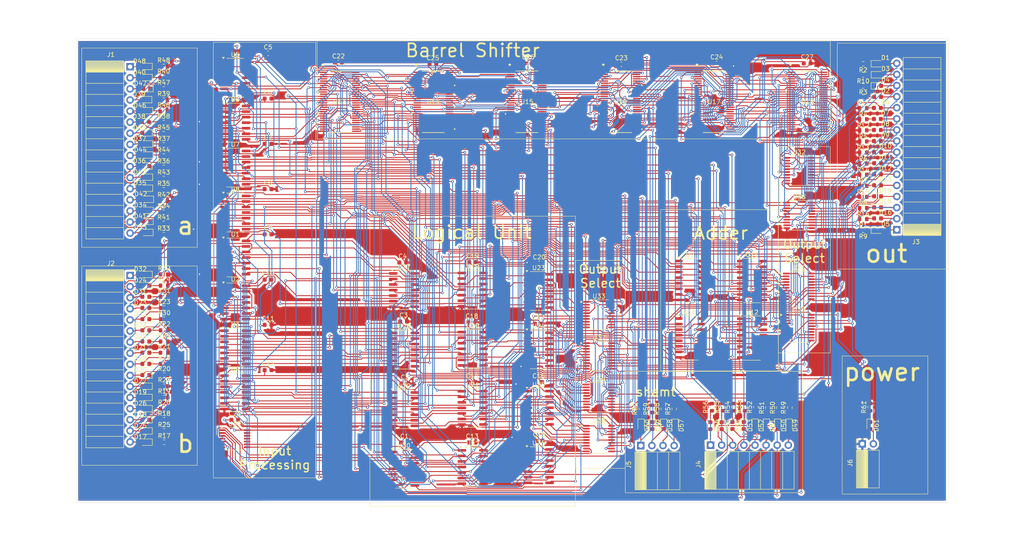
<source format=kicad_pcb>
(kicad_pcb (version 20240108) (generator "pcbnew") (generator_version "8.0")
  (layers (0 "F.Cu" signal) (31 "B.Cu" signal) (34 "B.Paste" user) (35 "F.Paste" user) (36 "B.SilkS" user "B.Silkscreen") (37 "F.SilkS" user "F.Silkscreen") (38 "B.Mask" user) (39 "F.Mask" user) (44 "Edge.Cuts" user))
  (net 0 "")
  (net 1 "/B^neg15")
  (net 2 "/B^neg13")
  (net 3 "/B12")
  (net 4 "/B^neg12")
  (net 5 "/B13")
  (net 6 "GND")
  (net 7 "/B14")
  (net 8 "/B^neg14")
  (net 9 "/negB")
  (net 10 "/B15")
  (net 11 "/B^neg9")
  (net 12 "/B^neg10")
  (net 13 "/B9")
  (net 14 "/B10")
  (net 15 "/B11")
  (net 16 "/B^neg11")
  (net 17 "/B8")
  (net 18 "/B^neg8")
  (net 19 "/B4")
  (net 20 "/B^neg7")
  (net 21 "/B6")
  (net 22 "/B^neg6")
  (net 23 "/B7")
  (net 24 "/B^neg5")
  (net 25 "/B5")
  (net 26 "/B^neg4")
  (net 27 "/B3")
  (net 28 "/B^neg2")
  (net 29 "/B1")
  (net 30 "/B0")
  (net 31 "/B2")
  (net 32 "/B^neg1")
  (net 33 "/B^neg0")
  (net 34 "/B^neg3")
  (net 35 "VCC")
  (net 36 "/negA")
  (net 37 "/A13")
  (net 38 "/A^neg12")
  (net 39 "/A15")
  (net 40 "/A12")
  (net 41 "/A^neg14")
  (net 42 "/A^neg13")
  (net 43 "/A^neg15")
  (net 44 "/A14")
  (net 45 "/A^neg10")
  (net 46 "/A11")
  (net 47 "/A^neg11")
  (net 48 "/A^neg9")
  (net 49 "/A^neg8")
  (net 50 "/A8")
  (net 51 "/A10")
  (net 52 "/A9")
  (net 53 "/A4")
  (net 54 "/A^neg5")
  (net 55 "/A^neg6")
  (net 56 "/A^neg7")
  (net 57 "/A^neg4")
  (net 58 "/A7")
  (net 59 "/A6")
  (net 60 "/A5")
  (net 61 "/A^neg0")
  (net 62 "/A^neg1")
  (net 63 "/A1")
  (net 64 "/A0")
  (net 65 "/A^neg3")
  (net 66 "/A2")
  (net 67 "/A^neg2")
  (net 68 "/A3")
  (net 69 "/addSub3")
  (net 70 "/addSub0")
  (net 71 "/out0")
  (net 72 "/addSub2")
  (net 73 "/carry01")
  (net 74 "/addSub1")
  (net 75 "/addSub4")
  (net 76 "/addSub7")
  (net 77 "/addSub6")
  (net 78 "/addSub5")
  (net 79 "/carry12")
  (net 80 "/addSub10")
  (net 81 "/addSub11")
  (net 82 "/addSub9")
  (net 83 "/carry23")
  (net 84 "/addSub8")
  (net 86 "/addSub15")
  (net 87 "/addSub12")
  (net 88 "/addSub14")
  (net 89 "/addSub13")
  (net 90 "/rev?A11")
  (net 91 "/rev?A5")
  (net 92 "/shiftDirection")
  (net 93 "/rev?A4")
  (net 94 "/rev?A7")
  (net 95 "/rev?A3")
  (net 96 "/rev?A1")
  (net 97 "/rev?A15")
  (net 98 "/rev?A13")
  (net 99 "/rev?A2")
  (net 100 "/rev?A10")
  (net 101 "/rev?A14")
  (net 102 "/rev?A6")
  (net 103 "/rev?A9")
  (net 104 "/rev?A12")
  (net 105 "/rev?A0")
  (net 106 "/rev?A8")
  (net 107 "/sh1o11")
  (net 108 "/sh1o3")
  (net 109 "/sh1o10")
  (net 110 "/sh1o15")
  (net 111 "/sh1o8")
  (net 112 "/sh1o5")
  (net 113 "/sh1o7")
  (net 114 "/shamt0")
  (net 115 "/sh1o12")
  (net 116 "/sh1o14")
  (net 117 "/sh1o6")
  (net 118 "/sh1o0")
  (net 119 "/sh1o9")
  (net 120 "/sh1o2")
  (net 121 "/sh1o1")
  (net 122 "/sh1o13")
  (net 123 "/sh1o4")
  (net 124 "Net-(D1-K)")
  (net 125 "Net-(D2-K)")
  (net 126 "/out3")
  (net 127 "Net-(D3-K)")
  (net 128 "/out1")
  (net 129 "Net-(D4-K)")
  (net 130 "/out2")
  (net 131 "/out15")
  (net 132 "Net-(D5-K)")
  (net 133 "/out4")
  (net 134 "Net-(D6-K)")
  (net 135 "/out5")
  (net 136 "Net-(D7-K)")
  (net 137 "/out6")
  (net 138 "Net-(D8-K)")
  (net 139 "Net-(D9-K)")
  (net 140 "/out7")
  (net 141 "/out8")
  (net 142 "Net-(D10-K)")
  (net 143 "Net-(D11-K)")
  (net 144 "/out9")
  (net 145 "/out10")
  (net 146 "Net-(D12-K)")
  (net 147 "/out11")
  (net 148 "Net-(D13-K)")
  (net 149 "Net-(D14-K)")
  (net 150 "/out12")
  (net 151 "/out13")
  (net 152 "Net-(D15-K)")
  (net 153 "Net-(D16-K)")
  (net 154 "/out14")
  (net 155 "Net-(D17-K)")
  (net 156 "Net-(D18-K)")
  (net 157 "Net-(D19-K)")
  (net 158 "Net-(D20-K)")
  (net 159 "Net-(D21-K)")
  (net 160 "Net-(D22-K)")
  (net 161 "Net-(D23-K)")
  (net 162 "Net-(D24-K)")
  (net 163 "Net-(D25-K)")
  (net 164 "Net-(D26-K)")
  (net 165 "Net-(D27-K)")
  (net 166 "Net-(D28-K)")
  (net 167 "Net-(D29-K)")
  (net 168 "Net-(D30-K)")
  (net 169 "Net-(D31-K)")
  (net 170 "Net-(D32-K)")
  (net 171 "Net-(D33-K)")
  (net 172 "Net-(D34-K)")
  (net 173 "Net-(D35-K)")
  (net 174 "Net-(D36-K)")
  (net 175 "Net-(D37-K)")
  (net 176 "Net-(D38-K)")
  (net 177 "Net-(D39-K)")
  (net 178 "Net-(D40-K)")
  (net 179 "Net-(D41-K)")
  (net 180 "Net-(D42-K)")
  (net 181 "Net-(D43-K)")
  (net 182 "Net-(D44-K)")
  (net 183 "Net-(D45-K)")
  (net 184 "Net-(D46-K)")
  (net 185 "Net-(D47-K)")
  (net 186 "Net-(D48-K)")
  (net 187 "Net-(D49-K)")
  (net 188 "/isXor")
  (net 189 "/isShift")
  (net 190 "Net-(D50-K)")
  (net 191 "Net-(D51-K)")
  (net 192 "Net-(D52-K)")
  (net 193 "/isNand")
  (net 194 "Net-(D53-K)")
  (net 195 "/isAddSub")
  (net 196 "Net-(D54-K)")
  (net 197 "/negNand")
  (net 198 "Net-(D55-K)")
  (net 199 "Net-(D56-K)")
  (net 200 "Net-(D57-K)")
  (net 201 "/shamt2")
  (net 202 "Net-(D58-K)")
  (net 203 "Net-(D59-K)")
  (net 204 "/shamt1")
  (net 205 "/shamt3")
  (net 206 "Net-(D60-K)")
  (net 207 "/sh2o3")
  (net 208 "/sh2o4")
  (net 209 "/sh2o15")
  (net 210 "/sh2o0")
  (net 211 "/sh2o14")
  (net 212 "/sh2o1")
  (net 213 "/sh2o12")
  (net 214 "/sh2o6")
  (net 215 "/sh2o7")
  (net 216 "/sh2o10")
  (net 217 "/sh2o9")
  (net 218 "/sh2o13")
  (net 219 "/sh2o2")
  (net 220 "/sh2o11")
  (net 221 "/sh2o8")
  (net 222 "/sh2o5")
  (net 223 "/!isAddSub")
  (net 224 "/!isShift")
  (net 225 "/!isNand")
  (net 226 "/!isXor")
  (net 231 "/sh4o2")
  (net 232 "/sh4o14")
  (net 233 "/sh4o4")
  (net 234 "/sh4o10")
  (net 235 "/sh4o12")
  (net 236 "/sh4o5")
  (net 237 "/sh4o3")
  (net 238 "/sh4o8")
  (net 239 "/sh4o9")
  (net 240 "/sh4o6")
  (net 241 "/sh4o1")
  (net 242 "/sh4o0")
  (net 243 "/sh4o13")
  (net 244 "/sh4o15")
  (net 245 "/sh4o7")
  (net 246 "/sh4o11")
  (net 247 "/sh8o8")
  (net 248 "/sh8o3")
  (net 249 "/sh8o7")
  (net 250 "/sh8o5")
  (net 251 "/sh8o11")
  (net 252 "/sh8o13")
  (net 253 "/sh8o10")
  (net 254 "/sh8o1")
  (net 255 "/sh8o0")
  (net 256 "/sh8o14")
  (net 257 "/sh8o12")
  (net 258 "/sh8o9")
  (net 259 "/sh8o2")
  (net 260 "/sh8o4")
  (net 261 "/sh8o15")
  (net 262 "/sh8o6")
  (net 263 "/shift2")
  (net 264 "/shift0")
  (net 265 "/shift6")
  (net 266 "/shift15")
  (net 267 "/shift5")
  (net 268 "/shift10")
  (net 269 "/shift14")
  (net 270 "/shift4")
  (net 271 "/shift1")
  (net 272 "/shift7")
  (net 273 "/shift11")
  (net 274 "/shift13")
  (net 275 "/shift8")
  (net 276 "/shift12")
  (net 277 "/shift9")
  (net 278 "/shift3")
  (net 279 "Net-(U19-Pad11)")
  (net 280 "Net-(U19-Pad8)")
  (net 281 "Net-(U19-Pad6)")
  (net 282 "Net-(U19-Pad3)")
  (net 283 "Net-(U20-Pad6)")
  (net 284 "Net-(U20-Pad3)")
  (net 285 "Net-(U20-Pad11)")
  (net 286 "Net-(U20-Pad8)")
  (net 287 "Net-(U21-Pad3)")
  (net 288 "Net-(U21-Pad11)")
  (net 289 "Net-(U21-Pad8)")
  (net 290 "Net-(U21-Pad6)")
  (net 291 "Net-(U22-Pad3)")
  (net 292 "Net-(U22-Pad11)")
  (net 293 "Net-(U22-Pad8)")
  (net 294 "Net-(U22-Pad6)")
  (net 295 "/nand3")
  (net 296 "/nand2")
  (net 297 "/nand0")
  (net 298 "/nand1")
  (net 299 "/nand5")
  (net 300 "/nand4")
  (net 301 "/nand6")
  (net 302 "/nand7")
  (net 303 "/nand11")
  (net 304 "/nand10")
  (net 305 "/nand9")
  (net 306 "/nand8")
  (net 307 "/nand15")
  (net 308 "/nand13")
  (net 309 "/nand14")
  (net 310 "/nand12")
  (net 311 "/xor1")
  (net 312 "/xor0")
  (net 313 "/xor3")
  (net 314 "/xor2")
  (net 315 "/xor7")
  (net 316 "/xor4")
  (net 317 "/xor6")
  (net 318 "/xor5")
  (net 319 "/xor9")
  (net 320 "/xor11")
  (net 321 "/xor8")
  (net 322 "/xor10")
  (net 323 "/xor14")
  (net 324 "/xor13")
  (net 325 "/xor12")
  (net 326 "/xor15")
  (net 327 "Net-(D61-K)")
  (footprint "LED_SMD:LED_0603_1608Metric" (layer "F.Cu") (at 63.15 44.781 180)
    (property "Reference" "D44")
    (property "Value" "LED")
  )
  (footprint "Capacitor_SMD:C_0603_1608Metric" (layer "F.Cu") (at 90.9 52.5857)
    (property "Reference" "C8")
    (property "Value" "0.1u")
  )
  (footprint "LED_SMD:LED_0603_1608Metric" (layer "F.Cu") (at 62.85 37.181 180)
    (property "Reference" "D38")
    (property "Value" "LED")
  )
  (footprint "LED_SMD:LED_0603_1608Metric" (layer "F.Cu") (at 230.3 56.7614)
    (property "Reference" "D15")
    (property "Value" "LED")
  )
  (footprint "Package_SO:SO-14_3.9x8.65mm_P1.27mm" (layer "F.Cu") (at 122 102.9667)
    (property "Reference" "U29")
    (property "Value" "74HC86")
  )
  (footprint "LED_SMD:LED_0603_1608Metric" (layer "F.Cu") (at 62.95 90.0343 180)
    (property "Reference" "D21")
    (property "Value" "LED")
  )
  (footprint "Connector_PinSocket_2.54mm:PinSocket_1x02_P2.54mm_Horizontal" (layer "F.Cu") (at 226.8 110.9 90)
    (property "Reference" "J6")
    (property "Value" "Conn_01x02")
  )
  (footprint "LED_SMD:LED_0603_1608Metric" (layer "F.Cu") (at 230.3 59.29)
    (property "Reference" "D16")
    (property "Value" "LED")
  )
  (footprint "Resistor_SMD:R_0603_1608Metric" (layer "F.Cu") (at 202.46 102.5 90)
    (property "Reference" "R52")
    (property "Value" "1k")
  )
  (footprint "Package_SO:TSSOP-20_4.4x6.5mm_P0.65mm" (layer "F.Cu") (at 212.2875 84.3)
    (property "Reference" "U35")
    (property "Value" "74AHC541")
  )
  (footprint "Resistor_SMD:R_0603_1608Metric" (layer "F.Cu") (at 67.15 72.1143)
    (property "Reference" "R32")
    (property "Value" "1k")
  )
  (footprint "Resistor_SMD:R_0603_1608Metric" (layer "F.Cu") (at 67.05 60.4476)
    (property "Reference" "R41")
    (property "Value" "1k")
  )
  (footprint "Capacitor_SMD:C_0603_1608Metric" (layer "F.Cu") (at 137.5 83.1)
    (property "Reference" "C18")
    (property "Value" "0.1u")
  )
  (footprint "LED_SMD:LED_0603_1608Metric" (layer "F.Cu") (at 230.3 49.1757)
    (property "Reference" "D12")
    (property "Value" "LED")
  )
  (footprint "LED_SMD:LED_0603_1608Metric" (layer "F.Cu") (at 63.05 34.6476 180)
    (property "Reference" "D46")
    (property "Value" "LED")
  )
  (footprint "LED_SMD:LED_0603_1608Metric" (layer "F.Cu") (at 62.95 47.3143 180)
    (property "Reference" "D36")
    (property "Value" "LED")
  )
  (footprint "LED_SMD:LED_0603_1608Metric" (layer "F.Cu") (at 183.99 106.7175 -90)
    (property "Reference" "D57")
    (property "Value" "LED")
  )
  (footprint "Connector_PinSocket_2.54mm:PinSocket_1x16_P2.54mm_Horizontal" (layer "F.Cu") (at 59.35 72.3643)
    (property "Reference" "J2")
    (property "Value" "Conn_01x16")
  )
  (footprint "Resistor_SMD:R_0603_1608Metric" (layer "F.Cu") (at 67.05 34.781)
    (property "Reference" "R46")
    (property "Value" "1k")
  )
  (footprint "Package_SO:SO-16_3.9x9.9mm_P1.27mm" (layer "F.Cu") (at 201.6 86.7)
    (property "Reference" "U12")
    (property "Value" "74LS283")
  )
  (footprint "Resistor_SMD:R_0603_1608Metric" (layer "F.Cu") (at 227 41.67 180)
    (property "Reference" "R13")
    (property "Value" "1k")
  )
  (footprint "Resistor_SMD:R_0603_1608Metric" (layer "F.Cu") (at 67.05 50.181)
    (property "Reference" "R43")
    (property "Value" "1k")
  )
  (footprint "Resistor_SMD:R_0603_1608Metric" (layer "F.Cu") (at 67.15 79.7943)
    (property "Reference" "R23")
    (property "Value" "1k")
  )
  (footprint "Resistor_SMD:R_0603_1608Metric" (layer "F.Cu") (at 67.05 37.3476)
    (property "Reference" "R38")
    (property "Value" "1k")
  )
  (footprint "Package_SO:SO-14_3.9x8.65mm_P1.27mm" (layer "F.Cu") (at 83.4 99.1)
    (property "Reference" "U4")
    (property "Value" "74HC86")
  )
  (footprint "Resistor_SMD:R_0603_1608Metric" (layer "F.Cu") (at 67.05 47.6143)
    (property "Reference" "R36")
    (property "Value" "1k")
  )
  (footprint "footprints:DGG56" (layer "F.Cu") (at 128.6941 32.6)
    (property "Reference" "U14")
    (property "Value" "SN74CBT16233DGGR")
  )
  (footprint "LED_SMD:LED_0603_1608Metric" (layer "F.Cu") (at 62.95 79.7943 180)
    (property "Reference" "D23")
    (property "Value" "LED")
  )
  (footprint "Resistor_SMD:R_0603_1608Metric" (layer "F.Cu") (at 227 59.45 180)
    (property "Reference" "R1")
    (property "Value" "1k")
  )
  (footprint "LED_SMD:LED_0603_1608Metric" (layer "F.Cu") (at 62.95 72.1143 180)
    (property "Reference" "D32")
    (property "Value" "LED")
  )
  (footprint "LED_SMD:LED_0603_1608Metric" (layer "F.Cu") (at 63.05 42.2476 180)
    (property "Reference" "D37")
    (property "Value" "LED")
  )
  (footprint "Package_SO:SO-16_3.9x9.9mm_P1.27mm" (layer "F.Cu") (at 187.4 86.6667)
    (property "Reference" "U10")
    (property "Value" "74LS283")
  )
  (footprint "Resistor_SMD:R_0603_1608Metric" (layer "F.Cu") (at 178.78 102.9 90)
    (property "Reference" "R59")
    (property "Value" "1k")
  )
  (footprint "Resistor_SMD:R_0603_1608Metric" (layer "F.Cu") (at 227 28.97 180)
    (property "Reference" "R3")
    (property "Value" "1k")
  )
  (footprint "Resistor_SMD:R_0603_1608Metric" (layer "F.Cu") (at 67.05 32.2143)
    (property "Reference" "R39")
    (property "Value" "1k")
  )
  (footprint "Resistor_SMD:R_0603_1608Metric" (layer "F.Cu") (at 67.15 105.3943)
    (property "Reference" "R18")
    (property "Value" "1k")
  )
  (footprint "Resistor_SMD:R_0603_1608Metric" (layer "F.Cu") (at 67.15 107.9543)
    (property "Reference" "R25")
    (property "Value" "1k")
  )
  (footprint "Package_SO:SO-14_3.9x8.65mm_P1.27mm" (layer "F.Cu") (at 83.4 37.3857)
    (property "Reference" "U6")
    (property "Value" "74HC86")
  )
  (footprint "Resistor_SMD:R_0603_1608Metric" (layer "F.Cu") (at 227 23.89 180)
    (property "Reference" "R2")
    (property "Value" "1k")
  )
  (footprint "footprints:DGG56" (layer "F.Cu") (at 171.5059 32.6)
    (property "Reference" "U16")
    (property "Value" "SN74CBT16233DGGR")
  )
  (footprint "Resistor_SMD:R_0603_1608Metric" (layer "F.Cu") (at 227 54.37 180)
    (property "Reference" "R8")
    (property "Value" "1k")
  )
  (footprint "Resistor_SMD:R_0603_1608Metric" (layer "F.Cu") (at 67.15 95.1543)
    (property "Reference" "R20")
    (property "Value" "1k")
  )
  (footprint "LED_SMD:LED_0603_1608Metric" (layer "F.Cu") (at 63.25 54.9143 180)
    (property "Reference" "D42")
    (property "Value" "LED")
  )
  (footprint "Resistor_SMD:R_0603_1608Metric" (layer "F.Cu") (at 67.05 63.0143)
    (property "Reference" "R33")
    (property "Value" "1k")
  )
  (footprint "Resistor_SMD:R_0603_1608Metric" (layer "F.Cu") (at 67.05 57.881)
    (property "Reference" "R34")
    (property "Value" "1k")
  )
  (footprint "Capacitor_SMD:C_0603_1608Metric" (layer "F.Cu") (at 121.7 69.4)
    (property "Reference" "C4")
    (property "Value" "0.1u")
  )
  (footprint "Package_SO:SO-14_3.9x8.65mm_P1.27mm" (layer "F.Cu") (at 152.8 102.6333)
    (property "Reference" "U25")
    (property "Value" "74HC86")
  )
  (footprint "Package_SO:TSSOP-20_4.4x6.5mm_P0.65mm" (layer "F.Cu") (at 166.5875 81.32)
    (property "Reference" "U33")
    (property "Value" "74AHC541")
  )
  (footprint "Capacitor_SMD:C_0603_1608Metric" (layer "F.Cu") (at 152.9 110.2)
    (property "Reference" "C15")
    (property "Value" "0.1u")
  )
  (footprint "LED_SMD:LED_0603_1608Metric" (layer "F.Cu") (at 62.95 107.9543 180)
    (property "Reference" "D25")
    (property "Value" "LED")
  )
  (footprint "LED_SMD:LED_0603_1608Metric" (layer "F.Cu") (at 62.95 74.6743 180)
    (property "Reference" "D24")
    (property "Value" "LED")
  )
  (footprint "Capacitor_SMD:C_0603_1608Metric" (layer "F.Cu") (at 122.2 97.1)
    (property "Reference" "C2")
    (property "Value" "0.1u")
  )
  (footprint "Connector_PinSocket_2.54mm:PinSocket_1x08_P2.54mm_Horizontal" (layer "F.Cu") (at 192.1 111.2 90)
    (property "Reference" "J4")
    (property "Value" "Conn_01x08")
  )
  (footprint "Resistor_SMD:R_0603_1608Metric" (layer "F.Cu") (at 67.15 92.5943)
    (property "Reference" "R28")
    (property "Value" "1k")
  )
  (footprint "LED_SMD:LED_0603_1608Metric" (layer "F.Cu") (at 202.29 106.7 -90)
    (property "Reference" "D52")
    (property "Value" "LED")
  )
  (footprint "Package_SO:SO-14_3.9x8.65mm_P1.27mm" (layer "F.Cu") (at 83.4 78.5286)
    (property "Reference" "U2")
    (property "Value" "74HC86")
  )
  (footprint "Package_SO:SO-14_3.9x8.65mm_P1.27mm" (layer "F.Cu") (at 152.8 89.2667)
    (property "Reference" "U24")
    (property "Value" "74HC86")
  )
  (footprint "Connector_PinSocket_2.54mm:PinSocket_1x16_P2.54mm_Horizontal" (layer "F.Cu") (at 59.35 24.5643)
    (property "Reference" "J1")
    (property "Value" "Conn_01x16")
  )
  (footprint "Resistor_SMD:R_0603_1608Metric" (layer "F.Cu") (at 207.74 102.6225 90)
    (property "Reference" "R50")
    (property "Value" "1k")
  )
  (footprint "Capacitor_SMD:C_0603_1608Metric" (layer "F.Cu") (at 90.9 94.0143)
    (property "Reference" "C12")
    (property "Value" "0.1u")
  )
  (footprint "LED_SMD:LED_0603_1608Metric" (layer "F.Cu") (at 63.15 29.581 180)
    (property "Reference" "D47")
    (property "Value" "LED")
  )
  (footprint "LED_SMD:LED_0603_1608Metric" (layer "F.Cu") (at 230.3125 26.4186)
    (property "Reference" "D3")
    (property "Value" "LED")
  )
  (footprint "LED_SMD:LED_0603_1608Metric" (layer "F.Cu") (at 230.3125 28.9471)
    (property "Reference" "D4")
    (property "Value" "LED")
  )
  (footprint "LED_SMD:LED_0603_1608Metric" (layer "F.Cu") (at 62.85 32.1143 180)
    (property "Reference" "D39")
    (property "Value" "LED")
  )
  (footprint "Package_SO:SO-14_3.9x8.65mm_P1.27mm" (layer "F.Cu") (at 83.4 57.9572)
    (property "Reference" "U8")
    (property "Value" "74HC86")
  )
  (footprint "LED_SMD:LED_0603_1608Metric" (layer "F.Cu") (at 230.3 51.7043)
    (property "Reference" "D13")
    (property "Value" "LED")
  )
  (footprint "LED_SMD:LED_0603_1608Metric" (layer "F.Cu") (at 204.88 106.7 -90)
    (property "Reference" "D51")
    (property "Value" "LED")
  )
  (footprint "LED_SMD:LED_0603_1608Metric" (layer "F.Cu") (at 230.2625 41.59)
    (property "Reference" "D9")
    (property "Value" "LED")
  )
  (footprint "footprints:DGG56" (layer "F.Cu") (at 192.9119 32.6)
    (property "Reference" "U17")
    (property "Value" "SN74CBT16233DGGR")
  )
  (footprint "Package_SO:TSSOP-20_4.4x6.5mm_P0.65mm" (layer "F.Cu") (at 166.5875 90.78)
    (property "Reference" "U37")
    (property "Value" "74AHC541")
  )
  (footprint "Resistor_SMD:R_0603_1608Metric" (layer "F.Cu") (at 67.15 77.2343)
    (property "Reference" "R31")
    (property "Value" "1k")
  )
  (footprint "Capacitor_SMD:C_0603_1608Metric" (layer "F.Cu") (at 171.7 24)
    (property "Reference" "C23")
    (property "Value" "0.1u")
  )
  (footprint "LED_SMD:LED_0603_1608Metric" (layer "F.Cu") (at 199.7 106.7 -90)
    (property "Reference" "D53")
    (property "Value" "LED")
  )
  (footprint "LED_SMD:LED_0603_1608Metric" (layer "F.Cu") (at 62.95 92.5943 180)
    (property "Reference" "D28")
    (property "Value" "LED")
  )
  (footprint "Package_SO:TSSOP-20_4.4x6.5mm_P0.65mm" (layer "F.Cu") (at 212.2875 74.84)
    (property "Reference" "U31")
    (property "Value" "74AHC541")
  )
  (footprint "LED_SMD:LED_0603_1608Metric" (layer "F.Cu") (at 62.95 39.7143 180)
    (property "Reference" "D45")
    (property "Value" "LED")
  )
  (footprint "Package_SO:TSSOP-20_4.4x6.5mm_P0.65mm" (layer "F.Cu") (at 212.3875 58.6)
    (property "Reference" "U36")
    (property "Value" "74AHC541")
  )
  (footprint "Capacitor_SMD:C_0603_1608Metric" (layer "F.Cu") (at 121.9 82.9)
    (property "Reference" "C3")
    (property "Value" "0.1u")
  )
  (footprint "Resistor_SMD:R_0603_1608Metric" (layer "F.Cu") (at 197.44 102.5 90)
    (property "Reference" "R54")
    (property "Value" "1k")
  )
  (footprint "Capacitor_SMD:C_0603_1608Metric" (layer "F.Cu") (at 90.9 73.3)
    (property "Reference" "C10")
    (property "Value" "0.1u")
  )
  (footprint "Capacitor_SMD:C_0603_1608Metric" (layer "F.Cu") (at 90.9 62.9429)
    (property "Reference" "C9")
    (property "Value" "0.1u")
  )
  (footprint "Resistor_SMD:R_0603_1608Metric" (layer "F.Cu") (at 67.05 45.0476)
    (property "Reference" "R44")
    (property "Value" "1k")
  )
  (footprint "Resistor_SMD:R_0603_1608Metric" (layer "F.Cu") (at 227 31.51 180)
    (property "Reference" "R11")
    (property "Value" "1k")
  )
  (footprint "LED_SMD:LED_0603_1608Metric" (layer "F.Cu") (at 230.3 46.6471)
    (property "Reference" "D11")
    (property "Value" "LED")
  )
  (footprint "LED_SMD:LED_0603_1608Metric" (layer "F.Cu") (at 228.6 106.7 -90)
    (property "Reference" "D61")
    (property "Value" "LED")
  )
  (footprint "Package_SO:SO-14_3.9x8.65mm_P1.27mm" (layer "F.Cu") (at 137.7 75.6)
    (property "Reference" "U19")
    (property "Value" "74HC00")
  )
  (footprint "LED_SMD:LED_0603_1608Metric" (layer "F.Cu") (at 62.95 77.2343 180)
    (property "Reference" "D31")
    (property "Value" "LED")
  )
  (footprint "Resistor_SMD:R_0603_1608Metric" (layer "F.Cu") (at 67.15 87.4743)
    (property "Reference" "R29")
    (property "Value" "1k")
  )
  (footprint "Resistor_SMD:R_0603_1608Metric" (layer "F.Cu") (at 67.15 102.8343)
    (property "Reference" "R26")
    (property "Value" "1k")
  )
  (footprint "Package_SO:SO-14_3.9x8.65mm_P1.27mm" (layer "F.Cu") (at 137.7 89.1333)
    (property "Reference" "U20")
    (property "Value" "74HC00")
  )
  (footprint "Resistor_SMD:R_0603_1608Metric" (layer "F.Cu") (at 67.05 42.481)
    (property "Reference" "R37")
    (property "Value" "1k")
  )
  (footprint "Capacitor_SMD:C_0603_1608Metric" (layer "F.Cu") (at 90.9 83.6572)
    (property "Reference" "C11")
    (property "Value" "0.1u")
  )
  (footprint "Capacitor_SMD:C_0603_1608Metric" (layer "F.Cu") (at 152.8 96.8)
    (property "Reference" "C16")
    (property "Value" "0.1u")
  )
  (footprint "Resistor_SMD:R_0603_1608Metric" (layer "F.Cu") (at 67.05 52.7476)
    (property "Reference" "R35")
    (property "Value" "1k")
  )
  (footprint "LED_SMD:LED_0603_1608Metric" (layer "F.Cu") (at 63.05 49.8476 180)
    (property "Reference" "D43")
    (property "Value" "LED")
  )
  (footprint "LED_SMD:LED_0603_1608Metric" (layer "F.Cu") (at 207.47 106.7 -90)
    (property "Reference" "D50")
    (property "Value" "LED")
  )
  (footprint "LED_SMD:LED_0603_1608Metric" (layer "F.Cu") (at 63.05 52.381 180)
    (property "Reference" "D35")
    (property "Value" "LED")
  )
  (footprint "Connector_PinSocket_2.54mm:PinSocket_1x16_P2.54mm_Horizontal" (layer "F.Cu") (at 234.7 61.9 180)
    (property "Reference" "J3")
    (property "Value" "Conn_01x16")
  )
  (footprint "LED_SMD:LED_0603_1608Metric" (layer "F.Cu") (at 62.95 87.4743 180)
    (property "Reference" "D29")
    (property "Value" "LED")
  )
  (footprint "Resistor_SMD:R_0603_1608Metric" (layer "F.Cu") (at 227 46.75 180)
    (property "Reference" "R14")
    (property "Value" "1k")
  )
  (footprint "LED_SMD:LED_0603_1608Metric" (layer "F.Cu") (at 230.2625 34.0043)
    (property "Reference" "D6")
    (property "Value" "LED")
  )
  (footprint "Resistor_SMD:R_0603_1608Metric" (layer "F.Cu") (at 67.15 74.6743)
    (property "Reference" "R24")
    (property "Value" "1k")
  )
  (footprint "Capacitor_SMD:C_0603_1608Metric" (layer "F.Cu") (at 152.7 83.4)
    (property "Reference" "C17")
    (property "Value" "0.1u")
  )
  (footprint "Capacitor_SMD:C_0603_1608Metric" (layer "F.Cu") (at 90.9 42.2286)
    (property "Reference" "C7")
    (property "Value" "0.1u")
  )
  (footprint "Resistor_SMD:R_0603_1608Metric" (layer "F.Cu") (at 67.15 97.7143)
    (property "Reference" "R27")
    (property "Value" "1k")
  )
  (footprint "LED_SMD:LED_0603_1608Metric" (layer "F.Cu") (at 192.06 106.7375 -90)
    (property "Reference" "D56")
    (property "Value" "LED")
  )
  (footprint "footprints:DGG56" (layer "F.Cu") (at 150.1 32.6)
    (property "Reference" "U15")
    (property "Value" "SN74CBT16233DGGR")
  )
  (footprint "Package_SO:SO-14_3.9x8.65mm_P1.27mm" (layer "F.Cu") (at 83.4 88.8143)
    (property "Reference" "U3")
    (property "Value" "74HC86")
  )
  (footprint "LED_SMD:LED_0603_1608Metric" (layer "F.Cu") (at 62.95 24.5143 180)
    (property "Reference" "D48")
    (property "Value" "LED")
  )
  (footprint "Resistor_SMD:R_0603_1608Metric" (layer "F.Cu") (at 194.93 102.5 90)
    (property "Reference" "R55")
    (property "Value" "1k")
  )
  (footprint "LED_SMD:LED_0603_1608Metric" (layer "F.Cu") (at 62.95 27.0476 180)
    (property "Reference" "D40")
    (property "Value" "LED")
  )
  (footprint "Resistor_SMD:R_0603_1608Metric" (layer "F.Cu") (at 176.27 102.9 90)
    (property "Reference" "R60")
    (property "Value" "1k")
  )
  (footprint "LED_SMD:LED_0603_1608Metric" (layer "F.Cu") (at 230.3 23.89)
    (property "Reference" "D1")
    (property "Value" "LED")
  )
  (footprint "Resistor_SMD:R_0603_1608Metric" (layer "F.Cu") (at 67.15 110.5143)
    (property "Reference" "R17")
    (property "Value" "1k")
  )
  (footprint "LED_SMD:LED_0603_1608Metric" (layer "F.Cu") (at 63.15 62.5143 180)
    (property "Reference" "D33")
    (property "Value" "LED")
  )
  (footprint "Capacitor_SMD:C_0603_1608Metric" (layer "F.Cu") (at 150.4 23.8)
    (property "Reference" "C26")
    (property "Value" "0.1u")
  )
  (footprint "Resistor_SMD:R_0603_1608Metric" (layer "F.Cu") (at 192.42 102.5 90)
    (property "Reference" "R56")
    (property "Value" "1k")
  )
  (footprint "Resistor_SMD:R_0603_1608Metric" (layer "F.Cu") (at 67.05 29.6476)
    (property "Reference" "R47")
    (property "Value" "1k")
  )
  (footprint "Package_SO:TSSOP-20_4.4x6.5mm_P0.65mm" (layer "F.Cu") (at 166.5875 109.7)
    (property "Reference" "U38")
    (property "Value" "74AHC541")
  )
  (footprint "Resistor_SMD:R_0603_1608Metric" (layer "F.Cu") (at 227 49.29 180)
    (property "Reference" "R7")
    (property "Value" "1k")
  )
  (footprint "LED_SMD:LED_0603_1608Metric" (layer "F.Cu") (at 62.95 100.2743 180)
    (property "Reference" "D19")
    (property "Value" "LED")
  )
  (footprint "LED_SMD:LED_0603_1608Metric" (layer "F.Cu") (at 63.15 57.4476 180)
    (property "Reference" "D34")
    (property "Value" "LED")
  )
  (footprint "Capacitor_SMD:C_0603_1608Metric" (layer "F.Cu") (at 214.2 23.8)
    (property "Reference" "C27")
    (property "Value" "0.1u")
  )
  (footprint "Capacitor_SMD:C_0603_1608Metric" (layer "F.Cu") (at 90.9 21.5143)
    (property "Reference" "C5")
    (property "Value" "0.1u")
  )
  (footprint "LED_SMD:LED_0603_1608Metric" (layer "F.Cu") (at 178.81 106.7175 -90)
    (property "Reference" "D59")
    (property "Value" "LED")
  )
  (footprint "Package_SO:SO-14_3.9x8.65mm_P1.27mm" (layer "F.Cu") (at 122 116.6)
    (property "Reference" "U30")
    (property "Value" "74HC86")
  )
  (footprint "Package_SO:SO-14_3.9x8.65mm_P1.27mm" (layer "F.Cu") (at 122 89.3333)
    (property "Reference" "U28")
    (property "Value" "74HC86")
  )
  (footprint "Resistor_SMD:R_0603_1608Metric" (layer "F.Cu") (at 67.05 24.5143)
    (property "Reference" "R48")
    (property "Value" "1k")
  )
  (footprint "Resistor_SMD:R_0603_1608Metric" (layer "F.Cu") (at 67.15 100.2743)
    (property "Reference" "R19")
    (property "Value" "1k")
  )
  (footprint "Resistor_SMD:R_0603_1608Metric" (layer "F.Cu") (at 227 44.21 180)
    (property "Reference" "R6")
    (property "Value" "1k")
  )
  (footprint "Resistor_SMD:R_0603_1608Metric" (layer "F.Cu") (at 227 34.05 180)
    (property "Reference" "R4")
    (property "Value" "1k")
  )
  (footprint "footprints:DGG56" (layer "F.Cu") (at 107.2881 32.6)
    (property "Reference" "U13")
    (property "Value" "SN74CBT16233DGGR")
  )
  (footprint "LED_SMD:LED_0603_1608Metric" (layer "F.Cu") (at 230.3 54.2329)
    (property "Reference" "D14")
    (property "Value" "LED")
  )
  (footprint "Resistor_SMD:R_0603_1608Metric" (layer "F.Cu") (at 227 56.91 180)
    (property "Reference" "R16")
    (property "Value" "1k")
  )
  (footprint "Resistor_SMD:R_0603_1608Metric" (layer "F.Cu") (at 227 51.83 180)
    (property "Reference" "R15")
    (property "Value" "1k")
  )
  (footprint "LED_SMD:LED_0603_1608Metric" (layer "F.Cu") (at 62.95 82.3543 180)
    (property "Reference" "D30")
    (property "Value" "LED")
  )
  (footprint "Resistor_SMD:R_0603_1608Metric" (layer "F.Cu") (at 227 36.59 180)
    (property "Reference" "R12")
    (property "Value" "1k")
  )
  (footprint "Package_SO:SO-14_3.9x8.65mm_P1.27mm" (layer "F.Cu") (at 137.7 102.6667)
    (property "Reference" "U21")
    (property "Value" "74HC00")
  )
  (footprint "Package_SO:SO-14_3.9x8.65mm_P1.27mm" (layer "F.Cu") (at 137.7 116.2)
    (property "Reference" "U22")
    (property "Value" "74HC00")
  )
  (footprint "Resistor_SMD:R_0603_1608Metric" (layer "F.Cu") (at 67.05 27.081)
    (property "Reference" "R40")
    (property "Value" "1k")
  )
  (footprint "LED_SMD:LED_0603_1608Metric" (layer "F.Cu") (at 62.95 97.7143 180)
    (property "Reference" "D27")
    (property "Value" "LED")
  )
  (footprint "Package_SO:SO-14_3.9x8.65mm_P1.27mm" (layer "F.Cu") (at 83.4 47.6714)
    (property "Reference" "U7")
    (property "Value" "74HC86")
  )
  (footprint "Package_SO:SO-14_3.9x8.65mm_P1.27mm" (layer "F.Cu") (at 83.4 68.2429)
    (property "Reference" "U1")
    (property "Value" "74HC86")
  )
  (footprint "Capacitor_SMD:C_0603_1608Metric" (layer "F.Cu") (at 107 23.6)
    (property "Reference" "C22")
    (property "Value" "0.1u")
  )
  (footprint "LED_SMD:LED_0603_1608Metric" (layer "F.Cu") (at 197.11 106.7 -90)
    (property "Reference" "D54")
    (property "Value" "LED")
  )
  (footprint "LED_SMD:LED_0603_1608Metric" (layer "F.Cu") (at 181.4 106.7175 -90)
    (property "Reference" "D58")
    (property "Value" "LED")
  )
  (footprint "Package_SO:TSSOP-20_4.4x6.5mm_P0.65mm" (layer "F.Cu") (at 166.5875 100.24)
    (property "Reference" "U34")
    (property "Value" "74AHC541")
  )
  (footprint "Resistor_SMD:R_0603_1608Metric" (layer "F.Cu") (at 227 39.13 180)
    (property "Reference" "R5")
    (property "Value" "1k")
  )
  (footprint "Connector_PinSocket_2.54mm:PinSocket_1x04_P2.54mm_Horizontal" (layer "F.Cu") (at 176.15 111.3 90)
    (property "Reference" "J5")
    (property "Value" "Conn_01x04")
  )
  (footprint "Resistor_SMD:R_0603_1608Metric" (layer "F.Cu") (at 67.15 84.9143)
    (property "Reference" "R22")
    (property "Value" "1k")
  )
  (footprint "Package_SO:SO-14_3.9x8.65mm_P1.27mm" (layer "F.Cu") (at 152.8 116)
    (property "Reference" "U26")
    (property "Value" "74HC86")
  )
  (footprint "LED_SMD:LED_0603_1608Metric" (layer "F.Cu") (at 230.2625 39.0614)
    (property "Reference" "D8")
    (property "Value" "LED")
  )
  (footprint "Capacitor_SMD:C_0603_1608Metric" (layer "F.Cu") (at 137.6 96.8)
    (property "Reference" "C14")
    (property "Value" "0.1u")
  )
  (footprint "Resistor_SMD:R_0603_1608Metric" (layer "F.Cu") (at 67.15 90.0343)
    (property "Reference" "R21")
    (property "Value" "1k")
  )
  (footprint "LED_SMD:LED_0603_1608Metric" (layer "F.Cu") (at 210.06 106.7 -90)
    (property "Reference" "D49")
    (property "Value" "LED")
  )
  (footprint "Capacitor_SMD:C_0603_1608Metric" (layer "F.Cu") (at 193.5 23.8)
    (property "Reference" "C24")
    (property "Value" "0.1u")
  )
  (footprint "LED_SMD:LED_0603_1608Metric" (layer "F.Cu") (at 230.3 44.1186)
    (property "Reference" "D10")
    (property "Value" "LED")
  )
  (footprint "Package_SO:SO-16_3.9x9.9mm_P1.27mm" (layer "F.Cu") (at 187.4 73.5)
    (property "Reference" "U9")
    (property "Value" "74LS283")
  )
  (footprint "Capacitor_SMD:C_0603_1608Metric" (layer "F.Cu") (at 137.6 110.6)
    (property "Reference" "C13")
    (property "Value" "0.1u")
  )
  (footprint "LED_SMD:LED_0603_1608Metric" (layer "F.Cu") (at 194.65 106.7375 -90)
    (property "Reference" "D55")
    (property "Value" "LED")
  )
  (footprint "Capacitor_SMD:C_0603_1608Metric" (layer "F.Cu") (at 122.1 110.6)
    (property "Reference" "C1")
    (property "Value" "0.1u")
  )
  (footprint "Package_SO:TSSOP-20_4.4x6.5mm_P0.65mm" (layer "F.Cu") (at 212.3875 48.35)
    (property "Reference" "U32")
    (property "Value" "74AHC541")
  )
  (footprint "Capacitor_SMD:C_0603_1608Metric" (layer "F.Cu") (at 83.3 105.4143)
    (property "Reference" "C21")
    (property "Value" "C")
  )
  (footprint "Resistor_SMD:R_0603_1608Metric" (layer "F.Cu") (at 227 26.43 180)
    (property "Reference" "R10")
    (property "Value" "1k")
  )
  (footprint "LED_SMD:LED_0603_1608Metric" (layer "F.Cu") (at 62.95 102.8343 180)
    (property "Reference" "D26")
    (property "Value" "LED")
  )
  (footprint "Resistor_SMD:R_0603_1608Metric" (layer "F.Cu") (at 228.6 102.5 90)
    (property "Reference" "R61")
    (property "Value" "1k")
  )
  (footprint "LED_SMD:LED_0603_1608Metric" (layer "F.Cu") (at 230.3 31.4757)
    (property "Reference" "D2")
    (property "Value" "LED")
  )
  (footprint "Resistor_SMD:R_0603_1608Metric" (layer "F.Cu") (at 67.15 82.3543)
    (property "Reference" "R30")
    (property "Value" "1k")
  )
  (footprint "Capacitor_SMD:C_0603_1608Metric" (layer "F.Cu") (at 137.7 69.3)
    (property "Reference" "C19")
    (property "Value" "0.1u")
  )
  (footprint "LED_SMD:LED_0603_1608Metric" (layer "F.Cu") (at 230.2625 36.5329)
    (property "Reference" "D7")
    (property "Value" "LED")
  )
  (footprint "Resistor_SMD:R_0603_1608Metric" (layer "F.Cu") (at 227 61.99 180)
    (property "Reference" "R9")
    (property "Value" "1k")
  )
  (footprint "Package_SO:SO-14_3.9x8.65mm_P1.27mm" (layer "F.Cu") (at 152.8 75.9)
    (property "Reference" "U23")
    (property "Value" "74HC86")
  )
  (footprint "Capacitor_SMD:C_0603_1608Metric" (layer "F.Cu") (at 90.9 31.8714)
    (property "Reference" "C6")
    (property "Value" "0.1u")
  )
  (footprint "Resistor_SMD:R_0603_1608Metric" (layer "F.Cu") (at 205.23 102.6225 90)
    (property "Reference" "R51")
    (property "Value" "1k")
  )
  (footprint "Package_SO:TSSOP-14_4.4x5mm_P0.65mm" (layer "F.Cu") (at 83.25 109.7143)
    (property "Reference" "U39")
    (property "Value" "74HC04")
  )
  (footprint "Resistor_SMD:R_0603_1608Metric" (layer "F.Cu") (at 67.05 39.9143)
    (property "Reference" "R45")
    (property "Value" "1k")
  )
  (footprint "LED_SMD:LED_0603_1608Metric" (layer "F.Cu") (at 62.95 95.1543 180)
    (property "Reference" "D20")
    (property "Value" "LED")
  )
  (footprint "LED_SMD:LED_0603_1608Metric" (layer "F.Cu") (at 230.3 61.99)
    (property "Reference" "D5")
    (property "Value" "LED")
  )
  (footprint "LED_SMD:LED_0603_1608Metric" (layer "F.Cu") (at 62.95 105.3943 180)
    (property "Reference" "D18")
    (property "Value" "LED")
  )
  (footprint "LED_SMD:LED_0603_1608Metric" (layer "F.Cu") (at 62.95 84.9143 180)
    (property "Reference" "D22")
    (property "Value" "LED")
  )
  (footprint "LED_SMD:LED_0603_1608Metric" (layer "F.Cu") (at 62.95 110.5143 180)
    (property "Reference" "D17")
    (property "Value" "LED")
  )
  (footprint "Capacitor_SMD:C_0603_1608Metric" (layer "F.Cu") (at 128.6 24)
    (property "Reference" "C25")
    (property "Value" "0.1u")
  )
  (footprint "Resistor_SMD:R_0603_1608Metric" (layer "F.Cu") (at 181.29 102.9 90)
    (property "Reference" "R58")
    (property "Value" "1k")
  )
  (footprint "LED_SMD:LED_0603_1608Metric" (layer "F.Cu") (at 176.22 106.7175 -90)
    (property "Reference" "D60")
    (property "Value" "LED")
  )
  (footprint "Resistor_SMD:R_0603_1608Metric" (layer "F.Cu") (at 67.05 55.3143)
    (property "Reference" "R42")
    (property "Value" "1k")
  )
  (footprint "LED_SMD:LED_0603_1608Metric" (layer "F.Cu") (at 63.15 59.981 180)
    (property "Reference" "D41")
    (property "Value" "LED")
  )
  (footprint "Capacitor_SMD:C_0603_1608Metric" (layer "F.Cu") (at 152.9 69.6)
    (property "Reference" "C20")
    (property "Value" "0.1u")
  )
  (footprint "Resistor_SMD:R_0603_1608Metric" (layer "F.Cu") (at 210.25 102.6225 90)
    (property "Reference" "R49")
    (property "Value" "1k")
  )
  (footprint "Package_SO:SO-14_3.9x8.65mm_P1.27mm" (layer "F.Cu") (at 122 75.7)
    (property "Reference" "U27")
    (property "Value" "74HC86")
  )
  (footprint "footprints:DGG56" (layer "F.Cu") (at 214.3178 32.6)
    (property "Reference" "U18")
    (property "Value" "SN74CBT16233DGGR")
  )
  (footprint "Package_SO:SO-14_3.9x8.65mm_P1.27mm" (layer "F.Cu") (at 83.4 27.1)
    (property "Reference" "U5")
    (property "Value" "74HC86")
  )
  (footprint "Package_SO:SO-16_3.9x9.9mm_P1.27mm" (layer "F.Cu") (at 201.6 73.5333)
    (property "Reference" "U11")
    (property "Value" "74LS283")
  )
  (footprint "Resistor_SMD:R_0603_1608Metric" (layer "F.Cu") (at 183.8 102.9 90)
    (property "Reference" "R57")
    (property "Value" "1k")
  )
  (footprint "Resistor_SMD:R_0603_1608Metric" (layer "F.Cu") (at 199.95 102.5 90)
    (property "Reference" "R53")
    (property "Value" "1k")
  )
  (gr_rect (start 48.3 70.2) (end 74.7 115.8) (stroke (width 0.1)) (fill none) (layer "F.SilkS"))
  (gr_rect (start 48.3 20.3) (end 74.7 65.9) (stroke (width 0.1)) (fill none) (layer "F.SilkS"))
  (gr_rect (start 172.6 94.3) (end 213.2 122.1) (stroke (width 0.1)) (fill none) (layer "F.SilkS"))
  (gr_rect (start 78.4 19) (end 101.8 118.7) (stroke (width 0.1)) (fill none) (layer "F.SilkS"))
  (gr_rect (start 102.1197 18.6595) (end 219.5 41.1) (stroke (width 0.1)) (fill none) (layer "F.SilkS"))
  (gr_rect (start 180.7 57.3) (end 207.6 94.2) (stroke (width 0.1)) (fill none) (layer "F.SilkS"))
  (gr_rect (start 222.2 90.8) (end 241.8 122.4) (stroke (width 0.1)) (fill none) (layer "F.SilkS"))
  (gr_rect (start 161.2 68.9) (end 172.6 116.5) (stroke (width 0.1)) (fill none) (layer "F.SilkS"))
  (gr_rect (start 207.6 42.8405) (end 219.4803 90.1) (stroke (width 0.1)) (fill none) (layer "F.SilkS"))
  (gr_rect (start 114.2 58.8) (end 161.2 125.2) (stroke (width 0.1)) (fill none) (layer "F.SilkS"))
  (gr_rect (start 221.1 19.2) (end 246.5 70.9) (stroke (width 0.1)) (fill none) (layer "F.SilkS"))
  (gr_rect (start 47 18.2) (end 246.4 124.4) (stroke (width 0.05)) (fill none) (layer "Edge.Cuts"))
  (gr_text "Logical Unit" (at 123.5 64.2 0) (layer "F.SilkS") (effects (font (size 3 3) (thickness 0.4)) (justify left bottom)))
  (gr_text "Input\nProcessing" (at 92.4 116.9 0) (layer "F.SilkS") (effects (font (size 2 2) (thickness 0.3)) (justify bottom)))
  (gr_text "Adder" (at 188 64.4 0) (layer "F.SilkS") (effects (font (size 3 3) (thickness 0.4)) (justify left bottom)))
  (gr_text "out" (at 232.3 69.7 0) (layer "F.SilkS") (effects (font (size 4 4) (thickness 0.6)) (justify bottom)))
  (gr_text "b" (at 72 113.2 0) (layer "F.SilkS") (effects (font (size 4 4) (thickness 0.6)) (justify bottom)))
  (gr_text "power" (at 231.3 96.8 0) (layer "F.SilkS") (effects (font (size 4 4) (thickness 0.6)) (justify bottom)))
  (gr_text "Output\nSelect" (at 213.6 69.6 0) (layer "F.SilkS") (effects (font (size 2 2) (thickness 0.3)) (justify bottom)))
  (gr_text "a" (at 72 63.3 0) (layer "F.SilkS") (effects (font (size 4 4) (thickness 0.6)) (justify bottom)))
  (gr_text "Barrel Shifter" (at 137.7 22.6 0) (layer "F.SilkS") (effects (font (size 3 3) (thickness 0.4)) (justify bottom)))
  (gr_text "shamt" (at 179.6 100.2 0) (layer "F.SilkS") (effects (font (size 2 2) (thickness 0.3)) (justify bottom)))
  (gr_text "Output\nSelect" (at 166.9 75.3 0) (layer "F.SilkS") (effects (font (size 2 2) (thickness 0.3)) (justify bottom)))
  (segment (start 141.467 95.3904) (end 141.667 95.1903) (width 0.2) (layer "F.Cu") (net 1))
  (segment (start 112.088 68.2429) (end 115.024 71.1788) (width 0.2) (layer "F.Cu") (net 1))
  (segment (start 140.175 113.66) (end 139.821 114.014) (width 0.2) (layer "F.Cu") (net 1))
  (segment (start 153.374 95.4288) (end 157.343 95.4288) (width 0.2) (layer "F.Cu") (net 1))
  (segment (start 126.532 72.4939) (end 126.656 72.3694) (width 0.2) (layer "F.Cu") (net 1))
  (segment (start 181.854 86.6654) (end 179.966 84.7775) (width 0.2) (layer "F.Cu") (net 1))
  (segment (start 122.117 72.4939) (end 126.532 72.4939) (width 0.2) (layer "F.Cu") (net 1))
  (segment (start 139.821 114.014) (end 138.679 114.014) (width 0.2) (layer "F.Cu") (net 1))
  (segment (start 167.432 85.4097) (end 166.998 84.9753) (width 0.2) (layer "F.Cu") (net 1))
  (segment (start 120.802 71.1788) (end 122.117 72.4939) (width 0.2) (layer "F.Cu") (net 1))
  (segment (start 166.998 84.9753) (end 157.86 84.9753) (width 0.2) (layer "F.Cu") (net 1))
  (segment (start 170.008 84.7775) (end 169.375 85.4097) (width 0.2) (layer "F.Cu") (net 1))
  (segment (start 179.966 84.7775) (end 170.008 84.7775) (width 0.2) (layer "F.Cu") (net 1))
  (segment (start 153.135 95.1903) (end 153.374 95.4288) (width 0.2) (layer "F.Cu") (net 1))
  (segment (start 203.541 87.9709) (end 193.538 87.9709) (width 0.2) (layer "F.Cu") (net 1))
  (segment (start 204.175 88.605) (end 203.541 87.9709) (width 0.2) (layer "F.Cu") (net 1))
  (segment (start 141.667 95.1903) (end 153.135 95.1903) (width 0.2) (layer "F.Cu") (net 1))
  (segment (start 192.232 86.6654) (end 181.854 86.6654) (width 0.2) (layer "F.Cu") (net 1))
  (segment (start 193.538 87.9709) (end 192.232 86.6654) (width 0.2) (layer "F.Cu") (net 1))
  (segment (start 169.375 85.4097) (end 167.432 85.4097) (width 0.2) (layer "F.Cu") (net 1))
  (segment (start 85.875 68.2429) (end 112.088 68.2429) (width 0.2) (layer "F.Cu") (net 1))
  (segment (start 115.024 71.1788) (end 120.802 71.1788) (width 0.2) (layer "F.Cu") (net 1))
  (segment (start 157.343 95.4288) (end 157.379 95.4655) (width 0.2) (layer "F.Cu") (net 1))
  (via (at 157.86 84.9753) (size 0.6) (drill 0.3) (layers "F.Cu" "B.Cu") (net 1))
  (via (at 126.656 72.3694) (size 0.6) (drill 0.3) (layers "F.Cu" "B.Cu") (net 1))
  (via (at 138.679 114.014) (size 0.6) (drill 0.3) (layers "F.Cu" "B.Cu") (net 1))
  (via (at 141.467 95.3904) (size 0.6) (drill 0.3) (layers "F.Cu" "B.Cu") (net 1))
  (via (at 157.379 95.4655) (size 0.6) (drill 0.3) (layers "F.Cu" "B.Cu") (net 1))
  (segment (start 126.636 75.581) (end 126.636 75.0826) (width 0.2) (layer "B.Cu") (net 1))
  (segment (start 126.336 80.0216) (end 126.336 75.8811) (width 0.2) (layer "B.Cu") (net 1))
  (segment (start 126.636 75.0826) (end 126.336 74.7825) (width 0.2) (layer "B.Cu") (net 1))
  (segment (start 137.635 115.171) (end 126.135 103.671) (width 0.2) (layer "B.Cu") (net 1))
  (segment (start 138.002 115.171) (end 137.635 115.171) (width 0.2) (layer "B.Cu") (net 1))
  (segment (start 126.336 75.8811) (end 126.636 75.581) (width 0.2) (layer "B.Cu") (net 1))
  (segment (start 141.467 111.226) (end 141.467 95.3904) (width 0.2) (layer "B.Cu") (net 1))
  (segment (start 138.679 114.014) (end 138.679 114.494) (width 0.2) (layer "B.Cu") (net 1))
  (segment (start 126.441 97.0157) (end 126.441 91.4225) (width 0.2) (layer "B.Cu") (net 1))
  (segment (start 126.336 74.7825) (end 126.336 73.1624) (width 0.2) (layer "B.Cu") (net 1))
  (segment (start 126.441 91.4225) (end 126.226 91.2077) (width 0.2) (layer "B.Cu") (net 1))
  (segment (start 157.379 85.4559) (end 157.379 95.4655) (width 0.2) (layer "B.Cu") (net 1))
  (segment (start 157.86 84.9753) (end 157.379 85.4559) (width 0.2) (layer "B.Cu") (net 1))
  (segment (start 138.679 114.014) (end 141.467 111.226) (width 0.2) (layer "B.Cu") (net 1))
  (segment (start 126.336 73.1624) (end 126.656 72.8426) (width 0.2) (layer "B.Cu") (net 1))
  (segment (start 126.226 80.1315) (end 126.336 80.0216) (width 0.2) (layer "B.Cu") (net 1))
  (segment (start 126.135 103.671) (end 126.135 97.3222) (width 0.2) (layer "B.Cu") (net 1))
  (segment (start 126.135 97.3222) (end 126.441 97.0157) (width 0.2) (layer "B.Cu") (net 1))
  (segment (start 126.226 91.2077) (end 126.226 80.1315) (width 0.2) (layer "B.Cu") (net 1))
  (segment (start 138.679 114.494) (end 138.002 115.171) (width 0.2) (layer "B.Cu") (net 1))
  (segment (start 126.656 72.8426) (end 126.656 72.3694) (width 0.2) (layer "B.Cu") (net 1))
  (segment (start 88.5029 115.815) (end 89.9229 117.235) (width 0.2) (layer "F.Cu") (net 2))
  (segment (start 80.925 70.7829) (end 82.9903 70.7829) (width 0.2) (layer "F.Cu") (net 2))
  (segment (start 150.377 59.9731) (end 193.648 59.9731) (width 0.2) (layer "F.Cu") (net 2))
  (segment (start 85.8101 73.6027) (end 87.2974 73.6027) (width 0.2) (layer "F.Cu") (net 2))
  (segment (start 199.025 83.525) (end 198.925 83.6246) (width 0.2) (layer "F.Cu") (net 2))
  (segment (start 135.225 117.235) (end 137.21 117.235) (width 0.2) (layer "F.Cu") (net 2))
  (segment (start 89.9229 117.235) (end 135.225 117.235) (width 0.2) (layer "F.Cu") (net 2))
  (segment (start 135.225 117.235) (end 135.225 117.47) (width 0.2) (layer "F.Cu") (net 2))
  (segment (start 198.925 83.6246) (end 193.734 83.6246) (width 0.2) (layer "F.Cu") (net 2))
  (segment (start 82.9903 70.7829) (end 85.8101 73.6027) (width 0.2) (layer "F.Cu") (net 2))
  (via (at 193.734 83.6246) (size 0.6) (drill 0.3) (layers "F.Cu" "B.Cu") (net 2))
  (via (at 87.2974 73.6027) (size 0.6) (drill 0.3) (layers "F.Cu" "B.Cu") (net 2))
  (via (at 88.5029 115.815) (size 0.6) (drill 0.3) (layers "F.Cu" "B.Cu") (net 2))
  (via (at 193.648 59.9731) (size 0.6) (drill 0.3) (layers "F.Cu" "B.Cu") (net 2))
  (via (at 150.377 59.9731) (size 0.6) (drill 0.3) (layers "F.Cu" "B.Cu") (net 2))
  (via (at 137.21 117.235) (size 0.6) (drill 0.3) (layers "F.Cu" "B.Cu") (net 2))
  (segment (start 150.377 67.3731) (end 150.377 59.9731) (width 0.2) (layer "B.Cu") (net 2))
  (segment (start 193.816 83.5431) (end 193.734 83.6246) (width 0.2) (layer "B.Cu") (net 2))
  (segment (start 148.924 68.8258) (end 150.377 67.3731) (width 0.2) (layer "B.Cu") (net 2))
  (segment (start 86.0379 102.61) (end 86.0379 74.8622) (width 0.2) (layer "B.Cu") (net 2))
  (segment (start 148.924 89.6712) (end 148.924 68.8258) (width 0.2) (layer "B.Cu") (net 2))
  (segment (start 86.0379 74.8622) (end 87.2974 73.6027) (width 0.2) (layer "B.Cu") (net 2))
  (segment (start 146.073 92.5221) (end 148.924 89.6712) (width 0.2) (layer "B.Cu") (net 2))
  (segment (start 193.816 60.1413) (end 193.816 83.5431) (width 0.2) (layer "B.Cu") (net 2))
  (segment (start 137.21 117.235) (end 146.073 108.371) (width 0.2) (layer "B.Cu") (net 2))
  (segment (start 193.648 59.9731) (end 193.816 60.1413) (width 0.2) (layer "B.Cu") (net 2))
  (segment (start 146.073 108.371) (end 146.073 92.5221) (width 0.2) (layer "B.Cu") (net 2))
  (segment (start 88.5029 105.075) (end 86.0379 102.61) (width 0.2) (layer "B.Cu") (net 2))
  (segment (start 88.5029 115.815) (end 88.5029 105.075) (width 0.2) (layer "B.Cu") (net 2))
  (segment (start 60.6917 79.7943) (end 62.1625 79.7943) (width 0.2) (layer "F.Cu") (net 3))
  (segment (start 59.35 79.9843) (end 60.5017 79.9843) (width 0.2) (layer "F.Cu") (net 3))
  (segment (start 119.525 114.06) (end 85.1127 114.06) (width 0.2) (layer "F.Cu") (net 3))
  (segment (start 67.1976 64.4329) (end 80.925 64.4329) (width 0.2) (layer "F.Cu") (net 3))
  (segment (start 60.5017 79.9843) (end 60.6917 79.7943) (width 0.2) (layer "F.Cu") (net 3))
  (via (at 67.1976 64.4329) (size 0.6) (drill 0.3) (layers "F.Cu" "B.Cu") (net 3))
  (via (at 85.1127 114.06) (size 0.6) (drill 0.3) (layers "F.Cu" "B.Cu") (net 3))
  (segment (start 67.1976 71.2729) (end 67.1976 64.4329) (width 0.2) (layer "B.Cu") (net 3))
  (segment (start 79.713 108.66) (end 79.7131 108.66) (width 0.2) (layer "B.Cu") (net 3))
  (segment (start 67.1976 71.2729) (end 68.0147 71.2729) (width 0.2) (layer "B.Cu") (net 3))
  (segment (start 68.0147 71.2729) (end 79.713 82.9712) (width 0.2) (layer "B.Cu") (net 3))
  (segment (start 59.35 79.9843) (end 59.35 78.8326) (width 0.2) (layer "B.Cu") (net 3))
  (segment (start 79.7131 108.66) (end 85.1127 114.06) (width 0.2) (layer "B.Cu") (net 3))
  (segment (start 59.35 78.8326) (end 59.6379 78.8326) (width 0.2) (layer "B.Cu") (net 3))
  (segment (start 59.6379 78.8326) (end 67.1976 71.2729) (width 0.2) (layer "B.Cu") (net 3))
  (segment (start 79.713 82.9712) (end 79.713 108.66) (width 0.2) (layer "B.Cu") (net 3))
  (segment (start 166.21 87.0145) (end 163.689 87.0145) (width 0.2) (layer "F.Cu") (net 4))
  (segment (start 172.378 87.3305) (end 166.526 87.3305) (width 0.2) (layer "F.Cu") (net 4))
  (segment (start 145.527 87.5644) (end 141.912 87.5644) (width 0.2) (layer "F.Cu") (net 4))
  (segment (start 135.058 113.827) (end 136.521 113.827) (width 0.2) (layer "F.Cu") (net 4))
  (segment (start 86.5784 114.692) (end 132.313 114.692) (width 0.2) (layer "F.Cu") (net 4))
  (segment (start 80.925 66.9729) (end 83.2752 66.9729) (width 0.2) (layer "F.Cu") (net 4))
  (segment (start 173.382 88.335) (end 172.378 87.3305) (width 0.2) (layer "F.Cu") (net 4))
  (segment (start 183.074 88.335) (end 173.382 88.335) (width 0.2) (layer "F.Cu") (net 4))
  (segment (start 145.762 87.329) (end 145.527 87.5644) (width 0.2) (layer "F.Cu") (net 4))
  (segment (start 132.313 114.692) (end 133.178 113.827) (width 0.2) (layer "F.Cu") (net 4))
  (segment (start 135.058 113.827) (end 135.225 113.66) (width 0.2) (layer "F.Cu") (net 4))
  (segment (start 198.412 89.2185) (end 183.957 89.2185) (width 0.2) (layer "F.Cu") (net 4))
  (segment (start 166.526 87.3305) (end 166.21 87.0145) (width 0.2) (layer "F.Cu") (net 4))
  (segment (start 163.374 87.329) (end 145.762 87.329) (width 0.2) (layer "F.Cu") (net 4))
  (segment (start 183.957 89.2185) (end 183.074 88.335) (width 0.2) (layer "F.Cu") (net 4))
  (segment (start 163.689 87.0145) (end 163.374 87.329) (width 0.2) (layer "F.Cu") (net 4))
  (segment (start 136.521 113.827) (end 137.96 112.388) (width 0.2) (layer "F.Cu") (net 4))
  (segment (start 199.025 88.605) (end 198.412 89.2185) (width 0.2) (layer "F.Cu") (net 4))
  (segment (start 133.178 113.827) (end 135.058 113.827) (width 0.2) (layer "F.Cu") (net 4))
  (via (at 137.96 112.388) (size 0.6) (drill 0.3) (layers "F.Cu" "B.Cu") (net 4))
  (via (at 86.5784 114.692) (size 0.6) (drill 0.3) (layers "F.Cu" "B.Cu") (net 4))
  (via (at 83.2752 66.9729) (size 0.6) (drill 0.3) (layers "F.Cu" "B.Cu") (net 4))
  (via (at 141.912 87.5644) (size 0.6) (drill 0.3) (layers "F.Cu" "B.Cu") (net 4))
  (segment (start 83.2752 66.9729) (end 85.6362 69.3339) (width 0.2) (layer "B.Cu") (net 4))
  (segment (start 140.744 109.603) (end 137.96 112.388) (width 0.2) (layer "B.Cu") (net 4))
  (segment (start 85.6362 69.3339) (end 85.6362 103.611) (width 0.2) (layer "B.Cu") (net 4))
  (segment (start 141.912 87.5644) (end 140.744 88.7317) (width 0.2) (layer "B.Cu") (net 4))
  (segment (start 85.6362 103.611) (end 86.5784 104.553) (width 0.2) (layer "B.Cu") (net 4))
  (segment (start 86.5784 104.553) (end 86.5784 114.692) (width 0.2) (layer "B.Cu") (net 4))
  (segment (start 140.744 88.7317) (end 140.744 109.603) (width 0.2) (layer "B.Cu") (net 4))
  (segment (start 119.525 117.87) (end 86.9944 117.87) (width 0.2) (layer "F.Cu") (net 5))
  (segment (start 61.9261 73.5743) (end 62.95 72.5504) (width 0.2) (layer "F.Cu") (net 5))
  (segment (start 80.925 68.2429) (end 83.6211 68.2429) (width 0.2) (layer "F.Cu") (net 5))
  (segment (start 66.3706 68.2429) (end 80.925 68.2429) (width 0.2) (layer "F.Cu") (net 5))
  (segment (start 58.8346 76.056) (end 58.1555 75.3769) (width 0.2) (layer "F.Cu") (net 5))
  (segment (start 86.9944 117.87) (end 86.7386 117.614) (width 0.2) (layer "F.Cu") (net 5))
  (segment (start 62.95 72.5504) (end 62.95 71.6635) (width 0.2) (layer "F.Cu") (net 5))
  (segment (start 58.1555 74.4381) (end 59.0193 73.5743) (width 0.2) (layer "F.Cu") (net 5))
  (segment (start 62.95 71.6635) (end 66.3706 68.2429) (width 0.2) (layer "F.Cu") (net 5))
  (segment (start 60.5017 77.4443) (end 60.7117 77.2343) (width 0.2) (layer "F.Cu") (net 5))
  (segment (start 60.5017 77.4443) (end 59.1134 76.056) (width 0.2) (layer "F.Cu") (net 5))
  (segment (start 59.1134 76.056) (end 58.8346 76.056) (width 0.2) (layer "F.Cu") (net 5))
  (segment (start 60.7117 77.2343) (end 62.1625 77.2343) (width 0.2) (layer "F.Cu") (net 5))
  (segment (start 59.35 77.4443) (end 60.5017 77.4443) (width 0.2) (layer "F.Cu") (net 5))
  (segment (start 58.1555 75.3769) (end 58.1555 74.4381) (width 0.2) (layer "F.Cu") (net 5))
  (segment (start 59.0193 73.5743) (end 61.9261 73.5743) (width 0.2) (layer "F.Cu") (net 5))
  (via (at 86.7386 117.614) (size 0.6) (drill 0.3) (layers "F.Cu" "B.Cu") (net 5))
  (via (at 83.6211 68.2429) (size 0.6) (drill 0.3) (layers "F.Cu" "B.Cu") (net 5))
  (segment (start 86.1162 112.861) (end 86.1162 105.121) (width 0.2) (layer "B.Cu") (net 5))
  (segment (start 86.7386 117.614) (end 85.9656 116.841) (width 0.2) (layer "B.Cu") (net 5))
  (segment (start 85.2345 104.239) (end 85.2345 69.8563) (width 0.2) (layer "B.Cu") (net 5))
  (segment (start 86.1162 105.121) (end 85.2345 104.239) (width 0.2) (layer "B.Cu") (net 5))
  (segment (start 85.9656 116.841) (end 85.9656 113.011) (width 0.2) (layer "B.Cu") (net 5))
  (segment (start 85.9656 113.011) (end 86.1162 112.861) (width 0.2) (layer "B.Cu") (net 5))
  (segment (start 85.2345 69.8563) (end 83.6211 68.2429) (width 0.2) (layer "B.Cu") (net 5))
  (segment (start 67.875 42.481) (end 67.875 41.1957) (width 0.2) (layer "F.Cu") (net 6))
  (segment (start 219.26 31.9817) (end 219.128 31.85) (width 0.2) (layer "F.Cu") (net 6))
  (segment (start 210.25 101.7975) (end 218.7085 101.7975) (width 0.2) (layer "F.Cu") (net 6))
  (segment (start 150.492 69.3981) (end 151.075 68.8155) (width 0.2) (layer "F.Cu") (net 6))
  (segment (start 150.556 79.9407) (end 150.325 79.71) (width 0.2) (layer "F.Cu") (net 6))
  (segment (start 225.822 31.9817) (end 219.26 31.9817) (width 0.2) (layer "F.Cu") (net 6))
  (segment (start 147.57 39.35) (end 147.57 38.85) (width 0.2) (layer "F.Cu") (net 6))
  (segment (start 92.0757 31.2631) (end 92.3395 31.2631) (width 0.2) (layer "F.Cu") (net 6))
  (segment (start 197.35 24.4115) (end 197.529 24.5905) (width 0.2) (layer "F.Cu") (net 6))
  (segment (start 92.4682 31.3918) (end 92.4682 31.85) (width 0.2) (layer "F.Cu") (net 6))
  (segment (start 172.475 24) (end 172.299 24.1757) (width 0.2) (layer "F.Cu") (net 6))
  (segment (start 129.375 24) (end 129.19 24.1851) (width 0.2) (layer "F.Cu") (net 6))
  (segment (start 91.675 94.0143) (end 90.8974 93.2367) (width 0.2) (layer "F.Cu") (net 6))
  (segment (start 144.696 32.2517) (end 145.098 31.85) (width 0.2) (layer "F.Cu") (net 6))
  (segment (start 169.111 31.85) (end 170.963 33.7019) (width 0.2) (layer "F.Cu") (net 6))
  (segment (start 128.828 31.8464) (end 128.883 31.9015) (width 0.2) (layer "F.Cu") (net 6))
  (segment (start 67.875 24.5143) (end 67.875 27.081) (width 0.2) (layer "F.Cu") (net 6))
  (segment (start 84.3331 105.672) (end 84.3327 105.672) (width 0.2) (layer "F.Cu") (net 6))
  (segment (start 209.425 87.225) (end 206.173 90.4773) (width 0.2) (layer "F.Cu") (net 6))
  (segment (start 67.875 46.3309) (end 67.875 45.0476) (width 0.2) (layer "F.Cu") (net 6))
  (segment (start 88.8171 62.3843) (end 89.084 62.1174) (width 0.2) (layer "F.Cu") (net 6))
  (segment (start 116.018 62.9429) (end 122.475 69.4) (width 0.2) (layer "F.Cu") (net 6))
  (segment (start 135.83 120.615) (end 136.818 120.615) (width 0.2) (layer "F.Cu") (net 6))
  (segment (start 225.822 31.9817) (end 225.822 33.6971) (width 0.2) (layer "F.Cu") (net 6))
  (segment (start 196.582 34.85) (end 196.5822 34.85) (width 0.2) (layer "F.Cu") (net 6))
  (segment (start 67.975 77.2343) (end 67.975 79.7943) (width 0.2) (layer "F.Cu") (net 6))
  (segment (start 123.884 31.85) (end 125.0238 31.85) (width 0.2) (layer "F.Cu") (net 6))
  (segment (start 214.184 24.5905) (end 214.975 23.8) (width 0.2) (layer "F.Cu") (net 6))
  (segment (start 187.311 38.85) (end 189.2416 38.85) (width 0.2) (layer "F.Cu") (net 6))
  (segment (start 192.287 24.5905) (end 191.44 23.7439) (width 0.2) (layer "F.Cu") (net 6))
  (segment (start 185.703 36.35) (end 175.1762 36.35) (width 0.2) (layer "F.Cu") (net 6))
  (segment (start 199.693 90.4773) (end 199.025 91.145) (width 0.2) (layer "F.Cu") (net 6))
  (segment (start 82.5576 34.2106) (end 85.1903 31.5779) (width 0.2) (layer "F.Cu") (net 6))
  (segment (start 171.97 36.5334) (end 171.132 36.5334) (width 0.2) (layer "F.Cu") (net 6))
  (segment (start 84.5913 105.93) (end 85.4374 106.777) (width 0.2) (layer "F.Cu") (net 6))
  (segment (start 126.167 31.8464) (end 128.828 31.8464) (width 0.2) (layer "F.Cu") (net 6))
  (segment (start 182.56 102.075) (end 183.8 102.075) (width 0.2) (layer "F.Cu") (net 6))
  (segment (start 67.975 105.394) (end 79.5605 105.394) (width 0.2) (layer "F.Cu") (net 6))
  (segment (start 80.925 104.03) (end 82.6905 104.03) (width 0.2) (layer "F.Cu") (net 6))
  (segment (start 119.525 81.7036) (end 93.6286 81.7036) (width 0.2) (layer "F.Cu") (net 6))
  (segment (start 103.6178 39.35) (end 104.539 39.35) (width 0.2) (layer "F.Cu") (net 6))
  (segment (start 88.538 75.3715) (end 88.538 81.7036) (width 0.2) (layer "F.Cu") (net 6))
  (segment (start 226.175 51.83) (end 226.393 51.6124) (width 0.2) (layer "F.Cu") (net 6))
  (segment (start 196.5822 31.85) (end 197.722 31.85) (width 0.2) (layer "F.Cu") (net 6))
  (segment (start 92.4682 31.85) (end 103.6178 31.85) (width 0.2) (layer "F.Cu") (net 6))
  (segment (start 225.822 33.6971) (end 226.175 34.05) (width 0.2) (layer "F.Cu") (net 6))
  (segment (start 195.442 36.35) (end 195.399 36.3931) (width 0.2) (layer "F.Cu") (net 6))
  (segment (start 194.275 24.4115) (end 194.096 24.5905) (width 0.2) (layer "F.Cu") (net 6))
  (segment (start 150.325 106.443) (end 150.325 106.4433) (width 0.2) (layer "F.Cu") (net 6))
  (segment (start 67.975 92.5943) (end 67.975 95.1543) (width 0.2) (layer "F.Cu") (net 6))
  (segment (start 117.469 32.0657) (end 117.964 31.5701) (width 0.2) (layer "F.Cu") (net 6))
  (segment (start 214.975 23.8) (end 226.085 23.8) (width 0.2) (layer "F.Cu") (net 6))
  (segment (start 80.925 72.0529) (end 84.2436 75.3715) (width 0.2) (layer "F.Cu") (net 6))
  (segment (start 120.258 94.0143) (end 122.975 96.7312) (width 0.2) (layer "F.Cu") (net 6))
  (segment (start 67.975 72.1143) (end 69.255 73.3943) (width 0.2) (layer "F.Cu") (net 6))
  (segment (start 67.875 32.2143) (end 67.875 30.91) (width 0.2) (layer "F.Cu") (net 6))
  (segment (start 134.371 31.7724) (end 135.083 31.7724) (width 0.2) (layer "F.Cu") (net 6))
  (segment (start 80.3875 111.664) (end 80.3872 111.664) (width 0.2) (layer "F.Cu") (net 6))
  (segment (start 195.522 33.35) (end 195.406 33.4659) (width 0.2) (layer "F.Cu") (net 6))
  (segment (start 195.311 31.85) (end 196.5822 31.85) (width 0.2) (layer "F.Cu") (net 6))
  (segment (start 67.0933 85.796) (end 67.0933 86.5926) (width 0.2) (layer "F.Cu") (net 6))
  (segment (start 199.66 77.3434) (end 205.38 77.3434) (width 0.2) (layer "F.Cu") (net 6))
  (segment (start 122.975 96.7312) (end 122.975 97.1) (width 0.2) (layer "F.Cu") (net 6))
  (segment (start 91.8546 31.042) (end 92.0757 31.2631) (width 0.2) (layer "F.Cu") (net 6))
  (segment (start 173.656 37.85) (end 170.902 40.6043) (width 0.2) (layer "F.Cu") (net 6))
  (segment (start 171.97 24.1757) (end 171.97 24.1758) (width 0.2) (layer "F.Cu") (net 6))
  (segment (start 151.075 68.8155) (end 152.89 68.8155) (width 0.2) (layer "F.Cu") (net 6))
  (segment (start 78.9541 84.3095) (end 80.925 82.3386) (width 0.2) (layer "F.Cu") (net 6))
  (segment (start 167.836 39.35) (end 167.8356 39.35) (width 0.2) (layer "F.Cu") (net 6))
  (segment (start 84.3327 105.672) (end 84.075 105.4143) (width 0.2) (layer "F.Cu") (net 6))
  (segment (start 171.132 36.5334) (end 170.963 36.3645) (width 0.2) (layer "F.Cu") (net 6))
  (segment (start 92.3395 31.2631) (end 92.4682 31.3918) (width 0.2) (layer "F.Cu") (net 6))
  (segment (start 75.2229 72.0529) (end 80.925 72.0529) (width 0.2) (layer "F.Cu") (net 6))
  (segment (start 175.1762 36.35) (end 172.154 36.35) (width 0.2) (layer "F.Cu") (net 6))
  (segment (start 169.282 38.35) (end 169.867 37.7648) (width 0.2) (layer "F.Cu") (net 6))
  (segment (start 186.961 37.1534) (end 187.924 37.1534) (width 0.2) (layer "F.Cu") (net 6))
  (segment (start 68.5508 84.3095) (end 68.5508 84.3385) (width 0.2) (layer "F.Cu") (net 6))
  (segment (start 214.594 42.0498) (end 225.795 42.0498) (width 0.2) (layer "F.Cu") (net 6))
  (segment (start 135.85 93.5681) (end 135.225 92.9433) (width 0.2) (layer "F.Cu") (net 6))
  (segment (start 168.976 39.0688) (end 168.757 38.85) (width 0.2) (layer "F.Cu") (net 6))
  (segment (start 67.875 30.91) (end 67.875 29.6476) (width 0.2) (layer "F.Cu") (net 6))
  (segment (start 126.437 39.7914) (end 144.848 39.7914) (width 0.2) (layer "F.Cu") (net 6))
  (segment (start 183.8 102.075) (end 191.17 102.075) (width 0.2) (layer "F.Cu") (net 6))
  (segment (start 67.975 90.0343) (end 67.975 87.4743) (width 0.2) (layer "F.Cu") (net 6))
  (segment (start 67.875 44.4964) (end 67.875 42.481) (width 0.2) (layer "F.Cu") (net 6))
  (segment (start 138.375 109.627) (end 135.225 106.477) (width 0.2) (layer "F.Cu") (net 6))
  (segment (start 194.164 34.85) (end 194.164 33.8978) (width 0.2) (layer "F.Cu") (net 6))
  (segment (start 125.996 39.35) (end 125.024 39.35) (width 0.2) (layer "F.Cu") (net 6))
  (segment (start 136.818 120.615) (end 136.929 120.727) (width 0.2) (layer "F.Cu") (net 6))
  (segment (start 169.259 23.8) (end 151.175 23.8) (width 0.2) (layer "F.Cu") (net 6))
  (segment (start 226.393 51.6124) (end 226.393 49.5076) (width 0.2) (layer "F.Cu") (net 6))
  (segment (start 92.4468 31.8714) (end 92.4682 31.85) (width 0.2) (layer "F.Cu") (net 6))
  (segment (start 166.758 31.85) (end 167.8356 31.85) (width 0.2) (layer "F.Cu") (net 6))
  (segment (start 193.37 31.3924) (end 194.569 32.592) (width 0.2) (layer "F.Cu") (net 6))
  (segment (start 81.5421 62.3843) (end 88.8171 62.3843) (width 0.2) (layer "F.Cu") (net 6))
  (segment (start 138.275 83.1) (end 138.275 82.46) (width 0.2) (layer "F.Cu") (net 6))
  (segment (start 181.29 102.075) (end 182.56 102.075) (width 0.2) (layer "F.Cu") (net 6))
  (segment (start 135.308 31.5473) (end 136.901 31.5473) (width 0.2) (layer "F.Cu") (net 6))
  (segment (start 194.164 34.85) (end 193.903 35.1111) (width 0.2) (layer "F.Cu") (net 6))
  (segment (start 190.382 38.85) (end 190.382 39.35) (width 0.2) (layer "F.Cu") (net 6))
  (segment (start 132.3644 31.85) (end 134.293 31.85) (width 0.2) (layer "F.Cu") (net 6))
  (segment (start 148.84 120.727) (end 149.757 119.81) (width 0.2) (layer "F.Cu") (net 6))
  (segment (start 84.2436 75.3715) (end 88.538 75.3715) (width 0.2) (layer "F.Cu") (net 6))
  (segment (start 84.5912 105.93) (end 84.3331 105.672) (width 0.2) (layer "F.Cu") (net 6))
  (segment (start 184.391 91.1117) (end 184.825 91.1117) (width 0.2) (layer "F.Cu") (net 6))
  (segment (start 103.618 38.85) (end 103.6178 38.85) (width 0.2) (layer "F.Cu") (net 6))
  (segment (start 67.875 30.91) (end 80.925 30.91) (width 0.2) (layer "F.Cu") (net 6))
  (segment (start 206.208 32.2945) (end 206.652 31.85) (width 0.2) (layer "F.Cu") (net 6))
  (segment (start 170.902 40.6043) (end 148.822 40.6043) (width 0.2) (layer "F.Cu") (net 6))
  (segment (start 226.175 51.9482) (end 210.198 51.9482) (width 0.2) (layer "F.Cu") (net 6))
  (segment (start 125.996 39.35) (end 125.996 38.8512) (width 0.2) (layer "F.Cu") (net 6))
  (segment (start 112.172 31.9238) (end 114.594 31.9238) (width 0.2) (layer "F.Cu") (net 6))
  (segment (start 147.57 38.6811) (end 147.57 38.35) (width 0.2) (layer "F.Cu") (net 6))
  (segment (start 138.58 109.421) (end 146.705 109.421) (width 0.2) (layer "F.Cu") (net 6))
  (segment (start 136.901 31.5473) (end 137.605 32.2517) (width 0.2) (layer "F.Cu") (net 6))
  (segment (start 196.377 91.5205) (end 198.65 91.5205) (width 0.2) (layer "F.Cu") (net 6))
  (segment (start 67.975 100.2743) (end 67.975 97.7143) (width 0.2) (layer "F.Cu") (net 6))
  (segment (start 85.4374 106.777) (end 119.525 106.777) (width 0.2) (layer "F.Cu") (net 6))
  (segment (start 146.4297 39.35) (end 147.568 39.35) (width 0.2) (layer "F.Cu") (net 6))
  (segment (start 156.631 93.6587) (end 156.585 93.705) (width 0.2) (layer "F.Cu") (net 6))
  (segment (start 147.967 109.421) (end 150.325 107.064) (width 0.2) (layer "F.Cu") (net 6))
  (segment (start 218.7085 101.7975) (end 219.242 101.264) (width 0.2) (layer "F.Cu") (net 6))
  (segment (start 193.804 35.1111) (end 193.451 34.7586) (width 0.2) (layer "F.Cu") (net 6))
  (segment (start 148.822 40.6043) (end 147.568 39.35) (width 0.2) (layer "F.Cu") (net 6))
  (segment (start 67.975 97.7143) (end 67.4835 97.2228) (width 0.2) (layer "F.Cu") (net 6))
  (segment (start 195.399 37.8069) (end 194.856 38.35) (width 0.2) (layer "F.Cu") (net 6))
  (segment (start 110.9584 31.85) (end 112.098 31.85) (width 0.2) (layer "F.Cu") (net 6))
  (segment (start 185.957 36.0965) (end 185.703 36.35) (width 0.2) (layer "F.Cu") (net 6))
  (segment (start 150.556 81.9142) (end 150.556 79.9407) (width 0.2) (layer "F.Cu") (net 6))
  (segment (start 146.43 38.35) (end 146.4297 38.35) (width 0.2) (layer "F.Cu") (net 6))
  (segment (start 188.102 31.85) (end 189.2416 31.85) (width 0.2) (layer "F.Cu") (net 6))
  (segment (start 122.875 110.6) (end 122.875 110.127) (width 0.2) (layer "F.Cu") (net 6))
  (segment (start 134.293 31.85) (end 134.371 31.7724) (width 0.2) (layer "F.Cu") (net 6))
  (segment (start 187.355 36.0965) (end 185.957 36.0965) (width 0.2) (layer "F.Cu") (net 6))
  (segment (start 167.836 38.35) (end 168.976 38.35) (width 0.2) (layer "F.Cu") (net 6))
  (segment (start 172.154 36.35) (end 171.97 36.5334) (width 0.2) (layer "F.Cu") (net 6))
  (segment (start 179.73 31.85) (end 180.026 32.146) (width 0.2) (layer "F.Cu") (net 6))
  (segment (start 190.213 38.85) (end 190.382 38.6811) (width 0.2) (layer "F.Cu") (net 6))
  (segment (start 88.5296 51.7814) (end 90.8707 51.7814) (width 0.2) (layer "F.Cu") (net 6))
  (segment (start 194.856 38.35) (end 190.382 38.35) (width 0.2) (layer "F.Cu") (net 6))
  (segment (start 157.799 100.386) (end 160.577 103.165) (width 0.2) (layer "F.Cu") (net 6))
  (segment (start 80.925 104.03) (end 80.925 102.91) (width 0.2) (layer "F.Cu") (net 6))
  (segment (start 192.634 36.85) (end 193.804 35.6803) (width 0.2) (layer "F.Cu") (net 6))
  (segment (start 210.198 51.9482) (end 209.525 51.275) (width 0.2) (layer "F.Cu") (net 6))
  (segment (start 225.795 42.0498) (end 226.175 41.67) (width 0.2) (layer "F.Cu") (net 6))
  (segment (start 187.924 37.1534) (end 188.228 36.85) (width 0.2) (layer "F.Cu") (net 6))
  (segment (start 196.582 37.85) (end 196.5822 37.85) (width 0.2) (layer "F.Cu") (net 6))
  (segment (start 166.483 32.1255) (end 166.758 31.85) (width 0.2) (layer "F.Cu") (net 6))
  (segment (start 152.669 82.594) (end 153.475 83.4) (width 0.2) (layer "F.Cu") (net 6))
  (segment (start 150.325 119.81) (end 149.757 119.81) (width 0.2) (layer "F.Cu") (net 6))
  (segment (start 207.74 101.7975) (end 205.23 101.7975) (width 0.2) (layer "F.Cu") (net 6))
  (segment (start 226.175 46.75) (end 226.175 44.21) (width 0.2) (layer "F.Cu") (net 6))
  (segment (start 188.228 36.85) (end 189.2416 36.85) (width 0.2) (layer "F.Cu") (net 6))
  (segment (start 190.382 39.35) (end 189.242 39.35) (width 0.2) (layer "F.Cu") (net 6))
  (segment (start 211.787 38.85) (end 211.787 39.35) (width 0.2) (layer "F.Cu") (net 6))
  (segment (start 158.223 112.625) (end 163.725 112.625) (width 0.2) (layer "F.Cu") (net 6))
  (segment (start 138.375 110.6) (end 138.375 109.627) (width 0.2) (layer "F.Cu") (net 6))
  (segment (start 67.975 110.5143) (end 67.9751 110.5142) (width 0.2) (layer "F.Cu") (net 6))
  (segment (start 89.7324 81.7036) (end 88.538 81.7036) (width 0.2) (layer "F.Cu") (net 6))
  (segment (start 180.026 32.146) (end 180.857 32.146) (width 0.2) (layer "F.Cu") (net 6))
  (segment (start 186.576 37.5385) (end 186.961 37.1534) (width 0.2) (layer "F.Cu") (net 6))
  (segment (start 214.172 41.6284) (end 214.594 42.0498) (width 0.2) (layer "F.Cu") (net 6))
  (segment (start 155.539 97.4724) (end 157.799 99.7323) (width 0.2) (layer "F.Cu") (net 6))
  (segment (start 67.875 41.1957) (end 67.875 39.9143) (width 0.2) (layer "F.Cu") (net 6))
  (segment (start 152.89 68.8155) (end 153.675 69.6) (width 0.2) (layer "F.Cu") (net 6))
  (segment (start 147.57 38.35) (end 146.43 38.35) (width 0.2) (layer "F.Cu") (net 6))
  (segment (start 189.2416 38.85) (end 190.213 38.85) (width 0.2) (layer "F.Cu") (net 6))
  (segment (start 226.175 23.89) (end 226.175 26.43) (width 0.2) (layer "F.Cu") (net 6))
  (segment (start 226.175 31.51) (end 225.822 31.8629) (width 0.2) (layer "F.Cu") (net 6))
  (segment (start 197.35 24.4115) (end 194.275 24.4115) (width 0.2) (layer "F.Cu") (net 6))
  (segment (start 164.335 103.775) (end 174.57 103.775) (width 0.2) (layer "F.Cu") (net 6))
  (segment (start 226.175 54.37) (end 226.175 51.9482) (width 0.2) (layer "F.Cu") (net 6))
  (segment (start 67.875 51.4814) (end 75.2024 51.4814) (width 0.2) (layer "F.Cu") (net 6))
  (segment (start 195.399 36.3931) (end 195.399 37.8069) (width 0.2) (layer "F.Cu") (net 6))
  (segment (start 120.306 31.5701) (end 120.596 31.8601) (width 0.2) (layer "F.Cu") (net 6))
  (segment (start 193.812 33.5453) (end 192.161 33.5453) (width 0.2) (layer "F.Cu") (net 6))
  (segment (start 119.525 106.7767) (end 119.525 106.777) (width 0.2) (layer "F.Cu") (net 6))
  (segment (start 145.098 31.85) (end 146.4297 31.85) (width 0.2) (layer "F.Cu") (net 6))
  (segment (start 93.6286 81.7036) (end 91.675 83.6572) (width 0.2) (layer "F.Cu") (net 6))
  (segment (start 67.875 37.3476) (end 68.0738 37.1488) (width 0.2) (layer "F.Cu") (net 6))
  (segment (start 164.052 37.85) (end 153.7703 37.85) (width 0.2) (layer "F.Cu") (net 6))
  (segment (start 153.922 93.705) (end 153.294 93.0767) (width 0.2) (layer "F.Cu") (net 6))
  (segment (start 120.596 31.8601) (end 123.874 31.8601) (width 0.2) (layer "F.Cu") (net 6))
  (segment (start 170.963 33.7019) (end 170.963 36.3645) (width 0.2) (layer "F.Cu") (net 6))
  (segment (start 165.984 32.1255) (end 166.483 32.1255) (width 0.2) (layer "F.Cu") (net 6))
  (segment (start 180.857 32.146) (end 181.153 31.85) (width 0.2) (layer "F.Cu") (net 6))
  (segment (start 138.275 82.46) (end 135.225 79.41) (width 0.2) (layer "F.Cu") (net 6))
  (segment (start 107.775 23.2145) (end 128.59 23.2145) (width 0.2) (layer "F.Cu") (net 6))
  (segment (start 138.375 96.4929) (end 138.375 96.5682) (width 0.2) (layer "F.Cu") (net 6))
  (segment (start 163.725 84.245) (end 158.296 84.245) (width 0.2) (layer "F.Cu") (net 6))
  (segment (start 80.3872 111.664) (end 80.3875 111.6643) (width 0.2) (layer "F.Cu") (net 6))
  (segment (start 104.758 39.1312) (end 104.758 38.85) (width 0.2) (layer "F.Cu") (net 6))
  (segment (start 209.525 61.525) (end 210.11 62.1102) (width 0.2) (layer "F.Cu") (net 6))
  (segment (start 167.836 39.35) (end 168.976 39.35) (width 0.2) (layer "F.Cu") (net 6))
  (segment (start 150.325 93.0767) (end 149.834 93.5681) (width 0.2) (layer "F.Cu") (net 6))
  (segment (start 121.479 120.41) (end 122.332 119.557) (width 0.2) (layer "F.Cu") (net 6))
  (segment (start 80.925 51.4814) (end 81.5478 52.1042) (width 0.2) (layer "F.Cu") (net 6))
  (segment (start 81.5374 93.2367) (end 80.925 92.6243) (width 0.2) (layer "F.Cu") (net 6))
  (segment (start 186.576 37.9552) (end 186.576 38.1155) (width 0.2) (layer "F.Cu") (net 6))
  (segment (start 176.75 37.9552) (end 186.576 37.9552) (width 0.2) (layer "F.Cu") (net 6))
  (segment (start 90.8974 93.2367) (end 81.5374 93.2367) (width 0.2) (layer "F.Cu") (net 6))
  (segment (start 188.102 35.35) (end 187.355 36.0965) (width 0.2) (layer "F.Cu") (net 6))
  (segment (start 126.164 31.85) (end 126.167 31.8464) (width 0.2) (layer "F.Cu") (net 6))
  (segment (start 199.025 77.9783) (end 199.66 77.3434) (width 0.2) (layer "F.Cu") (net 6))
  (segment (start 226.175 28.97) (end 226.175 31.51) (width 0.2) (layer "F.Cu") (net 6))
  (segment (start 119.525 94.0143) (end 91.675 94.0143) (width 0.2) (layer "F.Cu") (net 6))
  (segment (start 67.875 52.7476) (end 67.875 51.4814) (width 0.2) (layer "F.Cu") (net 6))
  (segment (start 125.024 38.35) (end 126.164 38.35) (width 0.2) (layer "F.Cu") (net 6))
  (segment (start 205.163 32.0902) (end 205.367 32.2945) (width 0.2) (layer "F.Cu") (net 6))
  (segment (start 67.975 102.834) (end 67.975 100.2743) (width 0.2) (layer "F.Cu") (net 6))
  (segment (start 67.875 41.1957) (end 80.925 41.1957) (width 0.2) (layer "F.Cu") (net 6))
  (segment (start 189.2416 31.85) (end 190.382 31.85) (width 0.2) (layer "F.Cu") (net 6))
  (segment (start 149.757 119.81) (end 146.703 119.81) (width 0.2) (layer "F.Cu") (net 6))
  (segment (start 67.975 110.514) (end 67.975 107.9543) (width 0.2) (layer "F.Cu") (net 6))
  (segment (start 171.341 24.8052) (end 170.264 24.8052) (width 0.2) (layer "F.Cu") (net 6))
  (segment (start 185.434 91.7206) (end 184.825 91.1117) (width 0.2) (layer "F.Cu") (net 6))
  (segment (start 190.213 38.85) (end 190.382 38.85) (width 0.2) (layer "F.Cu") (net 6))
  (segment (start 89.6035 75.3715) (end 88.538 75.3715) (width 0.2) (layer "F.Cu") (net 6))
  (segment (start 87.3577 31.042) (end 91.8546 31.042) (width 0.2) (layer "F.Cu") (net 6))
  (segment (start 157.799 99.7323) (end 157.799 100.386) (width 0.2) (layer "F.Cu") (net 6))
  (segment (start 193.903 35.1111) (end 193.804 35.1111) (width 0.2) (layer "F.Cu") (net 6))
  (segment (start 67.875 24.5143) (end 71.6814 20.7079) (width 0.2) (layer "F.Cu") (net 6))
  (segment (start 210.648 38.85) (end 211.787 38.85) (width 0.2) (layer "F.Cu") (net 6))
  (segment (start 190.382 31.7496) (end 190.739 31.3924) (width 0.2) (layer "F.Cu") (net 6))
  (segment (start 197.962 32.0902) (end 205.163 32.0902) (width 0.2) (layer "F.Cu") (net 6))
  (segment (start 136.929 120.727) (end 148.84 120.727) (width 0.2) (layer "F.Cu") (net 6))
  (segment (start 210.648 38.85) (end 210.6475 38.85) (width 0.2) (layer "F.Cu") (net 6))
  (segment (start 150.325 107.064) (end 153.461 110.2) (width 0.2) (layer "F.Cu") (net 6))
  (segment (start 157.451 83.4) (end 153.475 83.4) (width 0.2) (layer "F.Cu") (net 6))
  (segment (start 168.976 38.35) (end 169.282 38.35) (width 0.2) (layer "F.Cu") (net 6))
  (segment (start 147.602 97.2016) (end 147.602 96.5682) (width 0.2) (layer "F.Cu") (net 6))
  (segment (start 147.602 96.5682) (end 148.176 95.9943) (width 0.2) (layer "F.Cu") (net 6))
  (segment (start 131.844 82.7912) (end 135.225 79.41) (width 0.2) (layer "F.Cu") (net 6))
  (segment (start 191.492 35.35) (end 189.2416 35.35) (width 0.2) (layer "F.Cu") (net 6))
  (segment (start 226.175 49.29) (end 226.175 46.75) (width 0.2) (layer "F.Cu") (net 6))
  (segment (start 102.478 39.35) (end 103.6178 39.35) (width 0.2) (layer "F.Cu") (net 6))
  (segment (start 90.8495 62.1174) (end 91.675 62.9429) (width 0.2) (layer "F.Cu") (net 6))
  (segment (start 189.242 38.35) (end 189.2416 38.35) (width 0.2) (layer "F.Cu") (net 6))
  (segment (start 163.725 103.165) (end 164.335 103.775) (width 0.2) (layer "F.Cu") (net 6))
  (segment (start 200.307 90.4773) (end 199.693 90.4773) (width 0.2) (layer "F.Cu") (net 6))
  (segment (start 189.2416 36.85) (end 192.634 36.85) (width 0.2) (layer "F.Cu") (net 6))
  (segment (start 153.675 110.2) (end 155.798 110.2) (width 0.2) (layer "F.Cu") (net 6))
  (segment (start 130.082 31.8464) (end 132.361 31.8464) (width 0.2) (layer "F.Cu") (net 6))
  (segment (start 119.525 94.0143) (end 120.258 94.0143) (width 0.2) (layer "F.Cu") (net 6))
  (segment (start 172.299 24.1757) (end 171.97 24.1757) (width 0.2) (layer "F.Cu") (net 6))
  (segment (start 226.175 39.13) (end 226.175 36.59) (width 0.2) (layer "F.Cu") (net 6))
  (segment (start 89.4072 44.4964) (end 91.675 42.2286) (width 0.2) (layer "F.Cu") (net 6))
  (segment (start 70.5964 72.0529) (end 75.2229 72.0529) (width 0.2) (layer "F.Cu") (net 6))
  (segment (start 150.556 81.9142) (end 151.236 82.594) (width 0.2) (layer "F.Cu") (net 6))
  (segment (start 192.42 101.675) (end 194.93 101.675) (width 0.2) (layer "F.Cu") (net 6))
  (segment (start 149.721 69.8189) (end 150.142 69.3981) (width 0.2) (layer "F.Cu") (net 6))
  (segment (start 91.675 21.5143) (end 106.075 21.5143) (width 0.2) (layer "F.Cu") (net 6))
  (segment (start 125.996 39.35) (end 126.437 39.7914) (width 0.2) (layer "F.Cu") (net 6))
  (segment (start 223.16 62.1102) (end 223.16 62.0477) (width 0.2) (layer "F.Cu") (net 6))
  (segment (start 190.739 31.3924) (end 193.37 31.3924) (width 0.2) (layer "F.Cu") (net 6))
  (segment (start 104.539 39.35) (end 104.758 39.1312) (width 0.2) (layer "F.Cu") (net 6))
  (segment (start 168.976 38.85) (end 168.976 38.35) (width 0.2) (layer "F.Cu") (net 6))
  (segment (start 75.2024 51.4814) (end 80.925 51.4814) (width 0.2) (layer "F.Cu") (net 6))
  (segment (start 135.083 31.7724) (end 135.308 31.5473) (width 0.2) (layer "F.Cu") (net 6))
  (segment (start 67.975 82.3543) (end 67.975 83.7337) (width 0.2) (layer "F.Cu") (net 6))
  (segment (start 168.976 39.35) (end 168.976 39.0688) (width 0.2) (layer "F.Cu") (net 6))
  (segment (start 123.874 31.8601) (end 123.884 31.85) (width 0.2) (layer "F.Cu") (net 6))
  (segment (start 68.005 92.6243) (end 67.975 92.5943) (width 0.2) (layer "F.Cu") (net 6))
  (segment (start 71.6814 20.7079) (end 90.8686 20.7079) (width 0.2) (layer "F.Cu") (net 6))
  (segment (start 67.875 45.0476) (end 67.875 44.4964) (width 0.2) (layer "F.Cu") (net 6))
  (segment (start 90.8686 20.7079) (end 91.675 21.5143) (width 0.2) (layer "F.Cu") (net 6))
  (segment (start 146.43 38.85) (end 146.4297 38.85) (width 0.2) (layer "F.Cu") (net 6))
  (segment (start 205.802 77.765) (end 209.425 77.765) (width 0.2) (layer "F.Cu") (net 6))
  (segment (start 153.461 110.2) (end 153.675 110.2) (width 0.2) (layer "F.Cu") (net 6))
  (segment (start 85.1903 31.5779) (end 86.8218 31.5779) (width 0.2) (layer "F.Cu") (net 6))
  (segment (start 80.925 61.7672) (end 81.5421 62.3843) (width 0.2) (layer "F.Cu") (net 6))
  (segment (start 196.031 77.3408) (end 198.388 77.3408) (width 0.2) (layer "F.Cu") (net 6))
  (segment (start 175.1762 37.85) (end 176.645 37.85) (width 0.2) (layer "F.Cu") (net 6))
  (segment (start 193.804 35.6803) (end 193.804 35.1111) (width 0.2) (layer "F.Cu") (net 6))
  (segment (start 91.675 83.6462) (end 89.7324 81.7036) (width 0.2) (layer "F.Cu") (net 6))
  (segment (start 169.867 37.3801) (end 169.337 36.85) (width 0.2) (layer "F.Cu") (net 6))
  (segment (start 144.848 39.7914) (end 145.29 39.35) (width 0.2) (layer "F.Cu") (net 6))
  (segment (start 150.325 93.0767) (end 150.238 93.1633) (width 0.2) (layer "F.Cu") (net 6))
  (segment (start 196.582 34.85) (end 194.164 34.85) (width 0.2) (layer "F.Cu") (net 6))
  (segment (start 175.1762 37.85) (end 173.656 37.85) (width 0.2) (layer "F.Cu") (net 6))
  (segment (start 67.875 34.781) (end 67.875 37.3476) (width 0.2) (layer "F.Cu") (net 6))
  (segment (start 205.367 32.2945) (end 206.208 32.2945) (width 0.2) (layer "F.Cu") (net 6))
  (segment (start 88.2068 52.1042) (end 88.5296 51.7814) (width 0.2) (layer "F.Cu") (net 6))
  (segment (start 226.055 62.1102) (end 226.175 61.99) (width 0.2) (layer "F.Cu") (net 6))
  (segment (start 174.57 103.775) (end 176.27 102.075) (width 0.2) (layer "F.Cu") (net 6))
  (segment (start 169.867 37.3801) (end 169.948 37.3801) (width 0.2) (layer "F.Cu") (net 6))
  (segment (start 138.994 69.8189) (end 149.721 69.8189) (width 0.2) (layer "F.Cu") (net 6))
  (segment (start 205.38 77.3434) (end 205.802 77.765) (width 0.2) (layer "F.Cu") (net 6))
  (segment (start 125.0238 31.85) (end 126.164 31.85) (width 0.2) (layer "F.Cu") (net 6))
  (segment (start 67.875 32.2143) (end 67.875 34.781) (width 0.2) (layer "F.Cu") (net 6))
  (segment (start 224.185 54.37) (end 226.175 54.37) (width 0.2) (layer "F.Cu") (net 6))
  (segment (start 153.575 96.8) (end 154.247 97.4724) (width 0.2) (layer "F.Cu") (net 6))
  (segment (start 145.29 39.35) (end 146.4297 39.35) (width 0.2) (layer "F.Cu") (net 6))
  (segment (start 196.177 91.7206) (end 185.434 91.7206) (width 0.2) (layer "F.Cu") (net 6))
  (segment (start 137.474 95.592) (end 138.375 96.4929) (width 0.2) (layer "F.Cu") (net 6))
  (segment (start 147.57 38.85) (end 147.401 38.85) (width 0.2) (layer "F.Cu") (net 6))
  (segment (start 149.583 82.46) (end 150.01 82.46) (width 0.2) (layer "F.Cu") (net 6))
  (segment (start 122.975 96.7312) (end 124.114 95.592) (width 0.2) (layer "F.Cu") (net 6))
  (segment (start 107.775 23.2145) (end 107.775 23.6) (width 0.2) (layer "F.Cu") (net 6))
  (segment (start 135.225 106.477) (end 131.575 110.127) (width 0.2) (layer "F.Cu") (net 6))
  (segment (start 67.975 107.9543) (end 67.975 105.3943) (width 0.2) (layer "F.Cu") (net 6))
  (segment (start 172.731 23.7439) (end 172.475 24) (width 0.2) (layer "F.Cu") (net 6))
  (segment (start 67.975 77.2343) (end 67.975 74.6743) (width 0.2) (layer "F.Cu") (net 6))
  (segment (start 167.836 38.35) (end 167.8356 38.35) (width 0.2) (layer "F.Cu") (net 6))
  (segment (start 165.052 36.85) (end 164.052 37.85) (width 0.2) (layer "F.Cu") (net 6))
  (segment (start 138.375 109.627) (end 138.58 109.421) (width 0.2) (layer "F.Cu") (net 6))
  (segment (start 150.01 82.46) (end 150.556 81.9142) (width 0.2) (layer "F.Cu") (net 6))
  (segment (start 211.787 39.35) (end 212.607 39.35) (width 0.2) (layer "F.Cu") (net 6))
  (segment (start 125.024 38.85) (end 125.995 38.85) (width 0.2) (layer "F.Cu") (net 6))
  (segment (start 112.098 31.85) (end 112.172 31.9238) (width 0.2) (layer "F.Cu") (net 6))
  (segment (start 91.675 31.8714) (end 92.4468 31.8714) (width 0.2) (layer "F.Cu") (net 6))
  (segment (start 68.55 111.089) (end 67.975 110.514) (width 0.2) (layer "F.Cu") (net 6))
  (segment (start 79.5605 105.394) (end 80.925 104.03) (width 0.2) (layer "F.Cu") (net 6))
  (segment (start 192.02 102.075) (end 192.42 101.675) (width 0.2) (layer "F.Cu") (net 6))
  (segment (start 226.175 41.67) (end 226.175 39.13) (width 0.2) (layer "F.Cu") (net 6))
  (segment (start 184.122 101.752) (end 183.8 102.075) (width 0.2) (layer "F.Cu") (net 6))
  (segment (start 191.798 33.9086) (end 189.3 33.9086) (width 0.2) (layer "F.Cu") (net 6))
  (segment (start 119.525 81.7036) (end 119.525 79.51) (width 0.2) (layer "F.Cu") (net 6))
  (segment (start 189.242 38.35) (end 190.382 38.35) (width 0.2) (layer "F.Cu") (net 6))
  (segment (start 153.294 93.0767) (end 150.325 93.0767) (width 0.2) (layer "F.Cu") (net 6))
  (segment (start 196.582 33.35) (end 196.5822 33.35) (width 0.2) (layer "F.Cu") (net 6))
  (segment (start 68.5508 84.3385) (end 67.975 84.9143) (width 0.2) (layer "F.Cu") (net 6))
  (segment (start 122.875 110.6) (end 123.843 110.6) (width 0.2) (layer "F.Cu") (net 6))
  (segment (start 80.925 92.6243) (end 68.005 92.6243) (width 0.2) (layer "F.Cu") (net 6))
  (segment (start 156.585 93.705) (end 153.922 93.705) (width 0.2) (layer "F.Cu") (net 6))
  (segment (start 198.65 91.5205) (end 199.025 91.145) (width 0.2) (layer "F.Cu") (net 6))
  (segment (start 80.3872 111.664) (end 69.125 111.664) (width 0.2) (layer "F.Cu") (net 6))
  (segment (start 67.875 46.3309) (end 75.2024 46.3309) (width 0.2) (layer "F.Cu") (net 6))
  (segment (start 226.175 26.43) (end 226.175 28.97) (width 0.2) (layer "F.Cu") (net 6))
  (segment (start 122.675 82.7912) (end 131.844 82.7912) (width 0.2) (layer "F.Cu") (net 6))
  (segment (start 99.5268 42.3011) (end 102.478 39.35) (width 0.2) (layer "F.Cu") (net 6))
  (segment (start 176.645 37.85) (end 176.75 37.9552) (width 0.2) (layer "F.Cu") (net 6))
  (segment (start 67.975 83.7337) (end 68.5508 84.3095) (width 0.2) (layer "F.Cu") (net 6))
  (segment (start 197.722 31.85) (end 197.962 32.0902) (width 0.2) (layer "F.Cu") (net 6))
  (segment (start 89.084 62.1174) (end 90.8495 62.1174) (width 0.2) (layer "F.Cu") (net 6))
  (segment (start 196.582 36.35) (end 196.5822 36.35) (width 0.2) (layer "F.Cu") (net 6))
  (segment (start 194.569 32.592) (end 194.569 33.4659) (width 0.2) (layer "F.Cu") (net 6))
  (segment (start 155.798 110.2) (end 158.223 112.625) (width 0.2) (layer "F.Cu") (net 6))
  (segment (start 126.164 38.85) (end 125.995 38.85) (width 0.2) (layer "F.Cu") (net 6))
  (segment (start 67.4835 97.2228) (end 67.4835 95.6458) (width 0.2) (layer "F.Cu") (net 6))
  (segment (start 146.705 109.421) (end 147.967 109.421) (width 0.2) (layer "F.Cu") (net 6))
  (segment (start 67.975 105.3943) (end 67.975 105.394) (width 0.2) (layer "F.Cu") (net 6))
  (segment (start 137.605 32.2517) (end 144.696 32.2517) (width 0.2) (layer "F.Cu") (net 6))
  (segment (start 194.151 33.8842) (end 193.812 33.5453) (width 0.2) (layer "F.Cu") (net 6))
  (segment (start 146.4297 31.85) (end 153.7703 31.85) (width 0.2) (layer "F.Cu") (net 6))
  (segment (start 114.594 31.9238) (end 114.736 32.0657) (width 0.2) (layer "F.Cu") (net 6))
  (segment (start 129.19 24.1851) (end 129.19 25.7867) (width 0.2) (layer "F.Cu") (net 6))
  (segment (start 91.7475 42.3011) (end 99.5268 42.3011) (width 0.2) (layer "F.Cu") (net 6))
  (segment (start 84.3331 105.672) (end 84.075 105.414) (width 0.2) (layer "F.Cu") (net 6))
  (segment (start 125.024 39.35) (end 125.0238 39.35) (width 0.2) (layer "F.Cu") (net 6))
  (segment (start 202.46 101.675) (end 205.1075 101.675) (width 0.2) (layer "F.Cu") (net 6))
  (segment (start 67.875 44.4964) (end 89.4072 44.4964) (width 0.2) (layer "F.Cu") (net 6))
  (segment (start 131.575 110.127) (end 122.875 110.127) (width 0.2) (layer "F.Cu") (net 6))
  (segment (start 192.084 34.7586) (end 191.492 35.35) (width 0.2) (layer "F.Cu") (net 6))
  (segment (start 196.582 37.85) (end 195.442 37.85) (width 0.2) (layer "F.Cu") (net 6))
  (segment (start 181.153 31.85) (end 186.885 31.85) (width 0.2) (layer "F.Cu") (net 6))
  (segment (start 194.164 33.8978) (end 194.151 33.8842) (width 0.2) (layer "F.Cu") (net 6))
  (segment (start 189.3 33.9086) (end 189.271 33.8793) (width 0.2) (layer "F.Cu") (net 6))
  (segment (start 150.142 69.3981) (end 150.492 69.3981) (width 0.2) (layer "F.Cu") (net 6))
  (segment (start 196.377 91.5205) (end 196.177 91.7206) (width 0.2) (layer "F.Cu") (net 6))
  (segment (start 91.675 62.9429) (end 116.018 62.9429) (width 0.2) (layer "F.Cu") (net 6))
  (segment (start 67.875 61.7672) (end 67.875 60.4476) (width 0.2) (layer "F.Cu") (net 6))
  (segment (start 210.11 62.1102) (end 223.16 62.1102) (width 0.2) (layer "F.Cu") (net 6))
  (segment (start 67.975 74.6743) (end 69.255 73.3943) (width 0.2) (layer "F.Cu") (net 6))
  (segment (start 150.238 93.1633) (end 148.771 93.1633) (width 0.2) (layer "F.Cu") (net 6))
  (segment (start 114.736 32.0657) (end 117.469 32.0657) (width 0.2) (layer "F.Cu") (net 6))
  (segment (start 160.577 103.165) (end 163.725 103.165) (width 0.2) (layer "F.Cu") (net 6))
  (segment (start 190.382 38.6811) (end 190.382 38.35) (width 0.2) (layer "F.Cu") (net 6))
  (segment (start 212.607 39.35) (end 214.172 40.9152) (width 0.2) (layer "F.Cu") (net 6))
  (segment (start 168.757 38.85) (end 167.836 38.85) (width 0.2) (layer "F.Cu") (net 6))
  (segment (start 132.364 31.85) (end 132.3644 31.85) (width 0.2) (layer "F.Cu") (net 6))
  (segment (start 153.7703 31.85) (end 165.709 31.85) (width 0.2) (layer "F.Cu") (net 6))
  (segment (start 228.189 101.264) (end 226.8 101.264) (width 0.2) (layer "F.Cu") (net 6))
  (segment (start 67.4835 95.6458) (end 67.975 95.1543) (width 0.2) (layer "F.Cu") (net 6))
  (segment (start 189.242 39.35) (end 189.2416 39.35) (width 0.2) (layer "F.Cu") (net 6))
  (segment (start 198.388 77.3408) (end 199.025 77.9783) (width 0.2) (layer "F.Cu") (net 6))
  (segment (start 67.875 34.781) (end 68.4454 34.2106) (width 0.2) (layer "F.Cu") (net 6))
  (segment (start 119.525 93.1433) (end 119.525 94.0143) (width 0.2) (layer "F.Cu") (net 6))
  (segment (start 191.17 102.075) (end 192.02 102.075) (width 0.2) (layer "F.Cu") (net 6))
  (segment (start 67.875 47.6143) (end 67.875 46.3309) (width 0.2) (layer "F.Cu") (net 6))
  (segment (start 148.176 95.9943) (end 152.769 95.9943) (width 0.2) (layer "F.Cu") (net 6))
  (segment (start 68.5497 111.089) (end 67.9751 110.5142) (width 0.2) (layer "F.Cu") (net 6))
  (segment (start 226.175 36.59) (end 226.175 34.05) (width 0.2) (layer "F.Cu") (net 6))
  (segment (start 186.576 38.1155) (end 187.311 38.85) (width 0.2) (layer "F.Cu") (net 6))
  (segment (start 170.264 24.8052) (end 169.259 23.8) (width 0.2) (layer "F.Cu") (net 6))
  (segment (start 197.529 24.5905) (end 214.184 24.5905) (width 0.2) (layer "F.Cu") (net 6))
  (segment (start 67.875 51.4814) (end 67.875 50.181) (width 0.2) (layer "F.Cu") (net 6))
  (segment (start 186.994 31.9584) (end 187.993 31.9584) (width 0.2) (layer "F.Cu") (net 6))
  (segment (start 196.031 77.3408) (end 187.651 77.3408) (width 0.2) (layer "F.Cu") (net 6))
  (segment (start 190.382 31.85) (end 190.382 31.7496) (width 0.2) (layer "F.Cu") (net 6))
  (segment (start 169.948 37.3801) (end 170.963 36.3645) (width 0.2) (layer "F.Cu") (net 6))
  (segment (start 125.0238 38.35) (end 125.024 38.35) (width 0.2) (layer "F.Cu") (net 6))
  (segment (start 91.675 83.6572) (end 91.675 83.6462) (width 0.2) (layer "F.Cu") (net 6))
  (segment (start 171.97 24.1758) (end 171.341 24.8052) (width 0.2) (layer "F.Cu") (net 6))
  (segment (start 194.93 101.675) (end 197.44 101.675) (width 0.2) (layer "F.Cu") (net 6))
  (segment (start 195.442 37.85) (end 195.399 37.8069) (width 0.2) (layer "F.Cu") (net 6))
  (segment (start 154.247 97.4724) (end 155.539 97.4724) (width 0.2) (layer "F.Cu") (net 6))
  (segment (start 226.8 101.264) (end 219.242 101.264) (width 0.2) (layer "F.Cu") (net 6))
  (segment (start 68.55 111.089) (end 68.5497 111.089) (width 0.2) (layer "F.Cu") (net 6))
  (segment (start 135.225 106.477) (end 135.225 106.4767) (width 0.2) (layer "F.Cu") (net 6))
  (segment (start 178.78 102.075) (end 176.27 102.075) (width 0.2) (layer "F.Cu") (net 6))
  (segment (start 125.996 38.8512) (end 125.995 38.85) (width 0.2) (layer "F.Cu") (net 6))
  (segment (start 69.125 111.664) (end 68.55 111.089) (width 0.2) (layer "F.Cu") (net 6))
  (segment (start 138.375 96.5682) (end 147.602 96.5682) (width 0.2) (layer "F.Cu") (net 6))
  (segment (start 223.16 62.1102) (end 226.055 62.1102) (width 0.2) (layer "F.Cu") (net 6))
  (segment (start 226.175 59.45) (end 226.175 56.91) (width 0.2) (layer "F.Cu") (net 6))
  (segment (start 68.5508 84.3095) (end 78.9541 84.3095) (width 0.2) (layer "F.Cu") (net 6))
  (segment (start 67.875 61.7672) (end 73.8622 61.7672) (width 0.2) (layer "F.Cu") (net 6))
  (segment (start 82.6905 104.03) (end 84.075 105.414) (width 0.2) (layer "F.Cu") (net 6))
  (segment (start 121.587 81.7036) (end 119.525 81.7036) (width 0.2) (layer "F.Cu") (net 6))
  (segment (start 149.834 93.5681) (end 135.85 93.5681) (width 0.2) (layer "F.Cu") (net 6))
  (segment (start 147.568 39.35) (end 147.57 39.35) (width 0.2) (layer "F.Cu") (net 6))
  (segment (start 210.648 39.35) (end 210.6475 39.35) (width 0.2) (layer "F.Cu") (net 6))
  (segment (start 91.675 42.2286) (end 91.7475 42.3011) (width 0.2) (layer "F.Cu") (net 6))
  (segment (start 195.406 33.4659) (end 194.722 33.4659) (width 0.2) (layer "F.Cu") (net 6))
  (segment (start 117.964 31.5701) (end 120.306 31.5701) (width 0.2) (layer "F.Cu") (net 6))
  (segment (start 67.975 84.9143) (end 67.0933 85.796) (width 0.2) (layer "F.Cu") (net 6))
  (segment (start 169.867 37.7648) (end 169.867 37.3801) (width 0.2) (layer "F.Cu") (net 6))
  (segment (start 106.075 21.5143) (end 107.775 23.2145) (width 0.2) (layer "F.Cu") (net 6))
  (segment (start 67.0933 86.5926) (end 67.975 87.4743) (width 0.2) (layer "F.Cu") (net 6))
  (segment (start 158.296 84.245) (end 157.451 83.4) (width 0.2) (layer "F.Cu") (net 6))
  (segment (start 80.925 82.3386) (end 81.56 81.7036) (width 0.2) (layer "F.Cu") (net 6))
  (segment (start 192.161 33.5453) (end 191.798 33.9086) (width 0.2) (layer "F.Cu") (net 6))
  (segment (start 181.29 102.075) (end 178.78 102.075) (width 0.2) (layer "F.Cu") (net 6))
  (segment (start 191.44 23.7439) (end 172.731 23.7439) (width 0.2) (layer "F.Cu") (net 6))
  (segment (start 196.582 36.35) (end 195.442 36.35) (width 0.2) (layer "F.Cu") (net 6))
  (segment (start 163.679 93.6587) (end 156.631 93.6587) (width 0.2) (layer "F.Cu") (net 6))
  (segment (start 81.5478 52.1042) (end 88.2068 52.1042) (width 0.2) (layer "F.Cu") (net 6))
  (segment (start 67.975 102.834) (end 67.975 102.8343) (width 0.2) (layer "F.Cu") (net 6))
  (segment (start 81.56 81.7036) (end 88.538 81.7036) (width 0.2) (layer "F.Cu") (net 6))
  (segment (start 147.401 38.85) (end 147.57 38.6811) (width 0.2) (layer "F.Cu") (net 6))
  (segment (start 128.883 31.9015) (end 130.027 31.9015) (width 0.2) (layer "F.Cu") (net 6))
  (segment (start 138.475 69.3) (end 138.994 69.8189) (width 0.2) (layer "F.Cu") (net 6))
  (segment (start 125.0238 38.85) (end 125.024 38.85) (width 0.2) (layer "F.Cu") (net 6))
  (segment (start 186.576 37.9552) (end 186.576 37.5385) (width 0.2) (layer "F.Cu") (net 6))
  (segment (start 152.769 95.9943) (end 153.575 96.8) (width 0.2) (layer "F.Cu") (net 6))
  (segment (start 226.085 23.8) (end 226.175 23.89) (width 0.2) (layer "F.Cu") (net 6))
  (segment (start 163.725 93.705) (end 163.679 93.6587) (width 0.2) (layer "F.Cu") (net 6))
  (segment (start 119.525 120.41) (end 121.479 120.41) (width 0.2) (layer "F.Cu") (net 6))
  (segment (start 90.8707 51.7814) (end 91.675 52.5857) (width 0.2) (layer "F.Cu") (net 6))
  (segment (start 69.255 73.3943) (end 70.5964 72.0529) (width 0.2) (layer "F.Cu") (net 6))
  (segment (start 135.225 120.01) (end 135.83 120.615) (width 0.2) (layer "F.Cu") (net 6))
  (segment (start 150.325 106.4433) (end 150.325 107.064) (width 0.2) (layer "F.Cu") (net 6))
  (segment (start 194.096 24.5905) (end 192.287 24.5905) (width 0.2) (layer "F.Cu") (net 6))
  (segment (start 228.6 101.675) (end 228.189 101.264) (width 0.2) (layer "F.Cu") (net 6))
  (segment (start 225.822 31.8629) (end 225.822 31.9817) (width 0.2) (layer "F.Cu") (net 6))
  (segment (start 167.8356 31.85) (end 169.111 31.85) (width 0.2) (layer "F.Cu") (net 6))
  (segment (start 210.648 39.35) (end 211.787 39.35) (width 0.2) (layer "F.Cu") (net 6))
  (segment (start 175.1762 31.85) (end 179.73 31.85) (width 0.2) (layer "F.Cu") (net 6))
  (segment (start 130.027 31.9015) (end 130.082 31.8464) (width 0.2) (layer "F.Cu") (net 6))
  (segment (start 86.8218 31.5779) (end 87.3577 31.042) (width 0.2) (layer "F.Cu") (net 6))
  (segment (start 186.885 31.85) (end 186.994 31.9584) (width 0.2) (layer "F.Cu") (net 6))
  (segment (start 193.451 34.7586) (end 192.084 34.7586) (width 0.2) (layer "F.Cu") (net 6))
  (segment (start 84.5913 105.93) (end 84.5912 105.93) (width 0.2) (layer "F.Cu") (net 6))
  (segment (start 167.8356 36.85) (end 165.052 36.85) (width 0.2) (layer "F.Cu") (net 6))
  (segment (start 187.047 77.945) (end 184.825 77.945) (width 0.2) (layer "F.Cu") (net 6))
  (segment (start 183.422 90.1427) (end 184.391 91.1117) (width 0.2) (layer "F.Cu") (net 6))
  (segment (start 196.582 33.35) (end 195.522 33.35) (width 0.2) (layer "F.Cu") (net 6))
  (segment (start 226.175 51.9482) (end 226.175 51.83) (width 0.2) (layer "F.Cu") (net 6))
  (segment (start 206.173 90.4773) (end 200.307 90.4773) (width 0.2) (layer "F.Cu") (net 6))
  (segment (start 214.172 40.9152) (end 214.172 41.6284) (width 0.2) (layer "F.Cu") (net 6))
  (segment (start 119.525 106.777) (end 122.875 110.127) (width 0.2) (layer "F.Cu") (net 6))
  (segment (start 187.651 77.3408) (end 187.047 77.945) (width 0.2) (layer "F.Cu") (net 6))
  (segment (start 226.175 61.99) (end 226.175 59.45) (width 0.2) (layer "F.Cu") (net 6))
  (segment (start 205.1075 101.675) (end 205.23 101.7975) (width 0.2) (layer "F.Cu") (net 6))
  (segment (start 67.9751 110.5142) (end 67.975 110.514) (width 0.2) (layer "F.Cu") (net 6))
  (segment (start 206.652 31.85) (end 210.6475 31.85) (width 0.2) (layer "F.Cu") (net 6))
  (segment (start 226.393 49.5076) (end 226.175 49.29) (width 0.2) (layer "F.Cu") (net 6))
  (segment (start 168.757 38.85) (end 168.976 38.85) (width 0.2) (layer "F.Cu") (net 6))
  (segment (start 187.993 31.9584) (end 188.102 31.85) (width 0.2) (layer "F.Cu") (net 6))
  (segment (start 167.8356 38.85) (end 167.836 38.85) (width 0.2) (layer "F.Cu") (net 6))
  (segment (start 122.675 82.9) (end 122.675 82.7912) (width 0.2) (layer "F.Cu") (net 6))
  (segment (start 146.43 38.85) (end 147.401 38.85) (width 0.2) (layer "F.Cu") (net 6))
  (segment (start 194.569 33.4659) (end 194.151 33.8842) (width 0.2) (layer "F.Cu") (net 6))
  (segment (start 132.361 31.8464) (end 132.364 31.85) (width 0.2) (layer "F.Cu") (net 6))
  (segment (start 149.583 82.46) (end 138.275 82.46) (width 0.2) (layer "F.Cu") (net 6))
  (segment (start 194.569 32.592) (end 195.311 31.85) (width 0.2) (layer "F.Cu") (net 6))
  (segment (start 194.722 33.4659) (end 194.569 33.4659) (width 0.2) (layer "F.Cu") (net 6))
  (segment (start 124.114 95.592) (end 137.474 95.592) (width 0.2) (layer "F.Cu") (net 6))
  (segment (start 226.175 44.21) (end 226.175 41.67) (width 0.2) (layer "F.Cu") (net 6))
  (segment (start 67.875 55.3143) (end 67.875 57.881) (width 0.2) (layer "F.Cu") (net 6))
  (segment (start 197.44 101.675) (end 199.95 101.675) (width 0.2) (layer "F.Cu") (net 6))
  (segment (start 103.6178 31.85) (end 110.9584 31.85) (width 0.2) (layer "F.Cu") (net 6))
  (segment (start 199.95 101.675) (end 202.46 101.675) (width 0.2) (layer "F.Cu") (net 6))
  (segment (start 194.275 23.8) (end 194.275 24.4115) (width 0.2) (layer "F.Cu") (net 6))
  (segment (start 104.758 38.85) (end 103.618 38.85) (width 0.2) (layer "F.Cu") (net 6))
  (segment (start 126.164 38.35) (end 126.164 38.85) (width 0.2) (layer "F.Cu") (net 6))
  (segment (start 128.828 31.8464) (end 128.828 31.7374) (width 0.2) (layer "F.Cu") (net 6))
  (segment (start 128.59 23.2145) (end 129.375 24) (width 0.2) (layer "F.Cu") (net 6))
  (segment (start 68.4454 34.2106) (end 82.5576 34.2106) (width 0.2) (layer "F.Cu") (net 6))
  (segment (start 84.075 105.414) (end 84.5913 105.93) (width 0.2) (layer "F.Cu") (net 6))
  (segment (start 151.236 82.594) (end 152.669 82.594) (width 0.2) (layer "F.Cu") (net 6))
  (segment (start 122.675 82.7912) (end 121.587 81.7036) (width 0.2) (layer "F.Cu") (net 6))
  (segment (start 67.875 63.0143) (end 67.875 61.7672) (width 0.2) (layer "F.Cu") (net 6))
  (segment (start 138.375 96.5682) (end 138.375 96.8) (width 0.2) (layer "F.Cu") (net 6))
  (segment (start 67.875 52.7476) (end 67.875 55.3143) (width 0.2) (layer "F.Cu") (net 6))
  (segment (start 189.2416 35.35) (end 188.102 35.35) (width 0.2) (layer "F.Cu") (net 6))
  (segment (start 219.128 31.85) (end 217.9881 31.85) (width 0.2) (layer "F.Cu") (net 6))
  (segment (start 73.8622 61.7672) (end 80.925 61.7672) (width 0.2) (layer "F.Cu") (net 6))
  (segment (start 91.675 73.3) (end 89.6035 75.3715) (width 0.2) (layer "F.Cu") (net 6))
  (segment (start 207.74 101.7975) (end 210.25 101.7975) (width 0.2) (layer "F.Cu") (net 6))
  (segment (start 68.0738 37.1488) (end 75.2024 37.1488) (width 0.2) (layer "F.Cu") (net 6))
  (segment (start 169.337 36.85) (end 167.8356 36.85) (width 0.2) (layer "F.Cu") (net 6))
  (segment (start 165.709 31.85) (end 165.984 32.1255) (width 0.2) (layer "F.Cu") (net 6))
  (via (at 122.332 119.557) (size 0.6) (drill 0.3) (layers "F.Cu" "B.Cu") (net 6))
  (via (at 147.602 97.2016) (size 0.6) (drill 0.3) (layers "F.Cu" "B.Cu") (net 6))
  (via (at 75.2229 72.0529) (size 0.6) (drill 0.3) (layers "F.Cu" "B.Cu") (net 6))
  (via (at 182.56 102.075) (size 0.6) (drill 0.3) (layers "F.Cu" "B.Cu") (net 6))
  (via (at 223.16 62.0477) (size 0.6) (drill 0.3) (layers "F.Cu" "B.Cu") (net 6))
  (via (at 200.307 90.4773) (size 0.6) (drill 0.3) (layers "F.Cu" "B.Cu") (net 6))
  (via (at 197.35 24.4115) (size 0.6) (drill 0.3) (layers "F.Cu" "B.Cu") (net 6))
  (via (at 148.771 93.1633) (size 0.6) (drill 0.3) (layers "F.Cu" "B.Cu") (net 6))
  (via (at 75.2024 46.3309) (size 0.6) (drill 0.3) (layers "F.Cu" "B.Cu") (net 6))
  (via (at 224.185 54.37) (size 0.6) (drill 0.3) (layers "F.Cu" "B.Cu") (net 6))
  (via (at 75.2024 51.4814) (size 0.6) (drill 0.3) (layers "F.Cu" "B.Cu") (net 6))
  (via (at 129.19 25.7867) (size 0.6) (drill 0.3) (layers "F.Cu" "B.Cu") (net 6))
  (via (at 149.583 82.46) (size 0.6) (drill 0.3) (layers "F.Cu" "B.Cu") (net 6))
  (via (at 150.142 69.3981) (size 0.6) (drill 0.3) (layers "F.Cu" "B.Cu") (net 6))
  (via (at 146.705 109.421) (size 0.6) (drill 0.3) (layers "F.Cu" "B.Cu") (net 6))
  (via (at 196.377 91.5205) (size 0.6) (drill 0.3) (layers "F.Cu" "B.Cu") (net 6))
  (via (at 183.422 90.1427) (size 0.6) (drill 0.3) (layers "F.Cu" "B.Cu") (net 6))
  (via (at 194.722 33.4659) (size 0.6) (drill 0.3) (layers "F.Cu" "B.Cu") (net 6))
  (via (at 226.8 101.264) (size 0.6) (drill 0.3) (layers "F.Cu" "B.Cu") (net 6))
  (via (at 123.843 110.6) (size 0.6) (drill 0.3) (layers "F.Cu" "B.Cu") (net 6))
  (via (at 73.8622 61.7672) (size 0.6) (drill 0.3) (layers "F.Cu" "B.Cu") (net 6))
  (via (at 128.828 31.7374) (size 0.6) (drill 0.3) (layers "F.Cu" "B.Cu") (net 6))
  (via (at 146.703 119.81) (size 0.6) (drill 0.3) (layers "F.Cu" "B.Cu") (net 6))
  (via (at 75.2024 37.1488) (size 0.6) (drill 0.3) (layers "F.Cu" "B.Cu") (net 6))
  (via (at 196.031 77.3408) (size 0.6) (drill 0.3) (layers "F.Cu" "B.Cu") (net 6))
  (segment (start 196.377 77.6869) (end 196.031 77.3408) (width 0.2) (layer "B.Cu") (net 6))
  (segment (start 75.2024 60.427) (end 73.8622 61.7672) (width 0.2) (layer "B.Cu") (net 6))
  (segment (start 149.583 82.46) (end 149.583 69.9573) (width 0.2) (layer "B.Cu") (net 6))
  (segment (start 75.2024 46.3309) (end 75.2024 37.1488) (width 0.2) (layer "B.Cu") (net 6))
  (segment (start 195.462 33.4659) (end 194.722 33.4659) (width 0.2) (layer "B.Cu") (net 6))
  (segment (start 75.2024 51.4814) (end 75.2024 60.427) (width 0.2) (layer "B.Cu") (net 6))
  (segment (start 122.914 113.477) (end 122.914 118.974) (width 0.2) (layer "B.Cu") (net 6))
  (segment (start 75.2024 51.4814) (end 75.2024 46.3309) (width 0.2) (layer "B.Cu") (net 6))
  (segment (start 146.705 109.421) (end 146.705 98.0986) (width 0.2) (layer "B.Cu") (net 6))
  (segment (start 197.35 24.4115) (end 196.576 25.1852) (width 0.2) (layer "B.Cu") (net 6))
  (segment (start 146.703 109.423) (end 146.705 109.421) (width 0.2) (layer "B.Cu") (net 6))
  (segment (start 196.576 25.1852) (end 196.576 32.3518) (width 0.2) (layer "B.Cu") (net 6))
  (segment (start 73.8622 70.6922) (end 75.2229 72.0529) (width 0.2) (layer "B.Cu") (net 6))
  (segment (start 182.56 91.0047) (end 182.56 102.075) (width 0.2) (layer "B.Cu") (net 6))
  (segment (start 122.542 113.104) (end 122.914 113.477) (width 0.2) (layer "B.Cu") (net 6))
  (segment (start 128.828 31.7374) (end 128.828 26.1486) (width 0.2) (layer "B.Cu") (net 6))
  (segment (start 148.771 93.1633) (end 148.771 96.0323) (width 0.2) (layer "B.Cu") (net 6))
  (segment (start 222.95 61.8382) (end 222.95 57.9342) (width 0.2) (layer "B.Cu") (net 6))
  (segment (start 222.95 57.9342) (end 222.549 57.5325) (width 0.2) (layer "B.Cu") (net 6))
  (segment (start 200.307 102.51) (end 200.307 90.4773) (width 0.2) (layer "B.Cu") (net 6))
  (segment (start 122.278 112.165) (end 122.278 112.757) (width 0.2) (layer "B.Cu") (net 6))
  (segment (start 149.583 69.9573) (end 150.142 69.3981) (width 0.2) (layer "B.Cu") (net 6))
  (segment (start 146.705 98.0986) (end 147.602 97.2016) (width 0.2) (layer "B.Cu") (net 6))
  (segment (start 222.549 56.0066) (end 224.185 54.37) (width 0.2) (layer "B.Cu") (net 6))
  (segment (start 196.377 91.5205) (end 196.377 77.6869) (width 0.2) (layer "B.Cu") (net 6))
  (segment (start 128.828 26.1486) (end 129.19 25.7867) (width 0.2) (layer "B.Cu") (net 6))
  (segment (start 122.278 112.757) (end 122.542 113.021) (width 0.2) (layer "B.Cu") (net 6))
  (segment (start 222.549 57.5325) (end 222.549 56.0066) (width 0.2) (layer "B.Cu") (net 6))
  (segment (start 146.703 119.81) (end 146.703 109.423) (width 0.2) (layer "B.Cu") (net 6))
  (segment (start 196.576 32.3518) (end 195.462 33.4659) (width 0.2) (layer "B.Cu") (net 6))
  (segment (start 123.843 110.6) (end 122.278 112.165) (width 0.2) (layer "B.Cu") (net 6))
  (segment (start 122.914 118.974) (end 122.332 119.557) (width 0.2) (layer "B.Cu") (net 6))
  (segment (start 148.771 96.0323) (end 147.602 97.2016) (width 0.2) (layer "B.Cu") (net 6))
  (segment (start 183.422 90.1427) (end 182.56 91.0047) (width 0.2) (layer "B.Cu") (net 6))
  (segment (start 223.16 62.0477) (end 222.95 61.8382) (width 0.2) (layer "B.Cu") (net 6))
  (segment (start 196.377 101.752) (end 196.377 91.5205) (width 0.2) (layer "B.Cu") (net 6))
  (segment (start 149.583 92.3515) (end 149.583 82.46) (width 0.2) (layer "B.Cu") (net 6))
  (segment (start 148.771 93.1633) (end 149.583 92.3515) (width 0.2) (layer "B.Cu") (net 6))
  (segment (start 73.8622 61.7672) (end 73.8622 70.6922) (width 0.2) (layer "B.Cu") (net 6))
  (segment (start 122.542 113.021) (end 122.542 113.104) (width 0.2) (layer "B.Cu") (net 6))
  (segment (start 226.8 110.9) (end 226.8 101.264) (width 0.2) (layer "B.Cu") (net 6))
  (segment (start 68.7372 70.1479) (end 85.24 70.1479) (width 0.2) (layer "F.Cu") (net 7))
  (segment (start 60.7317 74.6743) (end 60.5017 74.9043) (width 0.2) (layer "F.Cu") (net 7))
  (segment (start 124.475 117.87) (end 123.84 118.505) (width 0.2) (layer "F.Cu") (net 7))
  (segment (start 85.24 70.1479) (end 85.875 70.7829) (width 0.2) (layer "F.Cu") (net 7))
  (segment (start 67.15 72.5165) (end 67.15 71.7351) (width 0.2) (layer "F.Cu") (net 7))
  (segment (start 63.8835 72.9533) (end 66.7132 72.9533) (width 0.2) (layer "F.Cu") (net 7))
  (segment (start 62.1625 74.6743) (end 60.7317 74.6743) (width 0.2) (layer "F.Cu") (net 7))
  (segment (start 67.15 71.7351) (end 68.7372 70.1479) (width 0.2) (layer "F.Cu") (net 7))
  (segment (start 66.7132 72.9533) (end 67.15 72.5165) (width 0.2) (layer "F.Cu") (net 7))
  (segment (start 102.628 70.7829) (end 85.875 70.7829) (width 0.2) (layer "F.Cu") (net 7))
  (segment (start 123.84 118.505) (end 102.628 118.505) (width 0.2) (layer "F.Cu") (net 7))
  (segment (start 60.5017 74.9043) (end 59.35 74.9043) (width 0.2) (layer "F.Cu") (net 7))
  (segment (start 62.1625 74.6743) (end 63.8835 72.9533) (width 0.2) (layer "F.Cu") (net 7))
  (via (at 102.628 118.505) (size 0.6) (drill 0.3) (layers "F.Cu" "B.Cu") (net 7))
  (via (at 102.628 70.7829) (size 0.6) (drill 0.3) (layers "F.Cu" "B.Cu") (net 7))
  (segment (start 102.628 70.7829) (end 102.628 118.505) (width 0.2) (layer "B.Cu") (net 7))
  (segment (start 194.376 84.569) (end 194.376 85.1044) (width 0.2) (layer "F.Cu") (net 8))
  (segment (start 194.675 85.4033) (end 197.754 85.4033) (width 0.2) (layer "F.Cu") (net 8))
  (segment (start 96.0457 71.6356) (end 97.5181 73.108) (width 0.2) (layer "F.Cu") (net 8))
  (segment (start 97.5181 73.108) (end 115.668 73.108) (width 0.2) (layer "F.Cu") (net 8))
  (segment (start 140.175 117.47) (end 139.83 117.47) (width 0.2) (layer "F.Cu") (net 8))
  (segment (start 137.925 119.375) (end 128.675 119.375) (width 0.2) (layer "F.Cu") (net 8))
  (segment (start 140.61 117.905) (end 140.175 117.47) (width 0.2) (layer "F.Cu") (net 8))
  (segment (start 190.734 117.905) (end 140.61 117.905) (width 0.2) (layer "F.Cu") (net 8))
  (segment (start 204.175 83.525) (end 203.573 84.1273) (width 0.2) (layer "F.Cu") (net 8))
  (segment (start 139.83 117.47) (end 137.925 119.375) (width 0.2) (layer "F.Cu") (net 8))
  (segment (start 203.573 84.1273) (end 194.818 84.1273) (width 0.2) (layer "F.Cu") (net 8))
  (segment (start 85.875 72.0529) (end 86.2923 71.6356) (width 0.2) (layer "F.Cu") (net 8))
  (segment (start 115.668 73.108) (end 115.824 72.9522) (width 0.2) (layer "F.Cu") (net 8))
  (segment (start 86.2923 71.6356) (end 96.0457 71.6356) (width 0.2) (layer "F.Cu") (net 8))
  (segment (start 194.818 84.1273) (end 194.376 84.569) (width 0.2) (layer "F.Cu") (net 8))
  (segment (start 194.376 85.1044) (end 194.675 85.4033) (width 0.2) (layer "F.Cu") (net 8))
  (via (at 115.824 72.9522) (size 0.6) (drill 0.3) (layers "F.Cu" "B.Cu") (net 8))
  (via (at 128.675 119.375) (size 0.6) (drill 0.3) (layers "F.Cu" "B.Cu") (net 8))
  (via (at 197.754 85.4033) (size 0.6) (drill 0.3) (layers "F.Cu" "B.Cu") (net 8))
  (via (at 190.734 117.905) (size 0.6) (drill 0.3) (layers "F.Cu" "B.Cu") (net 8))
  (segment (start 121.781 120.178) (end 115.824 114.221) (width 0.2) (layer "B.Cu") (net 8))
  (segment (start 197.754 104.94) (end 197.754 85.4033) (width 0.2) (layer "B.Cu") (net 8))
  (segment (start 115.824 114.221) (end 115.824 72.9522) (width 0.2) (layer "B.Cu") (net 8))
  (segment (start 195.91 112.73) (end 190.734 117.905) (width 0.2) (layer "B.Cu") (net 8))
  (segment (start 195.91 106.784) (end 197.754 104.94) (width 0.2) (layer "B.Cu") (net 8))
  (segment (start 127.872 120.178) (end 121.781 120.178) (width 0.2) (layer "B.Cu") (net 8))
  (segment (start 128.675 119.375) (end 127.872 120.178) (width 0.2) (layer "B.Cu") (net 8))
  (segment (start 195.91 112.73) (end 195.91 106.784) (width 0.2) (layer "B.Cu") (net 8))
  (segment (start 86.2735 75.9886) (end 87.1844 76.8995) (width 0.2) (layer "F.Cu") (net 9))
  (segment (start 113.21 57.5281) (end 113.692 57.046) (width 0.2) (layer "F.Cu") (net 9))
  (segment (start 84.3108 67.6079) (end 104.305 67.6079) (width 0.2) (layer "F.Cu") (net 9))
  (segment (start 85.875 75.9886) (end 86.2735 75.9886) (width 0.2) (layer "F.Cu") (net 9))
  (segment (start 112.574 57.5281) (end 113.21 57.5281) (width 0.2) (layer "F.Cu") (net 9))
  (segment (start 120.403 57.046) (end 120.516 56.9331) (width 0.2) (layer "F.Cu") (net 9))
  (segment (start 86.3495 100.844) (end 87.8448 100.844) (width 0.2) (layer "F.Cu") (net 9))
  (segment (start 120.516 56.9331) (end 141.846 56.9331) (width 0.2) (layer "F.Cu") (net 9))
  (segment (start 83.4587 69.5129) (end 84.3108 69.5129) (width 0.2) (layer "F.Cu") (net 9))
  (segment (start 85.875 65.7029) (end 84.3108 65.7029) (width 0.2) (layer "F.Cu") (net 9))
  (segment (start 85.8175 100.428) (end 85.875 100.37) (width 0.2) (layer "F.Cu") (net 9))
  (segment (start 80.925 90.0843) (end 85.875 90.0843) (width 0.2) (layer "F.Cu") (net 9))
  (segment (start 85.875 100.37) (end 86.3495 100.844) (width 0.2) (layer "F.Cu") (net 9))
  (segment (start 84.3108 65.7029) (end 80.925 65.7029) (width 0.2) (layer "F.Cu") (net 9))
  (segment (start 84.3108 67.6079) (end 84.3108 65.7029) (width 0.2) (layer "F.Cu") (net 9))
  (segment (start 85.875 90.0843) (end 87.4703 90.0843) (width 0.2) (layer "F.Cu") (net 9))
  (segment (start 142.247 57.3339) (end 143.41 57.3339) (width 0.2) (layer "F.Cu") (net 9))
  (segment (start 187.442 56.5314) (end 187.648 56.3245) (width 0.2) (layer "F.Cu") (net 9))
  (segment (start 80.9825 100.428) (end 85.8175 100.428) (width 0.2) (layer "F.Cu") (net 9))
  (segment (start 156.848 56.5314) (end 187.442 56.5314) (width 0.2) (layer "F.Cu") (net 9))
  (segment (start 80.925 69.5129) (end 83.4587 69.5129) (width 0.2) (layer "F.Cu") (net 9))
  (segment (start 85.875 86.2743) (end 87.4687 86.2743) (width 0.2) (layer "F.Cu") (net 9))
  (segment (start 185.076 76.9258) (end 187.215 76.9258) (width 0.2) (layer "F.Cu") (net 9))
  (segment (start 155.951 56.5329) (end 156.149 56.7314) (width 0.2) (layer "F.Cu") (net 9))
  (segment (start 87.4687 86.2743) (end 87.4703 86.2759) (width 0.2) (layer "F.Cu") (net 9))
  (segment (start 143.41 57.3339) (end 143.811 56.9331) (width 0.2) (layer "F.Cu") (net 9))
  (segment (start 85.875 75.9886) (end 83.3182 75.9886) (width 0.2) (layer "F.Cu") (net 9))
  (segment (start 144.29 56.9331) (end 144.691 56.5329) (width 0.2) (layer "F.Cu") (net 9))
  (segment (start 143.811 56.9331) (end 144.29 56.9331) (width 0.2) (layer "F.Cu") (net 9))
  (segment (start 193.8487 107.0227) (end 194.1714 106.7) (width 0.2) (layer "F.Cu") (net 9))
  (segment (start 80.925 100.37) (end 80.9825 100.428) (width 0.2) (layer "F.Cu") (net 9))
  (segment (start 144.691 56.5329) (end 155.951 56.5329) (width 0.2) (layer "F.Cu") (net 9))
  (segment (start 112.051 57.0051) (end 112.574 57.5281) (width 0.2) (layer "F.Cu") (net 9))
  (segment (start 194.64 111.2) (end 194.64 110.0483) (width 0.2) (layer "F.Cu") (net 9))
  (segment (start 201.5025 106.7) (end 202.29 107.4875) (width 0.2) (layer "F.Cu") (net 9))
  (segment (start 85.875 86.2743) (end 80.925 86.2743) (width 0.2) (layer "F.Cu") (net 9))
  (segment (start 104.494 57.0051) (end 112.051 57.0051) (width 0.2) (layer "F.Cu") (net 9))
  (segment (start 84.3108 69.5129) (end 85.875 69.5129) (width 0.2) (layer "F.Cu") (net 9))
  (segment (start 87.1411 79.7986) (end 87.1844 79.7553) (width 0.2) (layer "F.Cu") (net 9))
  (segment (start 156.648 56.7314) (end 156.848 56.5314) (width 0.2) (layer "F.Cu") (net 9))
  (segment (start 85.875 79.7986) (end 87.1411 79.7986) (width 0.2) (layer "F.Cu") (net 9))
  (segment (start 194.1714 106.7) (end 201.5025 106.7) (width 0.2) (layer "F.Cu") (net 9))
  (segment (start 184.825 76.675) (end 185.076 76.9258) (width 0.2) (layer "F.Cu") (net 9))
  (segment (start 80.925 96.56) (end 85.875 96.56) (width 0.2) (layer "F.Cu") (net 9))
  (segment (start 87.1844 79.7553) (end 87.9339 79.7553) (width 0.2) (layer "F.Cu") (net 9))
  (segment (start 87.1844 76.8995) (end 87.1844 79.7553) (width 0.2) (layer "F.Cu") (net 9))
  (segment (start 156.149 56.7314) (end 156.648 56.7314) (width 0.2) (layer "F.Cu") (net 9))
  (segment (start 193.8487 109.257) (end 193.8487 107.0227) (width 0.2) (layer "F.Cu") (net 9))
  (segment (start 84.3108 69.5129) (end 84.3108 67.6079) (width 0.2) (layer "F.Cu") (net 9))
  (segment (start 80.925 79.7986) (end 85.875 79.7986) (width 0.2) (layer "F.Cu") (net 9))
  (segment (start 113.692 57.046) (end 120.403 57.046) (width 0.2) (layer "F.Cu") (net 9))
  (segment (start 141.846 56.9331) (end 142.247 57.3339) (width 0.2) (layer "F.Cu") (net 9))
  (segment (start 194.64 110.0483) (end 193.8487 109.257) (width 0.2) (layer "F.Cu") (net 9))
  (segment (start 83.3182 75.9886) (end 80.925 75.9886) (width 0.2) (layer "F.Cu") (net 9))
  (segment (start 85.875 96.56) (end 87.5026 96.56) (width 0.2) (layer "F.Cu") (net 9))
  (via (at 87.9339 79.7553) (size 0.6) (drill 0.3) (layers "F.Cu" "B.Cu") (net 9))
  (via (at 83.4587 69.5129) (size 0.6) (drill 0.3) (layers "F.Cu" "B.Cu") (net 9))
  (via (at 187.648 56.3245) (size 0.6) (drill 0.3) (layers "F.Cu" "B.Cu") (net 9))
  (via (at 83.3182 75.9886) (size 0.6) (drill 0.3) (layers "F.Cu" "B.Cu") (net 9))
  (via (at 104.305 67.6079) (size 0.6) (drill 0.3) (layers "F.Cu" "B.Cu") (net 9))
  (via (at 87.4703 90.0843) (size 0.6) (drill 0.3) (layers "F.Cu" "B.Cu") (net 9))
  (via (at 87.4703 86.2759) (size 0.6) (drill 0.3) (layers "F.Cu" "B.Cu") (net 9))
  (via (at 87.8448 100.844) (size 0.6) (drill 0.3) (layers "F.Cu" "B.Cu") (net 9))
  (via (at 87.5026 96.56) (size 0.6) (drill 0.3) (layers "F.Cu" "B.Cu") (net 9))
  (via (at 104.494 57.0051) (size 0.6) (drill 0.3) (layers "F.Cu" "B.Cu") (net 9))
  (via (at 187.215 76.9258) (size 0.6) (drill 0.3) (layers "F.Cu" "B.Cu") (net 9))
  (segment (start 87.8448 100.844) (end 87.8448 96.9022) (width 0.2) (layer "B.Cu") (net 9))
  (segment (start 187.213 78.9794) (end 187.213 86.6039) (width 0.2) (layer "B.Cu") (net 9))
  (segment (start 187.614 87.0056) (end 187.614 95.4643) (width 0.2) (layer "B.Cu") (net 9))
  (segment (start 87.4703 86.2759) (end 88.0077 85.7385) (width 0.2) (layer "B.Cu") (net 9))
  (segment (start 83.4587 69.5129) (end 83.4587 75.8481) (width 0.2) (layer "B.Cu") (net 9))
  (segment (start 87.4703 90.0843) (end 87.3267 90.2279) (width 0.2) (layer "B.Cu") (net 9))
  (segment (start 87.4703 90.0843) (end 87.4703 86.2759) (width 0.2) (layer "B.Cu") (net 9))
  (segment (start 83.4587 75.8481) (end 83.3182 75.9886) (width 0.2) (layer "B.Cu") (net 9))
  (segment (start 87.3267 96.3841) (end 87.5026 96.56) (width 0.2) (layer "B.Cu") (net 9))
  (segment (start 187.215 78.1784) (end 187.614 78.5777) (width 0.2) (layer "B.Cu") (net 9))
  (segment (start 187.614 78.5777) (end 188.168 78.5777) (width 0.2) (layer "B.Cu") (net 9))
  (segment (start 187.614 95.4643) (end 194.64 102.49) (width 0.2) (layer "B.Cu") (net 9))
  (segment (start 88.0077 79.8291) (end 87.9339 79.7553) (width 0.2) (layer "B.Cu") (net 9))
  (segment (start 187.648 58.5959) (end 187.648 56.3245) (width 0.2) (layer "B.Cu") (net 9))
  (segment (start 187.213 86.6039) (end 187.614 87.0056) (width 0.2) (layer "B.Cu") (net 9))
  (segment (start 104.305 57.194) (end 104.494 57.0051) (width 0.2) (layer "B.Cu") (net 9))
  (segment (start 187.614 78.5777) (end 187.213 78.9794) (width 0.2) (layer "B.Cu") (net 9))
  (segment (start 188.5 59.4472) (end 187.648 58.5959) (width 0.2) (layer "B.Cu") (net 9))
  (segment (start 104.305 67.6079) (end 104.305 57.194) (width 0.2) (layer "B.Cu") (net 9))
  (segment (start 194.64 102.49) (end 194.64 111.2) (width 0.2) (layer "B.Cu") (net 9))
  (segment (start 188.5 78.2458) (end 188.5 59.4472) (width 0.2) (layer "B.Cu") (net 9))
  (segment (start 188.168 78.5777) (end 188.5 78.2458) (width 0.2) (layer "B.Cu") (net 9))
  (segment (start 88.0077 85.7385) (end 88.0077 79.8291) (width 0.2) (layer "B.Cu") (net 9))
  (segment (start 187.215 76.9258) (end 187.215 78.1784) (width 0.2) (layer "B.Cu") (net 9))
  (segment (start 87.8448 96.9022) (end 87.5026 96.56) (width 0.2) (layer "B.Cu") (net 9))
  (segment (start 87.3267 90.2279) (end 87.3267 96.3841) (width 0.2) (layer "B.Cu") (net 9))
  (segment (start 86.8878 65.0352) (end 87.1719 65.3193) (width 0.2) (layer "F.Cu") (net 10))
  (segment (start 114.882 70.4018) (end 120.876 70.4018) (width 0.2) (layer "F.Cu") (net 10))
  (segment (start 86.2615 66.9729) (end 85.875 66.9729) (width 0.2) (layer "F.Cu") (net 10))
  (segment (start 87.1719 66.0625) (end 86.2615 66.9729) (width 0.2) (layer "F.Cu") (net 10))
  (segment (start 87.1719 66.0625) (end 110.543 66.0625) (width 0.2) (layer "F.Cu") (net 10))
  (segment (start 62.1625 72.1143) (end 60.7517 72.1143) (width 0.2) (layer "F.Cu") (net 10))
  (segment (start 110.543 66.0625) (end 114.882 70.4018) (width 0.2) (layer "F.Cu") (net 10))
  (segment (start 62.1625 72.1143) (end 62.1625 71.8498) (width 0.2) (layer "F.Cu") (net 10))
  (segment (start 62.1625 71.8498) (end 68.9771 65.0352) (width 0.2) (layer "F.Cu") (net 10))
  (segment (start 60.5017 72.3643) (end 59.35 72.3643) (width 0.2) (layer "F.Cu") (net 10))
  (segment (start 124.475 114.06) (end 124.472 114.057) (width 0.2) (layer "F.Cu") (net 10))
  (segment (start 60.7517 72.1143) (end 60.5017 72.3643) (width 0.2) (layer "F.Cu") (net 10))
  (segment (start 87.1719 65.3193) (end 87.1719 66.0625) (width 0.2) (layer "F.Cu") (net 10))
  (segment (start 68.9771 65.0352) (end 86.8878 65.0352) (width 0.2) (layer "F.Cu") (net 10))
  (segment (start 124.472 114.057) (end 121.508 114.057) (width 0.2) (layer "F.Cu") (net 10))
  (via (at 120.876 70.4018) (size 0.6) (drill 0.3) (layers "F.Cu" "B.Cu") (net 10))
  (via (at 121.508 114.057) (size 0.6) (drill 0.3) (layers "F.Cu" "B.Cu") (net 10))
  (segment (start 122.441 77.2702) (end 119.932 79.7796) (width 0.2) (layer "B.Cu") (net 10))
  (segment (start 122.441 71.9672) (end 122.441 77.2702) (width 0.2) (layer "B.Cu") (net 10))
  (segment (start 119.932 112.481) (end 121.508 114.057) (width 0.2) (layer "B.Cu") (net 10))
  (segment (start 120.876 70.4018) (end 122.441 71.9672) (width 0.2) (layer "B.Cu") (net 10))
  (segment (start 119.932 79.7796) (end 119.932 112.481) (width 0.2) (layer "B.Cu") (net 10))
  (segment (start 169.834 64.7536) (end 169.635 64.9521) (width 0.2) (layer "F.Cu") (net 11))
  (segment (start 135.3848 104.0965) (end 135.225 103.9367) (width 0.2) (layer "F.Cu") (net 11))
  (segment (start 85.6906 106.173) (end 85.5076 105.99) (width 0.2) (layer "F.Cu") (net 11))
  (segment (start 137.738 104.576) (end 135.865 104.576) (width 0.2) (layer "F.Cu") (net 11))
  (segment (start 187.036 64.7536) (end 169.834 64.7536) (width 0.2) (layer "F.Cu") (net 11))
  (segment (start 199.025 70.3583) (end 197.642 70.3583) (width 0.2) (layer "F.Cu") (net 11))
  (segment (start 135.865 104.576) (end 135.545 104.256) (width 0.2) (layer "F.Cu") (net 11))
  (segment (start 187.08 64.7095) (end 187.036 64.7536) (width 0.2) (layer "F.Cu") (net 11))
  (segment (start 135.545 104.256) (end 135.385 104.0965) (width 0.2) (layer "F.Cu") (net 11))
  (segment (start 148.787 64.0031) (end 148.745 63.9609) (width 0.2) (layer "F.Cu") (net 11))
  (segment (start 197.642 64.5094) (end 197.442 64.7095) (width 0.2) (layer "F.Cu") (net 11))
  (segment (start 126.283 106.173) (end 85.6906 106.173) (width 0.2) (layer "F.Cu") (net 11))
  (segment (start 80.2797 81.0686) (end 79.6385 81.7098) (width 0.2) (layer "F.Cu") (net 11))
  (segment (start 135.385 104.0965) (end 135.3848 104.0965) (width 0.2) (layer "F.Cu") (net 11))
  (segment (start 157.652 64.9521) (end 156.495 63.795) (width 0.2) (layer "F.Cu") (net 11))
  (segment (start 156.495 63.795) (end 149.078 63.795) (width 0.2) (layer "F.Cu") (net 11))
  (segment (start 135.385 104.0965) (end 135.225 103.937) (width 0.2) (layer "F.Cu") (net 11))
  (segment (start 149.078 63.795) (end 148.87 64.0031) (width 0.2) (layer "F.Cu") (net 11))
  (segment (start 135.225 103.937) (end 128.52 103.937) (width 0.2) (layer "F.Cu") (net 11))
  (segment (start 148.87 64.0031) (end 148.787 64.0031) (width 0.2) (layer "F.Cu") (net 11))
  (segment (start 128.52 103.937) (end 126.283 106.173) (width 0.2) (layer "F.Cu") (net 11))
  (segment (start 148.745 63.9609) (end 139.408 63.9609) (width 0.2) (layer "F.Cu") (net 11))
  (segment (start 169.635 64.9521) (end 157.652 64.9521) (width 0.2) (layer "F.Cu") (net 11))
  (segment (start 80.925 81.0686) (end 80.2797 81.0686) (width 0.2) (layer "F.Cu") (net 11))
  (segment (start 197.442 64.7095) (end 187.08 64.7095) (width 0.2) (layer "F.Cu") (net 11))
  (via (at 197.642 64.5094) (size 0.6) (drill 0.3) (layers "F.Cu" "B.Cu") (net 11))
  (via (at 137.738 104.576) (size 0.6) (drill 0.3) (layers "F.Cu" "B.Cu") (net 11))
  (via (at 79.6385 81.7098) (size 0.6) (drill 0.3) (layers "F.Cu" "B.Cu") (net 11))
  (via (at 197.642 70.3583) (size 0.6) (drill 0.3) (layers "F.Cu" "B.Cu") (net 11))
  (via (at 85.5076 105.99) (size 0.6) (drill 0.3) (layers "F.Cu" "B.Cu") (net 11))
  (via (at 139.408 63.9609) (size 0.6) (drill 0.3) (layers "F.Cu" "B.Cu") (net 11))
  (segment (start 79.6385 81.7098) (end 80.9911 83.0624) (width 0.2) (layer "B.Cu") (net 11))
  (segment (start 139.408 102.906) (end 139.408 63.9609) (width 0.2) (layer "B.Cu") (net 11))
  (segment (start 80.9911 101.607) (end 85.3738 105.99) (width 0.2) (layer "B.Cu") (net 11))
  (segment (start 197.642 70.3583) (end 197.642 64.5094) (width 0.2) (layer "B.Cu") (net 11))
  (segment (start 80.9911 83.0624) (end 80.9911 101.607) (width 0.2) (layer "B.Cu") (net 11))
  (segment (start 137.738 104.576) (end 139.408 102.906) (width 0.2) (layer "B.Cu") (net 11))
  (segment (start 85.3738 105.99) (end 85.5076 105.99) (width 0.2) (layer "B.Cu") (net 11))
  (segment (start 112.301 56.2426) (end 120.07 56.2426) (width 0.2) (layer "F.Cu") (net 12))
  (segment (start 140.256 103.856) (end 140.175 103.936) (width 0.2) (layer "F.Cu") (net 12))
  (segment (start 148.944 64.4972) (end 148.713 64.4972) (width 0.2) (layer "F.Cu") (net 12))
  (segment (start 147.079 64.3626) (end 146.879 64.5632) (width 0.2) (layer "F.Cu") (net 12))
  (segment (start 120.07 56.2426) (end 120.228 56.0848) (width 0.2) (layer "F.Cu") (net 12))
  (segment (start 143.679 55.9288) (end 143.722 55.9288) (width 0.2) (layer "F.Cu") (net 12))
  (segment (start 203.159 65.137) (end 203.133 65.1112) (width 0.2) (layer "F.Cu") (net 12))
  (segment (start 203.133 65.1112) (end 187.543 65.1112) (width 0.2) (layer "F.Cu") (net 12))
  (segment (start 204.175 70.3583) (end 202.786 70.3583) (width 0.2) (layer "F.Cu") (net 12))
  (segment (start 105.965 56.4034) (end 106.148 56.5862) (width 0.2) (layer "F.Cu") (net 12))
  (segment (start 106.148 56.5862) (end 111.958 56.5862) (width 0.2) (layer "F.Cu") (net 12))
  (segment (start 148.713 64.4972) (end 148.579 64.3626) (width 0.2) (layer "F.Cu") (net 12))
  (segment (start 140.175 103.9367) (end 140.175 103.937) (width 0.2) (layer "F.Cu") (net 12))
  (segment (start 143.078 56.5305) (end 143.43 56.178) (width 0.2) (layer "F.Cu") (net 12))
  (segment (start 157.532 65.4003) (end 157.082 64.9504) (width 0.2) (layer "F.Cu") (net 12))
  (segment (start 89.5165 82.3386) (end 85.875 82.3386) (width 0.2) (layer "F.Cu") (net 12))
  (segment (start 187.542 65.112) (end 187.246 65.112) (width 0.2) (layer "F.Cu") (net 12))
  (segment (start 142.227 56.1778) (end 142.227 56.1779) (width 0.2) (layer "F.Cu") (net 12))
  (segment (start 187.202 65.1553) (end 170.566 65.1553) (width 0.2) (layer "F.Cu") (net 12))
  (segment (start 140.175 103.937) (end 140.256 103.856) (width 0.2) (layer "F.Cu") (net 12))
  (segment (start 187.246 65.112) (end 187.202 65.1553) (width 0.2) (layer "F.Cu") (net 12))
  (segment (start 170.321 65.4003) (end 157.532 65.4003) (width 0.2) (layer "F.Cu") (net 12))
  (segment (start 89.7461 82.5682) (end 89.5165 82.3386) (width 0.2) (layer "F.Cu") (net 12))
  (segment (start 143.43 56.178) (end 143.43 56.1779) (width 0.2) (layer "F.Cu") (net 12))
  (segment (start 140.175 103.936) (end 140.175 103.9367) (width 0.2) (layer "F.Cu") (net 12))
  (segment (start 140.336 103.775) (end 142.069 103.775) (width 0.2) (layer "F.Cu") (net 12))
  (segment (start 157.082 64.9504) (end 156.755 64.9504) (width 0.2) (layer "F.Cu") (net 12))
  (segment (start 111.958 56.5862) (end 112.301 56.2426) (width 0.2) (layer "F.Cu") (net 12))
  (segment (start 120.355 56.1297) (end 142.179 56.1297) (width 0.2) (layer "F.Cu") (net 12))
  (segment (start 140.256 103.856) (end 140.336 103.775) (width 0.2) (layer "F.Cu") (net 12))
  (segment (start 103.329 57.3183) (end 104.244 56.4034) (width 0.2) (layer "F.Cu") (net 12))
  (segment (start 187.543 65.1112) (end 187.542 65.112) (width 0.2) (layer "F.Cu") (net 12))
  (segment (start 156.755 64.9504) (end 156.002 64.1967) (width 0.2) (layer "F.Cu") (net 12))
  (segment (start 120.228 56.0848) (end 120.31 56.0848) (width 0.2) (layer "F.Cu") (net 12))
  (segment (start 149.244 64.1967) (end 148.944 64.4972) (width 0.2) (layer "F.Cu") (net 12))
  (segment (start 99.9925 56.6893) (end 100.622 57.3183) (width 0.2) (layer "F.Cu") (net 12))
  (segment (start 104.244 56.4034) (end 105.965 56.4034) (width 0.2) (layer "F.Cu") (net 12))
  (segment (start 142.179 56.1297) (end 142.227 56.1778) (width 0.2) (layer "F.Cu") (net 12))
  (segment (start 142.227 56.1779) (end 142.579 56.5305) (width 0.2) (layer "F.Cu") (net 12))
  (segment (start 120.31 56.0848) (end 120.355 56.1297) (width 0.2) (layer "F.Cu") (net 12))
  (segment (start 90.0984 56.6893) (end 99.9925 56.6893) (width 0.2) (layer "F.Cu") (net 12))
  (segment (start 148.579 64.3626) (end 147.079 64.3626) (width 0.2) (layer "F.Cu") (net 12))
  (segment (start 142.579 56.5305) (end 143.078 56.5305) (width 0.2) (layer "F.Cu") (net 12))
  (segment (start 170.566 65.1553) (end 170.321 65.4003) (width 0.2) (layer "F.Cu") (net 12))
  (segment (start 143.43 56.1779) (end 143.679 55.9288) (width 0.2) (layer "F.Cu") (net 12))
  (segment (start 156.002 64.1967) (end 149.244 64.1967) (width 0.2) (layer "F.Cu") (net 12))
  (segment (start 100.622 57.3183) (end 103.329 57.3183) (width 0.2) (layer "F.Cu") (net 12))
  (via (at 143.722 55.9288) (size 0.6) (drill 0.3) (layers "F.Cu" "B.Cu") (net 12))
  (via (at 90.0984 56.6893) (size 0.6) (drill 0.3) (layers "F.Cu" "B.Cu") (net 12))
  (via (at 146.879 64.5632) (size 0.6) (drill 0.3) (layers "F.Cu" "B.Cu") (net 12))
  (via (at 89.7461 82.5682) (size 0.6) (drill 0.3) (layers "F.Cu" "B.Cu") (net 12))
  (via (at 202.786 70.3583) (size 0.6) (drill 0.3) (layers "F.Cu" "B.Cu") (net 12))
  (via (at 203.159 65.137) (size 0.6) (drill 0.3) (layers "F.Cu" "B.Cu") (net 12))
  (via (at 142.069 103.775) (size 0.6) (drill 0.3) (layers "F.Cu" "B.Cu") (net 12))
  (segment (start 202.786 70.3583) (end 203.159 69.9859) (width 0.2) (layer "B.Cu") (net 12))
  (segment (start 142.069 89.414) (end 146.879 84.6042) (width 0.2) (layer "B.Cu") (net 12))
  (segment (start 91.7723 66.7024) (end 91.7723 80.542) (width 0.2) (layer "B.Cu") (net 12))
  (segment (start 146.879 59.0851) (end 143.722 55.9288) (width 0.2) (layer "B.Cu") (net 12))
  (segment (start 146.879 84.6042) (end 146.879 64.5632) (width 0.2) (layer "B.Cu") (net 12))
  (segment (start 90.0984 65.0285) (end 91.7723 66.7024) (width 0.2) (layer "B.Cu") (net 12))
  (segment (start 203.159 69.9859) (end 203.159 65.137) (width 0.2) (layer "B.Cu") (net 12))
  (segment (start 142.069 103.775) (end 142.069 89.414) (width 0.2) (layer "B.Cu") (net 12))
  (segment (start 91.7723 80.542) (end 89.7461 82.5682) (width 0.2) (layer "B.Cu") (net 12))
  (segment (start 90.0984 56.6893) (end 90.0984 65.0285) (width 0.2) (layer "B.Cu") (net 12))
  (segment (start 146.879 64.5632) (end 146.879 59.0851) (width 0.2) (layer "B.Cu") (net 12))
  (segment (start 119.5247 104.237) (end 84.4942 104.237) (width 0.2) (layer "F.Cu") (net 13))
  (segment (start 60.6317 87.4743) (end 62.1625 87.4743) (width 0.2) (layer "F.Cu") (net 13))
  (segment (start 119.525 104.237) (end 119.5247 104.237) (width 0.2) (layer "F.Cu") (net 13))
  (segment (start 60.5017 87.6043) (end 60.6317 87.4743) (width 0.2) (layer "F.Cu") (net 13))
  (segment (start 80.925 78.5286) (end 82.4067 78.5286) (width 0.2) (layer "F.Cu") (net 13))
  (segment (start 80.8562 78.5974) (end 80.925 78.5286) (width 0.2) (layer "F.Cu") (net 13))
  (segment (start 59.35 87.6043) (end 60.5017 87.6043) (width 0.2) (layer "F.Cu") (net 13))
  (segment (start 119.5247 104.237) (end 119.525 104.2367) (width 0.2) (layer "F.Cu") (net 13))
  (segment (start 70.9205 78.5974) (end 80.8562 78.5974) (width 0.2) (layer "F.Cu") (net 13))
  (via (at 84.4942 104.237) (size 0.6) (drill 0.3) (layers "F.Cu" "B.Cu") (net 13))
  (via (at 82.4067 78.5286) (size 0.6) (drill 0.3) (layers "F.Cu" "B.Cu") (net 13))
  (via (at 70.9205 78.5974) (size 0.6) (drill 0.3) (layers "F.Cu" "B.Cu") (net 13))
  (segment (start 69.7763 73.6851) (end 70.9205 74.8293) (width 0.2) (layer "B.Cu") (net 13))
  (segment (start 70.9205 74.8293) (end 70.9205 78.5974) (width 0.2) (layer "B.Cu") (net 13))
  (segment (start 84.3611 104.237) (end 84.4942 104.237) (width 0.2) (layer "B.Cu") (net 13))
  (segment (start 60.5017 85.5889) (end 60.5017 82.455) (width 0.2) (layer "B.Cu") (net 13))
  (segment (start 59.638 86.4526) (end 60.5017 85.5889) (width 0.2) (layer "B.Cu") (net 13))
  (segment (start 69.2716 73.6851) (end 69.7763 73.6851) (width 0.2) (layer "B.Cu") (net 13))
  (segment (start 59.35 87.6043) (end 59.35 86.4526) (width 0.2) (layer "B.Cu") (net 13))
  (segment (start 81.3928 101.268) (end 84.3611 104.237) (width 0.2) (layer "B.Cu") (net 13))
  (segment (start 82.4067 78.5286) (end 81.3928 79.5425) (width 0.2) (layer "B.Cu") (net 13))
  (segment (start 59.35 86.4526) (end 59.638 86.4526) (width 0.2) (layer "B.Cu") (net 13))
  (segment (start 60.5017 82.455) (end 69.2716 73.6851) (width 0.2) (layer "B.Cu") (net 13))
  (segment (start 81.3928 79.5425) (end 81.3928 101.268) (width 0.2) (layer "B.Cu") (net 13))
  (segment (start 87.9112 103.616) (end 123.854 103.616) (width 0.2) (layer "F.Cu") (net 14))
  (segment (start 77.3442 80.415) (end 76.4902 81.269) (width 0.2) (layer "F.Cu") (net 14))
  (segment (start 85.875 81.0686) (end 85.2214 80.415) (width 0.2) (layer "F.Cu") (net 14))
  (segment (start 124.165 103.926) (end 124.32 104.0815) (width 0.2) (layer "F.Cu") (net 14))
  (segment (start 86.0922 80.8514) (end 85.875 81.0686) (width 0.2) (layer "F.Cu") (net 14))
  (segment (start 76.4902 81.269) (end 67.8197 81.269) (width 0.2) (layer "F.Cu") (net 14))
  (segment (start 65.8193 84.1368) (end 62.94 84.1368) (width 0.2) (layer "F.Cu") (net 14))
  (segment (start 62.1625 84.9143) (end 60.6517 84.9143) (width 0.2) (layer "F.Cu") (net 14))
  (segment (start 87.3787 80.8514) (end 86.0922 80.8514) (width 0.2) (layer "F.Cu") (net 14))
  (segment (start 124.475 104.2365) (end 124.475 104.2367) (width 0.2) (layer "F.Cu") (net 14))
  (segment (start 67.1451 81.9436) (end 67.1451 82.811) (width 0.2) (layer "F.Cu") (net 14))
  (segment (start 124.32 104.0815) (end 124.475 104.237) (width 0.2) (layer "F.Cu") (net 14))
  (segment (start 124.164 103.926) (end 124.165 103.926) (width 0.2) (layer "F.Cu") (net 14))
  (segment (start 124.475 104.237) (end 124.164 103.926) (width 0.2) (layer "F.Cu") (net 14))
  (segment (start 60.6517 84.9143) (end 60.5017 85.0643) (width 0.2) (layer "F.Cu") (net 14))
  (segment (start 62.94 84.1368) (end 62.1625 84.9143) (width 0.2) (layer "F.Cu") (net 14))
  (segment (start 124.32 104.0815) (end 124.475 104.2365) (width 0.2) (layer "F.Cu") (net 14))
  (segment (start 60.5017 85.0643) (end 59.35 85.0643) (width 0.2) (layer "F.Cu") (net 14))
  (segment (start 85.2214 80.415) (end 77.3442 80.415) (width 0.2) (layer "F.Cu") (net 14))
  (segment (start 67.1451 82.811) (end 65.8193 84.1368) (width 0.2) (layer "F.Cu") (net 14))
  (segment (start 123.854 103.616) (end 124.164 103.926) (width 0.2) (layer "F.Cu") (net 14))
  (segment (start 67.8197 81.269) (end 67.1451 81.9436) (width 0.2) (layer "F.Cu") (net 14))
  (via (at 87.9112 103.616) (size 0.6) (drill 0.3) (layers "F.Cu" "B.Cu") (net 14))
  (via (at 87.3787 80.8514) (size 0.6) (drill 0.3) (layers "F.Cu" "B.Cu") (net 14))
  (segment (start 86.4396 81.7905) (end 86.4396 102.144) (width 0.2) (layer "B.Cu") (net 14))
  (segment (start 86.4396 102.144) (end 87.9112 103.616) (width 0.2) (layer "B.Cu") (net 14))
  (segment (start 87.3787 80.8514) (end 86.4396 81.7905) (width 0.2) (layer "B.Cu") (net 14))
  (segment (start 70.3188 78.6408) (end 70.3188 78.3483) (width 0.2) (layer "F.Cu") (net 15))
  (segment (start 124.475 100.427) (end 123.84 101.062) (width 0.2) (layer "F.Cu") (net 15))
  (segment (start 70.7735 77.8936) (end 83.019 77.8936) (width 0.2) (layer "F.Cu") (net 15))
  (segment (start 63.8356 80.6812) (end 68.2784 80.6812) (width 0.2) (layer "F.Cu") (net 15))
  (segment (start 70.3188 78.3483) (end 70.7735 77.8936) (width 0.2) (layer "F.Cu") (net 15))
  (segment (start 62.1625 82.3543) (end 63.8356 80.6812) (width 0.2) (layer "F.Cu") (net 15))
  (segment (start 124.475 100.427) (end 124.475 100.4267) (width 0.2) (layer "F.Cu") (net 15))
  (segment (start 60.6717 82.3543) (end 62.1625 82.3543) (width 0.2) (layer "F.Cu") (net 15))
  (segment (start 123.84 101.062) (end 88.6466 101.062) (width 0.2) (layer "F.Cu") (net 15))
  (segment (start 87.0443 84.0562) (end 83.2164 84.0562) (width 0.2) (layer "F.Cu") (net 15))
  (segment (start 68.2784 80.6812) (end 70.3188 78.6408) (width 0.2) (layer "F.Cu") (net 15))
  (segment (start 85.24 77.8936) (end 85.875 77.2586) (width 0.2) (layer "F.Cu") (net 15))
  (segment (start 83.019 77.8936) (end 85.24 77.8936) (width 0.2) (layer "F.Cu") (net 15))
  (segment (start 60.5017 82.5243) (end 60.6717 82.3543) (width 0.2) (layer "F.Cu") (net 15))
  (segment (start 59.35 82.5243) (end 60.5017 82.5243) (width 0.2) (layer "F.Cu") (net 15))
  (via (at 83.2164 84.0562) (size 0.6) (drill 0.3) (layers "F.Cu" "B.Cu") (net 15))
  (via (at 88.6466 101.062) (size 0.6) (drill 0.3) (layers "F.Cu" "B.Cu") (net 15))
  (via (at 83.019 77.8936) (size 0.6) (drill 0.3) (layers "F.Cu" "B.Cu") (net 15))
  (via (at 87.0443 84.0562) (size 0.6) (drill 0.3) (layers "F.Cu" "B.Cu") (net 15))
  (segment (start 87.5932 101.446) (end 86.8413 100.694) (width 0.2) (layer "B.Cu") (net 15))
  (segment (start 83.2164 78.091) (end 83.2164 84.0562) (width 0.2) (layer "B.Cu") (net 15))
  (segment (start 88.262 101.446) (end 87.5932 101.446) (width 0.2) (layer "B.Cu") (net 15))
  (segment (start 83.019 77.8936) (end 83.2164 78.091) (width 0.2) (layer "B.Cu") (net 15))
  (segment (start 86.8413 84.2592) (end 87.0443 84.0562) (width 0.2) (layer "B.Cu") (net 15))
  (segment (start 88.6466 101.062) (end 88.262 101.446) (width 0.2) (layer "B.Cu") (net 15))
  (segment (start 86.8413 100.694) (end 86.8413 84.2592) (width 0.2) (layer "B.Cu") (net 15))
  (segment (start 170.542 66.3822) (end 171.041 66.3822) (width 0.2) (layer "F.Cu") (net 16))
  (segment (start 171.418 66.0053) (end 172.326 66.0053) (width 0.2) (layer "F.Cu") (net 16))
  (segment (start 89.8278 53.4407) (end 83.0466 53.4407) (width 0.2) (layer "F.Cu") (net 16))
  (segment (start 148.33 64.9643) (end 148.365 65.0001) (width 0.2) (layer "F.Cu") (net 16))
  (segment (start 140.175 100.127) (end 140.175 100.1267) (width 0.2) (layer "F.Cu") (net 16))
  (segment (start 148.365 65.0001) (end 149.009 65.0001) (width 0.2) (layer "F.Cu") (net 16))
  (segment (start 156.589 65.3521) (end 156.916 65.3521) (width 0.2) (layer "F.Cu") (net 16))
  (segment (start 125.181 53.6333) (end 110.928 53.6333) (width 0.2) (layer "F.Cu") (net 16))
  (segment (start 187.011 66.3164) (end 187.412 66.7171) (width 0.2) (layer "F.Cu") (net 16))
  (segment (start 78.5228 79.1637) (end 85.2399 79.1637) (width 0.2) (layer "F.Cu") (net 16))
  (segment (start 156.916 65.3521) (end 157.366 65.802) (width 0.2) (layer "F.Cu") (net 16))
  (segment (start 140.262 100.039) (end 140.218 100.083) (width 0.2) (layer "F.Cu") (net 16))
  (segment (start 172.326 66.0053) (end 172.637 66.3163) (width 0.2) (layer "F.Cu") (net 16))
  (segment (start 204.175 75.4383) (end 201.385 75.4383) (width 0.2) (layer "F.Cu") (net 16))
  (segment (start 187.011 66.3163) (end 187.011 66.3164) (width 0.2) (layer "F.Cu") (net 16))
  (segment (start 110.928 53.6333) (end 110.728 53.8324) (width 0.2) (layer "F.Cu") (net 16))
  (segment (start 147.707 53.7195) (end 125.267 53.7195) (width 0.2) (layer "F.Cu") (net 16))
  (segment (start 149.009 65.0001) (end 149.41 64.5984) (width 0.2) (layer "F.Cu") (net 16))
  (segment (start 169.962 65.802) (end 170.542 66.3822) (width 0.2) (layer "F.Cu") (net 16))
  (segment (start 172.637 66.3163) (end 187.011 66.3163) (width 0.2) (layer "F.Cu") (net 16))
  (segment (start 85.2399 79.1637) (end 85.875 78.5286) (width 0.2) (layer "F.Cu") (net 16))
  (segment (start 110.728 53.8324) (end 90.2195 53.8324) (width 0.2) (layer "F.Cu") (net 16))
  (segment (start 143.702 100.039) (end 140.262 100.039) (width 0.2) (layer "F.Cu") (net 16))
  (segment (start 125.267 53.7195) (end 125.181 53.6333) (width 0.2) (layer "F.Cu") (net 16))
  (segment (start 140.175 100.126) (end 140.218 100.083) (width 0.2) (layer "F.Cu") (net 16))
  (segment (start 78.4798 79.2067) (end 78.5228 79.1637) (width 0.2) (layer "F.Cu") (net 16))
  (segment (start 155.541 64.5984) (end 155.942 65.0001) (width 0.2) (layer "F.Cu") (net 16))
  (segment (start 157.366 65.802) (end 169.962 65.802) (width 0.2) (layer "F.Cu") (net 16))
  (segment (start 90.2195 53.8324) (end 89.8278 53.4407) (width 0.2) (layer "F.Cu") (net 16))
  (segment (start 147.92 53.5066) (end 147.707 53.7195) (width 0.2) (layer "F.Cu") (net 16))
  (segment (start 187.412 66.7171) (end 201.385 66.7171) (width 0.2) (layer "F.Cu") (net 16))
  (segment (start 155.942 65.0001) (end 156.237 65.0001) (width 0.2) (layer "F.Cu") (net 16))
  (segment (start 140.175 100.1267) (end 140.175 100.126) (width 0.2) (layer "F.Cu") (net 16))
  (segment (start 140.218 100.083) (end 140.175 100.127) (width 0.2) (layer "F.Cu") (net 16))
  (segment (start 156.237 65.0001) (end 156.589 65.3521) (width 0.2) (layer "F.Cu") (net 16))
  (segment (start 171.041 66.3822) (end 171.418 66.0053) (width 0.2) (layer "F.Cu") (net 16))
  (segment (start 149.41 64.5984) (end 155.541 64.5984) (width 0.2) (layer "F.Cu") (net 16))
  (via (at 143.702 100.039) (size 0.6) (drill 0.3) (layers "F.Cu" "B.Cu") (net 16))
  (via (at 201.385 66.7171) (size 0.6) (drill 0.3) (layers "F.Cu" "B.Cu") (net 16))
  (via (at 147.92 53.5066) (size 0.6) (drill 0.3) (layers "F.Cu" "B.Cu") (net 16))
  (via (at 78.4798 79.2067) (size 0.6) (drill 0.3) (layers "F.Cu" "B.Cu") (net 16))
  (via (at 83.0466 53.4407) (size 0.6) (drill 0.3) (layers "F.Cu" "B.Cu") (net 16))
  (via (at 148.33 64.9643) (size 0.6) (drill 0.3) (layers "F.Cu" "B.Cu") (net 16))
  (via (at 201.385 75.4383) (size 0.6) (drill 0.3) (layers "F.Cu" "B.Cu") (net 16))
  (segment (start 147.92 64.5549) (end 147.92 53.5066) (width 0.2) (layer "B.Cu") (net 16))
  (segment (start 143.702 100.039) (end 143.702 92.2732) (width 0.2) (layer "B.Cu") (net 16))
  (segment (start 143.702 92.2732) (end 148.121 87.8538) (width 0.2) (layer "B.Cu") (net 16))
  (segment (start 148.121 65.1729) (end 148.33 64.9643) (width 0.2) (layer "B.Cu") (net 16))
  (segment (start 148.33 64.9643) (end 147.92 64.5549) (width 0.2) (layer "B.Cu") (net 16))
  (segment (start 201.385 75.4383) (end 201.385 66.7171) (width 0.2) (layer "B.Cu") (net 16))
  (segment (start 78.4798 79.2067) (end 78.4798 58.0075) (width 0.2) (layer "B.Cu") (net 16))
  (segment (start 148.121 87.8538) (end 148.121 65.1729) (width 0.2) (layer "B.Cu") (net 16))
  (segment (start 78.4798 58.0075) (end 83.0466 53.4407) (width 0.2) (layer "B.Cu") (net 16))
  (segment (start 80.5466 74.3402) (end 69.5531 74.3402) (width 0.2) (layer "F.Cu") (net 17))
  (segment (start 81.9462 98.4903) (end 83.2236 99.7677) (width 0.2) (layer "F.Cu") (net 17))
  (segment (start 83.2236 99.7677) (end 96.3407 99.7677) (width 0.2) (layer "F.Cu") (net 17))
  (segment (start 80.925 74.7186) (end 80.5466 74.3402) (width 0.2) (layer "F.Cu") (net 17))
  (segment (start 60.5017 90.1443) (end 60.6117 90.0343) (width 0.2) (layer "F.Cu") (net 17))
  (segment (start 119.5247 100.427) (end 119.525 100.4267) (width 0.2) (layer "F.Cu") (net 17))
  (segment (start 60.6117 90.0343) (end 62.1625 90.0343) (width 0.2) (layer "F.Cu") (net 17))
  (segment (start 96.9997 100.427) (end 119.5247 100.427) (width 0.2) (layer "F.Cu") (net 17))
  (segment (start 119.5247 100.427) (end 119.525 100.427) (width 0.2) (layer "F.Cu") (net 17))
  (segment (start 59.35 90.1443) (end 60.5017 90.1443) (width 0.2) (layer "F.Cu") (net 17))
  (segment (start 96.3407 99.7677) (end 96.9997 100.427) (width 0.2) (layer "F.Cu") (net 17))
  (segment (start 72.3565 98.4903) (end 81.9462 98.4903) (width 0.2) (layer "F.Cu") (net 17))
  (via (at 69.5531 74.3402) (size 0.6) (drill 0.3) (layers "F.Cu" "B.Cu") (net 17))
  (via (at 72.3565 98.4903) (size 0.6) (drill 0.3) (layers "F.Cu" "B.Cu") (net 17))
  (segment (start 66.0985 77.7948) (end 69.5531 74.3402) (width 0.2) (layer "B.Cu") (net 17))
  (segment (start 66.0985 83.1) (end 72.3565 89.358) (width 0.2) (layer "B.Cu") (net 17))
  (segment (start 60.2059 88.9926) (end 59.35 88.9926) (width 0.2) (layer "B.Cu") (net 17))
  (segment (start 59.35 88.9926) (end 59.35 90.1443) (width 0.2) (layer "B.Cu") (net 17))
  (segment (start 66.0985 83.1) (end 60.2059 88.9926) (width 0.2) (layer "B.Cu") (net 17))
  (segment (start 72.3565 89.358) (end 72.3565 98.4903) (width 0.2) (layer "B.Cu") (net 17))
  (segment (start 66.0985 83.1) (end 66.0985 77.7948) (width 0.2) (layer "B.Cu") (net 17))
  (segment (start 122.892 99.8244) (end 118.993 95.9249) (width 0.2) (layer "F.Cu") (net 18))
  (segment (start 135.225 100.127) (end 135.2249 100.1268) (width 0.2) (layer "F.Cu") (net 18))
  (segment (start 135.2249 100.1268) (end 135.1495 100.0513) (width 0.2) (layer "F.Cu") (net 18))
  (segment (start 135.074 99.9757) (end 135.1495 100.0513) (width 0.2) (layer "F.Cu") (net 18))
  (segment (start 118.993 95.9249) (end 83.9036 95.9249) (width 0.2) (layer "F.Cu") (net 18))
  (segment (start 80.925 77.2586) (end 83.9036 77.2586) (width 0.2) (layer "F.Cu") (net 18))
  (segment (start 199.025 75.4383) (end 196.382 75.4383) (width 0.2) (layer "F.Cu") (net 18))
  (segment (start 135.074 99.9757) (end 134.923 99.8244) (width 0.2) (layer "F.Cu") (net 18))
  (segment (start 136.707 99.8696) (end 136.45 100.127) (width 0.2) (layer "F.Cu") (net 18))
  (segment (start 134.923 99.8244) (end 122.892 99.8244) (width 0.2) (layer "F.Cu") (net 18))
  (segment (start 136.45 100.127) (end 135.225 100.127) (width 0.2) (layer "F.Cu") (net 18))
  (segment (start 136.591 62.3339) (end 196.382 62.3339) (width 0.2) (layer "F.Cu") (net 18))
  (segment (start 135.225 100.1267) (end 135.2249 100.1268) (width 0.2) (layer "F.Cu") (net 18))
  (via (at 196.382 75.4383) (size 0.6) (drill 0.3) (layers "F.Cu" "B.Cu") (net 18))
  (via (at 196.382 62.3339) (size 0.6) (drill 0.3) (layers "F.Cu" "B.Cu") (net 18))
  (via (at 83.9036 77.2586) (size 0.6) (drill 0.3) (layers "F.Cu" "B.Cu") (net 18))
  (via (at 136.591 62.3339) (size 0.6) (drill 0.3) (layers "F.Cu" "B.Cu") (net 18))
  (via (at 136.707 99.8696) (size 0.6) (drill 0.3) (layers "F.Cu" "B.Cu") (net 18))
  (via (at 83.9036 95.9249) (size 0.6) (drill 0.3) (layers "F.Cu" "B.Cu") (net 18))
  (segment (start 136.707 99.8696) (end 136.591 99.7529) (width 0.2) (layer "B.Cu") (net 18))
  (segment (start 83.9036 95.9249) (end 83.9036 77.2586) (width 0.2) (layer "B.Cu") (net 18))
  (segment (start 196.382 75.4383) (end 196.382 62.3339) (width 0.2) (layer "B.Cu") (net 18))
  (segment (start 136.591 99.7529) (end 136.591 62.3339) (width 0.2) (layer "B.Cu") (net 18))
  (segment (start 80.925 85.0043) (end 81.5626 85.6419) (width 0.2) (layer "F.Cu") (net 19))
  (segment (start 90.8647 86.7933) (end 119.525 86.7933) (width 0.2) (layer "F.Cu") (net 19))
  (segment (start 60.5317 100.274) (end 60.5017 100.304) (width 0.2) (layer "F.Cu") (net 19))
  (segment (start 78.7427 86.1943) (end 67.7231 86.1943) (width 0.2) (layer "F.Cu") (net 19))
  (segment (start 62.1622 100.274) (end 60.5317 100.274) (width 0.2) (layer "F.Cu") (net 19))
  (segment (start 80.925 85.0043) (end 79.9327 85.0043) (width 0.2) (layer "F.Cu") (net 19))
  (segment (start 81.5626 85.6419) (end 89.7133 85.6419) (width 0.2) (layer "F.Cu") (net 19))
  (segment (start 60.5017 100.304) (end 59.3503 100.304) (width 0.2) (layer "F.Cu") (net 19))
  (segment (start 62.1622 100.274) (end 62.1625 100.2743) (width 0.2) (layer "F.Cu") (net 19))
  (segment (start 89.7133 85.6419) (end 90.8647 86.7933) (width 0.2) (layer "F.Cu") (net 19))
  (segment (start 59.3503 100.304) (end 59.35 100.3043) (width 0.2) (layer "F.Cu") (net 19))
  (segment (start 79.9327 85.0043) (end 78.7427 86.1943) (width 0.2) (layer "F.Cu") (net 19))
  (via (at 67.7231 86.1943) (size 0.6) (drill 0.3) (layers "F.Cu" "B.Cu") (net 19))
  (segment (start 59.6379 99.1526) (end 67.7231 91.0674) (width 0.2) (layer "B.Cu") (net 19))
  (segment (start 59.35 100.304) (end 59.35 100.3043) (width 0.2) (layer "B.Cu") (net 19))
  (segment (start 59.35 100.304) (end 59.35 99.1526) (width 0.2) (layer "B.Cu") (net 19))
  (segment (start 59.35 99.1526) (end 59.6379 99.1526) (width 0.2) (layer "B.Cu") (net 19))
  (segment (start 67.7231 91.0674) (end 67.7231 86.1943) (width 0.2) (layer "B.Cu") (net 19))
  (segment (start 157.108 85.6419) (end 157.075 85.6419) (width 0.2) (layer "F.Cu") (net 20))
  (segment (start 140.175 86.5933) (end 139.573 85.991) (width 0.2) (layer "F.Cu") (net 20))
  (segment (start 172.172 86.0437) (end 170.081 86.0437) (width 0.2) (layer "F.Cu") (net 20))
  (segment (start 157.075 85.6419) (end 156.268 84.8355) (width 0.2) (layer "F.Cu") (net 20))
  (segment (start 189.975 88.5717) (end 189.325 87.9213) (width 0.2) (layer "F.Cu") (net 20))
  (segment (start 157.445 85.9787) (end 157.108 85.6419) (width 0.2) (layer "F.Cu") (net 20))
  (segment (start 139.573 85.991) (end 125.749 85.991) (width 0.2) (layer "F.Cu") (net 20))
  (segment (start 125.749 85.991) (end 125.582 86.1582) (width 0.2) (layer "F.Cu") (net 20))
  (segment (start 189.325 87.9213) (end 174.049 87.9213) (width 0.2) (layer "F.Cu") (net 20))
  (segment (start 143.74 84.8355) (end 142.015 86.561) (width 0.2) (layer "F.Cu") (net 20))
  (segment (start 166.542 86.2111) (end 158.246 86.2111) (width 0.2) (layer "F.Cu") (net 20))
  (segment (start 170.081 86.0437) (end 169.911 86.2131) (width 0.2) (layer "F.Cu") (net 20))
  (segment (start 85.875 88.8143) (end 85.8845 88.8048) (width 0.2) (layer "F.Cu") (net 20))
  (segment (start 142.015 86.561) (end 140.207 86.561) (width 0.2) (layer "F.Cu") (net 20))
  (segment (start 125.582 86.1582) (end 104.994 86.1582) (width 0.2) (layer "F.Cu") (net 20))
  (segment (start 85.8845 88.8048) (end 104.994 88.8048) (width 0.2) (layer "F.Cu") (net 20))
  (segment (start 158.246 86.2111) (end 158.014 85.9787) (width 0.2) (layer "F.Cu") (net 20))
  (segment (start 166.544 86.2131) (end 166.542 86.2111) (width 0.2) (layer "F.Cu") (net 20))
  (segment (start 140.207 86.561) (end 140.175 86.5933) (width 0.2) (layer "F.Cu") (net 20))
  (segment (start 169.911 86.2131) (end 166.544 86.2131) (width 0.2) (layer "F.Cu") (net 20))
  (segment (start 174.049 87.9213) (end 172.172 86.0437) (width 0.2) (layer "F.Cu") (net 20))
  (segment (start 158.014 85.9787) (end 157.445 85.9787) (width 0.2) (layer "F.Cu") (net 20))
  (segment (start 156.268 84.8355) (end 143.74 84.8355) (width 0.2) (layer "F.Cu") (net 20))
  (via (at 104.994 86.1582) (size 0.6) (drill 0.3) (layers "F.Cu" "B.Cu") (net 20))
  (via (at 104.994 88.8048) (size 0.6) (drill 0.3) (layers "F.Cu" "B.Cu") (net 20))
  (segment (start 104.994 88.8048) (end 104.994 86.1582) (width 0.2) (layer "B.Cu") (net 20))
  (segment (start 121.31 90.6033) (end 120.695 91.2179) (width 0.2) (layer "F.Cu") (net 21))
  (segment (start 67.15 92.1558) (end 67.5049 91.8009) (width 0.2) (layer "F.Cu") (net 21))
  (segment (start 65.7597 94.3768) (end 67.15 92.9865) (width 0.2) (layer "F.Cu") (net 21))
  (segment (start 60.5017 95.2243) (end 60.5717 95.1543) (width 0.2) (layer "F.Cu") (net 21))
  (segment (start 67.5049 91.8009) (end 68.5218 91.8009) (width 0.2) (layer "F.Cu") (net 21))
  (segment (start 67.15 92.9865) (end 67.15 92.1558) (width 0.2) (layer "F.Cu") (net 21))
  (segment (start 62.1625 95.1543) (end 62.94 94.3768) (width 0.2) (layer "F.Cu") (net 21))
  (segment (start 120.695 91.2179) (end 112.523 91.2179) (width 0.2) (layer "F.Cu") (net 21))
  (segment (start 68.7102 91.9893) (end 85.24 91.9893) (width 0.2) (layer "F.Cu") (net 21))
  (segment (start 112.183 91.5574) (end 86.0781 91.5574) (width 0.2) (layer "F.Cu") (net 21))
  (segment (start 62.94 94.3768) (end 65.7597 94.3768) (width 0.2) (layer "F.Cu") (net 21))
  (segment (start 124.475 90.6033) (end 121.31 90.6033) (width 0.2) (layer "F.Cu") (net 21))
  (segment (start 86.0781 91.5574) (end 85.875 91.3543) (width 0.2) (layer "F.Cu") (net 21))
  (segment (start 59.35 95.2243) (end 60.5017 95.2243) (width 0.2) (layer "F.Cu") (net 21))
  (segment (start 68.5218 91.8009) (end 68.7102 91.9893) (width 0.2) (layer "F.Cu") (net 21))
  (segment (start 60.5717 95.1543) (end 62.1625 95.1543) (width 0.2) (layer "F.Cu") (net 21))
  (segment (start 112.523 91.2179) (end 112.183 91.5574) (width 0.2) (layer "F.Cu") (net 21))
  (segment (start 85.24 91.9893) (end 85.875 91.3543) (width 0.2) (layer "F.Cu") (net 21))
  (segment (start 189.975 83.4917) (end 188.316 83.4917) (width 0.2) (layer "F.Cu") (net 22))
  (segment (start 162.732 94.9832) (end 161.402 94.9832) (width 0.2) (layer "F.Cu") (net 22))
  (segment (start 138.001 90.4033) (end 140.175 90.4033) (width 0.2) (layer "F.Cu") (net 22))
  (segment (start 165.288 94.1982) (end 164.702 94.7842) (width 0.2) (layer "F.Cu") (net 22))
  (segment (start 156.798 94.0604) (end 156.634 94.2237) (width 0.2) (layer "F.Cu") (net 22))
  (segment (start 122.353 91.271) (end 133.948 91.271) (width 0.2) (layer "F.Cu") (net 22))
  (segment (start 133.948 91.271) (end 134.18 91.0383) (width 0.2) (layer "F.Cu") (net 22))
  (segment (start 168.758 95.2011) (end 167.755 94.1982) (width 0.2) (layer "F.Cu") (net 22))
  (segment (start 133.948 93.3419) (end 133.948 91.271) (width 0.2) (layer "F.Cu") (net 22))
  (segment (start 85.991 92.5083) (end 121.115 92.5083) (width 0.2) (layer "F.Cu") (net 22))
  (segment (start 162.931 94.7842) (end 162.732 94.9832) (width 0.2) (layer "F.Cu") (net 22))
  (segment (start 160.479 94.0604) (end 156.798 94.0604) (width 0.2) (layer "F.Cu") (net 22))
  (segment (start 181.628 95.2011) (end 168.758 95.2011) (width 0.2) (layer "F.Cu") (net 22))
  (segment (start 134.591 93.9852) (end 133.948 93.3419) (width 0.2) (layer "F.Cu") (net 22))
  (segment (start 153.634 93.9852) (end 134.591 93.9852) (width 0.2) (layer "F.Cu") (net 22))
  (segment (start 134.18 91.0383) (end 137.366 91.0383) (width 0.2) (layer "F.Cu") (net 22))
  (segment (start 188.316 83.4917) (end 186.411 85.3966) (width 0.2) (layer "F.Cu") (net 22))
  (segment (start 156.634 94.2237) (end 153.873 94.2237) (width 0.2) (layer "F.Cu") (net 22))
  (segment (start 181.83 94.9993) (end 181.628 95.2011) (width 0.2) (layer "F.Cu") (net 22))
  (segment (start 164.702 94.7842) (end 162.931 94.7842) (width 0.2) (layer "F.Cu") (net 22))
  (segment (start 85.875 92.6243) (end 85.991 92.5083) (width 0.2) (layer "F.Cu") (net 22))
  (segment (start 121.115 92.5083) (end 122.353 91.271) (width 0.2) (layer "F.Cu") (net 22))
  (segment (start 153.873 94.2237) (end 153.634 93.9852) (width 0.2) (layer "F.Cu") (net 22))
  (segment (start 161.402 94.9832) (end 160.479 94.0604) (width 0.2) (layer "F.Cu") (net 22))
  (segment (start 167.755 94.1982) (end 165.288 94.1982) (width 0.2) (layer "F.Cu") (net 22))
  (segment (start 137.366 91.0383) (end 138.001 90.4033) (width 0.2) (layer "F.Cu") (net 22))
  (segment (start 186.411 85.3966) (end 181.83 85.3966) (width 0.2) (layer "F.Cu") (net 22))
  (via (at 181.83 94.9993) (size 0.6) (drill 0.3) (layers "F.Cu" "B.Cu") (net 22))
  (via (at 181.83 85.3966) (size 0.6) (drill 0.3) (layers "F.Cu" "B.Cu") (net 22))
  (segment (start 181.83 85.3966) (end 181.83 94.9993) (width 0.2) (layer "B.Cu") (net 22))
  (segment (start 60.5017 92.6843) (end 59.35 92.6843) (width 0.2) (layer "F.Cu") (net 23))
  (segment (start 124.475 86.7933) (end 123.84 87.4281) (width 0.2) (layer "F.Cu") (net 23))
  (segment (start 85.24 86.9093) (end 72.2634 86.9093) (width 0.2) (layer "F.Cu") (net 23))
  (segment (start 62.1625 92.5943) (end 60.5917 92.5943) (width 0.2) (layer "F.Cu") (net 23))
  (segment (start 69.3801 89.8966) (end 68.1331 91.1436) (width 0.2) (layer "F.Cu") (net 23))
  (segment (start 85.9911 87.4281) (end 85.9911 87.4282) (width 0.2) (layer "F.Cu") (net 23))
  (segment (start 85.875 87.5443) (end 85.24 86.9093) (width 0.2) (layer "F.Cu") (net 23))
  (segment (start 85.9911 87.4282) (end 85.875 87.5443) (width 0.2) (layer "F.Cu") (net 23))
  (segment (start 68.1331 91.1436) (end 63.6132 91.1436) (width 0.2) (layer "F.Cu") (net 23))
  (segment (start 72.2634 86.9093) (end 69.3801 89.7926) (width 0.2) (layer "F.Cu") (net 23))
  (segment (start 60.5917 92.5943) (end 60.5017 92.6843) (width 0.2) (layer "F.Cu") (net 23))
  (segment (start 123.84 87.4281) (end 85.9911 87.4281) (width 0.2) (layer "F.Cu") (net 23))
  (segment (start 63.6132 91.1436) (end 62.1625 92.5943) (width 0.2) (layer "F.Cu") (net 23))
  (segment (start 69.3801 89.7926) (end 69.3801 89.8966) (width 0.2) (layer "F.Cu") (net 23))
  (segment (start 137.325 63.1373) (end 137.576 62.8862) (width 0.2) (layer "F.Cu") (net 24))
  (segment (start 175.638 62.8862) (end 175.7 62.949) (width 0.2) (layer "F.Cu") (net 24))
  (segment (start 137.576 62.8862) (end 175.638 62.8862) (width 0.2) (layer "F.Cu") (net 24))
  (segment (start 111.934 90.9557) (end 108.926 90.9557) (width 0.2) (layer "F.Cu") (net 24))
  (segment (start 137.201 90.3072) (end 135.321 90.3072) (width 0.2) (layer "F.Cu") (net 24))
  (segment (start 81.56 90.7193) (end 80.925 91.3543) (width 0.2) (layer "F.Cu") (net 24))
  (segment (start 108.926 90.9557) (end 108.69 90.7193) (width 0.2) (layer "F.Cu") (net 24))
  (segment (start 184.825 83.4917) (end 175.729 83.4917) (width 0.2) (layer "F.Cu") (net 24))
  (segment (start 175.729 83.4917) (end 175.7 83.5202) (width 0.2) (layer "F.Cu") (net 24))
  (segment (start 134.759 89.9371) (end 135.225 90.4033) (width 0.2) (layer "F.Cu") (net 24))
  (segment (start 135.321 90.3072) (end 135.225 90.4033) (width 0.2) (layer "F.Cu") (net 24))
  (segment (start 108.69 90.7193) (end 81.56 90.7193) (width 0.2) (layer "F.Cu") (net 24))
  (segment (start 112.143 89.9371) (end 134.759 89.9371) (width 0.2) (layer "F.Cu") (net 24))
  (segment (start 111.934 89.7279) (end 112.143 89.9371) (width 0.2) (layer "F.Cu") (net 24))
  (via (at 111.934 90.9557) (size 0.6) (drill 0.3) (layers "F.Cu" "B.Cu") (net 24))
  (via (at 137.325 63.1373) (size 0.6) (drill 0.3) (layers "F.Cu" "B.Cu") (net 24))
  (via (at 111.934 89.7279) (size 0.6) (drill 0.3) (layers "F.Cu" "B.Cu") (net 24))
  (via (at 175.7 62.949) (size 0.6) (drill 0.3) (layers "F.Cu" "B.Cu") (net 24))
  (via (at 175.7 83.5202) (size 0.6) (drill 0.3) (layers "F.Cu" "B.Cu") (net 24))
  (via (at 137.201 90.3072) (size 0.6) (drill 0.3) (layers "F.Cu" "B.Cu") (net 24))
  (segment (start 137.325 63.1373) (end 137.038 63.4246) (width 0.2) (layer "B.Cu") (net 24))
  (segment (start 175.7 83.5202) (end 175.7 62.949) (width 0.2) (layer "B.Cu") (net 24))
  (segment (start 111.934 90.9557) (end 111.934 89.7279) (width 0.2) (layer "B.Cu") (net 24))
  (segment (start 137.038 63.4246) (end 137.038 90.1443) (width 0.2) (layer "B.Cu") (net 24))
  (segment (start 137.038 90.1443) (end 137.201 90.3072) (width 0.2) (layer "B.Cu") (net 24))
  (segment (start 60.5017 97.7643) (end 60.5517 97.7143) (width 0.2) (layer "F.Cu") (net 25))
  (segment (start 60.5517 97.7143) (end 62.1625 97.7143) (width 0.2) (layer "F.Cu") (net 25))
  (segment (start 71.2092 88.8143) (end 80.925 88.8143) (width 0.2) (layer "F.Cu") (net 25))
  (segment (start 71.0791 88.9444) (end 71.2092 88.8143) (width 0.2) (layer "F.Cu") (net 25))
  (segment (start 119.276 90.354) (end 109.092 90.354) (width 0.2) (layer "F.Cu") (net 25))
  (segment (start 108.188 89.4494) (end 81.5601 89.4494) (width 0.2) (layer "F.Cu") (net 25))
  (segment (start 109.092 90.354) (end 108.188 89.4494) (width 0.2) (layer "F.Cu") (net 25))
  (segment (start 59.35 97.7643) (end 60.5017 97.7643) (width 0.2) (layer "F.Cu") (net 25))
  (segment (start 119.525 90.6033) (end 119.276 90.354) (width 0.2) (layer "F.Cu") (net 25))
  (segment (start 81.5601 89.4494) (end 80.925 88.8143) (width 0.2) (layer "F.Cu") (net 25))
  (via (at 71.0791 88.9444) (size 0.6) (drill 0.3) (layers "F.Cu" "B.Cu") (net 25))
  (segment (start 59.638 96.6126) (end 60.5017 95.7489) (width 0.2) (layer "B.Cu") (net 25))
  (segment (start 60.5017 95.7489) (end 60.5017 91.8473) (width 0.2) (layer "B.Cu") (net 25))
  (segment (start 59.35 97.7643) (end 59.35 96.6126) (width 0.2) (layer "B.Cu") (net 25))
  (segment (start 59.35 96.6126) (end 59.638 96.6126) (width 0.2) (layer "B.Cu") (net 25))
  (segment (start 60.5017 91.8473) (end 67.3484 85.0006) (width 0.2) (layer "B.Cu") (net 25))
  (segment (start 67.3484 85.0006) (end 67.4311 85.0006) (width 0.2) (layer "B.Cu") (net 25))
  (segment (start 67.4311 85.0006) (end 69.05 86.6195) (width 0.2) (layer "B.Cu") (net 25))
  (segment (start 69.05 86.6195) (end 69.05 86.9153) (width 0.2) (layer "B.Cu") (net 25))
  (segment (start 69.05 86.9153) (end 71.0791 88.9444) (width 0.2) (layer "B.Cu") (net 25))
  (segment (start 133.017 88.3425) (end 134.766 86.5933) (width 0.2) (layer "F.Cu") (net 26))
  (segment (start 163.097 95.1859) (end 162.898 95.3849) (width 0.2) (layer "F.Cu") (net 26))
  (segment (start 153.706 94.6254) (end 153.468 94.3869) (width 0.2) (layer "F.Cu") (net 26))
  (segment (start 165.115 95.1859) (end 163.097 95.1859) (width 0.2) (layer "F.Cu") (net 26))
  (segment (start 116.969 88.7187) (end 132.641 88.7187) (width 0.2) (layer "F.Cu") (net 26))
  (segment (start 160.213 94.4621) (end 156.964 94.4621) (width 0.2) (layer "F.Cu") (net 26))
  (segment (start 132.641 88.7187) (end 133.017 88.3425) (width 0.2) (layer "F.Cu") (net 26))
  (segment (start 81.5409 88.1602) (end 116.41 88.1602) (width 0.2) (layer "F.Cu") (net 26))
  (segment (start 133.229 94.3869) (end 133.017 94.1745) (width 0.2) (layer "F.Cu") (net 26))
  (segment (start 186.827 95.4028) (end 186.627 95.6028) (width 0.2) (layer "F.Cu") (net 26))
  (segment (start 162.766 95.3849) (end 162.648 95.5021) (width 0.2) (layer "F.Cu") (net 26))
  (segment (start 167.629 94.6404) (end 165.66 94.6404) (width 0.2) (layer "F.Cu") (net 26))
  (segment (start 134.766 86.5933) (end 135.225 86.5933) (width 0.2) (layer "F.Cu") (net 26))
  (segment (start 162.898 95.3849) (end 162.766 95.3849) (width 0.2) (layer "F.Cu") (net 26))
  (segment (start 165.66 94.6404) (end 165.115 95.1859) (width 0.2) (layer "F.Cu") (net 26))
  (segment (start 153.468 94.3869) (end 133.229 94.3869) (width 0.2) (layer "F.Cu") (net 26))
  (segment (start 116.41 88.1602) (end 116.969 88.7187) (width 0.2) (layer "F.Cu") (net 26))
  (segment (start 186.627 95.6028) (end 168.592 95.6028) (width 0.2) (layer "F.Cu") (net 26))
  (segment (start 80.925 87.5443) (end 81.5409 88.1602) (width 0.2) (layer "F.Cu") (net 26))
  (segment (start 168.592 95.6028) (end 167.629 94.6404) (width 0.2) (layer "F.Cu") (net 26))
  (segment (start 161.253 95.5021) (end 160.213 94.4621) (width 0.2) (layer "F.Cu") (net 26))
  (segment (start 156.801 94.6254) (end 153.706 94.6254) (width 0.2) (layer "F.Cu") (net 26))
  (segment (start 162.648 95.5021) (end 161.253 95.5021) (width 0.2) (layer "F.Cu") (net 26))
  (segment (start 184.825 88.5717) (end 186.827 88.5717) (width 0.2) (layer "F.Cu") (net 26))
  (segment (start 156.964 94.4621) (end 156.801 94.6254) (width 0.2) (layer "F.Cu") (net 26))
  (via (at 186.827 95.4028) (size 0.6) (drill 0.3) (layers "F.Cu" "B.Cu") (net 26))
  (via (at 186.827 88.5717) (size 0.6) (drill 0.3) (layers "F.Cu" "B.Cu") (net 26))
  (via (at 133.017 94.1745) (size 0.6) (drill 0.3) (layers "F.Cu" "B.Cu") (net 26))
  (via (at 133.017 88.3425) (size 0.6) (drill 0.3) (layers "F.Cu" "B.Cu") (net 26))
  (segment (start 133.017 88.3425) (end 133.017 94.1745) (width 0.2) (layer "B.Cu") (net 26))
  (segment (start 186.827 88.5717) (end 186.827 95.4028) (width 0.2) (layer "B.Cu") (net 26))
  (segment (start 85.24 97.195) (end 72.6995 97.195) (width 0.2) (layer "F.Cu") (net 27))
  (segment (start 121.04 72.525) (end 116.372 72.525) (width 0.2) (layer "F.Cu") (net 27))
  (segment (start 85.875 97.83) (end 86.1307 97.5743) (width 0.2) (layer "F.Cu") (net 27))
  (segment (start 62.5532 103.225) (end 62.1625 102.834) (width 0.2) (layer "F.Cu") (net 27))
  (segment (start 60.5017 102.844) (end 59.3503 102.844) (width 0.2) (layer "F.Cu") (net 27))
  (segment (start 59.35 102.8443) (end 59.3503 102.844) (width 0.2) (layer "F.Cu") (net 27))
  (segment (start 69.13 102.913) (end 68.4269 103.616) (width 0.2) (layer "F.Cu") (net 27))
  (segment (start 69.13 100.764) (end 69.13 102.913) (width 0.2) (layer "F.Cu") (net 27))
  (segment (start 116.372 72.525) (end 116.198 72.3505) (width 0.2) (layer "F.Cu") (net 27))
  (segment (start 62.5534 103.225) (end 62.5532 103.225) (width 0.2) (layer "F.Cu") (net 27))
  (segment (start 116.198 72.3505) (end 109.873 72.3505) (width 0.2) (layer "F.Cu") (net 27))
  (segment (start 62.1625 102.834) (end 60.5117 102.834) (width 0.2) (layer "F.Cu") (net 27))
  (segment (start 124.475 73.16) (end 121.676 73.16) (width 0.2) (layer "F.Cu") (net 27))
  (segment (start 62.9443 103.616) (end 62.5534 103.225) (width 0.2) (layer "F.Cu") (net 27))
  (segment (start 60.5117 102.834) (end 60.5017 102.844) (width 0.2) (layer "F.Cu") (net 27))
  (segment (start 109.873 72.3505) (end 109.72 72.5032) (width 0.2) (layer "F.Cu") (net 27))
  (segment (start 121.676 73.16) (end 121.04 72.525) (width 0.2) (layer "F.Cu") (net 27))
  (segment (start 72.6995 97.195) (end 69.13 100.764) (width 0.2) (layer "F.Cu") (net 27))
  (segment (start 68.4269 103.616) (end 62.9443 103.616) (width 0.2) (layer "F.Cu") (net 27))
  (segment (start 85.875 97.83) (end 85.24 97.195) (width 0.2) (layer "F.Cu") (net 27))
  (segment (start 62.5534 103.225) (end 62.1625 102.834) (width 0.2) (layer "F.Cu") (net 27))
  (segment (start 62.1625 102.8343) (end 62.1625 102.834) (width 0.2) (layer "F.Cu") (net 27))
  (segment (start 86.1307 97.5743) (end 109.72 97.5743) (width 0.2) (layer "F.Cu") (net 27))
  (via (at 109.72 72.5032) (size 0.6) (drill 0.3) (layers "F.Cu" "B.Cu") (net 27))
  (via (at 109.72 97.5743) (size 0.6) (drill 0.3) (layers "F.Cu" "B.Cu") (net 27))
  (segment (start 109.72 72.5032) (end 109.72 97.5743) (width 0.2) (layer "B.Cu") (net 27))
  (segment (start 180.128 66.718) (end 172.47 66.718) (width 0.2) (layer "F.Cu") (net 28))
  (segment (start 114.245 102.364) (end 113.846 101.964) (width 0.2) (layer "F.Cu") (net 28))
  (segment (start 148.743 65.4018) (end 148.342 65.8035) (width 0.2) (layer "F.Cu") (net 28))
  (segment (start 110.662 102.364) (end 86.4206 102.364) (width 0.2) (layer "F.Cu") (net 28))
  (segment (start 140.159 76.8544) (end 140.175 76.87) (width 0.2) (layer "F.Cu") (net 28))
  (segment (start 149.577 65.0001) (end 149.175 65.4018) (width 0.2) (layer "F.Cu") (net 28))
  (segment (start 171.207 66.7839) (end 162.009 66.7839) (width 0.2) (layer "F.Cu") (net 28))
  (segment (start 189.975 70.325) (end 189.338 69.6884) (width 0.2) (layer "F.Cu") (net 28))
  (segment (start 138.12 76.8544) (end 140.159 76.8544) (width 0.2) (layer "F.Cu") (net 28))
  (segment (start 111.062 101.964) (end 110.662 102.364) (width 0.2) (layer "F.Cu") (net 28))
  (segment (start 162.009 66.7839) (end 161.429 66.2037) (width 0.2) (layer "F.Cu") (net 28))
  (segment (start 157.2 66.2037) (end 156.75 65.7538) (width 0.2) (layer "F.Cu") (net 28))
  (segment (start 156.423 65.7538) (end 156.071 65.4018) (width 0.2) (layer "F.Cu") (net 28))
  (segment (start 149.175 65.4018) (end 148.743 65.4018) (width 0.2) (layer "F.Cu") (net 28))
  (segment (start 86.4206 102.364) (end 85.875 102.91) (width 0.2) (layer "F.Cu") (net 28))
  (segment (start 127.368 102.364) (end 114.245 102.364) (width 0.2) (layer "F.Cu") (net 28))
  (segment (start 161.429 66.2037) (end 157.2 66.2037) (width 0.2) (layer "F.Cu") (net 28))
  (segment (start 155.776 65.4018) (end 155.375 65.0009) (width 0.2) (layer "F.Cu") (net 28))
  (segment (start 156.75 65.7538) (end 156.423 65.7538) (width 0.2) (layer "F.Cu") (net 28))
  (segment (start 148.342 65.8035) (end 141.881 65.8035) (width 0.2) (layer "F.Cu") (net 28))
  (segment (start 140.175 76.87) (end 140.407 76.6382) (width 0.2) (layer "F.Cu") (net 28))
  (segment (start 127.667 102.064) (end 127.368 102.364) (width 0.2) (layer "F.Cu") (net 28))
  (segment (start 155.293 65.0009) (end 155.292 65.0001) (width 0.2) (layer "F.Cu") (net 28))
  (segment (start 113.846 101.964) (end 111.062 101.964) (width 0.2) (layer "F.Cu") (net 28))
  (segment (start 156.071 65.4018) (end 155.776 65.4018) (width 0.2) (layer "F.Cu") (net 28))
  (segment (start 189.338 69.6884) (end 183.099 69.6884) (width 0.2) (layer "F.Cu") (net 28))
  (segment (start 137.932 102.064) (end 127.667 102.064) (width 0.2) (layer "F.Cu") (net 28))
  (segment (start 183.099 69.6884) (end 180.128 66.718) (width 0.2) (layer "F.Cu") (net 28))
  (segment (start 155.375 65.0009) (end 155.293 65.0009) (width 0.2) (layer "F.Cu") (net 28))
  (segment (start 171.384 66.6069) (end 171.207 66.7839) (width 0.2) (layer "F.Cu") (net 28))
  (segment (start 141.881 65.8035) (end 141.681 65.6034) (width 0.2) (layer "F.Cu") (net 28))
  (segment (start 140.407 76.6382) (end 141.681 76.6382) (width 0.2) (layer "F.Cu") (net 28))
  (segment (start 155.292 65.0001) (end 149.577 65.0001) (width 0.2) (layer "F.Cu") (net 28))
  (segment (start 172.47 66.718) (end 172.359 66.6069) (width 0.2) (layer "F.Cu") (net 28))
  (segment (start 172.359 66.6069) (end 171.384 66.6069) (width 0.2) (layer "F.Cu") (net 28))
  (via (at 138.12 76.8544) (size 0.6) (drill 0.3) (layers "F.Cu" "B.Cu") (net 28))
  (via (at 137.932 102.064) (size 0.6) (drill 0.3) (layers "F.Cu" "B.Cu") (net 28))
  (via (at 141.681 65.6034) (size 0.6) (drill 0.3) (layers "F.Cu" "B.Cu") (net 28))
  (via (at 141.681 76.6382) (size 0.6) (drill 0.3) (layers "F.Cu" "B.Cu") (net 28))
  (segment (start 137.932 102.064) (end 137.932 91.1861) (width 0.2) (layer "B.Cu") (net 28))
  (segment (start 141.681 76.6382) (end 141.681 65.6034) (width 0.2) (layer "B.Cu") (net 28))
  (segment (start 137.932 91.1861) (end 138.332 90.7861) (width 0.2) (layer "B.Cu") (net 28))
  (segment (start 138.332 77.0661) (end 138.12 76.8544) (width 0.2) (layer "B.Cu") (net 28))
  (segment (start 138.332 90.7861) (end 138.332 77.0661) (width 0.2) (layer "B.Cu") (net 28))
  (segment (start 80.925 99.1) (end 81.7049 99.1) (width 0.2) (layer "F.Cu") (net 29))
  (segment (start 81.7049 99.1) (end 82.4033 99.7984) (width 0.2) (layer "F.Cu") (net 29))
  (segment (start 60.5017 107.924) (end 60.5317 107.954) (width 0.2) (layer "F.Cu") (net 29))
  (segment (start 90.1148 72.0891) (end 92.5343 72.0891) (width 0.2) (layer "F.Cu") (net 29))
  (segment (start 87.9995 74.2044) (end 90.1148 72.0891) (width 0.2) (layer "F.Cu") (net 29))
  (segment (start 73.3867 99.1) (end 69.5317 102.955) (width 0.2) (layer "F.Cu") (net 29))
  (segment (start 97.4152 76.97) (end 119.525 76.97) (width 0.2) (layer "F.Cu") (net 29))
  (segment (start 69.5317 102.955) (end 69.5317 103.079) (width 0.2) (layer "F.Cu") (net 29))
  (segment (start 84.6328 74.0365) (end 86.8788 74.0365) (width 0.2) (layer "F.Cu") (net 29))
  (segment (start 69.5317 103.079) (end 68.5932 104.018) (width 0.2) (layer "F.Cu") (net 29))
  (segment (start 59.3503 107.924) (end 60.5017 107.924) (width 0.2) (layer "F.Cu") (net 29))
  (segment (start 87.0467 74.2044) (end 87.9995 74.2044) (width 0.2) (layer "F.Cu") (net 29))
  (segment (start 80.925 99.1) (end 73.3867 99.1) (width 0.2) (layer "F.Cu") (net 29))
  (segment (start 86.8788 74.0365) (end 87.0467 74.2044) (width 0.2) (layer "F.Cu") (net 29))
  (segment (start 62.1622 107.954) (end 62.1625 107.9543) (width 0.2) (layer "F.Cu") (net 29))
  (segment (start 59.3503 107.924) (end 59.35 107.9243) (width 0.2) (layer "F.Cu") (net 29))
  (segment (start 92.5343 72.0891) (end 97.4152 76.97) (width 0.2) (layer "F.Cu") (net 29))
  (segment (start 60.5317 107.954) (end 62.1622 107.954) (width 0.2) (layer "F.Cu") (net 29))
  (segment (start 68.5932 104.018) (end 61.734 104.018) (width 0.2) (layer "F.Cu") (net 29))
  (via (at 61.734 104.018) (size 0.6) (drill 0.3) (layers "F.Cu" "B.Cu") (net 29))
  (via (at 82.4033 99.7984) (size 0.6) (drill 0.3) (layers "F.Cu" "B.Cu") (net 29))
  (via (at 84.6328 74.0365) (size 0.6) (drill 0.3) (layers "F.Cu" "B.Cu") (net 29))
  (segment (start 59.6185 106.773) (end 61.734 104.657) (width 0.2) (layer "B.Cu") (net 29))
  (segment (start 84.6328 74.0365) (end 84.6328 97.2967) (width 0.2) (layer "B.Cu") (net 29))
  (segment (start 59.35 106.773) (end 59.6185 106.773) (width 0.2) (layer "B.Cu") (net 29))
  (segment (start 84.6328 97.2967) (end 82.4033 99.5262) (width 0.2) (layer "B.Cu") (net 29))
  (segment (start 82.4033 99.5262) (end 82.4033 99.7984) (width 0.2) (layer "B.Cu") (net 29))
  (segment (start 59.35 107.924) (end 59.35 106.773) (width 0.2) (layer "B.Cu") (net 29))
  (segment (start 61.734 104.657) (end 61.734 104.018) (width 0.2) (layer "B.Cu") (net 29))
  (segment (start 59.35 107.924) (end 59.35 107.9243) (width 0.2) (layer "B.Cu") (net 29))
  (segment (start 60.5517 110.514) (end 60.5017 110.464) (width 0.2) (layer "F.Cu") (net 30))
  (segment (start 62.1622 110.514) (end 60.5517 110.514) (width 0.2) (layer "F.Cu") (net 30))
  (segment (start 62.1622 110.514) (end 62.1625 110.5143) (width 0.2) (layer "F.Cu") (net 30))
  (segment (start 82.2896 93.9254) (end 87.9595 93.9254) (width 0.2) (layer "F.Cu") (net 30))
  (segment (start 60.5017 110.464) (end 59.3503 110.464) (width 0.2) (layer "F.Cu") (net 30))
  (segment (start 80.925 95.29) (end 80.2768 95.9382) (width 0.2) (layer "F.Cu") (net 30))
  (segment (start 80.925 95.29) (end 82.2896 93.9254) (width 0.2) (layer "F.Cu") (net 30))
  (segment (start 59.3503 110.464) (end 59.35 110.4643) (width 0.2) (layer "F.Cu") (net 30))
  (segment (start 68.3302 95.9382) (end 68.1218 96.1466) (width 0.2) (layer "F.Cu") (net 30))
  (segment (start 119.123 73.5617) (end 94.9284 73.5617) (width 0.2) (layer "F.Cu") (net 30))
  (segment (start 119.525 73.16) (end 119.123 73.5617) (width 0.2) (layer "F.Cu") (net 30))
  (segment (start 80.2768 95.9382) (end 68.3302 95.9382) (width 0.2) (layer "F.Cu") (net 30))
  (via (at 68.1218 96.1466) (size 0.6) (drill 0.3) (layers "F.Cu" "B.Cu") (net 30))
  (via (at 87.9595 93.9254) (size 0.6) (drill 0.3) (layers "F.Cu" "B.Cu") (net 30))
  (via (at 94.9284 73.5617) (size 0.6) (drill 0.3) (layers "F.Cu" "B.Cu") (net 30))
  (segment (start 94.9284 86.9565) (end 87.9595 93.9254) (width 0.2) (layer "B.Cu") (net 30))
  (segment (start 68.1218 100.829) (end 68.1218 96.1466) (width 0.2) (layer "B.Cu") (net 30))
  (segment (start 59.35 109.313) (end 59.6379 109.313) (width 0.2) (layer "B.Cu") (net 30))
  (segment (start 94.9284 73.5617) (end 94.9284 86.9565) (width 0.2) (layer "B.Cu") (net 30))
  (segment (start 59.35 110.464) (end 59.35 110.4643) (width 0.2) (layer "B.Cu") (net 30))
  (segment (start 59.35 110.464) (end 59.35 109.313) (width 0.2) (layer "B.Cu") (net 30))
  (segment (start 59.6379 109.313) (end 68.1218 100.829) (width 0.2) (layer "B.Cu") (net 30))
  (segment (start 62.1625 105.394) (end 63.1373 104.42) (width 0.2) (layer "F.Cu") (net 31))
  (segment (start 85.9733 101.738) (end 110.72 101.738) (width 0.2) (layer "F.Cu") (net 31))
  (segment (start 62.1624 105.394) (end 62.1625 105.394) (width 0.2) (layer "F.Cu") (net 31))
  (segment (start 117.319 101.562) (end 117.429 101.672) (width 0.2) (layer "F.Cu") (net 31))
  (segment (start 59.35 105.3843) (end 59.3503 105.384) (width 0.2) (layer "F.Cu") (net 31))
  (segment (start 70.904 102.275) (end 85.24 102.275) (width 0.2) (layer "F.Cu") (net 31))
  (segment (start 68.7595 104.42) (end 70.904 102.275) (width 0.2) (layer "F.Cu") (net 31))
  (segment (start 63.1373 104.42) (end 68.7595 104.42) (width 0.2) (layer "F.Cu") (net 31))
  (segment (start 85.24 102.275) (end 85.875 101.64) (width 0.2) (layer "F.Cu") (net 31))
  (segment (start 62.1622 105.394) (end 62.1624 105.394) (width 0.2) (layer "F.Cu") (net 31))
  (segment (start 85.875 101.64) (end 85.9733 101.738) (width 0.2) (layer "F.Cu") (net 31))
  (segment (start 62.1624 105.394) (end 62.1625 105.3941) (width 0.2) (layer "F.Cu") (net 31))
  (segment (start 62.1625 105.3941) (end 62.1625 105.3943) (width 0.2) (layer "F.Cu") (net 31))
  (segment (start 60.5117 105.394) (end 60.5017 105.384) (width 0.2) (layer "F.Cu") (net 31))
  (segment (start 60.5017 105.384) (end 59.3503 105.384) (width 0.2) (layer "F.Cu") (net 31))
  (segment (start 110.72 101.738) (end 110.896 101.562) (width 0.2) (layer "F.Cu") (net 31))
  (segment (start 124.475 76.97) (end 121.839 76.97) (width 0.2) (layer "F.Cu") (net 31))
  (segment (start 110.896 101.562) (end 117.319 101.562) (width 0.2) (layer "F.Cu") (net 31))
  (segment (start 62.1622 105.394) (end 60.5117 105.394) (width 0.2) (layer "F.Cu") (net 31))
  (via (at 117.429 101.672) (size 0.6) (drill 0.3) (layers "F.Cu" "B.Cu") (net 31))
  (via (at 121.839 76.97) (size 0.6) (drill 0.3) (layers "F.Cu" "B.Cu") (net 31))
  (segment (start 117.429 81.3801) (end 117.429 101.672) (width 0.2) (layer "B.Cu") (net 31))
  (segment (start 121.839 76.97) (end 117.429 81.3801) (width 0.2) (layer "B.Cu") (net 31))
  (segment (start 81.2138 101.351) (end 84.1761 101.351) (width 0.2) (layer "F.Cu") (net 32))
  (segment (start 87.7759 102.766) (end 87.0297 103.512) (width 0.2) (layer "F.Cu") (net 32))
  (segment (start 157.613 67.1856) (end 156.583 66.1555) (width 0.2) (layer "F.Cu") (net 32))
  (segment (start 171.373 67.1856) (end 157.613 67.1856) (width 0.2) (layer "F.Cu") (net 32))
  (segment (start 156.256 66.1555) (end 155.904 65.8035) (width 0.2) (layer "F.Cu") (net 32))
  (segment (start 179.679 67.1197) (end 172.304 67.1197) (width 0.2) (layer "F.Cu") (net 32))
  (segment (start 155.904 65.8035) (end 155.61 65.8035) (width 0.2) (layer "F.Cu") (net 32))
  (segment (start 111.329 102.366) (end 110.929 102.766) (width 0.2) (layer "F.Cu") (net 32))
  (segment (start 133.746 76.4467) (end 132.588 77.605) (width 0.2) (layer "F.Cu") (net 32))
  (segment (start 155.127 65.4026) (end 155.126 65.4018) (width 0.2) (layer "F.Cu") (net 32))
  (segment (start 156.583 66.1555) (end 156.256 66.1555) (width 0.2) (layer "F.Cu") (net 32))
  (segment (start 172.193 67.0086) (end 171.55 67.0086) (width 0.2) (layer "F.Cu") (net 32))
  (segment (start 84.4876 103.512) (end 84.4097 103.434) (width 0.2) (layer "F.Cu") (net 32))
  (segment (start 182.884 70.325) (end 179.679 67.1197) (width 0.2) (layer "F.Cu") (net 32))
  (segment (start 140.63 65.8092) (end 134.73 65.8092) (width 0.2) (layer "F.Cu") (net 32))
  (segment (start 171.55 67.0086) (end 171.373 67.1856) (width 0.2) (layer "F.Cu") (net 32))
  (segment (start 148.508 66.2052) (end 141.026 66.2052) (width 0.2) (layer "F.Cu") (net 32))
  (segment (start 132.588 77.605) (end 114.504 77.605) (width 0.2) (layer "F.Cu") (net 32))
  (segment (start 155.126 65.4018) (end 149.743 65.4018) (width 0.2) (layer "F.Cu") (net 32))
  (segment (start 148.91 65.8035) (end 148.508 66.2052) (width 0.2) (layer "F.Cu") (net 32))
  (segment (start 135.225 76.87) (end 134.169 76.87) (width 0.2) (layer "F.Cu") (net 32))
  (segment (start 141.026 66.2052) (end 140.63 65.8092) (width 0.2) (layer "F.Cu") (net 32))
  (segment (start 113.644 102.613) (end 113.397 102.366) (width 0.2) (layer "F.Cu") (net 32))
  (segment (start 110.929 102.766) (end 87.7759 102.766) (width 0.2) (layer "F.Cu") (net 32))
  (segment (start 149.743 65.4018) (end 149.341 65.8035) (width 0.2) (layer "F.Cu") (net 32))
  (segment (start 155.209 65.4026) (end 155.127 65.4026) (width 0.2) (layer "F.Cu") (net 32))
  (segment (start 134.169 76.87) (end 133.746 76.4467) (width 0.2) (layer "F.Cu") (net 32))
  (segment (start 80.925 101.64) (end 81.2138 101.351) (width 0.2) (layer "F.Cu") (net 32))
  (segment (start 184.825 70.325) (end 182.884 70.325) (width 0.2) (layer "F.Cu") (net 32))
  (segment (start 113.397 102.366) (end 111.329 102.366) (width 0.2) (layer "F.Cu") (net 32))
  (segment (start 155.61 65.8035) (end 155.209 65.4026) (width 0.2) (layer "F.Cu") (net 32))
  (segment (start 172.304 67.1197) (end 172.193 67.0086) (width 0.2) (layer "F.Cu") (net 32))
  (segment (start 149.341 65.8035) (end 148.91 65.8035) (width 0.2) (layer "F.Cu") (net 32))
  (segment (start 87.0297 103.512) (end 84.4876 103.512) (width 0.2) (layer "F.Cu") (net 32))
  (via (at 134.73 65.8092) (size 0.6) (drill 0.3) (layers "F.Cu" "B.Cu") (net 32))
  (via (at 84.4097 103.434) (size 0.6) (drill 0.3) (layers "F.Cu" "B.Cu") (net 32))
  (via (at 133.746 76.4467) (size 0.6) (drill 0.3) (layers "F.Cu" "B.Cu") (net 32))
  (via (at 114.504 77.605) (size 0.6) (drill 0.3) (layers "F.Cu" "B.Cu") (net 32))
  (via (at 113.644 102.613) (size 0.6) (drill 0.3) (layers "F.Cu" "B.Cu") (net 32))
  (via (at 84.1761 101.351) (size 0.6) (drill 0.3) (layers "F.Cu" "B.Cu") (net 32))
  (segment (start 133.746 76.4467) (end 134.73 75.4631) (width 0.2) (layer "B.Cu") (net 32))
  (segment (start 84.1761 103.201) (end 84.4097 103.434) (width 0.2) (layer "B.Cu") (net 32))
  (segment (start 84.1761 101.351) (end 84.1761 103.201) (width 0.2) (layer "B.Cu") (net 32))
  (segment (start 113.644 102.613) (end 114.504 101.752) (width 0.2) (layer "B.Cu") (net 32))
  (segment (start 134.73 75.4631) (end 134.73 65.8092) (width 0.2) (layer "B.Cu") (net 32))
  (segment (start 114.504 101.752) (end 114.504 77.605) (width 0.2) (layer "B.Cu") (net 32))
  (segment (start 136.144 69.6509) (end 136.144 68.8492) (width 0.2) (layer "F.Cu") (net 33))
  (segment (start 135.645 73.06) (end 136.516 72.189) (width 0.2) (layer "F.Cu") (net 33))
  (segment (start 84.3153 98.465) (end 108.51 98.465) (width 0.2) (layer "F.Cu") (net 33))
  (segment (start 173.041 75.2837) (end 184.704 75.2837) (width 0.2) (layer "F.Cu") (net 33))
  (segment (start 153.478 68.2137) (end 153.879 68.6145) (width 0.2) (layer "F.Cu") (net 33))
  (segment (start 136.516 72.189) (end 136.516 70.6667) (width 0.2) (layer "F.Cu") (net 33))
  (segment (start 114.287 58.5383) (end 113.887 58.1381) (width 0.2) (layer "F.Cu") (net 33))
  (segment (start 119.959 59.4546) (end 119.3 59.4546) (width 0.2) (layer "F.Cu") (net 33))
  (segment (start 116.03 58.5383) (end 115.917 58.6512) (width 0.2) (layer "F.Cu") (net 33))
  (segment (start 139.78 68.5195) (end 140.678 69.4172) (width 0.2) (layer "F.Cu") (net 33))
  (segment (start 136.474 68.5195) (end 139.78 68.5195) (width 0.2) (layer "F.Cu") (net 33))
  (segment (start 116.896 58.5383) (end 116.03 58.5383) (width 0.2) (layer "F.Cu") (net 33))
  (segment (start 136.516 70.6667) (end 136.144 70.2949) (width 0.2) (layer "F.Cu") (net 33))
  (segment (start 136.144 68.8492) (end 136.474 68.5195) (width 0.2) (layer "F.Cu") (net 33))
  (segment (start 154.504 68.6145) (end 156.28 70.3912) (width 0.2) (layer "F.Cu") (net 33))
  (segment (start 130.155 69.6509) (end 119.959 59.4546) (width 0.2) (layer "F.Cu") (net 33))
  (segment (start 149.272 69.4172) (end 150.074 68.6154) (width 0.2) (layer "F.Cu") (net 33))
  (segment (start 151.109 68.2137) (end 153.478 68.2137) (width 0.2) (layer "F.Cu") (net 33))
  (segment (start 172.038 70.9803) (end 172.038 71.52) (width 0.2) (layer "F.Cu") (net 33))
  (segment (start 136.144 70.2949) (end 136.144 69.6509) (width 0.2) (layer "F.Cu") (net 33))
  (segment (start 118.712 58.8053) (end 118.56 58.6528) (width 0.2) (layer "F.Cu") (net 33))
  (segment (start 118.712 58.8666) (end 118.712 58.8053) (width 0.2) (layer "F.Cu") (net 33))
  (segment (start 119.3 59.4546) (end 118.712 58.8666) (width 0.2) (layer "F.Cu") (net 33))
  (segment (start 118.148 58.7004) (end 117.796 59.0529) (width 0.2) (layer "F.Cu") (net 33))
  (segment (start 135.225 73.06) (end 135.645 73.06) (width 0.2) (layer "F.Cu") (net 33))
  (segment (start 118.56 58.6528) (end 118.196 58.6528) (width 0.2) (layer "F.Cu") (net 33))
  (segment (start 184.704 75.2837) (end 184.704 75.2838) (width 0.2) (layer "F.Cu") (net 33))
  (segment (start 156.28 70.3912) (end 171.449 70.3912) (width 0.2) (layer "F.Cu") (net 33))
  (segment (start 171.449 70.3912) (end 172.038 70.9803) (width 0.2) (layer "F.Cu") (net 33))
  (segment (start 150.074 68.6154) (end 150.707 68.6154) (width 0.2) (layer "F.Cu") (net 33))
  (segment (start 110.57 58.1381) (end 110.545 58.1626) (width 0.2) (layer "F.Cu") (net 33))
  (segment (start 117.298 59.0529) (end 116.945 58.7003) (width 0.2) (layer "F.Cu") (net 33))
  (segment (start 116.945 58.7003) (end 116.945 58.5873) (width 0.2) (layer "F.Cu") (net 33))
  (segment (start 113.887 58.1381) (end 110.57 58.1381) (width 0.2) (layer "F.Cu") (net 33))
  (segment (start 153.879 68.6145) (end 154.504 68.6145) (width 0.2) (layer "F.Cu") (net 33))
  (segment (start 184.704 75.2838) (end 184.825 75.405) (width 0.2) (layer "F.Cu") (net 33))
  (segment (start 150.707 68.6154) (end 151.109 68.2137) (width 0.2) (layer "F.Cu") (net 33))
  (segment (start 115.306 58.5383) (end 114.287 58.5383) (width 0.2) (layer "F.Cu") (net 33))
  (segment (start 140.678 69.4172) (end 149.272 69.4172) (width 0.2) (layer "F.Cu") (net 33))
  (segment (start 80.925 97.83) (end 82.4149 97.83) (width 0.2) (layer "F.Cu") (net 33))
  (segment (start 118.148 58.7003) (end 118.148 58.7004) (width 0.2) (layer "F.Cu") (net 33))
  (segment (start 115.917 58.6512) (end 115.419 58.6512) (width 0.2) (layer "F.Cu") (net 33))
  (segment (start 171.918 71.64) (end 171.918 74.161) (width 0.2) (layer "F.Cu") (net 33))
  (segment (start 116.945 58.5873) (end 116.896 58.5383) (width 0.2) (layer "F.Cu") (net 33))
  (segment (start 136.144 69.6509) (end 130.155 69.6509) (width 0.2) (layer "F.Cu") (net 33))
  (segment (start 118.196 58.6528) (end 118.148 58.7003) (width 0.2) (layer "F.Cu") (net 33))
  (segment (start 172.038 71.52) (end 171.918 71.64) (width 0.2) (layer "F.Cu") (net 33))
  (segment (start 171.918 74.161) (end 173.041 75.2837) (width 0.2) (layer "F.Cu") (net 33))
  (segment (start 115.419 58.6512) (end 115.306 58.5383) (width 0.2) (layer "F.Cu") (net 33))
  (segment (start 117.796 59.0529) (end 117.298 59.0529) (width 0.2) (layer "F.Cu") (net 33))
  (via (at 108.51 98.465) (size 0.6) (drill 0.3) (layers "F.Cu" "B.Cu") (net 33))
  (via (at 82.4149 97.83) (size 0.6) (drill 0.3) (layers "F.Cu" "B.Cu") (net 33))
  (via (at 84.3153 98.465) (size 0.6) (drill 0.3) (layers "F.Cu" "B.Cu") (net 33))
  (via (at 110.545 58.1626) (size 0.6) (drill 0.3) (layers "F.Cu" "B.Cu") (net 33))
  (segment (start 82.6251 100.437) (end 84.3153 98.7467) (width 0.2) (layer "B.Cu") (net 33))
  (segment (start 110.545 58.1626) (end 108.51 60.1975) (width 0.2) (layer "B.Cu") (net 33))
  (segment (start 81.7945 98.4504) (end 81.7945 100.058) (width 0.2) (layer "B.Cu") (net 33))
  (segment (start 81.7945 100.058) (end 82.1735 100.437) (width 0.2) (layer "B.Cu") (net 33))
  (segment (start 108.51 60.1975) (end 108.51 98.465) (width 0.2) (layer "B.Cu") (net 33))
  (segment (start 82.4149 97.83) (end 81.7945 98.4504) (width 0.2) (layer "B.Cu") (net 33))
  (segment (start 84.3153 98.7467) (end 84.3153 98.465) (width 0.2) (layer "B.Cu") (net 33))
  (segment (start 82.1735 100.437) (end 82.6251 100.437) (width 0.2) (layer "B.Cu") (net 33))
  (segment (start 111.843 55.8409) (end 111.699 55.9845) (width 0.2) (layer "F.Cu") (net 34))
  (segment (start 172.44 70.814) (end 172.44 71.6863) (width 0.2) (layer "F.Cu") (net 34))
  (segment (start 172.32 71.8063) (end 172.32 73.9569) (width 0.2) (layer "F.Cu") (net 34))
  (segment (start 120.103 55.6418) (end 119.904 55.8409) (width 0.2) (layer "F.Cu") (net 34))
  (segment (start 154.872 68.2128) (end 156.648 69.9895) (width 0.2) (layer "F.Cu") (net 34))
  (segment (start 85.875 99.1) (end 96.2412 99.1) (width 0.2) (layer "F.Cu") (net 34))
  (segment (start 154.046 68.2128) (end 154.872 68.2128) (width 0.2) (layer "F.Cu") (net 34))
  (segment (start 119.904 55.8409) (end 111.843 55.8409) (width 0.2) (layer "F.Cu") (net 34))
  (segment (start 156.648 69.9895) (end 171.615 69.9895) (width 0.2) (layer "F.Cu") (net 34))
  (segment (start 140.175 73.06) (end 146.016 73.06) (width 0.2) (layer "F.Cu") (net 34))
  (segment (start 96.2412 99.1) (end 96.8283 99.6871) (width 0.2) (layer "F.Cu") (net 34))
  (segment (start 171.615 69.9895) (end 172.44 70.814) (width 0.2) (layer "F.Cu") (net 34))
  (segment (start 153.645 67.812) (end 154.046 68.2128) (width 0.2) (layer "F.Cu") (net 34))
  (segment (start 120.522 55.728) (end 120.435 55.6418) (width 0.2) (layer "F.Cu") (net 34))
  (segment (start 96.8283 99.6871) (end 111.779 99.6871) (width 0.2) (layer "F.Cu") (net 34))
  (segment (start 146.016 68.8155) (end 146.216 68.6154) (width 0.2) (layer "F.Cu") (net 34))
  (segment (start 173.133 74.77) (end 189.34 74.77) (width 0.2) (layer "F.Cu") (net 34))
  (segment (start 120.435 55.6418) (end 120.103 55.6418) (width 0.2) (layer "F.Cu") (net 34))
  (segment (start 142.628 55.728) (end 120.522 55.728) (width 0.2) (layer "F.Cu") (net 34))
  (segment (start 150.942 67.812) (end 153.645 67.812) (width 0.2) (layer "F.Cu") (net 34))
  (segment (start 149.506 68.6154) (end 149.907 68.2137) (width 0.2) (layer "F.Cu") (net 34))
  (segment (start 146.216 68.6154) (end 149.506 68.6154) (width 0.2) (layer "F.Cu") (net 34))
  (segment (start 142.828 55.9288) (end 142.628 55.728) (width 0.2) (layer "F.Cu") (net 34))
  (segment (start 172.44 71.6863) (end 172.32 71.8063) (width 0.2) (layer "F.Cu") (net 34))
  (segment (start 149.907 68.2137) (end 150.541 68.2137) (width 0.2) (layer "F.Cu") (net 34))
  (segment (start 150.541 68.2137) (end 150.942 67.812) (width 0.2) (layer "F.Cu") (net 34))
  (segment (start 172.32 73.9569) (end 173.133 74.77) (width 0.2) (layer "F.Cu") (net 34))
  (segment (start 189.34 74.77) (end 189.975 75.405) (width 0.2) (layer "F.Cu") (net 34))
  (via (at 142.828 55.9288) (size 0.6) (drill 0.3) (layers "F.Cu" "B.Cu") (net 34))
  (via (at 111.699 55.9845) (size 0.6) (drill 0.3) (layers "F.Cu" "B.Cu") (net 34))
  (via (at 111.779 99.6871) (size 0.6) (drill 0.3) (layers "F.Cu" "B.Cu") (net 34))
  (via (at 146.016 68.8155) (size 0.6) (drill 0.3) (layers "F.Cu" "B.Cu") (net 34))
  (via (at 146.016 73.06) (size 0.6) (drill 0.3) (layers "F.Cu" "B.Cu") (net 34))
  (segment (start 146.016 68.8155) (end 144.555 67.3543) (width 0.2) (layer "B.Cu") (net 34))
  (segment (start 144.655 62.3396) (end 142.828 60.5129) (width 0.2) (layer "B.Cu") (net 34))
  (segment (start 144.555 67.3543) (end 144.555 62.5223) (width 0.2) (layer "B.Cu") (net 34))
  (segment (start 112.007 72.0455) (end 111.325 72.7271) (width 0.2) (layer "B.Cu") (net 34))
  (segment (start 112.007 56.2924) (end 112.007 72.0455) (width 0.2) (layer "B.Cu") (net 34))
  (segment (start 111.325 72.7271) (end 111.325 95.59) (width 0.2) (layer "B.Cu") (net 34))
  (segment (start 144.655 62.4222) (end 144.655 62.3396) (width 0.2) (layer "B.Cu") (net 34))
  (segment (start 144.555 62.5223) (end 144.655 62.4222) (width 0.2) (layer "B.Cu") (net 34))
  (segment (start 142.828 60.5129) (end 142.828 55.9288) (width 0.2) (layer "B.Cu") (net 34))
  (segment (start 111.325 95.59) (end 111.779 96.0434) (width 0.2) (layer "B.Cu") (net 34))
  (segment (start 111.699 55.9845) (end 112.007 56.2924) (width 0.2) (layer "B.Cu") (net 34))
  (segment (start 111.779 96.0434) (end 111.779 99.6871) (width 0.2) (layer "B.Cu") (net 34))
  (segment (start 146.016 73.06) (end 146.016 68.8155) (width 0.2) (layer "B.Cu") (net 34))
  (segment (start 126.159 96.8) (end 124.475 98.4844) (width 0.2) (layer "F.Cu") (net 35))
  (segment (start 149.625 23.8) (end 149.899 23.8) (width 0.2) (layer "F.Cu") (net 35))
  (segment (start 228.6 107.488) (end 229.34 108.228) (width 0.2) (layer "F.Cu") (net 35))
  (segment (start 119.615 95.29) (end 121.425 97.1) (width 0.2) (layer "F.Cu") (net 35))
  (segment (start 138.598 98.8567) (end 140.175 98.8567) (width 0.2) (layer "F.Cu") (net 35))
  (segment (start 222.367 37.4501) (end 222.367 35.6159) (width 0.2) (layer "F.Cu") (net 35))
  (segment (start 89.8194 32.177) (end 90.125 31.8714) (width 0.2) (layer "F.Cu") (net 35))
  (segment (start 155.862 86.0436) (end 155.275 85.4567) (width 0.2) (layer "F.Cu") (net 35))
  (segment (start 124.475 85.5233) (end 125.916 84.0827) (width 0.2) (layer "F.Cu") (net 35))
  (segment (start 85.9949 23.4099) (end 85.875 23.29) (width 0.2) (layer "F.Cu") (net 35))
  (segment (start 152.125 110.2) (end 154.115 112.19) (width 0.2) (layer "F.Cu") (net 35))
  (segment (start 90.125 95.29) (end 111.932 95.29) (width 0.2) (layer "F.Cu") (net 35))
  (segment (start 88.7064 74.7186) (end 85.875 74.7186) (width 0.2) (layer "F.Cu") (net 35))
  (segment (start 215.15 81.375) (end 214.567 80.7919) (width 0.2) (layer "F.Cu") (net 35))
  (segment (start 170.145 85.4113) (end 171.886 85.4113) (width 0.2) (layer "F.Cu") (net 35))
  (segment (start 140.175 98.8567) (end 141.228 97.8033) (width 0.2) (layer "F.Cu") (net 35))
  (segment (start 154.048 98.8233) (end 152.025 96.8) (width 0.2) (layer "F.Cu") (net 35))
  (segment (start 152.125 69.6) (end 154.615 72.09) (width 0.2) (layer "F.Cu") (net 35))
  (segment (start 128.588 26.0358) (end 128.941 26.3884) (width 0.2) (layer "F.Cu") (net 35))
  (segment (start 151.022 97.8033) (end 152.025 96.8) (width 0.2) (layer "F.Cu") (net 35))
  (segment (start 206.621 32.6962) (end 206.967 32.35) (width 0.2) (layer "F.Cu") (net 35))
  (segment (start 86.114 107.766) (end 84.8765 107.766) (width 0.2) (layer "F.Cu") (net 35))
  (segment (start 103.6178 32.35) (end 110.9584 32.35) (width 0.2) (layer "F.Cu") (net 35))
  (segment (start 152.703 84.1776) (end 156.212 84.1776) (width 0.2) (layer "F.Cu") (net 35))
  (segment (start 218.935 32.35) (end 217.9881 32.35) (width 0.2) (layer "F.Cu") (net 35))
  (segment (start 120.518 32.35) (end 125.0238 32.35) (width 0.2) (layer "F.Cu") (net 35))
  (segment (start 149.899 23.8) (end 150.697 23.0015) (width 0.2) (layer "F.Cu") (net 35))
  (segment (start 123.415 71.89) (end 124.475 71.89) (width 0.2) (layer "F.Cu") (net 35))
  (segment (start 88.4922 43.8614) (end 87.7214 43.8614) (width 0.2) (layer "F.Cu") (net 35))
  (segment (start 215.25 55.675) (end 216.772 55.675) (width 0.2) (layer "F.Cu") (net 35))
  (segment (start 141.427 83.4) (end 151.925 83.4) (width 0.2) (layer "F.Cu") (net 35))
  (segment (start 92.4891 72.8269) (end 92.4891 73.7437) (width 0.2) (layer "F.Cu") (net 35))
  (segment (start 90.125 32.6625) (end 99.8907 32.6625) (width 0.2) (layer "F.Cu") (net 35))
  (segment (start 147.57 32.35) (end 147.57 32.3497) (width 0.2) (layer "F.Cu") (net 35))
  (segment (start 88.5927 23.4099) (end 90.125 21.8776) (width 0.2) (layer "F.Cu") (net 35))
  (segment (start 144.863 32.6534) (end 145.166 32.35) (width 0.2) (layer "F.Cu") (net 35))
  (segment (start 90.125 95.29) (end 85.875 95.29) (width 0.2) (layer "F.Cu") (net 35))
  (segment (start 156.212 84.1776) (end 157.611 85.577) (width 0.2) (layer "F.Cu") (net 35))
  (segment (start 90.125 73.3) (end 90.9327 72.4923) (width 0.2) (layer "F.Cu") (net 35))
  (segment (start 82.525 105.414) (end 80.9572 105.414) (width 0.2) (layer "F.Cu") (net 35))
  (segment (start 136.925 69.3) (end 137.846 70.2206) (width 0.2) (layer "F.Cu") (net 35))
  (segment (start 181.023 32.5477) (end 176.514 32.5477) (width 0.2) (layer "F.Cu") (net 35))
  (segment (start 167.097 85.6419) (end 167.266 85.8114) (width 0.2) (layer "F.Cu") (net 35))
  (segment (start 90.125 52.5857) (end 89.9383 52.7724) (width 0.2) (layer "F.Cu") (net 35))
  (segment (start 130.571 32.35) (end 130.673 32.2481) (width 0.2) (layer "F.Cu") (net 35))
  (segment (start 140.175 70.2206) (end 151.504 70.2206) (width 0.2) (layer "F.Cu") (net 35))
  (segment (start 128.588 25.5184) (end 128.588 26.0358) (width 0.2) (layer "F.Cu") (net 35))
  (segment (start 158.565 103.438) (end 160.044 104.917) (width 0.2) (layer "F.Cu") (net 35))
  (segment (start 85.9949 23.4099) (end 88.5927 23.4099) (width 0.2) (layer "F.Cu") (net 35))
  (segment (start 137.846 70.2206) (end 140.175 70.2206) (width 0.2) (layer "F.Cu") (net 35))
  (segment (start 127.447 24.3776) (end 127.825 24) (width 0.2) (layer "F.Cu") (net 35))
  (segment (start 86.7882 32.6625) (end 90.125 32.6625) (width 0.2) (layer "F.Cu") (net 35))
  (segment (start 136.825 97.084) (end 138.598 98.8567) (width 0.2) (layer "F.Cu") (net 35))
  (segment (start 176.514 32.5477) (end 176.316 32.35) (width 0.2) (layer "F.Cu") (net 35))
  (segment (start 120.925 69.4) (end 119.882 68.3572) (width 0.2) (layer "F.Cu") (net 35))
  (segment (start 219.768 33.1836) (end 218.935 32.35) (width 0.2) (layer "F.Cu") (net 35))
  (segment (start 127.447 24.3776) (end 128.588 25.5184) (width 0.2) (layer "F.Cu") (net 35))
  (segment (start 167.592 104.917) (end 169.45 106.775) (width 0.2) (layer "F.Cu") (net 35))
  (segment (start 86.1125 107.764) (end 86.1126 107.764) (width 0.2) (layer "F.Cu") (net 35))
  (segment (start 197.487 32.35) (end 197.833 32.6962) (width 0.2) (layer "F.Cu") (net 35))
  (segment (start 136.825 96.8) (end 126.159 96.8) (width 0.2) (layer "F.Cu") (net 35))
  (segment (start 136.725 83.1) (end 136.725 84.0827) (width 0.2) (layer "F.Cu") (net 35))
  (segment (start 87.365 62.9429) (end 90.125 62.9429) (width 0.2) (layer "F.Cu") (net 35))
  (segment (start 204.454 23.4004) (end 204.454 23) (width 0.2) (layer "F.Cu") (net 35))
  (segment (start 137.294 84.652) (end 140.175 84.652) (width 0.2) (layer "F.Cu") (net 35))
  (segment (start 152.63 32.35) (end 153.7703 32.35) (width 0.2) (layer "F.Cu") (net 35))
  (segment (start 141.228 97.8033) (end 151.022 97.8033) (width 0.2) (layer "F.Cu") (net 35))
  (segment (start 166.201 32.5272) (end 166.649 32.5272) (width 0.2) (layer "F.Cu") (net 35))
  (segment (start 219.935 33.1836) (end 219.768 33.1836) (width 0.2) (layer "F.Cu") (net 35))
  (segment (start 204.454 23) (end 192.895 23) (width 0.2) (layer "F.Cu") (net 35))
  (segment (start 214.567 80.7919) (end 205.638 80.7919) (width 0.2) (layer "F.Cu") (net 35))
  (segment (start 216.772 55.675) (end 220.861 55.675) (width 0.2) (layer "F.Cu") (net 35))
  (segment (start 84.8765 107.766) (end 83.2741 107.766) (width 0.2) (layer "F.Cu") (net 35))
  (segment (start 90.125 95.29) (end 90.125 94.0143) (width 0.2) (layer "F.Cu") (net 35))
  (segment (start 83.0246 105.9137) (end 83.0244 105.9137) (width 0.2) (layer "F.Cu") (net 35))
  (segment (start 156.125 71.24) (end 171.413 71.24) (width 0.2) (layer "F.Cu") (net 35))
  (segment (start 90.125 21.8776) (end 90.125 21.5143) (width 0.2) (layer "F.Cu") (net 35))
  (segment (start 91.3249 74.9079) (end 91.1584 74.9079) (width 0.2) (layer "F.Cu") (net 35))
  (segment (start 171.478 97.315) (end 169.45 97.315) (width 0.2) (layer "F.Cu") (net 35))
  (segment (start 150.697 23.0015) (end 170.756 23.0015) (width 0.2) (layer "F.Cu") (net 35))
  (segment (start 213.425 23.8) (end 213.025 23.4004) (width 0.2) (layer "F.Cu") (net 35))
  (segment (start 135.249 32.1741) (end 135.474 31.949) (width 0.2) (layer "F.Cu") (net 35))
  (segment (start 156.79 32.5272) (end 166.201 32.5272) (width 0.2) (layer "F.Cu") (net 35))
  (segment (start 206.967 32.35) (end 210.6475 32.35) (width 0.2) (layer "F.Cu") (net 35))
  (segment (start 170.925 24) (end 170.925 23.1701) (width 0.2) (layer "F.Cu") (net 35))
  (segment (start 222.367 35.6159) (end 219.935 33.1836) (width 0.2) (layer "F.Cu") (net 35))
  (segment (start 85.875 64.4329) (end 87.365 62.9429) (width 0.2) (layer "F.Cu") (net 35))
  (segment (start 90.125 42.2286) (end 88.4922 43.8614) (width 0.2) (layer "F.Cu") (net 35))
  (segment (start 129.439 26.3884) (end 129.792 26.0359) (width 0.2) (layer "F.Cu") (net 35))
  (segment (start 166.201 32.7377) (end 166.201 32.5272) (width 0.2) (layer "F.Cu") (net 35))
  (segment (start 106.225 23.6) (end 107.003 24.3776) (width 0.2) (layer "F.Cu") (net 35))
  (segment (start 157.697 103.085) (end 158.049 103.438) (width 0.2) (layer "F.Cu") (net 35))
  (segment (start 134.361 32.35) (end 134.537 32.1741) (width 0.2) (layer "F.Cu") (net 35))
  (segment (start 86.185 23.6) (end 85.9949 23.4099) (width 0.2) (layer "F.Cu") (net 35))
  (segment (start 114.452 32.35) (end 114.569 32.4674) (width 0.2) (layer "F.Cu") (net 35))
  (segment (start 157.611 85.577) (end 158.18 85.577) (width 0.2) (layer "F.Cu") (net 35))
  (segment (start 155.275 98.8233) (end 154.048 98.8233) (width 0.2) (layer "F.Cu") (net 35))
  (segment (start 209.652 42.5981) (end 207.386 42.5981) (width 0.2) (layer "F.Cu") (net 35))
  (segment (start 140.175 112.39) (end 139.382 111.598) (width 0.2) (layer "F.Cu") (net 35))
  (segment (start 140.175 85.3233) (end 140.175 84.652) (width 0.2) (layer "F.Cu") (net 35))
  (segment (start 122.548 111.824) (end 121.325 110.6) (width 0.2) (layer "F.Cu") (net 35))
  (segment (start 192.895 23) (end 192.725 23.1701) (width 0.2) (layer "F.Cu") (net 35))
  (segment (start 130.673 32.2481) (end 131.171 32.2481) (width 0.2) (layer "F.Cu") (net 35))
  (segment (start 118.491 107.766) (end 121.325 110.6) (width 0.2) (layer "F.Cu") (net 35))
  (segment (start 156.942 86.0436) (end 155.862 86.0436) (width 0.2) (layer "F.Cu") (net 35))
  (segment (start 189.975 82.2217) (end 190.552 81.6445) (width 0.2) (layer "F.Cu") (net 35))
  (segment (start 136.677 32.6534) (end 144.863 32.6534) (width 0.2) (layer "F.Cu") (net 35))
  (segment (start 90.125 73.3) (end 88.7064 74.7186) (width 0.2) (layer "F.Cu") (net 35))
  (segment (start 157.697 100.858) (end 157.697 103.085) (width 0.2) (layer "F.Cu") (net 35))
  (segment (start 111.932 107.766) (end 118.491 107.766) (width 0.2) (layer "F.Cu") (net 35))
  (segment (start 176.316 32.35) (end 175.1762 32.35) (width 0.2) (layer "F.Cu") (net 35))
  (segment (start 229.34 108.228) (end 229.34 110.9) (width 0.2) (layer "F.Cu") (net 35))
  (segment (start 215.15 71.915) (end 221.226 71.915) (width 0.2) (layer "F.Cu") (net 35))
  (segment (start 170.925 23.1701) (end 192.725 23.1701) (width 0.2) (layer "F.Cu") (net 35))
  (segment (start 158.049 103.438) (end 158.565 103.438) (width 0.2) (layer "F.Cu") (net 35))
  (segment (start 86.1132 107.765) (end 86.1125 107.7643) (width 0.2) (layer "F.Cu") (net 35))
  (segment (start 197.833 32.6962) (end 204.454 32.6962) (width 0.2) (layer "F.Cu") (net 35))
  (segment (start 192.725 23.8) (end 192.725 23.1701) (width 0.2) (layer "F.Cu") (net 35))
  (segment (start 89.9443 83.8379) (end 90.125 83.6572) (width 0.2) (layer "F.Cu") (net 35))
  (segment (start 169.45 87.855) (end 170.779 87.855) (width 0.2) (layer "F.Cu") (net 35))
  (segment (start 189.242 32.35) (end 189.232 32.3601) (width 0.2) (layer "F.Cu") (net 35))
  (segment (start 154.615 72.09) (end 155.275 72.09) (width 0.2) (layer "F.Cu") (net 35))
  (segment (start 83.0244 105.9137) (end 82.525 105.4143) (width 0.2) (layer "F.Cu") (net 35))
  (segment (start 140.175 84.652) (end 141.427 83.4) (width 0.2) (layer "F.Cu") (net 35))
  (segment (start 83.0246 105.9137) (end 82.525 105.414) (width 0.2) (layer "F.Cu") (net 35))
  (segment (start 85.875 64.4329) (end 87.7313 64.4329) (width 0.2) (layer "F.Cu") (net 35))
  (segment (start 169.45 78.395) (end 171.886 78.395) (width 0.2) (layer "F.Cu") (net 35))
  (segment (start 166.376 86.6128) (end 157.511 86.6128) (width 0.2) (layer "F.Cu") (net 35))
  (segment (start 142.365 110.2) (end 152.125 110.2) (width 0.2) (layer "F.Cu") (net 35))
  (segment (start 124.475 98.4844) (end 122.809 98.4844) (width 0.2) (layer "F.Cu") (net 35))
  (segment (start 122.84 83.8883) (end 122.113 83.8883) (width 0.2) (layer "F.Cu") (net 35))
  (segment (start 124.475 85.5233) (end 122.84 83.8883) (width 0.2) (layer "F.Cu") (net 35))
  (segment (start 85.875 33.5757) (end 86.7882 32.6625) (width 0.2) (layer "F.Cu") (net 35))
  (segment (start 192.816 69.7232) (end 192.148 69.055) (width 0.2) (layer "F.Cu") (net 35))
  (segment (start 136.725 84.0827) (end 137.294 84.652) (width 0.2) (layer "F.Cu") (net 35))
  (segment (start 155.275 98.8233) (end 155.662 98.8233) (width 0.2) (layer "F.Cu") (net 35))
  (segment (start 114.569 32.4674) (end 119.146 32.4674) (width 0.2) (layer "F.Cu") (net 35))
  (segment (start 131.171 32.2481) (end 131.273 32.35) (width 0.2) (layer "F.Cu") (net 35))
  (segment (start 169.745 85.8114) (end 170.145 85.4113) (width 0.2) (layer "F.Cu") (net 35))
  (segment (start 121.125 82.9) (end 120.71 83.3147) (width 0.2) (layer "F.Cu") (net 35))
  (segment (start 196.5822 32.35) (end 197.487 32.35) (width 0.2) (layer "F.Cu") (net 35))
  (segment (start 125.916 84.0827) (end 136.725 84.0827) (width 0.2) (layer "F.Cu") (net 35))
  (segment (start 166.649 32.5272) (end 166.826 32.35) (width 0.2) (layer "F.Cu") (net 35))
  (segment (start 153.7703 32.35) (end 156.613 32.35) (width 0.2) (layer "F.Cu") (net 35))
  (segment (start 156.613 32.35) (end 156.79 32.5272) (width 0.2) (layer "F.Cu") (net 35))
  (segment (start 192.148 69.055) (end 189.975 69.055) (width 0.2) (layer "F.Cu") (net 35))
  (segment (start 100.203 32.35) (end 103.6178 32.35) (width 0.2) (layer "F.Cu") (net 35))
  (segment (start 120.14 31.9718) (end 120.518 32.35) (width 0.2) (layer "F.Cu") (net 35))
  (segment (start 110.14 64.4329) (end 87.7313 64.4329) (width 0.2) (layer "F.Cu") (net 35))
  (segment (start 166.429 86.6656) (end 166.376 86.6128) (width 0.2) (layer "F.Cu") (net 35))
  (segment (start 189.232 32.3601) (end 181.211 32.3601) (width 0.2) (layer "F.Cu") (net 35))
  (segment (start 125.0238 32.35) (end 130.571 32.35) (width 0.2) (layer "F.Cu") (net 35))
  (segment (start 147.57 32.3497) (end 152.63 32.3497) (width 0.2) (layer "F.Cu") (net 35))
  (segment (start 92.4891 73.7437) (end 91.3249 74.9079) (width 0.2) (layer "F.Cu") (net 35))
  (segment (start 134.537 32.1741) (end 135.249 32.1741) (width 0.2) (layer "F.Cu") (net 35))
  (segment (start 120.71 83.3147) (end 113.903 83.3147) (width 0.2) (layer "F.Cu") (net 35))
  (segment (start 151.504 70.2206) (end 152.125 69.6) (width 0.2) (layer "F.Cu") (net 35))
  (segment (start 106.225 23.6) (end 87.807 23.6) (width 0.2) (layer "F.Cu") (net 35))
  (segment (start 136.825 96.8) (end 136.825 97.084) (width 0.2) (layer "F.Cu") (net 35))
  (segment (start 119.882 68.3572) (end 114.064 68.3572) (width 0.2) (layer "F.Cu") (net 35))
  (segment (start 89.1447 83.8379) (end 89.9443 83.8379) (width 0.2) (layer "F.Cu") (net 35))
  (segment (start 137.822 111.598) (end 136.825 110.6) (width 0.2) (layer "F.Cu") (net 35))
  (segment (start 86.1133 107.765) (end 86.1132 107.765) (width 0.2) (layer "F.Cu") (net 35))
  (segment (start 228.6 107.4875) (end 228.6 107.488) (width 0.2) (layer "F.Cu") (net 35))
  (segment (start 131.146 23.8) (end 149.625 23.8) (width 0.2) (layer "F.Cu") (net 35))
  (segment (start 128.941 26.3884) (end 129.439 26.3884) (width 0.2) (layer "F.Cu") (net 35))
  (segment (start 110.9584 32.35) (end 114.452 32.35) (width 0.2) (layer "F.Cu") (net 35))
  (segment (start 212.323 69.0883) (end 215.15 71.915) (width 0.2) (layer "F.Cu") (net 35))
  (segment (start 203.54 69.7232) (end 192.816 69.7232) (width 0.2) (layer "F.Cu") (net 35))
  (segment (start 135.474 31.949) (end 135.972 31.949) (width 0.2) (layer "F.Cu") (net 35))
  (segment (start 145.166 32.35) (end 146.4297 32.35) (width 0.2) (layer "F.Cu") (net 35))
  (segment (start 140.175 112.39) (end 142.365 110.2) (width 0.2) (layer "F.Cu") (net 35))
  (segment (start 158.18 85.577) (end 158.245 85.6419) (width 0.2) (layer "F.Cu") (net 35))
  (segment (start 215.25 45.425) (end 217.751 45.425) (width 0.2) (layer "F.Cu") (net 35))
  (segment (start 114.064 68.3572) (end 110.14 64.4329) (width 0.2) (layer "F.Cu") (net 35))
  (segment (start 152.63 32.3497) (end 152.63 32.35) (width 0.2) (layer "F.Cu") (net 35))
  (segment (start 155.275 72.09) (end 156.125 71.24) (width 0.2) (layer "F.Cu") (net 35))
  (segment (start 87.807 23.6) (end 86.185 23.6) (width 0.2) (layer "F.Cu") (net 35))
  (segment (start 123.508 111.824) (end 122.548 111.824) (width 0.2) (layer "F.Cu") (net 35))
  (segment (start 89.1415 32.177) (end 89.8194 32.177) (width 0.2) (layer "F.Cu") (net 35))
  (segment (start 181.211 32.3601) (end 181.023 32.5477) (width 0.2) (layer "F.Cu") (net 35))
  (segment (start 157.511 86.6128) (end 156.942 86.0436) (width 0.2) (layer "F.Cu") (net 35))
  (segment (start 129.792 26.0359) (end 129.792 25.1546) (width 0.2) (layer "F.Cu") (net 35))
  (segment (start 205.638 80.7919) (end 204.175 82.255) (width 0.2) (layer "F.Cu") (net 35))
  (segment (start 136.825 110.6) (end 126.665 110.6) (width 0.2) (layer "F.Cu") (net 35))
  (segment (start 90.9327 72.4923) (end 92.1545 72.4923) (width 0.2) (layer "F.Cu") (net 35))
  (segment (start 167.266 85.8114) (end 169.745 85.8114) (width 0.2) (layer "F.Cu") (net 35))
  (segment (start 131.273 32.35) (end 132.3644 32.35) (width 0.2) (layer "F.Cu") (net 35))
  (segment (start 173.283 32.35) (end 172.501 31.5681) (width 0.2) (layer "F.Cu") (net 35))
  (segment (start 85.875 85.0043) (end 89.1447 85.0043) (width 0.2) (layer "F.Cu") (net 35))
  (segment (start 158.245 85.6419) (end 167.097 85.6419) (width 0.2) (layer "F.Cu") (net 35))
  (segment (start 86.114 107.766) (end 111.932 107.766) (width 0.2) (layer "F.Cu") (net 35))
  (segment (start 111.932 95.29) (end 119.615 95.29) (width 0.2) (layer "F.Cu") (net 35))
  (segment (start 203.564 81.6445) (end 204.175 82.255) (width 0.2) (layer "F.Cu") (net 35))
  (segment (start 122.113 83.8883) (end 121.125 82.9) (width 0.2) (layer "F.Cu") (net 35))
  (segment (start 86.1133 107.765) (end 86.114 107.766) (width 0.2) (layer "F.Cu") (net 35))
  (segment (start 92.1545 72.4923) (end 92.4891 72.8269) (width 0.2) (layer "F.Cu") (net 35))
  (segment (start 151.925 83.4) (end 152.703 84.1776) (width 0.2) (layer "F.Cu") (net 35))
  (segment (start 140.175 70.2206) (end 140.175 71.79) (width 0.2) (layer "F.Cu") (net 35))
  (segment (start 87.7214 43.8614) (end 85.875 43.8614) (width 0.2) (layer "F.Cu") (net 35))
  (segment (start 99.8907 32.6625) (end 100.203 32.35) (width 0.2) (layer "F.Cu") (net 35))
  (segment (start 122.809 98.4844) (end 121.425 97.1) (width 0.2) (layer "F.Cu") (net 35))
  (segment (start 146.4297 32.35) (end 147.57 32.35) (width 0.2) (layer "F.Cu") (net 35))
  (segment (start 170.779 87.855) (end 171.319 88.3953) (width 0.2) (layer "F.Cu") (net 35))
  (segment (start 139.382 111.598) (end 137.822 111.598) (width 0.2) (layer "F.Cu") (net 35))
  (segment (start 86.1126 107.764) (end 86.1133 107.765) (width 0.2) (layer "F.Cu") (net 35))
  (segment (start 89.9383 52.7724) (end 87.9234 52.7724) (width 0.2) (layer "F.Cu") (net 35))
  (segment (start 154.115 112.19) (end 155.275 112.19) (width 0.2) (layer "F.Cu") (net 35))
  (segment (start 107.003 24.3776) (end 127.447 24.3776) (width 0.2) (layer "F.Cu") (net 35))
  (segment (start 204.175 69.0883) (end 212.323 69.0883) (width 0.2) (layer "F.Cu") (net 35))
  (segment (start 204.175 69.0883) (end 203.54 69.7232) (width 0.2) (layer "F.Cu") (net 35))
  (segment (start 171.886 86.6656) (end 166.429 86.6656) (width 0.2) (layer "F.Cu") (net 35))
  (segment (start 124.475 112.79) (end 123.508 111.824) (width 0.2) (layer "F.Cu") (net 35))
  (segment (start 126.665 110.6) (end 124.475 112.79) (width 0.2) (layer "F.Cu") (net 35))
  (segment (start 170.756 23.0015) (end 170.925 23.1701) (width 0.2) (layer "F.Cu") (net 35))
  (segment (start 212.479 45.425) (end 209.652 42.5981) (width 0.2) (layer "F.Cu") (net 35))
  (segment (start 215.15 81.375) (end 221.226 81.375) (width 0.2) (layer "F.Cu") (net 35))
  (segment (start 160.044 104.917) (end 167.592 104.917) (width 0.2) (layer "F.Cu") (net 35))
  (segment (start 119.641 31.9718) (end 120.14 31.9718) (width 0.2) (layer "F.Cu") (net 35))
  (segment (start 119.146 32.4674) (end 119.641 31.9718) (width 0.2) (layer "F.Cu") (net 35))
  (segment (start 213.025 23.4004) (end 204.454 23.4004) (width 0.2) (layer "F.Cu") (net 35))
  (segment (start 215.25 45.425) (end 212.479 45.425) (width 0.2) (layer "F.Cu") (net 35))
  (segment (start 155.662 98.8233) (end 157.697 100.858) (width 0.2) (layer "F.Cu") (net 35))
  (segment (start 166.826 32.35) (end 167.8356 32.35) (width 0.2) (layer "F.Cu") (net 35))
  (segment (start 85.875 54.1472) (end 87.7313 54.1472) (width 0.2) (layer "F.Cu") (net 35))
  (segment (start 171.957 96.8359) (end 171.478 97.315) (width 0.2) (layer "F.Cu") (net 35))
  (segment (start 120.925 69.4) (end 123.415 71.89) (width 0.2) (layer "F.Cu") (net 35))
  (segment (start 132.3644 32.35) (end 134.361 32.35) (width 0.2) (layer "F.Cu") (net 35))
  (segment (start 190.552 81.6445) (end 203.564 81.6445) (width 0.2) (layer "F.Cu") (net 35))
  (segment (start 90.125 31.8714) (end 90.125 32.6625) (width 0.2) (layer "F.Cu") (net 35))
  (segment (start 84.8765 107.766) (end 83.0246 105.9137) (width 0.2) (layer "F.Cu") (net 35))
  (segment (start 124.475 98.4844) (end 124.475 99.1567) (width 0.2) (layer "F.Cu") (net 35))
  (segment (start 204.454 32.6962) (end 206.621 32.6962) (width 0.2) (layer "F.Cu") (net 35))
  (segment (start 135.972 31.949) (end 136.677 32.6534) (width 0.2) (layer "F.Cu") (net 35))
  (segment (start 129.792 25.1546) (end 131.146 23.8) (width 0.2) (layer "F.Cu") (net 35))
  (segment (start 175.1762 32.35) (end 173.283 32.35) (width 0.2) (layer "F.Cu") (net 35))
  (via (at 166.201 32.7377) (size 0.6) (drill 0.3) (layers "F.Cu" "B.Cu") (net 35))
  (via (at 87.7214 43.8614) (size 0.6) (drill 0.3) (layers "F.Cu" "B.Cu") (net 35))
  (via (at 113.903 83.3147) (size 0.6) (drill 0.3) (layers "F.Cu" "B.Cu") (net 35))
  (via (at 89.1447 83.8379) (size 0.6) (drill 0.3) (layers "F.Cu" "B.Cu") (net 35))
  (via (at 87.7313 64.4329) (size 0.6) (drill 0.3) (layers "F.Cu" "B.Cu") (net 35))
  (via (at 221.226 71.915) (size 0.6) (drill 0.3) (layers "F.Cu" "B.Cu") (net 35))
  (via (at 204.454 32.6962) (size 0.6) (drill 0.3) (layers "F.Cu" "B.Cu") (net 35))
  (via (at 87.9234 52.7724) (size 0.6) (drill 0.3) (layers "F.Cu" "B.Cu") (net 35))
  (via (at 114.064 68.3572) (size 0.6) (drill 0.3) (layers "F.Cu" "B.Cu") (net 35))
  (via (at 89.1415 32.177) (size 0.6) (drill 0.3) (layers "F.Cu" "B.Cu") (net 35))
  (via (at 172.501 31.5681) (size 0.6) (drill 0.3) (layers "F.Cu" "B.Cu") (net 35))
  (via (at 171.319 88.3953) (size 0.6) (drill 0.3) (layers "F.Cu" "B.Cu") (net 35))
  (via (at 171.886 78.395) (size 0.6) (drill 0.3) (layers "F.Cu" "B.Cu") (net 35))
  (via (at 171.886 85.4113) (size 0.6) (drill 0.3) (layers "F.Cu" "B.Cu") (net 35))
  (via (at 87.807 23.6) (size 0.6) (drill 0.3) (layers "F.Cu" "B.Cu") (net 35))
  (via (at 207.386 42.5981) (size 0.6) (drill 0.3) (layers "F.Cu" "B.Cu") (net 35))
  (via (at 171.886 86.6656) (size 0.6) (drill 0.3) (layers "F.Cu" "B.Cu") (net 35))
  (via (at 217.751 45.425) (size 0.6) (drill 0.3) (layers "F.Cu" "B.Cu") (net 35))
  (via (at 89.1447 85.0043) (size 0.6) (drill 0.3) (layers "F.Cu" "B.Cu") (net 35))
  (via (at 111.932 95.29) (size 0.6) (drill 0.3) (layers "F.Cu" "B.Cu") (net 35))
  (via (at 221.226 81.375) (size 0.6) (drill 0.3) (layers "F.Cu" "B.Cu") (net 35))
  (via (at 171.413 71.24) (size 0.6) (drill 0.3) (layers "F.Cu" "B.Cu") (net 35))
  (via (at 111.932 107.766) (size 0.6) (drill 0.3) (layers "F.Cu" "B.Cu") (net 35))
  (via (at 80.9572 105.414) (size 0.6) (drill 0.3) (layers "F.Cu" "B.Cu") (net 35))
  (via (at 83.2741 107.766) (size 0.6) (drill 0.3) (layers "F.Cu" "B.Cu") (net 35))
  (via (at 91.1584 74.9079) (size 0.6) (drill 0.3) (layers "F.Cu" "B.Cu") (net 35))
  (via (at 216.772 55.675) (size 0.6) (drill 0.3) (layers "F.Cu" "B.Cu") (net 35))
  (via (at 220.861 55.675) (size 0.6) (drill 0.3) (layers "F.Cu" "B.Cu") (net 35))
  (via (at 222.367 37.4501) (size 0.6) (drill 0.3) (layers "F.Cu" "B.Cu") (net 35))
  (via (at 87.7313 54.1472) (size 0.6) (drill 0.3) (layers "F.Cu" "B.Cu") (net 35))
  (via (at 204.454 23.4004) (size 0.6) (drill 0.3) (layers "F.Cu" "B.Cu") (net 35))
  (via (at 171.957 96.8359) (size 0.6) (drill 0.3) (layers "F.Cu" "B.Cu") (net 35))
  (segment (start 217.751 45.425) (end 218.631 44.5446) (width 0.2) (layer "B.Cu") (net 35))
  (segment (start 89.14 32.1755) (end 89.1399 32.1755) (width 0.2) (layer "B.Cu") (net 35))
  (segment (start 87.7313 64.4329) (end 91.1584 67.86) (width 0.2) (layer "B.Cu") (net 35))
  (segment (start 87.9234 52.7724) (end 87.9234 53.9551) (width 0.2) (layer "B.Cu") (net 35))
  (segment (start 87.7214 43.8614) (end 89.1415 42.4413) (width 0.2) (layer "B.Cu") (net 35))
  (segment (start 87.9234 53.9551) (end 87.7313 54.1472) (width 0.2) (layer "B.Cu") (net 35))
  (segment (start 172.301 31.7682) (end 167.17 31.7682) (width 0.2) (layer "B.Cu") (net 35))
  (segment (start 206.639 30.8583) (end 206.639 41.8518) (width 0.2) (layer "B.Cu") (net 35))
  (segment (start 171.413 77.9219) (end 171.413 71.24) (width 0.2) (layer "B.Cu") (net 35))
  (segment (start 221.225 71.9165) (end 221.226 71.915) (width 0.2) (layer "B.Cu") (net 35))
  (segment (start 113.903 68.5185) (end 113.903 83.3147) (width 0.2) (layer "B.Cu") (net 35))
  (segment (start 80.9572 105.449) (end 80.9572 105.414) (width 0.2) (layer "B.Cu") (net 35))
  (segment (start 206.639 41.8518) (end 207.386 42.5981) (width 0.2) (layer "B.Cu") (net 35))
  (segment (start 87.7313 54.1472) (end 87.7313 64.4329) (width 0.2) (layer "B.Cu") (net 35))
  (segment (start 171.886 78.395) (end 171.886 85.4113) (width 0.2) (layer "B.Cu") (net 35))
  (segment (start 216.772 55.675) (end 217.551 54.8965) (width 0.2) (layer "B.Cu") (net 35))
  (segment (start 171.138 88.5771) (end 171.138 92.0051) (width 0.2) (layer "B.Cu") (net 35))
  (segment (start 229.34 95.0895) (end 221.226 86.976) (width 0.2) (layer "B.Cu") (net 35))
  (segment (start 89.1415 42.4413) (end 89.1415 32.177) (width 0.2) (layer "B.Cu") (net 35))
  (segment (start 112.38 107.317) (end 112.38 95.7384) (width 0.2) (layer "B.Cu") (net 35))
  (segment (start 221.226 71.915) (end 220.861 71.5494) (width 0.2) (layer "B.Cu") (net 35))
  (segment (start 171.886 85.4113) (end 171.886 86.6656) (width 0.2) (layer "B.Cu") (net 35))
  (segment (start 89.1431 83.8363) (end 89.1447 83.8379) (width 0.2) (layer "B.Cu") (net 35))
  (segment (start 111.932 107.766) (end 112.38 107.317) (width 0.2) (layer "B.Cu") (net 35))
  (segment (start 221.226 81.375) (end 221.225 81.3735) (width 0.2) (layer "B.Cu") (net 35))
  (segment (start 221.226 86.976) (end 221.226 81.375) (width 0.2) (layer "B.Cu") (net 35))
  (segment (start 217.551 54.8965) (end 217.551 45.6251) (width 0.2) (layer "B.Cu") (net 35))
  (segment (start 172.501 31.5681) (end 172.301 31.7682) (width 0.2) (layer "B.Cu") (net 35))
  (segment (start 89.1447 83.8379) (end 89.1447 85.0043) (width 0.2) (layer "B.Cu") (net 35))
  (segment (start 220.861 71.5494) (end 220.861 55.675) (width 0.2) (layer "B.Cu") (net 35))
  (segment (start 171.319 87.2322) (end 171.319 88.3953) (width 0.2) (layer "B.Cu") (net 35))
  (segment (start 87.9234 44.0634) (end 87.9234 52.7724) (width 0.2) (layer "B.Cu") (net 35))
  (segment (start 113.903 93.3195) (end 113.903 83.3147) (width 0.2) (layer "B.Cu") (net 35))
  (segment (start 171.957 92.8249) (end 171.957 96.8359) (width 0.2) (layer "B.Cu") (net 35))
  (segment (start 204.454 29.852) (end 204.454 32.6962) (width 0.2) (layer "B.Cu") (net 35))
  (segment (start 167.17 31.7682) (end 166.201 32.7377) (width 0.2) (layer "B.Cu") (net 35))
  (segment (start 91.1584 67.86) (end 91.1584 74.9079) (width 0.2) (layer "B.Cu") (net 35))
  (segment (start 222.367 37.7204) (end 222.367 37.4501) (width 0.2) (layer "B.Cu") (net 35))
  (segment (start 205.633 29.852) (end 206.639 30.8583) (width 0.2) (layer "B.Cu") (net 35))
  (segment (start 89.1399 32.1755) (end 89.1399 24.9329) (width 0.2) (layer "B.Cu") (net 35))
  (segment (start 204.454 29.852) (end 204.454 23.4004) (width 0.2) (layer "B.Cu") (net 35))
  (segment (start 204.454 29.852) (end 205.633 29.852) (width 0.2) (layer "B.Cu") (net 35))
  (segment (start 229.34 110.9) (end 229.34 95.0895) (width 0.2) (layer "B.Cu") (net 35))
  (segment (start 91.1584 74.9079) (end 89.1431 76.9232) (width 0.2) (layer "B.Cu") (net 35))
  (segment (start 221.225 81.3735) (end 221.225 71.9165) (width 0.2) (layer "B.Cu") (net 35))
  (segment (start 89.1431 76.9232) (end 89.1431 83.8363) (width 0.2) (layer "B.Cu") (net 35))
  (segment (start 171.138 92.0051) (end 171.957 92.8249) (width 0.2) (layer "B.Cu") (net 35))
  (segment (start 87.7214 43.8614) (end 87.9234 44.0634) (width 0.2) (layer "B.Cu") (net 35))
  (segment (start 171.886 78.395) (end 171.413 77.9219) (width 0.2) (layer "B.Cu") (net 35))
  (segment (start 218.631 41.4562) (end 222.367 37.7204) (width 0.2) (layer "B.Cu") (net 35))
  (segment (start 89.1415 32.177) (end 89.14 32.1755) (width 0.2) (layer "B.Cu") (net 35))
  (segment (start 218.631 44.5446) (end 218.631 41.4562) (width 0.2) (layer "B.Cu") (net 35))
  (segment (start 171.319 88.3953) (end 171.138 88.5771) (width 0.2) (layer "B.Cu") (net 35))
  (segment (start 112.38 95.7384) (end 111.932 95.29) (width 0.2) (layer "B.Cu") (net 35))
  (segment (start 111.932 95.29) (end 113.903 93.3195) (width 0.2) (layer "B.Cu") (net 35))
  (segment (start 89.1399 24.9329) (end 87.807 23.6) (width 0.2) (layer "B.Cu") (net 35))
  (segment (start 217.551 45.6251) (end 217.751 45.425) (width 0.2) (layer "B.Cu") (net 35))
  (segment (start 83.2741 107.766) (end 80.9572 105.449) (width 0.2) (layer "B.Cu") (net 35))
  (segment (start 114.064 68.3572) (end 113.903 68.5185) (width 0.2) (layer "B.Cu") (net 35))
  (segment (start 171.886 86.6656) (end 171.319 87.2322) (width 0.2) (layer "B.Cu") (net 35))
  (segment (start 85.875 38.6557) (end 84.0051 38.6557) (width 0.2) (layer "F.Cu") (net 36))
  (segment (start 108.806 55.0375) (end 108.376 55.4681) (width 0.2) (layer "F.Cu") (net 36))
  (segment (start 82.214 25.4947) (end 81.2793 24.56) (width 0.2) (layer "F.Cu") (net 36))
  (segment (start 111.284 54.9811) (end 111.227 55.0375) (width 0.2) (layer "F.Cu") (net 36))
  (segment (start 112.115 54.9811) (end 111.284 54.9811) (width 0.2) (layer "F.Cu") (net 36))
  (segment (start 106.817 54.9247) (end 104.019 54.9247) (width 0.2) (layer "F.Cu") (net 36))
  (segment (start 104.019 54.9247) (end 103.526 55.4172) (width 0.2) (layer "F.Cu") (net 36))
  (segment (start 120.854 54.9246) (end 120.768 54.8384) (width 0.2) (layer "F.Cu") (net 36))
  (segment (start 143.162 54.9254) (end 143.161 54.9246) (width 0.2) (layer "F.Cu") (net 36))
  (segment (start 107.361 55.4681) (end 106.817 54.9247) (width 0.2) (layer "F.Cu") (net 36))
  (segment (start 80.925 34.8457) (end 85.875 34.8457) (width 0.2) (layer "F.Cu") (net 36))
  (segment (start 84.0051 38.6557) (end 80.925 38.6557) (width 0.2) (layer "F.Cu") (net 36))
  (segment (start 85.875 24.56) (end 83.1487 24.56) (width 0.2) (layer "F.Cu") (net 36))
  (segment (start 192.1 111.2) (end 192.1 110.0483) (width 0.2) (layer "F.Cu") (net 36))
  (segment (start 83.348 35.2601) (end 81.3394 35.2601) (width 0.2) (layer "F.Cu") (net 36))
  (segment (start 83.7749 48.9414) (end 85.875 48.9414) (width 0.2) (layer "F.Cu") (net 36))
  (segment (start 85.875 55.4172) (end 83.3601 55.4172) (width 0.2) (layer "F.Cu") (net 36))
  (segment (start 85.875 59.2272) (end 83.3496 59.2272) (width 0.2) (layer "F.Cu") (net 36))
  (segment (start 108.376 55.4681) (end 107.361 55.4681) (width 0.2) (layer "F.Cu") (net 36))
  (segment (start 119.77 54.8384) (end 119.571 55.0375) (width 0.2) (layer "F.Cu") (net 36))
  (segment (start 156.814 55.1263) (end 155.983 55.1263) (width 0.2) (layer "F.Cu") (net 36))
  (segment (start 81.3394 35.2601) (end 80.925 34.8457) (width 0.2) (layer "F.Cu") (net 36))
  (segment (start 83.1487 24.56) (end 82.214 25.4947) (width 0.2) (layer "F.Cu") (net 36))
  (segment (start 80.925 59.2272) (end 83.3496 59.2272) (width 0.2) (layer "F.Cu") (net 36))
  (segment (start 103.526 55.4172) (end 85.875 55.4172) (width 0.2) (layer "F.Cu") (net 36))
  (segment (start 83.5427 45.1314) (end 85.875 45.1314) (width 0.2) (layer "F.Cu") (net 36))
  (segment (start 184.04 55.1222) (end 183.836 55.3263) (width 0.2) (layer "F.Cu") (net 36))
  (segment (start 82.214 28.37) (end 82.214 25.4947) (width 0.2) (layer "F.Cu") (net 36))
  (segment (start 144.54 55.3263) (end 144.14 54.9254) (width 0.2) (layer "F.Cu") (net 36))
  (segment (start 157.014 55.3263) (end 156.814 55.1263) (width 0.2) (layer "F.Cu") (net 36))
  (segment (start 192.06 110.0083) (end 192.06 107.525) (width 0.2) (layer "F.Cu") (net 36))
  (segment (start 80.925 48.9414) (end 83.7749 48.9414) (width 0.2) (layer "F.Cu") (net 36))
  (segment (start 111.227 55.0375) (end 108.806 55.0375) (width 0.2) (layer "F.Cu") (net 36))
  (segment (start 120.768 54.8384) (end 119.77 54.8384) (width 0.2) (layer "F.Cu") (net 36))
  (segment (start 81.2793 24.56) (end 80.925 24.56) (width 0.2) (layer "F.Cu") (net 36))
  (segment (start 155.983 55.1263) (end 155.783 55.3263) (width 0.2) (layer "F.Cu") (net 36))
  (segment (start 144.14 54.9254) (end 143.162 54.9254) (width 0.2) (layer "F.Cu") (net 36))
  (segment (start 119.571 55.0375) (end 112.171 55.0375) (width 0.2) (layer "F.Cu") (net 36))
  (segment (start 155.783 55.3263) (end 144.54 55.3263) (width 0.2) (layer "F.Cu") (net 36))
  (segment (start 83.7064 28.37) (end 85.875 28.37) (width 0.2) (layer "F.Cu") (net 36))
  (segment (start 82.214 28.37) (end 80.925 28.37) (width 0.2) (layer "F.Cu") (net 36))
  (segment (start 183.836 55.3263) (end 157.014 55.3263) (width 0.2) (layer "F.Cu") (net 36))
  (segment (start 80.925 55.4172) (end 83.3601 55.4172) (width 0.2) (layer "F.Cu") (net 36))
  (segment (start 82.214 28.37) (end 83.7064 28.37) (width 0.2) (layer "F.Cu") (net 36))
  (segment (start 80.925 45.1314) (end 83.5427 45.1314) (width 0.2) (layer "F.Cu") (net 36))
  (segment (start 143.161 54.9246) (end 120.854 54.9246) (width 0.2) (layer "F.Cu") (net 36))
  (segment (start 112.171 55.0375) (end 112.115 54.9811) (width 0.2) (layer "F.Cu") (net 36))
  (segment (start 192.1 110.0483) (end 192.06 110.0083) (width 0.2) (layer "F.Cu") (net 36))
  (via (at 83.348 35.2601) (size 0.6) (drill 0.3) (layers "F.Cu" "B.Cu") (net 36))
  (via (at 184.04 55.1222) (size 0.6) (drill 0.3) (layers "F.Cu" "B.Cu") (net 36))
  (via (at 83.5427 45.1314) (size 0.6) (drill 0.3) (layers "F.Cu" "B.Cu") (net 36))
  (via (at 83.3496 59.2272) (size 0.6) (drill 0.3) (layers "F.Cu" "B.Cu") (net 36))
  (via (at 83.7749 48.9414) (size 0.6) (drill 0.3) (layers "F.Cu" "B.Cu") (net 36))
  (via (at 84.0051 38.6557) (size 0.6) (drill 0.3) (layers "F.Cu" "B.Cu") (net 36))
  (via (at 83.3601 55.4172) (size 0.6) (drill 0.3) (layers "F.Cu" "B.Cu") (net 36))
  (via (at 83.7064 28.37) (size 0.6) (drill 0.3) (layers "F.Cu" "B.Cu") (net 36))
  (segment (start 188.3467 102.4548) (end 192.1 106.2081) (width 0.2) (layer "B.Cu") (net 36))
  (segment (start 83.348 35.2601) (end 83.1043 35.5038) (width 0.2) (layer "B.Cu") (net 36))
  (segment (start 83.3496 59.2272) (end 83.3601 59.2167) (width 0.2) (layer "B.Cu") (net 36))
  (segment (start 83.5427 45.1314) (end 83.5427 39.1181) (width 0.2) (layer "B.Cu") (net 36))
  (segment (start 83.5427 48.7092) (end 83.7749 48.9414) (width 0.2) (layer "B.Cu") (net 36))
  (segment (start 84.05 49.2165) (end 83.7749 48.9414) (width 0.2) (layer "B.Cu") (net 36))
  (segment (start 83.1043 35.5038) (end 83.1043 37.7549) (width 0.2) (layer "B.Cu") (net 36))
  (segment (start 83.3601 59.2167) (end 83.3601 55.4172) (width 0.2) (layer "B.Cu") (net 36))
  (segment (start 83.3601 55.4172) (end 84.05 54.7273) (width 0.2) (layer "B.Cu") (net 36))
  (segment (start 83.5427 39.1181) (end 84.0051 38.6557) (width 0.2) (layer "B.Cu") (net 36))
  (segment (start 188.3467 102.4548) (end 184.04 98.1483) (width 0.2) (layer "B.Cu") (net 36))
  (segment (start 83.7064 28.37) (end 83.348 28.7284) (width 0.2) (layer "B.Cu") (net 36))
  (segment (start 184.04 98.1483) (end 184.04 55.1222) (width 0.2) (layer "B.Cu") (net 36))
  (segment (start 192.1 106.2081) (end 192.1 111.2) (width 0.2) (layer "B.Cu") (net 36))
  (segment (start 83.1043 37.7549) (end 84.0051 38.6557) (width 0.2) (layer "B.Cu") (net 36))
  (segment (start 83.348 28.7284) (end 83.348 35.2601) (width 0.2) (layer "B.Cu") (net 36))
  (segment (start 84.05 54.7273) (end 84.05 49.2165) (width 0.2) (layer "B.Cu") (net 36))
  (segment (start 83.5427 45.1314) (end 83.5427 48.7092) (width 0.2) (layer "B.Cu") (net 36))
  (segment (start 103.618 36.35) (end 103.6178 36.35) (width 0.2) (layer "F.Cu") (net 37))
  (segment (start 105.341 25.7255) (end 104.983 25.3668) (width 0.2) (layer "F.Cu") (net 37))
  (segment (start 128.688 48.1682) (end 114.459 48.1682) (width 0.2) (layer "F.Cu") (net 37))
  (segment (start 114.459 48.1682) (end 114.268 47.9774) (width 0.2) (layer "F.Cu") (net 37))
  (segment (start 60.5017 29.6443) (end 59.35 29.6443) (width 0.2) (layer "F.Cu") (net 37))
  (segment (start 119.525 116.6) (end 110.924 116.6) (width 0.2) (layer "F.Cu") (net 37))
  (segment (start 193.435 48.3823) (end 128.902 48.3823) (width 0.2) (layer "F.Cu") (net 37))
  (segment (start 110.958 27.85) (end 108.712 27.85) (width 0.2) (layer "F.Cu") (net 37))
  (segment (start 106.39 25.8759) (end 106.272 25.8759) (width 0.2) (layer "F.Cu") (net 37))
  (segment (start 105.085 36.35) (end 106.717 34.7185) (width 0.2) (layer "F.Cu") (net 37))
  (segment (start 101.929 25.3668) (end 101.394 25.9017) (width 0.2) (layer "F.Cu") (net 37))
  (segment (start 199.025 84.795) (end 199.002 84.7721) (width 0.2) (layer "F.Cu") (net 37))
  (segment (start 199.002 84.7721) (end 195.024 84.7721) (width 0.2) (layer "F.Cu") (net 37))
  (segment (start 106.272 25.8759) (end 106.122 25.7255) (width 0.2) (layer "F.Cu") (net 37))
  (segment (start 63.2031 28.7404) (end 78.9399 28.7404) (width 0.2) (layer "F.Cu") (net 37))
  (segment (start 107.395 26.8808) (end 106.39 25.8759) (width 0.2) (layer "F.Cu") (net 37))
  (segment (start 110.9584 27.85) (end 110.958 27.85) (width 0.2) (layer "F.Cu") (net 37))
  (segment (start 101.394 25.9017) (end 100.644 26.652) (width 0.2) (layer "F.Cu") (net 37))
  (segment (start 108.712 27.85) (end 108.688 27.85) (width 0.2) (layer "F.Cu") (net 37))
  (segment (start 62.3625 29.581) (end 60.565 29.581) (width 0.2) (layer "F.Cu") (net 37))
  (segment (start 100.48 26.652) (end 98.1267 29.005) (width 0.2) (layer "F.Cu") (net 37))
  (segment (start 106.717 34.7185) (end 108.515 34.7185) (width 0.2) (layer "F.Cu") (net 37))
  (segment (start 100.644 26.652) (end 100.48 26.652) (width 0.2) (layer "F.Cu") (net 37))
  (segment (start 78.9399 28.7404) (end 79.2988 28.3815) (width 0.2) (layer "F.Cu") (net 37))
  (segment (start 108.688 27.85) (end 107.719 26.8808) (width 0.2) (layer "F.Cu") (net 37))
  (segment (start 114.268 47.9774) (end 110.941 47.9774) (width 0.2) (layer "F.Cu") (net 37))
  (segment (start 106.122 25.7255) (end 105.341 25.7255) (width 0.2) (layer "F.Cu") (net 37))
  (segment (start 60.565 29.581) (end 60.5017 29.6443) (width 0.2) (layer "F.Cu") (net 37))
  (segment (start 104.983 25.3668) (end 101.929 25.3668) (width 0.2) (layer "F.Cu") (net 37))
  (segment (start 80.5803 27.1) (end 80.925 27.1) (width 0.2) (layer "F.Cu") (net 37))
  (segment (start 79.9222 29.005) (end 79.2988 28.3815) (width 0.2) (layer "F.Cu") (net 37))
  (segment (start 107.719 26.8808) (end 107.395 26.8808) (width 0.2) (layer "F.Cu") (net 37))
  (segment (start 103.618 36.35) (end 105.085 36.35) (width 0.2) (layer "F.Cu") (net 37))
  (segment (start 79.2988 28.3815) (end 80.5803 27.1) (width 0.2) (layer "F.Cu") (net 37))
  (segment (start 98.1267 29.005) (end 79.9222 29.005) (width 0.2) (layer "F.Cu") (net 37))
  (segment (start 128.902 48.3823) (end 128.688 48.1682) (width 0.2) (layer "F.Cu") (net 37))
  (segment (start 62.3625 29.581) (end 63.2031 28.7404) (width 0.2) (layer "F.Cu") (net 37))
  (segment (start 108.712 27.85) (end 108.712 28.0985) (width 0.2) (layer "F.Cu") (net 37))
  (via (at 193.435 48.3823) (size 0.6) (drill 0.3) (layers "F.Cu" "B.Cu") (net 37))
  (via (at 110.924 116.6) (size 0.6) (drill 0.3) (layers "F.Cu" "B.Cu") (net 37))
  (via (at 195.024 84.7721) (size 0.6) (drill 0.3) (layers "F.Cu" "B.Cu") (net 37))
  (via (at 108.515 34.7185) (size 0.6) (drill 0.3) (layers "F.Cu" "B.Cu") (net 37))
  (via (at 108.712 28.0985) (size 0.6) (drill 0.3) (layers "F.Cu" "B.Cu") (net 37))
  (via (at 110.941 47.9774) (size 0.6) (drill 0.3) (layers "F.Cu" "B.Cu") (net 37))
  (segment (start 193.435 48.3823) (end 193.435 56.6532) (width 0.2) (layer "B.Cu") (net 37))
  (segment (start 109.002 29.1931) (end 109.002 28.3877) (width 0.2) (layer "B.Cu") (net 37))
  (segment (start 110.775 116.452) (end 110.924 116.6) (width 0.2) (layer "B.Cu") (net 37))
  (segment (start 109.002 28.3877) (end 108.712 28.0985) (width 0.2) (layer "B.Cu") (net 37))
  (segment (start 108.515 34.7185) (end 108.927 34.3065) (width 0.2) (layer "B.Cu") (net 37))
  (segment (start 110.941 47.9774) (end 110.696 48.223) (width 0.2) (layer "B.Cu") (net 37))
  (segment (start 110.775 99.0303) (end 110.775 116.452) (width 0.2) (layer "B.Cu") (net 37))
  (segment (start 108.927 34.3065) (end 108.927 29.2678) (width 0.2) (layer "B.Cu") (net 37))
  (segment (start 110.941 47.9774) (end 113.26 45.6585) (width 0.2) (layer "B.Cu") (net 37))
  (segment (start 110.696 48.223) (end 110.696 57.4604) (width 0.2) (layer "B.Cu") (net 37))
  (segment (start 110.472 72.0224) (end 110.472 95.9732) (width 0.2) (layer "B.Cu") (net 37))
  (segment (start 110.924 96.4245) (end 110.924 98.882) (width 0.2) (layer "B.Cu") (net 37))
  (segment (start 111.149 71.3461) (end 110.472 72.0224) (width 0.2) (layer "B.Cu") (net 37))
  (segment (start 110.316 34.7185) (end 108.515 34.7185) (width 0.2) (layer "B.Cu") (net 37))
  (segment (start 110.472 95.9732) (end 110.924 96.4245) (width 0.2) (layer "B.Cu") (net 37))
  (segment (start 110.696 57.4604) (end 111.149 57.9134) (width 0.2) (layer "B.Cu") (net 37))
  (segment (start 113.26 37.6629) (end 110.316 34.7185) (width 0.2) (layer "B.Cu") (net 37))
  (segment (start 110.924 98.882) (end 110.775 99.0303) (width 0.2) (layer "B.Cu") (net 37))
  (segment (start 108.927 29.2678) (end 109.002 29.1931) (width 0.2) (layer "B.Cu") (net 37))
  (segment (start 111.149 57.9134) (end 111.149 71.3461) (width 0.2) (layer "B.Cu") (net 37))
  (segment (start 193.435 56.6532) (end 194.999 58.2168) (width 0.2) (layer "B.Cu") (net 37))
  (segment (start 113.26 45.6585) (end 113.26 37.6629) (width 0.2) (layer "B.Cu") (net 37))
  (segment (start 194.999 84.7468) (end 195.024 84.7721) (width 0.2) (layer "B.Cu") (net 37))
  (segment (start 194.999 58.2168) (end 194.999 84.7468) (width 0.2) (layer "B.Cu") (net 37))
  (segment (start 79.6477 24.1609) (end 79.8836 23.925) (width 0.2) (layer "F.Cu") (net 38))
  (segment (start 135.164 112.329) (end 133.286 112.329) (width 0.2) (layer "F.Cu") (net 38))
  (segment (start 80.5263 25.83) (end 79.6477 24.9514) (width 0.2) (layer "F.Cu") (net 38))
  (segment (start 83.2744 22.6767) (end 88.1517 22.6767) (width 0.2) (layer "F.Cu") (net 38))
  (segment (start 135.225 112.39) (end 135.164 112.329) (width 0.2) (layer "F.Cu") (net 38))
  (segment (start 79.8836 23.925) (end 82.0261 23.925) (width 0.2) (layer "F.Cu") (net 38))
  (segment (start 99.4134 53.1922) (end 125.544 53.1922) (width 0.2) (layer "F.Cu") (net 38))
  (segment (start 79.6477 24.9514) (end 79.6477 24.1609) (width 0.2) (layer "F.Cu") (net 38))
  (segment (start 125.544 53.1922) (end 125.619 53.1177) (width 0.2) (layer "F.Cu") (net 38))
  (segment (start 88.1517 22.6767) (end 88.2832 22.8082) (width 0.2) (layer "F.Cu") (net 38))
  (segment (start 80.925 25.83) (end 80.5263 25.83) (width 0.2) (layer "F.Cu") (net 38))
  (segment (start 82.0261 23.925) (end 83.2744 22.6767) (width 0.2) (layer "F.Cu") (net 38))
  (via (at 99.4134 53.1922) (size 0.6) (drill 0.3) (layers "F.Cu" "B.Cu") (net 38))
  (via (at 133.286 112.329) (size 0.6) (drill 0.3) (layers "F.Cu" "B.Cu") (net 38))
  (via (at 125.619 53.1177) (size 0.6) (drill 0.3) (layers "F.Cu" "B.Cu") (net 38))
  (via (at 88.2832 22.8082) (size 0.6) (drill 0.3) (layers "F.Cu" "B.Cu") (net 38))
  (segment (start 99.4134 35.0832) (end 99.6063 35.2761) (width 0.2) (layer "B.Cu") (net 38))
  (segment (start 125.331 75.4792) (end 125.331 73.0314) (width 0.2) (layer "B.Cu") (net 38))
  (segment (start 99.6063 44.275) (end 99.4134 44.4679) (width 0.2) (layer "B.Cu") (net 38))
  (segment (start 125.574 72.7061) (end 125.572 72.7043) (width 0.2) (layer "B.Cu") (net 38))
  (segment (start 99.4046 42.8306) (end 99.6063 43.0323) (width 0.2) (layer "B.Cu") (net 38))
  (segment (start 126.039 96.8494) (end 126.039 96.0184) (width 0.2) (layer "B.Cu") (net 38))
  (segment (start 133.286 112.329) (end 125.733 104.776) (width 0.2) (layer "B.Cu") (net 38))
  (segment (start 125.733 104.776) (end 125.733 97.1559) (width 0.2) (layer "B.Cu") (net 38))
  (segment (start 99.4046 39.9413) (end 99.4046 42.8306) (width 0.2) (layer "B.Cu") (net 38))
  (segment (start 99.4134 44.4679) (end 99.4134 53.1922) (width 0.2) (layer "B.Cu") (net 38))
  (segment (start 125.574 72.7887) (end 125.574 72.7061) (width 0.2) (layer "B.Cu") (net 38))
  (segment (start 99.6063 39.7396) (end 99.4046 39.9413) (width 0.2) (layer "B.Cu") (net 38))
  (segment (start 99.6063 35.2761) (end 99.6063 39.7396) (width 0.2) (layer "B.Cu") (net 38))
  (segment (start 125.572 53.1643) (end 125.619 53.1177) (width 0.2) (layer "B.Cu") (net 38))
  (segment (start 126.039 96.0184) (end 125.733 95.7119) (width 0.2) (layer "B.Cu") (net 38))
  (segment (start 125.733 97.1559) (end 126.039 96.8494) (width 0.2) (layer "B.Cu") (net 38))
  (segment (start 125.733 95.7119) (end 125.733 75.8809) (width 0.2) (layer "B.Cu") (net 38))
  (segment (start 99.6063 43.0323) (end 99.6063 44.275) (width 0.2) (layer "B.Cu") (net 38))
  (segment (start 125.733 75.8809) (end 125.331 75.4792) (width 0.2) (layer "B.Cu") (net 38))
  (segment (start 125.331 73.0314) (end 125.574 72.7887) (width 0.2) (layer "B.Cu") (net 38))
  (segment (start 88.2832 22.8082) (end 99.4134 33.9384) (width 0.2) (layer "B.Cu") (net 38))
  (segment (start 99.4134 33.9384) (end 99.4134 35.0832) (width 0.2) (layer "B.Cu") (net 38))
  (segment (start 125.572 72.7043) (end 125.572 53.1643) (width 0.2) (layer "B.Cu") (net 38))
  (segment (start 123.232 58.8095) (end 123.325 58.7172) (width 0.2) (layer "F.Cu") (net 39))
  (segment (start 194.138 58.9407) (end 194.336 58.7422) (width 0.2) (layer "F.Cu") (net 39))
  (segment (start 62.1625 24.5143) (end 66.8179 19.8589) (width 0.2) (layer "F.Cu") (net 39))
  (segment (start 66.8179 19.8589) (end 83.8023 19.8589) (width 0.2) (layer "F.Cu") (net 39))
  (segment (start 204.175 87.335) (end 203.54 86.7) (width 0.2) (layer "F.Cu") (net 39))
  (segment (start 98.6968 41.0154) (end 88.4609 41.0154) (width 0.2) (layer "F.Cu") (net 39))
  (segment (start 125.777 58.7172) (end 125.907 58.5878) (width 0.2) (layer "F.Cu") (net 39))
  (segment (start 59.35 24.5643) (end 60.5017 24.5643) (width 0.2) (layer "F.Cu") (net 39))
  (segment (start 85.875 25.83) (end 83.8023 25.83) (width 0.2) (layer "F.Cu") (net 39))
  (segment (start 101.989 37.7235) (end 98.6968 41.0154) (width 0.2) (layer "F.Cu") (net 39))
  (segment (start 60.5517 24.5143) (end 62.1625 24.5143) (width 0.2) (layer "F.Cu") (net 39))
  (segment (start 141.582 58.9407) (end 194.138 58.9407) (width 0.2) (layer "F.Cu") (net 39))
  (segment (start 104.758 37.85) (end 103.6178 37.85) (width 0.2) (layer "F.Cu") (net 39))
  (segment (start 104.758 38.2589) (end 104.758 37.85) (width 0.2) (layer "F.Cu") (net 39))
  (segment (start 125.907 58.5878) (end 141.229 58.5878) (width 0.2) (layer "F.Cu") (net 39))
  (segment (start 113.39 26.35) (end 110.9584 26.35) (width 0.2) (layer "F.Cu") (net 39))
  (segment (start 107.016 40.5168) (end 104.758 38.2589) (width 0.2) (layer "F.Cu") (net 39))
  (segment (start 124.475 115.33) (end 122.286 115.33) (width 0.2) (layer "F.Cu") (net 39))
  (segment (start 103.6178 37.85) (end 102.68 37.85) (width 0.2) (layer "F.Cu") (net 39))
  (segment (start 203.54 86.7) (end 194.336 86.7) (width 0.2) (layer "F.Cu") (net 39))
  (segment (start 123.325 58.7172) (end 125.777 58.7172) (width 0.2) (layer "F.Cu") (net 39))
  (segment (start 141.229 58.5878) (end 141.582 58.9407) (width 0.2) (layer "F.Cu") (net 39))
  (segment (start 117.676 40.5168) (end 107.016 40.5168) (width 0.2) (layer "F.Cu") (net 39))
  (segment (start 102.68 37.85) (end 102.553 37.7235) (width 0.2) (layer "F.Cu") (net 39))
  (segment (start 102.553 37.7235) (end 101.989 37.7235) (width 0.2) (layer "F.Cu") (net 39))
  (segment (start 88.4609 41.0154) (end 88.306 41.1703) (width 0.2) (layer "F.Cu") (net 39))
  (segment (start 60.5017 24.5643) (end 60.5517 24.5143) (width 0.2) (layer "F.Cu") (net 39))
  (via (at 113.39 26.35) (size 0.6) (drill 0.3) (layers "F.Cu" "B.Cu") (net 39))
  (via (at 83.8023 25.83) (size 0.6) (drill 0.3) (layers "F.Cu" "B.Cu") (net 39))
  (via (at 194.336 86.7) (size 0.6) (drill 0.3) (layers "F.Cu" "B.Cu") (net 39))
  (via (at 88.306 41.1703) (size 0.6) (drill 0.3) (layers "F.Cu" "B.Cu") (net 39))
  (via (at 117.676 40.5168) (size 0.6) (drill 0.3) (layers "F.Cu" "B.Cu") (net 39))
  (via (at 122.286 115.33) (size 0.6) (drill 0.3) (layers "F.Cu" "B.Cu") (net 39))
  (via (at 123.232 58.8095) (size 0.6) (drill 0.3) (layers "F.Cu" "B.Cu") (net 39))
  (via (at 194.336 58.7422) (size 0.6) (drill 0.3) (layers "F.Cu" "B.Cu") (net 39))
  (via (at 83.8023 19.8589) (size 0.6) (drill 0.3) (layers "F.Cu" "B.Cu") (net 39))
  (segment (start 83.8023 19.8589) (end 83.8023 25.83) (width 0.2) (layer "B.Cu") (net 39))
  (segment (start 194.336 86.7) (end 194.336 58.7422) (width 0.2) (layer "B.Cu") (net 39))
  (segment (start 120.735 93.9515) (end 120.735 87.8679) (width 0.2) (layer "B.Cu") (net 39))
  (segment (start 88.306 30.3337) (end 88.306 41.1703) (width 0.2) (layer "B.Cu") (net 39))
  (segment (start 121.088 87.5153) (end 121.088 81.7717) (width 0.2) (layer "B.Cu") (net 39))
  (segment (start 117.676 40.5168) (end 117.865 40.7061) (width 0.2) (layer "B.Cu") (net 39))
  (segment (start 123.232 59.1644) (end 123.232 58.8095) (width 0.2) (layer "B.Cu") (net 39))
  (segment (start 122.513 115.104) (end 122.513 113.643) (width 0.2) (layer "B.Cu") (net 39))
  (segment (start 117.79 35.8648) (end 117.79 30.7504) (width 0.2) (layer "B.Cu") (net 39))
  (segment (start 123.646 59.5783) (end 123.232 59.1644) (width 0.2) (layer "B.Cu") (net 39))
  (segment (start 117.59 36.0648) (end 117.79 35.8648) (width 0.2) (layer "B.Cu") (net 39))
  (segment (start 120.735 87.8679) (end 121.088 87.5153) (width 0.2) (layer "B.Cu") (net 39))
  (segment (start 117.865 53.4425) (end 123.232 58.8095) (width 0.2) (layer "B.Cu") (net 39))
  (segment (start 117.79 30.7504) (end 113.39 26.35) (width 0.2) (layer "B.Cu") (net 39))
  (segment (start 121.789 112.919) (end 121.789 95.0052) (width 0.2) (layer "B.Cu") (net 39))
  (segment (start 117.865 40.7061) (end 117.865 53.4425) (width 0.2) (layer "B.Cu") (net 39))
  (segment (start 123.646 79.2133) (end 123.646 59.5783) (width 0.2) (layer "B.Cu") (net 39))
  (segment (start 122.513 113.643) (end 121.789 112.919) (width 0.2) (layer "B.Cu") (net 39))
  (segment (start 83.8023 25.83) (end 88.306 30.3337) (width 0.2) (layer "B.Cu") (net 39))
  (segment (start 121.789 95.0052) (end 120.735 93.9515) (width 0.2) (layer "B.Cu") (net 39))
  (segment (start 122.286 115.33) (end 122.513 115.104) (width 0.2) (layer "B.Cu") (net 39))
  (segment (start 117.59 40.4312) (end 117.59 36.0648) (width 0.2) (layer "B.Cu") (net 39))
  (segment (start 121.088 81.7717) (end 123.646 79.2133) (width 0.2) (layer "B.Cu") (net 39))
  (segment (start 117.676 40.5168) (end 117.59 40.4312) (width 0.2) (layer "B.Cu") (net 39))
  (segment (start 119.522 112.793) (end 115.18 112.793) (width 0.2) (layer "F.Cu") (net 40))
  (segment (start 199.025 87.335) (end 195.763 87.335) (width 0.2) (layer "F.Cu") (net 40))
  (segment (start 102.608 28.35) (end 103.6178 28.35) (width 0.2) (layer "F.Cu") (net 40))
  (segment (start 82.0392 22.1758) (end 80.925 23.29) (width 0.2) (layer "F.Cu") (net 40))
  (segment (start 119.525 112.79) (end 119.522 112.793) (width 0.2) (layer "F.Cu") (net 40))
  (segment (start 155.784 56.9346) (end 155.983 57.1331) (width 0.2) (layer "F.Cu") (net 40))
  (segment (start 60.5717 32.1143) (end 60.5017 32.1843) (width 0.2) (layer "F.Cu") (net 40))
  (segment (start 143.576 57.7356) (end 143.977 57.3348) (width 0.2) (layer "F.Cu") (net 40))
  (segment (start 155.983 57.1331) (end 156.814 57.1331) (width 0.2) (layer "F.Cu") (net 40))
  (segment (start 100.399 28.4423) (end 102.515 28.4423) (width 0.2) (layer "F.Cu") (net 40))
  (segment (start 144.457 57.3348) (end 144.857 56.9346) (width 0.2) (layer "F.Cu") (net 40))
  (segment (start 110.9584 35.85) (end 112.098 35.85) (width 0.2) (layer "F.Cu") (net 40))
  (segment (start 142.08 57.7356) (end 143.576 57.7356) (width 0.2) (layer "F.Cu") (net 40))
  (segment (start 157.014 56.9331) (end 195.255 56.9331) (width 0.2) (layer "F.Cu") (net 40))
  (segment (start 112.098 35.85) (end 112.103 35.8547) (width 0.2) (layer "F.Cu") (net 40))
  (segment (start 156.814 57.1331) (end 157.014 56.9331) (width 0.2) (layer "F.Cu") (net 40))
  (segment (start 88.7956 22.1758) (end 82.0392 22.1758) (width 0.2) (layer "F.Cu") (net 40))
  (segment (start 195.255 56.9331) (end 195.401 56.7875) (width 0.2) (layer "F.Cu") (net 40))
  (segment (start 114.487 57.6478) (end 114.687 57.4477) (width 0.2) (layer "F.Cu") (net 40))
  (segment (start 143.977 57.3348) (end 144.457 57.3348) (width 0.2) (layer "F.Cu") (net 40))
  (segment (start 120.569 57.4477) (end 120.682 57.3348) (width 0.2) (layer "F.Cu") (net 40))
  (segment (start 105.243 28.8349) (end 106.723 28.8349) (width 0.2) (layer "F.Cu") (net 40))
  (segment (start 108.649 29.5456) (end 109.015 29.1796) (width 0.2) (layer "F.Cu") (net 40))
  (segment (start 60.5017 32.1843) (end 59.35 32.1843) (width 0.2) (layer "F.Cu") (net 40))
  (segment (start 144.857 56.9346) (end 155.784 56.9346) (width 0.2) (layer "F.Cu") (net 40))
  (segment (start 103.6178 28.35) (end 104.758 28.35) (width 0.2) (layer "F.Cu") (net 40))
  (segment (start 106.723 28.8349) (end 107.434 29.5456) (width 0.2) (layer "F.Cu") (net 40))
  (segment (start 104.758 28.35) (end 105.243 28.8349) (width 0.2) (layer "F.Cu") (net 40))
  (segment (start 141.68 57.3348) (end 142.08 57.7356) (width 0.2) (layer "F.Cu") (net 40))
  (segment (start 107.434 29.5456) (end 108.649 29.5456) (width 0.2) (layer "F.Cu") (net 40))
  (segment (start 109.015 29.1796) (end 109.603 29.1796) (width 0.2) (layer "F.Cu") (net 40))
  (segment (start 114.687 57.4477) (end 120.569 57.4477) (width 0.2) (layer "F.Cu") (net 40))
  (segment (start 62.0625 32.1143) (end 60.5717 32.1143) (width 0.2) (layer "F.Cu") (net 40))
  (segment (start 114.446 35.8547) (end 114.466 35.8351) (width 0.2) (layer "F.Cu") (net 40))
  (segment (start 120.682 57.3348) (end 141.68 57.3348) (width 0.2) (layer "F.Cu") (net 40))
  (segment (start 112.103 35.8547) (end 114.446 35.8547) (width 0.2) (layer "F.Cu") (net 40))
  (segment (start 102.515 28.4423) (end 102.608 28.35) (width 0.2) (layer "F.Cu") (net 40))
  (segment (start 80.925 23.29) (end 69.9627 23.29) (width 0.2) (layer "F.Cu") (net 40))
  (via (at 100.399 28.4423) (size 0.6) (drill 0.3) (layers "F.Cu" "B.Cu") (net 40))
  (via (at 114.487 57.6478) (size 0.6) (drill 0.3) (layers "F.Cu" "B.Cu") (net 40))
  (via (at 195.401 56.7875) (size 0.6) (drill 0.3) (layers "F.Cu" "B.Cu") (net 40))
  (via (at 109.603 29.1796) (size 0.6) (drill 0.3) (layers "F.Cu" "B.Cu") (net 40))
  (via (at 195.763 87.335) (size 0.6) (drill 0.3) (layers "F.Cu" "B.Cu") (net 40))
  (via (at 69.9627 23.29) (size 0.6) (drill 0.3) (layers "F.Cu" "B.Cu") (net 40))
  (via (at 115.18 112.793) (size 0.6) (drill 0.3) (layers "F.Cu" "B.Cu") (net 40))
  (via (at 88.7956 22.1758) (size 0.6) (drill 0.3) (layers "F.Cu" "B.Cu") (net 40))
  (via (at 114.466 35.8351) (size 0.6) (drill 0.3) (layers "F.Cu" "B.Cu") (net 40))
  (segment (start 88.7956 22.1758) (end 95.062 28.4422) (width 0.2) (layer "B.Cu") (net 40))
  (segment (start 114.664 46.2866) (end 114.664 57.4709) (width 0.2) (layer "B.Cu") (net 40))
  (segment (start 100.399 28.4422) (end 100.399 28.4423) (width 0.2) (layer "B.Cu") (net 40))
  (segment (start 114.487 57.7876) (end 115.18 58.4801) (width 0.2) (layer "B.Cu") (net 40))
  (segment (start 95.062 28.4422) (end 100.399 28.4422) (width 0.2) (layer "B.Cu") (net 40))
  (segment (start 195.401 56.7875) (end 195.401 83.986) (width 0.2) (layer "B.Cu") (net 40))
  (segment (start 114.466 35.8351) (end 114.466 34.0423) (width 0.2) (layer "B.Cu") (net 40))
  (segment (start 195.401 83.986) (end 195.763 84.3486) (width 0.2) (layer "B.Cu") (net 40))
  (segment (start 195.763 84.3486) (end 195.763 87.335) (width 0.2) (layer "B.Cu") (net 40))
  (segment (start 59.35 32.1843) (end 60.5017 32.1843) (width 0.2) (layer "B.Cu") (net 40))
  (segment (start 114.664 57.4709) (end 114.487 57.6478) (width 0.2) (layer "B.Cu") (net 40))
  (segment (start 114.466 34.0423) (end 109.603 29.1796) (width 0.2) (layer "B.Cu") (net 40))
  (segment (start 115.18 58.4801) (end 115.18 112.793) (width 0.2) (layer "B.Cu") (net 40))
  (segment (start 60.5017 32.1843) (end 69.396 23.29) (width 0.2) (layer "B.Cu") (net 40))
  (segment (start 69.396 23.29) (end 69.9627 23.29) (width 0.2) (layer "B.Cu") (net 40))
  (segment (start 114.466 35.8351) (end 114.466 46.0885) (width 0.2) (layer "B.Cu") (net 40))
  (segment (start 114.487 57.6478) (end 114.487 57.7876) (width 0.2) (layer "B.Cu") (net 40))
  (segment (start 114.466 46.0885) (end 114.664 46.2866) (width 0.2) (layer "B.Cu") (net 40))
  (segment (start 85.875 30.91) (end 86.2139 30.5711) (width 0.2) (layer "F.Cu") (net 41))
  (segment (start 93.9168 52.4981) (end 124.839 52.4981) (width 0.2) (layer "F.Cu") (net 41))
  (segment (start 86.2139 30.5711) (end 92.2345 30.5711) (width 0.2) (layer "F.Cu") (net 41))
  (segment (start 137.178 120.125) (end 137.894 120.125) (width 0.2) (layer "F.Cu") (net 41))
  (segment (start 137.894 120.125) (end 139.279 118.74) (width 0.2) (layer "F.Cu") (net 41))
  (segment (start 139.279 118.74) (end 140.175 118.74) (width 0.2) (layer "F.Cu") (net 41))
  (via (at 92.2345 30.5711) (size 0.6) (drill 0.3) (layers "F.Cu" "B.Cu") (net 41))
  (via (at 137.178 120.125) (size 0.6) (drill 0.3) (layers "F.Cu" "B.Cu") (net 41))
  (via (at 124.839 52.4981) (size 0.6) (drill 0.3) (layers "F.Cu" "B.Cu") (net 41))
  (via (at 93.9168 52.4981) (size 0.6) (drill 0.3) (layers "F.Cu" "B.Cu") (net 41))
  (segment (start 124.839 95.3864) (end 124.839 52.4981) (width 0.2) (layer "B.Cu") (net 41))
  (segment (start 125.638 96.6831) (end 125.638 96.1847) (width 0.2) (layer "B.Cu") (net 41))
  (segment (start 92.2345 50.8158) (end 92.2345 30.5711) (width 0.2) (layer "B.Cu") (net 41))
  (segment (start 125.638 96.1847) (end 124.839 95.3864) (width 0.2) (layer "B.Cu") (net 41))
  (segment (start 125.331 96.9896) (end 125.638 96.6831) (width 0.2) (layer "B.Cu") (net 41))
  (segment (start 93.9168 52.4981) (end 92.2345 50.8158) (width 0.2) (layer "B.Cu") (net 41))
  (segment (start 137.178 120.125) (end 125.331 108.278) (width 0.2) (layer "B.Cu") (net 41))
  (segment (start 125.331 108.278) (end 125.331 96.9896) (width 0.2) (layer "B.Cu") (net 41))
  (segment (start 127.101 116.174) (end 135.199 116.174) (width 0.2) (layer "F.Cu") (net 42))
  (segment (start 93.1825 84.49) (end 121.984 84.49) (width 0.2) (layer "F.Cu") (net 42))
  (segment (start 81.5759 31.9355) (end 81.1776 31.9355) (width 0.2) (layer "F.Cu") (net 42))
  (segment (start 135.199 116.174) (end 135.225 116.2) (width 0.2) (layer "F.Cu") (net 42))
  (segment (start 80.925 29.64) (end 81.3314 29.64) (width 0.2) (layer "F.Cu") (net 42))
  (segment (start 82.2023 31.3091) (end 81.5759 31.9355) (width 0.2) (layer "F.Cu") (net 42))
  (segment (start 121.984 84.49) (end 122.141 84.6475) (width 0.2) (layer "F.Cu") (net 42))
  (segment (start 82.2023 30.5109) (end 82.2023 31.3091) (width 0.2) (layer "F.Cu") (net 42))
  (segment (start 81.3314 29.64) (end 82.2023 30.5109) (width 0.2) (layer "F.Cu") (net 42))
  (via (at 127.101 116.174) (size 0.6) (drill 0.3) (layers "F.Cu" "B.Cu") (net 42))
  (via (at 122.141 84.6475) (size 0.6) (drill 0.3) (layers "F.Cu" "B.Cu") (net 42))
  (via (at 93.1825 84.49) (size 0.6) (drill 0.3) (layers "F.Cu" "B.Cu") (net 42))
  (via (at 81.1776 31.9355) (size 0.6) (drill 0.3) (layers "F.Cu" "B.Cu") (net 42))
  (segment (start 83.6483 53.7423) (end 82.733 54.6576) (width 0.2) (layer "B.Cu") (net 42))
  (segment (start 122.281 88.972) (end 121.939 88.6298) (width 0.2) (layer "B.Cu") (net 42))
  (segment (start 121.939 88.6298) (end 121.939 84.8501) (width 0.2) (layer "B.Cu") (net 42))
  (segment (start 83.6483 50.713) (end 83.6483 53.7423) (width 0.2) (layer "B.Cu") (net 42))
  (segment (start 82.733 65.2236) (end 88.5429 71.0335) (width 0.2) (layer "B.Cu") (net 42))
  (segment (start 81.1776 31.9355) (end 81.1776 48.2423) (width 0.2) (layer "B.Cu") (net 42))
  (segment (start 88.5429 71.0335) (end 88.5429 85.2551) (width 0.2) (layer "B.Cu") (net 42))
  (segment (start 127.101 112.894) (end 122.281 108.073) (width 0.2) (layer "B.Cu") (net 42))
  (segment (start 81.1776 48.2423) (end 83.6483 50.713) (width 0.2) (layer "B.Cu") (net 42))
  (segment (start 122.281 108.073) (end 122.281 88.972) (width 0.2) (layer "B.Cu") (net 42))
  (segment (start 88.9018 85.614) (end 92.0585 85.614) (width 0.2) (layer "B.Cu") (net 42))
  (segment (start 127.101 116.174) (end 127.101 112.894) (width 0.2) (layer "B.Cu") (net 42))
  (segment (start 121.939 84.8501) (end 122.141 84.6475) (width 0.2) (layer "B.Cu") (net 42))
  (segment (start 92.0585 85.614) (end 93.1825 84.49) (width 0.2) (layer "B.Cu") (net 42))
  (segment (start 82.733 54.6576) (end 82.733 65.2236) (width 0.2) (layer "B.Cu") (net 42))
  (segment (start 88.5429 85.2551) (end 88.9018 85.614) (width 0.2) (layer "B.Cu") (net 42))
  (segment (start 93.4325 43.0149) (end 139.957 43.0149) (width 0.2) (layer "F.Cu") (net 43))
  (segment (start 138.245 114.93) (end 137.811 114.496) (width 0.2) (layer "F.Cu") (net 43))
  (segment (start 140.175 114.93) (end 138.245 114.93) (width 0.2) (layer "F.Cu") (net 43))
  (segment (start 90.414 26.951) (end 86.024 26.951) (width 0.2) (layer "F.Cu") (net 43))
  (segment (start 86.024 26.951) (end 85.875 27.1) (width 0.2) (layer "F.Cu") (net 43))
  (segment (start 139.957 43.0149) (end 140.022 43.0795) (width 0.2) (layer "F.Cu") (net 43))
  (via (at 140.022 43.0795) (size 0.6) (drill 0.3) (layers "F.Cu" "B.Cu") (net 43))
  (via (at 90.414 26.951) (size 0.6) (drill 0.3) (layers "F.Cu" "B.Cu") (net 43))
  (via (at 93.4325 43.0149) (size 0.6) (drill 0.3) (layers "F.Cu" "B.Cu") (net 43))
  (via (at 137.811 114.496) (size 0.6) (drill 0.3) (layers "F.Cu" "B.Cu") (net 43))
  (segment (start 137.358 114.043) (end 137.811 114.496) (width 0.2) (layer "B.Cu") (net 43))
  (segment (start 93.4325 29.9695) (end 93.4325 43.0149) (width 0.2) (layer "B.Cu") (net 43))
  (segment (start 140.022 103.242) (end 137.358 105.906) (width 0.2) (layer "B.Cu") (net 43))
  (segment (start 90.414 26.951) (end 93.4325 29.9695) (width 0.2) (layer "B.Cu") (net 43))
  (segment (start 140.022 43.0795) (end 140.022 103.242) (width 0.2) (layer "B.Cu") (net 43))
  (segment (start 137.358 105.906) (end 137.358 114.043) (width 0.2) (layer "B.Cu") (net 43))
  (segment (start 60.5584 27.0476) (end 62.1625 27.0476) (width 0.2) (layer "F.Cu") (net 44))
  (segment (start 123.989 59.9207) (end 124.487 59.9207) (width 0.2) (layer "F.Cu") (net 44))
  (segment (start 77.9628 28.1387) (end 77.7628 28.3387) (width 0.2) (layer "F.Cu") (net 44))
  (segment (start 120.463 57.8494) (end 120.675 58.0607) (width 0.2) (layer "F.Cu") (net 44))
  (segment (start 121.542 58.5383) (end 121.542 58.5384) (width 0.2) (layer "F.Cu") (net 44))
  (segment (start 204.175 84.795) (end 202.796 84.795) (width 0.2) (layer "F.Cu") (net 44))
  (segment (start 115.668 58.0495) (end 115.868 57.8494) (width 0.2) (layer "F.Cu") (net 44))
  (segment (start 123.717 59.7434) (end 123.811 59.7434) (width 0.2) (layer "F.Cu") (net 44))
  (segment (start 121.542 58.5384) (end 122.817 59.8129) (width 0.2) (layer "F.Cu") (net 44))
  (segment (start 120.675 58.1857) (end 121.027 58.5383) (width 0.2) (layer "F.Cu") (net 44))
  (segment (start 121.027 58.5383) (end 121.542 58.5383) (width 0.2) (layer "F.Cu") (net 44))
  (segment (start 63.4536 28.3387) (end 62.1625 27.0476) (width 0.2) (layer "F.Cu") (net 44))
  (segment (start 122.817 59.8129) (end 123.648 59.8129) (width 0.2) (layer "F.Cu") (net 44))
  (segment (start 123.811 59.7434) (end 123.989 59.9207) (width 0.2) (layer "F.Cu") (net 44))
  (segment (start 60.5017 27.1043) (end 60.5584 27.0476) (width 0.2) (layer "F.Cu") (net 44))
  (segment (start 120.675 58.0607) (end 120.675 58.1857) (width 0.2) (layer "F.Cu") (net 44))
  (segment (start 112.303 37.35) (end 110.9584 37.35) (width 0.2) (layer "F.Cu") (net 44))
  (segment (start 125.06 59.3473) (end 200.275 59.3473) (width 0.2) (layer "F.Cu") (net 44))
  (segment (start 115.868 57.8494) (end 120.463 57.8494) (width 0.2) (layer "F.Cu") (net 44))
  (segment (start 200.275 59.3473) (end 204.445 63.5176) (width 0.2) (layer "F.Cu") (net 44))
  (segment (start 103.6178 26.85) (end 106.157 26.85) (width 0.2) (layer "F.Cu") (net 44))
  (segment (start 85.875 29.64) (end 98.3405 29.64) (width 0.2) (layer "F.Cu") (net 44))
  (segment (start 123.648 59.8129) (end 123.717 59.7434) (width 0.2) (layer "F.Cu") (net 44))
  (segment (start 85.875 29.64) (end 82.4419 29.64) (width 0.2) (layer "F.Cu") (net 44))
  (segment (start 124.259 118.924) (end 121.831 118.924) (width 0.2) (layer "F.Cu") (net 44))
  (segment (start 115.026 37.2438) (end 112.409 37.2438) (width 0.2) (layer "F.Cu") (net 44))
  (segment (start 77.7628 28.3387) (end 63.4536 28.3387) (width 0.2) (layer "F.Cu") (net 44))
  (segment (start 98.3405 29.64) (end 101.13 26.85) (width 0.2) (layer "F.Cu") (net 44))
  (segment (start 121.831 118.924) (end 121.623 119.132) (width 0.2) (layer "F.Cu") (net 44))
  (segment (start 115.184 37.0863) (end 115.026 37.2438) (width 0.2) (layer "F.Cu") (net 44))
  (segment (start 124.487 59.9207) (end 125.06 59.3473) (width 0.2) (layer "F.Cu") (net 44))
  (segment (start 124.475 119.14) (end 124.259 118.924) (width 0.2) (layer "F.Cu") (net 44))
  (segment (start 112.409 37.2438) (end 112.303 37.35) (width 0.2) (layer "F.Cu") (net 44))
  (segment (start 59.35 27.1043) (end 60.5017 27.1043) (width 0.2) (layer "F.Cu") (net 44))
  (segment (start 106.157 26.85) (end 107.191 27.8843) (width 0.2) (layer "F.Cu") (net 44))
  (segment (start 101.13 26.85) (end 103.6178 26.85) (width 0.2) (layer "F.Cu") (net 44))
  (via (at 204.445 63.5176) (size 0.6) (drill 0.3) (layers "F.Cu" "B.Cu") (net 44))
  (via (at 82.4419 29.64) (size 0.6) (drill 0.3) (layers "F.Cu" "B.Cu") (net 44))
  (via (at 115.184 37.0863) (size 0.6) (drill 0.3) (layers "F.Cu" "B.Cu") (net 44))
  (via (at 121.623 119.132) (size 0.6) (drill 0.3) (layers "F.Cu" "B.Cu") (net 44))
  (via (at 115.668 58.0495) (size 0.6) (drill 0.3) (layers "F.Cu" "B.Cu") (net 44))
  (via (at 107.191 27.8843) (size 0.6) (drill 0.3) (layers "F.Cu" "B.Cu") (net 44))
  (via (at 202.796 84.795) (size 0.6) (drill 0.3) (layers "F.Cu" "B.Cu") (net 44))
  (via (at 77.9628 28.1387) (size 0.6) (drill 0.3) (layers "F.Cu" "B.Cu") (net 44))
  (segment (start 79.4641 29.64) (end 82.4419 29.64) (width 0.2) (layer "B.Cu") (net 44))
  (segment (start 115.184 37.0863) (end 115.184 57.5653) (width 0.2) (layer "B.Cu") (net 44))
  (segment (start 121.623 119.132) (end 116.226 113.734) (width 0.2) (layer "B.Cu") (net 44))
  (segment (start 204.445 83.1458) (end 202.796 84.795) (width 0.2) (layer "B.Cu") (net 44))
  (segment (start 115.184 34.1685) (end 111.991 30.9756) (width 0.2) (layer "B.Cu") (net 44))
  (segment (start 77.9628 28.1387) (end 79.4641 29.64) (width 0.2) (layer "B.Cu") (net 44))
  (segment (start 109.008 27.4967) (end 107.579 27.4967) (width 0.2) (layer "B.Cu") (net 44))
  (segment (start 116.226 91.614) (end 116.426 91.414) (width 0.2) (layer "B.Cu") (net 44))
  (segment (start 116.426 58.8075) (end 115.668 58.0495) (width 0.2) (layer "B.Cu") (net 44))
  (segment (start 115.184 37.0863) (end 115.184 34.1685) (width 0.2) (layer "B.Cu") (net 44))
  (segment (start 111.991 30.9756) (end 111.991 30.48) (width 0.2) (layer "B.Cu") (net 44))
  (segment (start 116.226 113.734) (end 116.226 91.614) (width 0.2) (layer "B.Cu") (net 44))
  (segment (start 107.579 27.4967) (end 107.191 27.8843) (width 0.2) (layer "B.Cu") (net 44))
  (segment (start 115.184 57.5653) (end 115.668 58.0495) (width 0.2) (layer "B.Cu") (net 44))
  (segment (start 116.426 91.414) (end 116.426 58.8075) (width 0.2) (layer "B.Cu") (net 44))
  (segment (start 111.991 30.48) (end 109.008 27.4967) (width 0.2) (layer "B.Cu") (net 44))
  (segment (start 204.445 63.5176) (end 204.445 83.1458) (width 0.2) (layer "B.Cu") (net 44))
  (segment (start 88.9977 41.4204) (end 95.6789 41.4204) (width 0.2) (layer "F.Cu") (net 45))
  (segment (start 115.842 48.9716) (end 128.19 48.9716) (width 0.2) (layer "F.Cu") (net 45))
  (segment (start 140.1753 105.207) (end 145.36 105.207) (width 0.2) (layer "F.Cu") (net 45))
  (segment (start 115.617 49.197) (end 115.842 48.9716) (width 0.2) (layer "F.Cu") (net 45))
  (segment (start 128.19 48.9716) (end 128.816 49.5971) (width 0.2) (layer "F.Cu") (net 45))
  (segment (start 95.8881 49.197) (end 115.617 49.197) (width 0.2) (layer "F.Cu") (net 45))
  (segment (start 140.1753 105.207) (end 140.175 105.2067) (width 0.2) (layer "F.Cu") (net 45))
  (segment (start 88.5967 41.8214) (end 88.9977 41.4204) (width 0.2) (layer "F.Cu") (net 45))
  (segment (start 95.6789 41.4204) (end 95.8881 41.6296) (width 0.2) (layer "F.Cu") (net 45))
  (segment (start 85.875 41.1957) (end 86.5007 41.8214) (width 0.2) (layer "F.Cu") (net 45))
  (segment (start 128.816 49.5971) (end 149.08 49.5971) (width 0.2) (layer "F.Cu") (net 45))
  (segment (start 140.175 105.207) (end 140.1753 105.207) (width 0.2) (layer "F.Cu") (net 45))
  (segment (start 86.5007 41.8214) (end 88.5967 41.8214) (width 0.2) (layer "F.Cu") (net 45))
  (via (at 95.8881 41.6296) (size 0.6) (drill 0.3) (layers "F.Cu" "B.Cu") (net 45))
  (via (at 145.36 105.207) (size 0.6) (drill 0.3) (layers "F.Cu" "B.Cu") (net 45))
  (via (at 95.8881 49.197) (size 0.6) (drill 0.3) (layers "F.Cu" "B.Cu") (net 45))
  (via (at 149.08 49.5971) (size 0.6) (drill 0.3) (layers "F.Cu" "B.Cu") (net 45))
  (segment (start 145.36 92.567) (end 145.36 105.207) (width 0.2) (layer "B.Cu") (net 45))
  (segment (start 149.08 49.5971) (end 149.08 68.1018) (width 0.2) (layer "B.Cu") (net 45))
  (segment (start 148.523 68.6595) (end 148.523 89.4048) (width 0.2) (layer "B.Cu") (net 45))
  (segment (start 149.08 68.1018) (end 148.523 68.6595) (width 0.2) (layer "B.Cu") (net 45))
  (segment (start 95.8881 49.197) (end 95.8881 41.6296) (width 0.2) (layer "B.Cu") (net 45))
  (segment (start 148.523 89.4048) (end 145.36 92.567) (width 0.2) (layer "B.Cu") (net 45))
  (segment (start 113.31 29.0915) (end 113.611 29.3929) (width 0.2) (layer "F.Cu") (net 46))
  (segment (start 127.091 61.1304) (end 126.922 61.299) (width 0.2) (layer "F.Cu") (net 46))
  (segment (start 113.611 29.5135) (end 113.735 29.6373) (width 0.2) (layer "F.Cu") (net 46))
  (segment (start 60.5784 34.6476) (end 60.5017 34.7243) (width 0.2) (layer "F.Cu") (net 46))
  (segment (start 124.475 101.697) (end 124.4753 101.697) (width 0.2) (layer "F.Cu") (net 46))
  (segment (start 102.159 34.85) (end 101.842 34.85) (width 0.2) (layer "F.Cu") (net 46))
  (segment (start 83.3916 38.007) (end 85.2829 36.1157) (width 0.2) (layer "F.Cu") (net 46))
  (segment (start 112.564 29.35) (end 112.968 29.35) (width 0.2) (layer "F.Cu") (net 46))
  (segment (start 204.142 64.1336) (end 201.308 61.299) (width 0.2) (layer "F.Cu") (net 46))
  (segment (start 65.6269 35.557) (end 67.05 36.9801) (width 0.2) (layer "F.Cu") (net 46))
  (segment (start 157.105 61.299) (end 156.936 61.1304) (width 0.2) (layer "F.Cu") (net 46))
  (segment (start 124.4753 101.697) (end 124.475 101.6967) (width 0.2) (layer "F.Cu") (net 46))
  (segment (start 112.968 29.35) (end 113.227 29.0915) (width 0.2) (layer "F.Cu") (net 46))
  (segment (start 59.35 34.7243) (end 59.9259 34.7243) (width 0.2) (layer "F.Cu") (net 46))
  (segment (start 204.722 64.1336) (end 204.142 64.1336) (width 0.2) (layer "F.Cu") (net 46))
  (segment (start 60.7586 35.557) (end 65.6269 35.557) (width 0.2) (layer "F.Cu") (net 46))
  (segment (start 124.4753 101.697) (end 126.843 101.697) (width 0.2) (layer "F.Cu") (net 46))
  (segment (start 77.2339 38.3522) (end 77.5791 38.007) (width 0.2) (layer "F.Cu") (net 46))
  (segment (start 205.742 74.0247) (end 205.742 74.0246) (width 0.2) (layer "F.Cu") (net 46))
  (segment (start 67.05 36.9801) (end 67.05 37.7092) (width 0.2) (layer "F.Cu") (net 46))
  (segment (start 204.175 74.1683) (end 204.319 74.0247) (width 0.2) (layer "F.Cu") (net 46))
  (segment (start 67.4943 38.1535) (end 69.4586 38.1535) (width 0.2) (layer "F.Cu") (net 46))
  (segment (start 201.308 61.299) (end 157.105 61.299) (width 0.2) (layer "F.Cu") (net 46))
  (segment (start 101.842 34.85) (end 100.576 36.1157) (width 0.2) (layer "F.Cu") (net 46))
  (segment (start 59.9259 34.7243) (end 60.7586 35.557) (width 0.2) (layer "F.Cu") (net 46))
  (segment (start 113.611 29.3929) (end 113.611 29.5135) (width 0.2) (layer "F.Cu") (net 46))
  (segment (start 205.251 63.6049) (end 204.722 64.1336) (width 0.2) (layer "F.Cu") (net 46))
  (segment (start 85.2829 36.1157) (end 85.875 36.1157) (width 0.2) (layer "F.Cu") (net 46))
  (segment (start 69.6573 38.3522) (end 77.2339 38.3522) (width 0.2) (layer "F.Cu") (net 46))
  (segment (start 112.564 29.35) (end 112.564 29.4571) (width 0.2) (layer "F.Cu") (net 46))
  (segment (start 204.319 74.0247) (end 205.742 74.0247) (width 0.2) (layer "F.Cu") (net 46))
  (segment (start 110.9584 29.35) (end 112.564 29.35) (width 0.2) (layer "F.Cu") (net 46))
  (segment (start 121.279 29.6373) (end 121.462 29.4541) (width 0.2) (layer "F.Cu") (net 46))
  (segment (start 113.735 29.6373) (end 121.279 29.6373) (width 0.2) (layer "F.Cu") (net 46))
  (segment (start 102.159 34.85) (end 102.159 34.7517) (width 0.2) (layer "F.Cu") (net 46))
  (segment (start 103.6178 34.85) (end 102.159 34.85) (width 0.2) (layer "F.Cu") (net 46))
  (segment (start 62.2625 34.6476) (end 60.5784 34.6476) (width 0.2) (layer "F.Cu") (net 46))
  (segment (start 156.936 61.1304) (end 127.091 61.1304) (width 0.2) (layer "F.Cu") (net 46))
  (segment (start 77.5791 38.007) (end 83.3916 38.007) (width 0.2) (layer "F.Cu") (net 46))
  (segment (start 69.4586 38.1535) (end 69.6573 38.3522) (width 0.2) (layer "F.Cu") (net 46))
  (segment (start 100.576 36.1157) (end 85.875 36.1157) (width 0.2) (layer "F.Cu") (net 46))
  (segment (start 67.05 37.7092) (end 67.4943 38.1535) (width 0.2) (layer "F.Cu") (net 46))
  (segment (start 113.227 29.0915) (end 113.31 29.0915) (width 0.2) (layer "F.Cu") (net 46))
  (segment (start 60.5017 34.7243) (end 59.9259 34.7243) (width 0.2) (layer "F.Cu") (net 46))
  (via (at 126.922 61.299) (size 0.6) (drill 0.3) (layers "F.Cu" "B.Cu") (net 46))
  (via (at 205.251 63.6049) (size 0.6) (drill 0.3) (layers "F.Cu" "B.Cu") (net 46))
  (via (at 112.564 29.4571) (size 0.6) (drill 0.3) (layers "F.Cu" "B.Cu") (net 46))
  (via (at 102.159 34.7517) (size 0.6) (drill 0.3) (layers "F.Cu" "B.Cu") (net 46))
  (via (at 205.742 74.0246) (size 0.6) (drill 0.3) (layers "F.Cu" "B.Cu") (net 46))
  (via (at 126.843 101.697) (size 0.6) (drill 0.3) (layers "F.Cu" "B.Cu") (net 46))
  (via (at 121.462 29.4541) (size 0.6) (drill 0.3) (layers "F.Cu" "B.Cu") (net 46))
  (segment (start 127.32 63.7114) (end 127.32 63.4147) (width 0.2) (layer "B.Cu") (net 46))
  (segment (start 124.131 41.9077) (end 124.317 42.094) (width 0.2) (layer "B.Cu") (net 46))
  (segment (start 106.416 29.636) (end 103.29 32.7617) (width 0.2) (layer "B.Cu") (net 46))
  (segment (start 110.183 27.0761) (end 107.138 27.0761) (width 0.2) (layer "B.Cu") (net 46))
  (segment (start 124.317 49.8319) (end 126.922 52.4371) (width 0.2) (layer "B.Cu") (net 46))
  (segment (start 126.843 101.697) (end 126.843 90.9758) (width 0.2) (layer "B.Cu") (net 46))
  (segment (start 112.564 29.4571) (end 110.183 27.0761) (width 0.2) (layer "B.Cu") (net 46))
  (segment (start 126.922 52.4371) (end 126.922 61.299) (width 0.2) (layer "B.Cu") (net 46))
  (segment (start 127.534 70.8093) (end 127.534 63.9257) (width 0.2) (layer "B.Cu") (net 46))
  (segment (start 204.996 63.8596) (end 205.251 63.6049) (width 0.2) (layer "B.Cu") (net 46))
  (segment (start 127.32 74.1939) (end 127.714 73.7993) (width 0.2) (layer "B.Cu") (net 46))
  (segment (start 127.44 75.9136) (end 127.44 74.75) (width 0.2) (layer "B.Cu") (net 46))
  (segment (start 127.32 74.6301) (end 127.32 74.1939) (width 0.2) (layer "B.Cu") (net 46))
  (segment (start 127.32 63.4147) (end 127.652 63.0825) (width 0.2) (layer "B.Cu") (net 46))
  (segment (start 103.29 33.62) (end 102.159 34.7517) (width 0.2) (layer "B.Cu") (net 46))
  (segment (start 204.996 73.2786) (end 204.996 63.8596) (width 0.2) (layer "B.Cu") (net 46))
  (segment (start 127.652 63.0825) (end 127.652 62.0288) (width 0.2) (layer "B.Cu") (net 46))
  (segment (start 122.234 33.7115) (end 124.131 35.6077) (width 0.2) (layer "B.Cu") (net 46))
  (segment (start 127.714 70.9896) (end 127.534 70.8093) (width 0.2) (layer "B.Cu") (net 46))
  (segment (start 103.29 32.7617) (end 103.29 33.62) (width 0.2) (layer "B.Cu") (net 46))
  (segment (start 122.234 32.6873) (end 122.234 33.7115) (width 0.2) (layer "B.Cu") (net 46))
  (segment (start 127.32 76.0335) (end 127.44 75.9136) (width 0.2) (layer "B.Cu") (net 46))
  (segment (start 205.742 74.0246) (end 204.996 73.2786) (width 0.2) (layer "B.Cu") (net 46))
  (segment (start 127.44 74.75) (end 127.32 74.6301) (width 0.2) (layer "B.Cu") (net 46))
  (segment (start 127.714 73.7993) (end 127.714 70.9896) (width 0.2) (layer "B.Cu") (net 46))
  (segment (start 107.138 27.0761) (end 106.416 27.7982) (width 0.2) (layer "B.Cu") (net 46))
  (segment (start 127.43 90.3889) (end 127.43 80.1314) (width 0.2) (layer "B.Cu") (net 46))
  (segment (start 127.32 80.0215) (end 127.32 76.0335) (width 0.2) (layer "B.Cu") (net 46))
  (segment (start 121.462 29.4541) (end 121.462 31.9152) (width 0.2) (layer "B.Cu") (net 46))
  (segment (start 124.131 35.6077) (end 124.131 41.9077) (width 0.2) (layer "B.Cu") (net 46))
  (segment (start 121.462 31.9152) (end 122.234 32.6873) (width 0.2) (layer "B.Cu") (net 46))
  (segment (start 126.843 90.9758) (end 127.43 90.3889) (width 0.2) (layer "B.Cu") (net 46))
  (segment (start 124.317 42.094) (end 124.317 49.8319) (width 0.2) (layer "B.Cu") (net 46))
  (segment (start 127.534 63.9257) (end 127.32 63.7114) (width 0.2) (layer "B.Cu") (net 46))
  (segment (start 127.652 62.0288) (end 126.922 61.299) (width 0.2) (layer "B.Cu") (net 46))
  (segment (start 106.416 27.7982) (end 106.416 29.636) (width 0.2) (layer "B.Cu") (net 46))
  (segment (start 127.43 80.1314) (end 127.32 80.0215) (width 0.2) (layer "B.Cu") (net 46))
  (segment (start 135.836 44.2183) (end 135.92 44.1339) (width 0.2) (layer "F.Cu") (net 47))
  (segment (start 140.151 101.372) (end 140.175 101.396) (width 0.2) (layer "F.Cu") (net 47))
  (segment (start 140.127 101.348) (end 137.306 101.348) (width 0.2) (layer "F.Cu") (net 47))
  (segment (start 140.151 101.372) (end 140.127 101.348) (width 0.2) (layer "F.Cu") (net 47))
  (segment (start 140.175 101.397) (end 140.151 101.372) (width 0.2) (layer "F.Cu") (net 47))
  (segment (start 120.823 44.2183) (end 135.836 44.2183) (width 0.2) (layer "F.Cu") (net 47))
  (segment (start 85.875 37.3857) (end 90.4148 37.3857) (width 0.2) (layer "F.Cu") (net 47))
  (segment (start 140.175 101.3967) (end 140.175 101.397) (width 0.2) (layer "F.Cu") (net 47))
  (segment (start 120.334 43.7291) (end 120.823 44.2183) (width 0.2) (layer "F.Cu") (net 47))
  (segment (start 140.175 101.396) (end 140.175 101.3967) (width 0.2) (layer "F.Cu") (net 47))
  (segment (start 90.4148 44.3662) (end 91.0519 43.7291) (width 0.2) (layer "F.Cu") (net 47))
  (segment (start 91.0519 43.7291) (end 120.334 43.7291) (width 0.2) (layer "F.Cu") (net 47))
  (via (at 90.4148 44.3662) (size 0.6) (drill 0.3) (layers "F.Cu" "B.Cu") (net 47))
  (via (at 137.306 101.348) (size 0.6) (drill 0.3) (layers "F.Cu" "B.Cu") (net 47))
  (via (at 90.4148 37.3857) (size 0.6) (drill 0.3) (layers "F.Cu" "B.Cu") (net 47))
  (via (at 135.92 44.1339) (size 0.6) (drill 0.3) (layers "F.Cu" "B.Cu") (net 47))
  (segment (start 90.4148 44.3662) (end 90.4148 37.3857) (width 0.2) (layer "B.Cu") (net 47))
  (segment (start 135.92 99.9626) (end 135.92 44.1339) (width 0.2) (layer "B.Cu") (net 47))
  (segment (start 137.306 101.348) (end 135.92 99.9626) (width 0.2) (layer "B.Cu") (net 47))
  (segment (start 135.2247 102.667) (end 135.225 102.6667) (width 0.2) (layer "F.Cu") (net 48))
  (segment (start 96.3373 49.5987) (end 127.916 49.5987) (width 0.2) (layer "F.Cu") (net 48))
  (segment (start 87.4573 49.7987) (end 96.1373 49.7987) (width 0.2) (layer "F.Cu") (net 48))
  (segment (start 87.2673 49.6087) (end 87.4573 49.7987) (width 0.2) (layer "F.Cu") (net 48))
  (segment (start 135.225 102.667) (end 135.2247 102.667) (width 0.2) (layer "F.Cu") (net 48))
  (segment (start 80.925 39.9257) (end 84.1471 39.9257) (width 0.2) (layer "F.Cu") (net 48))
  (segment (start 135.2247 102.667) (end 128.518 102.667) (width 0.2) (layer "F.Cu") (net 48))
  (segment (start 96.1373 49.7987) (end 96.3373 49.5987) (width 0.2) (layer "F.Cu") (net 48))
  (via (at 127.916 49.5987) (size 0.6) (drill 0.3) (layers "F.Cu" "B.Cu") (net 48))
  (via (at 84.1471 39.9257) (size 0.6) (drill 0.3) (layers "F.Cu" "B.Cu") (net 48))
  (via (at 87.2673 49.6087) (size 0.6) (drill 0.3) (layers "F.Cu" "B.Cu") (net 48))
  (via (at 128.518 102.667) (size 0.6) (drill 0.3) (layers "F.Cu" "B.Cu") (net 48))
  (segment (start 128.518 73.3206) (end 128.518 102.667) (width 0.2) (layer "B.Cu") (net 48))
  (segment (start 128.525 70.664) (end 128.525 73.3135) (width 0.2) (layer "B.Cu") (net 48))
  (segment (start 127.916 49.5987) (end 128.455 50.1383) (width 0.2) (layer "B.Cu") (net 48))
  (segment (start 128.455 63.4151) (end 128.352 63.5185) (width 0.2) (layer "B.Cu") (net 48))
  (segment (start 128.455 50.1383) (end 128.455 63.4151) (width 0.2) (layer "B.Cu") (net 48))
  (segment (start 84.1471 46.4885) (end 87.2673 49.6087) (width 0.2) (layer "B.Cu") (net 48))
  (segment (start 128.525 73.3135) (end 128.518 73.3206) (width 0.2) (layer "B.Cu") (net 48))
  (segment (start 84.1471 39.9257) (end 84.1471 46.4885) (width 0.2) (layer "B.Cu") (net 48))
  (segment (start 128.352 70.4911) (end 128.525 70.664) (width 0.2) (layer "B.Cu") (net 48))
  (segment (start 128.352 63.5185) (end 128.352 70.4911) (width 0.2) (layer "B.Cu") (net 48))
  (segment (start 84.3806 34.2434) (end 100.417 34.2434) (width 0.2) (layer "F.Cu") (net 49))
  (segment (start 117.97 45.351) (end 128.477 45.351) (width 0.2) (layer "F.Cu") (net 49))
  (segment (start 129.586 98.6402) (end 135.008 98.6402) (width 0.2) (layer "F.Cu") (net 49))
  (segment (start 100.768 44.5325) (end 117.151 44.5325) (width 0.2) (layer "F.Cu") (net 49))
  (segment (start 135.008 98.6402) (end 135.225 98.8567) (width 0.2) (layer "F.Cu") (net 49))
  (segment (start 117.151 44.5325) (end 117.97 45.351) (width 0.2) (layer "F.Cu") (net 49))
  (segment (start 81.083 36.2737) (end 83.706 36.2737) (width 0.2) (layer "F.Cu") (net 49))
  (segment (start 128.477 45.351) (end 128.577 45.251) (width 0.2) (layer "F.Cu") (net 49))
  (segment (start 80.925 36.1157) (end 81.083 36.2737) (width 0.2) (layer "F.Cu") (net 49))
  (segment (start 100.56 44.7397) (end 100.768 44.5325) (width 0.2) (layer "F.Cu") (net 49))
  (via (at 83.706 36.2737) (size 0.6) (drill 0.3) (layers "F.Cu" "B.Cu") (net 49))
  (via (at 100.417 34.2434) (size 0.6) (drill 0.3) (layers "F.Cu" "B.Cu") (net 49))
  (via (at 84.3806 34.2434) (size 0.6) (drill 0.3) (layers "F.Cu" "B.Cu") (net 49))
  (via (at 129.586 98.6402) (size 0.6) (drill 0.3) (layers "F.Cu" "B.Cu") (net 49))
  (via (at 100.56 44.7397) (size 0.6) (drill 0.3) (layers "F.Cu" "B.Cu") (net 49))
  (via (at 128.577 45.251) (size 0.6) (drill 0.3) (layers "F.Cu" "B.Cu") (net 49))
  (segment (start 128.754 70.3248) (end 128.927 70.4977) (width 0.2) (layer "B.Cu") (net 49))
  (segment (start 128.857 63.5814) (end 128.754 63.6848) (width 0.2) (layer "B.Cu") (net 49))
  (segment (start 128.927 73.4798) (end 128.92 73.4869) (width 0.2) (layer "B.Cu") (net 49))
  (segment (start 128.577 45.251) (end 128.857 45.531) (width 0.2) (layer "B.Cu") (net 49))
  (segment (start 100.26 40.3216) (end 100.417 40.165) (width 0.2) (layer "B.Cu") (net 49))
  (segment (start 128.927 70.4977) (end 128.927 73.4798) (width 0.2) (layer "B.Cu") (net 49))
  (segment (start 100.608 44.6919) (end 100.608 42.698) (width 0.2) (layer "B.Cu") (net 49))
  (segment (start 100.417 40.165) (end 100.417 34.2434) (width 0.2) (layer "B.Cu") (net 49))
  (segment (start 100.56 44.7397) (end 100.608 44.6919) (width 0.2) (layer "B.Cu") (net 49))
  (segment (start 84.3806 35.5991) (end 84.3806 34.2434) (width 0.2) (layer "B.Cu") (net 49))
  (segment (start 83.706 36.2737) (end 84.3806 35.5991) (width 0.2) (layer "B.Cu") (net 49))
  (segment (start 100.26 42.35) (end 100.26 40.3216) (width 0.2) (layer "B.Cu") (net 49))
  (segment (start 128.92 73.4869) (end 128.92 97.974) (width 0.2) (layer "B.Cu") (net 49))
  (segment (start 128.754 63.6848) (end 128.754 70.3248) (width 0.2) (layer "B.Cu") (net 49))
  (segment (start 100.608 42.698) (end 100.26 42.35) (width 0.2) (layer "B.Cu") (net 49))
  (segment (start 128.857 45.531) (end 128.857 63.5814) (width 0.2) (layer "B.Cu") (net 49))
  (segment (start 128.92 97.974) (end 129.586 98.6402) (width 0.2) (layer "B.Cu") (net 49))
  (segment (start 199.025 74.1683) (end 197.005 74.1683) (width 0.2) (layer "F.Cu") (net 50))
  (segment (start 79.8318 32.4825) (end 69.2118 32.4825) (width 0.2) (layer "F.Cu") (net 50))
  (segment (start 119.525 99.1567) (end 119.452 99.0838) (width 0.2) (layer "F.Cu") (net 50))
  (segment (start 119.795 44.7356) (end 119.191 44.1308) (width 0.2) (layer "F.Cu") (net 50))
  (segment (start 197.005 44.7356) (end 128.913 44.7356) (width 0.2) (layer "F.Cu") (net 50))
  (segment (start 97.3089 38.756) (end 87.5283 38.756) (width 0.2) (layer "F.Cu") (net 50))
  (segment (start 82.7997 31.701) (end 80.925 33.5757) (width 0.2) (layer "F.Cu") (net 50))
  (segment (start 60.5017 42.3443) (end 60.5984 42.2476) (width 0.2) (layer "F.Cu") (net 50))
  (segment (start 84.2163 31.701) (end 82.7997 31.701) (width 0.2) (layer "F.Cu") (net 50))
  (segment (start 110.9584 32.85) (end 112.098 32.85) (width 0.2) (layer "F.Cu") (net 50))
  (segment (start 103.6178 31.35) (end 95.6431 31.35) (width 0.2) (layer "F.Cu") (net 50))
  (segment (start 80.925 33.5757) (end 79.8318 32.4825) (width 0.2) (layer "F.Cu") (net 50))
  (segment (start 97.8106 44.1308) (end 97.3089 44.6325) (width 0.2) (layer "F.Cu") (net 50))
  (segment (start 119.452 99.0838) (end 97.3089 99.0838) (width 0.2) (layer "F.Cu") (net 50))
  (segment (start 60.5984 42.2476) (end 62.2625 42.2476) (width 0.2) (layer "F.Cu") (net 50))
  (segment (start 128.913 44.7356) (end 128.826 44.6493) (width 0.2) (layer "F.Cu") (net 50))
  (segment (start 128.826 44.6493) (end 119.882 44.6493) (width 0.2) (layer "F.Cu") (net 50))
  (segment (start 119.191 44.1308) (end 97.8106 44.1308) (width 0.2) (layer "F.Cu") (net 50))
  (segment (start 112.098 32.85) (end 112.117 32.8691) (width 0.2) (layer "F.Cu") (net 50))
  (segment (start 112.117 32.8691) (end 119.596 32.8691) (width 0.2) (layer "F.Cu") (net 50))
  (segment (start 119.596 32.8691) (end 119.795 32.6701) (width 0.2) (layer "F.Cu") (net 50))
  (segment (start 95.6431 31.35) (end 95.5094 31.2163) (width 0.2) (layer "F.Cu") (net 50))
  (segment (start 119.882 44.6493) (end 119.795 44.7356) (width 0.2) (layer "F.Cu") (net 50))
  (segment (start 59.35 42.3443) (end 60.5017 42.3443) (width 0.2) (layer "F.Cu") (net 50))
  (via (at 87.5283 38.756) (size 0.6) (drill 0.3) (layers "F.Cu" "B.Cu") (net 50))
  (via (at 119.795 44.7356) (size 0.6) (drill 0.3) (layers "F.Cu" "B.Cu") (net 50))
  (via (at 84.2163 31.701) (size 0.6) (drill 0.3) (layers "F.Cu" "B.Cu") (net 50))
  (via (at 119.795 32.6701) (size 0.6) (drill 0.3) (layers "F.Cu" "B.Cu") (net 50))
  (via (at 69.2118 32.4825) (size 0.6) (drill 0.3) (layers "F.Cu" "B.Cu") (net 50))
  (via (at 197.005 74.1683) (size 0.6) (drill 0.3) (layers "F.Cu" "B.Cu") (net 50))
  (via (at 97.3089 44.6325) (size 0.6) (drill 0.3) (layers "F.Cu" "B.Cu") (net 50))
  (via (at 97.3089 99.0838) (size 0.6) (drill 0.3) (layers "F.Cu" "B.Cu") (net 50))
  (via (at 95.5094 31.2163) (size 0.6) (drill 0.3) (layers "F.Cu" "B.Cu") (net 50))
  (via (at 197.005 44.7356) (size 0.6) (drill 0.3) (layers "F.Cu" "B.Cu") (net 50))
  (via (at 97.3089 38.756) (size 0.6) (drill 0.3) (layers "F.Cu" "B.Cu") (net 50))
  (segment (start 60.5017 42.3443) (end 60.5017 41.1926) (width 0.2) (layer "B.Cu") (net 50))
  (segment (start 119.795 32.6701) (end 119.795 44.7356) (width 0.2) (layer "B.Cu") (net 50))
  (segment (start 97.3089 44.6325) (end 97.3089 38.756) (width 0.2) (layer "B.Cu") (net 50))
  (segment (start 60.5017 41.1926) (end 69.2118 32.4825) (width 0.2) (layer "B.Cu") (net 50))
  (segment (start 197.005 74.1683) (end 197.005 44.7356) (width 0.2) (layer "B.Cu") (net 50))
  (segment (start 97.3089 38.756) (end 97.3089 33.0158) (width 0.2) (layer "B.Cu") (net 50))
  (segment (start 97.3089 44.6325) (end 97.3089 99.0838) (width 0.2) (layer "B.Cu") (net 50))
  (segment (start 59.35 42.3443) (end 60.5017 42.3443) (width 0.2) (layer "B.Cu") (net 50))
  (segment (start 87.5283 38.756) (end 87.5283 35.013) (width 0.2) (layer "B.Cu") (net 50))
  (segment (start 97.3089 33.0158) (end 95.5094 31.2163) (width 0.2) (layer "B.Cu") (net 50))
  (segment (start 87.5283 35.013) (end 84.2163 31.701) (width 0.2) (layer "B.Cu") (net 50))
  (segment (start 109.506 30.1073) (end 109.57 30.0432) (width 0.2) (layer "F.Cu") (net 51))
  (segment (start 99.9169 45.2342) (end 100.168 45.485) (width 0.2) (layer "F.Cu") (net 51))
  (segment (start 157.13 57.3844) (end 188.507 57.3844) (width 0.2) (layer "F.Cu") (net 51))
  (segment (start 144.144 57.7365) (end 144.623 57.7365) (width 0.2) (layer "F.Cu") (net 51))
  (segment (start 113.004 34.2483) (end 112.902 34.35) (width 0.2) (layer "F.Cu") (net 51))
  (segment (start 72.1305 39.2907) (end 85.24 39.2907) (width 0.2) (layer "F.Cu") (net 51))
  (segment (start 204.175 71.6283) (end 205.627 71.6283) (width 0.2) (layer "F.Cu") (net 51))
  (segment (start 112.902 34.35) (end 112.902 34.3525) (width 0.2) (layer "F.Cu") (net 51))
  (segment (start 201.317 57.4043) (end 206.126 62.213) (width 0.2) (layer "F.Cu") (net 51))
  (segment (start 71.5937 38.7539) (end 72.1305 39.2907) (width 0.2) (layer "F.Cu") (net 51))
  (segment (start 156.98 57.5348) (end 157.13 57.3844) (width 0.2) (layer "F.Cu") (net 51))
  (segment (start 124.475 105.507) (end 124.4747 105.507) (width 0.2) (layer "F.Cu") (net 51))
  (segment (start 100.666 45.485) (end 100.866 45.285) (width 0.2) (layer "F.Cu") (net 51))
  (segment (start 125.445 57.9138) (end 125.622 57.7365) (width 0.2) (layer "F.Cu") (net 51))
  (segment (start 91.019 45.1581) (end 91.0951 45.2342) (width 0.2) (layer "F.Cu") (net 51))
  (segment (start 125.622 57.7365) (end 141.513 57.7365) (width 0.2) (layer "F.Cu") (net 51))
  (segment (start 85.875 39.9257) (end 91.019 39.9257) (width 0.2) (layer "F.Cu") (net 51))
  (segment (start 141.914 58.1373) (end 143.743 58.1373) (width 0.2) (layer "F.Cu") (net 51))
  (segment (start 155.666 57.3844) (end 155.817 57.5348) (width 0.2) (layer "F.Cu") (net 51))
  (segment (start 63.3318 38.4503) (end 65.4962 38.4503) (width 0.2) (layer "F.Cu") (net 51))
  (segment (start 121.407 57.806) (end 123.674 57.806) (width 0.2) (layer "F.Cu") (net 51))
  (segment (start 62.0625 37.181) (end 63.3318 38.4503) (width 0.2) (layer "F.Cu") (net 51))
  (segment (start 104.841 30.1073) (end 109.506 30.1073) (width 0.2) (layer "F.Cu") (net 51))
  (segment (start 110.9584 34.35) (end 112.902 34.35) (width 0.2) (layer "F.Cu") (net 51))
  (segment (start 143.743 58.1373) (end 144.144 57.7365) (width 0.2) (layer "F.Cu") (net 51))
  (segment (start 100.168 45.485) (end 100.666 45.485) (width 0.2) (layer "F.Cu") (net 51))
  (segment (start 155.817 57.5348) (end 156.98 57.5348) (width 0.2) (layer "F.Cu") (net 51))
  (segment (start 100.866 45.285) (end 116.7 45.285) (width 0.2) (layer "F.Cu") (net 51))
  (segment (start 141.513 57.7365) (end 141.914 58.1373) (width 0.2) (layer "F.Cu") (net 51))
  (segment (start 60.585 37.181) (end 62.0625 37.181) (width 0.2) (layer "F.Cu") (net 51))
  (segment (start 65.6901 38.6442) (end 69.3813 38.6442) (width 0.2) (layer "F.Cu") (net 51))
  (segment (start 116.851 34.2796) (end 116.82 34.2483) (width 0.2) (layer "F.Cu") (net 51))
  (segment (start 85.24 39.2907) (end 85.875 39.9257) (width 0.2) (layer "F.Cu") (net 51))
  (segment (start 69.491 38.7539) (end 71.5937 38.7539) (width 0.2) (layer "F.Cu") (net 51))
  (segment (start 116.82 34.2483) (end 113.004 34.2483) (width 0.2) (layer "F.Cu") (net 51))
  (segment (start 60.5017 37.2643) (end 60.585 37.181) (width 0.2) (layer "F.Cu") (net 51))
  (segment (start 103.618 29.85) (end 103.6178 29.85) (width 0.2) (layer "F.Cu") (net 51))
  (segment (start 123.782 57.9138) (end 125.445 57.9138) (width 0.2) (layer "F.Cu") (net 51))
  (segment (start 144.623 57.7365) (end 144.975 57.3844) (width 0.2) (layer "F.Cu") (net 51))
  (segment (start 103.618 29.85) (end 104.584 29.85) (width 0.2) (layer "F.Cu") (net 51))
  (segment (start 124.4747 105.507) (end 124.475 105.5067) (width 0.2) (layer "F.Cu") (net 51))
  (segment (start 188.507 57.3844) (end 188.527 57.4043) (width 0.2) (layer "F.Cu") (net 51))
  (segment (start 59.35 37.2643) (end 60.5017 37.2643) (width 0.2) (layer "F.Cu") (net 51))
  (segment (start 69.3813 38.6442) (end 69.491 38.7539) (width 0.2) (layer "F.Cu") (net 51))
  (segment (start 116.7 45.285) (end 116.851 45.1343) (width 0.2) (layer "F.Cu") (net 51))
  (segment (start 124.4747 105.507) (end 121.179 105.507) (width 0.2) (layer "F.Cu") (net 51))
  (segment (start 121.276 57.9366) (end 121.407 57.806) (width 0.2) (layer "F.Cu") (net 51))
  (segment (start 65.4962 38.4503) (end 65.6901 38.6442) (width 0.2) (layer "F.Cu") (net 51))
  (segment (start 188.527 57.4043) (end 201.317 57.4043) (width 0.2) (layer "F.Cu") (net 51))
  (segment (start 144.975 57.3844) (end 155.666 57.3844) (width 0.2) (layer "F.Cu") (net 51))
  (segment (start 104.584 29.85) (end 104.841 30.1073) (width 0.2) (layer "F.Cu") (net 51))
  (segment (start 123.674 57.806) (end 123.782 57.9138) (width 0.2) (layer "F.Cu") (net 51))
  (segment (start 91.0951 45.2342) (end 99.9169 45.2342) (width 0.2) (layer "F.Cu") (net 51))
  (via (at 206.126 62.213) (size 0.6) (drill 0.3) (layers "F.Cu" "B.Cu") (net 51))
  (via (at 91.019 39.9257) (size 0.6) (drill 0.3) (layers "F.Cu" "B.Cu") (net 51))
  (via (at 205.627 71.6283) (size 0.6) (drill 0.3) (layers "F.Cu" "B.Cu") (net 51))
  (via (at 112.902 34.3525) (size 0.6) (drill 0.3) (layers "F.Cu" "B.Cu") (net 51))
  (via (at 116.851 45.1343) (size 0.6) (drill 0.3) (layers "F.Cu" "B.Cu") (net 51))
  (via (at 121.179 105.507) (size 0.6) (drill 0.3) (layers "F.Cu" "B.Cu") (net 51))
  (via (at 116.851 34.2796) (size 0.6) (drill 0.3) (layers "F.Cu" "B.Cu") (net 51))
  (via (at 109.57 30.0432) (size 0.6) (drill 0.3) (layers "F.Cu" "B.Cu") (net 51))
  (via (at 91.019 45.1581) (size 0.6) (drill 0.3) (layers "F.Cu" "B.Cu") (net 51))
  (via (at 121.276 57.9366) (size 0.6) (drill 0.3) (layers "F.Cu" "B.Cu") (net 51))
  (segment (start 123.244 77.7028) (end 122.843 78.1045) (width 0.2) (layer "B.Cu") (net 51))
  (segment (start 116.851 45.1343) (end 116.851 53.5115) (width 0.2) (layer "B.Cu") (net 51))
  (segment (start 112.902 34.3525) (end 112.902 33.2776) (width 0.2) (layer "B.Cu") (net 51))
  (segment (start 109.668 30.0432) (end 109.57 30.0432) (width 0.2) (layer "B.Cu") (net 51))
  (segment (start 116.851 34.2796) (end 116.587 34.5438) (width 0.2) (layer "B.Cu") (net 51))
  (segment (start 116.851 53.5115) (end 121.276 57.9366) (width 0.2) (layer "B.Cu") (net 51))
  (segment (start 122.843 78.1045) (end 122.843 78.1911) (width 0.2) (layer "B.Cu") (net 51))
  (segment (start 120.333 104.661) (end 121.179 105.507) (width 0.2) (layer "B.Cu") (net 51))
  (segment (start 206.126 62.213) (end 206.126 71.1291) (width 0.2) (layer "B.Cu") (net 51))
  (segment (start 116.587 44.8701) (end 116.851 45.1343) (width 0.2) (layer "B.Cu") (net 51))
  (segment (start 123.244 59.9048) (end 123.244 77.7028) (width 0.2) (layer "B.Cu") (net 51))
  (segment (start 206.126 71.1291) (end 205.627 71.6283) (width 0.2) (layer "B.Cu") (net 51))
  (segment (start 122.843 78.1911) (end 122.844 78.1926) (width 0.2) (layer "B.Cu") (net 51))
  (segment (start 116.587 34.5438) (end 116.587 44.8701) (width 0.2) (layer "B.Cu") (net 51))
  (segment (start 122.844 78.8792) (end 120.333 81.3901) (width 0.2) (layer "B.Cu") (net 51))
  (segment (start 112.902 33.2776) (end 109.668 30.0432) (width 0.2) (layer "B.Cu") (net 51))
  (segment (start 120.333 81.3901) (end 120.333 104.661) (width 0.2) (layer "B.Cu") (net 51))
  (segment (start 121.276 57.9366) (end 123.244 59.9048) (width 0.2) (layer "B.Cu") (net 51))
  (segment (start 91.019 45.1581) (end 91.019 39.9257) (width 0.2) (layer "B.Cu") (net 51))
  (segment (start 122.844 78.1926) (end 122.844 78.8792) (width 0.2) (layer "B.Cu") (net 51))
  (segment (start 111.63 103.014) (end 111.83 103.214) (width 0.2) (layer "F.Cu") (net 52))
  (segment (start 60.5017 39.8043) (end 59.35 39.8043) (width 0.2) (layer "F.Cu") (net 52))
  (segment (start 119.3397 103.152) (end 119.525 102.9667) (width 0.2) (layer "F.Cu") (net 52))
  (segment (start 84.3077 36.5229) (end 84.3077 35.9855) (width 0.2) (layer "F.Cu") (net 52))
  (segment (start 103.6178 33.35) (end 109.61 33.35) (width 0.2) (layer "F.Cu") (net 52))
  (segment (start 110.958 30.85) (end 109.61 30.85) (width 0.2) (layer "F.Cu") (net 52))
  (segment (start 100.574 35.4807) (end 102.704 33.35) (width 0.2) (layer "F.Cu") (net 52))
  (segment (start 60.5917 39.7143) (end 60.5017 39.8043) (width 0.2) (layer "F.Cu") (net 52))
  (segment (start 62.1625 39.7143) (end 60.5917 39.7143) (width 0.2) (layer "F.Cu") (net 52))
  (segment (start 110.958 30.85) (end 110.9584 30.85) (width 0.2) (layer "F.Cu") (net 52))
  (segment (start 123.299 47.0364) (end 114.563 47.0364) (width 0.2) (layer "F.Cu") (net 52))
  (segment (start 192.811 47.0687) (end 123.332 47.0687) (width 0.2) (layer "F.Cu") (net 52))
  (segment (start 84.8125 35.4807) (end 100.574 35.4807) (width 0.2) (layer "F.Cu") (net 52))
  (segment (start 114.395 46.868) (end 113.804 46.868) (width 0.2) (layer "F.Cu") (net 52))
  (segment (start 123.332 47.0687) (end 123.299 47.0364) (width 0.2) (layer "F.Cu") (net 52))
  (segment (start 80.925 37.3857) (end 81.4353 36.8754) (width 0.2) (layer "F.Cu") (net 52))
  (segment (start 114.563 47.0364) (end 114.395 46.868) (width 0.2) (layer "F.Cu") (net 52))
  (segment (start 81.4353 36.8754) (end 83.9552 36.8754) (width 0.2) (layer "F.Cu") (net 52))
  (segment (start 77.0659 37.7505) (end 77.4307 37.3857) (width 0.2) (layer "F.Cu") (net 52))
  (segment (start 119.277 103.214) (end 119.339 103.152) (width 0.2) (layer "F.Cu") (net 52))
  (segment (start 102.704 33.35) (end 103.6178 33.35) (width 0.2) (layer "F.Cu") (net 52))
  (segment (start 77.4307 37.3857) (end 80.925 37.3857) (width 0.2) (layer "F.Cu") (net 52))
  (segment (start 199.025 71.6283) (end 192.811 71.6283) (width 0.2) (layer "F.Cu") (net 52))
  (segment (start 113.804 46.868) (end 113.627 46.6902) (width 0.2) (layer "F.Cu") (net 52))
  (segment (start 119.339 103.152) (end 119.401 103.09) (width 0.2) (layer "F.Cu") (net 52))
  (segment (start 119.339 103.152) (end 119.3397 103.152) (width 0.2) (layer "F.Cu") (net 52))
  (segment (start 83.9552 36.8754) (end 84.3077 36.5229) (width 0.2) (layer "F.Cu") (net 52))
  (segment (start 111.83 103.214) (end 119.277 103.214) (width 0.2) (layer "F.Cu") (net 52))
  (segment (start 69.9064 37.7505) (end 77.0659 37.7505) (width 0.2) (layer "F.Cu") (net 52))
  (segment (start 84.3077 35.9855) (end 84.8125 35.4807) (width 0.2) (layer "F.Cu") (net 52))
  (via (at 109.61 33.35) (size 0.6) (drill 0.3) (layers "F.Cu" "B.Cu") (net 52))
  (via (at 111.63 103.014) (size 0.6) (drill 0.3) (layers "F.Cu" "B.Cu") (net 52))
  (via (at 69.9064 37.7505) (size 0.6) (drill 0.3) (layers "F.Cu" "B.Cu") (net 52))
  (via (at 113.627 46.6902) (size 0.6) (drill 0.3) (layers "F.Cu" "B.Cu") (net 52))
  (via (at 192.811 71.6283) (size 0.6) (drill 0.3) (layers "F.Cu" "B.Cu") (net 52))
  (via (at 109.61 30.85) (size 0.6) (drill 0.3) (layers "F.Cu" "B.Cu") (net 52))
  (via (at 192.811 47.0687) (size 0.6) (drill 0.3) (layers "F.Cu" "B.Cu") (net 52))
  (segment (start 110.924 72.3196) (end 110.924 95.8565) (width 0.2) (layer "B.Cu") (net 52))
  (segment (start 59.35 39.8043) (end 60.5017 39.8043) (width 0.2) (layer "B.Cu") (net 52))
  (segment (start 113.662 37.4021) (end 113.662 46.6549) (width 0.2) (layer "B.Cu") (net 52))
  (segment (start 111.177 99.1966) (end 111.177 102.561) (width 0.2) (layer "B.Cu") (net 52))
  (segment (start 111.325 99.0483) (end 111.177 99.1966) (width 0.2) (layer "B.Cu") (net 52))
  (segment (start 111.097 56.8284) (end 111.55 57.2814) (width 0.2) (layer "B.Cu") (net 52))
  (segment (start 111.55 57.2814) (end 111.55 71.6929) (width 0.2) (layer "B.Cu") (net 52))
  (segment (start 111.177 102.561) (end 111.63 103.014) (width 0.2) (layer "B.Cu") (net 52))
  (segment (start 69.9064 32.2881) (end 69.9064 37.7505) (width 0.2) (layer "B.Cu") (net 52))
  (segment (start 113.627 46.6902) (end 111.097 49.2194) (width 0.2) (layer "B.Cu") (net 52))
  (segment (start 113.662 46.6549) (end 113.627 46.6902) (width 0.2) (layer "B.Cu") (net 52))
  (segment (start 69.4514 31.8331) (end 69.9064 32.2881) (width 0.2) (layer "B.Cu") (net 52))
  (segment (start 60.5017 39.8043) (end 68.4729 31.8331) (width 0.2) (layer "B.Cu") (net 52))
  (segment (start 109.61 33.35) (end 113.662 37.4021) (width 0.2) (layer "B.Cu") (net 52))
  (segment (start 111.097 49.2194) (end 111.097 56.8284) (width 0.2) (layer "B.Cu") (net 52))
  (segment (start 68.4729 31.8331) (end 69.4514 31.8331) (width 0.2) (layer "B.Cu") (net 52))
  (segment (start 192.811 71.6283) (end 192.811 47.0687) (width 0.2) (layer "B.Cu") (net 52))
  (segment (start 109.61 33.35) (end 109.61 30.85) (width 0.2) (layer "B.Cu") (net 52))
  (segment (start 111.55 71.6929) (end 110.924 72.3196) (width 0.2) (layer "B.Cu") (net 52))
  (segment (start 110.924 95.8565) (end 111.325 96.2582) (width 0.2) (layer "B.Cu") (net 52))
  (segment (start 111.325 96.2582) (end 111.325 99.0483) (width 0.2) (layer "B.Cu") (net 52))
  (segment (start 102.039 35.3534) (end 102.474 35.3534) (width 0.2) (layer "F.Cu") (net 53))
  (segment (start 105.326 35.35) (end 106.578 34.098) (width 0.2) (layer "F.Cu") (net 53))
  (segment (start 111.117 54.5794) (end 111.061 54.6358) (width 0.2) (layer "F.Cu") (net 53))
  (segment (start 108.745 34.098) (end 109.117 34.4693) (width 0.2) (layer "F.Cu") (net 53))
  (segment (start 119.604 54.4367) (end 119.405 54.6358) (width 0.2) (layer "F.Cu") (net 53))
  (segment (start 113.435 28.6485) (end 113.78 28.9939) (width 0.2) (layer "F.Cu") (net 53))
  (segment (start 107.858 36.2268) (end 107.302 36.2268) (width 0.2) (layer "F.Cu") (net 53))
  (segment (start 155.817 54.7246) (end 155.792 54.7487) (width 0.2) (layer "F.Cu") (net 53))
  (segment (start 155.792 54.7487) (end 144.531 54.7487) (width 0.2) (layer "F.Cu") (net 53))
  (segment (start 59.35 52.5043) (end 60.5017 52.5043) (width 0.2) (layer "F.Cu") (net 53))
  (segment (start 184.825 87.3017) (end 184.67 87.1469) (width 0.2) (layer "F.Cu") (net 53))
  (segment (start 60.625 52.381) (end 62.2625 52.381) (width 0.2) (layer "F.Cu") (net 53))
  (segment (start 112.9 28.85) (end 113.102 28.6485) (width 0.2) (layer "F.Cu") (net 53))
  (segment (start 107.379 39.8071) (end 107.252 39.6797) (width 0.2) (layer "F.Cu") (net 53))
  (segment (start 60.5017 52.5043) (end 60.625 52.381) (width 0.2) (layer "F.Cu") (net 53))
  (segment (start 107.791 54.6358) (end 107.588 54.8388) (width 0.2) (layer "F.Cu") (net 53))
  (segment (start 96.8316 40.5607) (end 102.039 35.3534) (width 0.2) (layer "F.Cu") (net 53))
  (segment (start 103.6178 35.35) (end 105.326 35.35) (width 0.2) (layer "F.Cu") (net 53))
  (segment (start 119.405 54.6358) (end 112.337 54.6358) (width 0.2) (layer "F.Cu") (net 53))
  (segment (start 112.281 54.5794) (end 111.117 54.5794) (width 0.2) (layer "F.Cu") (net 53))
  (segment (start 113.78 28.9939) (end 118.198 28.9939) (width 0.2) (layer "F.Cu") (net 53))
  (segment (start 119.175 85.1733) (end 119.525 85.5233) (width 0.2) (layer "F.Cu") (net 53))
  (segment (start 184.67 87.1469) (end 176.495 87.1469) (width 0.2) (layer "F.Cu") (net 53))
  (segment (start 102.474 35.3534) (end 102.478 35.35) (width 0.2) (layer "F.Cu") (net 53))
  (segment (start 118.198 39.8071) (end 107.379 39.8071) (width 0.2) (layer "F.Cu") (net 53))
  (segment (start 102.478 35.35) (end 103.6178 35.35) (width 0.2) (layer "F.Cu") (net 53))
  (segment (start 80.925 43.8614) (end 82.2491 42.5373) (width 0.2) (layer "F.Cu") (net 53))
  (segment (start 82.2491 40.5607) (end 96.8316 40.5607) (width 0.2) (layer "F.Cu") (net 53))
  (segment (start 106.578 34.098) (end 108.745 34.098) (width 0.2) (layer "F.Cu") (net 53))
  (segment (start 109.117 34.9677) (end 107.858 36.2268) (width 0.2) (layer "F.Cu") (net 53))
  (segment (start 121.02 54.5229) (end 120.934 54.4367) (width 0.2) (layer "F.Cu") (net 53))
  (segment (start 120.934 54.4367) (end 119.604 54.4367) (width 0.2) (layer "F.Cu") (net 53))
  (segment (start 144.531 54.7487) (end 144.305 54.5229) (width 0.2) (layer "F.Cu") (net 53))
  (segment (start 65.3305 39.1334) (end 69.3025 39.1334) (width 0.2) (layer "F.Cu") (net 53))
  (segment (start 109.117 34.4693) (end 109.117 34.9677) (width 0.2) (layer "F.Cu") (net 53))
  (segment (start 70.7298 40.5607) (end 82.2491 40.5607) (width 0.2) (layer "F.Cu") (net 53))
  (segment (start 144.305 54.5229) (end 121.02 54.5229) (width 0.2) (layer "F.Cu") (net 53))
  (segment (start 69.3025 39.1334) (end 70.7298 40.5607) (width 0.2) (layer "F.Cu") (net 53))
  (segment (start 110.9584 28.85) (end 112.9 28.85) (width 0.2) (layer "F.Cu") (net 53))
  (segment (start 107.488 85.1733) (end 119.175 85.1733) (width 0.2) (layer "F.Cu") (net 53))
  (segment (start 82.2491 42.5373) (end 82.2491 40.5607) (width 0.2) (layer "F.Cu") (net 53))
  (segment (start 111.061 54.6358) (end 107.791 54.6358) (width 0.2) (layer "F.Cu") (net 53))
  (segment (start 113.102 28.6485) (end 113.435 28.6485) (width 0.2) (layer "F.Cu") (net 53))
  (segment (start 65.3293 39.1346) (end 65.3305 39.1334) (width 0.2) (layer "F.Cu") (net 53))
  (segment (start 176.495 54.7246) (end 155.817 54.7246) (width 0.2) (layer "F.Cu") (net 53))
  (segment (start 112.337 54.6358) (end 112.281 54.5794) (width 0.2) (layer "F.Cu") (net 53))
  (via (at 107.588 54.8388) (size 0.6) (drill 0.3) (layers "F.Cu" "B.Cu") (net 53))
  (via (at 118.198 39.8071) (size 0.6) (drill 0.3) (layers "F.Cu" "B.Cu") (net 53))
  (via (at 107.302 36.2268) (size 0.6) (drill 0.3) (layers "F.Cu" "B.Cu") (net 53))
  (via (at 107.252 39.6797) (size 0.6) (drill 0.3) (layers "F.Cu" "B.Cu") (net 53))
  (via (at 107.488 85.1733) (size 0.6) (drill 0.3) (layers "F.Cu" "B.Cu") (net 53))
  (via (at 65.3293 39.1346) (size 0.6) (drill 0.3) (layers "F.Cu" "B.Cu") (net 53))
  (via (at 176.495 54.7246) (size 0.6) (drill 0.3) (layers "F.Cu" "B.Cu") (net 53))
  (via (at 176.495 87.1469) (size 0.6) (drill 0.3) (layers "F.Cu" "B.Cu") (net 53))
  (via (at 118.198 28.9939) (size 0.6) (drill 0.3) (layers "F.Cu" "B.Cu") (net 53))
  (segment (start 107.488 39.9162) (end 107.488 54.8388) (width 0.2) (layer "B.Cu") (net 53))
  (segment (start 59.35 52.5043) (end 59.35 51.3526) (width 0.2) (layer "B.Cu") (net 53))
  (segment (start 107.252 37.1283) (end 107.337 37.0429) (width 0.2) (layer "B.Cu") (net 53))
  (segment (start 59.35 51.3526) (end 59.6185 51.3526) (width 0.2) (layer "B.Cu") (net 53))
  (segment (start 118.198 39.8071) (end 118.198 28.9939) (width 0.2) (layer "B.Cu") (net 53))
  (segment (start 107.488 54.8388) (end 107.588 54.8388) (width 0.2) (layer "B.Cu") (net 53))
  (segment (start 59.6185 51.3526) (end 65.3293 45.6418) (width 0.2) (layer "B.Cu") (net 53))
  (segment (start 176.495 87.1469) (end 176.495 54.7246) (width 0.2) (layer "B.Cu") (net 53))
  (segment (start 107.337 36.2615) (end 107.302 36.2268) (width 0.2) (layer "B.Cu") (net 53))
  (segment (start 107.337 37.0429) (end 107.337 36.2615) (width 0.2) (layer "B.Cu") (net 53))
  (segment (start 107.252 39.6797) (end 107.488 39.9162) (width 0.2) (layer "B.Cu") (net 53))
  (segment (start 107.252 39.6797) (end 107.252 37.1283) (width 0.2) (layer "B.Cu") (net 53))
  (segment (start 107.488 54.8388) (end 107.488 85.1733) (width 0.2) (layer "B.Cu") (net 53))
  (segment (start 65.3293 45.6418) (end 65.3293 39.1346) (width 0.2) (layer "B.Cu") (net 53))
  (segment (start 80.925 50.2114) (end 81.561 50.8474) (width 0.2) (layer "F.Cu") (net 54))
  (segment (start 81.561 50.8474) (end 133.107 50.8474) (width 0.2) (layer "F.Cu") (net 54))
  (segment (start 135.225 89.1333) (end 133.675 89.1333) (width 0.2) (layer "F.Cu") (net 54))
  (via (at 133.107 50.8474) (size 0.6) (drill 0.3) (layers "F.Cu" "B.Cu") (net 54))
  (via (at 133.675 89.1333) (size 0.6) (drill 0.3) (layers "F.Cu" "B.Cu") (net 54))
  (segment (start 133.107 80.0942) (end 133.107 50.8474) (width 0.2) (layer "B.Cu") (net 54))
  (segment (start 133.675 80.662) (end 133.107 80.0942) (width 0.2) (layer "B.Cu") (net 54))
  (segment (start 133.675 89.1333) (end 133.675 80.662) (width 0.2) (layer "B.Cu") (net 54))
  (segment (start 86.0425 51.3139) (end 85.875 51.4814) (width 0.2) (layer "F.Cu") (net 55))
  (segment (start 140.175 91.6733) (end 140.059 91.5574) (width 0.2) (layer "F.Cu") (net 55))
  (segment (start 140.059 91.5574) (end 138.653 91.5574) (width 0.2) (layer "F.Cu") (net 55))
  (segment (start 133.165 53.1177) (end 131.361 51.3139) (width 0.2) (layer "F.Cu") (net 55))
  (segment (start 138.733 53.1177) (end 133.165 53.1177) (width 0.2) (layer "F.Cu") (net 55))
  (segment (start 131.361 51.3139) (end 86.0425 51.3139) (width 0.2) (layer "F.Cu") (net 55))
  (via (at 138.733 53.1177) (size 0.6) (drill 0.3) (layers "F.Cu" "B.Cu") (net 55))
  (via (at 138.653 91.5574) (size 0.6) (drill 0.3) (layers "F.Cu" "B.Cu") (net 55))
  (segment (start 138.653 91.5574) (end 138.733 91.4772) (width 0.2) (layer "B.Cu") (net 55))
  (segment (start 138.733 91.4772) (end 138.733 53.1177) (width 0.2) (layer "B.Cu") (net 55))
  (segment (start 113.876 47.2919) (end 113.898 47.2697) (width 0.2) (layer "F.Cu") (net 56))
  (segment (start 113.898 47.2697) (end 114.228 47.2697) (width 0.2) (layer "F.Cu") (net 56))
  (segment (start 85.875 47.6714) (end 86.2545 47.2919) (width 0.2) (layer "F.Cu") (net 56))
  (segment (start 86.2545 47.2919) (end 113.876 47.2919) (width 0.2) (layer "F.Cu") (net 56))
  (segment (start 140.175 87.8633) (end 137.708 87.8633) (width 0.2) (layer "F.Cu") (net 56))
  (segment (start 114.228 47.2697) (end 114.63 47.6714) (width 0.2) (layer "F.Cu") (net 56))
  (segment (start 114.63 47.6714) (end 137.927 47.6714) (width 0.2) (layer "F.Cu") (net 56))
  (via (at 137.708 87.8633) (size 0.6) (drill 0.3) (layers "F.Cu" "B.Cu") (net 56))
  (via (at 137.927 47.6714) (size 0.6) (drill 0.3) (layers "F.Cu" "B.Cu") (net 56))
  (segment (start 137.708 87.8633) (end 137.518 87.6735) (width 0.2) (layer "B.Cu") (net 56))
  (segment (start 137.518 87.6735) (end 137.518 75.7326) (width 0.2) (layer "B.Cu") (net 56))
  (segment (start 137.518 75.7326) (end 137.927 75.324) (width 0.2) (layer "B.Cu") (net 56))
  (segment (start 137.927 75.324) (end 137.927 47.6714) (width 0.2) (layer "B.Cu") (net 56))
  (segment (start 119.593 45.7664) (end 119.679 45.8527) (width 0.2) (layer "F.Cu") (net 57))
  (segment (start 100.953 45.7664) (end 113.109 45.7664) (width 0.2) (layer "F.Cu") (net 57))
  (segment (start 81.56 45.7664) (end 99.8811 45.7664) (width 0.2) (layer "F.Cu") (net 57))
  (segment (start 80.925 46.4014) (end 81.56 45.7664) (width 0.2) (layer "F.Cu") (net 57))
  (segment (start 113.109 45.7664) (end 113.189 45.6867) (width 0.2) (layer "F.Cu") (net 57))
  (segment (start 100.001 45.8867) (end 100.832 45.8867) (width 0.2) (layer "F.Cu") (net 57))
  (segment (start 135.225 85.3233) (end 130.126 85.3233) (width 0.2) (layer "F.Cu") (net 57))
  (segment (start 100.832 45.8867) (end 100.953 45.7664) (width 0.2) (layer "F.Cu") (net 57))
  (segment (start 113.189 45.6867) (end 114.064 45.6867) (width 0.2) (layer "F.Cu") (net 57))
  (segment (start 114.144 45.7664) (end 119.593 45.7664) (width 0.2) (layer "F.Cu") (net 57))
  (segment (start 119.679 45.8527) (end 130.116 45.8527) (width 0.2) (layer "F.Cu") (net 57))
  (segment (start 114.064 45.6867) (end 114.144 45.7664) (width 0.2) (layer "F.Cu") (net 57))
  (segment (start 99.8811 45.7664) (end 100.001 45.8867) (width 0.2) (layer "F.Cu") (net 57))
  (via (at 130.116 45.8527) (size 0.6) (drill 0.3) (layers "F.Cu" "B.Cu") (net 57))
  (via (at 130.126 85.3233) (size 0.6) (drill 0.3) (layers "F.Cu" "B.Cu") (net 57))
  (segment (start 130.126 45.8626) (end 130.126 85.3233) (width 0.2) (layer "B.Cu") (net 57))
  (segment (start 130.116 45.8527) (end 130.126 45.8626) (width 0.2) (layer "B.Cu") (net 57))
  (segment (start 103.618 30.85) (end 106.759 30.85) (width 0.2) (layer "F.Cu") (net 58))
  (segment (start 60.5017 44.8843) (end 60.605 44.781) (width 0.2) (layer "F.Cu") (net 58))
  (segment (start 189.957 87.2837) (end 189.975 87.3017) (width 0.2) (layer "F.Cu") (net 58))
  (segment (start 67.05 47.1938) (end 67.05 48.0179) (width 0.2) (layer "F.Cu") (net 58))
  (segment (start 124.238 59.319) (end 124.038 59.1189) (width 0.2) (layer "F.Cu") (net 58))
  (segment (start 67.05 48.0179) (end 67.4654 48.4333) (width 0.2) (layer "F.Cu") (net 58))
  (segment (start 112.299 33.2761) (end 121.448 33.2761) (width 0.2) (layer "F.Cu") (net 58))
  (segment (start 125.788 58.1382) (end 141.347 58.1382) (width 0.2) (layer "F.Cu") (net 58))
  (segment (start 67.4654 48.4333) (end 76.5633 48.4333) (width 0.2) (layer "F.Cu") (net 58))
  (segment (start 145.123 57.8045) (end 155.518 57.8045) (width 0.2) (layer "F.Cu") (net 58))
  (segment (start 141.748 58.539) (end 144.389 58.539) (width 0.2) (layer "F.Cu") (net 58))
  (segment (start 123.482 59.4112) (end 122.983 59.4112) (width 0.2) (layer "F.Cu") (net 58))
  (segment (start 103.618 30.85) (end 103.6178 30.85) (width 0.2) (layer "F.Cu") (net 58))
  (segment (start 122.959 58.2077) (end 123.507 58.2077) (width 0.2) (layer "F.Cu") (net 58))
  (segment (start 125.611 58.3155) (end 125.788 58.1382) (width 0.2) (layer "F.Cu") (net 58))
  (segment (start 112.225 33.35) (end 112.299 33.2761) (width 0.2) (layer "F.Cu") (net 58))
  (segment (start 110.9584 33.35) (end 112.225 33.35) (width 0.2) (layer "F.Cu") (net 58))
  (segment (start 66.3111 46.4549) (end 67.05 47.1938) (width 0.2) (layer "F.Cu") (net 58))
  (segment (start 104.593 46.4014) (end 113.042 46.4014) (width 0.2) (layer "F.Cu") (net 58))
  (segment (start 122.631 59.0586) (end 122.631 58.5358) (width 0.2) (layer "F.Cu") (net 58))
  (segment (start 59.35 44.8843) (end 60.5017 44.8843) (width 0.2) (layer "F.Cu") (net 58))
  (segment (start 85.24 47.0364) (end 85.875 46.4014) (width 0.2) (layer "F.Cu") (net 58))
  (segment (start 121.448 33.2761) (end 121.582 33.142) (width 0.2) (layer "F.Cu") (net 58))
  (segment (start 113.042 46.4014) (end 113.355 46.0884) (width 0.2) (layer "F.Cu") (net 58))
  (segment (start 114.211 46.4014) (end 123.515 46.4014) (width 0.2) (layer "F.Cu") (net 58))
  (segment (start 141.347 58.1382) (end 141.748 58.539) (width 0.2) (layer "F.Cu") (net 58))
  (segment (start 104.593 46.4014) (end 85.875 46.4014) (width 0.2) (layer "F.Cu") (net 58))
  (segment (start 123.507 58.2077) (end 123.615 58.3155) (width 0.2) (layer "F.Cu") (net 58))
  (segment (start 77.9602 47.0364) (end 85.24 47.0364) (width 0.2) (layer "F.Cu") (net 58))
  (segment (start 123.615 58.3155) (end 125.611 58.3155) (width 0.2) (layer "F.Cu") (net 58))
  (segment (start 122.631 58.5358) (end 122.959 58.2077) (width 0.2) (layer "F.Cu") (net 58))
  (segment (start 124.475 88.0633) (end 122.99 88.0633) (width 0.2) (layer "F.Cu") (net 58))
  (segment (start 124.038 59.1189) (end 123.774 59.1189) (width 0.2) (layer "F.Cu") (net 58))
  (segment (start 122.983 59.4112) (end 122.631 59.0586) (width 0.2) (layer "F.Cu") (net 58))
  (segment (start 123.515 46.4014) (end 123.581 46.467) (width 0.2) (layer "F.Cu") (net 58))
  (segment (start 62.3625 44.781) (end 64.0364 46.4549) (width 0.2) (layer "F.Cu") (net 58))
  (segment (start 64.0364 46.4549) (end 66.3111 46.4549) (width 0.2) (layer "F.Cu") (net 58))
  (segment (start 123.774 59.1189) (end 123.482 59.4112) (width 0.2) (layer "F.Cu") (net 58))
  (segment (start 155.518 57.8045) (end 155.7 57.9861) (width 0.2) (layer "F.Cu") (net 58))
  (segment (start 76.5633 48.4333) (end 77.9602 47.0364) (width 0.2) (layer "F.Cu") (net 58))
  (segment (start 144.389 58.539) (end 145.123 57.8045) (width 0.2) (layer "F.Cu") (net 58))
  (segment (start 155.7 57.9861) (end 188.258 57.9861) (width 0.2) (layer "F.Cu") (net 58))
  (segment (start 113.355 46.0884) (end 113.898 46.0884) (width 0.2) (layer "F.Cu") (net 58))
  (segment (start 113.898 46.0884) (end 114.211 46.4014) (width 0.2) (layer "F.Cu") (net 58))
  (segment (start 60.605 44.781) (end 62.3625 44.781) (width 0.2) (layer "F.Cu") (net 58))
  (segment (start 188.407 87.2837) (end 189.957 87.2837) (width 0.2) (layer "F.Cu") (net 58))
  (via (at 123.581 46.467) (size 0.6) (drill 0.3) (layers "F.Cu" "B.Cu") (net 58))
  (via (at 188.407 87.2837) (size 0.6) (drill 0.3) (layers "F.Cu" "B.Cu") (net 58))
  (via (at 188.258 57.9861) (size 0.6) (drill 0.3) (layers "F.Cu" "B.Cu") (net 58))
  (via (at 106.759 30.85) (size 0.6) (drill 0.3) (layers "F.Cu" "B.Cu") (net 58))
  (via (at 124.238 59.319) (size 0.6) (drill 0.3) (layers "F.Cu" "B.Cu") (net 58))
  (via (at 122.99 88.0633) (size 0.6) (drill 0.3) (layers "F.Cu" "B.Cu") (net 58))
  (via (at 104.593 46.4014) (size 0.6) (drill 0.3) (layers "F.Cu" "B.Cu") (net 58))
  (via (at 121.582 33.142) (size 0.6) (drill 0.3) (layers "F.Cu" "B.Cu") (net 58))
  (segment (start 124.048 59.319) (end 124.238 59.319) (width 0.2) (layer "B.Cu") (net 58))
  (segment (start 106.759 34.44) (end 106.759 30.85) (width 0.2) (layer "B.Cu") (net 58))
  (segment (start 124.048 57.7516) (end 124.048 59.319) (width 0.2) (layer "B.Cu") (net 58))
  (segment (start 188.901 58.6293) (end 188.901 81.4796) (width 0.2) (layer "B.Cu") (net 58))
  (segment (start 121.582 44.4688) (end 123.581 46.467) (width 0.2) (layer "B.Cu") (net 58))
  (segment (start 187.614 86.3374) (end 188.407 87.1299) (width 0.2) (layer "B.Cu") (net 58))
  (segment (start 104.593 46.4014) (end 104.869 46.125) (width 0.2) (layer "B.Cu") (net 58))
  (segment (start 188.407 87.1299) (end 188.407 87.2837) (width 0.2) (layer "B.Cu") (net 58))
  (segment (start 123.581 57.2843) (end 124.048 57.7516) (width 0.2) (layer "B.Cu") (net 58))
  (segment (start 124.048 59.319) (end 124.048 87.0055) (width 0.2) (layer "B.Cu") (net 58))
  (segment (start 123.581 46.467) (end 123.581 57.2843) (width 0.2) (layer "B.Cu") (net 58))
  (segment (start 104.869 36.33) (end 106.759 34.44) (width 0.2) (layer "B.Cu") (net 58))
  (segment (start 121.582 33.142) (end 121.582 44.4688) (width 0.2) (layer "B.Cu") (net 58))
  (segment (start 104.869 46.125) (end 104.869 36.33) (width 0.2) (layer "B.Cu") (net 58))
  (segment (start 188.258 57.9861) (end 188.901 58.6293) (width 0.2) (layer "B.Cu") (net 58))
  (segment (start 124.048 87.0055) (end 122.99 88.0633) (width 0.2) (layer "B.Cu") (net 58))
  (segment (start 187.614 82.7665) (end 187.614 86.3374) (width 0.2) (layer "B.Cu") (net 58))
  (segment (start 188.901 81.4796) (end 187.614 82.7665) (width 0.2) (layer "B.Cu") (net 58))
  (segment (start 125.842 50.2114) (end 189.303 50.2114) (width 0.2) (layer "F.Cu") (net 59))
  (segment (start 68.6102 49.5764) (end 85.24 49.5764) (width 0.2) (layer "F.Cu") (net 59))
  (segment (start 124.475 91.8733) (end 124.888 92.2864) (width 0.2) (layer "F.Cu") (net 59))
  (segment (start 103.618 33.85) (end 104.874 33.85) (width 0.2) (layer "F.Cu") (net 59))
  (segment (start 112.433 30.9204) (end 112.854 30.9204) (width 0.2) (layer "F.Cu") (net 59))
  (segment (start 59.35 48.576) (end 59.0621 48.576) (width 0.2) (layer "F.Cu") (net 59))
  (segment (start 68.4339 49.4001) (end 68.6102 49.5764) (width 0.2) (layer "F.Cu") (net 59))
  (segment (start 62.1625 47.3143) (end 60.6117 47.3143) (width 0.2) (layer "F.Cu") (net 59))
  (segment (start 59.35 47.4243) (end 59.35 48.576) (width 0.2) (layer "F.Cu") (net 59))
  (segment (start 103.618 33.85) (end 103.6178 33.85) (width 0.2) (layer "F.Cu") (net 59))
  (segment (start 59.0621 48.576) (end 58.1572 49.4809) (width 0.2) (layer "F.Cu") (net 59))
  (segment (start 58.1572 50.4677) (end 58.8417 51.1522) (width 0.2) (layer "F.Cu") (net 59))
  (segment (start 58.1572 49.4809) (end 58.1572 50.4677) (width 0.2) (layer "F.Cu") (net 59))
  (segment (start 67.1625 49.6772) (end 67.4396 49.4001) (width 0.2) (layer "F.Cu") (net 59))
  (segment (start 104.874 33.85) (end 104.986 33.9625) (width 0.2) (layer "F.Cu") (net 59))
  (segment (start 67.4396 49.4001) (end 68.4339 49.4001) (width 0.2) (layer "F.Cu") (net 59))
  (segment (start 104.496 50.2114) (end 85.875 50.2114) (width 0.2) (layer "F.Cu") (net 59))
  (segment (start 66.4973 51.1522) (end 67.1625 50.487) (width 0.2) (layer "F.Cu") (net 59))
  (segment (start 189.975 84.7617) (end 188.581 84.7617) (width 0.2) (layer "F.Cu") (net 59))
  (segment (start 111.863 30.35) (end 112.433 30.9204) (width 0.2) (layer "F.Cu") (net 59))
  (segment (start 60.6117 47.3143) (end 60.5017 47.4243) (width 0.2) (layer "F.Cu") (net 59))
  (segment (start 67.1625 50.487) (end 67.1625 49.6772) (width 0.2) (layer "F.Cu") (net 59))
  (segment (start 58.8417 51.1522) (end 66.4973 51.1522) (width 0.2) (layer "F.Cu") (net 59))
  (segment (start 110.9584 30.35) (end 111.863 30.35) (width 0.2) (layer "F.Cu") (net 59))
  (segment (start 124.888 92.2864) (end 127.831 92.2864) (width 0.2) (layer "F.Cu") (net 59))
  (segment (start 116.086 50.2114) (end 125.842 50.2114) (width 0.2) (layer "F.Cu") (net 59))
  (segment (start 116.086 50.2114) (end 104.496 50.2114) (width 0.2) (layer "F.Cu") (net 59))
  (segment (start 60.5017 47.4243) (end 59.35 47.4243) (width 0.2) (layer "F.Cu") (net 59))
  (segment (start 85.24 49.5764) (end 85.875 50.2114) (width 0.2) (layer "F.Cu") (net 59))
  (via (at 188.581 84.7617) (size 0.6) (drill 0.3) (layers "F.Cu" "B.Cu") (net 59))
  (via (at 104.496 50.2114) (size 0.6) (drill 0.3) (layers "F.Cu" "B.Cu") (net 59))
  (via (at 125.842 50.2114) (size 0.6) (drill 0.3) (layers "F.Cu" "B.Cu") (net 59))
  (via (at 116.086 50.2114) (size 0.6) (drill 0.3) (layers "F.Cu" "B.Cu") (net 59))
  (via (at 112.854 30.9204) (size 0.6) (drill 0.3) (layers "F.Cu" "B.Cu") (net 59))
  (via (at 189.303 50.2114) (size 0.6) (drill 0.3) (layers "F.Cu" "B.Cu") (net 59))
  (via (at 127.831 92.2864) (size 0.6) (drill 0.3) (layers "F.Cu" "B.Cu") (net 59))
  (via (at 104.986 33.9625) (size 0.6) (drill 0.3) (layers "F.Cu" "B.Cu") (net 59))
  (segment (start 127.936 63.7594) (end 127.778 63.6013) (width 0.2) (layer "B.Cu") (net 59))
  (segment (start 116.086 50.2114) (end 116.086 34.1533) (width 0.2) (layer "B.Cu") (net 59))
  (segment (start 127.778 63.6013) (end 127.778 63.5248) (width 0.2) (layer "B.Cu") (net 59))
  (segment (start 104.496 50.2114) (end 103.666 49.3812) (width 0.2) (layer "B.Cu") (net 59))
  (segment (start 127.841 74.5837) (end 127.778 74.52) (width 0.2) (layer "B.Cu") (net 59))
  (segment (start 127.936 70.6429) (end 127.936 63.7594) (width 0.2) (layer "B.Cu") (net 59))
  (segment (start 127.831 92.2864) (end 127.831 79.9651) (width 0.2) (layer "B.Cu") (net 59))
  (segment (start 127.778 74.304) (end 128.116 73.9656) (width 0.2) (layer "B.Cu") (net 59))
  (segment (start 128.123 73.1472) (end 128.123 70.8303) (width 0.2) (layer "B.Cu") (net 59))
  (segment (start 127.778 74.52) (end 127.778 74.304) (width 0.2) (layer "B.Cu") (net 59))
  (segment (start 127.778 76.1436) (end 127.841 76.0799) (width 0.2) (layer "B.Cu") (net 59))
  (segment (start 128.123 70.8303) (end 127.936 70.6429) (width 0.2) (layer "B.Cu") (net 59))
  (segment (start 189.303 84.0393) (end 189.303 50.2114) (width 0.2) (layer "B.Cu") (net 59))
  (segment (start 128.116 73.1543) (end 128.123 73.1472) (width 0.2) (layer "B.Cu") (net 59))
  (segment (start 128.054 63.2488) (end 128.054 52.4235) (width 0.2) (layer "B.Cu") (net 59))
  (segment (start 128.054 52.4235) (end 125.842 50.2114) (width 0.2) (layer "B.Cu") (net 59))
  (segment (start 103.666 35.2825) (end 104.986 33.9625) (width 0.2) (layer "B.Cu") (net 59))
  (segment (start 127.778 79.9114) (end 127.778 76.1436) (width 0.2) (layer "B.Cu") (net 59))
  (segment (start 103.666 49.3812) (end 103.666 35.2825) (width 0.2) (layer "B.Cu") (net 59))
  (segment (start 116.086 34.1533) (end 112.854 30.9204) (width 0.2) (layer "B.Cu") (net 59))
  (segment (start 127.841 76.0799) (end 127.841 74.5837) (width 0.2) (layer "B.Cu") (net 59))
  (segment (start 127.778 63.5248) (end 128.054 63.2488) (width 0.2) (layer "B.Cu") (net 59))
  (segment (start 188.581 84.7617) (end 189.303 84.0393) (width 0.2) (layer "B.Cu") (net 59))
  (segment (start 127.831 79.9651) (end 127.778 79.9114) (width 0.2) (layer "B.Cu") (net 59))
  (segment (start 128.116 73.9656) (end 128.116 73.1543) (width 0.2) (layer "B.Cu") (net 59))
  (segment (start 80.925 47.6714) (end 81.56 48.3064) (width 0.2) (layer "F.Cu") (net 60))
  (segment (start 128.933 48.9813) (end 128.533 48.5811) (width 0.2) (layer "F.Cu") (net 60))
  (segment (start 63.1149 48.9952) (end 76.7696 48.9952) (width 0.2) (layer "F.Cu") (net 60))
  (segment (start 76.7696 48.9952) (end 78.0934 47.6714) (width 0.2) (layer "F.Cu") (net 60))
  (segment (start 62.2625 49.8476) (end 63.1149 48.9952) (width 0.2) (layer "F.Cu") (net 60))
  (segment (start 182.454 49.0159) (end 182.419 48.9813) (width 0.2) (layer "F.Cu") (net 60))
  (segment (start 128.533 48.5811) (end 128.368 48.5811) (width 0.2) (layer "F.Cu") (net 60))
  (segment (start 81.56 48.3064) (end 100.208 48.3064) (width 0.2) (layer "F.Cu") (net 60))
  (segment (start 128.368 48.5811) (end 128.357 48.5699) (width 0.2) (layer "F.Cu") (net 60))
  (segment (start 128.357 48.5699) (end 113.472 48.5699) (width 0.2) (layer "F.Cu") (net 60))
  (segment (start 103.6178 29.35) (end 100.208 29.35) (width 0.2) (layer "F.Cu") (net 60))
  (segment (start 184.825 84.7617) (end 182.454 84.7617) (width 0.2) (layer "F.Cu") (net 60))
  (segment (start 119.525 89.3333) (end 113.301 89.3333) (width 0.2) (layer "F.Cu") (net 60))
  (segment (start 113.558 34.9542) (end 113.662 34.85) (width 0.2) (layer "F.Cu") (net 60))
  (segment (start 78.0934 47.6714) (end 80.925 47.6714) (width 0.2) (layer "F.Cu") (net 60))
  (segment (start 100.481 48.5791) (end 113.462 48.5791) (width 0.2) (layer "F.Cu") (net 60))
  (segment (start 62.2625 49.8476) (end 60.6184 49.8476) (width 0.2) (layer "F.Cu") (net 60))
  (segment (start 60.6184 49.8476) (end 60.5017 49.9643) (width 0.2) (layer "F.Cu") (net 60))
  (segment (start 113.472 48.5699) (end 113.462 48.5791) (width 0.2) (layer "F.Cu") (net 60))
  (segment (start 112.653 34.9542) (end 113.558 34.9542) (width 0.2) (layer "F.Cu") (net 60))
  (segment (start 182.419 48.9813) (end 128.933 48.9813) (width 0.2) (layer "F.Cu") (net 60))
  (segment (start 112.549 34.85) (end 112.653 34.9542) (width 0.2) (layer "F.Cu") (net 60))
  (segment (start 100.208 48.3064) (end 100.481 48.5791) (width 0.2) (layer "F.Cu") (net 60))
  (segment (start 110.9584 34.85) (end 112.549 34.85) (width 0.2) (layer "F.Cu") (net 60))
  (segment (start 60.5017 49.9643) (end 59.35 49.9643) (width 0.2) (layer "F.Cu") (net 60))
  (via (at 100.208 48.3064) (size 0.6) (drill 0.3) (layers "F.Cu" "B.Cu") (net 60))
  (via (at 113.301 89.3333) (size 0.6) (drill 0.3) (layers "F.Cu" "B.Cu") (net 60))
  (via (at 113.662 34.85) (size 0.6) (drill 0.3) (layers "F.Cu" "B.Cu") (net 60))
  (via (at 113.462 48.5791) (size 0.6) (drill 0.3) (layers "F.Cu" "B.Cu") (net 60))
  (via (at 182.454 84.7617) (size 0.6) (drill 0.3) (layers "F.Cu" "B.Cu") (net 60))
  (via (at 100.208 29.35) (size 0.6) (drill 0.3) (layers "F.Cu" "B.Cu") (net 60))
  (via (at 182.454 49.0159) (size 0.6) (drill 0.3) (layers "F.Cu" "B.Cu") (net 60))
  (segment (start 99.8063 40.1076) (end 99.8063 42.6643) (width 0.2) (layer "B.Cu") (net 60))
  (segment (start 99.8151 29.7429) (end 99.8151 34.9169) (width 0.2) (layer "B.Cu") (net 60))
  (segment (start 114.064 46.254) (end 114.228 46.4187) (width 0.2) (layer "B.Cu") (net 60))
  (segment (start 100.208 29.35) (end 99.8151 29.7429) (width 0.2) (layer "B.Cu") (net 60))
  (segment (start 99.8151 44.6342) (end 99.8151 47.9135) (width 0.2) (layer "B.Cu") (net 60))
  (segment (start 182.454 49.0159) (end 182.454 84.7617) (width 0.2) (layer "B.Cu") (net 60))
  (segment (start 100.206 43.0644) (end 100.206 44.2429) (width 0.2) (layer "B.Cu") (net 60))
  (segment (start 114.228 47.8131) (end 113.462 48.5791) (width 0.2) (layer "B.Cu") (net 60))
  (segment (start 100.206 44.2429) (end 99.8151 44.6342) (width 0.2) (layer "B.Cu") (net 60))
  (segment (start 114.064 37.1654) (end 114.064 46.254) (width 0.2) (layer "B.Cu") (net 60))
  (segment (start 113.301 89.3333) (end 113.301 78.2778) (width 0.2) (layer "B.Cu") (net 60))
  (segment (start 113.462 78.1164) (end 113.462 48.5791) (width 0.2) (layer "B.Cu") (net 60))
  (segment (start 100.015 39.8988) (end 99.8063 40.1076) (width 0.2) (layer "B.Cu") (net 60))
  (segment (start 99.8151 34.9169) (end 100.015 35.1169) (width 0.2) (layer "B.Cu") (net 60))
  (segment (start 99.8063 42.6643) (end 100.206 43.0644) (width 0.2) (layer "B.Cu") (net 60))
  (segment (start 113.301 78.2778) (end 113.462 78.1164) (width 0.2) (layer "B.Cu") (net 60))
  (segment (start 114.228 46.4187) (end 114.228 47.8131) (width 0.2) (layer "B.Cu") (net 60))
  (segment (start 100.015 35.1169) (end 100.015 39.8988) (width 0.2) (layer "B.Cu") (net 60))
  (segment (start 113.662 34.85) (end 113.662 36.7637) (width 0.2) (layer "B.Cu") (net 60))
  (segment (start 113.662 36.7637) (end 114.064 37.1654) (width 0.2) (layer "B.Cu") (net 60))
  (segment (start 99.8151 47.9135) (end 100.208 48.3064) (width 0.2) (layer "B.Cu") (net 60))
  (segment (start 99.9548 57.3198) (end 100.355 57.72) (width 0.2) (layer "F.Cu") (net 61))
  (segment (start 113.921 58.94) (end 115.14 58.94) (width 0.2) (layer "F.Cu") (net 61))
  (segment (start 118.347 59.0698) (end 119.134 59.8563) (width 0.2) (layer "F.Cu") (net 61))
  (segment (start 115.252 59.0529) (end 116.083 59.0529) (width 0.2) (layer "F.Cu") (net 61))
  (segment (start 117.131 59.4546) (end 117.962 59.4546) (width 0.2) (layer "F.Cu") (net 61))
  (segment (start 110.296 58.7643) (end 110.796 58.7643) (width 0.2) (layer "F.Cu") (net 61))
  (segment (start 81.5576 57.3198) (end 99.9548 57.3198) (width 0.2) (layer "F.Cu") (net 61))
  (segment (start 100.355 57.72) (end 103.554 57.72) (width 0.2) (layer "F.Cu") (net 61))
  (segment (start 108.939 57.4068) (end 110.296 58.7643) (width 0.2) (layer "F.Cu") (net 61))
  (segment (start 116.196 58.94) (end 116.617 58.94) (width 0.2) (layer "F.Cu") (net 61))
  (segment (start 110.796 58.7643) (end 111.021 58.5398) (width 0.2) (layer "F.Cu") (net 61))
  (segment (start 103.554 57.72) (end 103.667 57.607) (width 0.2) (layer "F.Cu") (net 61))
  (segment (start 119.484 59.8563) (end 131.418 71.79) (width 0.2) (layer "F.Cu") (net 61))
  (segment (start 117.962 59.4546) (end 118.347 59.0698) (width 0.2) (layer "F.Cu") (net 61))
  (segment (start 104.742 57.607) (end 104.943 57.4068) (width 0.2) (layer "F.Cu") (net 61))
  (segment (start 115.14 58.94) (end 115.252 59.0529) (width 0.2) (layer "F.Cu") (net 61))
  (segment (start 104.943 57.4068) (end 108.939 57.4068) (width 0.2) (layer "F.Cu") (net 61))
  (segment (start 111.021 58.5398) (end 113.521 58.5398) (width 0.2) (layer "F.Cu") (net 61))
  (segment (start 113.521 58.5398) (end 113.921 58.94) (width 0.2) (layer "F.Cu") (net 61))
  (segment (start 116.617 58.94) (end 117.131 59.4546) (width 0.2) (layer "F.Cu") (net 61))
  (segment (start 103.667 57.607) (end 104.742 57.607) (width 0.2) (layer "F.Cu") (net 61))
  (segment (start 116.083 59.0529) (end 116.196 58.94) (width 0.2) (layer "F.Cu") (net 61))
  (segment (start 131.418 71.79) (end 135.225 71.79) (width 0.2) (layer "F.Cu") (net 61))
  (segment (start 119.134 59.8563) (end 119.484 59.8563) (width 0.2) (layer "F.Cu") (net 61))
  (segment (start 80.925 56.6872) (end 81.5576 57.3198) (width 0.2) (layer "F.Cu") (net 61))
  (segment (start 119.032 61.1323) (end 91.5832 61.1323) (width 0.2) (layer "F.Cu") (net 62))
  (segment (start 90.6515 61.0451) (end 90.5643 61.1323) (width 0.2) (layer "F.Cu") (net 62))
  (segment (start 91.5832 61.1323) (end 91.496 61.0451) (width 0.2) (layer "F.Cu") (net 62))
  (segment (start 133.5 75.6) (end 119.032 61.1323) (width 0.2) (layer "F.Cu") (net 62))
  (segment (start 81.5601 61.1323) (end 80.925 60.4972) (width 0.2) (layer "F.Cu") (net 62))
  (segment (start 90.5643 61.1323) (end 81.5601 61.1323) (width 0.2) (layer "F.Cu") (net 62))
  (segment (start 135.225 75.6) (end 133.5 75.6) (width 0.2) (layer "F.Cu") (net 62))
  (segment (start 91.496 61.0451) (end 90.6515 61.0451) (width 0.2) (layer "F.Cu") (net 62))
  (segment (start 153.977 67.0086) (end 154.378 67.4094) (width 0.2) (layer "F.Cu") (net 63))
  (segment (start 156.133 67.989) (end 172.037 67.989) (width 0.2) (layer "F.Cu") (net 63))
  (segment (start 154.378 67.4094) (end 155.554 67.4094) (width 0.2) (layer "F.Cu") (net 63))
  (segment (start 135.709 67.6161) (end 140.165 67.6161) (width 0.2) (layer "F.Cu") (net 63))
  (segment (start 119.525 75.7) (end 120.158 76.3333) (width 0.2) (layer "F.Cu") (net 63))
  (segment (start 105.903 58.5923) (end 81.2426 58.5923) (width 0.2) (layer "F.Cu") (net 63))
  (segment (start 140.165 67.6161) (end 140.361 67.812) (width 0.2) (layer "F.Cu") (net 63))
  (segment (start 109.229 37.1595) (end 109.919 37.85) (width 0.2) (layer "F.Cu") (net 63))
  (segment (start 63.2131 59.1304) (end 62.3625 59.981) (width 0.2) (layer "F.Cu") (net 63))
  (segment (start 75.0143 58.2747) (end 74.1586 59.1304) (width 0.2) (layer "F.Cu") (net 63))
  (segment (start 106.056 38.6902) (end 107.392 38.6902) (width 0.2) (layer "F.Cu") (net 63))
  (segment (start 175.643 71.595) (end 184.825 71.595) (width 0.2) (layer "F.Cu") (net 63))
  (segment (start 80.925 58.2747) (end 75.0143 58.2747) (width 0.2) (layer "F.Cu") (net 63))
  (segment (start 150.208 67.4103) (end 150.61 67.0086) (width 0.2) (layer "F.Cu") (net 63))
  (segment (start 149.575 67.4103) (end 150.208 67.4103) (width 0.2) (layer "F.Cu") (net 63))
  (segment (start 74.1586 59.1304) (end 63.2131 59.1304) (width 0.2) (layer "F.Cu") (net 63))
  (segment (start 140.361 67.812) (end 149.173 67.812) (width 0.2) (layer "F.Cu") (net 63))
  (segment (start 119.525 75.7) (end 105.903 75.7) (width 0.2) (layer "F.Cu") (net 63))
  (segment (start 110.9584 37.85) (end 110.958 37.85) (width 0.2) (layer "F.Cu") (net 63))
  (segment (start 62.3625 59.981) (end 60.645 59.981) (width 0.2) (layer "F.Cu") (net 63))
  (segment (start 60.5017 60.1243) (end 59.35 60.1243) (width 0.2) (layer "F.Cu") (net 63))
  (segment (start 130.764 68.1234) (end 135.201 68.1234) (width 0.2) (layer "F.Cu") (net 63))
  (segment (start 80.925 57.9572) (end 80.925 58.2747) (width 0.2) (layer "F.Cu") (net 63))
  (segment (start 107.911 27.7342) (end 107.911 28.2991) (width 0.2) (layer "F.Cu") (net 63))
  (segment (start 103.618 26.35) (end 106.296 26.35) (width 0.2) (layer "F.Cu") (net 63))
  (segment (start 107.392 38.6902) (end 108.923 37.1595) (width 0.2) (layer "F.Cu") (net 63))
  (segment (start 108.923 37.1595) (end 109.229 37.1595) (width 0.2) (layer "F.Cu") (net 63))
  (segment (start 120.158 76.3333) (end 130.764 76.3333) (width 0.2) (layer "F.Cu") (net 63))
  (segment (start 150.61 67.0086) (end 153.977 67.0086) (width 0.2) (layer "F.Cu") (net 63))
  (segment (start 135.201 68.1234) (end 135.709 67.6161) (width 0.2) (layer "F.Cu") (net 63))
  (segment (start 109.919 37.85) (end 110.958 37.85) (width 0.2) (layer "F.Cu") (net 63))
  (segment (start 155.554 67.4094) (end 156.133 67.989) (width 0.2) (layer "F.Cu") (net 63))
  (segment (start 60.645 59.981) (end 60.5017 60.1243) (width 0.2) (layer "F.Cu") (net 63))
  (segment (start 106.296 26.35) (end 107.229 27.2825) (width 0.2) (layer "F.Cu") (net 63))
  (segment (start 103.618 26.35) (end 103.6178 26.35) (width 0.2) (layer "F.Cu") (net 63))
  (segment (start 107.459 27.2825) (end 107.911 27.7342) (width 0.2) (layer "F.Cu") (net 63))
  (segment (start 149.173 67.812) (end 149.575 67.4103) (width 0.2) (layer "F.Cu") (net 63))
  (segment (start 107.229 27.2825) (end 107.459 27.2825) (width 0.2) (layer "F.Cu") (net 63))
  (segment (start 81.2426 58.5923) (end 80.925 58.2747) (width 0.2) (layer "F.Cu") (net 63))
  (segment (start 172.037 67.989) (end 175.643 71.595) (width 0.2) (layer "F.Cu") (net 63))
  (via (at 130.764 76.3333) (size 0.6) (drill 0.3) (layers "F.Cu" "B.Cu") (net 63))
  (via (at 105.903 75.7) (size 0.6) (drill 0.3) (layers "F.Cu" "B.Cu") (net 63))
  (via (at 106.056 38.6902) (size 0.6) (drill 0.3) (layers "F.Cu" "B.Cu") (net 63))
  (via (at 130.764 68.1234) (size 0.6) (drill 0.3) (layers "F.Cu" "B.Cu") (net 63))
  (via (at 107.911 28.2991) (size 0.6) (drill 0.3) (layers "F.Cu" "B.Cu") (net 63))
  (via (at 108.923 37.1595) (size 0.6) (drill 0.3) (layers "F.Cu" "B.Cu") (net 63))
  (via (at 105.903 58.5923) (size 0.6) (drill 0.3) (layers "F.Cu" "B.Cu") (net 63))
  (segment (start 108.923 37.1595) (end 108.923 36.9959) (width 0.2) (layer "B.Cu") (net 63))
  (segment (start 108.923 36.9959) (end 107.462 35.5357) (width 0.2) (layer "B.Cu") (net 63))
  (segment (start 105.903 58.5923) (end 105.903 75.7) (width 0.2) (layer "B.Cu") (net 63))
  (segment (start 107.462 28.7473) (end 107.911 28.2991) (width 0.2) (layer "B.Cu") (net 63))
  (segment (start 107.462 35.5357) (end 107.462 28.7473) (width 0.2) (layer "B.Cu") (net 63))
  (segment (start 105.903 58.5923) (end 105.903 38.8432) (width 0.2) (layer "B.Cu") (net 63))
  (segment (start 105.903 38.8432) (end 106.056 38.6902) (width 0.2) (layer "B.Cu") (net 63))
  (segment (start 130.764 76.3333) (end 130.764 68.1234) (width 0.2) (layer "B.Cu") (net 63))
  (segment (start 110.958 25.85) (end 110.9584 25.85) (width 0.2) (layer "F.Cu") (net 64))
  (segment (start 119.525 71.89) (end 102.015 71.89) (width 0.2) (layer "F.Cu") (net 64))
  (segment (start 101.825 24.261) (end 101.271 24.261) (width 0.2) (layer "F.Cu") (net 64))
  (segment (start 103.6178 38.35) (end 102.264 38.35) (width 0.2) (layer "F.Cu") (net 64))
  (segment (start 69.5047 53.3997) (end 80.1775 53.3997) (width 0.2) (layer "F.Cu") (net 64))
  (segment (start 172.518 54.1212) (end 124.962 54.1212) (width 0.2) (layer "F.Cu") (net 64))
  (segment (start 106.172 24.5219) (end 102.086 24.5219) (width 0.2) (layer "F.Cu") (net 64))
  (segment (start 110.895 54.2341) (end 102.562 54.2341) (width 0.2) (layer "F.Cu") (net 64))
  (segment (start 102.562 54.2341) (end 102.015 54.7805) (width 0.2) (layer "F.Cu") (net 64))
  (segment (start 173.368 74.135) (end 172.922 73.6891) (width 0.2) (layer "F.Cu") (net 64))
  (segment (start 112.504 54.2341) (end 112.447 54.1777) (width 0.2) (layer "F.Cu") (net 64))
  (segment (start 62.3625 62.5143) (end 60.6517 62.5143) (width 0.2) (layer "F.Cu") (net 64))
  (segment (start 119.238 54.2341) (end 112.504 54.2341) (width 0.2) (layer "F.Cu") (net 64))
  (segment (start 119.438 54.035) (end 119.238 54.2341) (width 0.2) (layer "F.Cu") (net 64))
  (segment (start 60.6517 62.5143) (end 60.5017 62.6643) (width 0.2) (layer "F.Cu") (net 64))
  (segment (start 110.951 54.1777) (end 110.895 54.2341) (width 0.2) (layer "F.Cu") (net 64))
  (segment (start 102.086 24.5219) (end 101.825 24.261) (width 0.2) (layer "F.Cu") (net 64))
  (segment (start 101.271 24.261) (end 100.763 24.7683) (width 0.2) (layer "F.Cu") (net 64))
  (segment (start 81.5583 54.7805) (end 80.925 54.1472) (width 0.2) (layer "F.Cu") (net 64))
  (segment (start 100.763 24.7683) (end 100.763 25.3116) (width 0.2) (layer "F.Cu") (net 64))
  (segment (start 80.1775 53.3997) (end 80.925 54.1472) (width 0.2) (layer "F.Cu") (net 64))
  (segment (start 107.501 25.85) (end 106.172 24.5219) (width 0.2) (layer "F.Cu") (net 64))
  (segment (start 124.875 54.035) (end 119.438 54.035) (width 0.2) (layer "F.Cu") (net 64))
  (segment (start 102.015 54.7805) (end 81.5583 54.7805) (width 0.2) (layer "F.Cu") (net 64))
  (segment (start 112.447 54.1777) (end 110.951 54.1777) (width 0.2) (layer "F.Cu") (net 64))
  (segment (start 124.962 54.1212) (end 124.875 54.035) (width 0.2) (layer "F.Cu") (net 64))
  (segment (start 110.958 25.85) (end 107.501 25.85) (width 0.2) (layer "F.Cu") (net 64))
  (segment (start 184.825 74.135) (end 173.368 74.135) (width 0.2) (layer "F.Cu") (net 64))
  (segment (start 60.5017 62.6643) (end 59.35 62.6643) (width 0.2) (layer "F.Cu") (net 64))
  (via (at 69.5047 53.3997) (size 0.6) (drill 0.3) (layers "F.Cu" "B.Cu") (net 64))
  (via (at 102.015 54.7805) (size 0.6) (drill 0.3) (layers "F.Cu" "B.Cu") (net 64))
  (via (at 172.518 54.1212) (size 0.6) (drill 0.3) (layers "F.Cu" "B.Cu") (net 64))
  (via (at 102.015 71.89) (size 0.6) (drill 0.3) (layers "F.Cu" "B.Cu") (net 64))
  (via (at 100.763 25.3116) (size 0.6) (drill 0.3) (layers "F.Cu" "B.Cu") (net 64))
  (via (at 172.922 73.6891) (size 0.6) (drill 0.3) (layers "F.Cu" "B.Cu") (net 64))
  (via (at 102.264 38.35) (size 0.6) (drill 0.3) (layers "F.Cu" "B.Cu") (net 64))
  (segment (start 101.122 36.6482) (end 101.122 25.6707) (width 0.2) (layer "B.Cu") (net 64))
  (segment (start 101.122 25.6707) (end 100.763 25.3116) (width 0.2) (layer "B.Cu") (net 64))
  (segment (start 172.518 73.2858) (end 172.922 73.6891) (width 0.2) (layer "B.Cu") (net 64))
  (segment (start 60.5017 62.4027) (end 69.5047 53.3997) (width 0.2) (layer "B.Cu") (net 64))
  (segment (start 102.015 54.7805) (end 102.264 54.5316) (width 0.2) (layer "B.Cu") (net 64))
  (segment (start 102.264 38.35) (end 102.264 37.7898) (width 0.2) (layer "B.Cu") (net 64))
  (segment (start 102.015 54.7805) (end 102.015 71.89) (width 0.2) (layer "B.Cu") (net 64))
  (segment (start 60.5017 62.6643) (end 60.5017 62.4027) (width 0.2) (layer "B.Cu") (net 64))
  (segment (start 102.264 37.7898) (end 101.122 36.6482) (width 0.2) (layer "B.Cu") (net 64))
  (segment (start 172.518 54.1212) (end 172.518 73.2858) (width 0.2) (layer "B.Cu") (net 64))
  (segment (start 59.35 62.6643) (end 60.5017 62.6643) (width 0.2) (layer "B.Cu") (net 64))
  (segment (start 102.264 54.5316) (end 102.264 38.35) (width 0.2) (layer "B.Cu") (net 64))
  (segment (start 118.242 59.7434) (end 118.453 59.7434) (width 0.2) (layer "F.Cu") (net 65))
  (segment (start 139.54 74.965) (end 140.175 74.33) (width 0.2) (layer "F.Cu") (net 65))
  (segment (start 114.269 59.8563) (end 118.129 59.8563) (width 0.2) (layer "F.Cu") (net 65))
  (segment (start 107.546 59.166) (end 110.962 59.166) (width 0.2) (layer "F.Cu") (net 65))
  (segment (start 104.96 57.9572) (end 106.337 57.9572) (width 0.2) (layer "F.Cu") (net 65))
  (segment (start 111.187 58.9415) (end 113.354 58.9415) (width 0.2) (layer "F.Cu") (net 65))
  (segment (start 85.875 57.9572) (end 86.0395 58.1217) (width 0.2) (layer "F.Cu") (net 65))
  (segment (start 118.453 59.7434) (end 133.674 74.965) (width 0.2) (layer "F.Cu") (net 65))
  (segment (start 110.962 59.166) (end 111.187 58.9415) (width 0.2) (layer "F.Cu") (net 65))
  (segment (start 133.674 74.965) (end 139.54 74.965) (width 0.2) (layer "F.Cu") (net 65))
  (segment (start 104.796 58.1217) (end 104.96 57.9572) (width 0.2) (layer "F.Cu") (net 65))
  (segment (start 113.354 58.9415) (end 114.269 59.8563) (width 0.2) (layer "F.Cu") (net 65))
  (segment (start 86.0395 58.1217) (end 104.796 58.1217) (width 0.2) (layer "F.Cu") (net 65))
  (segment (start 118.129 59.8563) (end 118.242 59.7434) (width 0.2) (layer "F.Cu") (net 65))
  (segment (start 106.337 57.9572) (end 107.546 59.166) (width 0.2) (layer "F.Cu") (net 65))
  (segment (start 74.7058 59.6583) (end 67.4683 59.6583) (width 0.2) (layer "F.Cu") (net 66))
  (segment (start 140.86 66.6069) (end 148.674 66.6069) (width 0.2) (layer "F.Cu") (net 66))
  (segment (start 154.96 65.8035) (end 154.961 65.8043) (width 0.2) (layer "F.Cu") (net 66))
  (segment (start 172.138 67.5214) (end 176.917 67.5214) (width 0.2) (layer "F.Cu") (net 66))
  (segment (start 149.508 66.2052) (end 149.909 65.8035) (width 0.2) (layer "F.Cu") (net 66))
  (segment (start 105.026 60.4972) (end 117.547 60.4972) (width 0.2) (layer "F.Cu") (net 66))
  (segment (start 67.05 60.881) (end 66.6115 61.3195) (width 0.2) (layer "F.Cu") (net 66))
  (segment (start 108.13 26.4791) (end 109 27.35) (width 0.2) (layer "F.Cu") (net 66))
  (segment (start 60.5017 57.5843) (end 60.6384 57.4476) (width 0.2) (layer "F.Cu") (net 66))
  (segment (start 154.961 65.8043) (end 155.043 65.8043) (width 0.2) (layer "F.Cu") (net 66))
  (segment (start 156.77 67.0335) (end 157.323 67.5873) (width 0.2) (layer "F.Cu") (net 66))
  (segment (start 140.664 66.411) (end 140.86 66.6069) (width 0.2) (layer "F.Cu") (net 66))
  (segment (start 120.392 59.0529) (end 127.75 66.411) (width 0.2) (layer "F.Cu") (net 66))
  (segment (start 157.323 67.5873) (end 171.54 67.5873) (width 0.2) (layer "F.Cu") (net 66))
  (segment (start 109 27.35) (end 110.958 27.35) (width 0.2) (layer "F.Cu") (net 66))
  (segment (start 59.35 57.5843) (end 59.9259 57.5843) (width 0.2) (layer "F.Cu") (net 66))
  (segment (start 74.9075 59.86) (end 74.7058 59.6583) (width 0.2) (layer "F.Cu") (net 66))
  (segment (start 124.475 78.24) (end 122.444 78.24) (width 0.2) (layer "F.Cu") (net 66))
  (segment (start 127.75 66.411) (end 140.664 66.411) (width 0.2) (layer "F.Cu") (net 66))
  (segment (start 107.562 26.4791) (end 108.13 26.4791) (width 0.2) (layer "F.Cu") (net 66))
  (segment (start 119.114 58.7003) (end 119.466 59.0529) (width 0.2) (layer "F.Cu") (net 66))
  (segment (start 105.596 36.85) (end 103.6178 36.85) (width 0.2) (layer "F.Cu") (net 66))
  (segment (start 119.114 58.6063) (end 119.114 58.7003) (width 0.2) (layer "F.Cu") (net 66))
  (segment (start 85.875 60.4972) (end 85.2378 59.86) (width 0.2) (layer "F.Cu") (net 66))
  (segment (start 189.34 70.96) (end 189.975 71.595) (width 0.2) (layer "F.Cu") (net 66))
  (segment (start 180.356 70.96) (end 189.34 70.96) (width 0.2) (layer "F.Cu") (net 66))
  (segment (start 58.1924 60.6495) (end 58.1924 59.3178) (width 0.2) (layer "F.Cu") (net 66))
  (segment (start 67.05 60.0766) (end 67.05 60.881) (width 0.2) (layer "F.Cu") (net 66))
  (segment (start 119.466 59.0529) (end 120.392 59.0529) (width 0.2) (layer "F.Cu") (net 66))
  (segment (start 103.6178 36.85) (end 102.27 36.85) (width 0.2) (layer "F.Cu") (net 66))
  (segment (start 156.417 66.5572) (end 156.77 66.9097) (width 0.2) (layer "F.Cu") (net 66))
  (segment (start 106.006 24.9236) (end 107.562 26.4791) (width 0.2) (layer "F.Cu") (net 66))
  (segment (start 58.1924 59.3178) (end 59.9259 57.5843) (width 0.2) (layer "F.Cu") (net 66))
  (segment (start 59.9259 57.5843) (end 60.5017 57.5843) (width 0.2) (layer "F.Cu") (net 66))
  (segment (start 155.796 66.5572) (end 156.417 66.5572) (width 0.2) (layer "F.Cu") (net 66))
  (segment (start 176.917 67.5214) (end 180.356 70.96) (width 0.2) (layer "F.Cu") (net 66))
  (segment (start 148.674 66.6069) (end 149.076 66.2052) (width 0.2) (layer "F.Cu") (net 66))
  (segment (start 67.4683 59.6583) (end 67.05 60.0766) (width 0.2) (layer "F.Cu") (net 66))
  (segment (start 155.043 65.8043) (end 155.395 66.1568) (width 0.2) (layer "F.Cu") (net 66))
  (segment (start 149.076 66.2052) (end 149.508 66.2052) (width 0.2) (layer "F.Cu") (net 66))
  (segment (start 117.547 58.4512) (end 117.747 58.2511) (width 0.2) (layer "F.Cu") (net 66))
  (segment (start 85.2378 59.86) (end 74.9075 59.86) (width 0.2) (layer "F.Cu") (net 66))
  (segment (start 117.747 58.2511) (end 118.758 58.2511) (width 0.2) (layer "F.Cu") (net 66))
  (segment (start 172.027 67.4103) (end 172.138 67.5214) (width 0.2) (layer "F.Cu") (net 66))
  (segment (start 66.6115 61.3195) (end 58.8624 61.3195) (width 0.2) (layer "F.Cu") (net 66))
  (segment (start 155.395 66.1569) (end 155.796 66.5572) (width 0.2) (layer "F.Cu") (net 66))
  (segment (start 85.875 60.4972) (end 105.026 60.4972) (width 0.2) (layer "F.Cu") (net 66))
  (segment (start 171.54 67.5873) (end 171.717 67.4103) (width 0.2) (layer "F.Cu") (net 66))
  (segment (start 110.958 27.35) (end 110.9584 27.35) (width 0.2) (layer "F.Cu") (net 66))
  (segment (start 149.909 65.8035) (end 154.96 65.8035) (width 0.2) (layer "F.Cu") (net 66))
  (segment (start 58.8624 61.3195) (end 58.1924 60.6495) (width 0.2) (layer "F.Cu") (net 66))
  (segment (start 155.395 66.1568) (end 155.395 66.1569) (width 0.2) (layer "F.Cu") (net 66))
  (segment (start 101.517 24.9236) (end 106.006 24.9236) (width 0.2) (layer "F.Cu") (net 66))
  (segment (start 122.444 78.24) (end 122.243 78.4418) (width 0.2) (layer "F.Cu") (net 66))
  (segment (start 60.6384 57.4476) (end 62.3625 57.4476) (width 0.2) (layer "F.Cu") (net 66))
  (segment (start 171.717 67.4103) (end 172.027 67.4103) (width 0.2) (layer "F.Cu") (net 66))
  (segment (start 156.77 66.9097) (end 156.77 67.0335) (width 0.2) (layer "F.Cu") (net 66))
  (segment (start 118.758 58.2511) (end 119.114 58.6063) (width 0.2) (layer "F.Cu") (net 66))
  (via (at 101.517 24.9236) (size 0.6) (drill 0.3) (layers "F.Cu" "B.Cu") (net 66))
  (via (at 105.596 36.85) (size 0.6) (drill 0.3) (layers "F.Cu" "B.Cu") (net 66))
  (via (at 122.243 78.4418) (size 0.6) (drill 0.3) (layers "F.Cu" "B.Cu") (net 66))
  (via (at 105.026 60.4972) (size 0.6) (drill 0.3) (layers "F.Cu" "B.Cu") (net 66))
  (via (at 117.547 60.4972) (size 0.6) (drill 0.3) (layers "F.Cu" "B.Cu") (net 66))
  (via (at 102.27 36.85) (size 0.6) (drill 0.3) (layers "F.Cu" "B.Cu") (net 66))
  (via (at 117.547 58.4512) (size 0.6) (drill 0.3) (layers "F.Cu" "B.Cu") (net 66))
  (segment (start 122.843 65.7932) (end 122.843 77.5365) (width 0.2) (layer "B.Cu") (net 66))
  (segment (start 101.53 36.1103) (end 102.27 36.85) (width 0.2) (layer "B.Cu") (net 66))
  (segment (start 105.026 60.4972) (end 105.296 60.2278) (width 0.2) (layer "B.Cu") (net 66))
  (segment (start 105.296 37.1509) (end 105.596 36.85) (width 0.2) (layer "B.Cu") (net 66))
  (segment (start 117.547 60.4972) (end 122.843 65.7932) (width 0.2) (layer "B.Cu") (net 66))
  (segment (start 122.243 78.1367) (end 122.243 78.4418) (width 0.2) (layer "B.Cu") (net 66))
  (segment (start 101.53 24.9363) (end 101.53 36.1103) (width 0.2) (layer "B.Cu") (net 66))
  (segment (start 101.517 24.9236) (end 101.53 24.9363) (width 0.2) (layer "B.Cu") (net 66))
  (segment (start 105.296 60.2278) (end 105.296 37.1509) (width 0.2) (layer "B.Cu") (net 66))
  (segment (start 122.843 77.5365) (end 122.243 78.1367) (width 0.2) (layer "B.Cu") (net 66))
  (segment (start 117.547 60.4972) (end 117.547 58.4512) (width 0.2) (layer "B.Cu") (net 66))
  (segment (start 93.67 78.8423) (end 121.791 78.8423) (width 0.2) (layer "F.Cu") (net 67))
  (segment (start 85.9954 61.6468) (end 91.2468 61.6468) (width 0.2) (layer "F.Cu") (net 67))
  (segment (start 139.54 78.7753) (end 140.175 78.14) (width 0.2) (layer "F.Cu") (net 67))
  (segment (start 121.791 78.8423) (end 121.992 79.0435) (width 0.2) (layer "F.Cu") (net 67))
  (segment (start 131.188 78.7753) (end 139.54 78.7753) (width 0.2) (layer "F.Cu") (net 67))
  (segment (start 122.693 78.8423) (end 131.121 78.8423) (width 0.2) (layer "F.Cu") (net 67))
  (segment (start 85.875 61.7672) (end 85.9954 61.6468) (width 0.2) (layer "F.Cu") (net 67))
  (segment (start 121.992 79.0435) (end 122.492 79.0435) (width 0.2) (layer "F.Cu") (net 67))
  (segment (start 131.121 78.8423) (end 131.188 78.7753) (width 0.2) (layer "F.Cu") (net 67))
  (segment (start 122.492 79.0435) (end 122.693 78.8423) (width 0.2) (layer "F.Cu") (net 67))
  (via (at 91.2468 61.6468) (size 0.6) (drill 0.3) (layers "F.Cu" "B.Cu") (net 67))
  (via (at 93.67 78.8423) (size 0.6) (drill 0.3) (layers "F.Cu" "B.Cu") (net 67))
  (segment (start 91.2468 61.6468) (end 93.67 64.07) (width 0.2) (layer "B.Cu") (net 67))
  (segment (start 93.67 64.07) (end 93.67 78.8423) (width 0.2) (layer "B.Cu") (net 67))
  (segment (start 103.118 55.8886) (end 103.623 55.8886) (width 0.2) (layer "F.Cu") (net 68))
  (segment (start 139.999 68.0178) (end 136.208 68.0178) (width 0.2) (layer "F.Cu") (net 68))
  (segment (start 149.741 67.812) (end 149.339 68.2137) (width 0.2) (layer "F.Cu") (net 68))
  (segment (start 155.038 67.8111) (end 154.212 67.8111) (width 0.2) (layer "F.Cu") (net 68))
  (segment (start 124.475 74.43) (end 124.773 74.7276) (width 0.2) (layer "F.Cu") (net 68))
  (segment (start 109.818 36.35) (end 109.818 35.8978) (width 0.2) (layer "F.Cu") (net 68))
  (segment (start 154.212 67.8111) (end 153.811 67.4103) (width 0.2) (layer "F.Cu") (net 68))
  (segment (start 85.875 56.6872) (end 85.2073 56.0195) (width 0.2) (layer "F.Cu") (net 68))
  (segment (start 106.735 36.7937) (end 106.77 36.8285) (width 0.2) (layer "F.Cu") (net 68))
  (segment (start 150.776 67.4103) (end 150.374 67.812) (width 0.2) (layer "F.Cu") (net 68))
  (segment (start 102.946 56.0604) (end 103.118 55.8886) (width 0.2) (layer "F.Cu") (net 68))
  (segment (start 109.818 35.8978) (end 109.326 35.4058) (width 0.2) (layer "F.Cu") (net 68))
  (segment (start 60.5017 55.0443) (end 60.6317 54.9143) (width 0.2) (layer "F.Cu") (net 68))
  (segment (start 124.475 74.43) (end 123.84 75.0649) (width 0.2) (layer "F.Cu") (net 68))
  (segment (start 123.84 75.0649) (end 106.59 75.0649) (width 0.2) (layer "F.Cu") (net 68))
  (segment (start 105.967 27.85) (end 106.517 28.4002) (width 0.2) (layer "F.Cu") (net 68))
  (segment (start 106.77 36.8285) (end 107.552 36.8285) (width 0.2) (layer "F.Cu") (net 68))
  (segment (start 149.339 68.2137) (end 140.195 68.2137) (width 0.2) (layer "F.Cu") (net 68))
  (segment (start 106.942 28.486) (end 107.247 28.486) (width 0.2) (layer "F.Cu") (net 68))
  (segment (start 107.247 28.486) (end 107.704 28.9439) (width 0.2) (layer "F.Cu") (net 68))
  (segment (start 107.704 28.9439) (end 108.4 28.9439) (width 0.2) (layer "F.Cu") (net 68))
  (segment (start 103.911 55.6) (end 106.475 55.6) (width 0.2) (layer "F.Cu") (net 68))
  (segment (start 67.4801 58.6839) (end 67.05 58.2538) (width 0.2) (layer "F.Cu") (net 68))
  (segment (start 189.975 74.135) (end 189.34 73.4999) (width 0.2) (layer "F.Cu") (net 68))
  (segment (start 103.618 27.85) (end 103.6178 27.85) (width 0.2) (layer "F.Cu") (net 68))
  (segment (start 156.35 69.1229) (end 155.038 67.8111) (width 0.2) (layer "F.Cu") (net 68))
  (segment (start 150.374 67.812) (end 149.741 67.812) (width 0.2) (layer "F.Cu") (net 68))
  (segment (start 68.4552 58.6839) (end 67.4801 58.6839) (width 0.2) (layer "F.Cu") (net 68))
  (segment (start 85.2073 56.0195) (end 71.1196 56.0195) (width 0.2) (layer "F.Cu") (net 68))
  (segment (start 60.6317 54.9143) (end 62.4625 54.9143) (width 0.2) (layer "F.Cu") (net 68))
  (segment (start 85.875 56.6872) (end 86.5018 56.0604) (width 0.2) (layer "F.Cu") (net 68))
  (segment (start 110.9584 36.35) (end 110.958 36.35) (width 0.2) (layer "F.Cu") (net 68))
  (segment (start 135.214 69.0113) (end 131.689 69.0113) (width 0.2) (layer "F.Cu") (net 68))
  (segment (start 109.326 35.4058) (end 109.366 35.4058) (width 0.2) (layer "F.Cu") (net 68))
  (segment (start 175.694 73.4999) (end 171.317 69.1229) (width 0.2) (layer "F.Cu") (net 68))
  (segment (start 103.618 27.85) (end 105.967 27.85) (width 0.2) (layer "F.Cu") (net 68))
  (segment (start 109.366 35.4058) (end 109.448 35.4877) (width 0.2) (layer "F.Cu") (net 68))
  (segment (start 107.552 36.8285) (end 107.683 36.6975) (width 0.2) (layer "F.Cu") (net 68))
  (segment (start 136.208 68.0178) (end 135.214 69.0113) (width 0.2) (layer "F.Cu") (net 68))
  (segment (start 67.05 58.2538) (end 67.05 57.4392) (width 0.2) (layer "F.Cu") (net 68))
  (segment (start 140.195 68.2137) (end 139.999 68.0178) (width 0.2) (layer "F.Cu") (net 68))
  (segment (start 103.623 55.8886) (end 103.911 55.6) (width 0.2) (layer "F.Cu") (net 68))
  (segment (start 67.05 57.4392) (end 66.0449 56.4341) (width 0.2) (layer "F.Cu") (net 68))
  (segment (start 71.1196 56.0195) (end 68.4552 58.6839) (width 0.2) (layer "F.Cu") (net 68))
  (segment (start 66.0449 56.4341) (end 63.9823 56.4341) (width 0.2) (layer "F.Cu") (net 68))
  (segment (start 171.317 69.1229) (end 156.35 69.1229) (width 0.2) (layer "F.Cu") (net 68))
  (segment (start 106.517 28.4002) (end 106.856 28.4002) (width 0.2) (layer "F.Cu") (net 68))
  (segment (start 106.856 28.4002) (end 106.942 28.486) (width 0.2) (layer "F.Cu") (net 68))
  (segment (start 106.475 55.6) (end 106.548 55.5264) (width 0.2) (layer "F.Cu") (net 68))
  (segment (start 63.9823 56.4341) (end 62.4625 54.9143) (width 0.2) (layer "F.Cu") (net 68))
  (segment (start 189.34 73.4999) (end 175.694 73.4999) (width 0.2) (layer "F.Cu") (net 68))
  (segment (start 86.5018 56.0604) (end 102.946 56.0604) (width 0.2) (layer "F.Cu") (net 68))
  (segment (start 124.773 74.7276) (end 131.689 74.7276) (width 0.2) (layer "F.Cu") (net 68))
  (segment (start 107.683 36.6975) (end 108.035 36.6975) (width 0.2) (layer "F.Cu") (net 68))
  (segment (start 110.958 36.35) (end 109.818 36.35) (width 0.2) (layer "F.Cu") (net 68))
  (segment (start 108.035 36.6975) (end 109.326 35.4058) (width 0.2) (layer "F.Cu") (net 68))
  (segment (start 153.811 67.4103) (end 150.776 67.4103) (width 0.2) (layer "F.Cu") (net 68))
  (segment (start 59.35 55.0443) (end 60.5017 55.0443) (width 0.2) (layer "F.Cu") (net 68))
  (via (at 108.4 28.9439) (size 0.6) (drill 0.3) (layers "F.Cu" "B.Cu") (net 68))
  (via (at 106.735 36.7937) (size 0.6) (drill 0.3) (layers "F.Cu" "B.Cu") (net 68))
  (via (at 106.548 55.5264) (size 0.6) (drill 0.3) (layers "F.Cu" "B.Cu") (net 68))
  (via (at 109.448 35.4877) (size 0.6) (drill 0.3) (layers "F.Cu" "B.Cu") (net 68))
  (via (at 106.59 75.0649) (size 0.6) (drill 0.3) (layers "F.Cu" "B.Cu") (net 68))
  (via (at 131.689 69.0113) (size 0.6) (drill 0.3) (layers "F.Cu" "B.Cu") (net 68))
  (via (at 131.689 74.7276) (size 0.6) (drill 0.3) (layers "F.Cu" "B.Cu") (net 68))
  (segment (start 108.428 35.4877) (end 107.875 34.9348) (width 0.2) (layer "B.Cu") (net 68))
  (segment (start 106.59 39.4904) (end 106.59 55.5264) (width 0.2) (layer "B.Cu") (net 68))
  (segment (start 131.689 74.7276) (end 131.689 69.0113) (width 0.2) (layer "B.Cu") (net 68))
  (segment (start 106.735 36.7937) (end 106.735 39.3453) (width 0.2) (layer "B.Cu") (net 68))
  (segment (start 106.735 39.3453) (end 106.59 39.4904) (width 0.2) (layer "B.Cu") (net 68))
  (segment (start 106.59 55.5264) (end 106.548 55.5264) (width 0.2) (layer "B.Cu") (net 68))
  (segment (start 106.59 55.5264) (end 106.59 75.0649) (width 0.2) (layer "B.Cu") (net 68))
  (segment (start 109.448 35.4877) (end 108.428 35.4877) (width 0.2) (layer "B.Cu") (net 68))
  (segment (start 107.875 34.9348) (end 107.875 29.4687) (width 0.2) (layer "B.Cu") (net 68))
  (segment (start 107.875 29.4687) (end 108.4 28.9439) (width 0.2) (layer "B.Cu") (net 68))
  (segment (start 205.814 74.8034) (end 192.17 74.8034) (width 0.2) (layer "F.Cu") (net 69))
  (segment (start 209.425 74.515) (end 206.103 74.515) (width 0.2) (layer "F.Cu") (net 69))
  (segment (start 206.103 74.515) (end 205.814 74.8034) (width 0.2) (layer "F.Cu") (net 69))
  (segment (start 192.17 74.8034) (end 190.298 76.675) (width 0.2) (layer "F.Cu") (net 69))
  (segment (start 190.298 76.675) (end 189.975 76.675) (width 0.2) (layer "F.Cu") (net 69))
  (segment (start 206.673 70.9934) (end 208.244 72.565) (width 0.2) (layer "F.Cu") (net 70))
  (segment (start 190.89 72.2325) (end 192.129 70.9934) (width 0.2) (layer "F.Cu") (net 70))
  (segment (start 185.458 72.2325) (end 190.89 72.2325) (width 0.2) (layer "F.Cu") (net 70))
  (segment (start 184.825 72.865) (end 185.458 72.2325) (width 0.2) (layer "F.Cu") (net 70))
  (segment (start 208.244 72.565) (end 209.425 72.565) (width 0.2) (layer "F.Cu") (net 70))
  (segment (start 192.129 70.9934) (end 206.673 70.9934) (width 0.2) (layer "F.Cu") (net 70))
  (segment (start 168.766 98.615) (end 169.45 98.615) (width 0.2) (layer "F.Cu") (net 71))
  (segment (start 234.7 23.8) (end 233.548 23.8) (width 0.2) (layer "F.Cu") (net 71))
  (segment (start 197.393 63.9077) (end 197.092 64.2086) (width 0.2) (layer "F.Cu") (net 71))
  (segment (start 167.484 64.3519) (end 167.483 64.3503) (width 0.2) (layer "F.Cu") (net 71))
  (segment (start 203.81 64.937) (end 203.76 64.8879) (width 0.2) (layer "F.Cu") (net 71))
  (segment (start 173.459 64.3519) (end 167.484 64.3519) (width 0.2) (layer "F.Cu") (net 71))
  (segment (start 197.92 63.9077) (end 197.393 63.9077) (width 0.2) (layer "F.Cu") (net 71))
  (segment (start 197.092 64.2086) (end 173.603 64.2086) (width 0.2) (layer "F.Cu") (net 71))
  (segment (start 169.45 79.695) (end 167.483 79.695) (width 0.2) (layer "F.Cu") (net 71))
  (segment (start 218.144 46.725) (end 218.271 46.598) (width 0.2) (layer "F.Cu") (net 71))
  (segment (start 203.76 64.8878) (end 203.408 64.5353) (width 0.2) (layer "F.Cu") (net 71))
  (segment (start 233.548 23.8) (end 233.458 23.89) (width 0.2) (layer "F.Cu") (net 71))
  (segment (start 217.584 64.5338) (end 217.181 64.937) (width 0.2) (layer "F.Cu") (net 71))
  (segment (start 231.088 23.89) (end 231.0875 23.89) (width 0.2) (layer "F.Cu") (net 71))
  (segment (start 217.554 73.215) (end 217.584 73.1852) (width 0.2) (layer "F.Cu") (net 71))
  (segment (start 233.458 23.89) (end 231.088 23.89) (width 0.2) (layer "F.Cu") (net 71))
  (segment (start 198.548 64.5353) (end 197.92 63.9077) (width 0.2) (layer "F.Cu") (net 71))
  (segment (start 167.708 97.5572) (end 168.766 98.615) (width 0.2) (layer "F.Cu") (net 71))
  (segment (start 215.15 73.215) (end 217.554 73.215) (width 0.2) (layer "F.Cu") (net 71))
  (segment (start 173.603 64.2086) (end 173.459 64.3519) (width 0.2) (layer "F.Cu") (net 71))
  (segment (start 203.76 64.8879) (end 203.76 64.8878) (width 0.2) (layer "F.Cu") (net 71))
  (segment (start 217.181 64.937) (end 203.81 64.937) (width 0.2) (layer "F.Cu") (net 71))
  (segment (start 215.25 46.725) (end 218.144 46.725) (width 0.2) (layer "F.Cu") (net 71))
  (segment (start 203.408 64.5353) (end 198.548 64.5353) (width 0.2) (layer "F.Cu") (net 71))
  (via (at 167.483 64.3503) (size 0.6) (drill 0.3) (layers "F.Cu" "B.Cu") (net 71))
  (via (at 217.584 64.5338) (size 0.6) (drill 0.3) (layers "F.Cu" "B.Cu") (net 71))
  (via (at 167.708 97.5572) (size 0.6) (drill 0.3) (layers "F.Cu" "B.Cu") (net 71))
  (via (at 218.271 46.598) (size 0.6) (drill 0.3) (layers "F.Cu" "B.Cu") (net 71))
  (via (at 217.584 73.1852) (size 0.6) (drill 0.3) (layers "F.Cu" "B.Cu") (net 71))
  (via (at 167.483 79.695) (size 0.6) (drill 0.3) (layers "F.Cu" "B.Cu") (net 71))
  (segment (start 230.297 29.0668) (end 234.412 24.9517) (width 0.2) (layer "B.Cu") (net 71))
  (segment (start 234.7 24.9517) (end 234.7 23.8) (width 0.2) (layer "B.Cu") (net 71))
  (segment (start 230.297 30.3713) (end 230.297 29.0668) (width 0.2) (layer "B.Cu") (net 71))
  (segment (start 217.584 64.5338) (end 217.584 73.1852) (width 0.2) (layer "B.Cu") (net 71))
  (segment (start 167.708 93.7436) (end 167.708 97.5572) (width 0.2) (layer "B.Cu") (net 71))
  (segment (start 217.584 64.5338) (end 217.953 64.1653) (width 0.2) (layer "B.Cu") (net 71))
  (segment (start 167.483 79.695) (end 167.483 64.3503) (width 0.2) (layer "B.Cu") (net 71))
  (segment (start 219.033 41.6351) (end 230.297 30.3713) (width 0.2) (layer "B.Cu") (net 71))
  (segment (start 219.033 45.8355) (end 219.033 41.6351) (width 0.2) (layer "B.Cu") (net 71))
  (segment (start 168.184 93.268) (end 167.708 93.7436) (width 0.2) (layer "B.Cu") (net 71))
  (segment (start 217.953 46.916) (end 218.271 46.598) (width 0.2) (layer "B.Cu") (net 71))
  (segment (start 218.271 46.598) (end 219.033 45.8355) (width 0.2) (layer "B.Cu") (net 71))
  (segment (start 234.412 24.9517) (end 234.7 24.9517) (width 0.2) (layer "B.Cu") (net 71))
  (segment (start 168.184 90.905) (end 168.184 93.268) (width 0.2) (layer "B.Cu") (net 71))
  (segment (start 167.483 79.695) (end 167.483 90.2041) (width 0.2) (layer "B.Cu") (net 71))
  (segment (start 167.483 90.2041) (end 168.184 90.905) (width 0.2) (layer "B.Cu") (net 71))
  (segment (start 217.953 64.1653) (end 217.953 46.916) (width 0.2) (layer "B.Cu") (net 71))
  (segment (start 193.868 73.5342) (end 193.199 72.865) (width 0.2) (layer "F.Cu") (net 72))
  (segment (start 207.106 73.5342) (end 206.103 73.5342) (width 0.2) (layer "F.Cu") (net 72))
  (segment (start 205.493 73.4229) (end 205.382 73.5342) (width 0.2) (layer "F.Cu") (net 72))
  (segment (start 205.992 73.4229) (end 205.493 73.4229) (width 0.2) (layer "F.Cu") (net 72))
  (segment (start 206.103 73.5342) (end 205.992 73.4229) (width 0.2) (layer "F.Cu") (net 72))
  (segment (start 205.382 73.5342) (end 193.868 73.5342) (width 0.2) (layer "F.Cu") (net 72))
  (segment (start 209.425 73.865) (end 207.436 73.865) (width 0.2) (layer "F.Cu") (net 72))
  (segment (start 207.436 73.865) (end 207.106 73.5342) (width 0.2) (layer "F.Cu") (net 72))
  (segment (start 193.199 72.865) (end 189.975 72.865) (width 0.2) (layer "F.Cu") (net 72))
  (segment (start 184.825 89.8417) (end 184.834 89.8324) (width 0.2) (layer "F.Cu") (net 73))
  (segment (start 184.834 89.8324) (end 186.225 89.8324) (width 0.2) (layer "F.Cu") (net 73))
  (segment (start 189.975 77.945) (end 187.898 77.945) (width 0.2) (layer "F.Cu") (net 73))
  (via (at 186.225 89.8324) (size 0.6) (drill 0.3) (layers "F.Cu" "B.Cu") (net 73))
  (via (at 187.898 77.945) (size 0.6) (drill 0.3) (layers "F.Cu" "B.Cu") (net 73))
  (segment (start 186.966 76.3241) (end 187.464 76.3241) (width 0.2) (layer "B.Cu") (net 73))
  (segment (start 186.225 77.0652) (end 186.966 76.3241) (width 0.2) (layer "B.Cu") (net 73))
  (segment (start 187.898 76.7576) (end 187.898 77.945) (width 0.2) (layer "B.Cu") (net 73))
  (segment (start 187.464 76.3241) (end 187.898 76.7576) (width 0.2) (layer "B.Cu") (net 73))
  (segment (start 186.225 89.8324) (end 186.225 77.0652) (width 0.2) (layer "B.Cu") (net 73))
  (segment (start 184.825 69.055) (end 186.43 67.45) (width 0.2) (layer "F.Cu") (net 74))
  (segment (start 186.43 67.45) (end 208.045 67.45) (width 0.2) (layer "F.Cu") (net 74))
  (segment (start 209.425 73.215) (end 208.045 73.215) (width 0.2) (layer "F.Cu") (net 74))
  (via (at 208.045 67.45) (size 0.6) (drill 0.3) (layers "F.Cu" "B.Cu") (net 74))
  (via (at 208.045 73.215) (size 0.6) (drill 0.3) (layers "F.Cu" "B.Cu") (net 74))
  (segment (start 208.045 73.215) (end 208.045 67.45) (width 0.2) (layer "B.Cu") (net 74))
  (segment (start 209.425 75.165) (end 206.655 75.165) (width 0.2) (layer "F.Cu") (net 75))
  (segment (start 184.825 86.0317) (end 184.829 86.0358) (width 0.2) (layer "F.Cu") (net 75))
  (segment (start 205.779 76.0406) (end 192.156 76.0406) (width 0.2) (layer "F.Cu") (net 75))
  (segment (start 184.829 86.0358) (end 188.218 86.0358) (width 0.2) (layer "F.Cu") (net 75))
  (segment (start 206.655 75.165) (end 205.779 76.0406) (width 0.2) (layer "F.Cu") (net 75))
  (via (at 192.156 76.0406) (size 0.6) (drill 0.3) (layers "F.Cu" "B.Cu") (net 75))
  (via (at 188.218 86.0358) (size 0.6) (drill 0.3) (layers "F.Cu" "B.Cu") (net 75))
  (segment (start 192.156 82.0982) (end 188.218 86.0358) (width 0.2) (layer "B.Cu") (net 75))
  (segment (start 192.156 76.0406) (end 192.156 82.0982) (width 0.2) (layer "B.Cu") (net 75))
  (segment (start 209.425 77.115) (end 210.102 77.115) (width 0.2) (layer "F.Cu") (net 76))
  (segment (start 210.482 77.4948) (end 210.482 78.0294) (width 0.2) (layer "F.Cu") (net 76))
  (segment (start 193.421 78.5806) (end 193.214 78.3742) (width 0.2) (layer "F.Cu") (net 76))
  (segment (start 209.931 78.5806) (end 193.421 78.5806) (width 0.2) (layer "F.Cu") (net 76))
  (segment (start 210.102 77.115) (end 210.482 77.4948) (width 0.2) (layer "F.Cu") (net 76))
  (segment (start 210.482 78.0294) (end 209.931 78.5806) (width 0.2) (layer "F.Cu") (net 76))
  (segment (start 191.866 90.056) (end 190.189 90.056) (width 0.2) (layer "F.Cu") (net 76))
  (segment (start 190.189 90.056) (end 189.975 89.8417) (width 0.2) (layer "F.Cu") (net 76))
  (via (at 193.214 78.3742) (size 0.6) (drill 0.3) (layers "F.Cu" "B.Cu") (net 76))
  (via (at 191.866 90.056) (size 0.6) (drill 0.3) (layers "F.Cu" "B.Cu") (net 76))
  (segment (start 193.214 82.422) (end 191.866 83.7706) (width 0.2) (layer "B.Cu") (net 76))
  (segment (start 191.866 83.7706) (end 191.866 90.056) (width 0.2) (layer "B.Cu") (net 76))
  (segment (start 193.214 78.3742) (end 193.214 82.422) (width 0.2) (layer "B.Cu") (net 76))
  (segment (start 207.138 76.465) (end 209.425 76.465) (width 0.2) (layer "F.Cu") (net 77))
  (segment (start 190.417 86.0317) (end 189.975 86.0317) (width 0.2) (layer "F.Cu") (net 77))
  (segment (start 193.526 82.9227) (end 190.417 86.0317) (width 0.2) (layer "F.Cu") (net 77))
  (segment (start 207.138 82.9227) (end 193.526 82.9227) (width 0.2) (layer "F.Cu") (net 77))
  (via (at 207.138 76.465) (size 0.6) (drill 0.3) (layers "F.Cu" "B.Cu") (net 77))
  (via (at 207.138 82.9227) (size 0.6) (drill 0.3) (layers "F.Cu" "B.Cu") (net 77))
  (segment (start 207.138 76.465) (end 207.138 82.9227) (width 0.2) (layer "B.Cu") (net 77))
  (segment (start 187.976 65.9146) (end 202.292 65.9146) (width 0.2) (layer "F.Cu") (net 78))
  (segment (start 202.292 65.9146) (end 202.715 66.3372) (width 0.2) (layer "F.Cu") (net 78))
  (segment (start 187.775 66.1154) (end 187.976 65.9146) (width 0.2) (layer "F.Cu") (net 78))
  (segment (start 187.661 66.1154) (end 187.775 66.1154) (width 0.2) (layer "F.Cu") (net 78))
  (segment (start 210.294 75.815) (end 209.425 75.815) (width 0.2) (layer "F.Cu") (net 78))
  (segment (start 202.715 66.3372) (end 211.133 66.3372) (width 0.2) (layer "F.Cu") (net 78))
  (segment (start 185.334 81.7123) (end 185.334 81.3916) (width 0.2) (layer "F.Cu") (net 78))
  (segment (start 211.133 76.6547) (end 210.294 75.815) (width 0.2) (layer "F.Cu") (net 78))
  (segment (start 184.825 82.2217) (end 185.334 81.7123) (width 0.2) (layer "F.Cu") (net 78))
  (via (at 211.133 76.6547) (size 0.6) (drill 0.3) (layers "F.Cu" "B.Cu") (net 78))
  (via (at 185.334 81.3916) (size 0.6) (drill 0.3) (layers "F.Cu" "B.Cu") (net 78))
  (via (at 187.661 66.1154) (size 0.6) (drill 0.3) (layers "F.Cu" "B.Cu") (net 78))
  (via (at 211.133 66.3372) (size 0.6) (drill 0.3) (layers "F.Cu" "B.Cu") (net 78))
  (segment (start 211.133 76.6547) (end 211.133 66.3372) (width 0.2) (layer "B.Cu") (net 78))
  (segment (start 185.334 68.4421) (end 185.334 81.3916) (width 0.2) (layer "B.Cu") (net 78))
  (segment (start 187.661 66.1154) (end 185.334 68.4421) (width 0.2) (layer "B.Cu") (net 78))
  (segment (start 190.168 90.9188) (end 197.111 90.9188) (width 0.2) (layer "F.Cu") (net 79))
  (segment (start 189.975 91.1117) (end 190.168 90.9188) (width 0.2) (layer "F.Cu") (net 79))
  (segment (start 198.959 76.6423) (end 197.111 76.6423) (width 0.2) (layer "F.Cu") (net 79))
  (segment (start 199.025 76.7083) (end 198.959 76.6423) (width 0.2) (layer "F.Cu") (net 79))
  (via (at 197.111 90.9188) (size 0.6) (drill 0.3) (layers "F.Cu" "B.Cu") (net 79))
  (via (at 197.111 76.6423) (size 0.6) (drill 0.3) (layers "F.Cu" "B.Cu") (net 79))
  (segment (start 197.111 76.6423) (end 197.111 90.9188) (width 0.2) (layer "B.Cu") (net 79))
  (segment (start 204.175 72.8983) (end 207.145 72.8983) (width 0.2) (layer "F.Cu") (net 80))
  (segment (start 210.705 83.4802) (end 210.55 83.325) (width 0.2) (layer "F.Cu") (net 80))
  (segment (start 210.55 83.325) (end 209.425 83.325) (width 0.2) (layer "F.Cu") (net 80))
  (via (at 207.145 72.8983) (size 0.6) (drill 0.3) (layers "F.Cu" "B.Cu") (net 80))
  (via (at 210.705 83.4802) (size 0.6) (drill 0.3) (layers "F.Cu" "B.Cu") (net 80))
  (segment (start 210.087 76.1632) (end 207.145 73.2206) (width 0.2) (layer "B.Cu") (net 80))
  (segment (start 207.145 73.2206) (end 207.145 72.8983) (width 0.2) (layer "B.Cu") (net 80))
  (segment (start 210.087 82.9749) (end 210.087 76.1632) (width 0.2) (layer "B.Cu") (net 80))
  (segment (start 210.705 83.4802) (end 210.592 83.4802) (width 0.2) (layer "B.Cu") (net 80))
  (segment (start 210.592 83.4802) (end 210.087 82.9749) (width 0.2) (layer "B.Cu") (net 80))
  (segment (start 209.425 83.975) (end 205.792 83.975) (width 0.2) (layer "F.Cu") (net 81))
  (segment (start 205.792 76.9042) (end 204.371 76.9042) (width 0.2) (layer "F.Cu") (net 81))
  (segment (start 204.371 76.9042) (end 204.175 76.7083) (width 0.2) (layer "F.Cu") (net 81))
  (via (at 205.792 76.9042) (size 0.6) (drill 0.3) (layers "F.Cu" "B.Cu") (net 81))
  (via (at 205.792 83.975) (size 0.6) (drill 0.3) (layers "F.Cu" "B.Cu") (net 81))
  (segment (start 205.792 76.9042) (end 205.792 83.975) (width 0.2) (layer "B.Cu") (net 81))
  (segment (start 209.425 82.675) (end 210.689 82.675) (width 0.2) (layer "F.Cu") (net 82))
  (segment (start 199.025 69.0883) (end 200.058 68.0557) (width 0.2) (layer "F.Cu") (net 82))
  (segment (start 200.058 68.0557) (end 210.532 68.0557) (width 0.2) (layer "F.Cu") (net 82))
  (via (at 210.689 82.675) (size 0.6) (drill 0.3) (layers "F.Cu" "B.Cu") (net 82))
  (via (at 210.532 68.0557) (size 0.6) (drill 0.3) (layers "F.Cu" "B.Cu") (net 82))
  (segment (start 210.532 82.5176) (end 210.532 68.0557) (width 0.2) (layer "B.Cu") (net 82))
  (segment (start 210.689 82.675) (end 210.532 82.5176) (width 0.2) (layer "B.Cu") (net 82))
  (segment (start 199.025 89.875) (end 200.86 89.875) (width 0.2) (layer "F.Cu") (net 83))
  (segment (start 204.175 77.9783) (end 200.86 77.9783) (width 0.2) (layer "F.Cu") (net 83))
  (via (at 200.86 77.9783) (size 0.6) (drill 0.3) (layers "F.Cu" "B.Cu") (net 83))
  (via (at 200.86 89.875) (size 0.6) (drill 0.3) (layers "F.Cu" "B.Cu") (net 83))
  (segment (start 200.86 89.875) (end 200.86 77.9783) (width 0.2) (layer "B.Cu") (net 83))
  (segment (start 199.025 72.8983) (end 199.691 72.2323) (width 0.2) (layer "F.Cu") (net 84))
  (segment (start 209.321 82.1286) (end 206.534 82.1286) (width 0.2) (layer "F.Cu") (net 84))
  (segment (start 209.425 82.025) (end 209.321 82.1286) (width 0.2) (layer "F.Cu") (net 84))
  (segment (start 199.691 72.2323) (end 206.534 72.2323) (width 0.2) (layer "F.Cu") (net 84))
  (via (at 206.534 72.2323) (size 0.6) (drill 0.3) (layers "F.Cu" "B.Cu") (net 84))
  (via (at 206.534 82.1286) (size 0.6) (drill 0.3) (layers "F.Cu" "B.Cu") (net 84))
  (segment (start 206.534 72.2323) (end 206.534 82.1286) (width 0.2) (layer "B.Cu") (net 84))
  (segment (start 207.731 86.575) (end 209.425 86.575) (width 0.2) (layer "F.Cu") (net 86))
  (segment (start 204.175 89.875) (end 204.431 89.875) (width 0.2) (layer "F.Cu") (net 86))
  (segment (start 204.431 89.875) (end 207.731 86.575) (width 0.2) (layer "F.Cu") (net 86))
  (segment (start 209.425 84.625) (end 207.22 84.625) (width 0.2) (layer "F.Cu") (net 87))
  (segment (start 206.415 85.43) (end 199.66 85.43) (width 0.2) (layer "F.Cu") (net 87))
  (segment (start 207.22 84.625) (end 206.415 85.43) (width 0.2) (layer "F.Cu") (net 87))
  (segment (start 199.66 85.43) (end 199.025 86.065) (width 0.2) (layer "F.Cu") (net 87))
  (segment (start 204.175 86.065) (end 209.285 86.065) (width 0.2) (layer "F.Cu") (net 88))
  (segment (start 209.285 86.065) (end 209.425 85.925) (width 0.2) (layer "F.Cu") (net 88))
  (segment (start 199.025 82.255) (end 201.55 82.255) (width 0.2) (layer "F.Cu") (net 89))
  (segment (start 207.421 85.275) (end 209.425 85.275) (width 0.2) (layer "F.Cu") (net 89))
  (via (at 207.421 85.275) (size 0.6) (drill 0.3) (layers "F.Cu" "B.Cu") (net 89))
  (via (at 201.55 82.255) (size 0.6) (drill 0.3) (layers "F.Cu" "B.Cu") (net 89))
  (segment (start 201.55 82.255) (end 201.55 84.4195) (width 0.2) (layer "B.Cu") (net 89))
  (segment (start 202.59 85.4595) (end 207.236 85.4595) (width 0.2) (layer "B.Cu") (net 89))
  (segment (start 201.55 84.4195) (end 202.59 85.4595) (width 0.2) (layer "B.Cu") (net 89))
  (segment (start 207.236 85.4595) (end 207.421 85.275) (width 0.2) (layer "B.Cu") (net 89))
  (segment (start 112.104 35.3559) (end 112.098 35.35) (width 0.2) (layer "F.Cu") (net 90))
  (segment (start 112.792 35.3559) (end 112.104 35.3559) (width 0.2) (layer "F.Cu") (net 90))
  (segment (start 125.0238 34.85) (end 123.884 34.85) (width 0.2) (layer "F.Cu") (net 90))
  (segment (start 132.364 34.85) (end 132.3644 34.85) (width 0.2) (layer "F.Cu") (net 90))
  (segment (start 123.791 34.7574) (end 117.479 34.7574) (width 0.2) (layer "F.Cu") (net 90))
  (segment (start 117.355 34.8813) (end 114.555 34.8813) (width 0.2) (layer "F.Cu") (net 90))
  (segment (start 113.984 35.453) (end 112.889 35.453) (width 0.2) (layer "F.Cu") (net 90))
  (segment (start 112.889 35.453) (end 112.792 35.3559) (width 0.2) (layer "F.Cu") (net 90))
  (segment (start 123.884 34.85) (end 123.791 34.7574) (width 0.2) (layer "F.Cu") (net 90))
  (segment (start 112.098 35.35) (end 110.9584 35.35) (width 0.2) (layer "F.Cu") (net 90))
  (segment (start 114.555 34.8813) (end 113.984 35.453) (width 0.2) (layer "F.Cu") (net 90))
  (segment (start 132.364 34.85) (end 125.0238 34.85) (width 0.2) (layer "F.Cu") (net 90))
  (segment (start 117.479 34.7574) (end 117.355 34.8813) (width 0.2) (layer "F.Cu") (net 90))
  (segment (start 126.265 29.4517) (end 126.164 29.35) (width 0.2) (layer "F.Cu") (net 91))
  (segment (start 124.061 29.4086) (end 125.987 29.4086) (width 0.2) (layer "F.Cu") (net 91))
  (segment (start 126.164 29.5028) (end 126.164 29.35) (width 0.2) (layer "F.Cu") (net 91))
  (segment (start 122.732 29.3015) (end 123.826 29.3015) (width 0.2) (layer "F.Cu") (net 91))
  (segment (start 112.098 29.85) (end 112.307 30.0588) (width 0.2) (layer "F.Cu") (net 91))
  (segment (start 131.123 29.4517) (end 126.265 29.4517) (width 0.2) (layer "F.Cu") (net 91))
  (segment (start 123.826 29.3015) (end 123.997 29.4722) (width 0.2) (layer "F.Cu") (net 91))
  (segment (start 126.085 29.5069) (end 126.153 29.5069) (width 0.2) (layer "F.Cu") (net 91))
  (segment (start 112.307 30.0588) (end 121.975 30.0588) (width 0.2) (layer "F.Cu") (net 91))
  (segment (start 125.987 29.4086) (end 126.085 29.5069) (width 0.2) (layer "F.Cu") (net 91))
  (segment (start 131.224 29.35) (end 131.123 29.4517) (width 0.2) (layer "F.Cu") (net 91))
  (segment (start 123.997 29.4722) (end 124.061 29.4086) (width 0.2) (layer "F.Cu") (net 91))
  (segment (start 132.364 29.35) (end 131.224 29.35) (width 0.2) (layer "F.Cu") (net 91))
  (segment (start 125.024 29.35) (end 125.0238 29.35) (width 0.2) (layer "F.Cu") (net 91))
  (segment (start 132.3644 29.35) (end 132.364 29.35) (width 0.2) (layer "F.Cu") (net 91))
  (segment (start 126.156 29.51) (end 126.164 29.5028) (width 0.2) (layer "F.Cu") (net 91))
  (segment (start 125.024 29.35) (end 126.164 29.35) (width 0.2) (layer "F.Cu") (net 91))
  (segment (start 121.975 30.0588) (end 122.732 29.3015) (width 0.2) (layer "F.Cu") (net 91))
  (segment (start 110.9584 29.85) (end 112.098 29.85) (width 0.2) (layer "F.Cu") (net 91))
  (segment (start 126.153 29.5069) (end 126.156 29.51) (width 0.2) (layer "F.Cu") (net 91))
  (segment (start 203.6965 108.671) (end 199.72 108.671) (width 0.2) (layer "F.Cu") (net 92))
  (segment (start 202.816 41.874) (end 202.998 42.0563) (width 0.2) (layer "F.Cu") (net 92))
  (segment (start 203.618 42.0563) (end 203.8 41.874) (width 0.2) (layer "F.Cu") (net 92))
  (segment (start 202.998 42.0563) (end 203.618 42.0563) (width 0.2) (layer "F.Cu") (net 92))
  (segment (start 112.098 38.85) (end 112.131 38.8823) (width 0.2) (layer "F.Cu") (net 92))
  (segment (start 125.799 41.874) (end 202.816 41.874) (width 0.2) (layer "F.Cu") (net 92))
  (segment (start 204.88 107.4875) (end 203.6965 108.671) (width 0.2) (layer "F.Cu") (net 92))
  (segment (start 213.373 41.874) (end 213.421 41.8257) (width 0.2) (layer "F.Cu") (net 92))
  (segment (start 112.098 39.35) (end 112.098 38.85) (width 0.2) (layer "F.Cu") (net 92))
  (segment (start 112.131 38.8823) (end 122.807 38.8823) (width 0.2) (layer "F.Cu") (net 92))
  (segment (start 219.128 39.35) (end 217.9881 39.35) (width 0.2) (layer "F.Cu") (net 92))
  (segment (start 110.9584 38.85) (end 112.098 38.85) (width 0.2) (layer "F.Cu") (net 92))
  (segment (start 217.9881 38.85) (end 219.128 38.85) (width 0.2) (layer "F.Cu") (net 92))
  (segment (start 217.9881 39.35) (end 216.468 39.35) (width 0.2) (layer "F.Cu") (net 92))
  (segment (start 110.9584 39.35) (end 112.098 39.35) (width 0.2) (layer "F.Cu") (net 92))
  (segment (start 219.128 38.85) (end 219.128 39.35) (width 0.2) (layer "F.Cu") (net 92))
  (segment (start 203.8 41.874) (end 213.373 41.874) (width 0.2) (layer "F.Cu") (net 92))
  (segment (start 122.807 38.8823) (end 125.799 41.874) (width 0.2) (layer "F.Cu") (net 92))
  (segment (start 216.468 39.35) (end 215.173 40.6447) (width 0.2) (layer "F.Cu") (net 92))
  (via (at 199.72 108.671) (size 0.6) (drill 0.3) (layers "F.Cu" "B.Cu") (net 92))
  (via (at 215.173 40.6447) (size 0.6) (drill 0.3) (layers "F.Cu" "B.Cu") (net 92))
  (via (at 213.421 41.8257) (size 0.6) (drill 0.3) (layers "F.Cu" "B.Cu") (net 92))
  (segment (start 213.587 54.236) (end 213.587 41.9917) (width 0.2) (layer "B.Cu") (net 92))
  (segment (start 207.232 60.2361) (end 207.587 60.2361) (width 0.2) (layer "B.Cu") (net 92))
  (segment (start 213.587 41.9917) (end 213.421 41.8257) (width 0.2) (layer "B.Cu") (net 92))
  (segment (start 214.422 40.8243) (end 214.478 40.8243) (width 0.2) (layer "B.Cu") (net 92))
  (segment (start 214.422 40.8244) (end 214.422 40.8243) (width 0.2) (layer "B.Cu") (net 92))
  (segment (start 199.72 94.7724) (end 199.72 108.671) (width 0.2) (layer "B.Cu") (net 92))
  (segment (start 198.762 93.8144) (end 199.72 94.7724) (width 0.2) (layer "B.Cu") (net 92))
  (segment (start 204.552 62.9159) (end 207.232 60.2361) (width 0.2) (layer "B.Cu") (net 92))
  (segment (start 213.421 41.8257) (end 214.422 40.8244) (width 0.2) (layer "B.Cu") (net 92))
  (segment (start 198.762 68.3495) (end 204.196 62.9159) (width 0.2) (layer "B.Cu") (net 92))
  (segment (start 204.196 62.9159) (end 204.552 62.9159) (width 0.2) (layer "B.Cu") (net 92))
  (segment (start 199.72 111.2) (end 199.72 108.671) (width 0.2) (layer "B.Cu") (net 92))
  (segment (start 198.762 93.8144) (end 198.762 68.3495) (width 0.2) (layer "B.Cu") (net 92))
  (segment (start 214.973 40.4446) (end 215.173 40.6447) (width 0.2) (layer "B.Cu") (net 92))
  (segment (start 214.478 40.8243) (end 214.857 40.4446) (width 0.2) (layer "B.Cu") (net 92))
  (segment (start 207.587 60.2361) (end 213.587 54.236) (width 0.2) (layer "B.Cu") (net 92))
  (segment (start 214.857 40.4446) (end 214.973 40.4446) (width 0.2) (layer "B.Cu") (net 92))
  (segment (start 104.534 28.85) (end 105.035 29.3511) (width 0.2) (layer "F.Cu") (net 93))
  (segment (start 126.449 28.35) (end 125.0238 28.35) (width 0.2) (layer "F.Cu") (net 93))
  (segment (start 103.618 28.85) (end 104.534 28.85) (width 0.2) (layer "F.Cu") (net 93))
  (segment (start 126.552 28.2467) (end 126.449 28.35) (width 0.2) (layer "F.Cu") (net 93))
  (segment (start 125.0238 28.35) (end 123.884 28.35) (width 0.2) (layer "F.Cu") (net 93))
  (segment (start 103.618 28.85) (end 103.6178 28.85) (width 0.2) (layer "F.Cu") (net 93))
  (segment (start 105.035 29.3511) (end 105.035 29.4501) (width 0.2) (layer "F.Cu") (net 93))
  (segment (start 123.842 28.3921) (end 114.072 28.3921) (width 0.2) (layer "F.Cu") (net 93))
  (segment (start 132.364 28.85) (end 132.3644 28.85) (width 0.2) (layer "F.Cu") (net 93))
  (segment (start 127.959 28.2467) (end 126.552 28.2467) (width 0.2) (layer "F.Cu") (net 93))
  (segment (start 128.562 28.85) (end 127.959 28.2467) (width 0.2) (layer "F.Cu") (net 93))
  (segment (start 132.364 28.85) (end 128.562 28.85) (width 0.2) (layer "F.Cu") (net 93))
  (segment (start 123.884 28.35) (end 123.842 28.3921) (width 0.2) (layer "F.Cu") (net 93))
  (via (at 114.072 28.3921) (size 0.6) (drill 0.3) (layers "F.Cu" "B.Cu") (net 93))
  (via (at 105.035 29.4501) (size 0.6) (drill 0.3) (layers "F.Cu" "B.Cu") (net 93))
  (segment (start 105.613 28.8722) (end 105.613 27.4656) (width 0.2) (layer "B.Cu") (net 93))
  (segment (start 111.953 26.2727) (end 114.072 28.3921) (width 0.2) (layer "B.Cu") (net 93))
  (segment (start 106.806 26.2727) (end 111.953 26.2727) (width 0.2) (layer "B.Cu") (net 93))
  (segment (start 105.035 29.4501) (end 105.613 28.8722) (width 0.2) (layer "B.Cu") (net 93))
  (segment (start 105.613 27.4656) (end 106.806 26.2727) (width 0.2) (layer "B.Cu") (net 93))
  (segment (start 125.594 30.85) (end 125.309 30.85) (width 0.2) (layer "F.Cu") (net 94))
  (segment (start 129.871 30.6521) (end 130.069 30.85) (width 0.2) (layer "F.Cu") (net 94))
  (segment (start 113.242 31.5221) (end 113.997 30.7667) (width 0.2) (layer "F.Cu") (net 94))
  (segment (start 124.967 30.9066) (end 125.024 30.85) (width 0.2) (layer "F.Cu") (net 94))
  (segment (start 112.604 31.5221) (end 113.242 31.5221) (width 0.2) (layer "F.Cu") (net 94))
  (segment (start 126.164 30.85) (end 126.362 30.6521) (width 0.2) (layer "F.Cu") (net 94))
  (segment (start 122.319 30.7667) (end 122.528 30.9751) (width 0.2) (layer "F.Cu") (net 94))
  (segment (start 125.309 30.85) (end 125.024 30.85) (width 0.2) (layer "F.Cu") (net 94))
  (segment (start 122.528 30.9751) (end 123.026 30.9751) (width 0.2) (layer "F.Cu") (net 94))
  (segment (start 132.3644 30.85) (end 132.364 30.85) (width 0.2) (layer "F.Cu") (net 94))
  (segment (start 112.481 31.399) (end 112.604 31.5221) (width 0.2) (layer "F.Cu") (net 94))
  (segment (start 112.147 31.399) (end 112.481 31.399) (width 0.2) (layer "F.Cu") (net 94))
  (segment (start 123.026 30.9751) (end 123.128 30.8731) (width 0.2) (layer "F.Cu") (net 94))
  (segment (start 130.069 30.85) (end 132.364 30.85) (width 0.2) (layer "F.Cu") (net 94))
  (segment (start 125.594 30.85) (end 126.164 30.85) (width 0.2) (layer "F.Cu") (net 94))
  (segment (start 113.997 30.7667) (end 122.319 30.7667) (width 0.2) (layer "F.Cu") (net 94))
  (segment (start 123.128 30.8731) (end 123.162 30.9066) (width 0.2) (layer "F.Cu") (net 94))
  (segment (start 125.024 30.85) (end 125.0238 30.85) (width 0.2) (layer "F.Cu") (net 94))
  (segment (start 126.362 30.6521) (end 129.871 30.6521) (width 0.2) (layer "F.Cu") (net 94))
  (segment (start 110.9584 31.35) (end 112.098 31.35) (width 0.2) (layer "F.Cu") (net 94))
  (segment (start 112.098 31.35) (end 112.147 31.399) (width 0.2) (layer "F.Cu") (net 94))
  (segment (start 123.162 30.9066) (end 124.967 30.9066) (width 0.2) (layer "F.Cu") (net 94))
  (segment (start 122.933 27.85) (end 125.0238 27.85) (width 0.2) (layer "F.Cu") (net 95))
  (segment (start 112.658 27.7904) (end 114.321 27.7904) (width 0.2) (layer "F.Cu") (net 95))
  (segment (start 128.276 27.9952) (end 131.079 27.9952) (width 0.2) (layer "F.Cu") (net 95))
  (segment (start 122.333 27.9517) (end 122.831 27.9517) (width 0.2) (layer "F.Cu") (net 95))
  (segment (start 126.169 27.845) (end 128.125 27.845) (width 0.2) (layer "F.Cu") (net 95))
  (segment (start 122.231 27.85) (end 122.333 27.9517) (width 0.2) (layer "F.Cu") (net 95))
  (segment (start 126.164 27.85) (end 126.169 27.845) (width 0.2) (layer "F.Cu") (net 95))
  (segment (start 122.831 27.9517) (end 122.933 27.85) (width 0.2) (layer "F.Cu") (net 95))
  (segment (start 128.125 27.845) (end 128.276 27.9952) (width 0.2) (layer "F.Cu") (net 95))
  (segment (start 114.321 27.7904) (end 114.381 27.85) (width 0.2) (layer "F.Cu") (net 95))
  (segment (start 132.364 27.85) (end 132.3644 27.85) (width 0.2) (layer "F.Cu") (net 95))
  (segment (start 112.098 28.35) (end 112.658 27.7904) (width 0.2) (layer "F.Cu") (net 95))
  (segment (start 110.9584 28.35) (end 112.098 28.35) (width 0.2) (layer "F.Cu") (net 95))
  (segment (start 125.0238 27.85) (end 126.164 27.85) (width 0.2) (layer "F.Cu") (net 95))
  (segment (start 114.381 27.85) (end 122.231 27.85) (width 0.2) (layer "F.Cu") (net 95))
  (segment (start 131.079 27.9952) (end 131.224 27.85) (width 0.2) (layer "F.Cu") (net 95))
  (segment (start 131.224 27.85) (end 132.364 27.85) (width 0.2) (layer "F.Cu") (net 95))
  (segment (start 125.0238 26.35) (end 123.884 26.35) (width 0.2) (layer "F.Cu") (net 96))
  (segment (start 112.689 26.9999) (end 112.539 26.85) (width 0.2) (layer "F.Cu") (net 96))
  (segment (start 117.389 26.9999) (end 112.689 26.9999) (width 0.2) (layer "F.Cu") (net 96))
  (segment (start 132.364 26.35) (end 130.614 26.35) (width 0.2) (layer "F.Cu") (net 96))
  (segment (start 128.608 27.1918) (end 128.206 26.7901) (width 0.2) (layer "F.Cu") (net 96))
  (segment (start 130.614 26.35) (end 129.772 27.1918) (width 0.2) (layer "F.Cu") (net 96))
  (segment (start 127.929 26.7901) (end 127.489 26.35) (width 0.2) (layer "F.Cu") (net 96))
  (segment (start 128.206 26.7901) (end 127.929 26.7901) (width 0.2) (layer "F.Cu") (net 96))
  (segment (start 132.364 26.35) (end 132.3644 26.35) (width 0.2) (layer "F.Cu") (net 96))
  (segment (start 127.489 26.35) (end 125.0238 26.35) (width 0.2) (layer "F.Cu") (net 96))
  (segment (start 123.879 26.345) (end 118.044 26.345) (width 0.2) (layer "F.Cu") (net 96))
  (segment (start 129.772 27.1918) (end 128.608 27.1918) (width 0.2) (layer "F.Cu") (net 96))
  (segment (start 112.539 26.85) (end 110.9584 26.85) (width 0.2) (layer "F.Cu") (net 96))
  (segment (start 123.884 26.35) (end 123.879 26.345) (width 0.2) (layer "F.Cu") (net 96))
  (segment (start 118.044 26.345) (end 117.389 26.9999) (width 0.2) (layer "F.Cu") (net 96))
  (segment (start 125.0238 37.85) (end 132.364 37.85) (width 0.2) (layer "F.Cu") (net 97))
  (segment (start 110.9584 38.35) (end 112.245 38.35) (width 0.2) (layer "F.Cu") (net 97))
  (segment (start 112.376 38.4806) (end 123.036 38.4806) (width 0.2) (layer "F.Cu") (net 97))
  (segment (start 123.036 38.4806) (end 123.666 37.85) (width 0.2) (layer "F.Cu") (net 97))
  (segment (start 132.364 37.85) (end 132.3644 37.85) (width 0.2) (layer "F.Cu") (net 97))
  (segment (start 123.666 37.85) (end 125.0238 37.85) (width 0.2) (layer "F.Cu") (net 97))
  (segment (start 112.245 38.35) (end 112.376 38.4806) (width 0.2) (layer "F.Cu") (net 97))
  (segment (start 125.022 36.3483) (end 122.529 36.3483) (width 0.2) (layer "F.Cu") (net 98))
  (segment (start 125.024 36.35) (end 125.022 36.3483) (width 0.2) (layer "F.Cu") (net 98))
  (segment (start 122.529 36.3483) (end 122.527 36.35) (width 0.2) (layer "F.Cu") (net 98))
  (segment (start 125.024 36.35) (end 132.364 36.35) (width 0.2) (layer "F.Cu") (net 98))
  (segment (start 122.527 36.35) (end 120.989 36.35) (width 0.2) (layer "F.Cu") (net 98))
  (segment (start 112.235 36.85) (end 110.9584 36.85) (width 0.2) (layer "F.Cu") (net 98))
  (segment (start 114.802 36.35) (end 114.715 36.4368) (width 0.2) (layer "F.Cu") (net 98))
  (segment (start 120.287 36.35) (end 114.802 36.35) (width 0.2) (layer "F.Cu") (net 98))
  (segment (start 112.648 36.4368) (end 112.235 36.85) (width 0.2) (layer "F.Cu") (net 98))
  (segment (start 114.715 36.4368) (end 112.648 36.4368) (width 0.2) (layer "F.Cu") (net 98))
  (segment (start 132.3644 36.35) (end 132.364 36.35) (width 0.2) (layer "F.Cu") (net 98))
  (segment (start 120.887 36.4517) (end 120.389 36.4517) (width 0.2) (layer "F.Cu") (net 98))
  (segment (start 120.389 36.4517) (end 120.287 36.35) (width 0.2) (layer "F.Cu") (net 98))
  (segment (start 125.024 36.35) (end 125.0238 36.35) (width 0.2) (layer "F.Cu") (net 98))
  (segment (start 120.989 36.35) (end 120.887 36.4517) (width 0.2) (layer "F.Cu") (net 98))
  (segment (start 102.478 27.35) (end 102.478 27.6287) (width 0.2) (layer "F.Cu") (net 99))
  (segment (start 126.353 26.85) (end 126.853 27.35) (width 0.2) (layer "F.Cu") (net 99))
  (segment (start 122.831 26.7467) (end 122.934 26.85) (width 0.2) (layer "F.Cu") (net 99))
  (segment (start 126.853 27.35) (end 128.198 27.35) (width 0.2) (layer "F.Cu") (net 99))
  (segment (start 125.0238 26.85) (end 126.353 26.85) (width 0.2) (layer "F.Cu") (net 99))
  (segment (start 129.938 27.5935) (end 130.182 27.35) (width 0.2) (layer "F.Cu") (net 99))
  (segment (start 118.493 26.7467) (end 122.831 26.7467) (width 0.2) (layer "F.Cu") (net 99))
  (segment (start 132.364 27.35) (end 132.3644 27.35) (width 0.2) (layer "F.Cu") (net 99))
  (segment (start 130.182 27.35) (end 132.364 27.35) (width 0.2) (layer "F.Cu") (net 99))
  (segment (start 102.478 27.6287) (end 102.267 27.8395) (width 0.2) (layer "F.Cu") (net 99))
  (segment (start 128.198 27.35) (end 128.442 27.5935) (width 0.2) (layer "F.Cu") (net 99))
  (segment (start 128.442 27.5935) (end 129.938 27.5935) (width 0.2) (layer "F.Cu") (net 99))
  (segment (start 118.268 26.9718) (end 118.493 26.7467) (width 0.2) (layer "F.Cu") (net 99))
  (segment (start 122.934 26.85) (end 125.0238 26.85) (width 0.2) (layer "F.Cu") (net 99))
  (segment (start 103.6178 27.35) (end 102.478 27.35) (width 0.2) (layer "F.Cu") (net 99))
  (via (at 102.267 27.8395) (size 0.6) (drill 0.3) (layers "F.Cu" "B.Cu") (net 99))
  (via (at 118.268 26.9718) (size 0.6) (drill 0.3) (layers "F.Cu" "B.Cu") (net 99))
  (segment (start 116.599 25.3033) (end 118.268 26.9718) (width 0.2) (layer "B.Cu") (net 99))
  (segment (start 102.267 27.8395) (end 104.803 25.3033) (width 0.2) (layer "B.Cu") (net 99))
  (segment (start 104.803 25.3033) (end 116.599 25.3033) (width 0.2) (layer "B.Cu") (net 99))
  (segment (start 125.0238 33.85) (end 123.68 33.85) (width 0.2) (layer "F.Cu") (net 100))
  (segment (start 105.792 34.0245) (end 105.215 34.6012) (width 0.2) (layer "F.Cu") (net 100))
  (segment (start 116.968 40.9679) (end 104.268 40.9679) (width 0.2) (layer "F.Cu") (net 100))
  (segment (start 124.732 41.6586) (end 117.659 41.6586) (width 0.2) (layer "F.Cu") (net 100))
  (segment (start 103.618 34.35) (end 103.6178 34.35) (width 0.2) (layer "F.Cu") (net 100))
  (segment (start 117.659 41.6586) (end 116.968 40.9679) (width 0.2) (layer "F.Cu") (net 100))
  (segment (start 137.766 34.7654) (end 137.35 34.35) (width 0.2) (layer "F.Cu") (net 100))
  (segment (start 104.522 34.35) (end 103.618 34.35) (width 0.2) (layer "F.Cu") (net 100))
  (segment (start 105.215 34.6012) (end 104.774 34.6012) (width 0.2) (layer "F.Cu") (net 100))
  (segment (start 104.774 34.6012) (end 104.522 34.35) (width 0.2) (layer "F.Cu") (net 100))
  (segment (start 137.35 34.35) (end 132.3644 34.35) (width 0.2) (layer "F.Cu") (net 100))
  (via (at 137.766 34.7654) (size 0.6) (drill 0.3) (layers "F.Cu" "B.Cu") (net 100))
  (via (at 105.792 34.0245) (size 0.6) (drill 0.3) (layers "F.Cu" "B.Cu") (net 100))
  (via (at 124.732 41.6586) (size 0.6) (drill 0.3) (layers "F.Cu" "B.Cu") (net 100))
  (via (at 123.68 33.85) (size 0.6) (drill 0.3) (layers "F.Cu" "B.Cu") (net 100))
  (via (at 104.268 40.9679) (size 0.6) (drill 0.3) (layers "F.Cu" "B.Cu") (net 100))
  (segment (start 137.69 34.8411) (end 137.766 34.7654) (width 0.2) (layer "B.Cu") (net 100))
  (segment (start 124.732 34.8411) (end 137.69 34.8411) (width 0.2) (layer "B.Cu") (net 100))
  (segment (start 104.268 35.5489) (end 105.792 34.0245) (width 0.2) (layer "B.Cu") (net 100))
  (segment (start 123.68 33.85) (end 124.671 34.8411) (width 0.2) (layer "B.Cu") (net 100))
  (segment (start 124.671 34.8411) (end 124.732 34.8411) (width 0.2) (layer "B.Cu") (net 100))
  (segment (start 104.268 40.9679) (end 104.268 35.5489) (width 0.2) (layer "B.Cu") (net 100))
  (segment (start 124.732 34.8411) (end 124.732 41.6586) (width 0.2) (layer "B.Cu") (net 100))
  (segment (start 125.0238 36.85) (end 123.884 36.85) (width 0.2) (layer "F.Cu") (net 101))
  (segment (start 123.784 36.75) (end 122.695 36.75) (width 0.2) (layer "F.Cu") (net 101))
  (segment (start 105.242 37.35) (end 105.347 37.4552) (width 0.2) (layer "F.Cu") (net 101))
  (segment (start 105.347 37.4552) (end 107.776 37.4552) (width 0.2) (layer "F.Cu") (net 101))
  (segment (start 126.453 36.85) (end 125.0238 36.85) (width 0.2) (layer "F.Cu") (net 101))
  (segment (start 122.695 36.75) (end 122.592 36.8534) (width 0.2) (layer "F.Cu") (net 101))
  (segment (start 103.618 37.35) (end 105.242 37.35) (width 0.2) (layer "F.Cu") (net 101))
  (segment (start 122.592 36.8534) (end 117.464 36.8534) (width 0.2) (layer "F.Cu") (net 101))
  (segment (start 123.884 36.85) (end 123.784 36.75) (width 0.2) (layer "F.Cu") (net 101))
  (segment (start 132.364 37.35) (end 132.3644 37.35) (width 0.2) (layer "F.Cu") (net 101))
  (segment (start 132.364 37.35) (end 126.953 37.35) (width 0.2) (layer "F.Cu") (net 101))
  (segment (start 117.464 36.8534) (end 116.438 37.8789) (width 0.2) (layer "F.Cu") (net 101))
  (segment (start 103.618 37.35) (end 103.6178 37.35) (width 0.2) (layer "F.Cu") (net 101))
  (segment (start 126.953 37.35) (end 126.453 36.85) (width 0.2) (layer "F.Cu") (net 101))
  (segment (start 107.776 37.4552) (end 107.867 37.364) (width 0.2) (layer "F.Cu") (net 101))
  (segment (start 116.438 37.8789) (end 112.625 37.8789) (width 0.2) (layer "F.Cu") (net 101))
  (via (at 112.625 37.8789) (size 0.6) (drill 0.3) (layers "F.Cu" "B.Cu") (net 101))
  (via (at 107.867 37.364) (size 0.6) (drill 0.3) (layers "F.Cu" "B.Cu") (net 101))
  (segment (start 108.382 37.8788) (end 112.625 37.8788) (width 0.2) (layer "B.Cu") (net 101))
  (segment (start 112.625 37.8788) (end 112.625 37.8789) (width 0.2) (layer "B.Cu") (net 101))
  (segment (start 107.867 37.364) (end 108.382 37.8788) (width 0.2) (layer "B.Cu") (net 101))
  (segment (start 125.053 29.8793) (end 125.082 29.9086) (width 0.2) (layer "F.Cu") (net 102))
  (segment (start 125.987 29.9086) (end 126.259 30.1803) (width 0.2) (layer "F.Cu") (net 102))
  (segment (start 124.971 29.9032) (end 125.024 29.85) (width 0.2) (layer "F.Cu") (net 102))
  (segment (start 103.6178 30.35) (end 102.262 30.35) (width 0.2) (layer "F.Cu") (net 102))
  (segment (start 125.024 29.8501) (end 125.024 29.85) (width 0.2) (layer "F.Cu") (net 102))
  (segment (start 125.024 29.85) (end 125.0238 29.85) (width 0.2) (layer "F.Cu") (net 102))
  (segment (start 125.053 29.8793) (end 125.024 29.8501) (width 0.2) (layer "F.Cu") (net 102))
  (segment (start 131.055 30.1803) (end 131.224 30.35) (width 0.2) (layer "F.Cu") (net 102))
  (segment (start 125.082 29.9086) (end 125.987 29.9086) (width 0.2) (layer "F.Cu") (net 102))
  (segment (start 125.024 29.85) (end 125.053 29.8793) (width 0.2) (layer "F.Cu") (net 102))
  (segment (start 123.577 29.9032) (end 124.971 29.9032) (width 0.2) (layer "F.Cu") (net 102))
  (segment (start 132.3644 30.35) (end 132.364 30.35) (width 0.2) (layer "F.Cu") (net 102))
  (segment (start 126.259 30.1803) (end 131.055 30.1803) (width 0.2) (layer "F.Cu") (net 102))
  (segment (start 131.224 30.35) (end 132.364 30.35) (width 0.2) (layer "F.Cu") (net 102))
  (via (at 123.577 29.9032) (size 0.6) (drill 0.3) (layers "F.Cu" "B.Cu") (net 102))
  (via (at 102.262 30.35) (size 0.6) (drill 0.3) (layers "F.Cu" "B.Cu") (net 102))
  (segment (start 116.08 25.7278) (end 106.782 25.7278) (width 0.2) (layer "B.Cu") (net 102))
  (segment (start 106.782 25.7278) (end 102.262 30.2487) (width 0.2) (layer "B.Cu") (net 102))
  (segment (start 118.341 27.9882) (end 116.08 25.7278) (width 0.2) (layer "B.Cu") (net 102))
  (segment (start 123.577 29.9032) (end 121.662 27.9882) (width 0.2) (layer "B.Cu") (net 102))
  (segment (start 102.262 30.2487) (end 102.262 30.35) (width 0.2) (layer "B.Cu") (net 102))
  (segment (start 121.662 27.9882) (end 118.341 27.9882) (width 0.2) (layer "B.Cu") (net 102))
  (segment (start 132.364 33.35) (end 132.3644 33.35) (width 0.2) (layer "F.Cu") (net 103))
  (segment (start 130.673 33.4517) (end 131.171 33.4517) (width 0.2) (layer "F.Cu") (net 103))
  (segment (start 121.318 33.7585) (end 121.981 33.7585) (width 0.2) (layer "F.Cu") (net 103))
  (segment (start 121.981 33.7585) (end 122.51 33.229) (width 0.2) (layer "F.Cu") (net 103))
  (segment (start 112.726 33.6778) (end 121.238 33.6778) (width 0.2) (layer "F.Cu") (net 103))
  (segment (start 131.273 33.35) (end 132.364 33.35) (width 0.2) (layer "F.Cu") (net 103))
  (segment (start 121.238 33.6778) (end 121.318 33.7585) (width 0.2) (layer "F.Cu") (net 103))
  (segment (start 112.557 33.8466) (end 112.726 33.6778) (width 0.2) (layer "F.Cu") (net 103))
  (segment (start 112.102 33.8466) (end 112.557 33.8466) (width 0.2) (layer "F.Cu") (net 103))
  (segment (start 130.571 33.35) (end 130.673 33.4517) (width 0.2) (layer "F.Cu") (net 103))
  (segment (start 124.086 33.35) (end 125.0238 33.35) (width 0.2) (layer "F.Cu") (net 103))
  (segment (start 112.098 33.85) (end 112.102 33.8466) (width 0.2) (layer "F.Cu") (net 103))
  (segment (start 122.51 33.229) (end 123.964 33.229) (width 0.2) (layer "F.Cu") (net 103))
  (segment (start 110.9584 33.85) (end 112.098 33.85) (width 0.2) (layer "F.Cu") (net 103))
  (segment (start 125.0238 33.35) (end 130.571 33.35) (width 0.2) (layer "F.Cu") (net 103))
  (segment (start 123.964 33.229) (end 124.086 33.35) (width 0.2) (layer "F.Cu") (net 103))
  (segment (start 131.171 33.4517) (end 131.273 33.35) (width 0.2) (layer "F.Cu") (net 103))
  (segment (start 117.195 42.0978) (end 100.871 42.0978) (width 0.2) (layer "F.Cu") (net 104))
  (segment (start 101.019 37.2476) (end 101.019 37.3952) (width 0.2) (layer "F.Cu") (net 104))
  (segment (start 103.6178 35.85) (end 102.416 35.85) (width 0.2) (layer "F.Cu") (net 104))
  (segment (start 122.335 35.2315) (end 120.088 35.2315) (width 0.2) (layer "F.Cu") (net 104))
  (segment (start 125.0238 35.35) (end 122.454 35.35) (width 0.2) (layer "F.Cu") (net 104))
  (segment (start 119.703 35.6156) (end 117.189 35.6156) (width 0.2) (layer "F.Cu") (net 104))
  (segment (start 132.364 35.85) (end 132.3644 35.85) (width 0.2) (layer "F.Cu") (net 104))
  (segment (start 120.088 35.2315) (end 119.703 35.6156) (width 0.2) (layer "F.Cu") (net 104))
  (segment (start 102.416 35.85) (end 101.019 37.2476) (width 0.2) (layer "F.Cu") (net 104))
  (segment (start 126.164 35.35) (end 125.0238 35.35) (width 0.2) (layer "F.Cu") (net 104))
  (segment (start 126.664 35.85) (end 126.164 35.35) (width 0.2) (layer "F.Cu") (net 104))
  (segment (start 132.364 35.85) (end 126.664 35.85) (width 0.2) (layer "F.Cu") (net 104))
  (segment (start 122.454 35.35) (end 122.335 35.2315) (width 0.2) (layer "F.Cu") (net 104))
  (via (at 101.019 37.3952) (size 0.6) (drill 0.3) (layers "F.Cu" "B.Cu") (net 104))
  (via (at 100.871 42.0978) (size 0.6) (drill 0.3) (layers "F.Cu" "B.Cu") (net 104))
  (via (at 117.189 35.6156) (size 0.6) (drill 0.3) (layers "F.Cu" "B.Cu") (net 104))
  (via (at 117.195 42.0978) (size 0.6) (drill 0.3) (layers "F.Cu" "B.Cu") (net 104))
  (segment (start 100.871 37.5428) (end 101.019 37.3952) (width 0.2) (layer "B.Cu") (net 104))
  (segment (start 100.871 42.0978) (end 100.871 37.5428) (width 0.2) (layer "B.Cu") (net 104))
  (segment (start 117.02 41.9228) (end 117.195 42.0978) (width 0.2) (layer "B.Cu") (net 104))
  (segment (start 117.02 35.7844) (end 117.02 41.9228) (width 0.2) (layer "B.Cu") (net 104))
  (segment (start 117.189 35.6156) (end 117.02 35.7844) (width 0.2) (layer "B.Cu") (net 104))
  (segment (start 132.3644 25.85) (end 134.513 25.85) (width 0.2) (layer "F.Cu") (net 105))
  (segment (start 102.356 25.85) (end 103.6178 25.85) (width 0.2) (layer "F.Cu") (net 105))
  (segment (start 102.204 26.0024) (end 102.356 25.85) (width 0.2) (layer "F.Cu") (net 105))
  (segment (start 134.513 25.85) (end 134.663 25.9994) (width 0.2) (layer "F.Cu") (net 105))
  (via (at 102.204 26.0024) (size 0.6) (drill 0.3) (layers "F.Cu" "B.Cu") (net 105))
  (via (at 134.663 25.9994) (size 0.6) (drill 0.3) (layers "F.Cu" "B.Cu") (net 105))
  (segment (start 134.663 25.9994) (end 133.034 24.3702) (width 0.2) (layer "B.Cu") (net 105))
  (segment (start 103.836 24.3702) (end 102.204 26.0024) (width 0.2) (layer "B.Cu") (net 105))
  (segment (start 133.034 24.3702) (end 103.836 24.3702) (width 0.2) (layer "B.Cu") (net 105))
  (segment (start 134.712 32.85) (end 132.3644 32.85) (width 0.2) (layer "F.Cu") (net 106))
  (segment (start 102.353 32.85) (end 102.247 32.9561) (width 0.2) (layer "F.Cu") (net 106))
  (segment (start 120.654 31.35) (end 120.472 31.1684) (width 0.2) (layer "F.Cu") (net 106))
  (segment (start 134.786 32.7758) (end 134.712 32.85) (width 0.2) (layer "F.Cu") (net 106))
  (segment (start 122.361 31.3768) (end 122.335 31.35) (width 0.2) (layer "F.Cu") (net 106))
  (segment (start 120.472 31.1684) (end 115.28 31.1684) (width 0.2) (layer "F.Cu") (net 106))
  (segment (start 129.635 31.2741) (end 129.461 31.1001) (width 0.2) (layer "F.Cu") (net 106))
  (segment (start 103.6178 32.85) (end 102.353 32.85) (width 0.2) (layer "F.Cu") (net 106))
  (segment (start 122.335 31.35) (end 120.654 31.35) (width 0.2) (layer "F.Cu") (net 106))
  (segment (start 129.461 31.1001) (end 127.204 31.1001) (width 0.2) (layer "F.Cu") (net 106))
  (segment (start 125.0238 31.35) (end 123.884 31.35) (width 0.2) (layer "F.Cu") (net 106))
  (segment (start 127.204 31.1001) (end 126.954 31.35) (width 0.2) (layer "F.Cu") (net 106))
  (segment (start 115.28 31.1684) (end 115.07 31.3785) (width 0.2) (layer "F.Cu") (net 106))
  (segment (start 123.857 31.3768) (end 122.361 31.3768) (width 0.2) (layer "F.Cu") (net 106))
  (segment (start 123.884 31.35) (end 123.857 31.3768) (width 0.2) (layer "F.Cu") (net 106))
  (segment (start 126.954 31.35) (end 125.0238 31.35) (width 0.2) (layer "F.Cu") (net 106))
  (via (at 102.247 32.9561) (size 0.6) (drill 0.3) (layers "F.Cu" "B.Cu") (net 106))
  (via (at 129.635 31.2741) (size 0.6) (drill 0.3) (layers "F.Cu" "B.Cu") (net 106))
  (via (at 134.786 32.7758) (size 0.6) (drill 0.3) (layers "F.Cu" "B.Cu") (net 106))
  (via (at 115.07 31.3785) (size 0.6) (drill 0.3) (layers "F.Cu" "B.Cu") (net 106))
  (segment (start 110.641 26.6744) (end 115.07 31.1033) (width 0.2) (layer "B.Cu") (net 106))
  (segment (start 115.07 31.1033) (end 115.07 31.3785) (width 0.2) (layer "B.Cu") (net 106))
  (segment (start 106.972 26.6744) (end 110.641 26.6744) (width 0.2) (layer "B.Cu") (net 106))
  (segment (start 106.014 29.328) (end 106.014 27.6319) (width 0.2) (layer "B.Cu") (net 106))
  (segment (start 102.247 32.9561) (end 102.386 32.9561) (width 0.2) (layer "B.Cu") (net 106))
  (segment (start 133.285 31.2741) (end 129.635 31.2741) (width 0.2) (layer "B.Cu") (net 106))
  (segment (start 106.014 27.6319) (end 106.972 26.6744) (width 0.2) (layer "B.Cu") (net 106))
  (segment (start 102.386 32.9561) (end 106.014 29.328) (width 0.2) (layer "B.Cu") (net 106))
  (segment (start 134.786 32.7758) (end 133.285 31.2741) (width 0.2) (layer "B.Cu") (net 106))
  (segment (start 142.401 34.5508) (end 142.401 35.35) (width 0.2) (layer "F.Cu") (net 107))
  (segment (start 133.504 35.35) (end 133.521 35.3671) (width 0.2) (layer "F.Cu") (net 107))
  (segment (start 132.3644 35.35) (end 133.504 35.35) (width 0.2) (layer "F.Cu") (net 107))
  (segment (start 143.101 33.85) (end 142.401 34.5508) (width 0.2) (layer "F.Cu") (net 107))
  (segment (start 142.435 35.3844) (end 144.464 35.3844) (width 0.2) (layer "F.Cu") (net 107))
  (segment (start 144.999 34.85) (end 146.4297 34.85) (width 0.2) (layer "F.Cu") (net 107))
  (segment (start 146.4297 33.85) (end 143.101 33.85) (width 0.2) (layer "F.Cu") (net 107))
  (segment (start 142.401 35.35) (end 142.435 35.3844) (width 0.2) (layer "F.Cu") (net 107))
  (segment (start 144.464 35.3844) (end 144.999 34.85) (width 0.2) (layer "F.Cu") (net 107))
  (segment (start 133.521 35.3671) (end 142.384 35.3671) (width 0.2) (layer "F.Cu") (net 107))
  (segment (start 142.384 35.3671) (end 142.401 35.35) (width 0.2) (layer "F.Cu") (net 107))
  (segment (start 145.29 27.85) (end 146.4297 27.85) (width 0.2) (layer "F.Cu") (net 108))
  (segment (start 139.454 27.85) (end 145.29 27.85) (width 0.2) (layer "F.Cu") (net 108))
  (segment (start 145.29 26.85) (end 146.4297 26.85) (width 0.2) (layer "F.Cu") (net 108))
  (segment (start 132.3644 28.35) (end 138.954 28.35) (width 0.2) (layer "F.Cu") (net 108))
  (segment (start 138.954 28.35) (end 139.454 27.85) (width 0.2) (layer "F.Cu") (net 108))
  (segment (start 145.29 27.85) (end 145.29 26.85) (width 0.2) (layer "F.Cu") (net 108))
  (segment (start 152.63 34.35) (end 152.63 33.35) (width 0.2) (layer "F.Cu") (net 109))
  (segment (start 152.63 33.35) (end 153.77 33.35) (width 0.2) (layer "F.Cu") (net 109))
  (segment (start 125.024 34.35) (end 130.908 34.35) (width 0.2) (layer "F.Cu") (net 109))
  (segment (start 152.63 34.35) (end 147.863 34.35) (width 0.2) (layer "F.Cu") (net 109))
  (segment (start 153.7703 34.35) (end 153.77 34.35) (width 0.2) (layer "F.Cu") (net 109))
  (segment (start 153.7703 33.35) (end 153.77 33.35) (width 0.2) (layer "F.Cu") (net 109))
  (segment (start 153.77 34.35) (end 152.63 34.35) (width 0.2) (layer "F.Cu") (net 109))
  (segment (start 125.024 34.35) (end 125.0238 34.35) (width 0.2) (layer "F.Cu") (net 109))
  (segment (start 130.908 34.35) (end 131.019 34.2393) (width 0.2) (layer "F.Cu") (net 109))
  (via (at 131.019 34.2393) (size 0.6) (drill 0.3) (layers "F.Cu" "B.Cu") (net 109))
  (via (at 147.863 34.35) (size 0.6) (drill 0.3) (layers "F.Cu" "B.Cu") (net 109))
  (segment (start 137.499 34.1809) (end 131.078 34.1809) (width 0.2) (layer "B.Cu") (net 109))
  (segment (start 131.078 34.1809) (end 131.019 34.2393) (width 0.2) (layer "B.Cu") (net 109))
  (segment (start 147.863 34.35) (end 147.676 34.1637) (width 0.2) (layer "B.Cu") (net 109))
  (segment (start 137.516 34.1637) (end 137.499 34.1809) (width 0.2) (layer "B.Cu") (net 109))
  (segment (start 147.676 34.1637) (end 137.516 34.1637) (width 0.2) (layer "B.Cu") (net 109))
  (segment (start 144.79 38.35) (end 145.29 37.85) (width 0.2) (layer "F.Cu") (net 110))
  (segment (start 145.29 36.85) (end 146.4297 36.85) (width 0.2) (layer "F.Cu") (net 110))
  (segment (start 132.3644 38.35) (end 144.79 38.35) (width 0.2) (layer "F.Cu") (net 110))
  (segment (start 145.29 37.85) (end 145.29 36.85) (width 0.2) (layer "F.Cu") (net 110))
  (segment (start 145.29 37.85) (end 146.4297 37.85) (width 0.2) (layer "F.Cu") (net 110))
  (segment (start 152.5641 32.85) (end 148.345 32.85) (width 0.2) (layer "F.Cu") (net 111))
  (segment (start 125.024 32.85) (end 130.922 32.85) (width 0.2) (layer "F.Cu") (net 111))
  (segment (start 153.77 32.85) (end 152.8972 32.85) (width 0.2) (layer "F.Cu") (net 111))
  (segment (start 153.7703 30.85) (end 153.77 30.85) (width 0.2) (layer "F.Cu") (net 111))
  (segment (start 152.8093 32.85) (end 152.6222 32.85) (width 0.2) (layer "F.Cu") (net 111))
  (segment (start 152.8972 32.85) (end 152.8093 32.85) (width 0.2) (layer "F.Cu") (net 111))
  (segment (start 153.7703 32.85) (end 153.77 32.85) (width 0.2) (layer "F.Cu") (net 111))
  (segment (start 148.345 32.85) (end 148.244 32.9514) (width 0.2) (layer "F.Cu") (net 111))
  (segment (start 152.6222 32.85) (end 152.5641 32.85) (width 0.2) (layer "F.Cu") (net 111))
  (segment (start 153.77 30.85) (end 148.244 30.85) (width 0.2) (layer "F.Cu") (net 111))
  (segment (start 125.024 32.85) (end 125.0238 32.85) (width 0.2) (layer "F.Cu") (net 111))
  (via (at 130.922 32.85) (size 0.6) (drill 0.3) (layers "F.Cu" "B.Cu") (net 111))
  (via (at 148.244 32.9514) (size 0.6) (drill 0.3) (layers "F.Cu" "B.Cu") (net 111))
  (via (at 148.244 30.85) (size 0.6) (drill 0.3) (layers "F.Cu" "B.Cu") (net 111))
  (segment (start 148.244 32.9514) (end 148.244 30.85) (width 0.2) (layer "B.Cu") (net 111))
  (segment (start 131.851 33.7792) (end 130.922 32.85) (width 0.2) (layer "B.Cu") (net 111))
  (segment (start 147.433 33.762) (end 137.35 33.762) (width 0.2) (layer "B.Cu") (net 111))
  (segment (start 148.244 32.9514) (end 147.433 33.762) (width 0.2) (layer "B.Cu") (net 111))
  (segment (start 137.333 33.7792) (end 131.851 33.7792) (width 0.2) (layer "B.Cu") (net 111))
  (segment (start 137.35 33.762) (end 137.333 33.7792) (width 0.2) (layer "B.Cu") (net 111))
  (segment (start 145.29 28.35) (end 146.4297 28.35) (width 0.2) (layer "F.Cu") (net 112))
  (segment (start 145.29 29.35) (end 145.29 28.35) (width 0.2) (layer "F.Cu") (net 112))
  (segment (start 146.4297 29.35) (end 145.29 29.35) (width 0.2) (layer "F.Cu") (net 112))
  (segment (start 145.29 29.35) (end 139.454 29.35) (width 0.2) (layer "F.Cu") (net 112))
  (segment (start 139.454 29.35) (end 138.954 29.85) (width 0.2) (layer "F.Cu") (net 112))
  (segment (start 138.954 29.85) (end 132.3644 29.85) (width 0.2) (layer "F.Cu") (net 112))
  (segment (start 146.43 29.85) (end 146.4297 29.85) (width 0.2) (layer "F.Cu") (net 113))
  (segment (start 146.4297 30.85) (end 135.437 30.85) (width 0.2) (layer "F.Cu") (net 113))
  (segment (start 135.437 30.85) (end 134.937 31.35) (width 0.2) (layer "F.Cu") (net 113))
  (segment (start 146.43 29.85) (end 147.57 29.85) (width 0.2) (layer "F.Cu") (net 113))
  (segment (start 147.57 30.85) (end 146.4297 30.85) (width 0.2) (layer "F.Cu") (net 113))
  (segment (start 147.57 29.85) (end 147.57 30.85) (width 0.2) (layer "F.Cu") (net 113))
  (segment (start 134.937 31.35) (end 132.3644 31.35) (width 0.2) (layer "F.Cu") (net 113))
  (segment (start 143.09 43.1534) (end 179.5 43.1534) (width 0.2) (layer "F.Cu") (net 114))
  (segment (start 132.3644 39.35) (end 133.33 39.35) (width 0.2) (layer "F.Cu") (net 114))
  (segment (start 133.33 39.35) (end 133.504 39.1754) (width 0.2) (layer "F.Cu") (net 114))
  (segment (start 133.504 39.1754) (end 140.64 39.1754) (width 0.2) (layer "F.Cu") (net 114))
  (segment (start 133.504 38.85) (end 132.3644 38.85) (width 0.2) (layer "F.Cu") (net 114))
  (segment (start 133.504 39.1754) (end 133.504 38.85) (width 0.2) (layer "F.Cu") (net 114))
  (segment (start 183.99 107.505) (end 183.77 107.725) (width 0.2) (layer "F.Cu") (net 114))
  (segment (start 183.77 107.725) (end 183.77 111.3) (width 0.2) (layer "F.Cu") (net 114))
  (via (at 179.5 43.1534) (size 0.6) (drill 0.3) (layers "F.Cu" "B.Cu") (net 114))
  (via (at 140.64 39.1754) (size 0.6) (drill 0.3) (layers "F.Cu" "B.Cu") (net 114))
  (via (at 143.09 43.1534) (size 0.6) (drill 0.3) (layers "F.Cu" "B.Cu") (net 114))
  (segment (start 179.5 105.878) (end 179.5 43.1534) (width 0.2) (layer "B.Cu") (net 114))
  (segment (start 140.64 40.7032) (end 140.64 39.1754) (width 0.2) (layer "B.Cu") (net 114))
  (segment (start 183.77 111.3) (end 183.77 110.148) (width 0.2) (layer "B.Cu") (net 114))
  (segment (start 143.09 43.1534) (end 140.64 40.7032) (width 0.2) (layer "B.Cu") (net 114))
  (segment (start 183.77 110.148) (end 179.5 105.878) (width 0.2) (layer "B.Cu") (net 114))
  (segment (start 155.62 35.85) (end 153.7703 35.85) (width 0.2) (layer "F.Cu") (net 115))
  (segment (start 120.707 42.4757) (end 120.638 42.4065) (width 0.2) (layer "F.Cu") (net 115))
  (segment (start 153.7703 35.85) (end 152.63 35.85) (width 0.2) (layer "F.Cu") (net 115))
  (segment (start 152.63 35.85) (end 152.63 34.85) (width 0.2) (layer "F.Cu") (net 115))
  (segment (start 152.63 34.85) (end 153.77 34.85) (width 0.2) (layer "F.Cu") (net 115))
  (segment (start 155.744 35.975) (end 155.62 35.85) (width 0.2) (layer "F.Cu") (net 115))
  (segment (start 125.0238 35.85) (end 120.638 35.85) (width 0.2) (layer "F.Cu") (net 115))
  (segment (start 153.77 34.85) (end 153.7703 34.85) (width 0.2) (layer "F.Cu") (net 115))
  (segment (start 154.956 42.4757) (end 120.707 42.4757) (width 0.2) (layer "F.Cu") (net 115))
  (via (at 120.638 42.4065) (size 0.6) (drill 0.3) (layers "F.Cu" "B.Cu") (net 115))
  (via (at 154.956 42.4757) (size 0.6) (drill 0.3) (layers "F.Cu" "B.Cu") (net 115))
  (via (at 155.744 35.975) (size 0.6) (drill 0.3) (layers "F.Cu" "B.Cu") (net 115))
  (via (at 120.638 35.85) (size 0.6) (drill 0.3) (layers "F.Cu" "B.Cu") (net 115))
  (segment (start 154.956 36.7635) (end 155.744 35.975) (width 0.2) (layer "B.Cu") (net 115))
  (segment (start 120.638 35.85) (end 120.638 42.4065) (width 0.2) (layer "B.Cu") (net 115))
  (segment (start 154.956 42.4757) (end 154.956 36.7635) (width 0.2) (layer "B.Cu") (net 115))
  (segment (start 122.463 43.6166) (end 122.563 43.5166) (width 0.2) (layer "F.Cu") (net 116))
  (segment (start 139.162 43.5166) (end 139.435 43.7898) (width 0.2) (layer "F.Cu") (net 116))
  (segment (start 122.946 37.35) (end 122.944 37.3517) (width 0.2) (layer "F.Cu") (net 116))
  (segment (start 153.77 36.35) (end 152.63 36.35) (width 0.2) (layer "F.Cu") (net 116))
  (segment (start 150.532 37.5862) (end 152.394 37.5862) (width 0.2) (layer "F.Cu") (net 116))
  (segment (start 125.0238 37.35) (end 122.946 37.35) (width 0.2) (layer "F.Cu") (net 116))
  (segment (start 139.435 43.7898) (end 150.532 43.7898) (width 0.2) (layer "F.Cu") (net 116))
  (segment (start 153.77 37.35) (end 153.7703 37.35) (width 0.2) (layer "F.Cu") (net 116))
  (segment (start 153.77 37.35) (end 152.63 37.35) (width 0.2) (layer "F.Cu") (net 116))
  (segment (start 152.394 37.5862) (end 152.63 37.35) (width 0.2) (layer "F.Cu") (net 116))
  (segment (start 152.63 36.35) (end 152.63 37.35) (width 0.2) (layer "F.Cu") (net 116))
  (segment (start 153.77 36.35) (end 153.7703 36.35) (width 0.2) (layer "F.Cu") (net 116))
  (segment (start 122.563 43.5166) (end 139.162 43.5166) (width 0.2) (layer "F.Cu") (net 116))
  (via (at 150.532 37.5862) (size 0.6) (drill 0.3) (layers "F.Cu" "B.Cu") (net 116))
  (via (at 150.532 43.7898) (size 0.6) (drill 0.3) (layers "F.Cu" "B.Cu") (net 116))
  (via (at 122.463 43.6166) (size 0.6) (drill 0.3) (layers "F.Cu" "B.Cu") (net 116))
  (via (at 122.944 37.3517) (size 0.6) (drill 0.3) (layers "F.Cu" "B.Cu") (net 116))
  (segment (start 122.944 43.1357) (end 122.463 43.6166) (width 0.2) (layer "B.Cu") (net 116))
  (segment (start 150.532 37.5862) (end 150.532 43.7898) (width 0.2) (layer "B.Cu") (net 116))
  (segment (start 122.944 37.3517) (end 122.944 43.1357) (width 0.2) (layer "B.Cu") (net 116))
  (segment (start 125.024 30.35) (end 125.0238 30.35) (width 0.2) (layer "F.Cu") (net 117))
  (segment (start 153.77 30.35) (end 152.63 30.35) (width 0.2) (layer "F.Cu") (net 117))
  (segment (start 153.77 29.35) (end 153.7703 29.35) (width 0.2) (layer "F.Cu") (net 117))
  (segment (start 152.63 30.35) (end 152.63 29.35) (width 0.2) (layer "F.Cu") (net 117))
  (segment (start 123.173 30.35) (end 123.328 30.5049) (width 0.2) (layer "F.Cu") (net 117))
  (segment (start 124.005 30.3657) (end 125.008 30.3657) (width 0.2) (layer "F.Cu") (net 117))
  (segment (start 123.965 30.3657) (end 124.005 30.3657) (width 0.2) (layer "F.Cu") (net 117))
  (segment (start 125.0238 30.35) (end 124.021 30.35) (width 0.2) (layer "F.Cu") (net 117))
  (segment (start 152.63 29.35) (end 153.77 29.35) (width 0.2) (layer "F.Cu") (net 117))
  (segment (start 123.328 30.5049) (end 123.826 30.5049) (width 0.2) (layer "F.Cu") (net 117))
  (segment (start 125.008 30.3657) (end 125.024 30.35) (width 0.2) (layer "F.Cu") (net 117))
  (segment (start 123.826 30.5049) (end 123.965 30.3657) (width 0.2) (layer "F.Cu") (net 117))
  (segment (start 152.57 30.4101) (end 148.78 30.4101) (width 0.2) (layer "F.Cu") (net 117))
  (segment (start 148.78 30.4101) (end 148.405 30.0358) (width 0.2) (layer "F.Cu") (net 117))
  (segment (start 153.77 30.35) (end 153.7703 30.35) (width 0.2) (layer "F.Cu") (net 117))
  (segment (start 148.405 30.0358) (end 148.188 30.0358) (width 0.2) (layer "F.Cu") (net 117))
  (segment (start 124.021 30.35) (end 124.005 30.3657) (width 0.2) (layer "F.Cu") (net 117))
  (segment (start 122.8 30.35) (end 123.173 30.35) (width 0.2) (layer "F.Cu") (net 117))
  (segment (start 152.63 30.35) (end 152.57 30.4101) (width 0.2) (layer "F.Cu") (net 117))
  (via (at 122.8 30.35) (size 0.6) (drill 0.3) (layers "F.Cu" "B.Cu") (net 117))
  (via (at 148.188 30.0358) (size 0.6) (drill 0.3) (layers "F.Cu" "B.Cu") (net 117))
  (segment (start 137.184 33.3603) (end 137.167 33.3775) (width 0.2) (layer "B.Cu") (net 117))
  (segment (start 148.188 30.0358) (end 144.864 33.3603) (width 0.2) (layer "B.Cu") (net 117))
  (segment (start 124.807 32.357) (end 122.8 30.35) (width 0.2) (layer "B.Cu") (net 117))
  (segment (start 130.333 32.222) (end 130.198 32.357) (width 0.2) (layer "B.Cu") (net 117))
  (segment (start 132.618 32.222) (end 130.333 32.222) (width 0.2) (layer "B.Cu") (net 117))
  (segment (start 130.198 32.357) (end 124.807 32.357) (width 0.2) (layer "B.Cu") (net 117))
  (segment (start 133.774 33.3775) (end 132.618 32.222) (width 0.2) (layer "B.Cu") (net 117))
  (segment (start 144.864 33.3603) (end 137.184 33.3603) (width 0.2) (layer "B.Cu") (net 117))
  (segment (start 137.167 33.3775) (end 133.774 33.3775) (width 0.2) (layer "B.Cu") (net 117))
  (segment (start 130.193 26.2022) (end 130.193 25.3311) (width 0.2) (layer "F.Cu") (net 118))
  (segment (start 129.605 26.7901) (end 130.193 26.2022) (width 0.2) (layer "F.Cu") (net 118))
  (segment (start 153.77 25.85) (end 153.7703 25.85) (width 0.2) (layer "F.Cu") (net 118))
  (segment (start 151.304 25.85) (end 153.77 25.85) (width 0.2) (layer "F.Cu") (net 118))
  (segment (start 150.621 25.9669) (end 151.187 25.9669) (width 0.2) (layer "F.Cu") (net 118))
  (segment (start 128.774 26.7901) (end 129.605 26.7901) (width 0.2) (layer "F.Cu") (net 118))
  (segment (start 149.592 24.9378) (end 150.621 25.9669) (width 0.2) (layer "F.Cu") (net 118))
  (segment (start 125.024 25.85) (end 125.0238 25.85) (width 0.2) (layer "F.Cu") (net 118))
  (segment (start 151.187 25.9669) (end 151.304 25.85) (width 0.2) (layer "F.Cu") (net 118))
  (segment (start 127.834 25.85) (end 128.774 26.7901) (width 0.2) (layer "F.Cu") (net 118))
  (segment (start 130.193 25.3311) (end 130.587 24.9378) (width 0.2) (layer "F.Cu") (net 118))
  (segment (start 130.587 24.9378) (end 149.592 24.9378) (width 0.2) (layer "F.Cu") (net 118))
  (segment (start 125.024 25.85) (end 127.834 25.85) (width 0.2) (layer "F.Cu") (net 118))
  (segment (start 135.939 33.35) (end 135.939 32.7665) (width 0.2) (layer "F.Cu") (net 119))
  (segment (start 132.3644 33.85) (end 135.439 33.85) (width 0.2) (layer "F.Cu") (net 119))
  (segment (start 146.4297 33.35) (end 135.939 33.35) (width 0.2) (layer "F.Cu") (net 119))
  (segment (start 146.4297 31.35) (end 137.778 31.35) (width 0.2) (layer "F.Cu") (net 119))
  (segment (start 137.778 31.35) (end 137.673 31.4556) (width 0.2) (layer "F.Cu") (net 119))
  (segment (start 135.439 33.85) (end 135.939 33.35) (width 0.2) (layer "F.Cu") (net 119))
  (via (at 135.939 32.7665) (size 0.6) (drill 0.3) (layers "F.Cu" "B.Cu") (net 119))
  (via (at 137.673 31.4556) (size 0.6) (drill 0.3) (layers "F.Cu" "B.Cu") (net 119))
  (segment (start 135.939 32.7665) (end 137.25 31.4556) (width 0.2) (layer "B.Cu") (net 119))
  (segment (start 137.25 31.4556) (end 137.673 31.4556) (width 0.2) (layer "B.Cu") (net 119))
  (segment (start 152.63 26.35) (end 152.63 26.3686) (width 0.2) (layer "F.Cu") (net 120))
  (segment (start 152.63 27.35) (end 153.77 27.35) (width 0.2) (layer "F.Cu") (net 120))
  (segment (start 153.77 26.35) (end 152.63 26.35) (width 0.2) (layer "F.Cu") (net 120))
  (segment (start 125.0238 27.35) (end 122.582 27.35) (width 0.2) (layer "F.Cu") (net 120))
  (segment (start 152.63 26.3686) (end 150.001 26.3686) (width 0.2) (layer "F.Cu") (net 120))
  (segment (start 153.77 26.35) (end 153.7703 26.35) (width 0.2) (layer "F.Cu") (net 120))
  (segment (start 153.77 27.35) (end 153.7703 27.35) (width 0.2) (layer "F.Cu") (net 120))
  (segment (start 152.63 26.3686) (end 152.63 27.35) (width 0.2) (layer "F.Cu") (net 120))
  (via (at 150.001 26.3686) (size 0.6) (drill 0.3) (layers "F.Cu" "B.Cu") (net 120))
  (via (at 122.582 27.35) (size 0.6) (drill 0.3) (layers "F.Cu" "B.Cu") (net 120))
  (segment (start 125.149 24.7832) (end 132.312 24.7832) (width 0.2) (layer "B.Cu") (net 120))
  (segment (start 122.582 27.35) (end 125.149 24.7832) (width 0.2) (layer "B.Cu") (net 120))
  (segment (start 132.312 24.7832) (end 134.16 26.6316) (width 0.2) (layer "B.Cu") (net 120))
  (segment (start 134.16 26.6316) (end 148.468 26.6316) (width 0.2) (layer "B.Cu") (net 120))
  (segment (start 148.468 26.6316) (end 148.731 26.3686) (width 0.2) (layer "B.Cu") (net 120))
  (segment (start 148.731 26.3686) (end 150.001 26.3686) (width 0.2) (layer "B.Cu") (net 120))
  (segment (start 139.454 26.35) (end 146.4297 26.35) (width 0.2) (layer "F.Cu") (net 121))
  (segment (start 132.3644 26.85) (end 138.954 26.85) (width 0.2) (layer "F.Cu") (net 121))
  (segment (start 138.954 26.85) (end 139.454 26.35) (width 0.2) (layer "F.Cu") (net 121))
  (segment (start 132.3644 36.85) (end 138.954 36.85) (width 0.2) (layer "F.Cu") (net 122))
  (segment (start 138.954 36.85) (end 139.454 36.35) (width 0.2) (layer "F.Cu") (net 122))
  (segment (start 145.29 35.35) (end 146.4297 35.35) (width 0.2) (layer "F.Cu") (net 122))
  (segment (start 139.454 36.35) (end 145.29 36.35) (width 0.2) (layer "F.Cu") (net 122))
  (segment (start 145.29 36.35) (end 145.29 35.35) (width 0.2) (layer "F.Cu") (net 122))
  (segment (start 145.29 36.35) (end 146.4297 36.35) (width 0.2) (layer "F.Cu") (net 122))
  (segment (start 153.77 28.85) (end 152.63 28.85) (width 0.2) (layer "F.Cu") (net 123))
  (segment (start 125.024 28.85) (end 125.0238 28.85) (width 0.2) (layer "F.Cu") (net 123))
  (segment (start 152.63 28.85) (end 152.63 27.85) (width 0.2) (layer "F.Cu") (net 123))
  (segment (start 153.7703 27.85) (end 153.77 27.85) (width 0.2) (layer "F.Cu") (net 123))
  (segment (start 149.884 27.1346) (end 148.146 25.3965) (width 0.2) (layer "F.Cu") (net 123))
  (segment (start 152.63 27.85) (end 153.77 27.85) (width 0.2) (layer "F.Cu") (net 123))
  (segment (start 150.435 27.1346) (end 149.884 27.1346) (width 0.2) (layer "F.Cu") (net 123))
  (segment (start 151.15 27.85) (end 150.435 27.1346) (width 0.2) (layer "F.Cu") (net 123))
  (segment (start 152.63 27.85) (end 151.15 27.85) (width 0.2) (layer "F.Cu") (net 123))
  (segment (start 148.146 25.3965) (end 130.991 25.3965) (width 0.2) (layer "F.Cu") (net 123))
  (segment (start 153.7703 28.85) (end 153.77 28.85) (width 0.2) (layer "F.Cu") (net 123))
  (segment (start 130.991 25.3965) (end 130.836 25.5515) (width 0.2) (layer "F.Cu") (net 123))
  (segment (start 125.024 28.85) (end 126.8 28.85) (width 0.2) (layer "F.Cu") (net 123))
  (via (at 126.8 28.85) (size 0.6) (drill 0.3) (layers "F.Cu" "B.Cu") (net 123))
  (via (at 130.836 25.5515) (size 0.6) (drill 0.3) (layers "F.Cu" "B.Cu") (net 123))
  (segment (start 128.901 25.1849) (end 130.469 25.1849) (width 0.2) (layer "B.Cu") (net 123))
  (segment (start 130.469 25.1849) (end 130.836 25.5515) (width 0.2) (layer "B.Cu") (net 123))
  (segment (start 126.8 27.2863) (end 128.901 25.1849) (width 0.2) (layer "B.Cu") (net 123))
  (segment (start 126.8 28.85) (end 126.8 27.2863) (width 0.2) (layer "B.Cu") (net 123))
  (segment (start 229.512 23.89) (end 227.825 23.89) (width 0.2) (layer "F.Cu") (net 124))
  (segment (start 229.512 23.89) (end 229.5125 23.89) (width 0.2) (layer "F.Cu") (net 124))
  (segment (start 229.512 31.4757) (end 227.859 31.4757) (width 0.2) (layer "F.Cu") (net 125))
  (segment (start 227.859 31.4757) (end 227.825 31.51) (width 0.2) (layer "F.Cu") (net 125))
  (segment (start 229.512 31.4757) (end 229.5125 31.4757) (width 0.2) (layer "F.Cu") (net 125))
  (segment (start 234.7 31.42) (end 233.548 31.42) (width 0.2) (layer "F.Cu") (net 126))
  (segment (start 233.548 31.42) (end 233.493 31.4757) (width 0.2) (layer "F.Cu") (net 126))
  (segment (start 172.018 81.645) (end 174.647 79.0161) (width 0.2) (layer "F.Cu") (net 126))
  (segment (start 224.284 48.675) (end 215.25 48.675) (width 0.2) (layer "F.Cu") (net 126))
  (segment (start 169.45 81.645) (end 172.018 81.645) (width 0.2) (layer "F.Cu") (net 126))
  (segment (start 231.088 31.4757) (end 231.0875 31.4757) (width 0.2) (layer "F.Cu") (net 126))
  (segment (start 169.45 100.565) (end 168.21 100.565) (width 0.2) (layer "F.Cu") (net 126))
  (segment (start 215.171 75.1443) (end 215.15 75.165) (width 0.2) (layer "F.Cu") (net 126))
  (segment (start 210.078 79.0161) (end 213.929 75.165) (width 0.2) (layer "F.Cu") (net 126))
  (segment (start 233.493 31.4757) (end 231.088 31.4757) (width 0.2) (layer "F.Cu") (net 126))
  (segment (start 219.084 75.1443) (end 215.171 75.1443) (width 0.2) (layer "F.Cu") (net 126))
  (segment (start 169.45 81.645) (end 168.185 81.645) (width 0.2) (layer "F.Cu") (net 126))
  (segment (start 174.647 79.0161) (end 210.078 79.0161) (width 0.2) (layer "F.Cu") (net 126))
  (segment (start 213.929 75.165) (end 215.15 75.165) (width 0.2) (layer "F.Cu") (net 126))
  (via (at 168.21 100.565) (size 0.6) (drill 0.3) (layers "F.Cu" "B.Cu") (net 126))
  (via (at 168.185 81.645) (size 0.6) (drill 0.3) (layers "F.Cu" "B.Cu") (net 126))
  (via (at 219.084 75.1443) (size 0.6) (drill 0.3) (layers "F.Cu" "B.Cu") (net 126))
  (via (at 224.284 48.675) (size 0.6) (drill 0.3) (layers "F.Cu" "B.Cu") (net 126))
  (segment (start 224.284 48.675) (end 223.982 48.675) (width 0.2) (layer "B.Cu") (net 126))
  (segment (start 168.955 94.7552) (end 169.129 94.9293) (width 0.2) (layer "B.Cu") (net 126))
  (segment (start 168.185 81.645) (end 169.389 82.8485) (width 0.2) (layer "B.Cu") (net 126))
  (segment (start 169.313 93.8481) (end 169.308 93.8481) (width 0.2) (layer "B.Cu") (net 126))
  (segment (start 219.584 53.073) (end 219.584 74.6442) (width 0.2) (layer "B.Cu") (net 126))
  (segment (start 168.955 94.2007) (end 168.955 94.7552) (width 0.2) (layer "B.Cu") (net 126))
  (segment (start 223.982 48.675) (end 219.584 53.073) (width 0.2) (layer "B.Cu") (net 126))
  (segment (start 234.7 31.42) (end 234.7 32.5717) (width 0.2) (layer "B.Cu") (net 126))
  (segment (start 169.129 94.9293) (end 169.129 99.6456) (width 0.2) (layer "B.Cu") (net 126))
  (segment (start 169.389 82.8485) (end 169.389 93.7723) (width 0.2) (layer "B.Cu") (net 126))
  (segment (start 169.389 93.7723) (end 169.313 93.8481) (width 0.2) (layer "B.Cu") (net 126))
  (segment (start 232.392 34.5913) (end 232.392 40.566) (width 0.2) (layer "B.Cu") (net 126))
  (segment (start 234.7 32.5717) (end 234.412 32.5717) (width 0.2) (layer "B.Cu") (net 126))
  (segment (start 169.129 99.6456) (end 168.21 100.565) (width 0.2) (layer "B.Cu") (net 126))
  (segment (start 219.584 74.6442) (end 219.084 75.1443) (width 0.2) (layer "B.Cu") (net 126))
  (segment (start 234.412 32.5717) (end 232.392 34.5913) (width 0.2) (layer "B.Cu") (net 126))
  (segment (start 232.392 40.566) (end 224.284 48.675) (width 0.2) (layer "B.Cu") (net 126))
  (segment (start 169.308 93.8481) (end 168.955 94.2007) (width 0.2) (layer "B.Cu") (net 126))
  (segment (start 227.836 26.4186) (end 227.825 26.43) (width 0.2) (layer "F.Cu") (net 127))
  (segment (start 229.525 26.4186) (end 227.836 26.4186) (width 0.2) (layer "F.Cu") (net 127))
  (segment (start 187.71 65.5129) (end 187.709 65.5137) (width 0.2) (layer "F.Cu") (net 128))
  (segment (start 223.664 47.375) (end 223.836 47.2029) (width 0.2) (layer "F.Cu") (net 128))
  (segment (start 202.684 65.7388) (end 202.458 65.5129) (width 0.2) (layer "F.Cu") (net 128))
  (segment (start 187.709 65.5137) (end 187.412 65.5137) (width 0.2) (layer "F.Cu") (net 128))
  (segment (start 204.319 65.3657) (end 203.946 65.7388) (width 0.2) (layer "F.Cu") (net 128))
  (segment (start 171.015 65.557) (end 170.792 65.7805) (width 0.2) (layer "F.Cu") (net 128))
  (segment (start 233.548 26.34) (end 233.47 26.4186) (width 0.2) (layer "F.Cu") (net 128))
  (segment (start 215.15 73.865) (end 215.202 73.8133) (width 0.2) (layer "F.Cu") (net 128))
  (segment (start 203.946 65.7388) (end 202.684 65.7388) (width 0.2) (layer "F.Cu") (net 128))
  (segment (start 169.45 99.265) (end 170.485 99.265) (width 0.2) (layer "F.Cu") (net 128))
  (segment (start 187.011 65.8319) (end 186.736 65.557) (width 0.2) (layer "F.Cu") (net 128))
  (segment (start 202.458 65.5129) (end 187.71 65.5129) (width 0.2) (layer "F.Cu") (net 128))
  (segment (start 218.464 65.3657) (end 204.319 65.3657) (width 0.2) (layer "F.Cu") (net 128))
  (segment (start 234.7 26.34) (end 233.548 26.34) (width 0.2) (layer "F.Cu") (net 128))
  (segment (start 233.47 26.4186) (end 231.1 26.4186) (width 0.2) (layer "F.Cu") (net 128))
  (segment (start 186.736 65.557) (end 171.015 65.557) (width 0.2) (layer "F.Cu") (net 128))
  (segment (start 215.25 47.375) (end 223.664 47.375) (width 0.2) (layer "F.Cu") (net 128))
  (segment (start 170.485 99.265) (end 170.699 99.0502) (width 0.2) (layer "F.Cu") (net 128))
  (segment (start 215.202 73.8133) (end 218.464 73.8133) (width 0.2) (layer "F.Cu") (net 128))
  (segment (start 187.412 65.5137) (end 187.094 65.8319) (width 0.2) (layer "F.Cu") (net 128))
  (segment (start 169.45 80.345) (end 170.699 80.345) (width 0.2) (layer "F.Cu") (net 128))
  (segment (start 187.094 65.8319) (end 187.011 65.8319) (width 0.2) (layer "F.Cu") (net 128))
  (via (at 218.464 73.8133) (size 0.6) (drill 0.3) (layers "F.Cu" "B.Cu") (net 128))
  (via (at 218.464 65.3657) (size 0.6) (drill 0.3) (layers "F.Cu" "B.Cu") (net 128))
  (via (at 170.792 65.7805) (size 0.6) (drill 0.3) (layers "F.Cu" "B.Cu") (net 128))
  (via (at 170.699 99.0502) (size 0.6) (drill 0.3) (layers "F.Cu" "B.Cu") (net 128))
  (via (at 223.836 47.2029) (size 0.6) (drill 0.3) (layers "F.Cu" "B.Cu") (net 128))
  (via (at 170.699 80.345) (size 0.6) (drill 0.3) (layers "F.Cu" "B.Cu") (net 128))
  (segment (start 170.453 98.8035) (end 170.699 99.0502) (width 0.2) (layer "B.Cu") (net 128))
  (segment (start 170.699 80.345) (end 170.653 80.3917) (width 0.2) (layer "B.Cu") (net 128))
  (segment (start 170.453 97.8994) (end 170.453 98.8035) (width 0.2) (layer "B.Cu") (net 128))
  (segment (start 218.464 52.4448) (end 218.464 65.3657) (width 0.2) (layer "B.Cu") (net 128))
  (segment (start 218.464 65.3657) (end 218.464 73.8133) (width 0.2) (layer "B.Cu") (net 128))
  (segment (start 170.653 80.3917) (end 170.653 97.6994) (width 0.2) (layer "B.Cu") (net 128))
  (segment (start 234.412 27.4917) (end 234.7 27.4917) (width 0.2) (layer "B.Cu") (net 128))
  (segment (start 223.836 38.0682) (end 234.412 27.4917) (width 0.2) (layer "B.Cu") (net 128))
  (segment (start 170.699 80.345) (end 170.699 65.8727) (width 0.2) (layer "B.Cu") (net 128))
  (segment (start 223.836 47.2029) (end 223.706 47.2029) (width 0.2) (layer "B.Cu") (net 128))
  (segment (start 234.7 27.4917) (end 234.7 26.34) (width 0.2) (layer "B.Cu") (net 128))
  (segment (start 223.836 47.2029) (end 223.836 38.0682) (width 0.2) (layer "B.Cu") (net 128))
  (segment (start 170.653 97.6994) (end 170.453 97.8994) (width 0.2) (layer "B.Cu") (net 128))
  (segment (start 170.699 65.8727) (end 170.792 65.7805) (width 0.2) (layer "B.Cu") (net 128))
  (segment (start 223.706 47.2029) (end 218.464 52.4448) (width 0.2) (layer "B.Cu") (net 128))
  (segment (start 229.525 28.9471) (end 227.848 28.9471) (width 0.2) (layer "F.Cu") (net 129))
  (segment (start 227.848 28.9471) (end 227.825 28.97) (width 0.2) (layer "F.Cu") (net 129))
  (segment (start 215.15 74.515) (end 215.215 74.4503) (width 0.2) (layer "F.Cu") (net 130))
  (segment (start 233.481 28.9471) (end 231.1 28.9471) (width 0.2) (layer "F.Cu") (net 130))
  (segment (start 171.099 99.5133) (end 213.4613 99.5133) (width 0.2) (layer "F.Cu") (net 130))
  (segment (start 168.768 80.995) (end 168.185 80.4122) (width 0.2) (layer "F.Cu") (net 130))
  (segment (start 169.45 99.915) (end 170.698 99.915) (width 0.2) (layer "F.Cu") (net 130))
  (segment (start 170.698 99.915) (end 170.699 99.9134) (width 0.2) (layer "F.Cu") (net 130))
  (segment (start 215.215 74.4503) (end 217.967 74.4503) (width 0.2) (layer "F.Cu") (net 130))
  (segment (start 215.25 48.025) (end 223.748 48.025) (width 0.2) (layer "F.Cu") (net 130))
  (segment (start 233.548 28.88) (end 233.481 28.9471) (width 0.2) (layer "F.Cu") (net 130))
  (segment (start 171.099 99.5133) (end 170.699 99.9134) (width 0.2) (layer "F.Cu") (net 130))
  (segment (start 169.45 80.995) (end 168.768 80.995) (width 0.2) (layer "F.Cu") (net 130))
  (segment (start 234.7 28.88) (end 233.548 28.88) (width 0.2) (layer "F.Cu") (net 130))
  (via (at 217.967 74.4503) (size 0.6) (drill 0.3) (layers "F.Cu" "B.Cu") (net 130))
  (via (at 223.748 48.025) (size 0.6) (drill 0.3) (layers "F.Cu" "B.Cu") (net 130))
  (via (at 170.699 99.9134) (size 0.6) (drill 0.3) (layers "F.Cu" "B.Cu") (net 130))
  (via (at 168.185 80.4122) (size 0.6) (drill 0.3) (layers "F.Cu" "B.Cu") (net 130))
  (via (at 213.4613 99.5133) (size 0.6) (drill 0.3) (layers "F.Cu" "B.Cu") (net 130))
  (segment (start 231.791 40.1183) (end 223.884 48.025) (width 0.2) (layer "B.Cu") (net 130))
  (segment (start 234.7 28.88) (end 234.7 30.0317) (width 0.2) (layer "B.Cu") (net 130))
  (segment (start 170.204 94.7101) (end 170.051 94.863) (width 0.2) (layer "B.Cu") (net 130))
  (segment (start 234.7 30.0317) (end 234.412 30.0317) (width 0.2) (layer "B.Cu") (net 130))
  (segment (start 217.2769 95.6977) (end 213.4613 99.5133) (width 0.2) (layer "B.Cu") (net 130))
  (segment (start 218.081 74.4503) (end 218.081 95.6977) (width 0.2) (layer "B.Cu") (net 130))
  (segment (start 170.204 82.4308) (end 170.204 94.7101) (width 0.2) (layer "B.Cu") (net 130))
  (segment (start 223.884 48.025) (end 223.748 48.025) (width 0.2) (layer "B.Cu") (net 130))
  (segment (start 234.412 30.0317) (end 231.791 32.6528) (width 0.2) (layer "B.Cu") (net 130))
  (segment (start 231.791 32.6528) (end 231.791 40.1183) (width 0.2) (layer "B.Cu") (net 130))
  (segment (start 219.066 52.7079) (end 219.066 74.1072) (width 0.2) (layer "B.Cu") (net 130))
  (segment (start 170.051 94.863) (end 170.051 99.2651) (width 0.2) (layer "B.Cu") (net 130))
  (segment (start 168.185 80.4122) (end 170.204 82.4308) (width 0.2) (layer "B.Cu") (net 130))
  (segment (start 223.748 48.025) (end 219.066 52.7079) (width 0.2) (layer "B.Cu") (net 130))
  (segment (start 218.722 74.4503) (end 218.081 74.4503) (width 0.2) (layer "B.Cu") (net 130))
  (segment (start 218.081 95.6977) (end 217.2769 95.6977) (width 0.2) (layer "B.Cu") (net 130))
  (segment (start 219.066 74.1072) (end 218.722 74.4503) (width 0.2) (layer "B.Cu") (net 130))
  (segment (start 218.081 74.4503) (end 217.967 74.4503) (width 0.2) (layer "B.Cu") (net 130))
  (segment (start 170.051 99.2651) (end 170.699 99.9134) (width 0.2) (layer "B.Cu") (net 130))
  (segment (start 215.15 87.225) (end 214.428 87.947) (width 0.2) (layer "F.Cu") (net 131))
  (segment (start 231.088 61.99) (end 231.0875 61.99) (width 0.2) (layer "F.Cu") (net 131))
  (segment (start 171.638 94.2669) (end 171.341 94.564) (width 0.2) (layer "F.Cu") (net 131))
  (segment (start 214.001 61.4676) (end 215.193 61.4676) (width 0.2) (layer "F.Cu") (net 131))
  (segment (start 231.088 61.99) (end 233.458 61.99) (width 0.2) (layer "F.Cu") (net 131))
  (segment (start 214.428 94.2669) (end 171.638 94.2669) (width 0.2) (layer "F.Cu") (net 131))
  (segment (start 233.548 61.9) (end 233.458 61.99) (width 0.2) (layer "F.Cu") (net 131))
  (segment (start 231.088 61.99) (end 229.857 63.2205) (width 0.2) (layer "F.Cu") (net 131))
  (segment (start 215.193 61.4676) (end 215.25 61.525) (width 0.2) (layer "F.Cu") (net 131))
  (segment (start 171.341 94.564) (end 170.482 93.705) (width 0.2) (layer "F.Cu") (net 131))
  (segment (start 169.45 112.625) (end 171.743 112.625) (width 0.2) (layer "F.Cu") (net 131))
  (segment (start 234.7 61.9) (end 233.548 61.9) (width 0.2) (layer "F.Cu") (net 131))
  (segment (start 170.482 93.705) (end 169.45 93.705) (width 0.2) (layer "F.Cu") (net 131))
  (segment (start 229.857 63.2205) (end 214.166 63.2205) (width 0.2) (layer "F.Cu") (net 131))
  (via (at 214.001 61.4676) (size 0.6) (drill 0.3) (layers "F.Cu" "B.Cu") (net 131))
  (via (at 171.341 94.564) (size 0.6) (drill 0.3) (layers "F.Cu" "B.Cu") (net 131))
  (via (at 214.166 63.2205) (size 0.6) (drill 0.3) (layers "F.Cu" "B.Cu") (net 131))
  (via (at 214.428 87.947) (size 0.6) (drill 0.3) (layers "F.Cu" "B.Cu") (net 131))
  (via (at 171.743 112.625) (size 0.6) (drill 0.3) (layers "F.Cu" "B.Cu") (net 131))
  (via (at 214.428 94.2669) (size 0.6) (drill 0.3) (layers "F.Cu" "B.Cu") (net 131))
  (segment (start 214.428 87.947) (end 214.428 94.2669) (width 0.2) (layer "B.Cu") (net 131))
  (segment (start 171.341 94.564) (end 171.341 97.2173) (width 0.2) (layer "B.Cu") (net 131))
  (segment (start 214.166 63.2205) (end 214.166 61.6329) (width 0.2) (layer "B.Cu") (net 131))
  (segment (start 214.166 63.2205) (end 214.428 63.4819) (width 0.2) (layer "B.Cu") (net 131))
  (segment (start 214.166 61.6329) (end 214.001 61.4676) (width 0.2) (layer "B.Cu") (net 131))
  (segment (start 214.428 63.4819) (end 214.428 87.947) (width 0.2) (layer "B.Cu") (net 131))
  (segment (start 171.743 97.619) (end 171.743 112.625) (width 0.2) (layer "B.Cu") (net 131))
  (segment (start 171.341 97.2173) (end 171.743 97.619) (width 0.2) (layer "B.Cu") (net 131))
  (segment (start 229.512 61.99) (end 227.825 61.99) (width 0.2) (layer "F.Cu") (net 132))
  (segment (start 229.512 61.99) (end 229.5125 61.99) (width 0.2) (layer "F.Cu") (net 132))
  (segment (start 215.15 75.815) (end 216.861 75.815) (width 0.2) (layer "F.Cu") (net 133))
  (segment (start 182.51 82.295) (end 185.387 79.4178) (width 0.2) (layer "F.Cu") (net 133))
  (segment (start 185.387 79.4178) (end 210.294 79.4178) (width 0.2) (layer "F.Cu") (net 133))
  (segment (start 229.826 32.78) (end 226.424 32.78) (width 0.2) (layer "F.Cu") (net 133))
  (segment (start 213.897 75.815) (end 215.15 75.815) (width 0.2) (layer "F.Cu") (net 133))
  (segment (start 234.7 33.96) (end 233.548 33.96) (width 0.2) (layer "F.Cu") (net 133))
  (segment (start 231.05 34.0043) (end 229.826 32.78) (width 0.2) (layer "F.Cu") (net 133))
  (segment (start 169.45 101.215) (end 165.753 101.215) (width 0.2) (layer "F.Cu") (net 133))
  (segment (start 169.45 82.295) (end 182.51 82.295) (width 0.2) (layer "F.Cu") (net 133))
  (segment (start 233.504 34.0043) (end 231.05 34.0043) (width 0.2) (layer "F.Cu") (net 133))
  (segment (start 233.548 33.96) (end 233.504 34.0043) (width 0.2) (layer "F.Cu") (net 133))
  (segment (start 210.294 79.4178) (end 213.897 75.815) (width 0.2) (layer "F.Cu") (net 133))
  (segment (start 169.45 82.295) (end 165.359 82.295) (width 0.2) (layer "F.Cu") (net 133))
  (segment (start 215.349 49.4244) (end 216.748 49.4244) (width 0.2) (layer "F.Cu") (net 133))
  (segment (start 215.25 49.325) (end 215.349 49.4244) (width 0.2) (layer "F.Cu") (net 133))
  (via (at 216.861 75.815) (size 0.6) (drill 0.3) (layers "F.Cu" "B.Cu") (net 133))
  (via (at 216.748 49.4244) (size 0.6) (drill 0.3) (layers "F.Cu" "B.Cu") (net 133))
  (via (at 226.424 32.78) (size 0.6) (drill 0.3) (layers "F.Cu" "B.Cu") (net 133))
  (via (at 165.359 82.295) (size 0.6) (drill 0.3) (layers "F.Cu" "B.Cu") (net 133))
  (via (at 165.753 101.215) (size 0.6) (drill 0.3) (layers "F.Cu" "B.Cu") (net 133))
  (segment (start 165.753 101.215) (end 165.753 88.2595) (width 0.2) (layer "B.Cu") (net 133))
  (segment (start 226.186 32.78) (end 226.424 32.78) (width 0.2) (layer "B.Cu") (net 133))
  (segment (start 217.455 57.2998) (end 216.168 56.0124) (width 0.2) (layer "B.Cu") (net 133))
  (segment (start 216.168 53.127) (end 216.748 52.5474) (width 0.2) (layer "B.Cu") (net 133))
  (segment (start 216.748 49.4244) (end 217.149 49.0227) (width 0.2) (layer "B.Cu") (net 133))
  (segment (start 218.23 41.7945) (end 218.23 41.2899) (width 0.2) (layer "B.Cu") (net 133))
  (segment (start 217.455 62.2852) (end 217.455 57.2998) (width 0.2) (layer "B.Cu") (net 133))
  (segment (start 216.168 56.0124) (end 216.168 53.127) (width 0.2) (layer "B.Cu") (net 133))
  (segment (start 217.149 49.0227) (end 217.149 42.875) (width 0.2) (layer "B.Cu") (net 133))
  (segment (start 218.23 41.2899) (end 221.448 38.072) (width 0.2) (layer "B.Cu") (net 133))
  (segment (start 221.448 37.5189) (end 226.186 32.78) (width 0.2) (layer "B.Cu") (net 133))
  (segment (start 221.448 38.072) (end 221.448 37.5189) (width 0.2) (layer "B.Cu") (net 133))
  (segment (start 216.861 75.815) (end 216.861 62.8792) (width 0.2) (layer "B.Cu") (net 133))
  (segment (start 165.753 88.2595) (end 165.359 87.8653) (width 0.2) (layer "B.Cu") (net 133))
  (segment (start 216.748 52.5474) (end 216.748 49.4244) (width 0.2) (layer "B.Cu") (net 133))
  (segment (start 165.359 87.8653) (end 165.359 82.295) (width 0.2) (layer "B.Cu") (net 133))
  (segment (start 217.149 42.875) (end 218.23 41.7945) (width 0.2) (layer "B.Cu") (net 133))
  (segment (start 216.861 62.8792) (end 217.455 62.2852) (width 0.2) (layer "B.Cu") (net 133))
  (segment (start 227.871 34.0043) (end 227.825 34.05) (width 0.2) (layer "F.Cu") (net 134))
  (segment (start 229.475 34.0043) (end 227.871 34.0043) (width 0.2) (layer "F.Cu") (net 134))
  (segment (start 233.515 36.5329) (end 231.05 36.5329) (width 0.2) (layer "F.Cu") (net 135))
  (segment (start 173.206 101.865) (end 169.45 101.865) (width 0.2) (layer "F.Cu") (net 135))
  (segment (start 233.548 36.5) (end 233.515 36.5329) (width 0.2) (layer "F.Cu") (net 135))
  (segment (start 182.613 82.9185) (end 174.528 82.9185) (width 0.2) (layer "F.Cu") (net 135))
  (segment (start 215.15 76.465) (end 214.316 76.465) (width 0.2) (layer "F.Cu") (net 135))
  (segment (start 174.528 82.9185) (end 169.476 82.9185) (width 0.2) (layer "F.Cu") (net 135))
  (segment (start 215.25 49.975) (end 215.347 50.0722) (width 0.2) (layer "F.Cu") (net 135))
  (segment (start 215.15 76.465) (end 220.043 76.465) (width 0.2) (layer "F.Cu") (net 135))
  (segment (start 210.962 79.8195) (end 185.712 79.8195) (width 0.2) (layer "F.Cu") (net 135))
  (segment (start 169.476 82.9185) (end 169.45 82.945) (width 0.2) (layer "F.Cu") (net 135))
  (segment (start 214.316 76.465) (end 210.962 79.8195) (width 0.2) (layer "F.Cu") (net 135))
  (segment (start 215.347 50.0722) (end 223.469 50.0722) (width 0.2) (layer "F.Cu") (net 135))
  (segment (start 174.021 101.05) (end 173.206 101.865) (width 0.2) (layer "F.Cu") (net 135))
  (segment (start 234.7 36.5) (end 233.548 36.5) (width 0.2) (layer "F.Cu") (net 135))
  (segment (start 185.712 79.8195) (end 182.613 82.9185) (width 0.2) (layer "F.Cu") (net 135))
  (via (at 174.021 101.05) (size 0.6) (drill 0.3) (layers "F.Cu" "B.Cu") (net 135))
  (via (at 223.469 50.0722) (size 0.6) (drill 0.3) (layers "F.Cu" "B.Cu") (net 135))
  (via (at 220.043 76.465) (size 0.6) (drill 0.3) (layers "F.Cu" "B.Cu") (net 135))
  (via (at 174.528 82.9185) (size 0.6) (drill 0.3) (layers "F.Cu" "B.Cu") (net 135))
  (segment (start 174.388 100.683) (end 174.388 85.369) (width 0.2) (layer "B.Cu") (net 135))
  (segment (start 220.043 76.465) (end 220.043 53.4981) (width 0.2) (layer "B.Cu") (net 135))
  (segment (start 233.196 40.6135) (end 233.196 38.891) (width 0.2) (layer "B.Cu") (net 135))
  (segment (start 234.435 37.6517) (end 234.7 37.6517) (width 0.2) (layer "B.Cu") (net 135))
  (segment (start 234.7 37.6517) (end 234.7 36.5) (width 0.2) (layer "B.Cu") (net 135))
  (segment (start 173.824 83.6234) (end 174.528 82.9185) (width 0.2) (layer "B.Cu") (net 135))
  (segment (start 173.824 84.8047) (end 173.824 83.6234) (width 0.2) (layer "B.Cu") (net 135))
  (segment (start 220.043 53.4981) (end 223.469 50.0722) (width 0.2) (layer "B.Cu") (net 135))
  (segment (start 174.021 101.05) (end 174.388 100.683) (width 0.2) (layer "B.Cu") (net 135))
  (segment (start 223.737 50.0722) (end 233.196 40.6135) (width 0.2) (layer "B.Cu") (net 135))
  (segment (start 174.388 85.369) (end 173.824 84.8047) (width 0.2) (layer "B.Cu") (net 135))
  (segment (start 233.196 38.891) (end 234.435 37.6517) (width 0.2) (layer "B.Cu") (net 135))
  (segment (start 223.469 50.0722) (end 223.737 50.0722) (width 0.2) (layer "B.Cu") (net 135))
  (segment (start 229.475 36.5329) (end 227.882 36.5329) (width 0.2) (layer "F.Cu") (net 136))
  (segment (start 227.882 36.5329) (end 227.825 36.59) (width 0.2) (layer "F.Cu") (net 136))
  (segment (start 233.548 39.04) (end 233.527 39.0614) (width 0.2) (layer "F.Cu") (net 137))
  (segment (start 222.228 75.1519) (end 222.228 74.3402) (width 0.2) (layer "F.Cu") (net 137))
  (segment (start 219.083 98.2723) (end 219.083 97.002) (width 0.2) (layer "F.Cu") (net 137))
  (segment (start 234.7 39.04) (end 233.548 39.04) (width 0.2) (layer "F.Cu") (net 137))
  (segment (start 216.9463 100.409) (end 219.083 98.2723) (width 0.2) (layer "F.Cu") (net 137))
  (segment (start 233.527 39.0614) (end 231.05 39.0614) (width 0.2) (layer "F.Cu") (net 137))
  (segment (start 215.303 50.678) (end 225.746 50.678) (width 0.2) (layer "F.Cu") (net 137))
  (segment (start 176.179 100.409) (end 216.9463 100.409) (width 0.2) (layer "F.Cu") (net 137))
  (segment (start 220.265 77.115) (end 222.228 75.1519) (width 0.2) (layer "F.Cu") (net 137))
  (segment (start 168.737 83.595) (end 168.397 83.9351) (width 0.2) (layer "F.Cu") (net 137))
  (segment (start 215.15 77.115) (end 219.083 77.115) (width 0.2) (layer "F.Cu") (net 137))
  (segment (start 169.45 83.595) (end 168.737 83.595) (width 0.2) (layer "F.Cu") (net 137))
  (segment (start 168.397 83.9351) (end 168.397 84.8063) (width 0.2) (layer "F.Cu") (net 137))
  (segment (start 169.45 102.515) (end 174.073 102.515) (width 0.2) (layer "F.Cu") (net 137))
  (segment (start 219.083 77.115) (end 220.265 77.115) (width 0.2) (layer "F.Cu") (net 137))
  (segment (start 174.073 102.515) (end 176.179 100.409) (width 0.2) (layer "F.Cu") (net 137))
  (segment (start 169.45 102.515) (end 168.186 102.515) (width 0.2) (layer "F.Cu") (net 137))
  (segment (start 215.25 50.625) (end 215.303 50.678) (width 0.2) (layer "F.Cu") (net 137))
  (via (at 168.397 84.8063) (size 0.6) (drill 0.3) (layers "F.Cu" "B.Cu") (net 137))
  (via (at 219.083 97.002) (size 0.6) (drill 0.3) (layers "F.Cu" "B.Cu") (net 137))
  (via (at 168.186 102.515) (size 0.6) (drill 0.3) (layers "F.Cu" "B.Cu") (net 137))
  (via (at 222.228 74.3402) (size 0.6) (drill 0.3) (layers "F.Cu" "B.Cu") (net 137))
  (via (at 225.746 50.678) (size 0.6) (drill 0.3) (layers "F.Cu" "B.Cu") (net 137))
  (via (at 219.083 77.115) (size 0.6) (drill 0.3) (layers "F.Cu" "B.Cu") (net 137))
  (segment (start 225.746 48.8583) (end 225.746 50.678) (width 0.2) (layer "B.Cu") (net 137))
  (segment (start 168.987 93.6006) (end 168.987 85.3965) (width 0.2) (layer "B.Cu") (net 137))
  (segment (start 167.56 99.7669) (end 168.727 98.5997) (width 0.2) (layer "B.Cu") (net 137))
  (segment (start 234.7 40.1917) (end 234.412 40.1917) (width 0.2) (layer "B.Cu") (net 137))
  (segment (start 234.7 39.04) (end 234.7 40.1917) (width 0.2) (layer "B.Cu") (net 137))
  (segment (start 222.549 74.0198) (end 222.228 74.3402) (width 0.2) (layer "B.Cu") (net 137))
  (segment (start 167.56 101.889) (end 167.56 99.7669) (width 0.2) (layer "B.Cu") (net 137))
  (segment (start 221.745 53.9152) (end 221.745 58.2894) (width 0.2) (layer "B.Cu") (net 137))
  (segment (start 168.553 94.9215) (end 168.553 94.0344) (width 0.2) (layer "B.Cu") (net 137))
  (segment (start 225.746 50.678) (end 224.983 50.678) (width 0.2) (layer "B.Cu") (net 137))
  (segment (start 224.983 50.678) (end 221.745 53.9152) (width 0.2) (layer "B.Cu") (net 137))
  (segment (start 168.727 96.363) (end 168.702 96.3371) (width 0.2) (layer "B.Cu") (net 137))
  (segment (start 168.186 102.515) (end 167.56 101.889) (width 0.2) (layer "B.Cu") (net 137))
  (segment (start 168.702 96.3371) (end 168.702 95.0697) (width 0.2) (layer "B.Cu") (net 137))
  (segment (start 222.549 62.8553) (end 222.549 74.0198) (width 0.2) (layer "B.Cu") (net 137))
  (segment (start 168.553 94.0344) (end 168.987 93.6006) (width 0.2) (layer "B.Cu") (net 137))
  (segment (start 234.412 40.1917) (end 225.746 48.8583) (width 0.2) (layer "B.Cu") (net 137))
  (segment (start 219.083 97.002) (end 219.083 77.115) (width 0.2) (layer "B.Cu") (net 137))
  (segment (start 168.987 85.3965) (end 168.397 84.8063) (width 0.2) (layer "B.Cu") (net 137))
  (segment (start 168.727 98.5997) (end 168.727 96.363) (width 0.2) (layer "B.Cu") (net 137))
  (segment (start 222.157 62.4631) (end 222.549 62.8553) (width 0.2) (layer "B.Cu") (net 137))
  (segment (start 222.147 62.3803) (end 222.157 62.3898) (width 0.2) (layer "B.Cu") (net 137))
  (segment (start 222.147 58.6911) (end 222.147 62.3803) (width 0.2) (layer "B.Cu") (net 137))
  (segment (start 168.702 95.0697) (end 168.553 94.9215) (width 0.2) (layer "B.Cu") (net 137))
  (segment (start 221.745 58.2894) (end 222.147 58.6911) (width 0.2) (layer "B.Cu") (net 137))
  (segment (start 222.157 62.3898) (end 222.157 62.4631) (width 0.2) (layer "B.Cu") (net 137))
  (segment (start 229.475 39.0614) (end 227.894 39.0614) (width 0.2) (layer "F.Cu") (net 138))
  (segment (start 227.894 39.0614) (end 227.825 39.13) (width 0.2) (layer "F.Cu") (net 138))
  (segment (start 227.905 41.59) (end 227.825 41.67) (width 0.2) (layer "F.Cu") (net 139))
  (segment (start 229.475 41.59) (end 227.905 41.59) (width 0.2) (layer "F.Cu") (net 139))
  (segment (start 169.45 84.245) (end 174.388 84.245) (width 0.2) (layer "F.Cu") (net 140))
  (segment (start 190.219 80.255) (end 186.352 84.1218) (width 0.2) (layer "F.Cu") (net 140))
  (segment (start 233.538 41.59) (end 231.05 41.59) (width 0.2) (layer "F.Cu") (net 140))
  (segment (start 174.263 103.173) (end 169.458 103.173) (width 0.2) (layer "F.Cu") (net 140))
  (segment (start 212.66 80.255) (end 190.219 80.255) (width 0.2) (layer "F.Cu") (net 140))
  (segment (start 215.25 51.275) (end 215.29 51.3145) (width 0.2) (layer "F.Cu") (net 140))
  (segment (start 181.102 84.1218) (end 181.054 84.1698) (width 0.2) (layer "F.Cu") (net 140))
  (segment (start 181.054 84.1698) (end 174.463 84.1698) (width 0.2) (layer "F.Cu") (net 140))
  (segment (start 215.487 78.1018) (end 215.15 77.765) (width 0.2) (layer "F.Cu") (net 140))
  (segment (start 233.548 41.58) (end 233.538 41.59) (width 0.2) (layer "F.Cu") (net 140))
  (segment (start 234.7 41.58) (end 233.548 41.58) (width 0.2) (layer "F.Cu") (net 140))
  (segment (start 169.458 103.173) (end 169.45 103.165) (width 0.2) (layer "F.Cu") (net 140))
  (segment (start 222.95 78.1018) (end 215.487 78.1018) (width 0.2) (layer "F.Cu") (net 140))
  (segment (start 186.352 84.1218) (end 181.102 84.1218) (width 0.2) (layer "F.Cu") (net 140))
  (segment (start 174.388 84.245) (end 174.463 84.1698) (width 0.2) (layer "F.Cu") (net 140))
  (segment (start 215.29 51.3145) (end 225.248 51.3145) (width 0.2) (layer "F.Cu") (net 140))
  (segment (start 215.15 77.765) (end 212.66 80.255) (width 0.2) (layer "F.Cu") (net 140))
  (via (at 222.95 78.1018) (size 0.6) (drill 0.3) (layers "F.Cu" "B.Cu") (net 140))
  (via (at 225.248 51.3145) (size 0.6) (drill 0.3) (layers "F.Cu" "B.Cu") (net 140))
  (via (at 174.263 103.173) (size 0.6) (drill 0.3) (layers "F.Cu" "B.Cu") (net 140))
  (via (at 174.463 84.1698) (size 0.6) (drill 0.3) (layers "F.Cu" "B.Cu") (net 140))
  (segment (start 174.814 102.622) (end 174.814 84.5213) (width 0.2) (layer "B.Cu") (net 140))
  (segment (start 222.558 62.2968) (end 222.911 62.6494) (width 0.2) (layer "B.Cu") (net 140))
  (segment (start 174.263 103.173) (end 174.814 102.622) (width 0.2) (layer "B.Cu") (net 140))
  (segment (start 222.549 62.214) (end 222.558 62.2235) (width 0.2) (layer "B.Cu") (net 140))
  (segment (start 225.969 51.3145) (end 225.248 51.3145) (width 0.2) (layer "B.Cu") (net 140))
  (segment (start 234.7 42.7317) (end 234.426 42.7317) (width 0.2) (layer "B.Cu") (net 140))
  (segment (start 233.548 43.7352) (end 225.969 51.3145) (width 0.2) (layer "B.Cu") (net 140))
  (segment (start 222.147 54.4154) (end 222.147 57.6992) (width 0.2) (layer "B.Cu") (net 140))
  (segment (start 225.248 51.3145) (end 222.147 54.4154) (width 0.2) (layer "B.Cu") (net 140))
  (segment (start 222.911 62.6494) (end 222.95 62.6889) (width 0.2) (layer "B.Cu") (net 140))
  (segment (start 222.549 58.1009) (end 222.549 62.214) (width 0.2) (layer "B.Cu") (net 140))
  (segment (start 222.95 62.6889) (end 222.95 78.1018) (width 0.2) (layer "B.Cu") (net 140))
  (segment (start 234.426 42.7317) (end 233.548 43.6096) (width 0.2) (layer "B.Cu") (net 140))
  (segment (start 174.814 84.5213) (end 174.463 84.1698) (width 0.2) (layer "B.Cu") (net 140))
  (segment (start 222.147 57.6992) (end 222.549 58.1009) (width 0.2) (layer "B.Cu") (net 140))
  (segment (start 222.558 62.2235) (end 222.558 62.2968) (width 0.2) (layer "B.Cu") (net 140))
  (segment (start 234.7 41.58) (end 234.7 42.7317) (width 0.2) (layer "B.Cu") (net 140))
  (segment (start 233.548 43.6096) (end 233.548 43.7352) (width 0.2) (layer "B.Cu") (net 140))
  (segment (start 210.704 87.2675) (end 210.704 86.3827) (width 0.2) (layer "F.Cu") (net 141))
  (segment (start 234.7 44.12) (end 233.548 44.12) (width 0.2) (layer "F.Cu") (net 141))
  (segment (start 205.849 92.1223) (end 210.704 87.2675) (width 0.2) (layer "F.Cu") (net 141))
  (segment (start 214.411 82.675) (end 215.15 82.675) (width 0.2) (layer "F.Cu") (net 141))
  (segment (start 210.704 86.3827) (end 214.411 82.675) (width 0.2) (layer "F.Cu") (net 141))
  (segment (start 233.548 44.12) (end 233.547 44.1186) (width 0.2) (layer "F.Cu") (net 141))
  (segment (start 231.088 44.1186) (end 231.0875 44.1186) (width 0.2) (layer "F.Cu") (net 141))
  (segment (start 168.084 89.155) (end 169.45 89.155) (width 0.2) (layer "F.Cu") (net 141))
  (segment (start 215.25 56.975) (end 223.191 56.975) (width 0.2) (layer "F.Cu") (net 141))
  (segment (start 169.45 108.075) (end 168.194 108.075) (width 0.2) (layer "F.Cu") (net 141))
  (segment (start 184.133 92.1223) (end 205.849 92.1223) (width 0.2) (layer "F.Cu") (net 141))
  (segment (start 169.45 89.155) (end 181.165 89.155) (width 0.2) (layer "F.Cu") (net 141))
  (segment (start 233.547 44.1186) (end 231.088 44.1186) (width 0.2) (layer "F.Cu") (net 141))
  (segment (start 215.15 82.675) (end 223.762 82.675) (width 0.2) (layer "F.Cu") (net 141))
  (segment (start 181.165 89.155) (end 184.133 92.1223) (width 0.2) (layer "F.Cu") (net 141))
  (via (at 223.191 56.975) (size 0.6) (drill 0.3) (layers "F.Cu" "B.Cu") (net 141))
  (via (at 223.762 82.675) (size 0.6) (drill 0.3) (layers "F.Cu" "B.Cu") (net 141))
  (via (at 168.194 108.075) (size 0.6) (drill 0.3) (layers "F.Cu" "B.Cu") (net 141))
  (via (at 168.084 89.155) (size 0.6) (drill 0.3) (layers "F.Cu" "B.Cu") (net 141))
  (segment (start 234.7 44.12) (end 234.7 45.2717) (width 0.2) (layer "B.Cu") (net 141))
  (segment (start 167.158 99.5132) (end 167.158 107.04) (width 0.2) (layer "B.Cu") (net 141))
  (segment (start 223.369 57.1537) (end 223.369 61.4063) (width 0.2) (layer "B.Cu") (net 141))
  (segment (start 168.326 96.5293) (end 168.326 98.346) (width 0.2) (layer "B.Cu") (net 141))
  (segment (start 168.585 89.6559) (end 168.585 93.4343) (width 0.2) (layer "B.Cu") (net 141))
  (segment (start 234.412 45.2717) (end 223.191 56.4931) (width 0.2) (layer "B.Cu") (net 141))
  (segment (start 223.762 61.7985) (end 223.762 82.675) (width 0.2) (layer "B.Cu") (net 141))
  (segment (start 168.152 96.3552) (end 168.326 96.5293) (width 0.2) (layer "B.Cu") (net 141))
  (segment (start 223.37 61.4063) (end 223.762 61.7985) (width 0.2) (layer "B.Cu") (net 141))
  (segment (start 167.158 107.04) (end 168.194 108.075) (width 0.2) (layer "B.Cu") (net 141))
  (segment (start 223.191 56.4931) (end 223.191 56.975) (width 0.2) (layer "B.Cu") (net 141))
  (segment (start 234.7 45.2717) (end 234.412 45.2717) (width 0.2) (layer "B.Cu") (net 141))
  (segment (start 168.152 93.8681) (end 168.152 96.3552) (width 0.2) (layer "B.Cu") (net 141))
  (segment (start 168.084 89.155) (end 168.585 89.6559) (width 0.2) (layer "B.Cu") (net 141))
  (segment (start 223.191 56.975) (end 223.369 57.1537) (width 0.2) (layer "B.Cu") (net 141))
  (segment (start 223.369 61.4063) (end 223.37 61.4063) (width 0.2) (layer "B.Cu") (net 141))
  (segment (start 168.585 93.4343) (end 168.152 93.8681) (width 0.2) (layer "B.Cu") (net 141))
  (segment (start 168.326 98.346) (end 167.158 99.5132) (width 0.2) (layer "B.Cu") (net 141))
  (segment (start 229.512 44.1186) (end 229.5125 44.1186) (width 0.2) (layer "F.Cu") (net 142))
  (segment (start 227.916 44.1186) (end 227.825 44.21) (width 0.2) (layer "F.Cu") (net 142))
  (segment (start 229.512 44.1186) (end 227.916 44.1186) (width 0.2) (layer "F.Cu") (net 142))
  (segment (start 227.928 46.6471) (end 227.825 46.75) (width 0.2) (layer "F.Cu") (net 143))
  (segment (start 229.512 46.6471) (end 229.5125 46.6471) (width 0.2) (layer "F.Cu") (net 143))
  (segment (start 229.512 46.6471) (end 227.928 46.6471) (width 0.2) (layer "F.Cu") (net 143))
  (segment (start 167.733 89.805) (end 166.661 90.8769) (width 0.2) (layer "F.Cu") (net 144))
  (segment (start 169.45 89.805) (end 167.733 89.805) (width 0.2) (layer "F.Cu") (net 144))
  (segment (start 223.426 96.0045) (end 167.069 96.0045) (width 0.2) (layer "F.Cu") (net 144))
  (segment (start 169.45 108.725) (end 167.31 108.725) (width 0.2) (layer "F.Cu") (net 144))
  (segment (start 233.548 46.66) (end 233.535 46.6471) (width 0.2) (layer "F.Cu") (net 144))
  (segment (start 227.291 92.1399) (end 223.426 96.0045) (width 0.2) (layer "F.Cu") (net 144))
  (segment (start 223.401 57.625) (end 223.992 57.0339) (width 0.2) (layer "F.Cu") (net 144))
  (segment (start 215.25 57.625) (end 223.401 57.625) (width 0.2) (layer "F.Cu") (net 144))
  (segment (start 166.661 91.4427) (end 167.267 92.0484) (width 0.2) (layer "F.Cu") (net 144))
  (segment (start 233.535 46.6471) (end 231.088 46.6471) (width 0.2) (layer "F.Cu") (net 144))
  (segment (start 166.661 90.8769) (end 166.661 91.4427) (width 0.2) (layer "F.Cu") (net 144))
  (segment (start 234.7 46.66) (end 233.548 46.66) (width 0.2) (layer "F.Cu") (net 144))
  (segment (start 224.549 83.325) (end 215.15 83.325) (width 0.2) (layer "F.Cu") (net 144))
  (segment (start 231.088 46.6471) (end 231.0875 46.6471) (width 0.2) (layer "F.Cu") (net 144))
  (via (at 167.31 108.725) (size 0.6) (drill 0.3) (layers "F.Cu" "B.Cu") (net 144))
  (via (at 167.267 92.0484) (size 0.6) (drill 0.3) (layers "F.Cu" "B.Cu") (net 144))
  (via (at 167.069 96.0045) (size 0.6) (drill 0.3) (layers "F.Cu" "B.Cu") (net 144))
  (via (at 227.291 92.1399) (size 0.6) (drill 0.3) (layers "F.Cu" "B.Cu") (net 144))
  (via (at 223.992 57.0339) (size 0.6) (drill 0.3) (layers "F.Cu" "B.Cu") (net 144))
  (via (at 224.549 83.325) (size 0.6) (drill 0.3) (layers "F.Cu" "B.Cu") (net 144))
  (segment (start 224.541 57.5827) (end 224.52 57.6042) (width 0.2) (layer "B.Cu") (net 144))
  (segment (start 224.52 57.6042) (end 224.52 83.2958) (width 0.2) (layer "B.Cu") (net 144))
  (segment (start 234.312 47.8117) (end 224.541 57.5827) (width 0.2) (layer "B.Cu") (net 144))
  (segment (start 224.541 57.5827) (end 223.992 57.0339) (width 0.2) (layer "B.Cu") (net 144))
  (segment (start 224.549 83.325) (end 224.549 89.398) (width 0.2) (layer "B.Cu") (net 144))
  (segment (start 234.7 46.66) (end 234.7 47.8117) (width 0.2) (layer "B.Cu") (net 144))
  (segment (start 234.7 47.8117) (end 234.312 47.8117) (width 0.2) (layer "B.Cu") (net 144))
  (segment (start 166.757 96.3163) (end 167.069 96.0045) (width 0.2) (layer "B.Cu") (net 144))
  (segment (start 166.757 108.172) (end 166.757 96.3163) (width 0.2) (layer "B.Cu") (net 144))
  (segment (start 224.549 89.398) (end 227.291 92.1399) (width 0.2) (layer "B.Cu") (net 144))
  (segment (start 224.52 83.2958) (end 224.549 83.325) (width 0.2) (layer "B.Cu") (net 144))
  (segment (start 167.31 108.725) (end 166.757 108.172) (width 0.2) (layer "B.Cu") (net 144))
  (segment (start 167.069 92.2467) (end 167.069 96.0045) (width 0.2) (layer "B.Cu") (net 144))
  (segment (start 167.267 92.0484) (end 167.069 92.2467) (width 0.2) (layer "B.Cu") (net 144))
  (segment (start 224.372 56.5627) (end 224.372 56.3695) (width 0.2) (layer "F.Cu") (net 145))
  (segment (start 203.091 64.1336) (end 202.464 63.506) (width 0.2) (layer "F.Cu") (net 145))
  (segment (start 224.091 57.6356) (end 224.242 57.6356) (width 0.2) (layer "F.Cu") (net 145))
  (segment (start 223.452 58.275) (end 224.091 57.6356) (width 0.2) (layer "F.Cu") (net 145))
  (segment (start 225.561 55.1805) (end 226.556 55.1805) (width 0.2) (layer "F.Cu") (net 145))
  (segment (start 231.088 49.1757) (end 231.0875 49.1757) (width 0.2) (layer "F.Cu") (net 145))
  (segment (start 215.817 64.5353) (end 203.976 64.5353) (width 0.2) (layer "F.Cu") (net 145))
  (segment (start 226.556 55.1805) (end 227 54.7363) (width 0.2) (layer "F.Cu") (net 145))
  (segment (start 196.982 63.7501) (end 173.142 63.7501) (width 0.2) (layer "F.Cu") (net 145))
  (segment (start 216.396 83.975) (end 215.15 83.975) (width 0.2) (layer "F.Cu") (net 145))
  (segment (start 224.594 57.2831) (end 224.594 56.7847) (width 0.2) (layer "F.Cu") (net 145))
  (segment (start 233.524 49.1757) (end 233.548 49.2) (width 0.2) (layer "F.Cu") (net 145))
  (segment (start 197.227 63.506) (end 196.982 63.7501) (width 0.2) (layer "F.Cu") (net 145))
  (segment (start 169.45 109.375) (end 173.142 109.375) (width 0.2) (layer "F.Cu") (net 145))
  (segment (start 216.784 58.275) (end 223.452 58.275) (width 0.2) (layer "F.Cu") (net 145))
  (segment (start 216.219 64.1336) (end 215.817 64.5353) (width 0.2) (layer "F.Cu") (net 145))
  (segment (start 202.464 63.506) (end 197.227 63.506) (width 0.2) (layer "F.Cu") (net 145))
  (segment (start 203.976 64.5353) (end 203.574 64.1336) (width 0.2) (layer "F.Cu") (net 145))
  (segment (start 224.242 57.6356) (end 224.594 57.2831) (width 0.2) (layer "F.Cu") (net 145))
  (segment (start 169.45 90.455) (end 173.093 90.455) (width 0.2) (layer "F.Cu") (net 145))
  (segment (start 224.594 56.7847) (end 224.372 56.5627) (width 0.2) (layer "F.Cu") (net 145))
  (segment (start 173.093 90.455) (end 173.142 90.504) (width 0.2) (layer "F.Cu") (net 145))
  (segment (start 203.574 64.1336) (end 203.091 64.1336) (width 0.2) (layer "F.Cu") (net 145))
  (segment (start 229.823 50.44) (end 231.088 49.1757) (width 0.2) (layer "F.Cu") (net 145))
  (segment (start 227.958 50.44) (end 229.823 50.44) (width 0.2) (layer "F.Cu") (net 145))
  (segment (start 233.548 49.2) (end 234.7 49.2) (width 0.2) (layer "F.Cu") (net 145))
  (segment (start 224.372 56.3695) (end 225.561 55.1805) (width 0.2) (layer "F.Cu") (net 145))
  (segment (start 227 54.7363) (end 227 51.3985) (width 0.2) (layer "F.Cu") (net 145))
  (segment (start 227 51.3985) (end 227.958 50.44) (width 0.2) (layer "F.Cu") (net 145))
  (segment (start 231.088 49.1757) (end 233.524 49.1757) (width 0.2) (layer "F.Cu") (net 145))
  (segment (start 216.784 58.275) (end 215.25 58.275) (width 0.2) (layer "F.Cu") (net 145))
  (via (at 173.142 63.7501) (size 0.6) (drill 0.3) (layers "F.Cu" "B.Cu") (net 145))
  (via (at 173.142 109.375) (size 0.6) (drill 0.3) (layers "F.Cu" "B.Cu") (net 145))
  (via (at 216.396 83.975) (size 0.6) (drill 0.3) (layers "F.Cu" "B.Cu") (net 145))
  (via (at 173.142 90.504) (size 0.6) (drill 0.3) (layers "F.Cu" "B.Cu") (net 145))
  (via (at 216.219 64.1336) (size 0.6) (drill 0.3) (layers "F.Cu" "B.Cu") (net 145))
  (via (at 216.784 58.275) (size 0.6) (drill 0.3) (layers "F.Cu" "B.Cu") (net 145))
  (segment (start 173.017 90.6287) (end 173.017 109.25) (width 0.2) (layer "B.Cu") (net 145))
  (segment (start 173.523 73.4399) (end 173.523 82.4359) (width 0.2) (layer "B.Cu") (net 145))
  (segment (start 173.017 109.25) (end 173.142 109.375) (width 0.2) (layer "B.Cu") (net 145))
  (segment (start 173.142 73.0587) (end 173.523 73.4399) (width 0.2) (layer "B.Cu") (net 145))
  (segment (start 216.219 64.1336) (end 216.219 58.8402) (width 0.2) (layer "B.Cu") (net 145))
  (segment (start 216.396 83.975) (end 216.219 83.7977) (width 0.2) (layer "B.Cu") (net 145))
  (segment (start 173.142 90.504) (end 173.017 90.6287) (width 0.2) (layer "B.Cu") (net 145))
  (segment (start 173.142 63.7501) (end 173.142 73.0587) (width 0.2) (layer "B.Cu") (net 145))
  (segment (start 216.219 58.8402) (end 216.784 58.275) (width 0.2) (layer "B.Cu") (net 145))
  (segment (start 173.142 82.8172) (end 173.142 90.504) (width 0.2) (layer "B.Cu") (net 145))
  (segment (start 173.523 82.4359) (end 173.142 82.8172) (width 0.2) (layer "B.Cu") (net 145))
  (segment (start 216.219 83.7977) (end 216.219 64.1336) (width 0.2) (layer "B.Cu") (net 145))
  (segment (start 229.512 49.1757) (end 229.5125 49.1757) (width 0.2) (layer "F.Cu") (net 146))
  (segment (start 227.939 49.1757) (end 227.825 49.29) (width 0.2) (layer "F.Cu") (net 146))
  (segment (start 229.512 49.1757) (end 227.939 49.1757) (width 0.2) (layer "F.Cu") (net 146))
  (segment (start 224.28 58.0373) (end 224.408 58.0373) (width 0.2) (layer "F.Cu") (net 147))
  (segment (start 221.908 84.625) (end 216.209 84.625) (width 0.2) (layer "F.Cu") (net 147))
  (segment (start 224.885 56.4248) (end 225.726 55.5837) (width 0.2) (layer "F.Cu") (net 147))
  (segment (start 226.097 55.5837) (end 226.099 55.5822) (width 0.2) (layer "F.Cu") (net 147))
  (segment (start 224.996 57.4494) (end 224.996 56.6184) (width 0.2) (layer "F.Cu") (net 147))
  (segment (start 224.408 58.0373) (end 224.996 57.4494) (width 0.2) (layer "F.Cu") (net 147))
  (segment (start 231.088 51.7043) (end 231.0875 51.7043) (width 0.2) (layer "F.Cu") (net 147))
  (segment (start 206.447 92.2391) (end 211.47 92.2391) (width 0.2) (layer "F.Cu") (net 147))
  (segment (start 215.25 58.925) (end 221.545 58.925) (width 0.2) (layer "F.Cu") (net 147))
  (segment (start 230.3 54.7284) (end 230.3 52.4918) (width 0.2) (layer "F.Cu") (net 147))
  (segment (start 230.3 52.4918) (end 231.088 51.7043) (width 0.2) (layer "F.Cu") (net 147))
  (segment (start 211.47 92.2391) (end 216.209 87.4993) (width 0.2) (layer "F.Cu") (net 147))
  (segment (start 169.45 91.105) (end 169.451 91.1057) (width 0.2) (layer "F.Cu") (net 147))
  (segment (start 223.392 58.925) (end 224.28 58.0373) (width 0.2) (layer "F.Cu") (net 147))
  (segment (start 224.885 56.5074) (end 224.885 56.4248) (width 0.2) (layer "F.Cu") (net 147))
  (segment (start 169.45 91.105) (end 167.31 91.105) (width 0.2) (layer "F.Cu") (net 147))
  (segment (start 216.209 84.625) (end 215.15 84.625) (width 0.2) (layer "F.Cu") (net 147))
  (segment (start 169.451 91.1057) (end 181.987 91.1057) (width 0.2) (layer "F.Cu") (net 147))
  (segment (start 169.45 110.025) (end 166.355 110.025) (width 0.2) (layer "F.Cu") (net 147))
  (segment (start 181.987 91.1057) (end 183.405 92.524) (width 0.2) (layer "F.Cu") (net 147))
  (segment (start 221.545 58.925) (end 223.392 58.925) (width 0.2) (layer "F.Cu") (net 147))
  (segment (start 229.446 55.5822) (end 230.3 54.7284) (width 0.2) (layer "F.Cu") (net 147))
  (segment (start 206.162 92.524) (end 206.447 92.2391) (width 0.2) (layer "F.Cu") (net 147))
  (segment (start 233.513 51.7043) (end 233.548 51.74) (width 0.2) (layer "F.Cu") (net 147))
  (segment (start 216.209 87.4993) (end 216.209 84.625) (width 0.2) (layer "F.Cu") (net 147))
  (segment (start 226.099 55.5822) (end 229.446 55.5822) (width 0.2) (layer "F.Cu") (net 147))
  (segment (start 221.545 58.925) (end 221.545 58.9478) (width 0.2) (layer "F.Cu") (net 147))
  (segment (start 233.548 51.74) (end 234.7 51.74) (width 0.2) (layer "F.Cu") (net 147))
  (segment (start 183.405 92.524) (end 206.162 92.524) (width 0.2) (layer "F.Cu") (net 147))
  (segment (start 224.996 56.6184) (end 224.885 56.5074) (width 0.2) (layer "F.Cu") (net 147))
  (segment (start 231.088 51.7043) (end 233.513 51.7043) (width 0.2) (layer "F.Cu") (net 147))
  (segment (start 225.726 55.5837) (end 226.097 55.5837) (width 0.2) (layer "F.Cu") (net 147))
  (via (at 166.355 110.025) (size 0.6) (drill 0.3) (layers "F.Cu" "B.Cu") (net 147))
  (via (at 167.31 91.105) (size 0.6) (drill 0.3) (layers "F.Cu" "B.Cu") (net 147))
  (via (at 221.545 58.9478) (size 0.6) (drill 0.3) (layers "F.Cu" "B.Cu") (net 147))
  (via (at 221.908 84.625) (size 0.6) (drill 0.3) (layers "F.Cu" "B.Cu") (net 147))
  (segment (start 221.627 74.5893) (end 221.908 74.8706) (width 0.2) (layer "B.Cu") (net 147))
  (segment (start 221.545 58.9478) (end 221.545 62.4198) (width 0.2) (layer "B.Cu") (net 147))
  (segment (start 167.31 91.105) (end 166.355 92.06) (width 0.2) (layer "B.Cu") (net 147))
  (segment (start 221.908 74.8706) (end 221.908 84.625) (width 0.2) (layer "B.Cu") (net 147))
  (segment (start 221.908 73.7516) (end 221.627 74.0329) (width 0.2) (layer "B.Cu") (net 147))
  (segment (start 221.908 62.7825) (end 221.908 73.7516) (width 0.2) (layer "B.Cu") (net 147))
  (segment (start 221.545 62.4198) (end 221.908 62.7825) (width 0.2) (layer "B.Cu") (net 147))
  (segment (start 221.627 74.0329) (end 221.627 74.5893) (width 0.2) (layer "B.Cu") (net 147))
  (segment (start 166.355 92.06) (end 166.355 110.025) (width 0.2) (layer "B.Cu") (net 147))
  (segment (start 229.512 51.7043) (end 227.951 51.7043) (width 0.2) (layer "F.Cu") (net 148))
  (segment (start 227.951 51.7043) (end 227.825 51.83) (width 0.2) (layer "F.Cu") (net 148))
  (segment (start 229.512 51.7043) (end 229.5125 51.7043) (width 0.2) (layer "F.Cu") (net 148))
  (segment (start 229.512 54.2329) (end 229.5125 54.2329) (width 0.2) (layer "F.Cu") (net 149))
  (segment (start 229.512 54.2329) (end 227.962 54.2329) (width 0.2) (layer "F.Cu") (net 149))
  (segment (start 227.962 54.2329) (end 227.825 54.37) (width 0.2) (layer "F.Cu") (net 149))
  (segment (start 215.25 59.575) (end 213.851 59.575) (width 0.2) (layer "F.Cu") (net 150))
  (segment (start 206.329 92.9257) (end 206.614 92.6408) (width 0.2) (layer "F.Cu") (net 150))
  (segment (start 175.798 91.755) (end 176.968 92.9257) (width 0.2) (layer "F.Cu") (net 150))
  (segment (start 225.398 56.4801) (end 225.892 55.9854) (width 0.2) (layer "F.Cu") (net 150))
  (segment (start 231.135 54.28) (end 231.088 54.2329) (width 0.2) (layer "F.Cu") (net 150))
  (segment (start 226.265 55.9839) (end 229.662 55.9839) (width 0.2) (layer "F.Cu") (net 150))
  (segment (start 223.438 59.575) (end 225.398 57.6157) (width 0.2) (layer "F.Cu") (net 150))
  (segment (start 231.0875 54.2329) (end 231.088 54.2329) (width 0.2) (layer "F.Cu") (net 150))
  (segment (start 225.892 55.9854) (end 226.264 55.9854) (width 0.2) (layer "F.Cu") (net 150))
  (segment (start 226.264 55.9854) (end 226.265 55.9839) (width 0.2) (layer "F.Cu") (net 150))
  (segment (start 169.45 110.675) (end 169.463 110.662) (width 0.2) (layer "F.Cu") (net 150))
  (segment (start 169.463 110.662) (end 172.527 110.662) (width 0.2) (layer "F.Cu") (net 150))
  (segment (start 169.45 91.755) (end 171.739 91.755) (width 0.2) (layer "F.Cu") (net 150))
  (segment (start 215.15 85.275) (end 213.555 85.275) (width 0.2) (layer "F.Cu") (net 150))
  (segment (start 231.135 54.5111) (end 231.135 54.28) (width 0.2) (layer "F.Cu") (net 150))
  (segment (start 225.398 57.6157) (end 225.398 56.4801) (width 0.2) (layer "F.Cu") (net 150))
  (segment (start 229.662 55.9839) (end 231.135 54.5111) (width 0.2) (layer "F.Cu") (net 150))
  (segment (start 176.968 92.9257) (end 206.329 92.9257) (width 0.2) (layer "F.Cu") (net 150))
  (segment (start 171.739 91.755) (end 175.798 91.755) (width 0.2) (layer "F.Cu") (net 150))
  (segment (start 206.614 92.6408) (end 213.555 92.6408) (width 0.2) (layer "F.Cu") (net 150))
  (segment (start 215.25 59.575) (end 223.438 59.575) (width 0.2) (layer "F.Cu") (net 150))
  (segment (start 234.7 54.28) (end 231.135 54.28) (width 0.2) (layer "F.Cu") (net 150))
  (via (at 213.555 85.275) (size 0.6) (drill 0.3) (layers "F.Cu" "B.Cu") (net 150))
  (via (at 171.739 91.755) (size 0.6) (drill 0.3) (layers "F.Cu" "B.Cu") (net 150))
  (via (at 213.555 92.6408) (size 0.6) (drill 0.3) (layers "F.Cu" "B.Cu") (net 150))
  (via (at 172.527 110.662) (size 0.6) (drill 0.3) (layers "F.Cu" "B.Cu") (net 150))
  (via (at 213.851 59.575) (size 0.6) (drill 0.3) (layers "F.Cu" "B.Cu") (net 150))
  (segment (start 213.397 60.0293) (end 213.851 59.575) (width 0.2) (layer "B.Cu") (net 150))
  (segment (start 213.555 85.275) (end 213.397 85.1165) (width 0.2) (layer "B.Cu") (net 150))
  (segment (start 172.604 92.6191) (end 171.739 91.755) (width 0.2) (layer "B.Cu") (net 150))
  (segment (start 172.527 110.662) (end 172.527 97.1173) (width 0.2) (layer "B.Cu") (net 150))
  (segment (start 213.555 85.275) (end 213.555 92.6408) (width 0.2) (layer "B.Cu") (net 150))
  (segment (start 213.397 85.1165) (end 213.397 60.0293) (width 0.2) (layer "B.Cu") (net 150))
  (segment (start 172.604 97.0407) (end 172.604 92.6191) (width 0.2) (layer "B.Cu") (net 150))
  (segment (start 172.527 97.1173) (end 172.604 97.0407) (width 0.2) (layer "B.Cu") (net 150))
  (segment (start 231.088 56.7614) (end 231.0875 56.7614) (width 0.2) (layer "F.Cu") (net 151))
  (segment (start 207.695 93.3289) (end 176.713 93.3289) (width 0.2) (layer "F.Cu") (net 151))
  (segment (start 169.45 111.325) (end 169.496 111.278) (width 0.2) (layer "F.Cu") (net 151))
  (segment (start 175.789 92.405) (end 173.747 92.405) (width 0.2) (layer "F.Cu") (net 151))
  (segment (start 169.496 111.278) (end 173.747 111.278) (width 0.2) (layer "F.Cu") (net 151))
  (segment (start 215.15 85.925) (end 212.246 85.925) (width 0.2) (layer "F.Cu") (net 151))
  (segment (start 233.548 56.82) (end 234.7 56.82) (width 0.2) (layer "F.Cu") (net 151))
  (segment (start 215.25 60.225) (end 225.122 60.225) (width 0.2) (layer "F.Cu") (net 151))
  (segment (start 215.25 60.225) (end 212.64 60.225) (width 0.2) (layer "F.Cu") (net 151))
  (segment (start 233.49 56.7614) (end 233.548 56.82) (width 0.2) (layer "F.Cu") (net 151))
  (segment (start 169.45 92.405) (end 173.747 92.405) (width 0.2) (layer "F.Cu") (net 151))
  (segment (start 207.782 93.2425) (end 207.695 93.3289) (width 0.2) (layer "F.Cu") (net 151))
  (segment (start 176.713 93.3289) (end 175.789 92.405) (width 0.2) (layer "F.Cu") (net 151))
  (segment (start 231.088 56.7614) (end 233.49 56.7614) (width 0.2) (layer "F.Cu") (net 151))
  (via (at 225.122 60.225) (size 0.6) (drill 0.3) (layers "F.Cu" "B.Cu") (net 151))
  (via (at 212.246 85.925) (size 0.6) (drill 0.3) (layers "F.Cu" "B.Cu") (net 151))
  (via (at 173.747 92.405) (size 0.6) (drill 0.3) (layers "F.Cu" "B.Cu") (net 151))
  (via (at 173.747 111.278) (size 0.6) (drill 0.3) (layers "F.Cu" "B.Cu") (net 151))
  (via (at 212.64 60.225) (size 0.6) (drill 0.3) (layers "F.Cu" "B.Cu") (net 151))
  (via (at 207.782 93.2425) (size 0.6) (drill 0.3) (layers "F.Cu" "B.Cu") (net 151))
  (segment (start 234.7 56.82) (end 228.526 56.82) (width 0.2) (layer "B.Cu") (net 151))
  (segment (start 173.419 103.18) (end 173.747 103.508) (width 0.2) (layer "B.Cu") (net 151))
  (segment (start 212.016 85.6945) (end 212.016 77.1911) (width 0.2) (layer "B.Cu") (net 151))
  (segment (start 212.016 76.1183) (end 212.016 69.5335) (width 0.2) (layer "B.Cu") (net 151))
  (segment (start 173.747 92.405) (end 173.419 92.7328) (width 0.2) (layer "B.Cu") (net 151))
  (segment (start 173.419 92.7328) (end 173.419 103.18) (width 0.2) (layer "B.Cu") (net 151))
  (segment (start 209.412 94.1613) (end 208.7 94.1613) (width 0.2) (layer "B.Cu") (net 151))
  (segment (start 212.016 77.1911) (end 212.137 77.0702) (width 0.2) (layer "B.Cu") (net 151))
  (segment (start 212.137 76.2392) (end 212.016 76.1183) (width 0.2) (layer "B.Cu") (net 151))
  (segment (start 212.016 69.5335) (end 212.64 68.9094) (width 0.2) (layer "B.Cu") (net 151))
  (segment (start 173.747 103.508) (end 173.747 111.278) (width 0.2) (layer "B.Cu") (net 151))
  (segment (start 212.137 77.0702) (end 212.137 76.2392) (width 0.2) (layer "B.Cu") (net 151))
  (segment (start 212.246 85.925) (end 212.016 85.6945) (width 0.2) (layer "B.Cu") (net 151))
  (segment (start 208.7 94.1613) (end 207.782 93.2425) (width 0.2) (layer "B.Cu") (net 151))
  (segment (start 212.64 68.9094) (end 212.64 60.225) (width 0.2) (layer "B.Cu") (net 151))
  (segment (start 228.526 56.82) (end 225.122 60.225) (width 0.2) (layer "B.Cu") (net 151))
  (segment (start 212.246 85.925) (end 212.246 91.3265) (width 0.2) (layer "B.Cu") (net 151))
  (segment (start 212.246 91.3265) (end 209.412 94.1613) (width 0.2) (layer "B.Cu") (net 151))
  (segment (start 227.974 56.7614) (end 227.825 56.91) (width 0.2) (layer "F.Cu") (net 152))
  (segment (start 229.512 56.7614) (end 227.974 56.7614) (width 0.2) (layer "F.Cu") (net 152))
  (segment (start 229.512 56.7614) (end 229.5125 56.7614) (width 0.2) (layer "F.Cu") (net 152))
  (segment (start 229.512 59.29) (end 229.5125 59.29) (width 0.2) (layer "F.Cu") (net 153))
  (segment (start 229.512 59.29) (end 227.985 59.29) (width 0.2) (layer "F.Cu") (net 153))
  (segment (start 227.985 59.29) (end 227.825 59.45) (width 0.2) (layer "F.Cu") (net 153))
  (segment (start 225.441 60.875) (end 225.533 60.9666) (width 0.2) (layer "F.Cu") (net 154))
  (segment (start 234.7 59.36) (end 233.548 59.36) (width 0.2) (layer "F.Cu") (net 154))
  (segment (start 175.68 93.055) (end 169.45 93.055) (width 0.2) (layer "F.Cu") (net 154))
  (segment (start 176.485 93.8607) (end 175.68 93.055) (width 0.2) (layer "F.Cu") (net 154))
  (segment (start 208.776 93.8607) (end 176.485 93.8607) (width 0.2) (layer "F.Cu") (net 154))
  (segment (start 168.404 93.9756) (end 168.878 94.4498) (width 0.2) (layer "F.Cu") (net 154))
  (segment (start 215.25 60.875) (end 215.241 60.8659) (width 0.2) (layer "F.Cu") (net 154))
  (segment (start 209.077 93.5594) (end 208.776 93.8607) (width 0.2) (layer "F.Cu") (net 154))
  (segment (start 169.45 93.055) (end 168.781 93.055) (width 0.2) (layer "F.Cu") (net 154))
  (segment (start 233.548 59.36) (end 233.478 59.29) (width 0.2) (layer "F.Cu") (net 154))
  (segment (start 233.478 59.29) (end 231.088 59.29) (width 0.2) (layer "F.Cu") (net 154))
  (segment (start 215.25 60.875) (end 225.441 60.875) (width 0.2) (layer "F.Cu") (net 154))
  (segment (start 231.088 59.29) (end 231.0875 59.29) (width 0.2) (layer "F.Cu") (net 154))
  (segment (start 168.878 94.4498) (end 169.557 94.4498) (width 0.2) (layer "F.Cu") (net 154))
  (segment (start 168.404 93.4321) (end 168.404 93.9756) (width 0.2) (layer "F.Cu") (net 154))
  (segment (start 215.15 86.575) (end 211.579 86.575) (width 0.2) (layer "F.Cu") (net 154))
  (segment (start 168.196 111.975) (end 169.45 111.975) (width 0.2) (layer "F.Cu") (net 154))
  (segment (start 215.241 60.8659) (end 211.981 60.8659) (width 0.2) (layer "F.Cu") (net 154))
  (segment (start 168.781 93.055) (end 168.404 93.4321) (width 0.2) (layer "F.Cu") (net 154))
  (via (at 169.557 94.4498) (size 0.6) (drill 0.3) (layers "F.Cu" "B.Cu") (net 154))
  (via (at 209.077 93.5594) (size 0.6) (drill 0.3) (layers "F.Cu" "B.Cu") (net 154))
  (via (at 225.533 60.9666) (size 0.6) (drill 0.3) (layers "F.Cu" "B.Cu") (net 154))
  (via (at 211.579 86.575) (size 0.6) (drill 0.3) (layers "F.Cu" "B.Cu") (net 154))
  (via (at 211.981 60.8659) (size 0.6) (drill 0.3) (layers "F.Cu" "B.Cu") (net 154))
  (via (at 168.196 111.975) (size 0.6) (drill 0.3) (layers "F.Cu" "B.Cu") (net 154))
  (segment (start 233.548 59.36) (end 231.942 60.9666) (width 0.2) (layer "B.Cu") (net 154))
  (segment (start 231.942 60.9666) (end 225.533 60.9666) (width 0.2) (layer "B.Cu") (net 154))
  (segment (start 169.557 110.614) (end 169.557 94.4498) (width 0.2) (layer "B.Cu") (net 154))
  (segment (start 211.579 77.0598) (end 211.735 76.9039) (width 0.2) (layer "B.Cu") (net 154))
  (segment (start 211.579 69.4022) (end 211.981 69.0005) (width 0.2) (layer "B.Cu") (net 154))
  (segment (start 211.579 76.2496) (end 211.579 69.4022) (width 0.2) (layer "B.Cu") (net 154))
  (segment (start 211.981 69.0005) (end 211.981 60.8659) (width 0.2) (layer "B.Cu") (net 154))
  (segment (start 211.735 76.4055) (end 211.579 76.2496) (width 0.2) (layer "B.Cu") (net 154))
  (segment (start 211.735 76.9039) (end 211.735 76.4055) (width 0.2) (layer "B.Cu") (net 154))
  (segment (start 168.196 111.975) (end 169.557 110.614) (width 0.2) (layer "B.Cu") (net 154))
  (segment (start 209.077 89.0772) (end 209.077 93.5594) (width 0.2) (layer "B.Cu") (net 154))
  (segment (start 211.579 86.575) (end 211.579 77.0598) (width 0.2) (layer "B.Cu") (net 154))
  (segment (start 234.7 59.36) (end 233.548 59.36) (width 0.2) (layer "B.Cu") (net 154))
  (segment (start 211.579 86.575) (end 209.077 89.0772) (width 0.2) (layer "B.Cu") (net 154))
  (segment (start 63.7378 110.514) (end 63.7375 110.5143) (width 0.2) (layer "F.Cu") (net 155))
  (segment (start 66.3247 110.514) (end 66.325 110.5143) (width 0.2) (layer "F.Cu") (net 155))
  (segment (start 63.7378 110.514) (end 66.3247 110.514) (width 0.2) (layer "F.Cu") (net 155))
  (segment (start 66.3247 105.394) (end 66.325 105.3943) (width 0.2) (layer "F.Cu") (net 156))
  (segment (start 63.7378 105.394) (end 63.7375 105.3943) (width 0.2) (layer "F.Cu") (net 156))
  (segment (start 66.3247 105.394) (end 63.7378 105.394) (width 0.2) (layer "F.Cu") (net 156))
  (segment (start 66.3247 100.274) (end 66.325 100.2743) (width 0.2) (layer "F.Cu") (net 157))
  (segment (start 63.7378 100.274) (end 63.7375 100.2743) (width 0.2) (layer "F.Cu") (net 157))
  (segment (start 63.7378 100.274) (end 66.3247 100.274) (width 0.2) (layer "F.Cu") (net 157))
  (segment (start 63.7375 95.1543) (end 66.325 95.1543) (width 0.2) (layer "F.Cu") (net 158))
  (segment (start 63.7375 90.0343) (end 66.325 90.0343) (width 0.2) (layer "F.Cu") (net 159))
  (segment (start 63.7375 84.9143) (end 66.325 84.9143) (width 0.2) (layer "F.Cu") (net 160))
  (segment (start 63.7375 79.7943) (end 66.325 79.7943) (width 0.2) (layer "F.Cu") (net 161))
  (segment (start 63.7375 74.6743) (end 66.325 74.6743) (width 0.2) (layer "F.Cu") (net 162))
  (segment (start 63.7378 107.954) (end 63.7375 107.9543) (width 0.2) (layer "F.Cu") (net 163))
  (segment (start 66.3247 107.954) (end 66.325 107.9543) (width 0.2) (layer "F.Cu") (net 163))
  (segment (start 66.3247 107.954) (end 63.7378 107.954) (width 0.2) (layer "F.Cu") (net 163))
  (segment (start 63.7378 102.834) (end 66.3247 102.834) (width 0.2) (layer "F.Cu") (net 164))
  (segment (start 66.3247 102.834) (end 66.325 102.8343) (width 0.2) (layer "F.Cu") (net 164))
  (segment (start 63.7378 102.834) (end 63.7375 102.8343) (width 0.2) (layer "F.Cu") (net 164))
  (segment (start 63.7375 97.7143) (end 66.325 97.7143) (width 0.2) (layer "F.Cu") (net 165))
  (segment (start 63.7375 92.5943) (end 66.325 92.5943) (width 0.2) (layer "F.Cu") (net 166))
  (segment (start 63.7375 87.4743) (end 66.325 87.4743) (width 0.2) (layer "F.Cu") (net 167))
  (segment (start 63.7375 82.3543) (end 66.325 82.3543) (width 0.2) (layer "F.Cu") (net 168))
  (segment (start 63.7375 77.2343) (end 66.325 77.2343) (width 0.2) (layer "F.Cu") (net 169))
  (segment (start 63.7375 72.1143) (end 66.325 72.1143) (width 0.2) (layer "F.Cu") (net 170))
  (segment (start 65.725 62.5143) (end 66.225 63.0143) (width 0.2) (layer "F.Cu") (net 171))
  (segment (start 63.9375 62.5143) (end 65.725 62.5143) (width 0.2) (layer "F.Cu") (net 171))
  (segment (start 65.7916 57.4476) (end 66.225 57.881) (width 0.2) (layer "F.Cu") (net 172))
  (segment (start 63.9375 57.4476) (end 65.7916 57.4476) (width 0.2) (layer "F.Cu") (net 172))
  (segment (start 63.8375 52.381) (end 65.8584 52.381) (width 0.2) (layer "F.Cu") (net 173))
  (segment (start 65.8584 52.381) (end 66.225 52.7476) (width 0.2) (layer "F.Cu") (net 173))
  (segment (start 63.7375 47.3143) (end 65.925 47.3143) (width 0.2) (layer "F.Cu") (net 174))
  (segment (start 65.925 47.3143) (end 66.225 47.6143) (width 0.2) (layer "F.Cu") (net 174))
  (segment (start 65.9916 42.2476) (end 66.225 42.481) (width 0.2) (layer "F.Cu") (net 175))
  (segment (start 63.8375 42.2476) (end 65.9916 42.2476) (width 0.2) (layer "F.Cu") (net 175))
  (segment (start 66.0584 37.181) (end 63.6375 37.181) (width 0.2) (layer "F.Cu") (net 176))
  (segment (start 66.225 37.3476) (end 66.0584 37.181) (width 0.2) (layer "F.Cu") (net 176))
  (segment (start 63.6375 32.1143) (end 66.125 32.1143) (width 0.2) (layer "F.Cu") (net 177))
  (segment (start 66.125 32.1143) (end 66.225 32.2143) (width 0.2) (layer "F.Cu") (net 177))
  (segment (start 63.7375 27.0476) (end 66.1916 27.0476) (width 0.2) (layer "F.Cu") (net 178))
  (segment (start 66.1916 27.0476) (end 66.225 27.081) (width 0.2) (layer "F.Cu") (net 178))
  (segment (start 65.7584 59.981) (end 66.225 60.4476) (width 0.2) (layer "F.Cu") (net 179))
  (segment (start 63.9375 59.981) (end 65.7584 59.981) (width 0.2) (layer "F.Cu") (net 179))
  (segment (start 65.825 54.9143) (end 66.225 55.3143) (width 0.2) (layer "F.Cu") (net 180))
  (segment (start 64.0375 54.9143) (end 65.825 54.9143) (width 0.2) (layer "F.Cu") (net 180))
  (segment (start 63.8375 49.8476) (end 65.8916 49.8476) (width 0.2) (layer "F.Cu") (net 181))
  (segment (start 65.8916 49.8476) (end 66.225 50.181) (width 0.2) (layer "F.Cu") (net 181))
  (segment (start 63.9375 44.781) (end 65.9584 44.781) (width 0.2) (layer "F.Cu") (net 182))
  (segment (start 65.9584 44.781) (end 66.225 45.0476) (width 0.2) (layer "F.Cu") (net 182))
  (segment (start 63.7375 39.7143) (end 63.9375 39.9143) (width 0.2) (layer "F.Cu") (net 183))
  (segment (start 63.9375 39.9143) (end 66.225 39.9143) (width 0.2) (layer "F.Cu") (net 183))
  (segment (start 63.8375 34.6476) (end 66.0916 34.6476) (width 0.2) (layer "F.Cu") (net 184))
  (segment (start 66.0916 34.6476) (end 66.225 34.781) (width 0.2) (layer "F.Cu") (net 184))
  (segment (start 63.9375 29.581) (end 66.1584 29.581) (width 0.2) (layer "F.Cu") (net 185))
  (segment (start 66.1584 29.581) (end 66.225 29.6476) (width 0.2) (layer "F.Cu") (net 185))
  (segment (start 63.7375 24.5143) (end 66.225 24.5143) (width 0.2) (layer "F.Cu") (net 186))
  (segment (start 210.25 105.7225) (end 210.25 103.4475) (width 0.2) (layer "F.Cu") (net 187))
  (segment (start 210.06 105.9125) (end 210.25 105.7225) (width 0.2) (layer "F.Cu") (net 187))
  (segment (start 86.1128 111.014) (end 86.1125 111.0143) (width 0.2) (layer "F.Cu") (net 188))
  (segment (start 189.265 120.758) (end 198.343 111.68) (width 0.2) (layer "F.Cu") (net 188))
  (segment (start 198.343 110.9397) (end 199.3869 109.8958) (width 0.2) (layer "F.Cu") (net 188))
  (segment (start 136.763 121.129) (end 149.077 121.129) (width 0.2) (layer "F.Cu") (net 188))
  (segment (start 121.145 111.49) (end 117.208 111.49) (width 0.2) (layer "F.Cu") (net 188))
  (segment (start 209.88 110.0498) (end 209.88 110.0483) (width 0.2) (layer "F.Cu") (net 188))
  (segment (start 209.88 110.1491) (end 209.88 110.0498) (width 0.2) (layer "F.Cu") (net 188))
  (segment (start 127.773 119.383) (end 129.411 121.021) (width 0.2) (layer "F.Cu") (net 188))
  (segment (start 198.343 111.68) (end 198.343 110.9397) (width 0.2) (layer "F.Cu") (net 188))
  (segment (start 122.08 112.425) (end 121.145 111.49) (width 0.2) (layer "F.Cu") (net 188))
  (segment (start 149.448 120.758) (end 189.265 120.758) (width 0.2) (layer "F.Cu") (net 188))
  (segment (start 117.208 111.49) (end 116.732 111.014) (width 0.2) (layer "F.Cu") (net 188))
  (segment (start 116.732 111.014) (end 86.1128 111.014) (width 0.2) (layer "F.Cu") (net 188))
  (segment (start 129.411 121.021) (end 136.655 121.021) (width 0.2) (layer "F.Cu") (net 188))
  (segment (start 209.32 106.7475) (end 210.06 107.4875) (width 0.2) (layer "F.Cu") (net 188))
  (segment (start 209.88 111.2) (end 209.88 110.1491) (width 0.2) (layer "F.Cu") (net 188))
  (segment (start 206.9959 106.7475) (end 209.32 106.7475) (width 0.2) (layer "F.Cu") (net 188))
  (segment (start 210.06 109.8683) (end 210.06 107.4875) (width 0.2) (layer "F.Cu") (net 188))
  (segment (start 199.3869 109.8958) (end 203.8476 109.8958) (width 0.2) (layer "F.Cu") (net 188))
  (segment (start 203.8476 109.8958) (end 206.9959 106.7475) (width 0.2) (layer "F.Cu") (net 188))
  (segment (start 209.88 110.0483) (end 210.06 109.8683) (width 0.2) (layer "F.Cu") (net 188))
  (segment (start 149.077 121.129) (end 149.448 120.758) (width 0.2) (layer "F.Cu") (net 188))
  (segment (start 122.944 112.425) (end 122.08 112.425) (width 0.2) (layer "F.Cu") (net 188))
  (segment (start 136.655 121.021) (end 136.763 121.129) (width 0.2) (layer "F.Cu") (net 188))
  (via (at 127.773 119.383) (size 0.6) (drill 0.3) (layers "F.Cu" "B.Cu") (net 188))
  (via (at 122.944 112.425) (size 0.6) (drill 0.3) (layers "F.Cu" "B.Cu") (net 188))
  (segment (start 127.773 119.383) (end 127.773 117.697) (width 0.2) (layer "B.Cu") (net 188))
  (segment (start 127.773 117.697) (end 122.944 112.868) (width 0.2) (layer "B.Cu") (net 188))
  (segment (start 122.944 112.868) (end 122.944 112.425) (width 0.2) (layer "B.Cu") (net 188))
  (segment (start 199.078 123.23) (end 89.7992 123.23) (width 0.2) (layer "F.Cu") (net 189))
  (segment (start 81.2338 110.364) (end 80.3878 110.364) (width 0.2) (layer "F.Cu") (net 189))
  (segment (start 204.9092 110.0483) (end 207.47 107.4875) (width 0.2) (layer "F.Cu") (net 189))
  (segment (start 204.8 110.0483) (end 204.9092 110.0483) (width 0.2) (layer "F.Cu") (net 189))
  (segment (start 199.227 123.081) (end 199.078 123.23) (width 0.2) (layer "F.Cu") (net 189))
  (segment (start 82.2751 111.406) (end 81.2338 110.364) (width 0.2) (layer "F.Cu") (net 189))
  (segment (start 89.7992 123.23) (end 82.2751 115.706) (width 0.2) (layer "F.Cu") (net 189))
  (segment (start 80.3878 110.364) (end 80.3875 110.3643) (width 0.2) (layer "F.Cu") (net 189))
  (segment (start 82.2751 115.706) (end 82.2751 111.406) (width 0.2) (layer "F.Cu") (net 189))
  (segment (start 204.8 111.2) (end 204.8 110.0483) (width 0.2) (layer "F.Cu") (net 189))
  (via (at 199.227 123.081) (size 0.6) (drill 0.3) (layers "F.Cu" "B.Cu") (net 189))
  (segment (start 204.8 111.2) (end 204.8 112.3517) (width 0.2) (layer "B.Cu") (net 189))
  (segment (start 199.227 117.5333) (end 204.4086 112.3517) (width 0.2) (layer "B.Cu") (net 189))
  (segment (start 204.4086 112.3517) (end 204.8 112.3517) (width 0.2) (layer "B.Cu") (net 189))
  (segment (start 199.227 117.5333) (end 199.227 123.081) (width 0.2) (layer "B.Cu") (net 189))
  (segment (start 207.47 105.9125) (end 207.74 105.6425) (width 0.2) (layer "F.Cu") (net 190))
  (segment (start 207.74 105.6425) (end 207.74 103.4475) (width 0.2) (layer "F.Cu") (net 190))
  (segment (start 204.88 105.9125) (end 204.88 103.7975) (width 0.2) (layer "F.Cu") (net 191))
  (segment (start 204.88 103.7975) (end 205.23 103.4475) (width 0.2) (layer "F.Cu") (net 191))
  (segment (start 202.29 105.9125) (end 202.29 103.495) (width 0.2) (layer "F.Cu") (net 192))
  (segment (start 202.29 103.495) (end 202.46 103.325) (width 0.2) (layer "F.Cu") (net 192))
  (segment (start 204.2542 106.7475) (end 202.7324 108.2693) (width 0.2) (layer "F.Cu") (net 193))
  (segment (start 205.8589 106.7475) (end 204.2542 106.7475) (width 0.2) (layer "F.Cu") (net 193))
  (segment (start 87.6445 119.597) (end 86.7345 119.597) (width 0.2) (layer "F.Cu") (net 193))
  (segment (start 85.2711 117.479) (end 82.7814 114.99) (width 0.2) (layer "F.Cu") (net 193))
  (segment (start 81.0437 109.064) (end 80.3878 109.064) (width 0.2) (layer "F.Cu") (net 193))
  (segment (start 168.098 122.828) (end 90.8755 122.828) (width 0.2) (layer "F.Cu") (net 193))
  (segment (start 85.2711 118.134) (end 85.2711 117.479) (width 0.2) (layer "F.Cu") (net 193))
  (segment (start 82.7814 110.802) (end 81.0437 109.064) (width 0.2) (layer "F.Cu") (net 193))
  (segment (start 90.8755 122.828) (end 87.6445 119.597) (width 0.2) (layer "F.Cu") (net 193))
  (segment (start 86.7345 119.597) (end 85.2711 118.134) (width 0.2) (layer "F.Cu") (net 193))
  (segment (start 82.7814 114.99) (end 82.7814 110.802) (width 0.2) (layer "F.Cu") (net 193))
  (segment (start 80.3878 109.064) (end 80.3875 109.0643) (width 0.2) (layer "F.Cu") (net 193))
  (segment (start 207.124 122.427) (end 168.5 122.427) (width 0.2) (layer "F.Cu") (net 193))
  (segment (start 202.7324 108.2693) (end 200.4818 108.2693) (width 0.2) (layer "F.Cu") (net 193))
  (segment (start 200.4818 108.2693) (end 199.7 107.4875) (width 0.2) (layer "F.Cu") (net 193))
  (segment (start 168.5 122.427) (end 168.098 122.828) (width 0.2) (layer "F.Cu") (net 193))
  (segment (start 207.34 122.642) (end 207.124 122.427) (width 0.2) (layer "F.Cu") (net 193))
  (via (at 207.34 122.642) (size 0.6) (drill 0.3) (layers "F.Cu" "B.Cu") (net 193))
  (via (at 205.8589 106.7475) (size 0.6) (drill 0.3) (layers "F.Cu" "B.Cu") (net 193))
  (segment (start 207.34 111.2) (end 207.34 122.642) (width 0.2) (layer "B.Cu") (net 193))
  (segment (start 207.34 111.2) (end 207.34 108.2286) (width 0.2) (layer "B.Cu") (net 193))
  (segment (start 207.34 108.2286) (end 205.8589 106.7475) (width 0.2) (layer "B.Cu") (net 193))
  (segment (start 199.95 105.6625) (end 199.95 103.325) (width 0.2) (layer "F.Cu") (net 194))
  (segment (start 199.7 105.9125) (end 199.95 105.6625) (width 0.2) (layer "F.Cu") (net 194))
  (segment (start 202.6812 109.2727) (end 198.8952 109.2727) (width 0.2) (layer "F.Cu") (net 195))
  (segment (start 136.374 121.876) (end 103.753 121.876) (width 0.2) (layer "F.Cu") (net 195))
  (segment (start 84.5109 111.2) (end 81.0754 107.764) (width 0.2) (layer "F.Cu") (net 195))
  (segment (start 80.3878 107.764) (end 80.3875 107.7643) (width 0.2) (layer "F.Cu") (net 195))
  (segment (start 81.0754 107.764) (end 80.3878 107.764) (width 0.2) (layer "F.Cu") (net 195))
  (segment (start 160.501 122.025) (end 160.408 121.932) (width 0.2) (layer "F.Cu") (net 195))
  (segment (start 191.434 121.162) (end 168.366 121.162) (width 0.2) (layer "F.Cu") (net 195))
  (segment (start 202.26 111.2) (end 201.1083 111.2) (width 0.2) (layer "F.Cu") (net 195))
  (segment (start 201.108 111.488) (end 191.434 121.162) (width 0.2) (layer "F.Cu") (net 195))
  (segment (start 201.108 111.488) (end 201.1083 111.4877) (width 0.2) (layer "F.Cu") (net 195))
  (segment (start 84.5109 114.764) (end 84.5109 111.2) (width 0.2) (layer "F.Cu") (net 195))
  (segment (start 86.0745 117.801) (end 86.0745 116.328) (width 0.2) (layer "F.Cu") (net 195))
  (segment (start 136.43 121.932) (end 136.374 121.876) (width 0.2) (layer "F.Cu") (net 195))
  (segment (start 167.503 122.025) (end 160.501 122.025) (width 0.2) (layer "F.Cu") (net 195))
  (segment (start 87.0671 118.794) (end 86.0745 117.801) (width 0.2) (layer "F.Cu") (net 195))
  (segment (start 201.1083 111.4877) (end 201.1083 111.2) (width 0.2) (layer "F.Cu") (net 195))
  (segment (start 168.366 121.162) (end 167.503 122.025) (width 0.2) (layer "F.Cu") (net 195))
  (segment (start 160.408 121.932) (end 136.43 121.932) (width 0.2) (layer "F.Cu") (net 195))
  (segment (start 100.671 118.794) (end 87.0671 118.794) (width 0.2) (layer "F.Cu") (net 195))
  (segment (start 86.0745 116.328) (end 84.5109 114.764) (width 0.2) (layer "F.Cu") (net 195))
  (segment (start 198.8952 109.2727) (end 197.11 107.4875) (width 0.2) (layer "F.Cu") (net 195))
  (segment (start 103.753 121.876) (end 100.671 118.794) (width 0.2) (layer "F.Cu") (net 195))
  (via (at 202.6812 109.2727) (size 0.6) (drill 0.3) (layers "F.Cu" "B.Cu") (net 195))
  (segment (start 202.6812 109.6271) (end 202.6812 109.2727) (width 0.2) (layer "B.Cu") (net 195))
  (segment (start 202.26 110.0483) (end 202.6812 109.6271) (width 0.2) (layer "B.Cu") (net 195))
  (segment (start 202.26 111.2) (end 202.26 110.0483) (width 0.2) (layer "B.Cu") (net 195))
  (segment (start 197.11 105.9125) (end 197.11 103.655) (width 0.2) (layer "F.Cu") (net 196))
  (segment (start 197.11 103.655) (end 197.44 103.325) (width 0.2) (layer "F.Cu") (net 196))
  (segment (start 150.3253 100.093) (end 153.346 100.093) (width 0.2) (layer "F.Cu") (net 197))
  (segment (start 152.8 86.7267) (end 150.325 86.7267) (width 0.2) (layer "F.Cu") (net 197))
  (segment (start 197.18 111.2) (end 197.18 110.0483) (width 0.2) (layer "F.Cu") (net 197))
  (segment (start 150.325 113.46) (end 153.659 113.46) (width 0.2) (layer "F.Cu") (net 197))
  (segment (start 155.656 73.36) (end 156.611 74.3146) (width 0.2) (layer "F.Cu") (net 197))
  (segment (start 152.955 77.17) (end 155.275 77.17) (width 0.2) (layer "F.Cu") (net 197))
  (segment (start 150.325 103.903) (end 152.635 103.903) (width 0.2) (layer "F.Cu") (net 197))
  (segment (start 155.275 103.9033) (end 155.275 103.903) (width 0.2) (layer "F.Cu") (net 197))
  (segment (start 156.611 74.3146) (end 156.611 74.9706) (width 0.2) (layer "F.Cu") (net 197))
  (segment (start 150.3253 100.093) (end 150.325 100.0933) (width 0.2) (layer "F.Cu") (net 197))
  (segment (start 155.2747 100.093) (end 155.275 100.093) (width 0.2) (layer "F.Cu") (net 197))
  (segment (start 153.659 113.46) (end 155.275 113.46) (width 0.2) (layer "F.Cu") (net 197))
  (segment (start 197.18 111.2) (end 196.0283 111.2) (width 0.2) (layer "F.Cu") (net 197))
  (segment (start 156.578 116.374) (end 156.578 113.702) (width 0.2) (layer "F.Cu") (net 197))
  (segment (start 197.18 110.0483) (end 197.1733 110.0483) (width 0.2) (layer "F.Cu") (net 197))
  (segment (start 156.578 113.702) (end 156.336 113.46) (width 0.2) (layer "F.Cu") (net 197))
  (segment (start 155.275 117.27) (end 155.682 117.27) (width 0.2) (layer "F.Cu") (net 197))
  (segment (start 152.635 103.903) (end 152.635 103.041) (width 0.2) (layer "F.Cu") (net 197))
  (segment (start 150.325 73.36) (end 155.275 73.36) (width 0.2) (layer "F.Cu") (net 197))
  (segment (start 150.325 103.9033) (end 150.325 103.903) (width 0.2) (layer "F.Cu") (net 197))
  (segment (start 153.489 103.903) (end 153.489 103.948) (width 0.2) (layer "F.Cu") (net 197))
  (segment (start 152.635 103.903) (end 153.489 103.903) (width 0.2) (layer "F.Cu") (net 197))
  (segment (start 196.0283 111.8653) (end 194.1916 113.702) (width 0.2) (layer "F.Cu") (net 197))
  (segment (start 150.325 77.17) (end 152.955 77.17) (width 0.2) (layer "F.Cu") (net 197))
  (segment (start 152.5 90.5367) (end 155.275 90.5367) (width 0.2) (layer "F.Cu") (net 197))
  (segment (start 196.0283 111.2) (end 196.0283 111.8653) (width 0.2) (layer "F.Cu") (net 197))
  (segment (start 153.489 103.903) (end 155.275 103.903) (width 0.2) (layer "F.Cu") (net 197))
  (segment (start 155.682 117.27) (end 156.578 116.374) (width 0.2) (layer "F.Cu") (net 197))
  (segment (start 156.578 113.702) (end 194.1916 113.702) (width 0.2) (layer "F.Cu") (net 197))
  (segment (start 197.1733 110.0483) (end 194.65 107.525) (width 0.2) (layer "F.Cu") (net 197))
  (segment (start 155.2747 100.093) (end 155.275 100.0933) (width 0.2) (layer "F.Cu") (net 197))
  (segment (start 155.275 73.36) (end 155.656 73.36) (width 0.2) (layer "F.Cu") (net 197))
  (segment (start 153.346 100.093) (end 155.2747 100.093) (width 0.2) (layer "F.Cu") (net 197))
  (segment (start 156.316 75.265) (end 152.955 75.265) (width 0.2) (layer "F.Cu") (net 197))
  (segment (start 156.611 74.9706) (end 156.316 75.265) (width 0.2) (layer "F.Cu") (net 197))
  (segment (start 155.275 86.7267) (end 152.8 86.7267) (width 0.2) (layer "F.Cu") (net 197))
  (segment (start 156.336 113.46) (end 155.275 113.46) (width 0.2) (layer "F.Cu") (net 197))
  (segment (start 155.275 117.27) (end 150.325 117.27) (width 0.2) (layer "F.Cu") (net 197))
  (segment (start 150.325 90.5367) (end 152.5 90.5367) (width 0.2) (layer "F.Cu") (net 197))
  (segment (start 150.325 100.093) (end 150.3253 100.093) (width 0.2) (layer "F.Cu") (net 197))
  (via (at 153.346 100.093) (size 0.6) (drill 0.3) (layers "F.Cu" "B.Cu") (net 197))
  (via (at 152.635 103.041) (size 0.6) (drill 0.3) (layers "F.Cu" "B.Cu") (net 197))
  (via (at 153.489 103.948) (size 0.6) (drill 0.3) (layers "F.Cu" "B.Cu") (net 197))
  (via (at 152.955 77.17) (size 0.6) (drill 0.3) (layers "F.Cu" "B.Cu") (net 197))
  (via (at 152.5 90.5367) (size 0.6) (drill 0.3) (layers "F.Cu" "B.Cu") (net 197))
  (via (at 152.955 75.265) (size 0.6) (drill 0.3) (layers "F.Cu" "B.Cu") (net 197))
  (via (at 152.8 86.7267) (size 0.6) (drill 0.3) (layers "F.Cu" "B.Cu") (net 197))
  (via (at 153.659 113.46) (size 0.6) (drill 0.3) (layers "F.Cu" "B.Cu") (net 197))
  (segment (start 152.8 86.7267) (end 152.8 90.5367) (width 0.2) (layer "B.Cu") (net 197))
  (segment (start 152.635 103.041) (end 152.635 100.804) (width 0.2) (layer "B.Cu") (net 197))
  (segment (start 152.8 86.7267) (end 152.8 77.3251) (width 0.2) (layer "B.Cu") (net 197))
  (segment (start 153.346 100.093) (end 153.025 99.7723) (width 0.2) (layer "B.Cu") (net 197))
  (segment (start 152.635 100.804) (end 153.346 100.093) (width 0.2) (layer "B.Cu") (net 197))
  (segment (start 153.489 103.948) (end 153.659 104.118) (width 0.2) (layer "B.Cu") (net 197))
  (segment (start 153.025 99.7723) (end 153.025 90.7613) (width 0.2) (layer "B.Cu") (net 197))
  (segment (start 153.025 90.7613) (end 152.8 90.5367) (width 0.2) (layer "B.Cu") (net 197))
  (segment (start 153.659 104.118) (end 153.659 113.46) (width 0.2) (layer "B.Cu") (net 197))
  (segment (start 152.8 90.5367) (end 152.5 90.5367) (width 0.2) (layer "B.Cu") (net 197))
  (segment (start 152.8 77.3251) (end 152.955 77.17) (width 0.2) (layer "B.Cu") (net 197))
  (segment (start 152.955 77.17) (end 152.955 75.265) (width 0.2) (layer "B.Cu") (net 197))
  (segment (start 194.65 103.605) (end 194.93 103.325) (width 0.2) (layer "F.Cu") (net 198))
  (segment (start 194.65 105.95) (end 194.65 103.605) (width 0.2) (layer "F.Cu") (net 198))
  (segment (start 192.06 103.685) (end 192.42 103.325) (width 0.2) (layer "F.Cu") (net 199))
  (segment (start 192.06 105.95) (end 192.06 103.685) (width 0.2) (layer "F.Cu") (net 199))
  (segment (start 183.8 105.74) (end 183.8 103.725) (width 0.2) (layer "F.Cu") (net 200))
  (segment (start 183.99 105.93) (end 183.8 105.74) (width 0.2) (layer "F.Cu") (net 200))
  (segment (start 176.316 38.85) (end 176.316 39.0734) (width 0.2) (layer "F.Cu") (net 201))
  (segment (start 176.316 39.0734) (end 176.316 39.1951) (width 0.2) (layer "F.Cu") (net 201))
  (segment (start 178.69 110.148) (end 178.757 110.148) (width 0.2) (layer "F.Cu") (net 201))
  (segment (start 178.757 110.148) (end 181.4 107.505) (width 0.2) (layer "F.Cu") (net 201))
  (segment (start 176.316 39.1951) (end 176.161 39.35) (width 0.2) (layer "F.Cu") (net 201))
  (segment (start 178.889 39.0734) (end 176.316 39.0734) (width 0.2) (layer "F.Cu") (net 201))
  (segment (start 178.69 111.3) (end 178.69 110.148) (width 0.2) (layer "F.Cu") (net 201))
  (segment (start 176.161 39.35) (end 175.1762 39.35) (width 0.2) (layer "F.Cu") (net 201))
  (segment (start 175.1762 38.85) (end 176.316 38.85) (width 0.2) (layer "F.Cu") (net 201))
  (via (at 178.889 39.0734) (size 0.6) (drill 0.3) (layers "F.Cu" "B.Cu") (net 201))
  (segment (start 178.69 110.148) (end 178.889 109.949) (width 0.2) (layer "B.Cu") (net 201))
  (segment (start 178.69 111.3) (end 178.69 110.148) (width 0.2) (layer "B.Cu") (net 201))
  (segment (start 178.889 109.949) (end 178.889 39.0734) (width 0.2) (layer "B.Cu") (net 201))
  (segment (start 181.4 105.93) (end 181.29 105.82) (width 0.2) (layer "F.Cu") (net 202))
  (segment (start 181.29 105.82) (end 181.29 103.725) (width 0.2) (layer "F.Cu") (net 202))
  (segment (start 178.78 105.9) (end 178.78 103.725) (width 0.2) (layer "F.Cu") (net 203))
  (segment (start 178.81 105.93) (end 178.78 105.9) (width 0.2) (layer "F.Cu") (net 203))
  (segment (start 170.748 106.718) (end 168.328 104.297) (width 0.2) (layer "F.Cu") (net 204))
  (segment (start 182.196 107.018) (end 181.896 106.718) (width 0.2) (layer "F.Cu") (net 204))
  (segment (start 181.896 106.718) (end 178.81 106.718) (width 0.2) (layer "F.Cu") (net 204))
  (segment (start 178.81 107.505) (end 178.81 106.718) (width 0.2) (layer "F.Cu") (net 204))
  (segment (start 178.81 106.718) (end 170.748 106.718) (width 0.2) (layer "F.Cu") (net 204))
  (segment (start 168.328 104.297) (end 160.328 104.297) (width 0.2) (layer "F.Cu") (net 204))
  (segment (start 181.23 111.3) (end 181.23 110.148) (width 0.2) (layer "F.Cu") (net 204))
  (segment (start 154.91 39.0749) (end 154.91 39.35) (width 0.2) (layer "F.Cu") (net 204))
  (segment (start 153.7703 38.85) (end 154.91 38.85) (width 0.2) (layer "F.Cu") (net 204))
  (segment (start 154.91 39.0749) (end 155.566 39.0749) (width 0.2) (layer "F.Cu") (net 204))
  (segment (start 182.196 109.183) (end 182.196 107.018) (width 0.2) (layer "F.Cu") (net 204))
  (segment (start 160.328 104.297) (end 158.867 102.836) (width 0.2) (layer "F.Cu") (net 204))
  (segment (start 158.867 102.836) (end 158.298 102.836) (width 0.2) (layer "F.Cu") (net 204))
  (segment (start 154.91 38.85) (end 154.91 39.0749) (width 0.2) (layer "F.Cu") (net 204))
  (segment (start 181.23 110.148) (end 182.196 109.183) (width 0.2) (layer "F.Cu") (net 204))
  (segment (start 154.91 39.35) (end 153.7703 39.35) (width 0.2) (layer "F.Cu") (net 204))
  (via (at 158.298 102.836) (size 0.6) (drill 0.3) (layers "F.Cu" "B.Cu") (net 204))
  (via (at 155.566 39.0749) (size 0.6) (drill 0.3) (layers "F.Cu" "B.Cu") (net 204))
  (segment (start 155.566 100.104) (end 158.298 102.836) (width 0.2) (layer "B.Cu") (net 204))
  (segment (start 155.566 39.0749) (end 155.566 100.104) (width 0.2) (layer "B.Cu") (net 204))
  (segment (start 195.442 39.35) (end 196.5822 39.35) (width 0.2) (layer "F.Cu") (net 205))
  (segment (start 176.22 107.505) (end 176.15 107.575) (width 0.2) (layer "F.Cu") (net 205))
  (segment (start 176.15 107.575) (end 176.15 111.3) (width 0.2) (layer "F.Cu") (net 205))
  (segment (start 197.556 38.85) (end 196.5822 38.85) (width 0.2) (layer "F.Cu") (net 205))
  (segment (start 196.5822 39.35) (end 197.722 39.35) (width 0.2) (layer "F.Cu") (net 205))
  (segment (start 197.722 39.0163) (end 197.556 38.85) (width 0.2) (layer "F.Cu") (net 205))
  (segment (start 197.722 39.35) (end 197.722 39.0163) (width 0.2) (layer "F.Cu") (net 205))
  (segment (start 178.287 40.5485) (end 194.244 40.5485) (width 0.2) (layer "F.Cu") (net 205))
  (segment (start 194.244 40.5485) (end 195.442 39.35) (width 0.2) (layer "F.Cu") (net 205))
  (via (at 178.287 40.5485) (size 0.6) (drill 0.3) (layers "F.Cu" "B.Cu") (net 205))
  (segment (start 178.287 108.011) (end 176.15 110.148) (width 0.2) (layer "B.Cu") (net 205))
  (segment (start 178.287 40.5485) (end 178.287 108.011) (width 0.2) (layer "B.Cu") (net 205))
  (segment (start 176.15 110.148) (end 176.15 111.3) (width 0.2) (layer "B.Cu") (net 205))
  (segment (start 176.27 105.88) (end 176.27 103.725) (width 0.2) (layer "F.Cu") (net 206))
  (segment (start 176.22 105.93) (end 176.27 105.88) (width 0.2) (layer "F.Cu") (net 206))
  (segment (start 157.403 27.85) (end 167.8356 27.85) (width 0.2) (layer "F.Cu") (net 207))
  (segment (start 153.7703 28.35) (end 156.903 28.35) (width 0.2) (layer "F.Cu") (net 207))
  (segment (start 156.903 28.35) (end 157.403 27.85) (width 0.2) (layer "F.Cu") (net 207))
  (segment (start 175.176 26.35) (end 174.036 26.35) (width 0.2) (layer "F.Cu") (net 208))
  (segment (start 171.345 29.2959) (end 171.791 28.85) (width 0.2) (layer "F.Cu") (net 208))
  (segment (start 146.43 28.85) (end 146.4297 28.85) (width 0.2) (layer "F.Cu") (net 208))
  (segment (start 175.176 28.85) (end 174.036 28.85) (width 0.2) (layer "F.Cu") (net 208))
  (segment (start 171.791 28.85) (end 174.036 28.85) (width 0.2) (layer "F.Cu") (net 208))
  (segment (start 169.193 29.7737) (end 169.671 29.2959) (width 0.2) (layer "F.Cu") (net 208))
  (segment (start 151.066 28.85) (end 152.007 29.7914) (width 0.2) (layer "F.Cu") (net 208))
  (segment (start 169.671 29.2959) (end 171.345 29.2959) (width 0.2) (layer "F.Cu") (net 208))
  (segment (start 174.036 26.35) (end 174.036 28.85) (width 0.2) (layer "F.Cu") (net 208))
  (segment (start 175.176 28.85) (end 175.1762 28.85) (width 0.2) (layer "F.Cu") (net 208))
  (segment (start 146.43 28.85) (end 151.066 28.85) (width 0.2) (layer "F.Cu") (net 208))
  (segment (start 175.1762 26.35) (end 175.176 26.35) (width 0.2) (layer "F.Cu") (net 208))
  (via (at 169.193 29.7737) (size 0.6) (drill 0.3) (layers "F.Cu" "B.Cu") (net 208))
  (via (at 152.007 29.7914) (size 0.6) (drill 0.3) (layers "F.Cu" "B.Cu") (net 208))
  (segment (start 169.175 29.7914) (end 152.007 29.7914) (width 0.2) (layer "B.Cu") (net 208))
  (segment (start 169.193 29.7737) (end 169.175 29.7914) (width 0.2) (layer "B.Cu") (net 208))
  (segment (start 165.322 38.35) (end 153.7703 38.35) (width 0.2) (layer "F.Cu") (net 209))
  (segment (start 167.8356 35.35) (end 165.615 35.35) (width 0.2) (layer "F.Cu") (net 209))
  (segment (start 165.822 37.85) (end 165.322 38.35) (width 0.2) (layer "F.Cu") (net 209))
  (segment (start 167.8356 37.85) (end 165.822 37.85) (width 0.2) (layer "F.Cu") (net 209))
  (via (at 165.615 35.35) (size 0.6) (drill 0.3) (layers "F.Cu" "B.Cu") (net 209))
  (via (at 165.322 38.35) (size 0.6) (drill 0.3) (layers "F.Cu" "B.Cu") (net 209))
  (segment (start 165.322 38.35) (end 165.615 38.0566) (width 0.2) (layer "B.Cu") (net 209))
  (segment (start 165.615 38.0566) (end 165.615 35.35) (width 0.2) (layer "B.Cu") (net 209))
  (segment (start 150.938 25.3652) (end 169.973 25.3652) (width 0.2) (layer "F.Cu") (net 210))
  (segment (start 147.57 25.9883) (end 148.766 27.1847) (width 0.2) (layer "F.Cu") (net 210))
  (segment (start 146.43 25.85) (end 147.57 25.85) (width 0.2) (layer "F.Cu") (net 210))
  (segment (start 146.43 25.85) (end 146.4297 25.85) (width 0.2) (layer "F.Cu") (net 210))
  (segment (start 147.57 25.85) (end 147.57 25.9883) (width 0.2) (layer "F.Cu") (net 210))
  (segment (start 176.344 25.85) (end 176.526 26.0323) (width 0.2) (layer "F.Cu") (net 210))
  (segment (start 175.1762 25.85) (end 176.344 25.85) (width 0.2) (layer "F.Cu") (net 210))
  (via (at 176.526 26.0323) (size 0.6) (drill 0.3) (layers "F.Cu" "B.Cu") (net 210))
  (via (at 150.938 25.3652) (size 0.6) (drill 0.3) (layers "F.Cu" "B.Cu") (net 210))
  (via (at 169.973 25.3652) (size 0.6) (drill 0.3) (layers "F.Cu" "B.Cu") (net 210))
  (via (at 148.766 27.1847) (size 0.6) (drill 0.3) (layers "F.Cu" "B.Cu") (net 210))
  (segment (start 151.005 27.7956) (end 151.005 25.4316) (width 0.2) (layer "B.Cu") (net 210))
  (segment (start 150.462 28.3381) (end 151.005 27.7956) (width 0.2) (layer "B.Cu") (net 210))
  (segment (start 170.64 26.0323) (end 169.973 25.3652) (width 0.2) (layer "B.Cu") (net 210))
  (segment (start 148.766 27.1847) (end 149.919 28.3381) (width 0.2) (layer "B.Cu") (net 210))
  (segment (start 151.005 25.4316) (end 150.938 25.3652) (width 0.2) (layer "B.Cu") (net 210))
  (segment (start 149.919 28.3381) (end 150.462 28.3381) (width 0.2) (layer "B.Cu") (net 210))
  (segment (start 176.526 26.0323) (end 170.64 26.0323) (width 0.2) (layer "B.Cu") (net 210))
  (segment (start 173.464 37.35) (end 170.612 40.2011) (width 0.2) (layer "F.Cu") (net 211))
  (segment (start 176.879 34.85) (end 177 34.729) (width 0.2) (layer "F.Cu") (net 211))
  (segment (start 177 37.3535) (end 176.996 37.35) (width 0.2) (layer "F.Cu") (net 211))
  (segment (start 176.996 37.35) (end 175.1762 37.35) (width 0.2) (layer "F.Cu") (net 211))
  (segment (start 175.1762 34.85) (end 176.879 34.85) (width 0.2) (layer "F.Cu") (net 211))
  (segment (start 146.43 37.35) (end 146.4297 37.35) (width 0.2) (layer "F.Cu") (net 211))
  (segment (start 151.728 40.2011) (end 148.877 37.35) (width 0.2) (layer "F.Cu") (net 211))
  (segment (start 170.612 40.2011) (end 151.728 40.2011) (width 0.2) (layer "F.Cu") (net 211))
  (segment (start 148.877 37.35) (end 146.43 37.35) (width 0.2) (layer "F.Cu") (net 211))
  (segment (start 175.1762 37.35) (end 173.464 37.35) (width 0.2) (layer "F.Cu") (net 211))
  (via (at 177 37.3535) (size 0.6) (drill 0.3) (layers "F.Cu" "B.Cu") (net 211))
  (via (at 177 34.729) (size 0.6) (drill 0.3) (layers "F.Cu" "B.Cu") (net 211))
  (segment (start 177 34.729) (end 177 37.3535) (width 0.2) (layer "B.Cu") (net 211))
  (segment (start 167.8356 26.35) (end 158.606 26.35) (width 0.2) (layer "F.Cu") (net 212))
  (segment (start 158.106 26.85) (end 153.7703 26.85) (width 0.2) (layer "F.Cu") (net 212))
  (segment (start 158.606 26.35) (end 158.106 26.85) (width 0.2) (layer "F.Cu") (net 212))
  (segment (start 175.1762 33.35) (end 175.176 33.35) (width 0.2) (layer "F.Cu") (net 213))
  (segment (start 150.283 38.1879) (end 149.931 37.8353) (width 0.2) (layer "F.Cu") (net 213))
  (segment (start 169.094 39.7994) (end 152.178 39.7994) (width 0.2) (layer "F.Cu") (net 213))
  (segment (start 175.176 35.85) (end 175.1762 35.85) (width 0.2) (layer "F.Cu") (net 213))
  (segment (start 173.947 33.35) (end 173.303 33.9943) (width 0.2) (layer "F.Cu") (net 213))
  (segment (start 146.4297 35.85) (end 146.43 35.85) (width 0.2) (layer "F.Cu") (net 213))
  (segment (start 175.176 35.85) (end 171.803 35.85) (width 0.2) (layer "F.Cu") (net 213))
  (segment (start 169.493 39.4007) (end 169.493 39.4008) (width 0.2) (layer "F.Cu") (net 213))
  (segment (start 169.904 39.4007) (end 169.493 39.4007) (width 0.2) (layer "F.Cu") (net 213))
  (segment (start 152.178 39.7994) (end 150.566 38.1879) (width 0.2) (layer "F.Cu") (net 213))
  (segment (start 149.931 37.7646) (end 148.016 35.85) (width 0.2) (layer "F.Cu") (net 213))
  (segment (start 175.176 33.35) (end 173.947 33.35) (width 0.2) (layer "F.Cu") (net 213))
  (segment (start 169.493 39.4008) (end 169.094 39.7994) (width 0.2) (layer "F.Cu") (net 213))
  (segment (start 150.566 38.1879) (end 150.283 38.1879) (width 0.2) (layer "F.Cu") (net 213))
  (segment (start 149.931 37.8353) (end 149.931 37.7646) (width 0.2) (layer "F.Cu") (net 213))
  (segment (start 148.016 35.85) (end 146.43 35.85) (width 0.2) (layer "F.Cu") (net 213))
  (via (at 169.904 39.4007) (size 0.6) (drill 0.3) (layers "F.Cu" "B.Cu") (net 213))
  (via (at 171.803 35.85) (size 0.6) (drill 0.3) (layers "F.Cu" "B.Cu") (net 213))
  (via (at 173.303 33.9943) (size 0.6) (drill 0.3) (layers "F.Cu" "B.Cu") (net 213))
  (segment (start 169.904 39.4007) (end 171.803 37.5017) (width 0.2) (layer "B.Cu") (net 213))
  (segment (start 171.803 35.4945) (end 173.303 33.9943) (width 0.2) (layer "B.Cu") (net 213))
  (segment (start 171.803 35.85) (end 171.803 35.4945) (width 0.2) (layer "B.Cu") (net 213))
  (segment (start 171.803 37.5017) (end 171.803 35.85) (width 0.2) (layer "B.Cu") (net 213))
  (segment (start 145.29 30.35) (end 145.29 30.3204) (width 0.2) (layer "F.Cu") (net 214))
  (segment (start 176.672 27.85) (end 175.1762 27.85) (width 0.2) (layer "F.Cu") (net 214))
  (segment (start 176.796 27.9734) (end 176.672 27.85) (width 0.2) (layer "F.Cu") (net 214))
  (segment (start 146.4297 30.35) (end 145.29 30.35) (width 0.2) (layer "F.Cu") (net 214))
  (segment (start 145.29 30.3204) (end 145.086 30.1164) (width 0.2) (layer "F.Cu") (net 214))
  (segment (start 173.347 30.35) (end 175.176 30.35) (width 0.2) (layer "F.Cu") (net 214))
  (segment (start 175.176 30.35) (end 175.1762 30.35) (width 0.2) (layer "F.Cu") (net 214))
  (via (at 173.347 30.35) (size 0.6) (drill 0.3) (layers "F.Cu" "B.Cu") (net 214))
  (via (at 176.796 27.9734) (size 0.6) (drill 0.3) (layers "F.Cu" "B.Cu") (net 214))
  (via (at 145.086 30.1164) (size 0.6) (drill 0.3) (layers "F.Cu" "B.Cu") (net 214))
  (segment (start 170.68 27.6908) (end 169.199 29.172) (width 0.2) (layer "B.Cu") (net 214))
  (segment (start 173.347 30.35) (end 173.347 29.8593) (width 0.2) (layer "B.Cu") (net 214))
  (segment (start 146.03 29.172) (end 145.086 30.1164) (width 0.2) (layer "B.Cu") (net 214))
  (segment (start 173.347 29.8593) (end 171.179 27.6908) (width 0.2) (layer "B.Cu") (net 214))
  (segment (start 176.796 27.9734) (end 175.233 27.9734) (width 0.2) (layer "B.Cu") (net 214))
  (segment (start 175.233 27.9734) (end 173.347 29.8593) (width 0.2) (layer "B.Cu") (net 214))
  (segment (start 171.179 27.6908) (end 170.68 27.6908) (width 0.2) (layer "B.Cu") (net 214))
  (segment (start 169.199 29.172) (end 146.03 29.172) (width 0.2) (layer "B.Cu") (net 214))
  (segment (start 169.033 28.2925) (end 170.929 28.2925) (width 0.2) (layer "F.Cu") (net 215))
  (segment (start 168.976 30.85) (end 168.976 30.9483) (width 0.2) (layer "F.Cu") (net 215))
  (segment (start 167.836 28.35) (end 167.8356 28.35) (width 0.2) (layer "F.Cu") (net 215))
  (segment (start 168.976 28.35) (end 169.033 28.2925) (width 0.2) (layer "F.Cu") (net 215))
  (segment (start 166.301 30.9205) (end 166.371 30.85) (width 0.2) (layer "F.Cu") (net 215))
  (segment (start 168.976 30.9483) (end 169.186 31.1593) (width 0.2) (layer "F.Cu") (net 215))
  (segment (start 167.8356 30.85) (end 168.976 30.85) (width 0.2) (layer "F.Cu") (net 215))
  (segment (start 156.477 31.35) (end 156.907 30.9205) (width 0.2) (layer "F.Cu") (net 215))
  (segment (start 167.836 28.35) (end 168.976 28.35) (width 0.2) (layer "F.Cu") (net 215))
  (segment (start 166.371 30.85) (end 167.8356 30.85) (width 0.2) (layer "F.Cu") (net 215))
  (segment (start 156.907 30.9205) (end 166.301 30.9205) (width 0.2) (layer "F.Cu") (net 215))
  (segment (start 153.7703 31.35) (end 156.477 31.35) (width 0.2) (layer "F.Cu") (net 215))
  (via (at 169.186 31.1593) (size 0.6) (drill 0.3) (layers "F.Cu" "B.Cu") (net 215))
  (via (at 170.929 28.2925) (size 0.6) (drill 0.3) (layers "F.Cu" "B.Cu") (net 215))
  (segment (start 169.969 31.1593) (end 169.186 31.1593) (width 0.2) (layer "B.Cu") (net 215))
  (segment (start 170.929 30.1987) (end 169.969 31.1593) (width 0.2) (layer "B.Cu") (net 215))
  (segment (start 170.929 28.2925) (end 170.929 30.1987) (width 0.2) (layer "B.Cu") (net 215))
  (segment (start 176.589 34.1001) (end 176.339 34.35) (width 0.2) (layer "F.Cu") (net 216))
  (segment (start 176.339 34.35) (end 175.1762 34.35) (width 0.2) (layer "F.Cu") (net 216))
  (segment (start 175.704 41.0527) (end 143.045 41.0527) (width 0.2) (layer "F.Cu") (net 216))
  (segment (start 178.972 34.1001) (end 176.589 34.1001) (width 0.2) (layer "F.Cu") (net 216))
  (segment (start 175.1762 30.85) (end 180.149 30.85) (width 0.2) (layer "F.Cu") (net 216))
  (segment (start 146.4297 34.35) (end 143.477 34.35) (width 0.2) (layer "F.Cu") (net 216))
  (segment (start 180.149 30.85) (end 180.441 31.1426) (width 0.2) (layer "F.Cu") (net 216))
  (segment (start 143.477 34.35) (end 143.045 34.7826) (width 0.2) (layer "F.Cu") (net 216))
  (via (at 143.045 41.0527) (size 0.6) (drill 0.3) (layers "F.Cu" "B.Cu") (net 216))
  (via (at 180.441 31.1426) (size 0.6) (drill 0.3) (layers "F.Cu" "B.Cu") (net 216))
  (via (at 143.045 34.7826) (size 0.6) (drill 0.3) (layers "F.Cu" "B.Cu") (net 216))
  (via (at 178.972 34.1001) (size 0.6) (drill 0.3) (layers "F.Cu" "B.Cu") (net 216))
  (via (at 175.704 41.0527) (size 0.6) (drill 0.3) (layers "F.Cu" "B.Cu") (net 216))
  (segment (start 143.045 34.7826) (end 143.045 41.0527) (width 0.2) (layer "B.Cu") (net 216))
  (segment (start 178.972 37.7842) (end 175.704 41.0527) (width 0.2) (layer "B.Cu") (net 216))
  (segment (start 178.972 32.6119) (end 178.972 34.1001) (width 0.2) (layer "B.Cu") (net 216))
  (segment (start 180.441 31.1426) (end 178.972 32.6119) (width 0.2) (layer "B.Cu") (net 216))
  (segment (start 178.972 34.1001) (end 178.972 37.7842) (width 0.2) (layer "B.Cu") (net 216))
  (segment (start 158.034 33.35) (end 167.8356 33.35) (width 0.2) (layer "F.Cu") (net 217))
  (segment (start 156.485 30.4909) (end 166.055 30.4909) (width 0.2) (layer "F.Cu") (net 217))
  (segment (start 166.055 30.4909) (end 166.696 29.85) (width 0.2) (layer "F.Cu") (net 217))
  (segment (start 166.696 29.85) (end 167.8356 29.85) (width 0.2) (layer "F.Cu") (net 217))
  (segment (start 153.7703 33.85) (end 157.534 33.85) (width 0.2) (layer "F.Cu") (net 217))
  (segment (start 157.534 33.85) (end 158.034 33.35) (width 0.2) (layer "F.Cu") (net 217))
  (via (at 156.485 30.4909) (size 0.6) (drill 0.3) (layers "F.Cu" "B.Cu") (net 217))
  (via (at 157.534 33.85) (size 0.6) (drill 0.3) (layers "F.Cu" "B.Cu") (net 217))
  (segment (start 157.534 31.54) (end 156.485 30.4909) (width 0.2) (layer "B.Cu") (net 217))
  (segment (start 157.534 33.85) (end 157.534 31.54) (width 0.2) (layer "B.Cu") (net 217))
  (segment (start 157.799 36.85) (end 158.299 36.35) (width 0.2) (layer "F.Cu") (net 218))
  (segment (start 153.7703 36.85) (end 157.799 36.85) (width 0.2) (layer "F.Cu") (net 218))
  (segment (start 169.884 34.2056) (end 169.528 33.85) (width 0.2) (layer "F.Cu") (net 218))
  (segment (start 169.478 36.35) (end 169.884 35.9441) (width 0.2) (layer "F.Cu") (net 218))
  (segment (start 169.884 35.9441) (end 169.884 34.2056) (width 0.2) (layer "F.Cu") (net 218))
  (segment (start 158.299 36.35) (end 167.8356 36.35) (width 0.2) (layer "F.Cu") (net 218))
  (segment (start 167.8356 36.35) (end 169.478 36.35) (width 0.2) (layer "F.Cu") (net 218))
  (segment (start 169.528 33.85) (end 167.836 33.85) (width 0.2) (layer "F.Cu") (net 218))
  (segment (start 167.836 33.85) (end 167.8356 33.85) (width 0.2) (layer "F.Cu") (net 218))
  (segment (start 150.136 27.7864) (end 150.186 27.7363) (width 0.2) (layer "F.Cu") (net 219))
  (segment (start 146.43 27.35) (end 147.57 27.35) (width 0.2) (layer "F.Cu") (net 219))
  (segment (start 177.512 27.3793) (end 177.482 27.35) (width 0.2) (layer "F.Cu") (net 219))
  (segment (start 177.512 22.4452) (end 150.336 22.4452) (width 0.2) (layer "F.Cu") (net 219))
  (segment (start 147.57 27.35) (end 148.006 27.7864) (width 0.2) (layer "F.Cu") (net 219))
  (segment (start 148.006 27.7864) (end 150.136 27.7864) (width 0.2) (layer "F.Cu") (net 219))
  (segment (start 177.482 27.35) (end 175.1762 27.35) (width 0.2) (layer "F.Cu") (net 219))
  (segment (start 146.43 27.35) (end 146.4297 27.35) (width 0.2) (layer "F.Cu") (net 219))
  (via (at 150.186 27.7363) (size 0.6) (drill 0.3) (layers "F.Cu" "B.Cu") (net 219))
  (via (at 150.336 22.4452) (size 0.6) (drill 0.3) (layers "F.Cu" "B.Cu") (net 219))
  (via (at 177.512 27.3793) (size 0.6) (drill 0.3) (layers "F.Cu" "B.Cu") (net 219))
  (via (at 177.512 22.4452) (size 0.6) (drill 0.3) (layers "F.Cu" "B.Cu") (net 219))
  (segment (start 150.603 25.8807) (end 150.336 25.6143) (width 0.2) (layer "B.Cu") (net 219))
  (segment (start 177.512 27.3793) (end 177.512 22.4452) (width 0.2) (layer "B.Cu") (net 219))
  (segment (start 150.336 25.6143) (end 150.336 22.4452) (width 0.2) (layer "B.Cu") (net 219))
  (segment (start 150.186 27.7363) (end 150.603 27.3193) (width 0.2) (layer "B.Cu") (net 219))
  (segment (start 150.603 27.3193) (end 150.603 25.8807) (width 0.2) (layer "B.Cu") (net 219))
  (segment (start 165.174 34.7392) (end 166.585 34.7392) (width 0.2) (layer "F.Cu") (net 220))
  (segment (start 166.407 31.35) (end 166.234 31.5238) (width 0.2) (layer "F.Cu") (net 220))
  (segment (start 166.696 34.85) (end 167.8356 34.85) (width 0.2) (layer "F.Cu") (net 220))
  (segment (start 166.585 34.7392) (end 166.696 34.85) (width 0.2) (layer "F.Cu") (net 220))
  (segment (start 164.563 35.35) (end 165.174 34.7392) (width 0.2) (layer "F.Cu") (net 220))
  (segment (start 164.563 35.35) (end 153.7703 35.35) (width 0.2) (layer "F.Cu") (net 220))
  (segment (start 167.8356 31.35) (end 166.407 31.35) (width 0.2) (layer "F.Cu") (net 220))
  (via (at 166.234 31.5238) (size 0.6) (drill 0.3) (layers "F.Cu" "B.Cu") (net 220))
  (via (at 164.563 35.35) (size 0.6) (drill 0.3) (layers "F.Cu" "B.Cu") (net 220))
  (segment (start 166.234 31.5238) (end 164.563 33.1944) (width 0.2) (layer "B.Cu") (net 220))
  (segment (start 164.563 33.1944) (end 164.563 35.35) (width 0.2) (layer "B.Cu") (net 220))
  (segment (start 146.43 32.85) (end 147.57 32.85) (width 0.2) (layer "F.Cu") (net 221))
  (segment (start 147.991 33.6019) (end 151.702 33.6019) (width 0.2) (layer "F.Cu") (net 221))
  (segment (start 172.028 29.35) (end 171.336 30.0423) (width 0.2) (layer "F.Cu") (net 221))
  (segment (start 171.336 30.0423) (end 170.201 30.0423) (width 0.2) (layer "F.Cu") (net 221))
  (segment (start 171.336 31.2779) (end 171.336 30.0423) (width 0.2) (layer "F.Cu") (net 221))
  (segment (start 175.1762 29.35) (end 175.176 29.35) (width 0.2) (layer "F.Cu") (net 221))
  (segment (start 147.57 33.1809) (end 147.991 33.6019) (width 0.2) (layer "F.Cu") (net 221))
  (segment (start 172.908 32.85) (end 171.336 31.2779) (width 0.2) (layer "F.Cu") (net 221))
  (segment (start 175.176 29.35) (end 172.028 29.35) (width 0.2) (layer "F.Cu") (net 221))
  (segment (start 146.4297 32.85) (end 146.43 32.85) (width 0.2) (layer "F.Cu") (net 221))
  (segment (start 175.176 32.85) (end 172.908 32.85) (width 0.2) (layer "F.Cu") (net 221))
  (segment (start 147.57 32.85) (end 147.57 33.1809) (width 0.2) (layer "F.Cu") (net 221))
  (segment (start 175.176 32.85) (end 175.1762 32.85) (width 0.2) (layer "F.Cu") (net 221))
  (via (at 151.702 33.6019) (size 0.6) (drill 0.3) (layers "F.Cu" "B.Cu") (net 221))
  (via (at 170.201 30.0423) (size 0.6) (drill 0.3) (layers "F.Cu" "B.Cu") (net 221))
  (segment (start 151.702 33.6019) (end 152.566 34.4664) (width 0.2) (layer "B.Cu") (net 221))
  (segment (start 152.566 34.4664) (end 158.48 34.4664) (width 0.2) (layer "B.Cu") (net 221))
  (segment (start 169.73 30.5141) (end 170.201 30.0423) (width 0.2) (layer "B.Cu") (net 221))
  (segment (start 162.432 30.5141) (end 169.73 30.5141) (width 0.2) (layer "B.Cu") (net 221))
  (segment (start 158.48 34.4664) (end 162.432 30.5141) (width 0.2) (layer "B.Cu") (net 221))
  (segment (start 167.836 26.85) (end 169.049 26.85) (width 0.2) (layer "F.Cu") (net 222))
  (segment (start 167.836 26.85) (end 167.8356 26.85) (width 0.2) (layer "F.Cu") (net 222))
  (segment (start 166.464 29.35) (end 167.8356 29.35) (width 0.2) (layer "F.Cu") (net 222))
  (segment (start 169.049 26.85) (end 169.176 26.7232) (width 0.2) (layer "F.Cu") (net 222))
  (segment (start 165.964 29.85) (end 166.464 29.35) (width 0.2) (layer "F.Cu") (net 222))
  (segment (start 153.7703 29.85) (end 165.964 29.85) (width 0.2) (layer "F.Cu") (net 222))
  (segment (start 166.464 29.35) (end 166.464 28.553) (width 0.2) (layer "F.Cu") (net 222))
  (via (at 166.464 28.553) (size 0.6) (drill 0.3) (layers "F.Cu" "B.Cu") (net 222))
  (via (at 169.176 26.7232) (size 0.6) (drill 0.3) (layers "F.Cu" "B.Cu") (net 222))
  (segment (start 168.294 26.7232) (end 166.464 28.553) (width 0.2) (layer "B.Cu") (net 222))
  (segment (start 169.176 26.7232) (end 168.294 26.7232) (width 0.2) (layer "B.Cu") (net 222))
  (segment (start 168.334 122.025) (end 167.932 122.427) (width 0.2) (layer "F.Cu") (net 223))
  (segment (start 87.8108 119.196) (end 86.9008 119.196) (width 0.2) (layer "F.Cu") (net 223))
  (segment (start 80.3878 108.414) (end 80.3875 108.4143) (width 0.2) (layer "F.Cu") (net 223))
  (segment (start 86.9008 119.196) (end 85.6728 117.968) (width 0.2) (layer "F.Cu") (net 223))
  (segment (start 215.15 82.025) (end 213.313 82.025) (width 0.2) (layer "F.Cu") (net 223))
  (segment (start 85.6728 116.745) (end 83.417 114.489) (width 0.2) (layer "F.Cu") (net 223))
  (segment (start 212.654 72.565) (end 215.15 72.565) (width 0.2) (layer "F.Cu") (net 223))
  (segment (start 83.417 114.489) (end 83.417 110.729) (width 0.2) (layer "F.Cu") (net 223))
  (segment (start 212.848 122.025) (end 168.334 122.025) (width 0.2) (layer "F.Cu") (net 223))
  (segment (start 81.1022 108.414) (end 80.3878 108.414) (width 0.2) (layer "F.Cu") (net 223))
  (segment (start 213.313 82.025) (end 212.681 81.3936) (width 0.2) (layer "F.Cu") (net 223))
  (segment (start 212.681 81.3936) (end 209.444 81.3936) (width 0.2) (layer "F.Cu") (net 223))
  (segment (start 136.357 122.427) (end 136.208 122.278) (width 0.2) (layer "F.Cu") (net 223))
  (segment (start 85.6728 117.968) (end 85.6728 116.745) (width 0.2) (layer "F.Cu") (net 223))
  (segment (start 90.8928 122.278) (end 87.8108 119.196) (width 0.2) (layer "F.Cu") (net 223))
  (segment (start 212.004 71.915) (end 212.654 72.565) (width 0.2) (layer "F.Cu") (net 223))
  (segment (start 83.417 110.729) (end 81.1022 108.414) (width 0.2) (layer "F.Cu") (net 223))
  (segment (start 209.425 71.915) (end 212.004 71.915) (width 0.2) (layer "F.Cu") (net 223))
  (segment (start 136.208 122.278) (end 90.8928 122.278) (width 0.2) (layer "F.Cu") (net 223))
  (segment (start 167.932 122.427) (end 136.357 122.427) (width 0.2) (layer "F.Cu") (net 223))
  (segment (start 209.444 81.3936) (end 209.425 81.375) (width 0.2) (layer "F.Cu") (net 223))
  (via (at 212.848 122.025) (size 0.6) (drill 0.3) (layers "F.Cu" "B.Cu") (net 223))
  (via (at 212.681 81.3936) (size 0.6) (drill 0.3) (layers "F.Cu" "B.Cu") (net 223))
  (via (at 212.654 72.565) (size 0.6) (drill 0.3) (layers "F.Cu" "B.Cu") (net 223))
  (segment (start 212.681 81.3936) (end 212.654 81.3665) (width 0.2) (layer "B.Cu") (net 223))
  (segment (start 212.848 122.025) (end 212.848 81.5604) (width 0.2) (layer "B.Cu") (net 223))
  (segment (start 212.848 81.5604) (end 212.681 81.3936) (width 0.2) (layer "B.Cu") (net 223))
  (segment (start 212.654 81.3665) (end 212.654 72.565) (width 0.2) (layer "B.Cu") (net 223))
  (segment (start 209.525 55.675) (end 185.15 55.675) (width 0.2) (layer "F.Cu") (net 224))
  (segment (start 119.936 55.2401) (end 119.737 55.4392) (width 0.2) (layer "F.Cu") (net 224))
  (segment (start 81.6733 111.655) (end 81.6733 111.644) (width 0.2) (layer "F.Cu") (net 224))
  (segment (start 119.737 55.4392) (end 112.005 55.4392) (width 0.2) (layer "F.Cu") (net 224))
  (segment (start 106.258 56.1281) (end 106.131 56.0017) (width 0.2) (layer "F.Cu") (net 224))
  (segment (start 81.6733 111.644) (end 81.0437 111.014) (width 0.2) (layer "F.Cu") (net 224))
  (segment (start 144.374 55.728) (end 143.973 55.3271) (width 0.2) (layer "F.Cu") (net 224))
  (segment (start 81.0437 111.014) (end 80.3878 111.014) (width 0.2) (layer "F.Cu") (net 224))
  (segment (start 120.688 55.3263) (end 120.602 55.2401) (width 0.2) (layer "F.Cu") (net 224))
  (segment (start 106.131 56.0017) (end 104.078 56.0017) (width 0.2) (layer "F.Cu") (net 224))
  (segment (start 80.3878 111.014) (end 80.3875 111.0143) (width 0.2) (layer "F.Cu") (net 224))
  (segment (start 81.6734 111.655) (end 81.6733 111.655) (width 0.2) (layer "F.Cu") (net 224))
  (segment (start 212.985 47.0509) (end 211.359 45.425) (width 0.2) (layer "F.Cu") (net 224))
  (segment (start 209.525 55.675) (end 211.242 53.9579) (width 0.2) (layer "F.Cu") (net 224))
  (segment (start 112.005 55.4392) (end 111.948 55.3828) (width 0.2) (layer "F.Cu") (net 224))
  (segment (start 213.961 46.075) (end 215.25 46.075) (width 0.2) (layer "F.Cu") (net 224))
  (segment (start 155.949 55.728) (end 144.374 55.728) (width 0.2) (layer "F.Cu") (net 224))
  (segment (start 211.459 55.675) (end 209.525 55.675) (width 0.2) (layer "F.Cu") (net 224))
  (segment (start 212.985 47.0509) (end 213.961 46.075) (width 0.2) (layer "F.Cu") (net 224))
  (segment (start 120.602 55.2401) (end 119.936 55.2401) (width 0.2) (layer "F.Cu") (net 224))
  (segment (start 108.284 56.1281) (end 106.258 56.1281) (width 0.2) (layer "F.Cu") (net 224))
  (segment (start 211.242 53.9579) (end 212.985 53.9579) (width 0.2) (layer "F.Cu") (net 224))
  (segment (start 156.848 55.728) (end 156.648 55.528) (width 0.2) (layer "F.Cu") (net 224))
  (segment (start 108.973 55.4392) (end 108.284 56.1281) (width 0.2) (layer "F.Cu") (net 224))
  (segment (start 215.25 56.325) (end 212.109 56.325) (width 0.2) (layer "F.Cu") (net 224))
  (segment (start 212.109 56.325) (end 211.459 55.675) (width 0.2) (layer "F.Cu") (net 224))
  (segment (start 103.789 56.2903) (end 103.284 56.2903) (width 0.2) (layer "F.Cu") (net 224))
  (segment (start 156.648 55.528) (end 156.149 55.528) (width 0.2) (layer "F.Cu") (net 224))
  (segment (start 111.948 55.3828) (end 111.45 55.3828) (width 0.2) (layer "F.Cu") (net 224))
  (segment (start 102.882 56.692) (end 100.922 56.692) (width 0.2) (layer "F.Cu") (net 224))
  (segment (start 143.973 55.3271) (end 142.996 55.3271) (width 0.2) (layer "F.Cu") (net 224))
  (segment (start 142.996 55.3271) (end 142.995 55.3263) (width 0.2) (layer "F.Cu") (net 224))
  (segment (start 142.995 55.3263) (end 120.688 55.3263) (width 0.2) (layer "F.Cu") (net 224))
  (segment (start 185.097 55.728) (end 156.848 55.728) (width 0.2) (layer "F.Cu") (net 224))
  (segment (start 156.149 55.528) (end 155.949 55.728) (width 0.2) (layer "F.Cu") (net 224))
  (segment (start 211.359 45.425) (end 209.525 45.425) (width 0.2) (layer "F.Cu") (net 224))
  (segment (start 104.078 56.0017) (end 103.789 56.2903) (width 0.2) (layer "F.Cu") (net 224))
  (segment (start 103.284 56.2903) (end 102.882 56.692) (width 0.2) (layer "F.Cu") (net 224))
  (segment (start 111.45 55.3828) (end 111.394 55.4392) (width 0.2) (layer "F.Cu") (net 224))
  (segment (start 111.394 55.4392) (end 108.973 55.4392) (width 0.2) (layer "F.Cu") (net 224))
  (segment (start 185.15 55.675) (end 185.097 55.728) (width 0.2) (layer "F.Cu") (net 224))
  (via (at 212.985 47.0509) (size 0.6) (drill 0.3) (layers "F.Cu" "B.Cu") (net 224))
  (via (at 212.985 53.9579) (size 0.6) (drill 0.3) (layers "F.Cu" "B.Cu") (net 224))
  (via (at 81.6734 111.655) (size 0.6) (drill 0.3) (layers "F.Cu" "B.Cu") (net 224))
  (via (at 100.922 56.692) (size 0.6) (drill 0.3) (layers "F.Cu" "B.Cu") (net 224))
  (segment (start 81.6734 111.655) (end 81.6734 113.425) (width 0.2) (layer "B.Cu") (net 224))
  (segment (start 212.985 47.0509) (end 212.985 53.9579) (width 0.2) (layer "B.Cu") (net 224))
  (segment (start 86.4688 118.22) (end 86.9968 118.22) (width 0.2) (layer "B.Cu") (net 224))
  (segment (start 100.922 104.296) (end 100.922 56.692) (width 0.2) (layer "B.Cu") (net 224))
  (segment (start 81.6734 113.425) (end 86.4688 118.22) (width 0.2) (layer "B.Cu") (net 224))
  (segment (start 86.9968 118.22) (end 100.922 104.296) (width 0.2) (layer "B.Cu") (net 224))
  (segment (start 81.1798 107.25) (end 79.5597 107.25) (width 0.2) (layer "F.Cu") (net 225))
  (segment (start 85.018 111.881) (end 85.018 111.089) (width 0.2) (layer "F.Cu") (net 225))
  (segment (start 79.5597 107.25) (end 79.3397 107.47) (width 0.2) (layer "F.Cu") (net 225))
  (segment (start 79.3397 109.34) (end 79.7139 109.714) (width 0.2) (layer "F.Cu") (net 225))
  (segment (start 85.018 111.089) (end 81.1798 107.25) (width 0.2) (layer "F.Cu") (net 225))
  (segment (start 86.5617 113.425) (end 85.018 111.881) (width 0.2) (layer "F.Cu") (net 225))
  (segment (start 133.526 113.425) (end 86.5617 113.425) (width 0.2) (layer "F.Cu") (net 225))
  (segment (start 80.3872 109.714) (end 80.3875 109.7143) (width 0.2) (layer "F.Cu") (net 225))
  (segment (start 165.961 87.855) (end 163.725 87.855) (width 0.2) (layer "F.Cu") (net 225))
  (segment (start 158.487 89.9017) (end 147.175 89.9017) (width 0.2) (layer "F.Cu") (net 225))
  (segment (start 165.961 87.6162) (end 165.961 87.855) (width 0.2) (layer "F.Cu") (net 225))
  (segment (start 166.611 88.505) (end 169.45 88.505) (width 0.2) (layer "F.Cu") (net 225))
  (segment (start 164.99 78.5575) (end 164.827 78.395) (width 0.2) (layer "F.Cu") (net 225))
  (segment (start 164.827 78.395) (end 163.725 78.395) (width 0.2) (layer "F.Cu") (net 225))
  (segment (start 79.7139 109.714) (end 80.3872 109.714) (width 0.2) (layer "F.Cu") (net 225))
  (segment (start 79.3397 107.47) (end 79.3397 109.34) (width 0.2) (layer "F.Cu") (net 225))
  (segment (start 163.725 87.855) (end 160.534 87.855) (width 0.2) (layer "F.Cu") (net 225))
  (segment (start 133.742 113.209) (end 133.526 113.425) (width 0.2) (layer "F.Cu") (net 225))
  (segment (start 160.534 87.855) (end 158.487 89.9017) (width 0.2) (layer "F.Cu") (net 225))
  (segment (start 169.45 79.045) (end 166.379 79.045) (width 0.2) (layer "F.Cu") (net 225))
  (segment (start 165.961 87.855) (end 166.611 88.505) (width 0.2) (layer "F.Cu") (net 225))
  (via (at 164.99 78.5575) (size 0.6) (drill 0.3) (layers "F.Cu" "B.Cu") (net 225))
  (via (at 165.961 87.6162) (size 0.6) (drill 0.3) (layers "F.Cu" "B.Cu") (net 225))
  (via (at 166.379 79.045) (size 0.6) (drill 0.3) (layers "F.Cu" "B.Cu") (net 225))
  (via (at 133.742 113.209) (size 0.6) (drill 0.3) (layers "F.Cu" "B.Cu") (net 225))
  (via (at 147.175 89.9017) (size 0.6) (drill 0.3) (layers "F.Cu" "B.Cu") (net 225))
  (segment (start 166.379 79.045) (end 166.379 87.1979) (width 0.2) (layer "B.Cu") (net 225))
  (segment (start 142.762 105.187) (end 144.959 102.99) (width 0.2) (layer "B.Cu") (net 225))
  (segment (start 144.959 92.1178) (end 147.175 89.9017) (width 0.2) (layer "B.Cu") (net 225))
  (segment (start 166.379 87.1979) (end 165.961 87.6162) (width 0.2) (layer "B.Cu") (net 225))
  (segment (start 144.959 102.99) (end 144.959 92.1178) (width 0.2) (layer "B.Cu") (net 225))
  (segment (start 142.762 111.056) (end 142.762 105.187) (width 0.2) (layer "B.Cu") (net 225))
  (segment (start 165.892 78.5575) (end 166.379 79.045) (width 0.2) (layer "B.Cu") (net 225))
  (segment (start 138.239 115.58) (end 142.762 111.056) (width 0.2) (layer "B.Cu") (net 225))
  (segment (start 136.113 115.58) (end 138.239 115.58) (width 0.2) (layer "B.Cu") (net 225))
  (segment (start 164.99 78.5575) (end 165.892 78.5575) (width 0.2) (layer "B.Cu") (net 225))
  (segment (start 133.742 113.209) (end 136.113 115.58) (width 0.2) (layer "B.Cu") (net 225))
  (segment (start 86.1128 111.664) (end 86.1125 111.6643) (width 0.2) (layer "F.Cu") (net 226))
  (segment (start 112.796 111.664) (end 86.1128 111.664) (width 0.2) (layer "F.Cu") (net 226))
  (segment (start 169.45 107.425) (end 166.102 107.425) (width 0.2) (layer "F.Cu") (net 226))
  (segment (start 163.725 97.315) (end 162.024 97.315) (width 0.2) (layer "F.Cu") (net 226))
  (segment (start 163.725 106.775) (end 163.097 106.775) (width 0.2) (layer "F.Cu") (net 226))
  (segment (start 170.871 97.965) (end 171.054 98.1485) (width 0.2) (layer "F.Cu") (net 226))
  (segment (start 166.102 107.425) (end 165.452 106.775) (width 0.2) (layer "F.Cu") (net 226))
  (segment (start 162.024 97.315) (end 162.022 97.3133) (width 0.2) (layer "F.Cu") (net 226))
  (segment (start 165.452 106.775) (end 163.725 106.775) (width 0.2) (layer "F.Cu") (net 226))
  (segment (start 169.45 107.425) (end 170.714 107.425) (width 0.2) (layer "F.Cu") (net 226))
  (segment (start 169.45 97.965) (end 170.871 97.965) (width 0.2) (layer "F.Cu") (net 226))
  (segment (start 163.097 106.775) (end 161.841 105.519) (width 0.2) (layer "F.Cu") (net 226))
  (via (at 162.022 97.3133) (size 0.6) (drill 0.3) (layers "F.Cu" "B.Cu") (net 226))
  (via (at 171.054 98.1485) (size 0.6) (drill 0.3) (layers "F.Cu" "B.Cu") (net 226))
  (via (at 112.796 111.664) (size 0.6) (drill 0.3) (layers "F.Cu" "B.Cu") (net 226))
  (via (at 161.841 105.519) (size 0.6) (drill 0.3) (layers "F.Cu" "B.Cu") (net 226))
  (via (at 170.714 107.425) (size 0.6) (drill 0.3) (layers "F.Cu" "B.Cu") (net 226))
  (segment (start 170.714 114.016) (end 162.694 122.036) (width 0.2) (layer "B.Cu") (net 226))
  (segment (start 162.694 122.036) (end 122.978 122.036) (width 0.2) (layer "B.Cu") (net 226))
  (segment (start 161.841 105.519) (end 161.878 105.481) (width 0.2) (layer "B.Cu") (net 226))
  (segment (start 171.054 98.1485) (end 171.341 98.4352) (width 0.2) (layer "B.Cu") (net 226))
  (segment (start 171.341 106.798) (end 170.714 107.425) (width 0.2) (layer "B.Cu") (net 226))
  (segment (start 161.878 105.481) (end 161.878 97.4566) (width 0.2) (layer "B.Cu") (net 226))
  (segment (start 112.796 111.854) (end 112.796 111.664) (width 0.2) (layer "B.Cu") (net 226))
  (segment (start 171.341 98.4352) (end 171.341 106.798) (width 0.2) (layer "B.Cu") (net 226))
  (segment (start 122.978 122.036) (end 112.796 111.854) (width 0.2) (layer "B.Cu") (net 226))
  (segment (start 170.714 107.425) (end 170.714 114.016) (width 0.2) (layer "B.Cu") (net 226))
  (segment (start 161.878 97.4566) (end 162.022 97.3133) (width 0.2) (layer "B.Cu") (net 226))
  (segment (start 173.647 25.4066) (end 173.279 25.4066) (width 0.2) (layer "F.Cu") (net 231))
  (segment (start 194.678 26.778) (end 192.958 26.778) (width 0.2) (layer "F.Cu") (net 231))
  (segment (start 171.336 27.35) (end 167.836 27.35) (width 0.2) (layer "F.Cu") (net 231))
  (segment (start 195.25 27.35) (end 194.678 26.778) (width 0.2) (layer "F.Cu") (net 231))
  (segment (start 196.582 27.35) (end 195.25 27.35) (width 0.2) (layer "F.Cu") (net 231))
  (segment (start 178.506 24.6047) (end 178.104 25.0069) (width 0.2) (layer "F.Cu") (net 231))
  (segment (start 178.104 25.0069) (end 174.047 25.0069) (width 0.2) (layer "F.Cu") (net 231))
  (segment (start 196.582 27.35) (end 196.5822 27.35) (width 0.2) (layer "F.Cu") (net 231))
  (segment (start 173.279 25.4066) (end 171.336 27.35) (width 0.2) (layer "F.Cu") (net 231))
  (segment (start 167.836 27.35) (end 167.8356 27.35) (width 0.2) (layer "F.Cu") (net 231))
  (segment (start 192.958 26.778) (end 190.785 24.6047) (width 0.2) (layer "F.Cu") (net 231))
  (segment (start 174.047 25.0069) (end 173.647 25.4066) (width 0.2) (layer "F.Cu") (net 231))
  (segment (start 190.785 24.6047) (end 178.506 24.6047) (width 0.2) (layer "F.Cu") (net 231))
  (segment (start 197.903 37.35) (end 198.001 37.4484) (width 0.2) (layer "F.Cu") (net 232))
  (segment (start 168.976 37.35) (end 168.976 37.3715) (width 0.2) (layer "F.Cu") (net 232))
  (segment (start 168.976 37.3715) (end 169.184 37.5802) (width 0.2) (layer "F.Cu") (net 232))
  (segment (start 167.836 37.35) (end 168.976 37.35) (width 0.2) (layer "F.Cu") (net 232))
  (segment (start 200.996 30.85) (end 196.5822 30.85) (width 0.2) (layer "F.Cu") (net 232))
  (segment (start 196.5822 37.35) (end 197.903 37.35) (width 0.2) (layer "F.Cu") (net 232))
  (segment (start 167.836 37.35) (end 167.8356 37.35) (width 0.2) (layer "F.Cu") (net 232))
  (segment (start 196.5822 30.85) (end 194.176 30.85) (width 0.2) (layer "F.Cu") (net 232))
  (via (at 194.176 30.85) (size 0.6) (drill 0.3) (layers "F.Cu" "B.Cu") (net 232))
  (via (at 169.184 37.5802) (size 0.6) (drill 0.3) (layers "F.Cu" "B.Cu") (net 232))
  (via (at 198.001 37.4484) (size 0.6) (drill 0.3) (layers "F.Cu" "B.Cu") (net 232))
  (via (at 200.996 30.85) (size 0.6) (drill 0.3) (layers "F.Cu" "B.Cu") (net 232))
  (segment (start 200.996 30.85) (end 198.001 33.8446) (width 0.2) (layer "B.Cu") (net 232))
  (segment (start 179.438 30.7493) (end 179.438 30.7272) (width 0.2) (layer "B.Cu") (net 232))
  (segment (start 173.001 33.375) (end 176.812 33.375) (width 0.2) (layer "B.Cu") (net 232))
  (segment (start 180.026 30.1392) (end 180.048 30.1392) (width 0.2) (layer "B.Cu") (net 232))
  (segment (start 184.17 26.0175) (end 189.814 26.0175) (width 0.2) (layer "B.Cu") (net 232))
  (segment (start 176.812 33.375) (end 179.438 30.7493) (width 0.2) (layer "B.Cu") (net 232))
  (segment (start 189.814 26.0175) (end 194.176 30.379) (width 0.2) (layer "B.Cu") (net 232))
  (segment (start 180.048 30.1392) (end 184.17 26.0175) (width 0.2) (layer "B.Cu") (net 232))
  (segment (start 169.184 37.5802) (end 169.184 37.1921) (width 0.2) (layer "B.Cu") (net 232))
  (segment (start 198.001 33.8446) (end 198.001 37.4484) (width 0.2) (layer "B.Cu") (net 232))
  (segment (start 194.176 30.379) (end 194.176 30.85) (width 0.2) (layer "B.Cu") (net 232))
  (segment (start 179.438 30.7272) (end 180.026 30.1392) (width 0.2) (layer "B.Cu") (net 232))
  (segment (start 169.184 37.1921) (end 173.001 33.375) (width 0.2) (layer "B.Cu") (net 232))
  (segment (start 179.376 25.4086) (end 179.778 25.0064) (width 0.2) (layer "F.Cu") (net 233))
  (segment (start 171.179 28.8942) (end 171.531 28.5417) (width 0.2) (layer "F.Cu") (net 233))
  (segment (start 174.213 25.4086) (end 179.376 25.4086) (width 0.2) (layer "F.Cu") (net 233))
  (segment (start 190.618 25.0064) (end 194.462 28.85) (width 0.2) (layer "F.Cu") (net 233))
  (segment (start 179.778 25.0064) (end 190.618 25.0064) (width 0.2) (layer "F.Cu") (net 233))
  (segment (start 171.531 28.1134) (end 174.036 25.6082) (width 0.2) (layer "F.Cu") (net 233))
  (segment (start 167.836 28.85) (end 167.8356 28.85) (width 0.2) (layer "F.Cu") (net 233))
  (segment (start 169.02 28.8942) (end 171.179 28.8942) (width 0.2) (layer "F.Cu") (net 233))
  (segment (start 174.036 25.6082) (end 174.036 25.5853) (width 0.2) (layer "F.Cu") (net 233))
  (segment (start 174.036 25.5853) (end 174.213 25.4086) (width 0.2) (layer "F.Cu") (net 233))
  (segment (start 194.462 28.85) (end 196.582 28.85) (width 0.2) (layer "F.Cu") (net 233))
  (segment (start 196.582 28.85) (end 196.5822 28.85) (width 0.2) (layer "F.Cu") (net 233))
  (segment (start 171.531 28.5417) (end 171.531 28.1134) (width 0.2) (layer "F.Cu") (net 233))
  (segment (start 167.836 28.85) (end 168.976 28.85) (width 0.2) (layer "F.Cu") (net 233))
  (segment (start 168.976 28.85) (end 169.02 28.8942) (width 0.2) (layer "F.Cu") (net 233))
  (segment (start 169.178 34.35) (end 167.836 34.35) (width 0.2) (layer "F.Cu") (net 234))
  (segment (start 169.282 34.4548) (end 169.178 34.35) (width 0.2) (layer "F.Cu") (net 234))
  (segment (start 167.836 34.35) (end 167.8356 34.35) (width 0.2) (layer "F.Cu") (net 234))
  (segment (start 196.582 27.85) (end 194.733 27.85) (width 0.2) (layer "F.Cu") (net 234))
  (segment (start 196.582 27.85) (end 196.5822 27.85) (width 0.2) (layer "F.Cu") (net 234))
  (segment (start 198.714 34.1199) (end 199.703 34.1199) (width 0.2) (layer "F.Cu") (net 234))
  (segment (start 196.5822 34.35) (end 198.484 34.35) (width 0.2) (layer "F.Cu") (net 234))
  (segment (start 198.484 34.35) (end 198.714 34.1199) (width 0.2) (layer "F.Cu") (net 234))
  (via (at 199.703 34.1199) (size 0.6) (drill 0.3) (layers "F.Cu" "B.Cu") (net 234))
  (via (at 169.282 34.4548) (size 0.6) (drill 0.3) (layers "F.Cu" "B.Cu") (net 234))
  (via (at 194.733 27.85) (size 0.6) (drill 0.3) (layers "F.Cu" "B.Cu") (net 234))
  (segment (start 195.256 31.5504) (end 195.256 28.373) (width 0.2) (layer "B.Cu") (net 234))
  (segment (start 171.166 32.5716) (end 176.173 32.5716) (width 0.2) (layer "B.Cu") (net 234))
  (segment (start 176.173 32.5716) (end 183.566 25.1794) (width 0.2) (layer "B.Cu") (net 234))
  (segment (start 198.527 34.4301) (end 198.527 37.1236) (width 0.2) (layer "B.Cu") (net 234))
  (segment (start 198.838 34.1199) (end 198.527 34.4301) (width 0.2) (layer "B.Cu") (net 234))
  (segment (start 198.527 37.1236) (end 198.733 37.329) (width 0.2) (layer "B.Cu") (net 234))
  (segment (start 192.566 34.2398) (end 195.256 31.5504) (width 0.2) (layer "B.Cu") (net 234))
  (segment (start 193.804 35.6803) (end 193.451 36.0328) (width 0.2) (layer "B.Cu") (net 234))
  (segment (start 193.804 35.5681) (end 193.804 35.6803) (width 0.2) (layer "B.Cu") (net 234))
  (segment (start 195.256 28.373) (end 194.733 27.85) (width 0.2) (layer "B.Cu") (net 234))
  (segment (start 193.451 36.0328) (end 192.912 36.0328) (width 0.2) (layer "B.Cu") (net 234))
  (segment (start 198.733 37.6096) (end 198.237 38.1052) (width 0.2) (layer "B.Cu") (net 234))
  (segment (start 193.892 35.4797) (end 193.804 35.5681) (width 0.2) (layer "B.Cu") (net 234))
  (segment (start 192.566 35.687) (end 192.566 34.2398) (width 0.2) (layer "B.Cu") (net 234))
  (segment (start 197.512 38.1052) (end 194.886 35.4797) (width 0.2) (layer "B.Cu") (net 234))
  (segment (start 192.912 36.0328) (end 192.566 35.687) (width 0.2) (layer "B.Cu") (net 234))
  (segment (start 183.566 25.1794) (end 192.062 25.1794) (width 0.2) (layer "B.Cu") (net 234))
  (segment (start 194.886 35.4797) (end 193.892 35.4797) (width 0.2) (layer "B.Cu") (net 234))
  (segment (start 198.237 38.1052) (end 197.512 38.1052) (width 0.2) (layer "B.Cu") (net 234))
  (segment (start 192.062 25.1794) (end 194.733 27.85) (width 0.2) (layer "B.Cu") (net 234))
  (segment (start 169.282 34.4548) (end 171.166 32.5716) (width 0.2) (layer "B.Cu") (net 234))
  (segment (start 198.733 37.329) (end 198.733 37.6096) (width 0.2) (layer "B.Cu") (net 234))
  (segment (start 199.703 34.1199) (end 198.838 34.1199) (width 0.2) (layer "B.Cu") (net 234))
  (segment (start 194.485 35.85) (end 196.582 35.85) (width 0.2) (layer "F.Cu") (net 235))
  (segment (start 169.242 35.7347) (end 169.127 35.85) (width 0.2) (layer "F.Cu") (net 235))
  (segment (start 194.49 29.35) (end 194.384 29.4555) (width 0.2) (layer "F.Cu") (net 235))
  (segment (start 196.582 35.85) (end 196.5822 35.85) (width 0.2) (layer "F.Cu") (net 235))
  (segment (start 196.582 29.35) (end 194.49 29.35) (width 0.2) (layer "F.Cu") (net 235))
  (segment (start 196.582 29.35) (end 196.5822 29.35) (width 0.2) (layer "F.Cu") (net 235))
  (segment (start 169.127 35.85) (end 167.836 35.85) (width 0.2) (layer "F.Cu") (net 235))
  (segment (start 194.242 36.0929) (end 194.485 35.85) (width 0.2) (layer "F.Cu") (net 235))
  (segment (start 167.836 35.85) (end 167.8356 35.85) (width 0.2) (layer "F.Cu") (net 235))
  (via (at 169.242 35.7347) (size 0.6) (drill 0.3) (layers "F.Cu" "B.Cu") (net 235))
  (via (at 194.384 29.4555) (size 0.6) (drill 0.3) (layers "F.Cu" "B.Cu") (net 235))
  (via (at 194.242 36.0929) (size 0.6) (drill 0.3) (layers "F.Cu" "B.Cu") (net 235))
  (segment (start 194.833 31.3434) (end 192.11 34.0673) (width 0.2) (layer "B.Cu") (net 235))
  (segment (start 183.992 25.6049) (end 190.534 25.6049) (width 0.2) (layer "B.Cu") (net 235))
  (segment (start 194.833 29.9048) (end 194.833 31.3434) (width 0.2) (layer "B.Cu") (net 235))
  (segment (start 192.11 34.0673) (end 192.11 35.8394) (width 0.2) (layer "B.Cu") (net 235))
  (segment (start 194.384 29.4555) (end 194.833 29.9048) (width 0.2) (layer "B.Cu") (net 235))
  (segment (start 172.004 32.9733) (end 176.624 32.9733) (width 0.2) (layer "B.Cu") (net 235))
  (segment (start 193.618 36.4345) (end 194.031 36.0215) (width 0.2) (layer "B.Cu") (net 235))
  (segment (start 194.031 36.0215) (end 194.171 36.0215) (width 0.2) (layer "B.Cu") (net 235))
  (segment (start 190.534 25.6049) (end 194.384 29.4555) (width 0.2) (layer "B.Cu") (net 235))
  (segment (start 194.171 36.0215) (end 194.242 36.0929) (width 0.2) (layer "B.Cu") (net 235))
  (segment (start 192.705 36.4345) (end 193.618 36.4345) (width 0.2) (layer "B.Cu") (net 235))
  (segment (start 176.624 32.9733) (end 183.992 25.6049) (width 0.2) (layer "B.Cu") (net 235))
  (segment (start 169.242 35.7347) (end 172.004 32.9733) (width 0.2) (layer "B.Cu") (net 235))
  (segment (start 192.11 35.8394) (end 192.705 36.4345) (width 0.2) (layer "B.Cu") (net 235))
  (segment (start 182.47 29.35) (end 189.2416 29.35) (width 0.2) (layer "F.Cu") (net 236))
  (segment (start 175.1762 29.85) (end 181.97 29.85) (width 0.2) (layer "F.Cu") (net 236))
  (segment (start 181.97 29.85) (end 182.47 29.35) (width 0.2) (layer "F.Cu") (net 236))
  (segment (start 175.1762 28.35) (end 176.322 28.35) (width 0.2) (layer "F.Cu") (net 237))
  (segment (start 176.591 28.6192) (end 177.412 28.6192) (width 0.2) (layer "F.Cu") (net 237))
  (segment (start 178.181 27.85) (end 189.2416 27.85) (width 0.2) (layer "F.Cu") (net 237))
  (segment (start 177.412 28.6192) (end 178.181 27.85) (width 0.2) (layer "F.Cu") (net 237))
  (segment (start 176.322 28.35) (end 176.591 28.6192) (width 0.2) (layer "F.Cu") (net 237))
  (segment (start 169.26 32.85) (end 167.836 32.85) (width 0.2) (layer "F.Cu") (net 238))
  (segment (start 196.582 26.35) (end 196.5822 26.35) (width 0.2) (layer "F.Cu") (net 238))
  (segment (start 196.582 32.85) (end 195.245 32.85) (width 0.2) (layer "F.Cu") (net 238))
  (segment (start 167.836 32.85) (end 167.8356 32.85) (width 0.2) (layer "F.Cu") (net 238))
  (segment (start 195.245 32.85) (end 195.208 32.8132) (width 0.2) (layer "F.Cu") (net 238))
  (segment (start 196.582 26.35) (end 195.234 26.35) (width 0.2) (layer "F.Cu") (net 238))
  (segment (start 196.582 32.85) (end 196.5822 32.85) (width 0.2) (layer "F.Cu") (net 238))
  (via (at 195.208 32.8132) (size 0.6) (drill 0.3) (layers "F.Cu" "B.Cu") (net 238))
  (via (at 169.26 32.85) (size 0.6) (drill 0.3) (layers "F.Cu" "B.Cu") (net 238))
  (via (at 195.234 26.35) (size 0.6) (drill 0.3) (layers "F.Cu" "B.Cu") (net 238))
  (segment (start 193.661 24.7777) (end 183.117 24.7777) (width 0.2) (layer "B.Cu") (net 238))
  (segment (start 195.208 32.8132) (end 195.66 32.3617) (width 0.2) (layer "B.Cu") (net 238))
  (segment (start 169.94 32.1699) (end 169.26 32.85) (width 0.2) (layer "B.Cu") (net 238))
  (segment (start 195.234 26.35) (end 193.661 24.7777) (width 0.2) (layer "B.Cu") (net 238))
  (segment (start 175.724 32.1699) (end 169.94 32.1699) (width 0.2) (layer "B.Cu") (net 238))
  (segment (start 195.66 26.776) (end 195.234 26.35) (width 0.2) (layer "B.Cu") (net 238))
  (segment (start 195.66 32.3617) (end 195.66 26.776) (width 0.2) (layer "B.Cu") (net 238))
  (segment (start 183.117 24.7777) (end 175.724 32.1699) (width 0.2) (layer "B.Cu") (net 238))
  (segment (start 175.1762 33.85) (end 176.246 33.85) (width 0.2) (layer "F.Cu") (net 239))
  (segment (start 191.197 32.1693) (end 191.034 32.0063) (width 0.2) (layer "F.Cu") (net 239))
  (segment (start 191.197 33.1338) (end 191.197 32.1693) (width 0.2) (layer "F.Cu") (net 239))
  (segment (start 176.246 33.85) (end 176.746 33.35) (width 0.2) (layer "F.Cu") (net 239))
  (segment (start 189.2416 26.85) (end 188.054 26.85) (width 0.2) (layer "F.Cu") (net 239))
  (segment (start 190.233 33.35) (end 190.345 33.462) (width 0.2) (layer "F.Cu") (net 239))
  (segment (start 190.345 33.462) (end 190.869 33.462) (width 0.2) (layer "F.Cu") (net 239))
  (segment (start 176.746 33.35) (end 189.2416 33.35) (width 0.2) (layer "F.Cu") (net 239))
  (segment (start 189.2416 33.35) (end 190.233 33.35) (width 0.2) (layer "F.Cu") (net 239))
  (segment (start 188.054 26.85) (end 187.882 27.0219) (width 0.2) (layer "F.Cu") (net 239))
  (segment (start 190.869 33.462) (end 191.197 33.1338) (width 0.2) (layer "F.Cu") (net 239))
  (via (at 187.882 27.0219) (size 0.6) (drill 0.3) (layers "F.Cu" "B.Cu") (net 239))
  (via (at 191.034 32.0063) (size 0.6) (drill 0.3) (layers "F.Cu" "B.Cu") (net 239))
  (segment (start 190.005 29.145) (end 190.005 30.9772) (width 0.2) (layer "B.Cu") (net 239))
  (segment (start 187.882 27.0219) (end 190.005 29.145) (width 0.2) (layer "B.Cu") (net 239))
  (segment (start 190.005 30.9772) (end 191.034 32.0063) (width 0.2) (layer "B.Cu") (net 239))
  (segment (start 173.054 34.6543) (end 170.144 31.7438) (width 0.2) (layer "F.Cu") (net 240))
  (segment (start 194.527 30.35) (end 194.282 30.1049) (width 0.2) (layer "F.Cu") (net 240))
  (segment (start 194.282 30.1049) (end 192.863 30.1049) (width 0.2) (layer "F.Cu") (net 240))
  (segment (start 196.582 30.35) (end 194.527 30.35) (width 0.2) (layer "F.Cu") (net 240))
  (segment (start 173.822 34.6543) (end 173.054 34.6543) (width 0.2) (layer "F.Cu") (net 240))
  (segment (start 168.75 30.35) (end 167.836 30.35) (width 0.2) (layer "F.Cu") (net 240))
  (segment (start 168.848 30.4483) (end 168.75 30.35) (width 0.2) (layer "F.Cu") (net 240))
  (segment (start 169.326 30.4483) (end 168.848 30.4483) (width 0.2) (layer "F.Cu") (net 240))
  (segment (start 167.836 30.35) (end 167.8356 30.35) (width 0.2) (layer "F.Cu") (net 240))
  (segment (start 170.144 31.2658) (end 169.326 30.4483) (width 0.2) (layer "F.Cu") (net 240))
  (segment (start 196.582 30.35) (end 196.5822 30.35) (width 0.2) (layer "F.Cu") (net 240))
  (segment (start 170.144 31.7438) (end 170.144 31.2658) (width 0.2) (layer "F.Cu") (net 240))
  (via (at 173.822 34.6543) (size 0.6) (drill 0.3) (layers "F.Cu" "B.Cu") (net 240))
  (via (at 192.863 30.1049) (size 0.6) (drill 0.3) (layers "F.Cu" "B.Cu") (net 240))
  (segment (start 173.822 34.6543) (end 176.19 34.6543) (width 0.2) (layer "B.Cu") (net 240))
  (segment (start 192.863 29.6413) (end 192.863 30.1049) (width 0.2) (layer "B.Cu") (net 240))
  (segment (start 189.641 26.4201) (end 192.863 29.6413) (width 0.2) (layer "B.Cu") (net 240))
  (segment (start 176.19 34.6543) (end 179.84 31.0047) (width 0.2) (layer "B.Cu") (net 240))
  (segment (start 179.84 31.0047) (end 179.84 30.8935) (width 0.2) (layer "B.Cu") (net 240))
  (segment (start 179.84 30.8935) (end 180.192 30.5409) (width 0.2) (layer "B.Cu") (net 240))
  (segment (start 184.535 26.4201) (end 189.641 26.4201) (width 0.2) (layer "B.Cu") (net 240))
  (segment (start 180.192 30.5409) (end 180.415 30.5409) (width 0.2) (layer "B.Cu") (net 240))
  (segment (start 180.415 30.5409) (end 184.535 26.4201) (width 0.2) (layer "B.Cu") (net 240))
  (segment (start 176.388 26.7776) (end 176.316 26.85) (width 0.2) (layer "F.Cu") (net 241))
  (segment (start 190.382 26.35) (end 190.382 25.5615) (width 0.2) (layer "F.Cu") (net 241))
  (segment (start 184.052 25.4086) (end 182.682 26.7776) (width 0.2) (layer "F.Cu") (net 241))
  (segment (start 189.242 26.35) (end 189.2416 26.35) (width 0.2) (layer "F.Cu") (net 241))
  (segment (start 190.382 25.5615) (end 190.229 25.4086) (width 0.2) (layer "F.Cu") (net 241))
  (segment (start 190.229 25.4086) (end 184.052 25.4086) (width 0.2) (layer "F.Cu") (net 241))
  (segment (start 176.316 26.85) (end 175.1762 26.85) (width 0.2) (layer "F.Cu") (net 241))
  (segment (start 182.682 26.7776) (end 176.388 26.7776) (width 0.2) (layer "F.Cu") (net 241))
  (segment (start 189.242 26.35) (end 190.382 26.35) (width 0.2) (layer "F.Cu") (net 241))
  (segment (start 190.921 24.1728) (end 191.966 25.2179) (width 0.2) (layer "F.Cu") (net 242))
  (segment (start 171.889 24.96) (end 173.526 24.96) (width 0.2) (layer "F.Cu") (net 242))
  (segment (start 167.836 25.85) (end 168.976 25.85) (width 0.2) (layer "F.Cu") (net 242))
  (segment (start 195.95 25.2179) (end 196.582 25.85) (width 0.2) (layer "F.Cu") (net 242))
  (segment (start 191.966 25.2179) (end 195.95 25.2179) (width 0.2) (layer "F.Cu") (net 242))
  (segment (start 169.092 25.9669) (end 170.882 25.9669) (width 0.2) (layer "F.Cu") (net 242))
  (segment (start 167.8356 25.85) (end 167.836 25.85) (width 0.2) (layer "F.Cu") (net 242))
  (segment (start 170.882 25.9669) (end 171.889 24.96) (width 0.2) (layer "F.Cu") (net 242))
  (segment (start 174.313 24.1728) (end 190.921 24.1728) (width 0.2) (layer "F.Cu") (net 242))
  (segment (start 168.976 25.85) (end 169.092 25.9669) (width 0.2) (layer "F.Cu") (net 242))
  (segment (start 196.5822 25.85) (end 196.582 25.85) (width 0.2) (layer "F.Cu") (net 242))
  (segment (start 173.526 24.96) (end 174.313 24.1728) (width 0.2) (layer "F.Cu") (net 242))
  (segment (start 176.747 36.7517) (end 186.152 36.7517) (width 0.2) (layer "F.Cu") (net 243))
  (segment (start 176.649 36.85) (end 176.747 36.7517) (width 0.2) (layer "F.Cu") (net 243))
  (segment (start 189.2416 29.85) (end 186.332 29.85) (width 0.2) (layer "F.Cu") (net 243))
  (segment (start 175.1762 36.85) (end 176.649 36.85) (width 0.2) (layer "F.Cu") (net 243))
  (segment (start 186.332 29.85) (end 186.206 29.9766) (width 0.2) (layer "F.Cu") (net 243))
  (segment (start 188.102 36.35) (end 189.2416 36.35) (width 0.2) (layer "F.Cu") (net 243))
  (segment (start 187.7 36.7517) (end 188.102 36.35) (width 0.2) (layer "F.Cu") (net 243))
  (segment (start 186.152 36.7517) (end 187.7 36.7517) (width 0.2) (layer "F.Cu") (net 243))
  (via (at 186.152 36.7517) (size 0.6) (drill 0.3) (layers "F.Cu" "B.Cu") (net 243))
  (via (at 186.206 29.9766) (size 0.6) (drill 0.3) (layers "F.Cu" "B.Cu") (net 243))
  (segment (start 186.206 36.6982) (end 186.152 36.7517) (width 0.2) (layer "B.Cu") (net 243))
  (segment (start 186.206 29.9766) (end 186.206 36.6982) (width 0.2) (layer "B.Cu") (net 243))
  (segment (start 187.243 31.3567) (end 188.095 31.3567) (width 0.2) (layer "F.Cu") (net 244))
  (segment (start 175.1762 38.35) (end 176.316 38.35) (width 0.2) (layer "F.Cu") (net 244))
  (segment (start 188.102 31.35) (end 189.2416 31.35) (width 0.2) (layer "F.Cu") (net 244))
  (segment (start 187.183 37.85) (end 189.2416 37.85) (width 0.2) (layer "F.Cu") (net 244))
  (segment (start 176.375 38.4086) (end 185.734 38.4086) (width 0.2) (layer "F.Cu") (net 244))
  (segment (start 185.734 38.4086) (end 186.005 38.6796) (width 0.2) (layer "F.Cu") (net 244))
  (segment (start 188.095 31.3567) (end 188.102 31.35) (width 0.2) (layer "F.Cu") (net 244))
  (segment (start 176.316 38.35) (end 176.375 38.4086) (width 0.2) (layer "F.Cu") (net 244))
  (via (at 187.183 37.85) (size 0.6) (drill 0.3) (layers "F.Cu" "B.Cu") (net 244))
  (via (at 186.005 38.6796) (size 0.6) (drill 0.3) (layers "F.Cu" "B.Cu") (net 244))
  (via (at 187.243 31.3567) (size 0.6) (drill 0.3) (layers "F.Cu" "B.Cu") (net 244))
  (segment (start 187.243 31.3567) (end 187.008 31.5909) (width 0.2) (layer "B.Cu") (net 244))
  (segment (start 187.008 37.6757) (end 186.005 38.6796) (width 0.2) (layer "B.Cu") (net 244))
  (segment (start 187.183 37.85) (end 187.008 37.6757) (width 0.2) (layer "B.Cu") (net 244))
  (segment (start 187.008 31.5909) (end 187.008 37.6757) (width 0.2) (layer "B.Cu") (net 244))
  (segment (start 187.587 30.85) (end 189.2416 30.85) (width 0.2) (layer "F.Cu") (net 245))
  (segment (start 187.492 30.755) (end 187.587 30.85) (width 0.2) (layer "F.Cu") (net 245))
  (segment (start 180.69 31.7443) (end 181.68 30.755) (width 0.2) (layer "F.Cu") (net 245))
  (segment (start 181.68 30.755) (end 187.492 30.755) (width 0.2) (layer "F.Cu") (net 245))
  (segment (start 179.798 31.35) (end 180.192 31.7443) (width 0.2) (layer "F.Cu") (net 245))
  (segment (start 180.192 31.7443) (end 180.69 31.7443) (width 0.2) (layer "F.Cu") (net 245))
  (segment (start 175.1762 31.35) (end 179.798 31.35) (width 0.2) (layer "F.Cu") (net 245))
  (segment (start 189.2416 28.35) (end 187.975 28.35) (width 0.2) (layer "F.Cu") (net 246))
  (segment (start 189.2416 34.85) (end 188.102 34.85) (width 0.2) (layer "F.Cu") (net 246))
  (segment (start 187.975 28.35) (end 187.844 28.4805) (width 0.2) (layer "F.Cu") (net 246))
  (segment (start 187.663 34.8314) (end 187.144 35.35) (width 0.2) (layer "F.Cu") (net 246))
  (segment (start 187.144 35.35) (end 175.1762 35.35) (width 0.2) (layer "F.Cu") (net 246))
  (segment (start 188.102 34.85) (end 188.083 34.8314) (width 0.2) (layer "F.Cu") (net 246))
  (segment (start 188.083 34.8314) (end 187.663 34.8314) (width 0.2) (layer "F.Cu") (net 246))
  (via (at 187.844 28.4805) (size 0.6) (drill 0.3) (layers "F.Cu" "B.Cu") (net 246))
  (via (at 187.663 34.8314) (size 0.6) (drill 0.3) (layers "F.Cu" "B.Cu") (net 246))
  (segment (start 187.663 34.8314) (end 187.844 34.6499) (width 0.2) (layer "B.Cu") (net 246))
  (segment (start 187.844 34.6499) (end 187.844 28.4805) (width 0.2) (layer "B.Cu") (net 246))
  (segment (start 189.242 32.85) (end 190.592 32.85) (width 0.2) (layer "F.Cu") (net 247))
  (segment (start 212.543187 30.957393) (end 212.818914 30.957393) (width 0.2) (layer "F.Cu") (net 247))
  (segment (start 217.9881 32.85) (end 215.993921 32.85) (width 0.2) (layer "F.Cu") (net 247))
  (segment (start 189.242 32.85) (end 189.2416 32.85) (width 0.2) (layer "F.Cu") (net 247))
  (segment (start 213.052317 32.53003) (end 212.77968 32.257393) (width 0.2) (layer "F.Cu") (net 247))
  (segment (start 210.6475 31.35) (end 212.15058 31.35) (width 0.2) (layer "F.Cu") (net 247))
  (segment (start 206.254 31.35) (end 210.6475 31.35) (width 0.2) (layer "F.Cu") (net 247))
  (segment (start 215.673951 32.53003) (end 213.052317 32.53003) (width 0.2) (layer "F.Cu") (net 247))
  (segment (start 212.15058 31.35) (end 212.543187 30.957393) (width 0.2) (layer "F.Cu") (net 247))
  (segment (start 205.911 31.6928) (end 206.254 31.35) (width 0.2) (layer "F.Cu") (net 247))
  (segment (start 205.616 31.6928) (end 205.911 31.6928) (width 0.2) (layer "F.Cu") (net 247))
  (segment (start 215.993921 32.85) (end 215.673951 32.53003) (width 0.2) (layer "F.Cu") (net 247))
  (via (at 212.77968 32.257393) (size 0.6) (drill 0.3) (layers "F.Cu" "B.Cu") (net 247))
  (via (at 205.616 31.6928) (size 0.6) (drill 0.3) (layers "F.Cu" "B.Cu") (net 247))
  (via (at 212.818914 30.957393) (size 0.6) (drill 0.3) (layers "F.Cu" "B.Cu") (net 247))
  (via (at 190.592 32.85) (size 0.6) (drill 0.3) (layers "F.Cu" "B.Cu") (net 247))
  (segment (start 193.966 40.1167) (end 199.07 40.1167) (width 0.2) (layer "B.Cu") (net 247))
  (segment (start 190.438 36.5897) (end 193.966 40.1167) (width 0.2) (layer "B.Cu") (net 247))
  (segment (start 212.818914 30.957393) (end 212.818914 32.218159) (width 0.2) (layer "B.Cu") (net 247))
  (segment (start 199.07 40.1167) (end 205.034 34.1526) (width 0.2) (layer "B.Cu") (net 247))
  (segment (start 205.616 32.4472) (end 205.616 31.6928) (width 0.2) (layer "B.Cu") (net 247))
  (segment (start 205.034 34.1526) (end 205.034 33.0297) (width 0.2) (layer "B.Cu") (net 247))
  (segment (start 190.592 32.85) (end 190.438 33.0038) (width 0.2) (layer "B.Cu") (net 247))
  (segment (start 190.438 33.0038) (end 190.438 36.5897) (width 0.2) (layer "B.Cu") (net 247))
  (segment (start 212.818914 32.218159) (end 212.77968 32.257393) (width 0.2) (layer "B.Cu") (net 247))
  (segment (start 205.034 33.0297) (end 205.616 32.4472) (width 0.2) (layer "B.Cu") (net 247))
  (segment (start 215.26562 35.631589) (end 213.974991 35.631589) (width 0.2) (layer "F.Cu") (net 248))
  (segment (start 197.904 28.5314) (end 206.55 28.5314) (width 0.2) (layer "F.Cu") (net 248))
  (segment (start 206.55 28.5314) (end 206.804 28.2771) (width 0.2) (layer "F.Cu") (net 248))
  (segment (start 197.722 28.35) (end 197.904 28.5314) (width 0.2) (layer "F.Cu") (net 248))
  (segment (start 215.389495 35.507714) (end 215.26562 35.631589) (width 0.2) (layer "F.Cu") (net 248))
  (segment (start 210.648 27.85) (end 212.343 27.85) (width 0.2) (layer "F.Cu") (net 248))
  (segment (start 216.765075 36.35) (end 215.922789 35.507714) (width 0.2) (layer "F.Cu") (net 248))
  (segment (start 215.922789 35.507714) (end 215.389495 35.507714) (width 0.2) (layer "F.Cu") (net 248))
  (segment (start 212.343 27.85) (end 212.503 28.0104) (width 0.2) (layer "F.Cu") (net 248))
  (segment (start 210.648 27.85) (end 210.6475 27.85) (width 0.2) (layer "F.Cu") (net 248))
  (segment (start 217.9881 36.35) (end 216.765075 36.35) (width 0.2) (layer "F.Cu") (net 248))
  (segment (start 196.5822 28.35) (end 197.722 28.35) (width 0.2) (layer "F.Cu") (net 248))
  (segment (start 213.974991 35.631589) (end 213.577932 35.23453) (width 0.2) (layer "F.Cu") (net 248))
  (via (at 213.577932 35.23453) (size 0.6) (drill 0.3) (layers "F.Cu" "B.Cu") (net 248))
  (via (at 212.503 28.0104) (size 0.6) (drill 0.3) (layers "F.Cu" "B.Cu") (net 248))
  (via (at 206.804 28.2771) (size 0.6) (drill 0.3) (layers "F.Cu" "B.Cu") (net 248))
  (segment (start 212.503 28.0104) (end 212.661 28.1681) (width 0.2) (layer "B.Cu") (net 248))
  (segment (start 212.551 36.8896) (end 213.07 36.8896) (width 0.2) (layer "B.Cu") (net 248))
  (segment (start 212.661 28.1681) (end 212.661 28.9752) (width 0.2) (layer "B.Cu") (net 248))
  (segment (start 213.07 36.8896) (end 213.577932 36.381668) (width 0.2) (layer "B.Cu") (net 248))
  (segment (start 213.577932 36.381668) (end 213.577932 35.23453) (width 0.2) (layer "B.Cu") (net 248))
  (segment (start 209.067 25.2132) (end 206.804 27.4764) (width 0.2) (layer "B.Cu") (net 248))
  (segment (start 211.32968 35.66828) (end 212.551 36.8896) (width 0.2) (layer "B.Cu") (net 248))
  (segment (start 209.706 25.2132) (end 209.067 25.2132) (width 0.2) (layer "B.Cu") (net 248))
  (segment (start 212.503 28.0104) (end 209.706 25.2132) (width 0.2) (layer "B.Cu") (net 248))
  (segment (start 211.32968 30.30652) (end 211.32968 35.66828) (width 0.2) (layer "B.Cu") (net 248))
  (segment (start 212.661 28.9752) (end 211.32968 30.30652) (width 0.2) (layer "B.Cu") (net 248))
  (segment (start 206.804 27.4764) (end 206.804 28.2771) (width 0.2) (layer "B.Cu") (net 248))
  (segment (start 200.645 31.35) (end 200.814 31.5193) (width 0.2) (layer "F.Cu") (net 249))
  (segment (start 205.903 30.85) (end 211.968544 30.85) (width 0.2) (layer "F.Cu") (net 249))
  (segment (start 205.681 31.0719) (end 205.903 30.85) (width 0.2) (layer "F.Cu") (net 249))
  (segment (start 211.968544 30.85) (end 212.549305 30.269239) (width 0.2) (layer "F.Cu") (net 249))
  (segment (start 196.5822 31.35) (end 200.645 31.35) (width 0.2) (layer "F.Cu") (net 249))
  (segment (start 201.651 31.5193) (end 202.099 31.0719) (width 0.2) (layer "F.Cu") (net 249))
  (segment (start 217.9881 33.35) (end 215.614439 33.35) (width 0.2) (layer "F.Cu") (net 249))
  (segment (start 213.842931 30.96217) (end 215.560213 30.96217) (width 0.2) (layer "F.Cu") (net 249))
  (segment (start 212.549305 30.269239) (end 213.05 30.269239) (width 0.2) (layer "F.Cu") (net 249))
  (segment (start 200.814 31.5193) (end 201.651 31.5193) (width 0.2) (layer "F.Cu") (net 249))
  (segment (start 213.530761 30.65) (end 213.842931 30.96217) (width 0.2) (layer "F.Cu") (net 249))
  (segment (start 202.099 31.0719) (end 205.681 31.0719) (width 0.2) (layer "F.Cu") (net 249))
  (segment (start 215.614439 33.35) (end 215.483077 33.218638) (width 0.2) (layer "F.Cu") (net 249))
  (segment (start 213.430761 30.65) (end 213.530761 30.65) (width 0.2) (layer "F.Cu") (net 249))
  (segment (start 213.05 30.269239) (end 213.430761 30.65) (width 0.2) (layer "F.Cu") (net 249))
  (via (at 215.483077 33.218638) (size 0.6) (drill 0.3) (layers "F.Cu" "B.Cu") (net 249))
  (via (at 215.560213 30.96217) (size 0.6) (drill 0.3) (layers "F.Cu" "B.Cu") (net 249))
  (segment (start 215.560213 30.96217) (end 215.560213 33.141502) (width 0.2) (layer "B.Cu") (net 249))
  (segment (start 215.560213 33.141502) (end 215.483077 33.218638) (width 0.2) (layer "B.Cu") (net 249))
  (segment (start 217.9881 34.85) (end 215.12797 34.85) (width 0.2) (layer "F.Cu") (net 250))
  (segment (start 196.5822 29.85) (end 209.008 29.85) (width 0.2) (layer "F.Cu") (net 250))
  (segment (start 216.406904 29.283904) (end 216.473 29.35) (width 0.2) (layer "F.Cu") (net 250))
  (segment (start 209.008 29.85) (end 209.508 29.35) (width 0.2) (layer "F.Cu") (net 250))
  (segment (start 215.12797 34.85) (end 214.996381 34.981589) (width 0.2) (layer "F.Cu") (net 250))
  (segment (start 213.883277 29.283904) (end 216.406904 29.283904) (width 0.2) (layer "F.Cu") (net 250))
  (segment (start 209.508 29.35) (end 213.817181 29.35) (width 0.2) (layer "F.Cu") (net 250))
  (segment (start 213.817181 29.35) (end 213.883277 29.283904) (width 0.2) (layer "F.Cu") (net 250))
  (via (at 216.473 29.35) (size 0.6) (drill 0.3) (layers "F.Cu" "B.Cu") (net 250))
  (via (at 214.996381 34.981589) (size 0.6) (drill 0.3) (layers "F.Cu" "B.Cu") (net 250))
  (segment (start 214.891 36.4068) (end 214.891 35.6724) (width 0.2) (layer "B.Cu") (net 250))
  (segment (start 214.891 35.6724) (end 214.996381 35.567019) (width 0.2) (layer "B.Cu") (net 250))
  (segment (start 216.569 34.8446) (end 216.569 35.5054) (width 0.2) (layer "B.Cu") (net 250))
  (segment (start 216.167 36.4682) (end 215.867 36.7683) (width 0.2) (layer "B.Cu") (net 250))
  (segment (start 216.569 33.8042) (end 216.674 33.9089) (width 0.2) (layer "B.Cu") (net 250))
  (segment (start 214.996381 35.567019) (end 214.996381 34.981589) (width 0.2) (layer "B.Cu") (net 250))
  (segment (start 216.569 29.4459) (end 216.569 33.8042) (width 0.2) (layer "B.Cu") (net 250))
  (segment (start 216.167 35.9071) (end 216.167 36.4682) (width 0.2) (layer "B.Cu") (net 250))
  (segment (start 216.674 33.9089) (end 216.674 34.7399) (width 0.2) (layer "B.Cu") (net 250))
  (segment (start 215.253 36.7683) (end 214.891 36.4068) (width 0.2) (layer "B.Cu") (net 250))
  (segment (start 215.867 36.7683) (end 215.253 36.7683) (width 0.2) (layer "B.Cu") (net 250))
  (segment (start 216.473 29.35) (end 216.569 29.4459) (width 0.2) (layer "B.Cu") (net 250))
  (segment (start 216.569 35.5054) (end 216.167 35.9071) (width 0.2) (layer "B.Cu") (net 250))
  (segment (start 216.674 34.7399) (end 216.569 34.8446) (width 0.2) (layer "B.Cu") (net 250))
  (segment (start 212.999 41.3964) (end 213.381 41.0143) (width 0.2) (layer "F.Cu") (net 251))
  (segment (start 219.662 29.2375) (end 219.549 29.35) (width 0.2) (layer "F.Cu") (net 251))
  (segment (start 209.252 35.1535) (end 209.556 34.85) (width 0.2) (layer "F.Cu") (net 251))
  (segment (start 204.971 35.35) (end 205.168 35.1535) (width 0.2) (layer "F.Cu") (net 251))
  (segment (start 205.168 35.1535) (end 209.252 35.1535) (width 0.2) (layer "F.Cu") (net 251))
  (segment (start 196.5822 35.35) (end 204.971 35.35) (width 0.2) (layer "F.Cu") (net 251))
  (segment (start 209.556 34.85) (end 210.6475 34.85) (width 0.2) (layer "F.Cu") (net 251))
  (segment (start 219.549 29.35) (end 217.9881 29.35) (width 0.2) (layer "F.Cu") (net 251))
  (segment (start 203.427 41.3964) (end 212.999 41.3964) (width 0.2) (layer "F.Cu") (net 251))
  (via (at 203.427 41.3964) (size 0.6) (drill 0.3) (layers "F.Cu" "B.Cu") (net 251))
  (via (at 219.662 29.2375) (size 0.6) (drill 0.3) (layers "F.Cu" "B.Cu") (net 251))
  (via (at 213.381 41.0143) (size 0.6) (drill 0.3) (layers "F.Cu" "B.Cu") (net 251))
  (via (at 204.971 35.35) (size 0.6) (drill 0.3) (layers "F.Cu" "B.Cu") (net 251))
  (segment (start 214.691 40.0429) (end 216.579 40.0429) (width 0.2) (layer "B.Cu") (net 251))
  (segment (start 203.427 36.8944) (end 204.971 35.35) (width 0.2) (layer "B.Cu") (net 251))
  (segment (start 216.579 40.0429) (end 218.293 38.3289) (width 0.2) (layer "B.Cu") (net 251))
  (segment (start 219.084 35.7377) (end 219.084 33.2866) (width 0.2) (layer "B.Cu") (net 251))
  (segment (start 219.662 32.7088) (end 219.662 29.2375) (width 0.2) (layer "B.Cu") (net 251))
  (segment (start 218.578 36.9049) (end 218.979 36.5032) (width 0.2) (layer "B.Cu") (net 251))
  (segment (start 218.979 35.8424) (end 219.084 35.7377) (width 0.2) (layer "B.Cu") (net 251))
  (segment (start 218.293 38.3289) (end 218.293 37.8505) (width 0.2) (layer "B.Cu") (net 251))
  (segment (start 218.293 37.8505) (end 218.578 37.5661) (width 0.2) (layer "B.Cu") (net 251))
  (segment (start 218.578 37.5661) (end 218.578 36.9049) (width 0.2) (layer "B.Cu") (net 251))
  (segment (start 214.311 40.4226) (end 214.691 40.0429) (width 0.2) (layer "B.Cu") (net 251))
  (segment (start 219.084 33.2866) (end 219.662 32.7088) (width 0.2) (layer "B.Cu") (net 251))
  (segment (start 213.381 41.0143) (end 213.973 40.4226) (width 0.2) (layer "B.Cu") (net 251))
  (segment (start 213.973 40.4226) (end 214.311 40.4226) (width 0.2) (layer "B.Cu") (net 251))
  (segment (start 218.979 36.5032) (end 218.979 35.8424) (width 0.2) (layer "B.Cu") (net 251))
  (segment (start 203.427 41.3964) (end 203.427 36.8944) (width 0.2) (layer "B.Cu") (net 251))
  (segment (start 198.222 36.35) (end 207.982 36.35) (width 0.2) (layer "F.Cu") (net 252))
  (segment (start 208.084 36.4517) (end 208.584 36.4517) (width 0.2) (layer "F.Cu") (net 252))
  (segment (start 197.722 36.85) (end 198.222 36.35) (width 0.2) (layer "F.Cu") (net 252))
  (segment (start 210.6475 36.35) (end 212.667 36.35) (width 0.2) (layer "F.Cu") (net 252))
  (segment (start 216.68 28.0177) (end 216.106 28.0177) (width 0.2) (layer "F.Cu") (net 252))
  (segment (start 216.848 27.85) (end 216.68 28.0177) (width 0.2) (layer "F.Cu") (net 252))
  (segment (start 207.982 36.35) (end 208.084 36.4517) (width 0.2) (layer "F.Cu") (net 252))
  (segment (start 196.5822 36.85) (end 197.722 36.85) (width 0.2) (layer "F.Cu") (net 252))
  (segment (start 212.667 36.35) (end 212.791 36.2258) (width 0.2) (layer "F.Cu") (net 252))
  (segment (start 208.686 36.35) (end 210.6475 36.35) (width 0.2) (layer "F.Cu") (net 252))
  (segment (start 208.584 36.4517) (end 208.686 36.35) (width 0.2) (layer "F.Cu") (net 252))
  (segment (start 217.988 27.85) (end 217.9881 27.85) (width 0.2) (layer "F.Cu") (net 252))
  (segment (start 217.988 27.85) (end 216.848 27.85) (width 0.2) (layer "F.Cu") (net 252))
  (via (at 216.106 28.0177) (size 0.6) (drill 0.3) (layers "F.Cu" "B.Cu") (net 252))
  (via (at 212.791 36.2258) (size 0.6) (drill 0.3) (layers "F.Cu" "B.Cu") (net 252))
  (segment (start 214.8 26.4463) (end 214.8 26.3461) (width 0.2) (layer "B.Cu") (net 252))
  (segment (start 215.152 25.9935) (end 215.651 25.9935) (width 0.2) (layer "B.Cu") (net 252))
  (segment (start 216.003 26.346) (end 216.003 26.4923) (width 0.2) (layer "B.Cu") (net 252))
  (segment (start 213.886 28.932544) (end 213.886 27.3604) (width 0.2) (layer "B.Cu") (net 252))
  (segment (start 216.003 26.4923) (end 216.106 26.5953) (width 0.2) (layer "B.Cu") (net 252))
  (segment (start 212.12968 32.475064) (end 212.12968 30.688864) (width 0.2) (layer "B.Cu") (net 252))
  (segment (start 214.8 26.3461) (end 215.152 25.9935) (width 0.2) (layer "B.Cu") (net 252))
  (segment (start 213.886 27.3604) (end 214.8 26.4463) (width 0.2) (layer "B.Cu") (net 252))
  (segment (start 212.791 33.136384) (end 212.12968 32.475064) (width 0.2) (layer "B.Cu") (net 252))
  (segment (start 216.106 26.5953) (end 216.106 28.0177) (width 0.2) (layer "B.Cu") (net 252))
  (segment (start 212.12968 30.688864) (end 213.886 28.932544) (width 0.2) (layer "B.Cu") (net 252))
  (segment (start 212.791 36.2258) (end 212.791 33.136384) (width 0.2) (layer "B.Cu") (net 252))
  (segment (start 215.651 25.9935) (end 216.003 26.346) (width 0.2) (layer "B.Cu") (net 252))
  (segment (start 213.4 30) (end 213.25 29.85) (width 0.2) (layer "F.Cu") (net 253))
  (segment (start 189.242 34.35) (end 189.2416 34.35) (width 0.2) (layer "F.Cu") (net 253))
  (segment (start 220.778 35.7907) (end 221.668 35.7907) (width 0.2) (layer "F.Cu") (net 253))
  (segment (start 213.7 30) (end 213.4 30) (width 0.2) (layer "F.Cu") (net 253))
  (segment (start 213.25 29.85) (end 210.6475 29.85) (width 0.2) (layer "F.Cu") (net 253))
  (segment (start 219.337 34.35) (end 220.778 35.7907) (width 0.2) (layer "F.Cu") (net 253))
  (segment (start 193.563 34.147) (end 193.36 34.35) (width 0.2) (layer "F.Cu") (net 253))
  (segment (start 193.36 34.35) (end 189.242 34.35) (width 0.2) (layer "F.Cu") (net 253))
  (segment (start 214.450002 34.350002) (end 213.4 33.3) (width 0.2) (layer "F.Cu") (net 253))
  (segment (start 217.9881 34.35) (end 219.337 34.35) (width 0.2) (layer "F.Cu") (net 253))
  (segment (start 217.9881 34.350002) (end 214.450002 34.350002) (width 0.2) (layer "F.Cu") (net 253))
  (via (at 213.7 30) (size 0.6) (drill 0.3) (layers "F.Cu" "B.Cu") (net 253))
  (via (at 193.563 34.147) (size 0.6) (drill 0.3) (layers "F.Cu" "B.Cu") (net 253))
  (via (at 221.668 35.7907) (size 0.6) (drill 0.3) (layers "F.Cu" "B.Cu") (net 253))
  (via (at 213.4 33.3) (size 0.6) (drill 0.3) (layers "F.Cu" "B.Cu") (net 253))
  (segment (start 216.14 22.3379) (end 221.668 27.8664) (width 0.2) (layer "B.Cu") (net 253))
  (segment (start 201.759 30.4555) (end 201.759 23.9141) (width 0.2) (layer "B.Cu") (net 253))
  (segment (start 201.759 23.9141) (end 203.335 22.3379) (width 0.2) (layer "B.Cu") (net 253))
  (segment (start 193.778 34.3618) (end 193.563 34.147) (width 0.2) (layer "B.Cu") (net 253))
  (segment (start 213.4 33.3) (end 213.7 33) (width 0.2) (layer "B.Cu") (net 253))
  (segment (start 198.539 27.2357) (end 197.855 27.2357) (width 0.2) (layer "B.Cu") (net 253))
  (segment (start 197.855 27.2357) (end 197.113 27.9785) (width 0.2) (layer "B.Cu") (net 253))
  (segment (start 197.113 32.4505) (end 195.201 34.3618) (width 0.2) (layer "B.Cu") (net 253))
  (segment (start 195.201 34.3618) (end 193.778 34.3618) (width 0.2) (layer "B.Cu") (net 253))
  (segment (start 221.668 27.8664) (end 221.668 35.7907) (width 0.2) (layer "B.Cu") (net 253))
  (segment (start 213.7 33) (end 213.7 30) (width 0.2) (layer "B.Cu") (net 253))
  (segment (start 197.113 27.9785) (end 197.113 32.4505) (width 0.2) (layer "B.Cu") (net 253))
  (segment (start 203.335 22.3379) (end 216.14 22.3379) (width 0.2) (layer "B.Cu") (net 253))
  (segment (start 201.759 30.4555) (end 198.539 27.2357) (width 0.2) (layer "B.Cu") (net 253))
  (segment (start 210.6475 26.35) (end 213.953 26.35) (width 0.2) (layer "F.Cu") (net 254))
  (segment (start 209.644 26.35) (end 209.534 26.4594) (width 0.2) (layer "F.Cu") (net 254))
  (segment (start 202.37 26.4594) (end 201.979 26.85) (width 0.2) (layer "F.Cu") (net 254))
  (segment (start 216.319 37.85) (end 215.96 37.4904) (width 0.2) (layer "F.Cu") (net 254))
  (segment (start 210.6475 26.35) (end 209.644 26.35) (width 0.2) (layer "F.Cu") (net 254))
  (segment (start 217.988 37.85) (end 216.319 37.85) (width 0.2) (layer "F.Cu") (net 254))
  (segment (start 217.988 37.85) (end 217.9881 37.85) (width 0.2) (layer "F.Cu") (net 254))
  (segment (start 209.534 26.4594) (end 202.37 26.4594) (width 0.2) (layer "F.Cu") (net 254))
  (segment (start 201.979 26.85) (end 196.5822 26.85) (width 0.2) (layer "F.Cu") (net 254))
  (via (at 215.96 37.4904) (size 0.6) (drill 0.3) (layers "F.Cu" "B.Cu") (net 254))
  (via (at 213.953 26.35) (size 0.6) (drill 0.3) (layers "F.Cu" "B.Cu") (net 254))
  (segment (start 216.971 35.0109) (end 217.075 34.9062) (width 0.2) (layer "B.Cu") (net 254))
  (segment (start 215.817 25.5918) (end 214.711 25.5918) (width 0.2) (layer "B.Cu") (net 254))
  (segment (start 217.075 34.9062) (end 217.075 33.7426) (width 0.2) (layer "B.Cu") (net 254))
  (segment (start 216.569 36.7346) (end 216.569 36.0734) (width 0.2) (layer "B.Cu") (net 254))
  (segment (start 215.96 37.344) (end 216.569 36.7346) (width 0.2) (layer "B.Cu") (net 254))
  (segment (start 216.971 35.6717) (end 216.971 35.0109) (width 0.2) (layer "B.Cu") (net 254))
  (segment (start 216.569 36.0734) (end 216.971 35.6717) (width 0.2) (layer "B.Cu") (net 254))
  (segment (start 214.711 25.5918) (end 213.953 26.35) (width 0.2) (layer "B.Cu") (net 254))
  (segment (start 216.971 32.1492) (end 217.091 32.0291) (width 0.2) (layer "B.Cu") (net 254))
  (segment (start 217.075 33.7426) (end 216.971 33.6379) (width 0.2) (layer "B.Cu") (net 254))
  (segment (start 217.091 26.8657) (end 215.817 25.5918) (width 0.2) (layer "B.Cu") (net 254))
  (segment (start 215.96 37.4904) (end 215.96 37.344) (width 0.2) (layer "B.Cu") (net 254))
  (segment (start 217.091 32.0291) (end 217.091 26.8657) (width 0.2) (layer "B.Cu") (net 254))
  (segment (start 216.971 33.6379) (end 216.971 32.1492) (width 0.2) (layer "B.Cu") (net 254))
  (segment (start 207.387 38.7502) (end 205.382 40.7551) (width 0.2) (layer "F.Cu") (net 255))
  (segment (start 217.988 25.85) (end 216.848 25.85) (width 0.2) (layer "F.Cu") (net 255))
  (segment (start 205.382 40.7551) (end 203.142 40.7551) (width 0.2) (layer "F.Cu") (net 255))
  (segment (start 203.142 40.7551) (end 202.74 41.1568) (width 0.2) (layer "F.Cu") (net 255))
  (segment (start 216.848 25.85) (end 216.213 25.2149) (width 0.2) (layer "F.Cu") (net 255))
  (segment (start 202.74 41.1568) (end 185.403 41.1568) (width 0.2) (layer "F.Cu") (net 255))
  (segment (start 189.2416 25.85) (end 186.575 25.85) (width 0.2) (layer "F.Cu") (net 255))
  (segment (start 216.213 25.2149) (end 206.181 25.2149) (width 0.2) (layer "F.Cu") (net 255))
  (segment (start 210.6475 38.35) (end 207.787 38.35) (width 0.2) (layer "F.Cu") (net 255))
  (segment (start 207.787 38.35) (end 207.387 38.7502) (width 0.2) (layer "F.Cu") (net 255))
  (segment (start 217.988 25.85) (end 217.9881 25.85) (width 0.2) (layer "F.Cu") (net 255))
  (segment (start 186.575 25.85) (end 185.403 27.0219) (width 0.2) (layer "F.Cu") (net 255))
  (via (at 206.181 25.2149) (size 0.6) (drill 0.3) (layers "F.Cu" "B.Cu") (net 255))
  (via (at 185.403 41.1568) (size 0.6) (drill 0.3) (layers "F.Cu" "B.Cu") (net 255))
  (via (at 185.403 27.0219) (size 0.6) (drill 0.3) (layers "F.Cu" "B.Cu") (net 255))
  (via (at 207.387 38.7502) (size 0.6) (drill 0.3) (layers "F.Cu" "B.Cu") (net 255))
  (segment (start 207.133 38.4961) (end 207.133 29.4818) (width 0.2) (layer "B.Cu") (net 255))
  (segment (start 185.403 41.1568) (end 185.403 27.0219) (width 0.2) (layer "B.Cu") (net 255))
  (segment (start 206.181 28.5301) (end 206.181 25.2149) (width 0.2) (layer "B.Cu") (net 255))
  (segment (start 207.133 29.4818) (end 206.181 28.5301) (width 0.2) (layer "B.Cu") (net 255))
  (segment (start 207.387 38.7502) (end 207.133 38.4961) (width 0.2) (layer "B.Cu") (net 255))
  (segment (start 189.242 37.35) (end 194.587 37.35) (width 0.2) (layer "F.Cu") (net 256))
  (segment (start 216.848 37.35) (end 215.665 36.1665) (width 0.2) (layer "F.Cu") (net 256))
  (segment (start 211.787 26.85) (end 212.334 27.397) (width 0.2) (layer "F.Cu") (net 256))
  (segment (start 210.6475 26.85) (end 210.6477 26.8502) (width 0.2) (layer "F.Cu") (net 256))
  (segment (start 210.648 26.85) (end 211.325 26.85) (width 0.2) (layer "F.Cu") (net 256))
  (segment (start 189.242 37.35) (end 189.2416 37.35) (width 0.2) (layer "F.Cu") (net 256))
  (segment (start 211.325 26.85) (end 211.787 26.85) (width 0.2) (layer "F.Cu") (net 256))
  (segment (start 217.988 37.35) (end 216.848 37.35) (width 0.2) (layer "F.Cu") (net 256))
  (segment (start 210.6477 26.8502) (end 210.648 26.85) (width 0.2) (layer "F.Cu") (net 256))
  (segment (start 203.581 26.8641) (end 210.633 26.8641) (width 0.2) (layer "F.Cu") (net 256))
  (segment (start 217.988 37.35) (end 217.9881 37.35) (width 0.2) (layer "F.Cu") (net 256))
  (segment (start 203.38 27.0653) (end 203.581 26.8641) (width 0.2) (layer "F.Cu") (net 256))
  (segment (start 212.334 27.397) (end 215.471 27.397) (width 0.2) (layer "F.Cu") (net 256))
  (segment (start 215.665 36.1665) (end 215.566 36.1665) (width 0.2) (layer "F.Cu") (net 256))
  (segment (start 210.633 26.8641) (end 210.6477 26.8502) (width 0.2) (layer "F.Cu") (net 256))
  (via (at 215.471 27.397) (size 0.6) (drill 0.3) (layers "F.Cu" "B.Cu") (net 256))
  (via (at 194.587 37.35) (size 0.6) (drill 0.3) (layers "F.Cu" "B.Cu") (net 256))
  (via (at 215.566 36.1665) (size 0.6) (drill 0.3) (layers "F.Cu" "B.Cu") (net 256))
  (via (at 203.38 27.0653) (size 0.6) (drill 0.3) (layers "F.Cu" "B.Cu") (net 256))
  (segment (start 198.574 38.9086) (end 196.146 38.9086) (width 0.2) (layer "B.Cu") (net 256))
  (segment (start 203.38 27.0653) (end 203.38 31.3307) (width 0.2) (layer "B.Cu") (net 256))
  (segment (start 216.107 30.589719) (end 216.107 30.1645) (width 0.2) (layer "B.Cu") (net 256))
  (segment (start 198.772 38.7105) (end 198.574 38.9086) (width 0.2) (layer "B.Cu") (net 256))
  (segment (start 216.160213 35.299887) (end 216.160213 30.642932) (width 0.2) (layer "B.Cu") (net 256))
  (segment (start 215.471 29.169979) (end 215.471 27.397) (width 0.2) (layer "B.Cu") (net 256))
  (segment (start 199.538 35.1732) (end 199.538 37.9407) (width 0.2) (layer "B.Cu") (net 256))
  (segment (start 215.566 36.1665) (end 215.566 35.8941) (width 0.2) (layer "B.Cu") (net 256))
  (segment (start 199.538 37.9407) (end 198.772 38.7063) (width 0.2) (layer "B.Cu") (net 256))
  (segment (start 198.772 38.7063) (end 198.772 38.7105) (width 0.2) (layer "B.Cu") (net 256))
  (segment (start 216.160213 30.642932) (end 216.107 30.589719) (width 0.2) (layer "B.Cu") (net 256))
  (segment (start 215.566 35.8941) (end 216.160213 35.299887) (width 0.2) (layer "B.Cu") (net 256))
  (segment (start 215.8 29.85726) (end 215.8 29.498979) (width 0.2) (layer "B.Cu") (net 256))
  (segment (start 196.146 38.9086) (end 194.587 37.35) (width 0.2) (layer "B.Cu") (net 256))
  (segment (start 216.107 30.1645) (end 215.8 29.85726) (width 0.2) (layer "B.Cu") (net 256))
  (segment (start 215.8 29.498979) (end 215.471 29.169979) (width 0.2) (layer "B.Cu") (net 256))
  (segment (start 203.38 31.3307) (end 199.538 35.1732) (width 0.2) (layer "B.Cu") (net 256))
  (segment (start 220.23 37.0243) (end 220.23 37.8058) (width 0.2) (layer "F.Cu") (net 257))
  (segment (start 211.787 28.35) (end 211.787 28.4851) (width 0.2) (layer "F.Cu") (net 257))
  (segment (start 220.23 37.8058) (end 220.11 37.9251) (width 0.2) (layer "F.Cu") (net 257))
  (segment (start 208.256 28.35) (end 210.6475 28.35) (width 0.2) (layer "F.Cu") (net 257))
  (segment (start 211.787 28.4851) (end 212.014 28.7116) (width 0.2) (layer "F.Cu") (net 257))
  (segment (start 217.9881 35.85) (end 219.055 35.85) (width 0.2) (layer "F.Cu") (net 257))
  (segment (start 198.315 27.6698) (end 207.575 27.6698) (width 0.2) (layer "F.Cu") (net 257))
  (segment (start 192.783 35.85) (end 193.202 35.4311) (width 0.2) (layer "F.Cu") (net 257))
  (segment (start 210.6475 28.35) (end 211.787 28.35) (width 0.2) (layer "F.Cu") (net 257))
  (segment (start 219.055 35.85) (end 220.23 37.0243) (width 0.2) (layer "F.Cu") (net 257))
  (segment (start 215.614 42.5132) (end 216.046 42.9451) (width 0.2) (layer "F.Cu") (net 257))
  (segment (start 189.242 35.85) (end 192.783 35.85) (width 0.2) (layer "F.Cu") (net 257))
  (segment (start 198.144 27.8407) (end 198.315 27.6698) (width 0.2) (layer "F.Cu") (net 257))
  (segment (start 207.575 27.6698) (end 208.256 28.35) (width 0.2) (layer "F.Cu") (net 257))
  (segment (start 210.975 42.5132) (end 215.614 42.5132) (width 0.2) (layer "F.Cu") (net 257))
  (segment (start 189.242 35.85) (end 189.2416 35.85) (width 0.2) (layer "F.Cu") (net 257))
  (via (at 220.11 37.9251) (size 0.6) (drill 0.3) (layers "F.Cu" "B.Cu") (net 257))
  (via (at 212.014 28.7116) (size 0.6) (drill 0.3) (layers "F.Cu" "B.Cu") (net 257))
  (via (at 216.046 42.9451) (size 0.6) (drill 0.3) (layers "F.Cu" "B.Cu") (net 257))
  (via (at 210.975 42.5132) (size 0.6) (drill 0.3) (layers "F.Cu" "B.Cu") (net 257))
  (via (at 198.144 27.8407) (size 0.6) (drill 0.3) (layers "F.Cu" "B.Cu") (net 257))
  (via (at 193.202 35.4311) (size 0.6) (drill 0.3) (layers "F.Cu" "B.Cu") (net 257))
  (segment (start 216.741 42.0498) (end 216.838 42.0498) (width 0.2) (layer "B.Cu") (net 257))
  (segment (start 193.202 35.4311) (end 193.82 34.813) (width 0.2) (layer "B.Cu") (net 257))
  (segment (start 216.046 42.9451) (end 216.046 42.7445) (width 0.2) (layer "B.Cu") (net 257))
  (segment (start 217.426 40.8997) (end 220.11 38.2156) (width 0.2) (layer "B.Cu") (net 257))
  (segment (start 193.82 34.813) (end 195.318 34.813) (width 0.2) (layer "B.Cu") (net 257))
  (segment (start 216.838 42.0498) (end 217.426 41.4619) (width 0.2) (layer "B.Cu") (net 257))
  (segment (start 210.92968 29.79592) (end 210.92968 42.46788) (width 0.2) (layer "B.Cu") (net 257))
  (segment (start 216.046 42.7445) (end 216.741 42.0498) (width 0.2) (layer "B.Cu") (net 257))
  (segment (start 195.318 34.813) (end 198.144 31.9867) (width 0.2) (layer "B.Cu") (net 257))
  (segment (start 217.426 41.4619) (end 217.426 40.8997) (width 0.2) (layer "B.Cu") (net 257))
  (segment (start 198.144 31.9867) (end 198.144 27.8407) (width 0.2) (layer "B.Cu") (net 257))
  (segment (start 220.11 38.2156) (end 220.11 37.9251) (width 0.2) (layer "B.Cu") (net 257))
  (segment (start 212.014 28.7116) (end 210.92968 29.79592) (width 0.2) (layer "B.Cu") (net 257))
  (segment (start 210.92968 42.46788) (end 210.975 42.5132) (width 0.2) (layer "B.Cu") (net 257))
  (segment (start 217.9881 30.85) (end 216.804 30.85) (width 0.2) (layer "F.Cu") (net 258))
  (segment (start 200.451 33.498) (end 198.074 33.498) (width 0.2) (layer "F.Cu") (net 258))
  (segment (start 216.092008 31.561992) (end 212.504274 31.561992) (width 0.2) (layer "F.Cu") (net 258))
  (segment (start 212.12968 31.936586) (end 212.12968 32.860685) (width 0.2) (layer "F.Cu") (net 258))
  (segment (start 207.014 33.8997) (end 200.852 33.8997) (width 0.2) (layer "F.Cu") (net 258))
  (segment (start 200.852 33.8997) (end 200.451 33.498) (width 0.2) (layer "F.Cu") (net 258))
  (segment (start 211.640365 33.35) (end 207.564 33.35) (width 0.2) (layer "F.Cu") (net 258))
  (segment (start 207.564 33.35) (end 207.014 33.8997) (width 0.2) (layer "F.Cu") (net 258))
  (segment (start 198.074 33.498) (end 197.722 33.85) (width 0.2) (layer "F.Cu") (net 258))
  (segment (start 212.12968 32.860685) (end 211.640365 33.35) (width 0.2) (layer "F.Cu") (net 258))
  (segment (start 197.722 33.85) (end 196.5822 33.85) (width 0.2) (layer "F.Cu") (net 258))
  (segment (start 212.504274 31.561992) (end 212.12968 31.936586) (width 0.2) (layer "F.Cu") (net 258))
  (segment (start 216.804 30.85) (end 216.092008 31.561992) (width 0.2) (layer "F.Cu") (net 258))
  (segment (start 212.527 36.85) (end 213.786 38.1086) (width 0.2) (layer "F.Cu") (net 259))
  (segment (start 220.259 27.35) (end 217.9881 27.35) (width 0.2) (layer "F.Cu") (net 259))
  (segment (start 189.242 27.35) (end 189.2416 27.35) (width 0.2) (layer "F.Cu") (net 259))
  (segment (start 210.6475 36.85) (end 212.527 36.85) (width 0.2) (layer "F.Cu") (net 259))
  (segment (start 200.609 36.9595) (end 200.716 36.8534) (width 0.2) (layer "F.Cu") (net 259))
  (segment (start 213.786 38.1086) (end 213.786 38.9275) (width 0.2) (layer "F.Cu") (net 259))
  (segment (start 190.648 28.2961) (end 190.648 27.6169) (width 0.2) (layer "F.Cu") (net 259))
  (segment (start 190.382 27.35) (end 189.242 27.35) (width 0.2) (layer "F.Cu") (net 259))
  (segment (start 209.504 36.8534) (end 209.508 36.85) (width 0.2) (layer "F.Cu") (net 259))
  (segment (start 200.716 36.8534) (end 209.504 36.8534) (width 0.2) (layer "F.Cu") (net 259))
  (segment (start 209.508 36.85) (end 210.6475 36.85) (width 0.2) (layer "F.Cu") (net 259))
  (segment (start 190.648 27.6169) (end 190.382 27.35) (width 0.2) (layer "F.Cu") (net 259))
  (via (at 200.609 36.9595) (size 0.6) (drill 0.3) (layers "F.Cu" "B.Cu") (net 259))
  (via (at 213.786 38.9275) (size 0.6) (drill 0.3) (layers "F.Cu" "B.Cu") (net 259))
  (via (at 190.648 28.2961) (size 0.6) (drill 0.3) (layers "F.Cu" "B.Cu") (net 259))
  (via (at 220.259 27.35) (size 0.6) (drill 0.3) (layers "F.Cu" "B.Cu") (net 259))
  (segment (start 217.887 32.3692) (end 217.894 32.3617) (width 0.2) (layer "B.Cu") (net 259))
  (segment (start 194.226 39.712) (end 198.907 39.712) (width 0.2) (layer "B.Cu") (net 259))
  (segment (start 191.636 32.7119) (end 190.866 33.4821) (width 0.2) (layer "B.Cu") (net 259))
  (segment (start 217.894 32.3617) (end 217.894 28.5906) (width 0.2) (layer "B.Cu") (net 259))
  (segment (start 217.887 32.7798) (end 217.887 32.3692) (width 0.2) (layer "B.Cu") (net 259))
  (segment (start 190.648 28.2961) (end 190.648 30.5586) (width 0.2) (layer "B.Cu") (net 259))
  (segment (start 217.879 33.41) (end 217.774 33.3053) (width 0.2) (layer "B.Cu") (net 259))
  (segment (start 217.372 36.406) (end 217.774 36.0043) (width 0.2) (layer "B.Cu") (net 259))
  (segment (start 199.576 39.0431) (end 199.576 39.041) (width 0.2) (layer "B.Cu") (net 259))
  (segment (start 217.088 37.83) (end 217.088 37.3516) (width 0.2) (layer "B.Cu") (net 259))
  (segment (start 219.135 27.35) (end 220.259 27.35) (width 0.2) (layer "B.Cu") (net 259))
  (segment (start 200.609 38.0071) (end 200.609 36.9595) (width 0.2) (layer "B.Cu") (net 259))
  (segment (start 198.907 39.712) (end 199.576 39.0431) (width 0.2) (layer "B.Cu") (net 259))
  (segment (start 217.774 35.3435) (end 217.879 35.2388) (width 0.2) (layer "B.Cu") (net 259))
  (segment (start 191.636 31.5459) (end 191.636 32.7119) (width 0.2) (layer "B.Cu") (net 259))
  (segment (start 217.879 35.2388) (end 217.879 33.41) (width 0.2) (layer "B.Cu") (net 259))
  (segment (start 217.774 36.0043) (end 217.774 35.3435) (width 0.2) (layer "B.Cu") (net 259))
  (segment (start 213.876 38.8378) (end 216.08 38.8378) (width 0.2) (layer "B.Cu") (net 259))
  (segment (start 217.372 37.0672) (end 217.372 36.406) (width 0.2) (layer "B.Cu") (net 259))
  (segment (start 216.08 38.8378) (end 217.088 37.83) (width 0.2) (layer "B.Cu") (net 259))
  (segment (start 217.774 32.8924) (end 217.887 32.7798) (width 0.2) (layer "B.Cu") (net 259))
  (segment (start 217.894 28.5906) (end 219.135 27.35) (width 0.2) (layer "B.Cu") (net 259))
  (segment (start 190.648 30.5586) (end 191.636 31.5459) (width 0.2) (layer "B.Cu") (net 259))
  (segment (start 217.088 37.3516) (end 217.372 37.0672) (width 0.2) (layer "B.Cu") (net 259))
  (segment (start 190.866 33.4821) (end 190.866 36.351) (width 0.2) (layer "B.Cu") (net 259))
  (segment (start 213.786 38.9275) (end 213.876 38.8378) (width 0.2) (layer "B.Cu") (net 259))
  (segment (start 217.774 33.3053) (end 217.774 32.8924) (width 0.2) (layer "B.Cu") (net 259))
  (segment (start 190.866 36.351) (end 194.226 39.712) (width 0.2) (layer "B.Cu") (net 259))
  (segment (start 199.576 39.041) (end 200.609 38.0071) (width 0.2) (layer "B.Cu") (net 259))
  (segment (start 217.988 28.85) (end 216.837 28.85) (width 0.2) (layer "F.Cu") (net 260))
  (segment (start 216.667 28.6797) (end 213.284 28.6797) (width 0.2) (layer "F.Cu") (net 260))
  (segment (start 216.837 28.85) (end 216.667 28.6797) (width 0.2) (layer "F.Cu") (net 260))
  (segment (start 210.648 35.35) (end 210.6475 35.35) (width 0.2) (layer "F.Cu") (net 260))
  (segment (start 211.787 35.35) (end 210.648 35.35) (width 0.2) (layer "F.Cu") (net 260))
  (segment (start 189.2416 28.85) (end 189.3002 28.9086) (width 0.2) (layer "F.Cu") (net 260))
  (segment (start 190.3365 28.9086) (end 189.3 28.9086) (width 0.2) (layer "F.Cu") (net 260))
  (segment (start 212.19 34.9998) (end 212.138 34.9998) (width 0.2) (layer "F.Cu") (net 260))
  (segment (start 189.3 28.9086) (end 189.271 28.8793) (width 0.2) (layer "F.Cu") (net 260))
  (segment (start 212.138 34.9998) (end 211.787 35.35) (width 0.2) (layer "F.Cu") (net 260))
  (segment (start 189.3002 28.9086) (end 190.3365 28.9086) (width 0.2) (layer "F.Cu") (net 260))
  (segment (start 191.267 28.9086) (end 190.3365 28.9086) (width 0.2) (layer "F.Cu") (net 260))
  (segment (start 217.988 28.85) (end 217.9881 28.85) (width 0.2) (layer "F.Cu") (net 260))
  (via (at 213.284 28.6797) (size 0.6) (drill 0.3) (layers "F.Cu" "B.Cu") (net 260))
  (via (at 191.267 28.9086) (size 0.6) (drill 0.3) (layers "F.Cu" "B.Cu") (net 260))
  (via (at 212.19 34.9998) (size 0.6) (drill 0.3) (layers "F.Cu" "B.Cu") (net 260))
  (segment (start 199.938 38.1085) (end 199.939 38.107) (width 0.2) (layer "B.Cu") (net 260))
  (segment (start 211.72968 30.523178) (end 211.72968 34.53948) (width 0.2) (layer "B.Cu") (net 260))
  (segment (start 204.154 22.7986) (end 208.149 22.7986) (width 0.2) (layer "B.Cu") (net 260))
  (segment (start 199.939 38.107) (end 199.939 35.8704) (width 0.2) (layer "B.Cu") (net 260))
  (segment (start 199.938 38.1106) (end 199.938 38.1085) (width 0.2) (layer "B.Cu") (net 260))
  (segment (start 213.109 27.7583) (end 213.109 28.6797) (width 0.2) (layer "B.Cu") (net 260))
  (segment (start 191.272 33.6451) (end 191.272 36.1832) (width 0.2) (layer "B.Cu") (net 260))
  (segment (start 199.174 38.8768) (end 199.174 38.8747) (width 0.2) (layer "B.Cu") (net 260))
  (segment (start 213.109 29.143858) (end 211.72968 30.523178) (width 0.2) (layer "B.Cu") (net 260))
  (segment (start 191.359 29.0001) (end 191.359 30.7011) (width 0.2) (layer "B.Cu") (net 260))
  (segment (start 213.109 28.6797) (end 213.284 28.6797) (width 0.2) (layer "B.Cu") (net 260))
  (segment (start 198.74 39.3103) (end 199.174 38.8768) (width 0.2) (layer "B.Cu") (net 260))
  (segment (start 203.838 23.1141) (end 204.154 22.7986) (width 0.2) (layer "B.Cu") (net 260))
  (segment (start 203.838 25.0647) (end 203.838 23.1141) (width 0.2) (layer "B.Cu") (net 260))
  (segment (start 192.04 32.8769) (end 191.272 33.6451) (width 0.2) (layer "B.Cu") (net 260))
  (segment (start 191.359 30.7011) (end 192.04 31.3819) (width 0.2) (layer "B.Cu") (net 260))
  (segment (start 211.72968 34.53948) (end 212.19 34.9998) (width 0.2) (layer "B.Cu") (net 260))
  (segment (start 199.174 38.8747) (end 199.938 38.1106) (width 0.2) (layer "B.Cu") (net 260))
  (segment (start 194.399 39.3103) (end 198.74 39.3103) (width 0.2) (layer "B.Cu") (net 260))
  (segment (start 204.018 31.7918) (end 204.018 25.2442) (width 0.2) (layer "B.Cu") (net 260))
  (segment (start 192.04 31.3819) (end 192.04 32.8769) (width 0.2) (layer "B.Cu") (net 260))
  (segment (start 208.149 22.7986) (end 213.109 27.7583) (width 0.2) (layer "B.Cu") (net 260))
  (segment (start 204.018 25.2442) (end 203.838 25.0647) (width 0.2) (layer "B.Cu") (net 260))
  (segment (start 199.939 35.8704) (end 204.018 31.7918) (width 0.2) (layer "B.Cu") (net 260))
  (segment (start 213.109 28.6797) (end 213.109 29.143858) (width 0.2) (layer "B.Cu") (net 260))
  (segment (start 191.267 28.9086) (end 191.359 29.0001) (width 0.2) (layer "B.Cu") (net 260))
  (segment (start 191.272 36.1832) (end 194.399 39.3103) (width 0.2) (layer "B.Cu") (net 260))
  (segment (start 210.6475 37.85) (end 212.66 37.85) (width 0.2) (layer "F.Cu") (net 261))
  (segment (start 217.988 26.35) (end 217.9881 26.35) (width 0.2) (layer "F.Cu") (net 261))
  (segment (start 196.5822 38.35) (end 206.106 38.35) (width 0.2) (layer "F.Cu") (net 261))
  (segment (start 215.647 26.35) (end 215.401 26.5952) (width 0.2) (layer "F.Cu") (net 261))
  (segment (start 217.988 26.35) (end 215.647 26.35) (width 0.2) (layer "F.Cu") (net 261))
  (segment (start 206.106 38.35) (end 206.606 37.85) (width 0.2) (layer "F.Cu") (net 261))
  (segment (start 206.606 37.85) (end 210.6475 37.85) (width 0.2) (layer "F.Cu") (net 261))
  (via (at 212.66 37.85) (size 0.6) (drill 0.3) (layers "F.Cu" "B.Cu") (net 261))
  (via (at 215.401 26.5952) (size 0.6) (drill 0.3) (layers "F.Cu" "B.Cu") (net 261))
  (segment (start 214.9 30.703143) (end 214.9 32.931372) (width 0.2) (layer "B.Cu") (net 261))
  (segment (start 214.394133 34.588475) (end 214.394133 36.168867) (width 0.2) (layer "B.Cu") (net 261))
  (segment (start 214.8 34.182608) (end 214.394133 34.588475) (width 0.2) (layer "B.Cu") (net 261))
  (segment (start 215.401 26.5952) (end 214.819239 27.176961) (width 0.2) (layer "B.Cu") (net 261))
  (segment (start 212.713 37.85) (end 212.66 37.85) (width 0.2) (layer "B.Cu") (net 261))
  (segment (start 214.819239 27.176961) (end 214.819239 29.083904) (width 0.2) (layer "B.Cu") (net 261))
  (segment (start 215.4 30.203143) (end 214.9 30.703143) (width 0.2) (layer "B.Cu") (net 261))
  (segment (start 214.9 32.931372) (end 214.8 33.031372) (width 0.2) (layer "B.Cu") (net 261))
  (segment (start 214.394133 36.168867) (end 212.713 37.85) (width 0.2) (layer "B.Cu") (net 261))
  (segment (start 214.8 33.031372) (end 214.8 34.182608) (width 0.2) (layer "B.Cu") (net 261))
  (segment (start 214.819239 29.083904) (end 215.4 29.664665) (width 0.2) (layer "B.Cu") (net 261))
  (segment (start 215.4 29.664665) (end 215.4 30.203143) (width 0.2) (layer "B.Cu") (net 261))
  (segment (start 189.242 30.35) (end 192.04 30.35) (width 0.2) (layer "F.Cu") (net 262))
  (segment (start 199.133 34.7264) (end 207.266 34.7264) (width 0.2) (layer "F.Cu") (net 262))
  (segment (start 215.876904 29.933904) (end 214.75 29.933904) (width 0.2) (layer "F.Cu") (net 262))
  (segment (start 208.142 33.85) (end 210.6475 33.85) (width 0.2) (layer "F.Cu") (net 262))
  (segment (start 210.6475 33.85) (end 213.03076 33.85) (width 0.2) (layer "F.Cu") (net 262))
  (segment (start 207.266 34.7264) (end 208.142 33.85) (width 0.2) (layer "F.Cu") (net 262))
  (segment (start 216.293 30.35) (end 215.876904 29.933904) (width 0.2) (layer "F.Cu") (net 262))
  (segment (start 189.242 30.35) (end 189.2416 30.35) (width 0.2) (layer "F.Cu") (net 262))
  (segment (start 213.03076 33.85) (end 213.56538 34.38462) (width 0.2) (layer "F.Cu") (net 262))
  (segment (start 217.9881 30.35) (end 216.293 30.35) (width 0.2) (layer "F.Cu") (net 262))
  (via (at 199.133 34.7264) (size 0.6) (drill 0.3) (layers "F.Cu" "B.Cu") (net 262))
  (via (at 192.04 30.35) (size 0.6) (drill 0.3) (layers "F.Cu" "B.Cu") (net 262))
  (via (at 213.56538 34.38462) (size 0.6) (drill 0.3) (layers "F.Cu" "B.Cu") (net 262))
  (via (at 214.75 29.933904) (size 0.6) (drill 0.3) (layers "F.Cu" "B.Cu") (net 262))
  (segment (start 199.133 34.7264) (end 199.134 34.7276) (width 0.2) (layer "B.Cu") (net 262))
  (segment (start 192.442 30.7517) (end 192.04 30.35) (width 0.2) (layer "B.Cu") (net 262))
  (segment (start 192.442 33.0436) (end 192.442 30.7517) (width 0.2) (layer "B.Cu") (net 262))
  (segment (start 192.529 36.8425) (end 191.673 35.9866) (width 0.2) (layer "B.Cu") (net 262))
  (segment (start 193.897 36.7234) (end 193.778 36.8425) (width 0.2) (layer "B.Cu") (net 262))
  (segment (start 195.403 36.7234) (end 193.897 36.7234) (width 0.2) (layer "B.Cu") (net 262))
  (segment (start 214.5 32.765686) (end 214.5 30.034315) (width 0.2) (layer "B.Cu") (net 262))
  (segment (start 199.134 37.7759) (end 198.404 38.5069) (width 0.2) (layer "B.Cu") (net 262))
  (segment (start 197.187 38.5069) (end 195.403 36.7234) (width 0.2) (layer "B.Cu") (net 262))
  (segment (start 213.56538 34.38462) (end 214.4 33.55) (width 0.2) (layer "B.Cu") (net 262))
  (segment (start 193.778 36.8425) (end 192.529 36.8425) (width 0.2) (layer "B.Cu") (net 262))
  (segment (start 199.134 34.7276) (end 199.134 37.7759) (width 0.2) (layer "B.Cu") (net 262))
  (segment (start 198.404 38.5069) (end 197.187 38.5069) (width 0.2) (layer "B.Cu") (net 262))
  (segment (start 191.673 33.8124) (end 192.442 33.0436) (width 0.2) (layer "B.Cu") (net 262))
  (segment (start 214.4 32.865686) (end 214.5 32.765686) (width 0.2) (layer "B.Cu") (net 262))
  (segment (start 191.673 35.9866) (end 191.673 33.8124) (width 0.2) (layer "B.Cu") (net 262))
  (segment (start 214.600411 29.933904) (end 214.75 29.933904) (width 0.2) (layer "B.Cu") (net 262))
  (segment (start 214.4 33.55) (end 214.4 32.865686) (width 0.2) (layer "B.Cu") (net 262))
  (segment (start 214.5 30.034315) (end 214.600411 29.933904) (width 0.2) (layer "B.Cu") (net 262))
  (segment (start 208.869 47.375) (end 208.074 46.5797) (width 0.2) (layer "F.Cu") (net 263))
  (segment (start 208.074 46.5797) (end 208.074 44.8373) (width 0.2) (layer "F.Cu") (net 263))
  (segment (start 209.14 43.7703) (end 209.652 43.7703) (width 0.2) (layer "F.Cu") (net 263))
  (segment (start 209.023 27.35) (end 208.906 27.4673) (width 0.2) (layer "F.Cu") (net 263))
  (segment (start 210.6475 27.35) (end 209.023 27.35) (width 0.2) (layer "F.Cu") (net 263))
  (segment (start 208.074 44.8373) (end 209.14 43.7703) (width 0.2) (layer "F.Cu") (net 263))
  (segment (start 209.525 47.375) (end 208.869 47.375) (width 0.2) (layer "F.Cu") (net 263))
  (via (at 208.906 27.4673) (size 0.6) (drill 0.3) (layers "F.Cu" "B.Cu") (net 263))
  (via (at 209.652 43.7703) (size 0.6) (drill 0.3) (layers "F.Cu" "B.Cu") (net 263))
  (segment (start 209.652 43.7703) (end 209.652 28.2132) (width 0.2) (layer "B.Cu") (net 263))
  (segment (start 209.652 28.2132) (end 208.906 27.4673) (width 0.2) (layer "B.Cu") (net 263))
  (segment (start 208.825 46.075) (end 208.475 45.7248) (width 0.2) (layer "F.Cu") (net 264))
  (segment (start 209.525 46.075) (end 208.825 46.075) (width 0.2) (layer "F.Cu") (net 264))
  (segment (start 208.475 45.1252) (end 209.173 44.4278) (width 0.2) (layer "F.Cu") (net 264))
  (segment (start 208.475 45.7248) (end 208.475 45.1252) (width 0.2) (layer "F.Cu") (net 264))
  (segment (start 210.6475 25.85) (end 209.293 25.85) (width 0.2) (layer "F.Cu") (net 264))
  (segment (start 209.173 44.4278) (end 210.254 44.4278) (width 0.2) (layer "F.Cu") (net 264))
  (via (at 210.254 44.4278) (size 0.6) (drill 0.3) (layers "F.Cu" "B.Cu") (net 264))
  (via (at 209.293 25.85) (size 0.6) (drill 0.3) (layers "F.Cu" "B.Cu") (net 264))
  (segment (start 209.293 25.85) (end 210.254 26.8106) (width 0.2) (layer "B.Cu") (net 264))
  (segment (start 210.254 26.8106) (end 210.254 44.4278) (width 0.2) (layer "B.Cu") (net 264))
  (segment (start 205.515 30.35) (end 205.395 30.4701) (width 0.2) (layer "F.Cu") (net 265))
  (segment (start 210.6475 30.35) (end 205.515 30.35) (width 0.2) (layer "F.Cu") (net 265))
  (segment (start 209.525 49.975) (end 207.041 49.975) (width 0.2) (layer "F.Cu") (net 265))
  (via (at 205.395 30.4701) (size 0.6) (drill 0.3) (layers "F.Cu" "B.Cu") (net 265))
  (via (at 207.041 49.975) (size 0.6) (drill 0.3) (layers "F.Cu" "B.Cu") (net 265))
  (segment (start 205.395 30.4701) (end 206.238 31.3126) (width 0.2) (layer "B.Cu") (net 265))
  (segment (start 206.238 31.3126) (end 206.238 49.1716) (width 0.2) (layer "B.Cu") (net 265))
  (segment (start 206.238 49.1716) (end 207.041 49.975) (width 0.2) (layer "B.Cu") (net 265))
  (segment (start 219.313 38.35) (end 219.966 39.003) (width 0.2) (layer "F.Cu") (net 266))
  (segment (start 217.9881 38.35) (end 219.313 38.35) (width 0.2) (layer "F.Cu") (net 266))
  (segment (start 219.966 39.0856) (end 218.998 40.0534) (width 0.2) (layer "F.Cu") (net 266))
  (segment (start 219.966 39.003) (end 219.966 39.0856) (width 0.2) (layer "F.Cu") (net 266))
  (segment (start 209.525 60.875) (end 210.775 60.875) (width 0.2) (layer "F.Cu") (net 266))
  (segment (start 217.416 40.0534) (end 216.423 41.0464) (width 0.2) (layer "F.Cu") (net 266))
  (segment (start 218.998 40.0534) (end 217.416 40.0534) (width 0.2) (layer "F.Cu") (net 266))
  (via (at 210.775 60.875) (size 0.6) (drill 0.3) (layers "F.Cu" "B.Cu") (net 266))
  (via (at 216.423 41.0464) (size 0.6) (drill 0.3) (layers "F.Cu" "B.Cu") (net 266))
  (segment (start 210.775 60.875) (end 210.775 60.0384) (width 0.2) (layer "B.Cu") (net 266))
  (segment (start 216.278 41.1914) (end 216.423 41.0464) (width 0.2) (layer "B.Cu") (net 266))
  (segment (start 212.44 58.9844) (end 213.023 58.9844) (width 0.2) (layer "B.Cu") (net 266))
  (segment (start 213.023 58.9844) (end 214.882 57.1256) (width 0.2) (layer "B.Cu") (net 266))
  (segment (start 212.43 58.9748) (end 212.44 58.9844) (width 0.2) (layer "B.Cu") (net 266))
  (segment (start 214.882 57.1256) (end 214.882 42.6905) (width 0.2) (layer "B.Cu") (net 266))
  (segment (start 210.775 60.0384) (end 211.838 58.9748) (width 0.2) (layer "B.Cu") (net 266))
  (segment (start 214.882 42.6905) (end 216.278 41.2941) (width 0.2) (layer "B.Cu") (net 266))
  (segment (start 216.278 41.2941) (end 216.278 41.1914) (width 0.2) (layer "B.Cu") (net 266))
  (segment (start 211.838 58.9748) (end 212.43 58.9748) (width 0.2) (layer "B.Cu") (net 266))
  (segment (start 209.525 49.325) (end 211.177 49.325) (width 0.2) (layer "F.Cu") (net 267))
  (segment (start 217.9881 29.85) (end 220.301 29.85) (width 0.2) (layer "F.Cu") (net 267))
  (via (at 211.177 49.325) (size 0.6) (drill 0.3) (layers "F.Cu" "B.Cu") (net 267))
  (via (at 220.301 29.85) (size 0.6) (drill 0.3) (layers "F.Cu" "B.Cu") (net 267))
  (segment (start 216.246 39.2395) (end 217.49 37.9963) (width 0.2) (layer "B.Cu") (net 267))
  (segment (start 218.176 35.5098) (end 218.28 35.4051) (width 0.2) (layer "B.Cu") (net 267))
  (segment (start 213.31 39.6192) (end 213.979 39.6192) (width 0.2) (layer "B.Cu") (net 267))
  (segment (start 218.288 32.9461) (end 218.288 32.5355) (width 0.2) (layer "B.Cu") (net 267))
  (segment (start 218.176 33.0587) (end 218.288 32.9461) (width 0.2) (layer "B.Cu") (net 267))
  (segment (start 218.28 35.4051) (end 218.28 33.2437) (width 0.2) (layer "B.Cu") (net 267))
  (segment (start 219.297 27.8053) (end 219.834 27.8053) (width 0.2) (layer "B.Cu") (net 267))
  (segment (start 211.982 40.9478) (end 213.31 39.6192) (width 0.2) (layer "B.Cu") (net 267))
  (segment (start 220.301 28.2716) (end 220.301 29.85) (width 0.2) (layer "B.Cu") (net 267))
  (segment (start 217.49 37.5179) (end 217.774 37.2335) (width 0.2) (layer "B.Cu") (net 267))
  (segment (start 218.28 33.2437) (end 218.176 33.139) (width 0.2) (layer "B.Cu") (net 267))
  (segment (start 219.834 27.8053) (end 220.301 28.2716) (width 0.2) (layer "B.Cu") (net 267))
  (segment (start 218.176 33.139) (end 218.176 33.0587) (width 0.2) (layer "B.Cu") (net 267))
  (segment (start 217.774 37.2335) (end 217.774 36.5723) (width 0.2) (layer "B.Cu") (net 267))
  (segment (start 211.177 47.7866) (end 211.982 46.9819) (width 0.2) (layer "B.Cu") (net 267))
  (segment (start 218.296 32.528) (end 218.296 28.8061) (width 0.2) (layer "B.Cu") (net 267))
  (segment (start 217.774 36.5723) (end 218.176 36.1706) (width 0.2) (layer "B.Cu") (net 267))
  (segment (start 211.982 46.9819) (end 211.982 40.9478) (width 0.2) (layer "B.Cu") (net 267))
  (segment (start 218.288 32.5355) (end 218.296 32.528) (width 0.2) (layer "B.Cu") (net 267))
  (segment (start 211.177 49.325) (end 211.177 47.7866) (width 0.2) (layer "B.Cu") (net 267))
  (segment (start 217.49 37.9963) (end 217.49 37.5179) (width 0.2) (layer "B.Cu") (net 267))
  (segment (start 213.979 39.6192) (end 214.358 39.2395) (width 0.2) (layer "B.Cu") (net 267))
  (segment (start 214.358 39.2395) (end 216.246 39.2395) (width 0.2) (layer "B.Cu") (net 267))
  (segment (start 218.176 36.1706) (end 218.176 35.5098) (width 0.2) (layer "B.Cu") (net 267))
  (segment (start 218.296 28.8061) (end 219.297 27.8053) (width 0.2) (layer "B.Cu") (net 267))
  (segment (start 209.205 34.35) (end 210.6475 34.35) (width 0.2) (layer "F.Cu") (net 268))
  (segment (start 209.525 57.625) (end 209.38 57.4798) (width 0.2) (layer "F.Cu") (net 268))
  (segment (start 209.028 34.5266) (end 209.205 34.35) (width 0.2) (layer "F.Cu") (net 268))
  (segment (start 209.38 57.4798) (end 208.282 57.4798) (width 0.2) (layer "F.Cu") (net 268))
  (via (at 209.028 34.5266) (size 0.6) (drill 0.3) (layers "F.Cu" "B.Cu") (net 268))
  (via (at 208.282 57.4798) (size 0.6) (drill 0.3) (layers "F.Cu" "B.Cu") (net 268))
  (segment (start 209.028 56.734) (end 208.282 57.4798) (width 0.2) (layer "B.Cu") (net 268))
  (segment (start 209.028 34.5266) (end 209.028 56.734) (width 0.2) (layer "B.Cu") (net 268))
  (segment (start 205.744 37.35) (end 205.636 37.4582) (width 0.2) (layer "F.Cu") (net 269))
  (segment (start 210.6475 37.35) (end 205.744 37.35) (width 0.2) (layer "F.Cu") (net 269))
  (segment (start 209.525 60.225) (end 206.117 60.225) (width 0.2) (layer "F.Cu") (net 269))
  (via (at 205.636 37.4582) (size 0.6) (drill 0.3) (layers "F.Cu" "B.Cu") (net 269))
  (via (at 206.117 60.225) (size 0.6) (drill 0.3) (layers "F.Cu" "B.Cu") (net 269))
  (segment (start 205.636 59.7438) (end 206.117 60.225) (width 0.2) (layer "B.Cu") (net 269))
  (segment (start 205.636 37.4582) (end 205.636 59.7438) (width 0.2) (layer "B.Cu") (net 269))
  (segment (start 209.525 48.675) (end 207.765 48.675) (width 0.2) (layer "F.Cu") (net 270))
  (segment (start 210.6475 28.85) (end 207.733 28.85) (width 0.2) (layer "F.Cu") (net 270))
  (via (at 207.733 28.85) (size 0.6) (drill 0.3) (layers "F.Cu" "B.Cu") (net 270))
  (via (at 207.765 48.675) (size 0.6) (drill 0.3) (layers "F.Cu" "B.Cu") (net 270))
  (segment (start 207.989 37.4779) (end 207.989 48.4514) (width 0.2) (layer "B.Cu") (net 270))
  (segment (start 207.733 28.85) (end 207.733 37.2223) (width 0.2) (layer "B.Cu") (net 270))
  (segment (start 207.989 48.4514) (end 207.765 48.675) (width 0.2) (layer "B.Cu") (net 270))
  (segment (start 207.733 37.2223) (end 207.989 37.4779) (width 0.2) (layer "B.Cu") (net 270))
  (segment (start 219.128 26.85) (end 219.128 25.5498) (width 0.2) (layer "F.Cu") (net 271))
  (segment (start 218.769 25.1909) (end 217.492 25.1909) (width 0.2) (layer "F.Cu") (net 271))
  (segment (start 217.9881 26.85) (end 219.128 26.85) (width 0.2) (layer "F.Cu") (net 271))
  (segment (start 219.128 25.5498) (end 218.769 25.1909) (width 0.2) (layer "F.Cu") (net 271))
  (segment (start 209.525 46.725) (end 210.765 46.725) (width 0.2) (layer "F.Cu") (net 271))
  (via (at 210.765 46.725) (size 0.6) (drill 0.3) (layers "F.Cu" "B.Cu") (net 271))
  (via (at 217.492 25.1909) (size 0.6) (drill 0.3) (layers "F.Cu" "B.Cu") (net 271))
  (segment (start 211.58 45.9101) (end 211.58 40.2451) (width 0.2) (layer "B.Cu") (net 271))
  (segment (start 210.765 46.725) (end 211.58 45.9101) (width 0.2) (layer "B.Cu") (net 271))
  (segment (start 211.58 40.2451) (end 213.507 38.3184) (width 0.2) (layer "B.Cu") (net 271))
  (segment (start 217.477 35.0725) (end 217.477 33.5763) (width 0.2) (layer "B.Cu") (net 271))
  (segment (start 217.372 32.3154) (end 217.492 32.1954) (width 0.2) (layer "B.Cu") (net 271))
  (segment (start 213.507 38.3184) (end 214.381 38.3184) (width 0.2) (layer "B.Cu") (net 271))
  (segment (start 217.372 35.1772) (end 217.477 35.0725) (width 0.2) (layer "B.Cu") (net 271))
  (segment (start 217.492 32.1954) (end 217.492 25.1909) (width 0.2) (layer "B.Cu") (net 271))
  (segment (start 214.498 38.4361) (end 215.914 38.4361) (width 0.2) (layer "B.Cu") (net 271))
  (segment (start 215.914 38.4361) (end 216.686 37.6637) (width 0.2) (layer "B.Cu") (net 271))
  (segment (start 217.372 35.838) (end 217.372 35.1772) (width 0.2) (layer "B.Cu") (net 271))
  (segment (start 216.971 36.9009) (end 216.971 36.2397) (width 0.2) (layer "B.Cu") (net 271))
  (segment (start 214.381 38.3184) (end 214.498 38.4361) (width 0.2) (layer "B.Cu") (net 271))
  (segment (start 217.477 33.5763) (end 217.372 33.4716) (width 0.2) (layer "B.Cu") (net 271))
  (segment (start 216.971 36.2397) (end 217.372 35.838) (width 0.2) (layer "B.Cu") (net 271))
  (segment (start 216.686 37.6637) (end 216.686 37.1853) (width 0.2) (layer "B.Cu") (net 271))
  (segment (start 217.372 33.4716) (end 217.372 32.3154) (width 0.2) (layer "B.Cu") (net 271))
  (segment (start 216.686 37.1853) (end 216.971 36.9009) (width 0.2) (layer "B.Cu") (net 271))
  (segment (start 217.9881 31.35) (end 221.046 31.35) (width 0.2) (layer "F.Cu") (net 272))
  (segment (start 208.482 50.9636) (end 208.482 51.5462) (width 0.2) (layer "F.Cu") (net 272))
  (segment (start 209.494 52.559) (end 215.885 52.559) (width 0.2) (layer "F.Cu") (net 272))
  (segment (start 208.482 51.5462) (end 209.494 52.559) (width 0.2) (layer "F.Cu") (net 272))
  (segment (start 209.525 50.625) (end 208.82 50.625) (width 0.2) (layer "F.Cu") (net 272))
  (segment (start 208.82 50.625) (end 208.482 50.9636) (width 0.2) (layer "F.Cu") (net 272))
  (via (at 215.885 52.559) (size 0.6) (drill 0.3) (layers "F.Cu" "B.Cu") (net 272))
  (via (at 221.046 31.35) (size 0.6) (drill 0.3) (layers "F.Cu" "B.Cu") (net 272))
  (segment (start 216.748 42.6186) (end 216.915 42.4515) (width 0.2) (layer "B.Cu") (net 272))
  (segment (start 217.828 41.1236) (end 221.046 37.9057) (width 0.2) (layer "B.Cu") (net 272))
  (segment (start 217.828 41.6282) (end 217.828 41.1236) (width 0.2) (layer "B.Cu") (net 272))
  (segment (start 216.915 42.4515) (end 217.005 42.4515) (width 0.2) (layer "B.Cu") (net 272))
  (segment (start 215.885 52.559) (end 215.885 43.9571) (width 0.2) (layer "B.Cu") (net 272))
  (segment (start 216.748 43.0946) (end 216.748 42.6186) (width 0.2) (layer "B.Cu") (net 272))
  (segment (start 215.885 43.9571) (end 216.748 43.0946) (width 0.2) (layer "B.Cu") (net 272))
  (segment (start 221.046 37.9057) (end 221.046 31.35) (width 0.2) (layer "B.Cu") (net 272))
  (segment (start 217.005 42.4515) (end 217.828 41.6282) (width 0.2) (layer "B.Cu") (net 272))
  (segment (start 214.774 41.3793) (end 215.043 41.6481) (width 0.2) (layer "F.Cu") (net 273))
  (segment (start 215.043 41.6481) (end 217.971 41.6481) (width 0.2) (layer "F.Cu") (net 273))
  (segment (start 220.712 38.9072) (end 220.712 36.9342) (width 0.2) (layer "F.Cu") (net 273))
  (segment (start 219.128 35.35) (end 217.9881 35.35) (width 0.2) (layer "F.Cu") (net 273))
  (segment (start 220.712 36.9342) (end 219.128 35.35) (width 0.2) (layer "F.Cu") (net 273))
  (segment (start 217.971 41.6481) (end 220.712 38.9072) (width 0.2) (layer "F.Cu") (net 273))
  (segment (start 209.525 58.275) (end 212.83 58.275) (width 0.2) (layer "F.Cu") (net 273))
  (via (at 212.83 58.275) (size 0.6) (drill 0.3) (layers "F.Cu" "B.Cu") (net 273))
  (via (at 214.774 41.3793) (size 0.6) (drill 0.3) (layers "F.Cu" "B.Cu") (net 273))
  (segment (start 212.83 57.0499) (end 213.989 55.8917) (width 0.2) (layer "B.Cu") (net 273))
  (segment (start 213.989 55.8917) (end 213.989 42.1645) (width 0.2) (layer "B.Cu") (net 273))
  (segment (start 212.83 58.275) (end 212.83 57.0499) (width 0.2) (layer "B.Cu") (net 273))
  (segment (start 213.989 42.1645) (end 214.774 41.3793) (width 0.2) (layer "B.Cu") (net 273))
  (segment (start 219.128 36.85) (end 219.585 37.307) (width 0.2) (layer "F.Cu") (net 274))
  (segment (start 219.585 37.307) (end 219.585 37.3164) (width 0.2) (layer "F.Cu") (net 274))
  (segment (start 217.9881 36.85) (end 219.128 36.85) (width 0.2) (layer "F.Cu") (net 274))
  (segment (start 209.525 59.575) (end 212.111 59.575) (width 0.2) (layer "F.Cu") (net 274))
  (segment (start 212.111 59.575) (end 212.113 59.5766) (width 0.2) (layer "F.Cu") (net 274))
  (via (at 219.585 37.3164) (size 0.6) (drill 0.3) (layers "F.Cu" "B.Cu") (net 274))
  (via (at 212.113 59.5766) (size 0.6) (drill 0.3) (layers "F.Cu" "B.Cu") (net 274))
  (segment (start 219.096 38.6615) (end 219.096 38.4755) (width 0.2) (layer "B.Cu") (net 274))
  (segment (start 216.672 41.6481) (end 217.025 41.2956) (width 0.2) (layer "B.Cu") (net 274))
  (segment (start 217.025 41.2956) (end 217.025 40.7334) (width 0.2) (layer "B.Cu") (net 274))
  (segment (start 212.998 59.5766) (end 215.283 57.2919) (width 0.2) (layer "B.Cu") (net 274))
  (segment (start 219.414 38.158) (end 219.414 37.4874) (width 0.2) (layer "B.Cu") (net 274))
  (segment (start 217.025 40.7334) (end 219.096 38.6615) (width 0.2) (layer "B.Cu") (net 274))
  (segment (start 216.492 41.6481) (end 216.672 41.6481) (width 0.2) (layer "B.Cu") (net 274))
  (segment (start 215.283 42.8568) (end 216.492 41.6481) (width 0.2) (layer "B.Cu") (net 274))
  (segment (start 215.283 57.2919) (end 215.283 42.8568) (width 0.2) (layer "B.Cu") (net 274))
  (segment (start 219.096 38.4755) (end 219.414 38.158) (width 0.2) (layer "B.Cu") (net 274))
  (segment (start 219.414 37.4874) (end 219.585 37.3164) (width 0.2) (layer "B.Cu") (net 274))
  (segment (start 212.113 59.5766) (end 212.998 59.5766) (width 0.2) (layer "B.Cu") (net 274))
  (segment (start 207.213 32.85) (end 206.765 33.298) (width 0.2) (layer "F.Cu") (net 275))
  (segment (start 209.525 56.325) (end 205.034 56.325) (width 0.2) (layer "F.Cu") (net 275))
  (segment (start 206.765 33.298) (end 205.636 33.298) (width 0.2) (layer "F.Cu") (net 275))
  (segment (start 210.6475 32.85) (end 207.213 32.85) (width 0.2) (layer "F.Cu") (net 275))
  (via (at 205.636 33.298) (size 0.6) (drill 0.3) (layers "F.Cu" "B.Cu") (net 275))
  (via (at 205.034 56.325) (size 0.6) (drill 0.3) (layers "F.Cu" "B.Cu") (net 275))
  (segment (start 205.034 56.325) (end 205.034 37.2091) (width 0.2) (layer "B.Cu") (net 275))
  (segment (start 205.636 36.6074) (end 205.636 33.298) (width 0.2) (layer "B.Cu") (net 275))
  (segment (start 205.034 37.2091) (end 205.636 36.6074) (width 0.2) (layer "B.Cu") (net 275))
  (segment (start 209.525 58.925) (end 209.504 58.9042) (width 0.2) (layer "F.Cu") (net 276))
  (segment (start 209.504 58.9042) (end 207.665 58.9042) (width 0.2) (layer "F.Cu") (net 276))
  (segment (start 210.6475 35.85) (end 208.335 35.85) (width 0.2) (layer "F.Cu") (net 276))
  (via (at 208.335 35.85) (size 0.6) (drill 0.3) (layers "F.Cu" "B.Cu") (net 276))
  (via (at 207.665 58.9042) (size 0.6) (drill 0.3) (layers "F.Cu" "B.Cu") (net 276))
  (segment (start 208.39 49.2328) (end 208.39 35.9056) (width 0.2) (layer "B.Cu") (net 276))
  (segment (start 208.39 35.9056) (end 208.335 35.85) (width 0.2) (layer "B.Cu") (net 276))
  (segment (start 207.665 58.9042) (end 207.665 49.9585) (width 0.2) (layer "B.Cu") (net 276))
  (segment (start 207.665 49.9585) (end 208.39 49.2328) (width 0.2) (layer "B.Cu") (net 276))
  (segment (start 217.9881 33.85) (end 219.69 33.85) (width 0.2) (layer "F.Cu") (net 277))
  (segment (start 209.525 56.975) (end 213.757 56.975) (width 0.2) (layer "F.Cu") (net 277))
  (via (at 219.69 33.85) (size 0.6) (drill 0.3) (layers "F.Cu" "B.Cu") (net 277))
  (via (at 213.757 56.975) (size 0.6) (drill 0.3) (layers "F.Cu" "B.Cu") (net 277))
  (segment (start 216.745 40.4446) (end 218.695 38.4952) (width 0.2) (layer "B.Cu") (net 277))
  (segment (start 214.39 56.3418) (end 214.39 42.5412) (width 0.2) (layer "B.Cu") (net 277))
  (segment (start 218.695 38.0168) (end 218.979 37.7324) (width 0.2) (layer "B.Cu") (net 277))
  (segment (start 215.456 41.5481) (end 215.456 41.2485) (width 0.2) (layer "B.Cu") (net 277))
  (segment (start 214.39 42.5412) (end 214.95 41.981) (width 0.2) (layer "B.Cu") (net 277))
  (segment (start 215.456 41.2485) (end 215.775 40.9295) (width 0.2) (layer "B.Cu") (net 277))
  (segment (start 215.775 40.9295) (end 215.775 40.8252) (width 0.2) (layer "B.Cu") (net 277))
  (segment (start 219.69 36.3602) (end 219.69 33.85) (width 0.2) (layer "B.Cu") (net 277))
  (segment (start 218.979 37.7324) (end 218.979 37.0712) (width 0.2) (layer "B.Cu") (net 277))
  (segment (start 216.156 40.4446) (end 216.745 40.4446) (width 0.2) (layer "B.Cu") (net 277))
  (segment (start 215.023 41.981) (end 215.456 41.5481) (width 0.2) (layer "B.Cu") (net 277))
  (segment (start 213.757 56.975) (end 214.39 56.3418) (width 0.2) (layer "B.Cu") (net 277))
  (segment (start 214.95 41.981) (end 215.023 41.981) (width 0.2) (layer "B.Cu") (net 277))
  (segment (start 215.775 40.8252) (end 216.156 40.4446) (width 0.2) (layer "B.Cu") (net 277))
  (segment (start 218.695 38.4952) (end 218.695 38.0168) (width 0.2) (layer "B.Cu") (net 277))
  (segment (start 218.979 37.0712) (end 219.69 36.3602) (width 0.2) (layer "B.Cu") (net 277))
  (segment (start 209.525 48.025) (end 209.598 47.9517) (width 0.2) (layer "F.Cu") (net 278))
  (segment (start 217.9881 28.35) (end 219.471 28.35) (width 0.2) (layer "F.Cu") (net 278))
  (segment (start 219.471 28.35) (end 219.538 28.4168) (width 0.2) (layer "F.Cu") (net 278))
  (segment (start 209.598 47.9517) (end 212.383 47.9517) (width 0.2) (layer "F.Cu") (net 278))
  (via (at 212.383 47.9517) (size 0.6) (drill 0.3) (layers "F.Cu" "B.Cu") (net 278))
  (via (at 219.538 28.4168) (size 0.6) (drill 0.3) (layers "F.Cu" "B.Cu") (net 278))
  (segment (start 217.891 38.1626) (end 217.891 37.6842) (width 0.2) (layer "B.Cu") (net 278))
  (segment (start 214.145 40.0209) (end 214.525 39.6412) (width 0.2) (layer "B.Cu") (net 278))
  (segment (start 217.891 37.6842) (end 218.176 37.3998) (width 0.2) (layer "B.Cu") (net 278))
  (segment (start 212.383 47.9517) (end 212.383 41.1445) (width 0.2) (layer "B.Cu") (net 278))
  (segment (start 218.176 37.3998) (end 218.176 36.7386) (width 0.2) (layer "B.Cu") (net 278))
  (segment (start 218.682 35.5714) (end 218.682 33.1203) (width 0.2) (layer "B.Cu") (net 278))
  (segment (start 212.383 41.1445) (end 213.507 40.0209) (width 0.2) (layer "B.Cu") (net 278))
  (segment (start 214.525 39.6412) (end 216.413 39.6412) (width 0.2) (layer "B.Cu") (net 278))
  (segment (start 216.413 39.6412) (end 217.891 38.1626) (width 0.2) (layer "B.Cu") (net 278))
  (segment (start 218.698 29.2571) (end 219.538 28.4168) (width 0.2) (layer "B.Cu") (net 278))
  (segment (start 218.578 36.3369) (end 218.578 35.6761) (width 0.2) (layer "B.Cu") (net 278))
  (segment (start 218.69 32.7018) (end 218.698 32.6943) (width 0.2) (layer "B.Cu") (net 278))
  (segment (start 218.578 35.6761) (end 218.682 35.5714) (width 0.2) (layer "B.Cu") (net 278))
  (segment (start 218.682 33.1203) (end 218.69 33.1124) (width 0.2) (layer "B.Cu") (net 278))
  (segment (start 218.698 32.6943) (end 218.698 29.2571) (width 0.2) (layer "B.Cu") (net 278))
  (segment (start 218.69 33.1124) (end 218.69 32.7018) (width 0.2) (layer "B.Cu") (net 278))
  (segment (start 213.507 40.0209) (end 214.145 40.0209) (width 0.2) (layer "B.Cu") (net 278))
  (segment (start 218.176 36.7386) (end 218.578 36.3369) (width 0.2) (layer "B.Cu") (net 278))
  (segment (start 140.175 75.6) (end 145.565 75.6) (width 0.2) (layer "F.Cu") (net 279))
  (segment (start 154.673 74.0277) (end 155.275 74.63) (width 0.2) (layer "F.Cu") (net 279))
  (segment (start 147.137 74.0277) (end 154.673 74.0277) (width 0.2) (layer "F.Cu") (net 279))
  (segment (start 145.565 75.6) (end 147.137 74.0277) (width 0.2) (layer "F.Cu") (net 279))
  (segment (start 140.175 79.41) (end 140.51 79.075) (width 0.2) (layer "F.Cu") (net 280))
  (segment (start 140.51 79.075) (end 154.64 79.075) (width 0.2) (layer "F.Cu") (net 280))
  (segment (start 154.64 79.075) (end 155.275 78.44) (width 0.2) (layer "F.Cu") (net 280))
  (segment (start 135.858 77.5066) (end 148.334 77.5066) (width 0.2) (layer "F.Cu") (net 281))
  (segment (start 148.334 77.5066) (end 149.941 75.9) (width 0.2) (layer "F.Cu") (net 281))
  (segment (start 135.225 78.14) (end 135.858 77.5066) (width 0.2) (layer "F.Cu") (net 281))
  (segment (start 149.941 75.9) (end 150.325 75.9) (width 0.2) (layer "F.Cu") (net 281))
  (segment (start 136.467 74.33) (end 138.373 72.4236) (width 0.2) (layer "F.Cu") (net 282))
  (segment (start 135.225 74.33) (end 136.467 74.33) (width 0.2) (layer "F.Cu") (net 282))
  (segment (start 138.373 72.4236) (end 149.991 72.4236) (width 0.2) (layer "F.Cu") (net 282))
  (segment (start 149.991 72.4236) (end 150.325 72.09) (width 0.2) (layer "F.Cu") (net 282))
  (segment (start 138.892 90.946) (end 138.027 90.946) (width 0.2) (layer "F.Cu") (net 283))
  (segment (start 137.3 91.6733) (end 135.225 91.6733) (width 0.2) (layer "F.Cu") (net 283))
  (segment (start 145.187 91.0383) (end 138.985 91.0383) (width 0.2) (layer "F.Cu") (net 283))
  (segment (start 150.325 89.2667) (end 146.959 89.2667) (width 0.2) (layer "F.Cu") (net 283))
  (segment (start 146.959 89.2667) (end 145.187 91.0383) (width 0.2) (layer "F.Cu") (net 283))
  (segment (start 138.027 90.946) (end 137.3 91.6733) (width 0.2) (layer "F.Cu") (net 283))
  (segment (start 138.985 91.0383) (end 138.892 90.946) (width 0.2) (layer "F.Cu") (net 283))
  (segment (start 142.345 86.9627) (end 141.662 86.9627) (width 0.2) (layer "F.Cu") (net 284))
  (segment (start 135.862 87.2268) (end 135.225 87.8633) (width 0.2) (layer "F.Cu") (net 284))
  (segment (start 150.325 85.4567) (end 143.851 85.4567) (width 0.2) (layer "F.Cu") (net 284))
  (segment (start 141.662 86.9627) (end 141.398 87.2268) (width 0.2) (layer "F.Cu") (net 284))
  (segment (start 141.398 87.2268) (end 135.862 87.2268) (width 0.2) (layer "F.Cu") (net 284))
  (segment (start 143.851 85.4567) (end 142.345 86.9627) (width 0.2) (layer "F.Cu") (net 284))
  (segment (start 140.709 88.5994) (end 154.672 88.5994) (width 0.2) (layer "F.Cu") (net 285))
  (segment (start 154.672 88.5994) (end 155.275 87.9967) (width 0.2) (layer "F.Cu") (net 285))
  (segment (start 140.175 89.1333) (end 140.709 88.5994) (width 0.2) (layer "F.Cu") (net 285))
  (segment (start 140.175 92.9433) (end 140.677 92.4417) (width 0.2) (layer "F.Cu") (net 286))
  (segment (start 140.677 92.4417) (end 154.64 92.4417) (width 0.2) (layer "F.Cu") (net 286))
  (segment (start 154.64 92.4417) (end 155.275 91.8067) (width 0.2) (layer "F.Cu") (net 286))
  (segment (start 146.482 98.8233) (end 144.572 100.733) (width 0.2) (layer "F.Cu") (net 287))
  (segment (start 135.889 100.733) (end 135.723 100.899) (width 0.2) (layer "F.Cu") (net 287))
  (segment (start 144.572 100.733) (end 135.889 100.733) (width 0.2) (layer "F.Cu") (net 287))
  (segment (start 135.723 100.899) (end 135.557 101.065) (width 0.2) (layer "F.Cu") (net 287))
  (segment (start 135.7227 100.899) (end 135.225 101.3967) (width 0.2) (layer "F.Cu") (net 287))
  (segment (start 135.723 100.899) (end 135.7227 100.899) (width 0.2) (layer "F.Cu") (net 287))
  (segment (start 150.325 98.8233) (end 146.482 98.8233) (width 0.2) (layer "F.Cu") (net 287))
  (segment (start 140.5193 102.6667) (end 141.153 102.033) (width 0.2) (layer "F.Cu") (net 288))
  (segment (start 154.64 101.998) (end 141.188 101.998) (width 0.2) (layer "F.Cu") (net 288))
  (segment (start 155.2747 101.3633) (end 154.958 101.68) (width 0.2) (layer "F.Cu") (net 288))
  (segment (start 140.175 102.6667) (end 140.5193 102.6667) (width 0.2) (layer "F.Cu") (net 288))
  (segment (start 141.153 102.033) (end 141.151 102.033) (width 0.2) (layer "F.Cu") (net 288))
  (segment (start 155.275 101.3633) (end 155.2747 101.3633) (width 0.2) (layer "F.Cu") (net 288))
  (segment (start 140.518 102.667) (end 140.52 102.667) (width 0.2) (layer "F.Cu") (net 288))
  (segment (start 140.52 102.667) (end 141.153 102.033) (width 0.2) (layer "F.Cu") (net 288))
  (segment (start 154.958 101.68) (end 154.64 101.998) (width 0.2) (layer "F.Cu") (net 288))
  (segment (start 141.151 102.033) (end 140.518 102.667) (width 0.2) (layer "F.Cu") (net 288))
  (segment (start 141.188 101.998) (end 141.153 102.033) (width 0.2) (layer "F.Cu") (net 288))
  (segment (start 140.505 106.146) (end 140.506 106.146) (width 0.2) (layer "F.Cu") (net 289))
  (segment (start 140.34 106.3115) (end 140.175 106.4765) (width 0.2) (layer "F.Cu") (net 289))
  (segment (start 154.793 105.655) (end 154.632 105.816) (width 0.2) (layer "F.Cu") (net 289))
  (segment (start 154.954 105.494) (end 154.793 105.655) (width 0.2) (layer "F.Cu") (net 289))
  (segment (start 140.175 106.477) (end 140.34 106.3115) (width 0.2) (layer "F.Cu") (net 289))
  (segment (start 154.793 105.655) (end 154.7933 105.655) (width 0.2) (layer "F.Cu") (net 289))
  (segment (start 140.175 106.4765) (end 140.175 106.4767) (width 0.2) (layer "F.Cu") (net 289))
  (segment (start 154.632 105.816) (end 140.836 105.816) (width 0.2) (layer "F.Cu") (net 289))
  (segment (start 140.836 105.816) (end 140.506 106.146) (width 0.2) (layer "F.Cu") (net 289))
  (segment (start 154.7933 105.655) (end 155.275 105.1733) (width 0.2) (layer "F.Cu") (net 289))
  (segment (start 140.506 106.146) (end 140.175 106.477) (width 0.2) (layer "F.Cu") (net 289))
  (segment (start 140.34 106.3115) (end 140.505 106.146) (width 0.2) (layer "F.Cu") (net 289))
  (segment (start 150.3247 102.633) (end 150.325 102.6333) (width 0.2) (layer "F.Cu") (net 290))
  (segment (start 135.2253 105.207) (end 138.56 105.207) (width 0.2) (layer "F.Cu") (net 290))
  (segment (start 135.2253 105.207) (end 135.225 105.2067) (width 0.2) (layer "F.Cu") (net 290))
  (segment (start 139.164 104.603) (end 142.363 104.603) (width 0.2) (layer "F.Cu") (net 290))
  (segment (start 150.3247 102.633) (end 144.333 102.633) (width 0.2) (layer "F.Cu") (net 290))
  (segment (start 150.325 102.633) (end 150.3247 102.633) (width 0.2) (layer "F.Cu") (net 290))
  (segment (start 138.56 105.207) (end 139.164 104.603) (width 0.2) (layer "F.Cu") (net 290))
  (segment (start 135.225 105.207) (end 135.2253 105.207) (width 0.2) (layer "F.Cu") (net 290))
  (via (at 144.333 102.633) (size 0.6) (drill 0.3) (layers "F.Cu" "B.Cu") (net 290))
  (via (at 142.363 104.603) (size 0.6) (drill 0.3) (layers "F.Cu" "B.Cu") (net 290))
  (segment (start 144.333 102.633) (end 142.363 104.603) (width 0.2) (layer "B.Cu") (net 290))
  (segment (start 142.618 113.025) (end 137.936 113.025) (width 0.2) (layer "F.Cu") (net 291))
  (segment (start 150.325 112.19) (end 143.452 112.19) (width 0.2) (layer "F.Cu") (net 291))
  (segment (start 136.031 114.93) (end 135.225 114.93) (width 0.2) (layer "F.Cu") (net 291))
  (segment (start 137.936 113.025) (end 136.031 114.93) (width 0.2) (layer "F.Cu") (net 291))
  (segment (start 143.452 112.19) (end 142.618 113.025) (width 0.2) (layer "F.Cu") (net 291))
  (segment (start 142.625 115.365) (end 154.64 115.365) (width 0.2) (layer "F.Cu") (net 292))
  (segment (start 154.64 115.365) (end 155.275 114.73) (width 0.2) (layer "F.Cu") (net 292))
  (segment (start 141.79 116.2) (end 142.625 115.365) (width 0.2) (layer "F.Cu") (net 292))
  (segment (start 140.175 116.2) (end 141.79 116.2) (width 0.2) (layer "F.Cu") (net 292))
  (segment (start 142.621 119.176) (end 154.638 119.176) (width 0.2) (layer "F.Cu") (net 293))
  (segment (start 141.788 120.01) (end 142.621 119.176) (width 0.2) (layer "F.Cu") (net 293))
  (segment (start 154.638 119.176) (end 155.275 118.54) (width 0.2) (layer "F.Cu") (net 293))
  (segment (start 140.175 120.01) (end 141.788 120.01) (width 0.2) (layer "F.Cu") (net 293))
  (segment (start 135.225 118.74) (end 137.18 118.74) (width 0.2) (layer "F.Cu") (net 294))
  (segment (start 137.18 118.74) (end 139.085 116.836) (width 0.2) (layer "F.Cu") (net 294))
  (segment (start 142.542 116.836) (end 143.378 116) (width 0.2) (layer "F.Cu") (net 294))
  (segment (start 139.085 116.836) (end 142.542 116.836) (width 0.2) (layer "F.Cu") (net 294))
  (segment (start 143.378 116) (end 150.325 116) (width 0.2) (layer "F.Cu") (net 294))
  (segment (start 165.627 79.7917) (end 164.423 80.995) (width 0.2) (layer "F.Cu") (net 295))
  (segment (start 165.627 78.3218) (end 165.627 79.7917) (width 0.2) (layer "F.Cu") (net 295))
  (segment (start 163.205 75.9) (end 165.627 78.3218) (width 0.2) (layer "F.Cu") (net 295))
  (segment (start 155.275 75.9) (end 163.205 75.9) (width 0.2) (layer "F.Cu") (net 295))
  (segment (start 164.423 80.995) (end 163.725 80.995) (width 0.2) (layer "F.Cu") (net 295))
  (segment (start 155.91 80.345) (end 155.275 79.71) (width 0.2) (layer "F.Cu") (net 296))
  (segment (start 163.725 80.345) (end 155.91 80.345) (width 0.2) (layer "F.Cu") (net 296))
  (segment (start 152.834 76.535) (end 158.69 76.535) (width 0.2) (layer "F.Cu") (net 297))
  (segment (start 161.2 79.045) (end 163.725 79.045) (width 0.2) (layer "F.Cu") (net 297))
  (segment (start 158.69 76.535) (end 161.2 79.045) (width 0.2) (layer "F.Cu") (net 297))
  (segment (start 150.929 74.63) (end 152.834 76.535) (width 0.2) (layer "F.Cu") (net 297))
  (segment (start 150.325 74.63) (end 150.929 74.63) (width 0.2) (layer "F.Cu") (net 297))
  (segment (start 157.923 77.805) (end 159.813 79.695) (width 0.2) (layer "F.Cu") (net 298))
  (segment (start 150.325 78.44) (end 150.96 77.805) (width 0.2) (layer "F.Cu") (net 298))
  (segment (start 150.96 77.805) (end 157.923 77.805) (width 0.2) (layer "F.Cu") (net 298))
  (segment (start 159.813 79.695) (end 163.725 79.695) (width 0.2) (layer "F.Cu") (net 298))
  (segment (start 163.725 82.295) (end 153.798 82.295) (width 0.2) (layer "F.Cu") (net 299))
  (segment (start 150.919 91.2123) (end 153.798 91.2123) (width 0.2) (layer "F.Cu") (net 299))
  (segment (start 150.325 91.8067) (end 150.919 91.2123) (width 0.2) (layer "F.Cu") (net 299))
  (via (at 153.798 91.2123) (size 0.6) (drill 0.3) (layers "F.Cu" "B.Cu") (net 299))
  (via (at 153.798 82.295) (size 0.6) (drill 0.3) (layers "F.Cu" "B.Cu") (net 299))
  (segment (start 153.798 82.295) (end 153.798 91.2123) (width 0.2) (layer "B.Cu") (net 299))
  (segment (start 163.725 81.645) (end 151.586 81.645) (width 0.2) (layer "F.Cu") (net 300))
  (segment (start 150.325 87.9967) (end 151.81 87.9967) (width 0.2) (layer "F.Cu") (net 300))
  (via (at 151.586 81.645) (size 0.6) (drill 0.3) (layers "F.Cu" "B.Cu") (net 300))
  (via (at 151.81 87.9967) (size 0.6) (drill 0.3) (layers "F.Cu" "B.Cu") (net 300))
  (segment (start 151.81 87.9967) (end 151.586 87.7721) (width 0.2) (layer "B.Cu") (net 300))
  (segment (start 151.586 87.7721) (end 151.586 81.645) (width 0.2) (layer "B.Cu") (net 300))
  (segment (start 163.725 82.945) (end 159.25 82.945) (width 0.2) (layer "F.Cu") (net 301))
  (segment (start 158.186 93.0767) (end 158.205 93.0569) (width 0.2) (layer "F.Cu") (net 301))
  (segment (start 155.275 93.0767) (end 158.186 93.0767) (width 0.2) (layer "F.Cu") (net 301))
  (via (at 158.205 93.0569) (size 0.6) (drill 0.3) (layers "F.Cu" "B.Cu") (net 301))
  (via (at 159.25 82.945) (size 0.6) (drill 0.3) (layers "F.Cu" "B.Cu") (net 301))
  (segment (start 158.849 86.9043) (end 158.849 92.4137) (width 0.2) (layer "B.Cu") (net 301))
  (segment (start 159.25 82.945) (end 159.25 86.5026) (width 0.2) (layer "B.Cu") (net 301))
  (segment (start 158.849 92.4137) (end 158.205 93.0569) (width 0.2) (layer "B.Cu") (net 301))
  (segment (start 159.25 86.5026) (end 158.849 86.9043) (width 0.2) (layer "B.Cu") (net 301))
  (segment (start 155.275 89.2667) (end 158.247 89.2667) (width 0.2) (layer "F.Cu") (net 302))
  (segment (start 163.725 83.595) (end 158.504 83.595) (width 0.2) (layer "F.Cu") (net 302))
  (via (at 158.247 89.2667) (size 0.6) (drill 0.3) (layers "F.Cu" "B.Cu") (net 302))
  (via (at 158.504 83.595) (size 0.6) (drill 0.3) (layers "F.Cu" "B.Cu") (net 302))
  (segment (start 158.247 89.2667) (end 158.247 85.4394) (width 0.2) (layer "B.Cu") (net 302))
  (segment (start 158.247 85.4394) (end 158.504 85.1819) (width 0.2) (layer "B.Cu") (net 302))
  (segment (start 158.504 85.1819) (end 158.504 83.595) (width 0.2) (layer "B.Cu") (net 302))
  (segment (start 153.987 103.281) (end 154.627 103.281) (width 0.2) (layer "F.Cu") (net 303))
  (segment (start 154.7893 103.119) (end 155.275 102.6333) (width 0.2) (layer "F.Cu") (net 303))
  (segment (start 154.789 103.119) (end 154.951 102.957) (width 0.2) (layer "F.Cu") (net 303))
  (segment (start 154.789 103.119) (end 154.7893 103.119) (width 0.2) (layer "F.Cu") (net 303))
  (segment (start 154.627 103.281) (end 154.789 103.119) (width 0.2) (layer "F.Cu") (net 303))
  (segment (start 163.725 90.455) (end 161.329 90.455) (width 0.2) (layer "F.Cu") (net 303))
  (via (at 153.987 103.281) (size 0.6) (drill 0.3) (layers "F.Cu" "B.Cu") (net 303))
  (via (at 161.329 90.455) (size 0.6) (drill 0.3) (layers "F.Cu" "B.Cu") (net 303))
  (segment (start 159.61 102.161) (end 159.61 101.134) (width 0.2) (layer "B.Cu") (net 303))
  (segment (start 159.806 100.939) (end 159.806 96.4063) (width 0.2) (layer "B.Cu") (net 303))
  (segment (start 159.61 103.583) (end 159.61 103.511) (width 0.2) (layer "B.Cu") (net 303))
  (segment (start 160.857 90.9265) (end 161.329 90.455) (width 0.2) (layer "B.Cu") (net 303))
  (segment (start 154.962 104.256) (end 158.937 104.256) (width 0.2) (layer "B.Cu") (net 303))
  (segment (start 160.414 94.1421) (end 160.414 93.8952) (width 0.2) (layer "B.Cu") (net 303))
  (segment (start 159.806 96.4063) (end 160.007 96.2047) (width 0.2) (layer "B.Cu") (net 303))
  (segment (start 153.987 103.281) (end 154.962 104.256) (width 0.2) (layer "B.Cu") (net 303))
  (segment (start 159.87 103.251) (end 159.87 102.42) (width 0.2) (layer "B.Cu") (net 303))
  (segment (start 160.007 96.2047) (end 160.007 95.0639) (width 0.2) (layer "B.Cu") (net 303))
  (segment (start 160.857 93.4521) (end 160.857 90.9265) (width 0.2) (layer "B.Cu") (net 303))
  (segment (start 158.937 104.256) (end 159.61 103.583) (width 0.2) (layer "B.Cu") (net 303))
  (segment (start 160.007 95.0639) (end 160.214 94.8573) (width 0.2) (layer "B.Cu") (net 303))
  (segment (start 159.61 101.134) (end 159.806 100.939) (width 0.2) (layer "B.Cu") (net 303))
  (segment (start 160.214 94.3423) (end 160.414 94.1421) (width 0.2) (layer "B.Cu") (net 303))
  (segment (start 159.61 103.511) (end 159.87 103.251) (width 0.2) (layer "B.Cu") (net 303))
  (segment (start 159.87 102.42) (end 159.61 102.161) (width 0.2) (layer "B.Cu") (net 303))
  (segment (start 160.414 93.8952) (end 160.857 93.4521) (width 0.2) (layer "B.Cu") (net 303))
  (segment (start 160.214 94.8573) (end 160.214 94.3423) (width 0.2) (layer "B.Cu") (net 303))
  (segment (start 156.3025 107.4705) (end 156.3022 107.4705) (width 0.2) (layer "F.Cu") (net 304))
  (segment (start 161.825 89.805) (end 161.823 89.8066) (width 0.2) (layer "F.Cu") (net 304))
  (segment (start 163.725 89.805) (end 161.825 89.805) (width 0.2) (layer "F.Cu") (net 304))
  (segment (start 156.3022 107.4705) (end 155.275 106.4433) (width 0.2) (layer "F.Cu") (net 304))
  (segment (start 161.823 107.813) (end 156.645 107.813) (width 0.2) (layer "F.Cu") (net 304))
  (segment (start 156.645 107.813) (end 156.3025 107.4705) (width 0.2) (layer "F.Cu") (net 304))
  (via (at 161.823 89.8066) (size 0.6) (drill 0.3) (layers "F.Cu" "B.Cu") (net 304))
  (via (at 161.823 107.813) (size 0.6) (drill 0.3) (layers "F.Cu" "B.Cu") (net 304))
  (segment (start 163.085 94.6307) (end 163.085 91.0682) (width 0.2) (layer "B.Cu") (net 304))
  (segment (start 162.631 97.5551) (end 162.631 95.0844) (width 0.2) (layer "B.Cu") (net 304))
  (segment (start 162.442 105.27) (end 162.346 105.173) (width 0.2) (layer "B.Cu") (net 304))
  (segment (start 163.085 91.0682) (end 161.823 89.8066) (width 0.2) (layer "B.Cu") (net 304))
  (segment (start 162.346 97.84) (end 162.631 97.5551) (width 0.2) (layer "B.Cu") (net 304))
  (segment (start 161.823 107.813) (end 162.442 107.194) (width 0.2) (layer "B.Cu") (net 304))
  (segment (start 162.631 95.0844) (end 163.085 94.6307) (width 0.2) (layer "B.Cu") (net 304))
  (segment (start 162.346 105.173) (end 162.346 97.84) (width 0.2) (layer "B.Cu") (net 304))
  (segment (start 162.442 107.194) (end 162.442 105.27) (width 0.2) (layer "B.Cu") (net 304))
  (segment (start 163.725 89.155) (end 163.662 89.0923) (width 0.2) (layer "F.Cu") (net 305))
  (segment (start 163.662 89.0923) (end 162.244 89.0923) (width 0.2) (layer "F.Cu") (net 305))
  (segment (start 150.325 105.173) (end 150.3253 105.173) (width 0.2) (layer "F.Cu") (net 305))
  (segment (start 150.3253 105.173) (end 150.325 105.1733) (width 0.2) (layer "F.Cu") (net 305))
  (segment (start 150.3253 105.173) (end 152.833 105.173) (width 0.2) (layer "F.Cu") (net 305))
  (via (at 162.244 89.0923) (size 0.6) (drill 0.3) (layers "F.Cu" "B.Cu") (net 305))
  (via (at 152.833 105.173) (size 0.6) (drill 0.3) (layers "F.Cu" "B.Cu") (net 305))
  (segment (start 153.75 102.654) (end 154.644 102.654) (width 0.2) (layer "B.Cu") (net 305))
  (segment (start 159.606 96.0384) (end 159.606 94.8976) (width 0.2) (layer "B.Cu") (net 305))
  (segment (start 160.455 90.2806) (end 161.644 89.0923) (width 0.2) (layer "B.Cu") (net 305))
  (segment (start 159.209 103.345) (end 159.468 103.085) (width 0.2) (layer "B.Cu") (net 305))
  (segment (start 153.326 103.078) (end 153.75 102.654) (width 0.2) (layer "B.Cu") (net 305))
  (segment (start 159.209 100.968) (end 159.404 100.773) (width 0.2) (layer "B.Cu") (net 305))
  (segment (start 159.468 103.085) (end 159.468 102.587) (width 0.2) (layer "B.Cu") (net 305))
  (segment (start 160.012 93.7289) (end 160.455 93.2858) (width 0.2) (layer "B.Cu") (net 305))
  (segment (start 160.012 93.9758) (end 160.012 93.7289) (width 0.2) (layer "B.Cu") (net 305))
  (segment (start 155.843 103.853) (end 158.772 103.853) (width 0.2) (layer "B.Cu") (net 305))
  (segment (start 152.833 105.173) (end 152.833 103.694) (width 0.2) (layer "B.Cu") (net 305))
  (segment (start 159.209 102.327) (end 159.209 100.968) (width 0.2) (layer "B.Cu") (net 305))
  (segment (start 153.326 103.201) (end 153.326 103.078) (width 0.2) (layer "B.Cu") (net 305))
  (segment (start 159.812 94.691) (end 159.812 94.176) (width 0.2) (layer "B.Cu") (net 305))
  (segment (start 159.812 94.176) (end 160.012 93.9758) (width 0.2) (layer "B.Cu") (net 305))
  (segment (start 158.772 103.853) (end 159.209 103.416) (width 0.2) (layer "B.Cu") (net 305))
  (segment (start 161.644 89.0923) (end 162.244 89.0923) (width 0.2) (layer "B.Cu") (net 305))
  (segment (start 159.468 102.587) (end 159.209 102.327) (width 0.2) (layer "B.Cu") (net 305))
  (segment (start 160.455 93.2858) (end 160.455 90.2806) (width 0.2) (layer "B.Cu") (net 305))
  (segment (start 152.833 103.694) (end 153.326 103.201) (width 0.2) (layer "B.Cu") (net 305))
  (segment (start 159.404 100.773) (end 159.404 96.24) (width 0.2) (layer "B.Cu") (net 305))
  (segment (start 154.644 102.654) (end 155.843 103.853) (width 0.2) (layer "B.Cu") (net 305))
  (segment (start 159.404 96.24) (end 159.606 96.0384) (width 0.2) (layer "B.Cu") (net 305))
  (segment (start 159.606 94.8976) (end 159.812 94.691) (width 0.2) (layer "B.Cu") (net 305))
  (segment (start 159.209 103.416) (end 159.209 103.345) (width 0.2) (layer "B.Cu") (net 305))
  (segment (start 163.725 88.505) (end 163.711 88.4906) (width 0.2) (layer "F.Cu") (net 306))
  (segment (start 150.325 101.363) (end 150.3253 101.363) (width 0.2) (layer "F.Cu") (net 306))
  (segment (start 163.711 88.4906) (end 160.767 88.4906) (width 0.2) (layer "F.Cu") (net 306))
  (segment (start 150.3253 101.363) (end 150.325 101.3633) (width 0.2) (layer "F.Cu") (net 306))
  (segment (start 150.3253 101.363) (end 153.779 101.363) (width 0.2) (layer "F.Cu") (net 306))
  (via (at 153.779 101.363) (size 0.6) (drill 0.3) (layers "F.Cu" "B.Cu") (net 306))
  (via (at 160.767 88.4906) (size 0.6) (drill 0.3) (layers "F.Cu" "B.Cu") (net 306))
  (segment (start 159.41 94.0097) (end 159.611 93.8095) (width 0.2) (layer "B.Cu") (net 306))
  (segment (start 159.067 102.753) (end 158.807 102.494) (width 0.2) (layer "B.Cu") (net 306))
  (segment (start 159.204 94.7313) (end 159.41 94.5247) (width 0.2) (layer "B.Cu") (net 306))
  (segment (start 159.611 93.5626) (end 160.054 93.1195) (width 0.2) (layer "B.Cu") (net 306))
  (segment (start 159.002 96.0737) (end 159.204 95.8721) (width 0.2) (layer "B.Cu") (net 306))
  (segment (start 158.807 100.802) (end 159.002 100.607) (width 0.2) (layer "B.Cu") (net 306))
  (segment (start 158.546 103.44) (end 159.067 102.919) (width 0.2) (layer "B.Cu") (net 306))
  (segment (start 158.807 102.494) (end 158.807 100.802) (width 0.2) (layer "B.Cu") (net 306))
  (segment (start 160.054 89.2038) (end 160.767 88.4906) (width 0.2) (layer "B.Cu") (net 306))
  (segment (start 159.067 102.919) (end 159.067 102.753) (width 0.2) (layer "B.Cu") (net 306))
  (segment (start 159.611 93.8095) (end 159.611 93.5626) (width 0.2) (layer "B.Cu") (net 306))
  (segment (start 159.204 95.8721) (end 159.204 94.7313) (width 0.2) (layer "B.Cu") (net 306))
  (segment (start 158.051 103.44) (end 158.546 103.44) (width 0.2) (layer "B.Cu") (net 306))
  (segment (start 155.975 101.363) (end 158.051 103.44) (width 0.2) (layer "B.Cu") (net 306))
  (segment (start 160.054 93.1195) (end 160.054 89.2038) (width 0.2) (layer "B.Cu") (net 306))
  (segment (start 153.779 101.363) (end 155.975 101.363) (width 0.2) (layer "B.Cu") (net 306))
  (segment (start 159.41 94.5247) (end 159.41 94.0097) (width 0.2) (layer "B.Cu") (net 306))
  (segment (start 159.002 100.607) (end 159.002 96.0737) (width 0.2) (layer "B.Cu") (net 306))
  (segment (start 155.275 116) (end 154.982 116.292) (width 0.2) (layer "F.Cu") (net 307))
  (segment (start 154.982 116.292) (end 153.792 116.292) (width 0.2) (layer "F.Cu") (net 307))
  (segment (start 163.725 93.055) (end 161.861 93.055) (width 0.2) (layer "F.Cu") (net 307))
  (via (at 153.792 116.292) (size 0.6) (drill 0.3) (layers "F.Cu" "B.Cu") (net 307))
  (via (at 161.861 93.055) (size 0.6) (drill 0.3) (layers "F.Cu" "B.Cu") (net 307))
  (segment (start 160.811 95.3965) (end 161.017 95.1899) (width 0.2) (layer "B.Cu") (net 307))
  (segment (start 161.66 93.7847) (end 161.66 93.2551) (width 0.2) (layer "B.Cu") (net 307))
  (segment (start 160.673 103.584) (end 160.673 102.088) (width 0.2) (layer "B.Cu") (net 307))
  (segment (start 161.217 94.4747) (end 161.217 94.2278) (width 0.2) (layer "B.Cu") (net 307))
  (segment (start 160.673 102.088) (end 160.414 101.828) (width 0.2) (layer "B.Cu") (net 307))
  (segment (start 160.414 103.844) (end 160.673 103.584) (width 0.2) (layer "B.Cu") (net 307))
  (segment (start 160.414 101.467) (end 160.609 101.272) (width 0.2) (layer "B.Cu") (net 307))
  (segment (start 160.811 96.5373) (end 160.811 95.3965) (width 0.2) (layer "B.Cu") (net 307))
  (segment (start 160.609 101.272) (end 160.609 96.7389) (width 0.2) (layer "B.Cu") (net 307))
  (segment (start 161.017 94.6749) (end 161.217 94.4747) (width 0.2) (layer "B.Cu") (net 307))
  (segment (start 160.414 109.67) (end 160.414 103.844) (width 0.2) (layer "B.Cu") (net 307))
  (segment (start 161.66 93.2551) (end 161.861 93.055) (width 0.2) (layer "B.Cu") (net 307))
  (segment (start 153.792 116.292) (end 160.414 109.67) (width 0.2) (layer "B.Cu") (net 307))
  (segment (start 160.414 101.828) (end 160.414 101.467) (width 0.2) (layer "B.Cu") (net 307))
  (segment (start 160.609 96.7389) (end 160.811 96.5373) (width 0.2) (layer "B.Cu") (net 307))
  (segment (start 161.217 94.2278) (end 161.66 93.7847) (width 0.2) (layer "B.Cu") (net 307))
  (segment (start 161.017 95.1899) (end 161.017 94.6749) (width 0.2) (layer "B.Cu") (net 307))
  (segment (start 150.325 118.54) (end 153.376 118.54) (width 0.2) (layer "F.Cu") (net 308))
  (segment (start 163.725 91.755) (end 162.477 91.755) (width 0.2) (layer "F.Cu") (net 308))
  (via (at 153.376 118.54) (size 0.6) (drill 0.3) (layers "F.Cu" "B.Cu") (net 308))
  (via (at 162.477 91.755) (size 0.6) (drill 0.3) (layers "F.Cu" "B.Cu") (net 308))
  (segment (start 162.477 93.5362) (end 162.477 91.755) (width 0.2) (layer "B.Cu") (net 308))
  (segment (start 160.816 101.633) (end 161.011 101.438) (width 0.2) (layer "B.Cu") (net 308))
  (segment (start 161.075 103.75) (end 161.075 101.922) (width 0.2) (layer "B.Cu") (net 308))
  (segment (start 161.075 101.922) (end 160.816 101.662) (width 0.2) (layer "B.Cu") (net 308))
  (segment (start 161.619 94.3941) (end 162.477 93.5362) (width 0.2) (layer "B.Cu") (net 308))
  (segment (start 161.619 95.156) (end 161.619 94.3941) (width 0.2) (layer "B.Cu") (net 308))
  (segment (start 161.212 95.5628) (end 161.619 95.156) (width 0.2) (layer "B.Cu") (net 308))
  (segment (start 161.212 96.7036) (end 161.212 95.5628) (width 0.2) (layer "B.Cu") (net 308))
  (segment (start 161.011 96.9052) (end 161.212 96.7036) (width 0.2) (layer "B.Cu") (net 308))
  (segment (start 160.816 111.101) (end 160.816 104.01) (width 0.2) (layer "B.Cu") (net 308))
  (segment (start 160.816 104.01) (end 161.075 103.75) (width 0.2) (layer "B.Cu") (net 308))
  (segment (start 153.376 118.54) (end 160.816 111.101) (width 0.2) (layer "B.Cu") (net 308))
  (segment (start 160.816 101.662) (end 160.816 101.633) (width 0.2) (layer "B.Cu") (net 308))
  (segment (start 161.011 101.438) (end 161.011 96.9052) (width 0.2) (layer "B.Cu") (net 308))
  (segment (start 163.725 92.405) (end 164.433 92.405) (width 0.2) (layer "F.Cu") (net 309))
  (segment (start 164.433 92.405) (end 164.796 92.7679) (width 0.2) (layer "F.Cu") (net 309))
  (segment (start 155.627 119.458) (end 161.219 119.458) (width 0.2) (layer "F.Cu") (net 309))
  (segment (start 164.796 92.7679) (end 164.796 93.9465) (width 0.2) (layer "F.Cu") (net 309))
  (segment (start 164.796 93.9465) (end 164.361 94.3814) (width 0.2) (layer "F.Cu") (net 309))
  (segment (start 164.361 94.3814) (end 162.483 94.3814) (width 0.2) (layer "F.Cu") (net 309))
  (segment (start 155.275 119.81) (end 155.627 119.458) (width 0.2) (layer "F.Cu") (net 309))
  (via (at 162.483 94.3814) (size 0.6) (drill 0.3) (layers "F.Cu" "B.Cu") (net 309))
  (via (at 161.219 119.458) (size 0.6) (drill 0.3) (layers "F.Cu" "B.Cu") (net 309))
  (segment (start 161.219 119.458) (end 161.219 104.174) (width 0.2) (layer "B.Cu") (net 309))
  (segment (start 161.412 97.0715) (end 162.021 96.4631) (width 0.2) (layer "B.Cu") (net 309))
  (segment (start 162.021 96.4631) (end 162.021 94.8434) (width 0.2) (layer "B.Cu") (net 309))
  (segment (start 161.477 103.917) (end 161.477 101.755) (width 0.2) (layer "B.Cu") (net 309))
  (segment (start 161.219 104.174) (end 161.477 103.917) (width 0.2) (layer "B.Cu") (net 309))
  (segment (start 162.021 94.8434) (end 162.483 94.3814) (width 0.2) (layer "B.Cu") (net 309))
  (segment (start 161.477 101.755) (end 161.412 101.691) (width 0.2) (layer "B.Cu") (net 309))
  (segment (start 161.412 101.691) (end 161.412 97.0715) (width 0.2) (layer "B.Cu") (net 309))
  (segment (start 161.621 91.105) (end 161.466 91.2596) (width 0.2) (layer "F.Cu") (net 310))
  (segment (start 163.725 91.105) (end 161.621 91.105) (width 0.2) (layer "F.Cu") (net 310))
  (segment (start 150.325 114.73) (end 153.34 114.73) (width 0.2) (layer "F.Cu") (net 310))
  (via (at 153.34 114.73) (size 0.6) (drill 0.3) (layers "F.Cu" "B.Cu") (net 310))
  (via (at 161.466 91.2596) (size 0.6) (drill 0.3) (layers "F.Cu" "B.Cu") (net 310))
  (segment (start 160.207 101.106) (end 160.207 96.5726) (width 0.2) (layer "B.Cu") (net 310))
  (segment (start 160.012 103.677) (end 160.272 103.418) (width 0.2) (layer "B.Cu") (net 310))
  (segment (start 153.34 114.73) (end 156.964 111.106) (width 0.2) (layer "B.Cu") (net 310))
  (segment (start 160.409 95.2302) (end 160.616 95.0236) (width 0.2) (layer "B.Cu") (net 310))
  (segment (start 156.964 111.106) (end 156.964 107.861) (width 0.2) (layer "B.Cu") (net 310))
  (segment (start 160.816 94.3084) (end 160.816 94.0615) (width 0.2) (layer "B.Cu") (net 310))
  (segment (start 160.272 103.418) (end 160.272 102.254) (width 0.2) (layer "B.Cu") (net 310))
  (segment (start 160.012 104.813) (end 160.012 103.677) (width 0.2) (layer "B.Cu") (net 310))
  (segment (start 161.259 91.4668) (end 161.466 91.2596) (width 0.2) (layer "B.Cu") (net 310))
  (segment (start 160.207 96.5726) (end 160.409 96.371) (width 0.2) (layer "B.Cu") (net 310))
  (segment (start 160.409 96.371) (end 160.409 95.2302) (width 0.2) (layer "B.Cu") (net 310))
  (segment (start 160.816 94.0615) (end 161.259 93.6184) (width 0.2) (layer "B.Cu") (net 310))
  (segment (start 160.272 102.254) (end 160.012 101.995) (width 0.2) (layer "B.Cu") (net 310))
  (segment (start 160.012 101.301) (end 160.207 101.106) (width 0.2) (layer "B.Cu") (net 310))
  (segment (start 160.012 101.995) (end 160.012 101.301) (width 0.2) (layer "B.Cu") (net 310))
  (segment (start 161.259 93.6184) (end 161.259 91.4668) (width 0.2) (layer "B.Cu") (net 310))
  (segment (start 160.616 94.5086) (end 160.816 94.3084) (width 0.2) (layer "B.Cu") (net 310))
  (segment (start 156.964 107.861) (end 160.012 104.813) (width 0.2) (layer "B.Cu") (net 310))
  (segment (start 160.616 95.0236) (end 160.616 94.5086) (width 0.2) (layer "B.Cu") (net 310))
  (segment (start 143.645 56.5314) (end 143.244 56.9322) (width 0.2) (layer "F.Cu") (net 311))
  (segment (start 120.236 56.6443) (end 113.044 56.6443) (width 0.2) (layer "F.Cu") (net 311))
  (segment (start 142.012 56.5314) (end 120.349 56.5314) (width 0.2) (layer "F.Cu") (net 311))
  (segment (start 113.156 78.24) (end 112.822 77.9061) (width 0.2) (layer "F.Cu") (net 311))
  (segment (start 144.024 56.5314) (end 143.645 56.5314) (width 0.2) (layer "F.Cu") (net 311))
  (segment (start 119.525 78.24) (end 113.156 78.24) (width 0.2) (layer "F.Cu") (net 311))
  (segment (start 158.682 97.1847) (end 160.113 98.615) (width 0.2) (layer "F.Cu") (net 311))
  (segment (start 143.244 56.9322) (end 142.413 56.9322) (width 0.2) (layer "F.Cu") (net 311))
  (segment (start 120.349 56.5314) (end 120.236 56.6443) (width 0.2) (layer "F.Cu") (net 311))
  (segment (start 113.044 56.6443) (end 112.822 56.8669) (width 0.2) (layer "F.Cu") (net 311))
  (segment (start 157.788 97.1847) (end 158.682 97.1847) (width 0.2) (layer "F.Cu") (net 311))
  (segment (start 156.398 56.1297) (end 144.426 56.1297) (width 0.2) (layer "F.Cu") (net 311))
  (segment (start 144.426 56.1297) (end 144.024 56.5314) (width 0.2) (layer "F.Cu") (net 311))
  (segment (start 160.113 98.615) (end 163.725 98.615) (width 0.2) (layer "F.Cu") (net 311))
  (segment (start 142.413 56.9322) (end 142.012 56.5314) (width 0.2) (layer "F.Cu") (net 311))
  (via (at 157.788 97.1847) (size 0.6) (drill 0.3) (layers "F.Cu" "B.Cu") (net 311))
  (via (at 156.398 56.1297) (size 0.6) (drill 0.3) (layers "F.Cu" "B.Cu") (net 311))
  (via (at 112.822 56.8669) (size 0.6) (drill 0.3) (layers "F.Cu" "B.Cu") (net 311))
  (via (at 112.822 77.9061) (size 0.6) (drill 0.3) (layers "F.Cu" "B.Cu") (net 311))
  (segment (start 157.66 57.3916) (end 157.66 79.617) (width 0.2) (layer "B.Cu") (net 311))
  (segment (start 157.788 96.152) (end 157.788 97.1847) (width 0.2) (layer "B.Cu") (net 311))
  (segment (start 158.807 93.23) (end 158.807 93.3767) (width 0.2) (layer "B.Cu") (net 311))
  (segment (start 158.4 95.5395) (end 157.788 96.152) (width 0.2) (layer "B.Cu") (net 311))
  (segment (start 159.875 86.7191) (end 159.25 87.3441) (width 0.2) (layer "B.Cu") (net 311))
  (segment (start 159.875 81.8321) (end 159.875 86.7191) (width 0.2) (layer "B.Cu") (net 311))
  (segment (start 112.822 77.9061) (end 112.822 56.8669) (width 0.2) (layer "B.Cu") (net 311))
  (segment (start 157.66 79.617) (end 159.875 81.8321) (width 0.2) (layer "B.Cu") (net 311))
  (segment (start 158.807 93.3767) (end 158.4 93.7835) (width 0.2) (layer "B.Cu") (net 311))
  (segment (start 159.25 87.3441) (end 159.25 92.7869) (width 0.2) (layer "B.Cu") (net 311))
  (segment (start 159.25 92.7869) (end 158.807 93.23) (width 0.2) (layer "B.Cu") (net 311))
  (segment (start 158.4 93.7835) (end 158.4 95.5395) (width 0.2) (layer "B.Cu") (net 311))
  (segment (start 156.398 56.1297) (end 157.66 57.3916) (width 0.2) (layer "B.Cu") (net 311))
  (segment (start 150.076 66.2052) (end 149.674 66.6069) (width 0.2) (layer "F.Cu") (net 312))
  (segment (start 129.921 66.8127) (end 129.521 67.2129) (width 0.2) (layer "F.Cu") (net 312))
  (segment (start 140.498 66.8127) (end 129.921 66.8127) (width 0.2) (layer "F.Cu") (net 312))
  (segment (start 149.674 66.6069) (end 149.242 66.6069) (width 0.2) (layer "F.Cu") (net 312))
  (segment (start 149.242 66.6069) (end 148.84 67.0086) (width 0.2) (layer "F.Cu") (net 312))
  (segment (start 159.41 96.469) (end 154.794 96.469) (width 0.2) (layer "F.Cu") (net 312))
  (segment (start 148.84 67.0086) (end 140.694 67.0086) (width 0.2) (layer "F.Cu") (net 312))
  (segment (start 120.16 73.795) (end 129.521 73.795) (width 0.2) (layer "F.Cu") (net 312))
  (segment (start 154.794 66.406) (end 154.593 66.2052) (width 0.2) (layer "F.Cu") (net 312))
  (segment (start 119.525 74.43) (end 120.16 73.795) (width 0.2) (layer "F.Cu") (net 312))
  (segment (start 163.725 97.965) (end 160.906 97.965) (width 0.2) (layer "F.Cu") (net 312))
  (segment (start 140.694 67.0086) (end 140.498 66.8127) (width 0.2) (layer "F.Cu") (net 312))
  (segment (start 160.906 97.965) (end 159.41 96.469) (width 0.2) (layer "F.Cu") (net 312))
  (segment (start 154.593 66.2052) (end 150.076 66.2052) (width 0.2) (layer "F.Cu") (net 312))
  (via (at 129.521 73.795) (size 0.6) (drill 0.3) (layers "F.Cu" "B.Cu") (net 312))
  (via (at 154.794 66.406) (size 0.6) (drill 0.3) (layers "F.Cu" "B.Cu") (net 312))
  (via (at 129.521 67.2129) (size 0.6) (drill 0.3) (layers "F.Cu" "B.Cu") (net 312))
  (via (at 154.794 96.469) (size 0.6) (drill 0.3) (layers "F.Cu" "B.Cu") (net 312))
  (segment (start 129.521 67.2129) (end 129.521 73.795) (width 0.2) (layer "B.Cu") (net 312))
  (segment (start 154.794 66.406) (end 154.794 96.469) (width 0.2) (layer "B.Cu") (net 312))
  (segment (start 164.768 97.0289) (end 164.387 96.647) (width 0.2) (layer "F.Cu") (net 313))
  (segment (start 164.381 99.915) (end 164.768 99.5277) (width 0.2) (layer "F.Cu") (net 313))
  (segment (start 164.768 99.5277) (end 164.768 97.0289) (width 0.2) (layer "F.Cu") (net 313))
  (segment (start 163.725 99.915) (end 164.381 99.915) (width 0.2) (layer "F.Cu") (net 313))
  (segment (start 124.475 75.7) (end 124.843 75.3318) (width 0.2) (layer "F.Cu") (net 313))
  (segment (start 137.382 64.3412) (end 138.386 63.3374) (width 0.2) (layer "F.Cu") (net 313))
  (segment (start 163.711 96.647) (end 163.667 96.6033) (width 0.2) (layer "F.Cu") (net 313))
  (segment (start 138.386 63.3374) (end 163.384 63.3374) (width 0.2) (layer "F.Cu") (net 313))
  (segment (start 126.531 64.3412) (end 137.382 64.3412) (width 0.2) (layer "F.Cu") (net 313))
  (segment (start 163.384 63.3374) (end 163.546 63.4995) (width 0.2) (layer "F.Cu") (net 313))
  (segment (start 124.843 75.3318) (end 126.035 75.3318) (width 0.2) (layer "F.Cu") (net 313))
  (segment (start 164.387 96.647) (end 163.711 96.647) (width 0.2) (layer "F.Cu") (net 313))
  (via (at 126.035 75.3318) (size 0.6) (drill 0.3) (layers "F.Cu" "B.Cu") (net 313))
  (via (at 126.531 64.3412) (size 0.6) (drill 0.3) (layers "F.Cu" "B.Cu") (net 313))
  (via (at 163.667 96.6033) (size 0.6) (drill 0.3) (layers "F.Cu" "B.Cu") (net 313))
  (via (at 163.546 63.4995) (size 0.6) (drill 0.3) (layers "F.Cu" "B.Cu") (net 313))
  (segment (start 163.546 63.4995) (end 163.546 96.4824) (width 0.2) (layer "B.Cu") (net 313))
  (segment (start 163.546 96.4824) (end 163.667 96.6033) (width 0.2) (layer "B.Cu") (net 313))
  (segment (start 125.733 75.0301) (end 125.733 73.1977) (width 0.2) (layer "B.Cu") (net 313))
  (segment (start 126.035 75.3318) (end 125.733 75.0301) (width 0.2) (layer "B.Cu") (net 313))
  (segment (start 125.974 72.538) (end 125.974 64.8981) (width 0.2) (layer "B.Cu") (net 313))
  (segment (start 125.733 73.1977) (end 126.142 72.7887) (width 0.2) (layer "B.Cu") (net 313))
  (segment (start 126.142 72.7061) (end 125.974 72.538) (width 0.2) (layer "B.Cu") (net 313))
  (segment (start 126.142 72.7887) (end 126.142 72.7061) (width 0.2) (layer "B.Cu") (net 313))
  (segment (start 125.974 64.8981) (end 126.531 64.3412) (width 0.2) (layer "B.Cu") (net 313))
  (segment (start 127.353 61.7321) (end 156.687 61.7321) (width 0.2) (layer "F.Cu") (net 314))
  (segment (start 126.828 80.3806) (end 125.346 80.3806) (width 0.2) (layer "F.Cu") (net 314))
  (segment (start 156.992 97.8589) (end 158.682 97.8589) (width 0.2) (layer "F.Cu") (net 314))
  (segment (start 125.346 80.3806) (end 124.475 79.51) (width 0.2) (layer "F.Cu") (net 314))
  (segment (start 160.088 99.265) (end 163.725 99.265) (width 0.2) (layer "F.Cu") (net 314))
  (segment (start 158.682 97.8589) (end 160.088 99.265) (width 0.2) (layer "F.Cu") (net 314))
  (segment (start 126.905 62.1799) (end 127.353 61.7321) (width 0.2) (layer "F.Cu") (net 314))
  (via (at 156.992 97.8589) (size 0.6) (drill 0.3) (layers "F.Cu" "B.Cu") (net 314))
  (via (at 126.905 62.1799) (size 0.6) (drill 0.3) (layers "F.Cu" "B.Cu") (net 314))
  (via (at 156.687 61.7321) (size 0.6) (drill 0.3) (layers "F.Cu" "B.Cu") (net 314))
  (via (at 126.828 80.3806) (size 0.6) (drill 0.3) (layers "F.Cu" "B.Cu") (net 314))
  (segment (start 156.776 97.6437) (end 156.992 97.8589) (width 0.2) (layer "B.Cu") (net 314))
  (segment (start 156.776 61.8216) (end 156.776 97.6437) (width 0.2) (layer "B.Cu") (net 314))
  (segment (start 127.132 71.2392) (end 127.132 64.092) (width 0.2) (layer "B.Cu") (net 314))
  (segment (start 127.27 71.3766) (end 127.132 71.2392) (width 0.2) (layer "B.Cu") (net 314))
  (segment (start 127.27 73.4757) (end 127.27 71.3766) (width 0.2) (layer "B.Cu") (net 314))
  (segment (start 127.132 64.092) (end 126.905 63.8645) (width 0.2) (layer "B.Cu") (net 314))
  (segment (start 127.038 75.7473) (end 127.038 74.9163) (width 0.2) (layer "B.Cu") (net 314))
  (segment (start 126.828 75.9573) (end 127.038 75.7473) (width 0.2) (layer "B.Cu") (net 314))
  (segment (start 127.038 74.9163) (end 126.828 74.7063) (width 0.2) (layer "B.Cu") (net 314))
  (segment (start 126.828 74.7063) (end 126.828 73.9175) (width 0.2) (layer "B.Cu") (net 314))
  (segment (start 126.828 80.3806) (end 126.828 75.9573) (width 0.2) (layer "B.Cu") (net 314))
  (segment (start 126.905 63.8645) (end 126.905 62.1799) (width 0.2) (layer "B.Cu") (net 314))
  (segment (start 126.828 73.9175) (end 127.27 73.4757) (width 0.2) (layer "B.Cu") (net 314))
  (segment (start 156.687 61.7321) (end 156.776 61.8216) (width 0.2) (layer "B.Cu") (net 314))
  (segment (start 150.444 66.6069) (end 150.042 67.0086) (width 0.2) (layer "F.Cu") (net 315))
  (segment (start 154.192 66.6551) (end 154.192 66.655) (width 0.2) (layer "F.Cu") (net 315))
  (segment (start 140.528 67.4103) (end 140.332 67.2144) (width 0.2) (layer "F.Cu") (net 315))
  (segment (start 132.52 67.2144) (end 132.318 67.4161) (width 0.2) (layer "F.Cu") (net 315))
  (segment (start 156.017 67.0077) (end 154.544 67.0077) (width 0.2) (layer "F.Cu") (net 315))
  (segment (start 154.144 66.6069) (end 150.444 66.6069) (width 0.2) (layer "F.Cu") (net 315))
  (segment (start 160.778 102.515) (end 158.4 100.137) (width 0.2) (layer "F.Cu") (net 315))
  (segment (start 163.725 102.515) (end 160.778 102.515) (width 0.2) (layer "F.Cu") (net 315))
  (segment (start 150.042 67.0086) (end 149.408 67.0086) (width 0.2) (layer "F.Cu") (net 315))
  (segment (start 149.408 67.0086) (end 149.007 67.4103) (width 0.2) (layer "F.Cu") (net 315))
  (segment (start 124.475 89.3333) (end 132.318 89.3333) (width 0.2) (layer "F.Cu") (net 315))
  (segment (start 154.192 66.655) (end 154.144 66.6069) (width 0.2) (layer "F.Cu") (net 315))
  (segment (start 156.168 67.1589) (end 156.017 67.0077) (width 0.2) (layer "F.Cu") (net 315))
  (segment (start 140.332 67.2144) (end 132.52 67.2144) (width 0.2) (layer "F.Cu") (net 315))
  (segment (start 149.007 67.4103) (end 140.528 67.4103) (width 0.2) (layer "F.Cu") (net 315))
  (segment (start 154.544 67.0077) (end 154.192 66.6551) (width 0.2) (layer "F.Cu") (net 315))
  (via (at 132.318 67.4161) (size 0.6) (drill 0.3) (layers "F.Cu" "B.Cu") (net 315))
  (via (at 132.318 89.3333) (size 0.6) (drill 0.3) (layers "F.Cu" "B.Cu") (net 315))
  (via (at 156.168 67.1589) (size 0.6) (drill 0.3) (layers "F.Cu" "B.Cu") (net 315))
  (via (at 158.4 100.137) (size 0.6) (drill 0.3) (layers "F.Cu" "B.Cu") (net 315))
  (segment (start 156.168 97.9047) (end 158.4 100.137) (width 0.2) (layer "B.Cu") (net 315))
  (segment (start 156.168 67.1589) (end 156.168 97.9047) (width 0.2) (layer "B.Cu") (net 315))
  (segment (start 132.318 67.4161) (end 132.318 89.3333) (width 0.2) (layer "B.Cu") (net 315))
  (segment (start 163.43 95.9893) (end 163.114 96.3055) (width 0.2) (layer "F.Cu") (net 316))
  (segment (start 160.841 96.2262) (end 159.735 96.2262) (width 0.2) (layer "F.Cu") (net 316))
  (segment (start 139.683 95.1903) (end 123.196 95.1903) (width 0.2) (layer "F.Cu") (net 316))
  (segment (start 159.735 96.2262) (end 159.576 96.0673) (width 0.2) (layer "F.Cu") (net 316))
  (segment (start 142.568 95.592) (end 142.168 95.9921) (width 0.2) (layer "F.Cu") (net 316))
  (segment (start 119.525 88.0633) (end 121.283 88.0633) (width 0.2) (layer "F.Cu") (net 316))
  (segment (start 140.484 95.9921) (end 139.683 95.1903) (width 0.2) (layer "F.Cu") (net 316))
  (segment (start 142.168 95.9921) (end 140.484 95.9921) (width 0.2) (layer "F.Cu") (net 316))
  (segment (start 163.114 96.3055) (end 160.92 96.3055) (width 0.2) (layer "F.Cu") (net 316))
  (segment (start 165.17 99.806) (end 165.17 96.8626) (width 0.2) (layer "F.Cu") (net 316))
  (segment (start 164.297 95.9893) (end 163.43 95.9893) (width 0.2) (layer "F.Cu") (net 316))
  (segment (start 152.969 95.592) (end 142.568 95.592) (width 0.2) (layer "F.Cu") (net 316))
  (segment (start 164.411 100.565) (end 165.17 99.806) (width 0.2) (layer "F.Cu") (net 316))
  (segment (start 153.207 95.8305) (end 152.969 95.592) (width 0.2) (layer "F.Cu") (net 316))
  (segment (start 156.807 95.8305) (end 153.207 95.8305) (width 0.2) (layer "F.Cu") (net 316))
  (segment (start 160.92 96.3055) (end 160.841 96.2262) (width 0.2) (layer "F.Cu") (net 316))
  (segment (start 121.283 88.0633) (end 121.337 88.117) (width 0.2) (layer "F.Cu") (net 316))
  (segment (start 165.17 96.8626) (end 164.297 95.9893) (width 0.2) (layer "F.Cu") (net 316))
  (segment (start 157.044 96.0673) (end 156.807 95.8305) (width 0.2) (layer "F.Cu") (net 316))
  (segment (start 163.725 100.565) (end 164.411 100.565) (width 0.2) (layer "F.Cu") (net 316))
  (segment (start 159.576 96.0673) (end 157.044 96.0673) (width 0.2) (layer "F.Cu") (net 316))
  (via (at 121.337 88.117) (size 0.6) (drill 0.3) (layers "F.Cu" "B.Cu") (net 316))
  (via (at 123.196 95.1903) (size 0.6) (drill 0.3) (layers "F.Cu" "B.Cu") (net 316))
  (segment (start 121.537 87.9169) (end 121.537 84.3776) (width 0.2) (layer "B.Cu") (net 316))
  (segment (start 122.776 86.6618) (end 122.34 87.0973) (width 0.2) (layer "B.Cu") (net 316))
  (segment (start 122.44 84.0411) (end 122.776 84.3773) (width 0.2) (layer "B.Cu") (net 316))
  (segment (start 121.337 88.117) (end 121.537 87.9169) (width 0.2) (layer "B.Cu") (net 316))
  (segment (start 121.537 84.3776) (end 121.873 84.0411) (width 0.2) (layer "B.Cu") (net 316))
  (segment (start 121.873 84.0411) (end 122.44 84.0411) (width 0.2) (layer "B.Cu") (net 316))
  (segment (start 122.34 87.0973) (end 122.34 88.3633) (width 0.2) (layer "B.Cu") (net 316))
  (segment (start 122.34 88.3633) (end 123.196 89.2192) (width 0.2) (layer "B.Cu") (net 316))
  (segment (start 123.196 89.2192) (end 123.196 95.1903) (width 0.2) (layer "B.Cu") (net 316))
  (segment (start 122.776 84.3773) (end 122.776 86.6618) (width 0.2) (layer "B.Cu") (net 316))
  (segment (start 160.204 95.7596) (end 159.308 94.8638) (width 0.2) (layer "F.Cu") (net 317))
  (segment (start 153.54 95.0271) (end 153.302 94.7886) (width 0.2) (layer "F.Cu") (net 317))
  (segment (start 159.308 94.8638) (end 157.13 94.8638) (width 0.2) (layer "F.Cu") (net 317))
  (segment (start 160.942 95.7596) (end 160.204 95.7596) (width 0.2) (layer "F.Cu") (net 317))
  (segment (start 163.065 95.7866) (end 162.932 95.7866) (width 0.2) (layer "F.Cu") (net 317))
  (segment (start 162.932 95.7866) (end 162.815 95.9038) (width 0.2) (layer "F.Cu") (net 317))
  (segment (start 163.264 95.5876) (end 163.065 95.7866) (width 0.2) (layer "F.Cu") (net 317))
  (segment (start 153.302 94.7886) (end 126.12 94.7886) (width 0.2) (layer "F.Cu") (net 317))
  (segment (start 162.815 95.9038) (end 161.086 95.9038) (width 0.2) (layer "F.Cu") (net 317))
  (segment (start 164.769 95.5876) (end 163.264 95.5876) (width 0.2) (layer "F.Cu") (net 317))
  (segment (start 126.12 94.7886) (end 124.475 93.1433) (width 0.2) (layer "F.Cu") (net 317))
  (segment (start 164.983 95.8023) (end 164.769 95.5876) (width 0.2) (layer "F.Cu") (net 317))
  (segment (start 161.086 95.9038) (end 160.942 95.7596) (width 0.2) (layer "F.Cu") (net 317))
  (segment (start 163.725 101.865) (end 164.983 101.865) (width 0.2) (layer "F.Cu") (net 317))
  (segment (start 157.13 94.8638) (end 156.967 95.0271) (width 0.2) (layer "F.Cu") (net 317))
  (segment (start 156.967 95.0271) (end 153.54 95.0271) (width 0.2) (layer "F.Cu") (net 317))
  (via (at 164.983 101.865) (size 0.6) (drill 0.3) (layers "F.Cu" "B.Cu") (net 317))
  (via (at 164.983 95.8023) (size 0.6) (drill 0.3) (layers "F.Cu" "B.Cu") (net 317))
  (segment (start 164.983 101.865) (end 164.983 95.8023) (width 0.2) (layer "B.Cu") (net 317))
  (segment (start 120.272 58.3512) (end 122.577 60.6557) (width 0.2) (layer "F.Cu") (net 318))
  (segment (start 163.725 101.215) (end 160.99 101.215) (width 0.2) (layer "F.Cu") (net 318))
  (segment (start 119.815 58.3512) (end 120.272 58.3512) (width 0.2) (layer "F.Cu") (net 318))
  (segment (start 119.715 58.4512) (end 119.815 58.3512) (width 0.2) (layer "F.Cu") (net 318))
  (segment (start 122.577 60.6557) (end 160.277 60.6557) (width 0.2) (layer "F.Cu") (net 318))
  (segment (start 160.99 101.215) (end 158.4 98.625) (width 0.2) (layer "F.Cu") (net 318))
  (segment (start 119.525 91.8733) (end 116.828 91.8733) (width 0.2) (layer "F.Cu") (net 318))
  (via (at 158.4 98.625) (size 0.6) (drill 0.3) (layers "F.Cu" "B.Cu") (net 318))
  (via (at 116.828 91.8733) (size 0.6) (drill 0.3) (layers "F.Cu" "B.Cu") (net 318))
  (via (at 119.715 58.4512) (size 0.6) (drill 0.3) (layers "F.Cu" "B.Cu") (net 318))
  (via (at 160.277 60.6557) (size 0.6) (drill 0.3) (layers "F.Cu" "B.Cu") (net 318))
  (segment (start 116.828 58.307) (end 117.321 57.8136) (width 0.2) (layer "B.Cu") (net 318))
  (segment (start 117.321 57.8136) (end 119.078 57.8136) (width 0.2) (layer "B.Cu") (net 318))
  (segment (start 158.802 95.7058) (end 158.802 94.05) (width 0.2) (layer "B.Cu") (net 318))
  (segment (start 116.828 91.8733) (end 116.828 58.307) (width 0.2) (layer "B.Cu") (net 318))
  (segment (start 159.652 87.5104) (end 160.277 86.8854) (width 0.2) (layer "B.Cu") (net 318))
  (segment (start 158.4 98.625) (end 158.402 98.6235) (width 0.2) (layer "B.Cu") (net 318))
  (segment (start 159.652 92.9532) (end 159.652 87.5104) (width 0.2) (layer "B.Cu") (net 318))
  (segment (start 159.209 93.3963) (end 159.652 92.9532) (width 0.2) (layer "B.Cu") (net 318))
  (segment (start 160.277 86.8854) (end 160.277 60.6557) (width 0.2) (layer "B.Cu") (net 318))
  (segment (start 158.402 98.6235) (end 158.402 96.106) (width 0.2) (layer "B.Cu") (net 318))
  (segment (start 158.802 94.05) (end 159.209 93.6432) (width 0.2) (layer "B.Cu") (net 318))
  (segment (start 159.209 93.6432) (end 159.209 93.3963) (width 0.2) (layer "B.Cu") (net 318))
  (segment (start 119.078 57.8136) (end 119.715 58.4512) (width 0.2) (layer "B.Cu") (net 318))
  (segment (start 158.402 96.106) (end 158.802 95.7058) (width 0.2) (layer "B.Cu") (net 318))
  (segment (start 158.717 106.778) (end 156.501 104.562) (width 0.2) (layer "F.Cu") (net 319))
  (segment (start 156.501 104.562) (end 143.862 104.562) (width 0.2) (layer "F.Cu") (net 319))
  (segment (start 120.16 104.872) (end 120.001 105.031) (width 0.2) (layer "F.Cu") (net 319))
  (segment (start 128.43 103.302) (end 126.86 104.872) (width 0.2) (layer "F.Cu") (net 319))
  (segment (start 161.756 106.778) (end 158.717 106.778) (width 0.2) (layer "F.Cu") (net 319))
  (segment (start 120.001 105.031) (end 120.0007 105.031) (width 0.2) (layer "F.Cu") (net 319))
  (segment (start 141.443 103.174) (end 141.315 103.302) (width 0.2) (layer "F.Cu") (net 319))
  (segment (start 163.725 108.075) (end 163.052 108.075) (width 0.2) (layer "F.Cu") (net 319))
  (segment (start 120.0007 105.031) (end 119.525 105.5067) (width 0.2) (layer "F.Cu") (net 319))
  (segment (start 143.862 104.562) (end 142.473 103.174) (width 0.2) (layer "F.Cu") (net 319))
  (segment (start 141.315 103.302) (end 128.43 103.302) (width 0.2) (layer "F.Cu") (net 319))
  (segment (start 120.001 105.031) (end 119.842 105.19) (width 0.2) (layer "F.Cu") (net 319))
  (segment (start 163.052 108.075) (end 161.756 106.778) (width 0.2) (layer "F.Cu") (net 319))
  (segment (start 142.473 103.174) (end 141.443 103.174) (width 0.2) (layer "F.Cu") (net 319))
  (segment (start 126.86 104.872) (end 120.16 104.872) (width 0.2) (layer "F.Cu") (net 319))
  (segment (start 142.884 98.2148) (end 151.402 98.2148) (width 0.2) (layer "F.Cu") (net 320))
  (segment (start 124.4753 102.967) (end 127.622 102.967) (width 0.2) (layer "F.Cu") (net 320))
  (segment (start 127.622 97.4561) (end 135.476 97.4561) (width 0.2) (layer "F.Cu") (net 320))
  (segment (start 135.476 97.4561) (end 137.512 99.4917) (width 0.2) (layer "F.Cu") (net 320))
  (segment (start 151.402 98.2148) (end 151.824 98.6373) (width 0.2) (layer "F.Cu") (net 320))
  (segment (start 124.475 102.967) (end 124.4753 102.967) (width 0.2) (layer "F.Cu") (net 320))
  (segment (start 141.608 99.4917) (end 142.884 98.2148) (width 0.2) (layer "F.Cu") (net 320))
  (segment (start 155.52 109.375) (end 153.603 107.458) (width 0.2) (layer "F.Cu") (net 320))
  (segment (start 153.603 107.458) (end 151.632 107.458) (width 0.2) (layer "F.Cu") (net 320))
  (segment (start 137.512 99.4917) (end 141.608 99.4917) (width 0.2) (layer "F.Cu") (net 320))
  (segment (start 163.725 109.375) (end 155.52 109.375) (width 0.2) (layer "F.Cu") (net 320))
  (segment (start 124.4753 102.967) (end 124.475 102.9667) (width 0.2) (layer "F.Cu") (net 320))
  (via (at 151.632 107.458) (size 0.6) (drill 0.3) (layers "F.Cu" "B.Cu") (net 320))
  (via (at 151.824 98.6373) (size 0.6) (drill 0.3) (layers "F.Cu" "B.Cu") (net 320))
  (via (at 127.622 102.967) (size 0.6) (drill 0.3) (layers "F.Cu" "B.Cu") (net 320))
  (via (at 127.622 97.4561) (size 0.6) (drill 0.3) (layers "F.Cu" "B.Cu") (net 320))
  (segment (start 151.632 98.8294) (end 151.632 107.458) (width 0.2) (layer "B.Cu") (net 320))
  (segment (start 151.824 98.6373) (end 151.632 98.8294) (width 0.2) (layer "B.Cu") (net 320))
  (segment (start 127.622 97.4561) (end 127.622 102.967) (width 0.2) (layer "B.Cu") (net 320))
  (segment (start 137.6 97.2518) (end 137.6 96.3539) (width 0.2) (layer "F.Cu") (net 321))
  (segment (start 140.141 97.1965) (end 139.736 97.6011) (width 0.2) (layer "F.Cu") (net 321))
  (segment (start 122.969 101.7) (end 119.528 101.7) (width 0.2) (layer "F.Cu") (net 321))
  (segment (start 142.918 97.1965) (end 140.141 97.1965) (width 0.2) (layer "F.Cu") (net 321))
  (segment (start 139.736 97.6011) (end 137.949 97.6011) (width 0.2) (layer "F.Cu") (net 321))
  (segment (start 156.604 101.04) (end 156.604 102.561) (width 0.2) (layer "F.Cu") (net 321))
  (segment (start 156.604 102.561) (end 160.42 106.376) (width 0.2) (layer "F.Cu") (net 321))
  (segment (start 125.305 95.9937) (end 124.95 96.3488) (width 0.2) (layer "F.Cu") (net 321))
  (segment (start 147.368 100.733) (end 156.298 100.733) (width 0.2) (layer "F.Cu") (net 321))
  (segment (start 137.949 97.6011) (end 137.6 97.2518) (width 0.2) (layer "F.Cu") (net 321))
  (segment (start 142.918 101.366) (end 146.735 101.366) (width 0.2) (layer "F.Cu") (net 321))
  (segment (start 146.735 101.366) (end 147.368 100.733) (width 0.2) (layer "F.Cu") (net 321))
  (segment (start 163.031 107.425) (end 163.725 107.425) (width 0.2) (layer "F.Cu") (net 321))
  (segment (start 119.525 101.697) (end 119.525 101.6967) (width 0.2) (layer "F.Cu") (net 321))
  (segment (start 160.42 106.376) (end 161.983 106.376) (width 0.2) (layer "F.Cu") (net 321))
  (segment (start 137.24 95.9937) (end 125.305 95.9937) (width 0.2) (layer "F.Cu") (net 321))
  (segment (start 137.6 96.3539) (end 137.24 95.9937) (width 0.2) (layer "F.Cu") (net 321))
  (segment (start 161.983 106.376) (end 163.031 107.425) (width 0.2) (layer "F.Cu") (net 321))
  (segment (start 119.528 101.7) (end 119.525 101.697) (width 0.2) (layer "F.Cu") (net 321))
  (segment (start 156.298 100.733) (end 156.604 101.04) (width 0.2) (layer "F.Cu") (net 321))
  (via (at 124.95 96.3488) (size 0.6) (drill 0.3) (layers "F.Cu" "B.Cu") (net 321))
  (via (at 142.918 101.366) (size 0.6) (drill 0.3) (layers "F.Cu" "B.Cu") (net 321))
  (via (at 142.918 97.1965) (size 0.6) (drill 0.3) (layers "F.Cu" "B.Cu") (net 321))
  (via (at 122.969 101.7) (size 0.6) (drill 0.3) (layers "F.Cu" "B.Cu") (net 321))
  (segment (start 142.918 101.366) (end 142.918 97.1965) (width 0.2) (layer "B.Cu") (net 321))
  (segment (start 122.969 98.3303) (end 124.95 96.3488) (width 0.2) (layer "B.Cu") (net 321))
  (segment (start 122.969 101.7) (end 122.969 98.3303) (width 0.2) (layer "B.Cu") (net 321))
  (segment (start 137.724 105.842) (end 138.979 107.096) (width 0.2) (layer "F.Cu") (net 322))
  (segment (start 124.475 106.777) (end 124.4753 106.777) (width 0.2) (layer "F.Cu") (net 322))
  (segment (start 138.979 107.096) (end 147.961 107.096) (width 0.2) (layer "F.Cu") (net 322))
  (segment (start 124.4753 106.777) (end 124.475 106.7767) (width 0.2) (layer "F.Cu") (net 322))
  (segment (start 124.4753 106.777) (end 131.387 106.777) (width 0.2) (layer "F.Cu") (net 322))
  (segment (start 155.88 108.725) (end 153.639 106.483) (width 0.2) (layer "F.Cu") (net 322))
  (segment (start 163.725 108.725) (end 155.88 108.725) (width 0.2) (layer "F.Cu") (net 322))
  (segment (start 153.639 106.483) (end 153.056 106.483) (width 0.2) (layer "F.Cu") (net 322))
  (segment (start 131.387 106.777) (end 132.322 105.842) (width 0.2) (layer "F.Cu") (net 322))
  (segment (start 132.322 105.842) (end 137.724 105.842) (width 0.2) (layer "F.Cu") (net 322))
  (via (at 147.961 107.096) (size 0.6) (drill 0.3) (layers "F.Cu" "B.Cu") (net 322))
  (via (at 153.056 106.483) (size 0.6) (drill 0.3) (layers "F.Cu" "B.Cu") (net 322))
  (segment (start 147.961 101.627) (end 147.961 107.096) (width 0.2) (layer "B.Cu") (net 322))
  (segment (start 153.056 106.483) (end 152.034 105.461) (width 0.2) (layer "B.Cu") (net 322))
  (segment (start 152.034 105.461) (end 152.034 100.469) (width 0.2) (layer "B.Cu") (net 322))
  (segment (start 152.454 100.049) (end 152.454 98.3565) (width 0.2) (layer "B.Cu") (net 322))
  (segment (start 152.454 98.3565) (end 152.12 98.0231) (width 0.2) (layer "B.Cu") (net 322))
  (segment (start 152.12 98.0231) (end 151.565 98.0231) (width 0.2) (layer "B.Cu") (net 322))
  (segment (start 151.565 98.0231) (end 147.961 101.627) (width 0.2) (layer "B.Cu") (net 322))
  (segment (start 152.034 100.469) (end 152.454 100.049) (width 0.2) (layer "B.Cu") (net 322))
  (segment (start 163.658 111.392) (end 162.447 111.392) (width 0.2) (layer "F.Cu") (net 323))
  (segment (start 136.492 121.426) (end 136.597 121.53) (width 0.2) (layer "F.Cu") (net 323))
  (segment (start 124.475 120.41) (end 125.491 121.426) (width 0.2) (layer "F.Cu") (net 323))
  (segment (start 125.491 121.426) (end 136.492 121.426) (width 0.2) (layer "F.Cu") (net 323))
  (segment (start 136.597 121.53) (end 162.31 121.53) (width 0.2) (layer "F.Cu") (net 323))
  (segment (start 163.725 111.325) (end 163.658 111.392) (width 0.2) (layer "F.Cu") (net 323))
  (segment (start 162.31 121.53) (end 162.447 121.394) (width 0.2) (layer "F.Cu") (net 323))
  (via (at 162.447 121.394) (size 0.6) (drill 0.3) (layers "F.Cu" "B.Cu") (net 323))
  (via (at 162.447 111.392) (size 0.6) (drill 0.3) (layers "F.Cu" "B.Cu") (net 323))
  (segment (start 162.447 111.392) (end 162.447 121.394) (width 0.2) (layer "B.Cu") (net 323))
  (segment (start 119.119 119.14) (end 118.219 120.039) (width 0.2) (layer "F.Cu") (net 324))
  (segment (start 123.35 119.775) (end 126.516 119.775) (width 0.2) (layer "F.Cu") (net 324))
  (segment (start 152.729 108.617) (end 154.052 108.617) (width 0.2) (layer "F.Cu") (net 324))
  (segment (start 118.219 120.727) (end 118.536 121.044) (width 0.2) (layer "F.Cu") (net 324))
  (segment (start 157.449 110.675) (end 163.725 110.675) (width 0.2) (layer "F.Cu") (net 324))
  (segment (start 119.525 119.14) (end 119.119 119.14) (width 0.2) (layer "F.Cu") (net 324))
  (segment (start 118.536 121.044) (end 122.081 121.044) (width 0.2) (layer "F.Cu") (net 324))
  (segment (start 154.052 108.617) (end 155.223 109.788) (width 0.2) (layer "F.Cu") (net 324))
  (segment (start 155.223 109.788) (end 156.561 109.788) (width 0.2) (layer "F.Cu") (net 324))
  (segment (start 128.185 118.105) (end 136.932 118.105) (width 0.2) (layer "F.Cu") (net 324))
  (segment (start 126.516 119.775) (end 128.185 118.105) (width 0.2) (layer "F.Cu") (net 324))
  (segment (start 122.081 121.044) (end 123.35 119.775) (width 0.2) (layer "F.Cu") (net 324))
  (segment (start 156.561 109.788) (end 157.449 110.675) (width 0.2) (layer "F.Cu") (net 324))
  (segment (start 118.219 120.039) (end 118.219 120.727) (width 0.2) (layer "F.Cu") (net 324))
  (via (at 152.729 108.617) (size 0.6) (drill 0.3) (layers "F.Cu" "B.Cu") (net 324))
  (via (at 136.932 118.105) (size 0.6) (drill 0.3) (layers "F.Cu" "B.Cu") (net 324))
  (segment (start 152.729 114.706) (end 152.729 108.617) (width 0.2) (layer "B.Cu") (net 324))
  (segment (start 136.932 118.105) (end 139.257 120.43) (width 0.2) (layer "B.Cu") (net 324))
  (segment (start 139.257 120.43) (end 147.005 120.43) (width 0.2) (layer "B.Cu") (net 324))
  (segment (start 147.005 120.43) (end 152.729 114.706) (width 0.2) (layer "B.Cu") (net 324))
  (segment (start 163.725 110.025) (end 158.659 110.025) (width 0.2) (layer "F.Cu") (net 325))
  (segment (start 119.525 115.33) (end 120.128 115.933) (width 0.2) (layer "F.Cu") (net 325))
  (segment (start 132.725 115.13) (end 132.911 114.944) (width 0.2) (layer "F.Cu") (net 325))
  (segment (start 120.128 115.933) (end 125.491 115.933) (width 0.2) (layer "F.Cu") (net 325))
  (segment (start 126.294 115.13) (end 132.725 115.13) (width 0.2) (layer "F.Cu") (net 325))
  (segment (start 125.491 115.933) (end 126.294 115.13) (width 0.2) (layer "F.Cu") (net 325))
  (via (at 158.659 110.025) (size 0.6) (drill 0.3) (layers "F.Cu" "B.Cu") (net 325))
  (via (at 132.911 114.944) (size 0.6) (drill 0.3) (layers "F.Cu" "B.Cu") (net 325))
  (segment (start 148.12 120.832) (end 158.659 110.292) (width 0.2) (layer "B.Cu") (net 325))
  (segment (start 158.659 110.292) (end 158.659 110.025) (width 0.2) (layer "B.Cu") (net 325))
  (segment (start 138.799 120.832) (end 148.12 120.832) (width 0.2) (layer "B.Cu") (net 325))
  (segment (start 132.911 114.944) (end 138.799 120.832) (width 0.2) (layer "B.Cu") (net 325))
  (segment (start 164.811 112.395) (end 164.811 112.914) (width 0.2) (layer "F.Cu") (net 326))
  (segment (start 125.684 116.6) (end 124.475 116.6) (width 0.2) (layer "F.Cu") (net 326))
  (segment (start 157.371 113.139) (end 157.057 112.825) (width 0.2) (layer "F.Cu") (net 326))
  (segment (start 164.586 113.139) (end 157.371 113.139) (width 0.2) (layer "F.Cu") (net 326))
  (segment (start 163.725 111.975) (end 164.391 111.975) (width 0.2) (layer "F.Cu") (net 326))
  (segment (start 143.961 112.825) (end 141.221 115.565) (width 0.2) (layer "F.Cu") (net 326))
  (segment (start 141.221 115.565) (end 126.72 115.565) (width 0.2) (layer "F.Cu") (net 326))
  (segment (start 164.811 112.914) (end 164.586 113.139) (width 0.2) (layer "F.Cu") (net 326))
  (segment (start 157.057 112.825) (end 143.961 112.825) (width 0.2) (layer "F.Cu") (net 326))
  (segment (start 126.72 115.565) (end 125.684 116.6) (width 0.2) (layer "F.Cu") (net 326))
  (segment (start 164.391 111.975) (end 164.811 112.395) (width 0.2) (layer "F.Cu") (net 326))
  (segment (start 228.6 105.912) (end 228.6 105.9125) (width 0.2) (layer "F.Cu") (net 327))
  (segment (start 228.6 105.912) (end 228.6 103.325) (width 0.2) (layer "F.Cu") (net 327))
  (zone (net 6) (net_name "GND") (layers "F&B.Cu") (connect_pads (clearance 0.5)) (min_thickness 0.25) (fill yes (thermal_gap 0.5) (thermal_bridge_width 0.5))
    (polygon (pts (xy 34.4 16.5) (xy 262.7 9.3) (xy 263.8 135.4) (xy 29.6 130.3) (xy 35.4 16.1) (xy 34.4 16.6) (xy 34.4 16.4)))
  )
)
</source>
